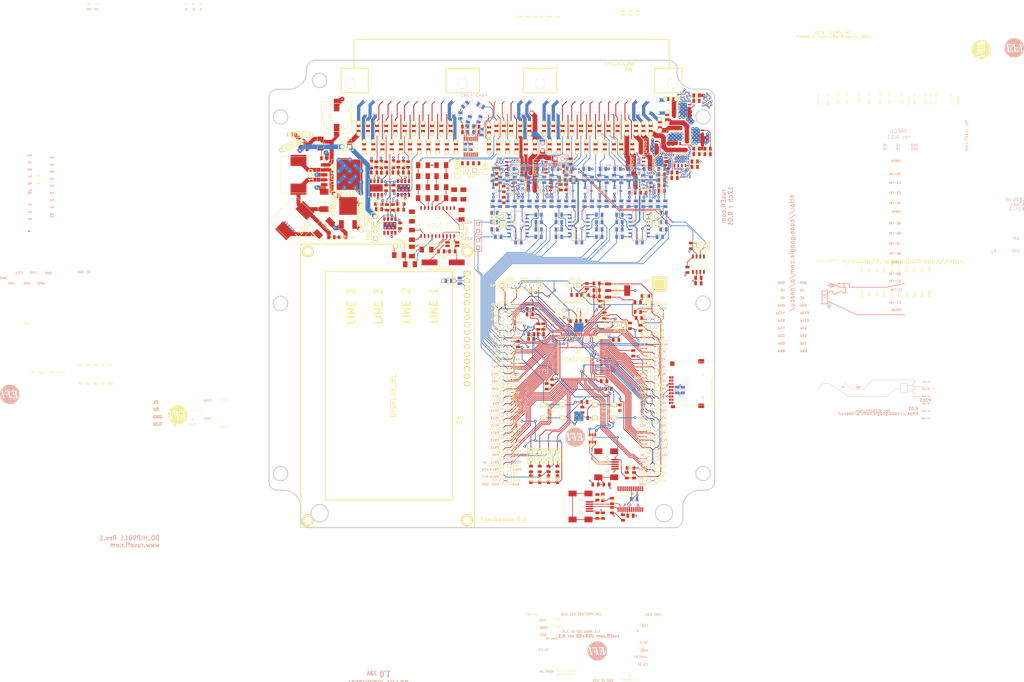
<source format=kicad_pcb>
(kicad_pcb (version 3) (host pcbnew "(2013-07-07 BZR 4022)-stable")
  (layers (15 F.Cu signal) (2 PWR power) (1 GND power) (0 B.Cu signal) (18 B.Paste user) (19 F.Paste user) (20 B.SilkS user hide) (21 F.SilkS user) (22 B.Mask user) (23 F.Mask user) (28 Edge.Cuts user))
  (net 0 "")
  (net 1 /DD_HIP9011/5V)
  (net 2 /DD_HIP9011/INT/HLD)
  (net 3 /DD_HIP9011/INTOUT)
  (net 4 /DD_HIP9011/KNOCK1)
  (net 5 /DD_HIP9011/KNOCK2)
  (net 6 /DD_HIP9011/OUT)
  (net 7 /DD_HIP9011/TEST)
  (net 8 /HD44780_VCC)
  (net 9 /PWR_buck_12V_switcher/FB)
  (net 10 /PWR_buck_12V_switcher/OUT)
  (net 11 /PWR_buck_12V_switcher/VBAT)
  (net 12 /PWR_buck_12V_switcher/Vf)
  (net 13 /adc_amp_divider/INP1)
  (net 14 /adc_amp_divider/INP10)
  (net 15 /adc_amp_divider/INP11)
  (net 16 /adc_amp_divider/INP12)
  (net 17 /adc_amp_divider/INP2)
  (net 18 /adc_amp_divider/INP3)
  (net 19 /adc_amp_divider/INP4)
  (net 20 /adc_amp_divider/INP5)
  (net 21 /adc_amp_divider/INP6)
  (net 22 /adc_amp_divider/INP7)
  (net 23 /adc_amp_divider/INP8)
  (net 24 /adc_amp_divider/INP9)
  (net 25 /adc_amp_divider/OUT1)
  (net 26 /adc_amp_divider/OUT10)
  (net 27 /adc_amp_divider/OUT11)
  (net 28 /adc_amp_divider/OUT12)
  (net 29 /adc_amp_divider/OUT2)
  (net 30 /adc_amp_divider/OUT3)
  (net 31 /adc_amp_divider/OUT4)
  (net 32 /adc_amp_divider/OUT5)
  (net 33 /adc_amp_divider/OUT6)
  (net 34 /adc_amp_divider/OUT7)
  (net 35 /adc_amp_divider/OUT8)
  (net 36 /adc_amp_divider/OUT9)
  (net 37 /can_brd_1/3.3V)
  (net 38 /can_brd_1/CANH)
  (net 39 /can_brd_1/CANL)
  (net 40 /can_brd_1/CAN_RX)
  (net 41 /can_brd_1/CAN_TX)
  (net 42 /cps_vrs_io_1/CAM)
  (net 43 /cps_vrs_io_1/CAM+)
  (net 44 /cps_vrs_io_1/CAM-)
  (net 45 /cps_vrs_io_1/CRANK)
  (net 46 /cps_vrs_io_1/CRK2+)
  (net 47 /cps_vrs_io_1/CRK2-)
  (net 48 /hi-lo/12V)
  (net 49 /hi-lo/HL1)
  (net 50 /hi-lo/HL2)
  (net 51 /hi-lo/HL3)
  (net 52 /hi-lo/HL4)
  (net 53 /hi-lo/HL5)
  (net 54 /hi-lo/HL6)
  (net 55 /hi-lo/H_IN1)
  (net 56 /hi-lo/H_IN2)
  (net 57 /hi-lo/H_IN3)
  (net 58 /hi-lo/H_IN4)
  (net 59 /hi-lo/H_IN5)
  (net 60 /hi-lo/VP)
  (net 61 /inj_12ch/5V)
  (net 62 /inj_12ch/INJ-01)
  (net 63 /inj_12ch/INJ-01_2)
  (net 64 /inj_12ch/INJ-02)
  (net 65 /inj_12ch/INJ-03)
  (net 66 /inj_12ch/INJ-03_5V)
  (net 67 /inj_12ch/INJ-04)
  (net 68 /inj_12ch/INJ-04_5V)
  (net 69 /inj_12ch/INJ-05)
  (net 70 /inj_12ch/INJ-05_5V)
  (net 71 /inj_12ch/INJ-06)
  (net 72 /inj_12ch/INJ-06_5V)
  (net 73 /inj_12ch/INJ-07)
  (net 74 /inj_12ch/INJ-07_5V)
  (net 75 /inj_12ch/INJ-08)
  (net 76 /inj_12ch/INJ-08_5V)
  (net 77 /inj_12ch/INJ-09)
  (net 78 /inj_12ch/INJ-09_5V)
  (net 79 /inj_12ch/INJ-10)
  (net 80 /inj_12ch/INJ-10_5V)
  (net 81 /inj_12ch/INJ-11)
  (net 82 /inj_12ch/INJ-11_5V)
  (net 83 /inj_12ch/INJ-12)
  (net 84 /inj_12ch/INJ-12_5V)
  (net 85 /mmc_usb_1/CS_SD_MODULE)
  (net 86 /mmc_usb_1/D+)
  (net 87 /mmc_usb_1/D-)
  (net 88 /stm32f407_board/5Vi)
  (net 89 /stm32f407_board/BOOT0)
  (net 90 /stm32f407_board/D+)
  (net 91 /stm32f407_board/D-)
  (net 92 /stm32f407_board/NRST)
  (net 93 /stm32f407_board/PA10)
  (net 94 /stm32f407_board/PA11)
  (net 95 /stm32f407_board/PA12)
  (net 96 /stm32f407_board/PA13)
  (net 97 /stm32f407_board/PA14)
  (net 98 /stm32f407_board/PA15)
  (net 99 /stm32f407_board/PA9)
  (net 100 /stm32f407_board/PB0)
  (net 101 /stm32f407_board/PB1)
  (net 102 /stm32f407_board/PB10)
  (net 103 /stm32f407_board/PB11)
  (net 104 /stm32f407_board/PB13)
  (net 105 /stm32f407_board/PB14)
  (net 106 /stm32f407_board/PB15)
  (net 107 /stm32f407_board/PB3)
  (net 108 /stm32f407_board/PB4)
  (net 109 /stm32f407_board/PB5)
  (net 110 /stm32f407_board/PB7)
  (net 111 /stm32f407_board/PC0)
  (net 112 /stm32f407_board/PC10)
  (net 113 /stm32f407_board/PC11)
  (net 114 /stm32f407_board/PC12)
  (net 115 /stm32f407_board/PC5)
  (net 116 /stm32f407_board/PC7)
  (net 117 /stm32f407_board/PC8)
  (net 118 /stm32f407_board/PD0)
  (net 119 /stm32f407_board/PD1)
  (net 120 /stm32f407_board/PD10)
  (net 121 /stm32f407_board/PD11)
  (net 122 /stm32f407_board/PD13)
  (net 123 /stm32f407_board/PD14)
  (net 124 /stm32f407_board/PD15)
  (net 125 /stm32f407_board/PD2)
  (net 126 /stm32f407_board/PD3)
  (net 127 /stm32f407_board/PD5)
  (net 128 /stm32f407_board/PD6)
  (net 129 /stm32f407_board/PD7)
  (net 130 /stm32f407_board/PD8)
  (net 131 /stm32f407_board/PD9)
  (net 132 /stm32f407_board/PE11)
  (net 133 /stm32f407_board/PE12)
  (net 134 /stm32f407_board/PE13)
  (net 135 /stm32f407_board/PE15)
  (net 136 /stm32f407_board/PE7)
  (net 137 /stm32f407_board/PE9)
  (net 138 GND)
  (net 139 N-0000010)
  (net 140 N-0000011)
  (net 141 N-0000012)
  (net 142 N-0000013)
  (net 143 N-0000015)
  (net 144 N-0000017)
  (net 145 N-0000019)
  (net 146 N-000002)
  (net 147 N-0000020)
  (net 148 N-0000021)
  (net 149 N-00000211)
  (net 150 N-00000212)
  (net 151 N-00000214)
  (net 152 N-00000215)
  (net 153 N-00000216)
  (net 154 N-00000217)
  (net 155 N-00000218)
  (net 156 N-00000219)
  (net 157 N-0000022)
  (net 158 N-00000221)
  (net 159 N-00000222)
  (net 160 N-00000223)
  (net 161 N-00000224)
  (net 162 N-00000225)
  (net 163 N-00000226)
  (net 164 N-00000228)
  (net 165 N-0000023)
  (net 166 N-00000234)
  (net 167 N-00000235)
  (net 168 N-00000236)
  (net 169 N-00000239)
  (net 170 N-0000024)
  (net 171 N-00000242)
  (net 172 N-00000245)
  (net 173 N-00000246)
  (net 174 N-00000248)
  (net 175 N-0000025)
  (net 176 N-00000251)
  (net 177 N-00000252)
  (net 178 N-00000253)
  (net 179 N-00000254)
  (net 180 N-00000255)
  (net 181 N-00000256)
  (net 182 N-00000257)
  (net 183 N-00000258)
  (net 184 N-00000259)
  (net 185 N-0000026)
  (net 186 N-00000260)
  (net 187 N-00000261)
  (net 188 N-00000262)
  (net 189 N-00000263)
  (net 190 N-00000264)
  (net 191 N-00000265)
  (net 192 N-00000268)
  (net 193 N-0000027)
  (net 194 N-00000271)
  (net 195 N-00000272)
  (net 196 N-00000273)
  (net 197 N-00000274)
  (net 198 N-00000275)
  (net 199 N-00000276)
  (net 200 N-0000028)
  (net 201 N-00000280)
  (net 202 N-00000281)
  (net 203 N-00000282)
  (net 204 N-00000283)
  (net 205 N-00000284)
  (net 206 N-00000285)
  (net 207 N-00000286)
  (net 208 N-00000287)
  (net 209 N-00000288)
  (net 210 N-0000029)
  (net 211 N-00000290)
  (net 212 N-00000297)
  (net 213 N-000003)
  (net 214 N-0000030)
  (net 215 N-00000313)
  (net 216 N-00000314)
  (net 217 N-00000320)
  (net 218 N-00000321)
  (net 219 N-00000322)
  (net 220 N-00000323)
  (net 221 N-00000324)
  (net 222 N-00000325)
  (net 223 N-00000328)
  (net 224 N-0000033)
  (net 225 N-00000331)
  (net 226 N-00000333)
  (net 227 N-00000334)
  (net 228 N-00000335)
  (net 229 N-00000336)
  (net 230 N-00000337)
  (net 231 N-00000338)
  (net 232 N-00000339)
  (net 233 N-00000340)
  (net 234 N-00000343)
  (net 235 N-00000347)
  (net 236 N-00000348)
  (net 237 N-00000349)
  (net 238 N-0000035)
  (net 239 N-00000351)
  (net 240 N-00000352)
  (net 241 N-00000353)
  (net 242 N-00000356)
  (net 243 N-00000357)
  (net 244 N-00000358)
  (net 245 N-0000036)
  (net 246 N-00000362)
  (net 247 N-00000363)
  (net 248 N-00000364)
  (net 249 N-00000367)
  (net 250 N-0000037)
  (net 251 N-00000372)
  (net 252 N-00000374)
  (net 253 N-00000375)
  (net 254 N-00000376)
  (net 255 N-00000377)
  (net 256 N-00000378)
  (net 257 N-00000379)
  (net 258 N-0000038)
  (net 259 N-00000380)
  (net 260 N-00000381)
  (net 261 N-00000384)
  (net 262 N-00000385)
  (net 263 N-00000386)
  (net 264 N-00000387)
  (net 265 N-00000388)
  (net 266 N-00000389)
  (net 267 N-0000039)
  (net 268 N-00000390)
  (net 269 N-00000391)
  (net 270 N-00000392)
  (net 271 N-000004)
  (net 272 N-0000040)
  (net 273 N-00000402)
  (net 274 N-00000403)
  (net 275 N-00000408)
  (net 276 N-00000409)
  (net 277 N-0000041)
  (net 278 N-00000410)
  (net 279 N-00000411)
  (net 280 N-00000412)
  (net 281 N-00000413)
  (net 282 N-0000042)
  (net 283 N-0000043)
  (net 284 N-0000044)
  (net 285 N-0000045)
  (net 286 N-0000046)
  (net 287 N-0000047)
  (net 288 N-0000048)
  (net 289 N-0000049)
  (net 290 N-000005)
  (net 291 N-0000050)
  (net 292 N-0000051)
  (net 293 N-0000052)
  (net 294 N-0000053)
  (net 295 N-0000054)
  (net 296 N-0000055)
  (net 297 N-0000056)
  (net 298 N-0000057)
  (net 299 N-0000059)
  (net 300 N-000006)
  (net 301 N-0000061)
  (net 302 N-0000064)
  (net 303 N-0000066)
  (net 304 N-0000068)
  (net 305 N-0000070)
  (net 306 N-0000072)
  (net 307 N-0000073)
  (net 308 N-0000074)
  (net 309 N-0000076)
  (net 310 N-0000077)
  (net 311 N-0000078)
  (net 312 N-0000079)
  (net 313 N-000008)
  (module 176122-6_2nd (layer F.Cu) (at 250.825 59.436)
    (fp_text reference P99 (at -18.415 -14.986) (layer F.SilkS) (effects (font (size 0.889 0.889) (thickness 0.22225))))
    (fp_text value 176122-6_2ND (at -21.59 -16.891) (layer F.SilkS) (effects (font (size 0.889 0.889) (thickness 0.22352))))
    (pad 12 thru_hole circle (at -109.54766 -4.50088 180) (size 1.15062 1.15062) (drill 1.09982) (layers *.Cu *.Mask F.SilkS) (net 297 N-0000056))
    (pad 1 thru_hole circle (at -109.54766 0) (size 1.15062 1.15062) (drill 1.09982) (layers *.Cu *.Mask F.SilkS) (net 210 N-0000029))
    (pad 2 thru_hole circle (at -106.05008 0) (size 1.15062 1.15062) (drill 1.09982) (layers *.Cu *.Mask F.SilkS) (net 271 N-000004))
    (pad 13 thru_hole circle (at -106.05008 -4.50088 180) (size 1.15062 1.15062) (drill 1.09982) (layers *.Cu *.Mask F.SilkS) (net 296 N-0000055))
    (pad 17 thru_hole circle (at -93.94952 -4.50088 180) (size 1.15062 1.15062) (drill 1.09982) (layers *.Cu *.Mask F.SilkS) (net 289 N-0000049))
    (pad 6 thru_hole circle (at -93.94952 0) (size 1.15062 1.15062) (drill 1.09982) (layers *.Cu *.Mask F.SilkS) (net 312 N-0000079))
    (pad 5 thru_hole circle (at -96.94926 0) (size 1.15062 1.15062) (drill 1.09982) (layers *.Cu *.Mask F.SilkS) (net 170 N-0000024))
    (pad 16 thru_hole circle (at -96.94926 -4.50088 180) (size 1.15062 1.15062) (drill 1.09982) (layers *.Cu *.Mask F.SilkS) (net 288 N-0000048))
    (pad 14 thru_hole circle (at -102.94874 -4.50088 180) (size 1.15062 1.15062) (drill 1.09982) (layers *.Cu *.Mask F.SilkS) (net 294 N-0000053))
    (pad 3 thru_hole circle (at -102.94874 0) (size 1.15062 1.15062) (drill 1.09982) (layers *.Cu *.Mask F.SilkS) (net 193 N-0000027))
    (pad 4 thru_hole circle (at -99.949 0) (size 1.15062 1.15062) (drill 1.09982) (layers *.Cu *.Mask F.SilkS) (net 140 N-0000011))
    (pad 15 thru_hole circle (at -99.949 -4.50088 180) (size 1.15062 1.15062) (drill 1.09982) (layers *.Cu *.Mask F.SilkS) (net 292 N-0000051))
    (pad 19 thru_hole circle (at -87.95004 -4.50088 180) (size 1.15062 1.15062) (drill 1.09982) (layers *.Cu *.Mask F.SilkS) (net 284 N-0000044))
    (pad 8 thru_hole circle (at -87.95004 0) (size 1.15062 1.15062) (drill 1.09982) (layers *.Cu *.Mask F.SilkS) (net 141 N-0000012))
    (pad 7 thru_hole circle (at -90.94978 0) (size 1.15062 1.15062) (drill 1.09982) (layers *.Cu *.Mask F.SilkS) (net 175 N-0000025))
    (pad 18 thru_hole circle (at -90.94978 -4.50088 180) (size 1.15062 1.15062) (drill 1.09982) (layers *.Cu *.Mask F.SilkS) (net 286 N-0000046))
    (pad 20 thru_hole circle (at -84.9503 -4.50088 180) (size 1.15062 1.15062) (drill 1.09982) (layers *.Cu *.Mask F.SilkS) (net 282 N-0000042))
    (pad 9 thru_hole circle (at -84.9503 0) (size 1.15062 1.15062) (drill 1.09982) (layers *.Cu *.Mask F.SilkS) (net 157 N-0000022))
    (pad 10 thru_hole circle (at -81.95056 0) (size 1.15062 1.15062) (drill 1.09982) (layers *.Cu *.Mask F.SilkS) (net 290 N-000005))
    (pad 21 thru_hole circle (at -81.95056 -4.50088 180) (size 1.15062 1.15062) (drill 1.09982) (layers *.Cu *.Mask F.SilkS) (net 277 N-0000041))
    (pad 34 thru_hole circle (at -63.90132 -4.50088 180) (size 1.15062 1.15062) (drill 1.09982) (layers *.Cu *.Mask F.SilkS) (net 306 N-0000072))
    (pad 26 thru_hole circle (at -63.90132 0) (size 1.15062 1.15062) (drill 1.09982) (layers *.Cu *.Mask F.SilkS) (net 245 N-0000036))
    (pad 25 thru_hole circle (at -66.90106 0) (size 1.15062 1.15062) (drill 1.09982) (layers *.Cu *.Mask F.SilkS) (net 146 N-000002))
    (pad 33 thru_hole circle (at -66.90106 -4.50088 180) (size 1.15062 1.15062) (drill 1.09982) (layers *.Cu *.Mask F.SilkS) (net 308 N-0000074))
    (pad 31 thru_hole circle (at -72.90054 -4.50088 180) (size 1.15062 1.15062) (drill 1.09982) (layers *.Cu *.Mask F.SilkS) (net 46 /cps_vrs_io_1/CRK2+))
    (pad 23 thru_hole circle (at -72.90054 0) (size 1.15062 1.15062) (drill 1.09982) (layers *.Cu *.Mask F.SilkS) (net 47 /cps_vrs_io_1/CRK2-))
    (pad 24 thru_hole circle (at -69.9008 0) (size 1.15062 1.15062) (drill 1.09982) (layers *.Cu *.Mask F.SilkS) (net 44 /cps_vrs_io_1/CAM-))
    (pad 32 thru_hole circle (at -69.9008 -4.50088 180) (size 1.15062 1.15062) (drill 1.09982) (layers *.Cu *.Mask F.SilkS) (net 43 /cps_vrs_io_1/CAM+))
    (pad 36 thru_hole circle (at -57.8993 -4.50088 180) (size 1.15062 1.15062) (drill 1.09982) (layers *.Cu *.Mask F.SilkS) (net 302 N-0000064))
    (pad 28 thru_hole circle (at -57.8993 0) (size 1.15062 1.15062) (drill 1.09982) (layers *.Cu *.Mask F.SilkS) (net 224 N-0000033))
    (pad 27 thru_hole circle (at -60.89904 0) (size 1.15062 1.15062) (drill 1.09982) (layers *.Cu *.Mask F.SilkS) (net 144 N-0000017))
    (pad 35 thru_hole circle (at -60.89904 -4.50088 180) (size 1.15062 1.15062) (drill 1.09982) (layers *.Cu *.Mask F.SilkS) (net 304 N-0000068))
    (pad 37 thru_hole circle (at -54.89956 -4.50088 180) (size 1.15062 1.15062) (drill 1.09982) (layers *.Cu *.Mask F.SilkS) (net 301 N-0000061))
    (pad 29 thru_hole circle (at -54.89956 0) (size 1.15062 1.15062) (drill 1.09982) (layers *.Cu *.Mask F.SilkS) (net 300 N-000006))
    (pad 22 thru_hole circle (at -78.84922 -4.50088 180) (size 1.15062 1.15062) (drill 1.09982) (layers *.Cu *.Mask F.SilkS) (net 267 N-0000039))
    (pad 11 thru_hole circle (at -78.84922 0) (size 1.15062 1.15062) (drill 1.09982) (layers *.Cu *.Mask F.SilkS) (net 147 N-0000020))
    (pad 30 thru_hole circle (at -51.89982 0) (size 1.15062 1.15062) (drill 1.09982) (layers *.Cu *.Mask F.SilkS) (net 214 N-0000030))
    (pad 38 thru_hole circle (at -51.89982 -4.50088 180) (size 1.15062 1.15062) (drill 1.09982) (layers *.Cu *.Mask F.SilkS) (net 298 N-0000057))
    (pad 40 thru_hole circle (at -42.45356 0) (size 1.15062 1.15062) (drill 1.09982) (layers *.Cu *.Mask F.SilkS) (net 185 N-0000026))
    (pad 53 thru_hole circle (at -42.45356 -4.50088 180) (size 1.15062 1.15062) (drill 1.09982) (layers *.Cu *.Mask F.SilkS) (net 291 N-0000050))
    (pad 39 thru_hole circle (at -45.95368 0) (size 1.15062 1.15062) (drill 1.09982) (layers *.Cu *.Mask F.SilkS) (net 142 N-0000013))
    (pad 52 thru_hole circle (at -45.95368 -4.50088 180) (size 1.15062 1.15062) (drill 1.09982) (layers *.Cu *.Mask F.SilkS) (net 295 N-0000054))
    (pad 44 thru_hole circle (at -30.35046 0) (size 1.15062 1.15062) (drill 1.09982) (layers *.Cu *.Mask F.SilkS) (net 145 N-0000019))
    (pad 57 thru_hole circle (at -30.35046 -4.50088 180) (size 1.15062 1.15062) (drill 1.09982) (layers *.Cu *.Mask F.SilkS) (net 250 N-0000037))
    (pad 43 thru_hole circle (at -33.3502 0) (size 1.15062 1.15062) (drill 1.09982) (layers *.Cu *.Mask F.SilkS) (net 139 N-0000010))
    (pad 56 thru_hole circle (at -33.3502 -4.50088 180) (size 1.15062 1.15062) (drill 1.09982) (layers *.Cu *.Mask F.SilkS) (net 272 N-0000040))
    (pad 41 thru_hole circle (at -39.34968 0) (size 1.15062 1.15062) (drill 1.09982) (layers *.Cu *.Mask F.SilkS) (net 311 N-0000078))
    (pad 54 thru_hole circle (at -39.34968 -4.50088 180) (size 1.15062 1.15062) (drill 1.09982) (layers *.Cu *.Mask F.SilkS) (net 287 N-0000047))
    (pad 42 thru_hole circle (at -36.34994 0) (size 1.15062 1.15062) (drill 1.09982) (layers *.Cu *.Mask F.SilkS) (net 165 N-0000023))
    (pad 55 thru_hole circle (at -36.34994 -4.50088 180) (size 1.15062 1.15062) (drill 1.09982) (layers *.Cu *.Mask F.SilkS) (net 283 N-0000043))
    (pad 46 thru_hole circle (at -24.35098 0) (size 1.15062 1.15062) (drill 1.09982) (layers *.Cu *.Mask F.SilkS) (net 238 N-0000035))
    (pad 59 thru_hole circle (at -24.35098 -4.50088 180) (size 1.15062 1.15062) (drill 1.09982) (layers *.Cu *.Mask F.SilkS) (net 303 N-0000066))
    (pad 45 thru_hole circle (at -27.35072 0) (size 1.15062 1.15062) (drill 1.09982) (layers *.Cu *.Mask F.SilkS) (net 213 N-000003))
    (pad 58 thru_hole circle (at -27.35072 -4.50088 180) (size 1.15062 1.15062) (drill 1.09982) (layers *.Cu *.Mask F.SilkS) (net 307 N-0000073))
    (pad 47 thru_hole circle (at -21.35124 0) (size 1.15062 1.15062) (drill 1.09982) (layers *.Cu *.Mask F.SilkS) (net 143 N-0000015))
    (pad 60 thru_hole circle (at -21.35124 -4.50088 180) (size 1.15062 1.15062) (drill 1.09982) (layers *.Cu *.Mask F.SilkS) (net 299 N-0000059))
    (pad 48 thru_hole circle (at -18.3515 0) (size 1.15062 1.15062) (drill 1.09982) (layers *.Cu *.Mask F.SilkS) (net 200 N-0000028))
    (pad 61 thru_hole circle (at -18.3515 -4.50088 180) (size 1.15062 1.15062) (drill 1.09982) (layers *.Cu *.Mask F.SilkS) (net 293 N-0000052))
    (pad 49 thru_hole circle (at -15.25016 0) (size 1.15062 1.15062) (drill 1.09982) (layers *.Cu *.Mask F.SilkS) (net 310 N-0000077))
    (pad 62 thru_hole circle (at -15.25016 -4.50088 180) (size 1.15062 1.15062) (drill 1.09982) (layers *.Cu *.Mask F.SilkS) (net 285 N-0000045))
    (pad 50 thru_hole circle (at -11.75004 0) (size 1.15062 1.15062) (drill 1.09982) (layers *.Cu *.Mask F.SilkS) (net 148 N-0000021))
    (pad 63 thru_hole circle (at -11.75004 -4.50088 180) (size 1.15062 1.15062) (drill 1.09982) (layers *.Cu *.Mask F.SilkS) (net 258 N-0000038))
    (pad "" thru_hole circle (at -114.59972 -10.20064) (size 3.50012 3.50012) (drill 3.50012) (layers *.Cu *.Mask F.SilkS))
    (pad "" thru_hole circle (at -75.75042 -10.20064) (size 3.50012 3.50012) (drill 3.50012) (layers *.Cu *.Mask F.SilkS))
    (pad "" thru_hole circle (at -49.04994 -10.20064) (size 3.50012 3.50012) (drill 3.50012) (layers *.Cu *.Mask F.SilkS))
    (pad 51 thru_hole circle (at -8.24992 0) (size 1.15062 1.15062) (drill 1.09982) (layers *.Cu *.Mask F.SilkS) (net 313 N-000008))
    (pad 64 thru_hole circle (at -8.24992 -4.50088 180) (size 1.15062 1.15062) (drill 1.09982) (layers *.Cu *.Mask F.SilkS) (net 305 N-0000070))
    (pad "" thru_hole circle (at -3.2004 -10.20064) (size 3.50012 3.50012) (drill 3.50012) (layers *.Cu *.Mask F.SilkS))
  )
  (module SM0805_jumper (layer F.Cu) (at 220.98 71.12 90)
    (fp_text reference W49 (at 0.0635 0 180) (layer F.SilkS) (effects (font (size 0.762 0.762) (thickness 0.127))))
    (fp_text value TEST hide)
    (pad 1 smd rect (at -0.9525 0 90) (size 0.889 1.397) (layers F.Cu F.Paste F.Mask) (net 1 /DD_HIP9011/5V))
    (pad 2 smd rect (at 0.9525 0 90) (size 0.889 1.397) (layers F.Cu F.Paste F.Mask) (net 145 N-0000019))
    (pad 2 thru_hole circle (at 1.905 0 90) (size 1.524 1.524) (drill 0.8128) (layers *.Cu *.Mask F.SilkS) (net 145 N-0000019))
    (pad 1 thru_hole circle (at -1.905 0 90) (size 1.524 1.524) (drill 0.8128) (layers *.Cu *.Mask F.SilkS) (net 1 /DD_HIP9011/5V))
  )
  (module SM0805_jumper (layer F.Cu) (at 191.77 64.77 90)
    (fp_text reference W34 (at 0.0635 0 180) (layer F.SilkS) (effects (font (size 0.762 0.762) (thickness 0.127))))
    (fp_text value TEST hide)
    (pad 1 smd rect (at -0.9525 0 90) (size 0.889 1.397) (layers F.Cu F.Paste F.Mask) (net 39 /can_brd_1/CANL))
    (pad 2 smd rect (at 0.9525 0 90) (size 0.889 1.397) (layers F.Cu F.Paste F.Mask) (net 302 N-0000064))
    (pad 2 thru_hole circle (at 1.905 0 90) (size 1.524 1.524) (drill 0.8128) (layers *.Cu *.Mask F.SilkS) (net 302 N-0000064))
    (pad 1 thru_hole circle (at -1.905 0 90) (size 1.524 1.524) (drill 0.8128) (layers *.Cu *.Mask F.SilkS) (net 39 /can_brd_1/CANL))
  )
  (module SM0805_jumper (layer F.Cu) (at 196.85 71.12 90)
    (fp_text reference W35 (at 0.0635 0 180) (layer F.SilkS) (effects (font (size 0.762 0.762) (thickness 0.127))))
    (fp_text value TEST hide)
    (pad 1 smd rect (at -0.9525 0 90) (size 0.889 1.397) (layers F.Cu F.Paste F.Mask) (net 67 /inj_12ch/INJ-04))
    (pad 2 smd rect (at 0.9525 0 90) (size 0.889 1.397) (layers F.Cu F.Paste F.Mask) (net 300 N-000006))
    (pad 2 thru_hole circle (at 1.905 0 90) (size 1.524 1.524) (drill 0.8128) (layers *.Cu *.Mask F.SilkS) (net 300 N-000006))
    (pad 1 thru_hole circle (at -1.905 0 90) (size 1.524 1.524) (drill 0.8128) (layers *.Cu *.Mask F.SilkS) (net 67 /inj_12ch/INJ-04))
  )
  (module SM0805_jumper (layer F.Cu) (at 194.945 64.77 90)
    (fp_text reference W36 (at 0.0635 0 180) (layer F.SilkS) (effects (font (size 0.762 0.762) (thickness 0.127))))
    (fp_text value TEST hide)
    (pad 1 smd rect (at -0.9525 0 90) (size 0.889 1.397) (layers F.Cu F.Paste F.Mask) (net 65 /inj_12ch/INJ-03))
    (pad 2 smd rect (at 0.9525 0 90) (size 0.889 1.397) (layers F.Cu F.Paste F.Mask) (net 301 N-0000061))
    (pad 2 thru_hole circle (at 1.905 0 90) (size 1.524 1.524) (drill 0.8128) (layers *.Cu *.Mask F.SilkS) (net 301 N-0000061))
    (pad 1 thru_hole circle (at -1.905 0 90) (size 1.524 1.524) (drill 0.8128) (layers *.Cu *.Mask F.SilkS) (net 65 /inj_12ch/INJ-03))
  )
  (module SM0805_jumper (layer F.Cu) (at 200.025 71.12 90)
    (fp_text reference W37 (at 0.0635 0 180) (layer F.SilkS) (effects (font (size 0.762 0.762) (thickness 0.127))))
    (fp_text value TEST hide)
    (pad 1 smd rect (at -0.9525 0 90) (size 0.889 1.397) (layers F.Cu F.Paste F.Mask) (net 64 /inj_12ch/INJ-02))
    (pad 2 smd rect (at 0.9525 0 90) (size 0.889 1.397) (layers F.Cu F.Paste F.Mask) (net 214 N-0000030))
    (pad 2 thru_hole circle (at 1.905 0 90) (size 1.524 1.524) (drill 0.8128) (layers *.Cu *.Mask F.SilkS) (net 214 N-0000030))
    (pad 1 thru_hole circle (at -1.905 0 90) (size 1.524 1.524) (drill 0.8128) (layers *.Cu *.Mask F.SilkS) (net 64 /inj_12ch/INJ-02))
  )
  (module SM0805_jumper (layer F.Cu) (at 198.12 64.77 90)
    (fp_text reference W38 (at 0.0635 0 180) (layer F.SilkS) (effects (font (size 0.762 0.762) (thickness 0.127))))
    (fp_text value TEST hide)
    (pad 1 smd rect (at -0.9525 0 90) (size 0.889 1.397) (layers F.Cu F.Paste F.Mask) (net 63 /inj_12ch/INJ-01_2))
    (pad 2 smd rect (at 0.9525 0 90) (size 0.889 1.397) (layers F.Cu F.Paste F.Mask) (net 298 N-0000057))
    (pad 2 thru_hole circle (at 1.905 0 90) (size 1.524 1.524) (drill 0.8128) (layers *.Cu *.Mask F.SilkS) (net 298 N-0000057))
    (pad 1 thru_hole circle (at -1.905 0 90) (size 1.524 1.524) (drill 0.8128) (layers *.Cu *.Mask F.SilkS) (net 63 /inj_12ch/INJ-01_2))
  )
  (module SM0805_jumper (layer F.Cu) (at 205.105 71.12 90)
    (fp_text reference W39 (at 0.0635 0 180) (layer F.SilkS) (effects (font (size 0.762 0.762) (thickness 0.127))))
    (fp_text value TEST hide)
    (pad 1 smd rect (at -0.9525 0 90) (size 0.889 1.397) (layers F.Cu F.Paste F.Mask) (net 138 GND))
    (pad 2 smd rect (at 0.9525 0 90) (size 0.889 1.397) (layers F.Cu F.Paste F.Mask) (net 142 N-0000013))
    (pad 2 thru_hole circle (at 1.905 0 90) (size 1.524 1.524) (drill 0.8128) (layers *.Cu *.Mask F.SilkS) (net 142 N-0000013))
    (pad 1 thru_hole circle (at -1.905 0 90) (size 1.524 1.524) (drill 0.8128) (layers *.Cu *.Mask F.SilkS) (net 138 GND))
  )
  (module SM0805_jumper (layer F.Cu) (at 203.2 64.77 90)
    (fp_text reference W40 (at 0.0635 0 180) (layer F.SilkS) (effects (font (size 0.762 0.762) (thickness 0.127))))
    (fp_text value TEST hide)
    (pad 1 smd rect (at -0.9525 0 90) (size 0.889 1.397) (layers F.Cu F.Paste F.Mask) (net 138 GND))
    (pad 2 smd rect (at 0.9525 0 90) (size 0.889 1.397) (layers F.Cu F.Paste F.Mask) (net 295 N-0000054))
    (pad 2 thru_hole circle (at 1.905 0 90) (size 1.524 1.524) (drill 0.8128) (layers *.Cu *.Mask F.SilkS) (net 295 N-0000054))
    (pad 1 thru_hole circle (at -1.905 0 90) (size 1.524 1.524) (drill 0.8128) (layers *.Cu *.Mask F.SilkS) (net 138 GND))
  )
  (module SM0805_jumper (layer F.Cu) (at 208.28 71.12 90)
    (fp_text reference W41 (at 0.0635 0 180) (layer F.SilkS) (effects (font (size 0.762 0.762) (thickness 0.127))))
    (fp_text value TEST hide)
    (pad 1 smd rect (at -0.9525 0 90) (size 0.889 1.397) (layers F.Cu F.Paste F.Mask) (net 138 GND))
    (pad 2 smd rect (at 0.9525 0 90) (size 0.889 1.397) (layers F.Cu F.Paste F.Mask) (net 185 N-0000026))
    (pad 2 thru_hole circle (at 1.905 0 90) (size 1.524 1.524) (drill 0.8128) (layers *.Cu *.Mask F.SilkS) (net 185 N-0000026))
    (pad 1 thru_hole circle (at -1.905 0 90) (size 1.524 1.524) (drill 0.8128) (layers *.Cu *.Mask F.SilkS) (net 138 GND))
  )
  (module SM0805_jumper (layer F.Cu) (at 206.375 64.77 90)
    (fp_text reference W42 (at 0.0635 0 180) (layer F.SilkS) (effects (font (size 0.762 0.762) (thickness 0.127))))
    (fp_text value TEST hide)
    (pad 1 smd rect (at -0.9525 0 90) (size 0.889 1.397) (layers F.Cu F.Paste F.Mask) (net 138 GND))
    (pad 2 smd rect (at 0.9525 0 90) (size 0.889 1.397) (layers F.Cu F.Paste F.Mask) (net 291 N-0000050))
    (pad 2 thru_hole circle (at 1.905 0 90) (size 1.524 1.524) (drill 0.8128) (layers *.Cu *.Mask F.SilkS) (net 291 N-0000050))
    (pad 1 thru_hole circle (at -1.905 0 90) (size 1.524 1.524) (drill 0.8128) (layers *.Cu *.Mask F.SilkS) (net 138 GND))
  )
  (module SM0805_jumper (layer F.Cu) (at 211.455 71.12 90)
    (fp_text reference W43 (at 0.0635 0 180) (layer F.SilkS) (effects (font (size 0.762 0.762) (thickness 0.127))))
    (fp_text value TEST hide)
    (pad 1 smd rect (at -0.9525 0 90) (size 0.889 1.397) (layers F.Cu F.Paste F.Mask) (net 15 /adc_amp_divider/INP11))
    (pad 2 smd rect (at 0.9525 0 90) (size 0.889 1.397) (layers F.Cu F.Paste F.Mask) (net 311 N-0000078))
    (pad 2 thru_hole circle (at 1.905 0 90) (size 1.524 1.524) (drill 0.8128) (layers *.Cu *.Mask F.SilkS) (net 311 N-0000078))
    (pad 1 thru_hole circle (at -1.905 0 90) (size 1.524 1.524) (drill 0.8128) (layers *.Cu *.Mask F.SilkS) (net 15 /adc_amp_divider/INP11))
  )
  (module SM0805_jumper (layer F.Cu) (at 209.55 64.77 90)
    (fp_text reference W44 (at 0.0635 0 180) (layer F.SilkS) (effects (font (size 0.762 0.762) (thickness 0.127))))
    (fp_text value TEST hide)
    (pad 1 smd rect (at -0.9525 0 90) (size 0.889 1.397) (layers F.Cu F.Paste F.Mask) (net 16 /adc_amp_divider/INP12))
    (pad 2 smd rect (at 0.9525 0 90) (size 0.889 1.397) (layers F.Cu F.Paste F.Mask) (net 287 N-0000047))
    (pad 2 thru_hole circle (at 1.905 0 90) (size 1.524 1.524) (drill 0.8128) (layers *.Cu *.Mask F.SilkS) (net 287 N-0000047))
    (pad 1 thru_hole circle (at -1.905 0 90) (size 1.524 1.524) (drill 0.8128) (layers *.Cu *.Mask F.SilkS) (net 16 /adc_amp_divider/INP12))
  )
  (module SM0805_jumper (layer F.Cu) (at 214.63 71.12 90)
    (fp_text reference W45 (at 0.0635 0 180) (layer F.SilkS) (effects (font (size 0.762 0.762) (thickness 0.127))))
    (fp_text value TEST hide)
    (pad 1 smd rect (at -0.9525 0 90) (size 0.889 1.397) (layers F.Cu F.Paste F.Mask) (net 24 /adc_amp_divider/INP9))
    (pad 2 smd rect (at 0.9525 0 90) (size 0.889 1.397) (layers F.Cu F.Paste F.Mask) (net 165 N-0000023))
    (pad 2 thru_hole circle (at 1.905 0 90) (size 1.524 1.524) (drill 0.8128) (layers *.Cu *.Mask F.SilkS) (net 165 N-0000023))
    (pad 1 thru_hole circle (at -1.905 0 90) (size 1.524 1.524) (drill 0.8128) (layers *.Cu *.Mask F.SilkS) (net 24 /adc_amp_divider/INP9))
  )
  (module SM0805_jumper (layer F.Cu) (at 212.725 64.77 90)
    (fp_text reference W46 (at 0.0635 0 180) (layer F.SilkS) (effects (font (size 0.762 0.762) (thickness 0.127))))
    (fp_text value TEST hide)
    (pad 1 smd rect (at -0.9525 0 90) (size 0.889 1.397) (layers F.Cu F.Paste F.Mask) (net 14 /adc_amp_divider/INP10))
    (pad 2 smd rect (at 0.9525 0 90) (size 0.889 1.397) (layers F.Cu F.Paste F.Mask) (net 283 N-0000043))
    (pad 2 thru_hole circle (at 1.905 0 90) (size 1.524 1.524) (drill 0.8128) (layers *.Cu *.Mask F.SilkS) (net 283 N-0000043))
    (pad 1 thru_hole circle (at -1.905 0 90) (size 1.524 1.524) (drill 0.8128) (layers *.Cu *.Mask F.SilkS) (net 14 /adc_amp_divider/INP10))
  )
  (module SM0805_jumper (layer F.Cu) (at 217.805 71.12 90)
    (fp_text reference W47 (at 0.0635 0 180) (layer F.SilkS) (effects (font (size 0.762 0.762) (thickness 0.127))))
    (fp_text value TEST hide)
    (pad 1 smd rect (at -0.9525 0 90) (size 0.889 1.397) (layers F.Cu F.Paste F.Mask) (net 22 /adc_amp_divider/INP7))
    (pad 2 smd rect (at 0.9525 0 90) (size 0.889 1.397) (layers F.Cu F.Paste F.Mask) (net 139 N-0000010))
    (pad 2 thru_hole circle (at 1.905 0 90) (size 1.524 1.524) (drill 0.8128) (layers *.Cu *.Mask F.SilkS) (net 139 N-0000010))
    (pad 1 thru_hole circle (at -1.905 0 90) (size 1.524 1.524) (drill 0.8128) (layers *.Cu *.Mask F.SilkS) (net 22 /adc_amp_divider/INP7))
  )
  (module SM0805_jumper (layer F.Cu) (at 215.9 64.77 90)
    (fp_text reference W48 (at 0.0635 0 180) (layer F.SilkS) (effects (font (size 0.762 0.762) (thickness 0.127))))
    (fp_text value TEST hide)
    (pad 1 smd rect (at -0.9525 0 90) (size 0.889 1.397) (layers F.Cu F.Paste F.Mask) (net 23 /adc_amp_divider/INP8))
    (pad 2 smd rect (at 0.9525 0 90) (size 0.889 1.397) (layers F.Cu F.Paste F.Mask) (net 272 N-0000040))
    (pad 2 thru_hole circle (at 1.905 0 90) (size 1.524 1.524) (drill 0.8128) (layers *.Cu *.Mask F.SilkS) (net 272 N-0000040))
    (pad 1 thru_hole circle (at -1.905 0 90) (size 1.524 1.524) (drill 0.8128) (layers *.Cu *.Mask F.SilkS) (net 23 /adc_amp_divider/INP8))
  )
  (module SM0805_jumper (layer F.Cu) (at 193.675 71.12 90)
    (fp_text reference W33 (at 0.0635 0 180) (layer F.SilkS) (effects (font (size 0.762 0.762) (thickness 0.127))))
    (fp_text value TEST hide)
    (pad 1 smd rect (at -0.9525 0 90) (size 0.889 1.397) (layers F.Cu F.Paste F.Mask) (net 38 /can_brd_1/CANH))
    (pad 2 smd rect (at 0.9525 0 90) (size 0.889 1.397) (layers F.Cu F.Paste F.Mask) (net 224 N-0000033))
    (pad 2 thru_hole circle (at 1.905 0 90) (size 1.524 1.524) (drill 0.8128) (layers *.Cu *.Mask F.SilkS) (net 224 N-0000033))
    (pad 1 thru_hole circle (at -1.905 0 90) (size 1.524 1.524) (drill 0.8128) (layers *.Cu *.Mask F.SilkS) (net 38 /can_brd_1/CANH))
  )
  (module SM0805_jumper (layer F.Cu) (at 219.075 64.77 90)
    (fp_text reference W50 (at 0.0635 0 180) (layer F.SilkS) (effects (font (size 0.762 0.762) (thickness 0.127))))
    (fp_text value TEST hide)
    (pad 1 smd rect (at -0.9525 0 90) (size 0.889 1.397) (layers F.Cu F.Paste F.Mask) (net 21 /adc_amp_divider/INP6))
    (pad 2 smd rect (at 0.9525 0 90) (size 0.889 1.397) (layers F.Cu F.Paste F.Mask) (net 250 N-0000037))
    (pad 2 thru_hole circle (at 1.905 0 90) (size 1.524 1.524) (drill 0.8128) (layers *.Cu *.Mask F.SilkS) (net 250 N-0000037))
    (pad 1 thru_hole circle (at -1.905 0 90) (size 1.524 1.524) (drill 0.8128) (layers *.Cu *.Mask F.SilkS) (net 21 /adc_amp_divider/INP6))
  )
  (module SM0805_jumper (layer F.Cu) (at 224.155 71.12 90)
    (fp_text reference W51 (at 0.0635 0 180) (layer F.SilkS) (effects (font (size 0.762 0.762) (thickness 0.127))))
    (fp_text value TEST hide)
    (pad 1 smd rect (at -0.9525 0 90) (size 0.889 1.397) (layers F.Cu F.Paste F.Mask) (net 20 /adc_amp_divider/INP5))
    (pad 2 smd rect (at 0.9525 0 90) (size 0.889 1.397) (layers F.Cu F.Paste F.Mask) (net 213 N-000003))
    (pad 2 thru_hole circle (at 1.905 0 90) (size 1.524 1.524) (drill 0.8128) (layers *.Cu *.Mask F.SilkS) (net 213 N-000003))
    (pad 1 thru_hole circle (at -1.905 0 90) (size 1.524 1.524) (drill 0.8128) (layers *.Cu *.Mask F.SilkS) (net 20 /adc_amp_divider/INP5))
  )
  (module SM0805_jumper (layer F.Cu) (at 222.25 64.77 90)
    (fp_text reference W52 (at 0.0635 0 180) (layer F.SilkS) (effects (font (size 0.762 0.762) (thickness 0.127))))
    (fp_text value TEST hide)
    (pad 1 smd rect (at -0.9525 0 90) (size 0.889 1.397) (layers F.Cu F.Paste F.Mask) (net 19 /adc_amp_divider/INP4))
    (pad 2 smd rect (at 0.9525 0 90) (size 0.889 1.397) (layers F.Cu F.Paste F.Mask) (net 307 N-0000073))
    (pad 2 thru_hole circle (at 1.905 0 90) (size 1.524 1.524) (drill 0.8128) (layers *.Cu *.Mask F.SilkS) (net 307 N-0000073))
    (pad 1 thru_hole circle (at -1.905 0 90) (size 1.524 1.524) (drill 0.8128) (layers *.Cu *.Mask F.SilkS) (net 19 /adc_amp_divider/INP4))
  )
  (module SM0805_jumper (layer F.Cu) (at 227.33 71.12 90)
    (fp_text reference W53 (at 0.0635 0 180) (layer F.SilkS) (effects (font (size 0.762 0.762) (thickness 0.127))))
    (fp_text value TEST hide)
    (pad 1 smd rect (at -0.9525 0 90) (size 0.889 1.397) (layers F.Cu F.Paste F.Mask) (net 18 /adc_amp_divider/INP3))
    (pad 2 smd rect (at 0.9525 0 90) (size 0.889 1.397) (layers F.Cu F.Paste F.Mask) (net 238 N-0000035))
    (pad 2 thru_hole circle (at 1.905 0 90) (size 1.524 1.524) (drill 0.8128) (layers *.Cu *.Mask F.SilkS) (net 238 N-0000035))
    (pad 1 thru_hole circle (at -1.905 0 90) (size 1.524 1.524) (drill 0.8128) (layers *.Cu *.Mask F.SilkS) (net 18 /adc_amp_divider/INP3))
  )
  (module SM0805_jumper (layer F.Cu) (at 225.425 64.77 90)
    (fp_text reference W54 (at 0.0635 0 180) (layer F.SilkS) (effects (font (size 0.762 0.762) (thickness 0.127))))
    (fp_text value TEST hide)
    (pad 1 smd rect (at -0.9525 0 90) (size 0.889 1.397) (layers F.Cu F.Paste F.Mask) (net 17 /adc_amp_divider/INP2))
    (pad 2 smd rect (at 0.9525 0 90) (size 0.889 1.397) (layers F.Cu F.Paste F.Mask) (net 303 N-0000066))
    (pad 2 thru_hole circle (at 1.905 0 90) (size 1.524 1.524) (drill 0.8128) (layers *.Cu *.Mask F.SilkS) (net 303 N-0000066))
    (pad 1 thru_hole circle (at -1.905 0 90) (size 1.524 1.524) (drill 0.8128) (layers *.Cu *.Mask F.SilkS) (net 17 /adc_amp_divider/INP2))
  )
  (module SM0805_jumper (layer F.Cu) (at 229.87 71.12 90)
    (fp_text reference W55 (at 0.0635 0 180) (layer F.SilkS) (effects (font (size 0.762 0.762) (thickness 0.127))))
    (fp_text value TEST hide)
    (pad 1 smd rect (at -0.9525 0 90) (size 0.889 1.397) (layers F.Cu F.Paste F.Mask) (net 13 /adc_amp_divider/INP1))
    (pad 2 smd rect (at 0.9525 0 90) (size 0.889 1.397) (layers F.Cu F.Paste F.Mask) (net 143 N-0000015))
    (pad 2 thru_hole circle (at 1.905 0 90) (size 1.524 1.524) (drill 0.8128) (layers *.Cu *.Mask F.SilkS) (net 143 N-0000015))
    (pad 1 thru_hole circle (at -1.905 0 90) (size 1.524 1.524) (drill 0.8128) (layers *.Cu *.Mask F.SilkS) (net 13 /adc_amp_divider/INP1))
  )
  (module SM0805_jumper (layer F.Cu) (at 228.6 64.77 90)
    (fp_text reference W56 (at 0.0635 0 180) (layer F.SilkS) (effects (font (size 0.762 0.762) (thickness 0.127))))
    (fp_text value TEST hide)
    (pad 1 smd rect (at -0.9525 0 90) (size 0.889 1.397) (layers F.Cu F.Paste F.Mask))
    (pad 2 smd rect (at 0.9525 0 90) (size 0.889 1.397) (layers F.Cu F.Paste F.Mask) (net 299 N-0000059))
    (pad 2 thru_hole circle (at 1.905 0 90) (size 1.524 1.524) (drill 0.8128) (layers *.Cu *.Mask F.SilkS) (net 299 N-0000059))
    (pad 1 thru_hole circle (at -1.905 0 90) (size 1.524 1.524) (drill 0.8128) (layers *.Cu *.Mask F.SilkS))
  )
  (module SM0805_jumper (layer F.Cu) (at 233.68 71.12 90)
    (fp_text reference W57 (at 0.0635 0 180) (layer F.SilkS) (effects (font (size 0.762 0.762) (thickness 0.127))))
    (fp_text value TEST hide)
    (pad 1 smd rect (at -0.9525 0 90) (size 0.889 1.397) (layers F.Cu F.Paste F.Mask) (net 69 /inj_12ch/INJ-05))
    (pad 2 smd rect (at 0.9525 0 90) (size 0.889 1.397) (layers F.Cu F.Paste F.Mask) (net 200 N-0000028))
    (pad 2 thru_hole circle (at 1.905 0 90) (size 1.524 1.524) (drill 0.8128) (layers *.Cu *.Mask F.SilkS) (net 200 N-0000028))
    (pad 1 thru_hole circle (at -1.905 0 90) (size 1.524 1.524) (drill 0.8128) (layers *.Cu *.Mask F.SilkS) (net 69 /inj_12ch/INJ-05))
  )
  (module SM0805_jumper (layer F.Cu) (at 231.775 64.77 90)
    (fp_text reference W58 (at 0.0635 0 180) (layer F.SilkS) (effects (font (size 0.762 0.762) (thickness 0.127))))
    (fp_text value TEST hide)
    (pad 1 smd rect (at -0.9525 0 90) (size 0.889 1.397) (layers F.Cu F.Paste F.Mask) (net 71 /inj_12ch/INJ-06))
    (pad 2 smd rect (at 0.9525 0 90) (size 0.889 1.397) (layers F.Cu F.Paste F.Mask) (net 293 N-0000052))
    (pad 2 thru_hole circle (at 1.905 0 90) (size 1.524 1.524) (drill 0.8128) (layers *.Cu *.Mask F.SilkS) (net 293 N-0000052))
    (pad 1 thru_hole circle (at -1.905 0 90) (size 1.524 1.524) (drill 0.8128) (layers *.Cu *.Mask F.SilkS) (net 71 /inj_12ch/INJ-06))
  )
  (module SM0805_jumper (layer F.Cu) (at 237.49 64.77 90)
    (fp_text reference W59 (at 0.0635 0 180) (layer F.SilkS) (effects (font (size 0.762 0.762) (thickness 0.127))))
    (fp_text value TEST hide)
    (pad 1 smd rect (at -0.9525 0 90) (size 0.889 1.397) (layers F.Cu F.Paste F.Mask) (net 73 /inj_12ch/INJ-07))
    (pad 2 smd rect (at 0.9525 0 90) (size 0.889 1.397) (layers F.Cu F.Paste F.Mask) (net 310 N-0000077))
    (pad 2 thru_hole circle (at 1.905 0 90) (size 1.524 1.524) (drill 0.8128) (layers *.Cu *.Mask F.SilkS) (net 310 N-0000077))
    (pad 1 thru_hole circle (at -1.905 0 90) (size 1.524 1.524) (drill 0.8128) (layers *.Cu *.Mask F.SilkS) (net 73 /inj_12ch/INJ-07))
  )
  (module SM0805_jumper (layer F.Cu) (at 234.95 64.77 90)
    (fp_text reference W60 (at 0.0635 0 180) (layer F.SilkS) (effects (font (size 0.762 0.762) (thickness 0.127))))
    (fp_text value TEST hide)
    (pad 1 smd rect (at -0.9525 0 90) (size 0.889 1.397) (layers F.Cu F.Paste F.Mask) (net 75 /inj_12ch/INJ-08))
    (pad 2 smd rect (at 0.9525 0 90) (size 0.889 1.397) (layers F.Cu F.Paste F.Mask) (net 285 N-0000045))
    (pad 2 thru_hole circle (at 1.905 0 90) (size 1.524 1.524) (drill 0.8128) (layers *.Cu *.Mask F.SilkS) (net 285 N-0000045))
    (pad 1 thru_hole circle (at -1.905 0 90) (size 1.524 1.524) (drill 0.8128) (layers *.Cu *.Mask F.SilkS) (net 75 /inj_12ch/INJ-08))
  )
  (module SM0805_jumper (layer F.Cu) (at 243.205 63.5 90)
    (fp_text reference W61 (at 0.0635 0 180) (layer F.SilkS) (effects (font (size 0.762 0.762) (thickness 0.127))))
    (fp_text value TEST hide)
    (pad 1 smd rect (at -0.9525 0 90) (size 0.889 1.397) (layers F.Cu F.Paste F.Mask) (net 77 /inj_12ch/INJ-09))
    (pad 2 smd rect (at 0.9525 0 90) (size 0.889 1.397) (layers F.Cu F.Paste F.Mask) (net 148 N-0000021))
    (pad 2 thru_hole circle (at 1.905 0 90) (size 1.524 1.524) (drill 0.8128) (layers *.Cu *.Mask F.SilkS) (net 148 N-0000021))
    (pad 1 thru_hole circle (at -1.905 0 90) (size 1.524 1.524) (drill 0.8128) (layers *.Cu *.Mask F.SilkS) (net 77 /inj_12ch/INJ-09))
  )
  (module SM0805_jumper (layer F.Cu) (at 240.03 64.77 90)
    (fp_text reference W62 (at 0.0635 0 180) (layer F.SilkS) (effects (font (size 0.762 0.762) (thickness 0.127))))
    (fp_text value TEST hide)
    (pad 1 smd rect (at -0.9525 0 90) (size 0.889 1.397) (layers F.Cu F.Paste F.Mask) (net 79 /inj_12ch/INJ-10))
    (pad 2 smd rect (at 0.9525 0 90) (size 0.889 1.397) (layers F.Cu F.Paste F.Mask) (net 258 N-0000038))
    (pad 2 thru_hole circle (at 1.905 0 90) (size 1.524 1.524) (drill 0.8128) (layers *.Cu *.Mask F.SilkS) (net 258 N-0000038))
    (pad 1 thru_hole circle (at -1.905 0 90) (size 1.524 1.524) (drill 0.8128) (layers *.Cu *.Mask F.SilkS) (net 79 /inj_12ch/INJ-10))
  )
  (module SM0805_jumper (layer F.Cu) (at 245.745 60.96 90)
    (fp_text reference W63 (at 0.0635 0 180) (layer F.SilkS) (effects (font (size 0.762 0.762) (thickness 0.127))))
    (fp_text value TEST hide)
    (pad 1 smd rect (at -0.9525 0 90) (size 0.889 1.397) (layers F.Cu F.Paste F.Mask) (net 81 /inj_12ch/INJ-11))
    (pad 2 smd rect (at 0.9525 0 90) (size 0.889 1.397) (layers F.Cu F.Paste F.Mask) (net 313 N-000008))
    (pad 2 thru_hole circle (at 1.905 0 90) (size 1.524 1.524) (drill 0.8128) (layers *.Cu *.Mask F.SilkS) (net 313 N-000008))
    (pad 1 thru_hole circle (at -1.905 0 90) (size 1.524 1.524) (drill 0.8128) (layers *.Cu *.Mask F.SilkS) (net 81 /inj_12ch/INJ-11))
  )
  (module SM0805_jumper (layer F.Cu) (at 247.015 54.61 180)
    (fp_text reference W64 (at 0.0635 0 270) (layer F.SilkS) (effects (font (size 0.762 0.762) (thickness 0.127))))
    (fp_text value TEST hide)
    (pad 1 smd rect (at -0.9525 0 180) (size 0.889 1.397) (layers F.Cu F.Paste F.Mask) (net 83 /inj_12ch/INJ-12))
    (pad 2 smd rect (at 0.9525 0 180) (size 0.889 1.397) (layers F.Cu F.Paste F.Mask) (net 305 N-0000070))
    (pad 2 thru_hole circle (at 1.905 0 180) (size 1.524 1.524) (drill 0.8128) (layers *.Cu *.Mask F.SilkS) (net 305 N-0000070))
    (pad 1 thru_hole circle (at -1.905 0 180) (size 1.524 1.524) (drill 0.8128) (layers *.Cu *.Mask F.SilkS) (net 83 /inj_12ch/INJ-12))
  )
  (module SM0805_jumper (layer F.Cu) (at 166.37 71.12 90)
    (fp_text reference W17 (at 0.0635 0 180) (layer F.SilkS) (effects (font (size 0.762 0.762) (thickness 0.127))))
    (fp_text value TEST hide)
    (pad 1 smd rect (at -0.9525 0 90) (size 0.889 1.397) (layers F.Cu F.Paste F.Mask))
    (pad 2 smd rect (at 0.9525 0 90) (size 0.889 1.397) (layers F.Cu F.Paste F.Mask) (net 157 N-0000022))
    (pad 2 thru_hole circle (at 1.905 0 90) (size 1.524 1.524) (drill 0.8128) (layers *.Cu *.Mask F.SilkS) (net 157 N-0000022))
    (pad 1 thru_hole circle (at -1.905 0 90) (size 1.524 1.524) (drill 0.8128) (layers *.Cu *.Mask F.SilkS))
  )
  (module SM0805_jumper (layer F.Cu) (at 139.065 64.77 90)
    (fp_text reference W2 (at 0.0635 0 180) (layer F.SilkS) (effects (font (size 0.762 0.762) (thickness 0.127))))
    (fp_text value TEST hide)
    (pad 1 smd rect (at -0.9525 0 90) (size 0.889 1.397) (layers F.Cu F.Paste F.Mask) (net 48 /hi-lo/12V))
    (pad 2 smd rect (at 0.9525 0 90) (size 0.889 1.397) (layers F.Cu F.Paste F.Mask) (net 297 N-0000056))
    (pad 2 thru_hole circle (at 1.905 0 90) (size 1.524 1.524) (drill 0.8128) (layers *.Cu *.Mask F.SilkS) (net 297 N-0000056))
    (pad 1 thru_hole circle (at -1.905 0 90) (size 1.524 1.524) (drill 0.8128) (layers *.Cu *.Mask F.SilkS) (net 48 /hi-lo/12V))
  )
  (module SM0805_jumper (layer F.Cu) (at 144.145 71.12 90)
    (fp_text reference W3 (at 0.0635 0 180) (layer F.SilkS) (effects (font (size 0.762 0.762) (thickness 0.127))))
    (fp_text value TEST hide)
    (pad 1 smd rect (at -0.9525 0 90) (size 0.889 1.397) (layers F.Cu F.Paste F.Mask))
    (pad 2 smd rect (at 0.9525 0 90) (size 0.889 1.397) (layers F.Cu F.Paste F.Mask) (net 271 N-000004))
    (pad 2 thru_hole circle (at 1.905 0 90) (size 1.524 1.524) (drill 0.8128) (layers *.Cu *.Mask F.SilkS) (net 271 N-000004))
    (pad 1 thru_hole circle (at -1.905 0 90) (size 1.524 1.524) (drill 0.8128) (layers *.Cu *.Mask F.SilkS))
  )
  (module SM0805_jumper (layer F.Cu) (at 142.24 64.77 90)
    (fp_text reference W4 (at 0.0635 0 180) (layer F.SilkS) (effects (font (size 0.762 0.762) (thickness 0.127))))
    (fp_text value TEST hide)
    (pad 1 smd rect (at -0.9525 0 90) (size 0.889 1.397) (layers F.Cu F.Paste F.Mask))
    (pad 2 smd rect (at 0.9525 0 90) (size 0.889 1.397) (layers F.Cu F.Paste F.Mask) (net 296 N-0000055))
    (pad 2 thru_hole circle (at 1.905 0 90) (size 1.524 1.524) (drill 0.8128) (layers *.Cu *.Mask F.SilkS) (net 296 N-0000055))
    (pad 1 thru_hole circle (at -1.905 0 90) (size 1.524 1.524) (drill 0.8128) (layers *.Cu *.Mask F.SilkS))
  )
  (module SM0805_jumper (layer F.Cu) (at 147.32 71.12 90)
    (fp_text reference W5 (at 0.0635 0 180) (layer F.SilkS) (effects (font (size 0.762 0.762) (thickness 0.127))))
    (fp_text value TEST hide)
    (pad 1 smd rect (at -0.9525 0 90) (size 0.889 1.397) (layers F.Cu F.Paste F.Mask))
    (pad 2 smd rect (at 0.9525 0 90) (size 0.889 1.397) (layers F.Cu F.Paste F.Mask) (net 193 N-0000027))
    (pad 2 thru_hole circle (at 1.905 0 90) (size 1.524 1.524) (drill 0.8128) (layers *.Cu *.Mask F.SilkS) (net 193 N-0000027))
    (pad 1 thru_hole circle (at -1.905 0 90) (size 1.524 1.524) (drill 0.8128) (layers *.Cu *.Mask F.SilkS))
  )
  (module SM0805_jumper (layer F.Cu) (at 145.415 64.77 90)
    (fp_text reference W6 (at 0.0635 0 180) (layer F.SilkS) (effects (font (size 0.762 0.762) (thickness 0.127))))
    (fp_text value TEST hide)
    (pad 1 smd rect (at -0.9525 0 90) (size 0.889 1.397) (layers F.Cu F.Paste F.Mask) (net 49 /hi-lo/HL1))
    (pad 2 smd rect (at 0.9525 0 90) (size 0.889 1.397) (layers F.Cu F.Paste F.Mask) (net 294 N-0000053))
    (pad 2 thru_hole circle (at 1.905 0 90) (size 1.524 1.524) (drill 0.8128) (layers *.Cu *.Mask F.SilkS) (net 294 N-0000053))
    (pad 1 thru_hole circle (at -1.905 0 90) (size 1.524 1.524) (drill 0.8128) (layers *.Cu *.Mask F.SilkS) (net 49 /hi-lo/HL1))
  )
  (module SM0805_jumper (layer F.Cu) (at 150.495 71.12 90)
    (fp_text reference W7 (at 0.0635 0 180) (layer F.SilkS) (effects (font (size 0.762 0.762) (thickness 0.127))))
    (fp_text value TEST hide)
    (pad 1 smd rect (at -0.9525 0 90) (size 0.889 1.397) (layers F.Cu F.Paste F.Mask) (net 51 /hi-lo/HL3))
    (pad 2 smd rect (at 0.9525 0 90) (size 0.889 1.397) (layers F.Cu F.Paste F.Mask) (net 140 N-0000011))
    (pad 2 thru_hole circle (at 1.905 0 90) (size 1.524 1.524) (drill 0.8128) (layers *.Cu *.Mask F.SilkS) (net 140 N-0000011))
    (pad 1 thru_hole circle (at -1.905 0 90) (size 1.524 1.524) (drill 0.8128) (layers *.Cu *.Mask F.SilkS) (net 51 /hi-lo/HL3))
  )
  (module SM0805_jumper (layer F.Cu) (at 148.59 64.77 90)
    (fp_text reference W8 (at 0.0635 0 180) (layer F.SilkS) (effects (font (size 0.762 0.762) (thickness 0.127))))
    (fp_text value TEST hide)
    (pad 1 smd rect (at -0.9525 0 90) (size 0.889 1.397) (layers F.Cu F.Paste F.Mask) (net 50 /hi-lo/HL2))
    (pad 2 smd rect (at 0.9525 0 90) (size 0.889 1.397) (layers F.Cu F.Paste F.Mask) (net 292 N-0000051))
    (pad 2 thru_hole circle (at 1.905 0 90) (size 1.524 1.524) (drill 0.8128) (layers *.Cu *.Mask F.SilkS) (net 292 N-0000051))
    (pad 1 thru_hole circle (at -1.905 0 90) (size 1.524 1.524) (drill 0.8128) (layers *.Cu *.Mask F.SilkS) (net 50 /hi-lo/HL2))
  )
  (module SM0805_jumper (layer F.Cu) (at 153.67 71.12 90)
    (fp_text reference W9 (at 0.0635 0 180) (layer F.SilkS) (effects (font (size 0.762 0.762) (thickness 0.127))))
    (fp_text value TEST hide)
    (pad 1 smd rect (at -0.9525 0 90) (size 0.889 1.397) (layers F.Cu F.Paste F.Mask) (net 53 /hi-lo/HL5))
    (pad 2 smd rect (at 0.9525 0 90) (size 0.889 1.397) (layers F.Cu F.Paste F.Mask) (net 170 N-0000024))
    (pad 2 thru_hole circle (at 1.905 0 90) (size 1.524 1.524) (drill 0.8128) (layers *.Cu *.Mask F.SilkS) (net 170 N-0000024))
    (pad 1 thru_hole circle (at -1.905 0 90) (size 1.524 1.524) (drill 0.8128) (layers *.Cu *.Mask F.SilkS) (net 53 /hi-lo/HL5))
  )
  (module SM0805_jumper (layer F.Cu) (at 151.765 64.77 90)
    (fp_text reference W10 (at 0.0635 0 180) (layer F.SilkS) (effects (font (size 0.762 0.762) (thickness 0.127))))
    (fp_text value TEST hide)
    (pad 1 smd rect (at -0.9525 0 90) (size 0.889 1.397) (layers F.Cu F.Paste F.Mask))
    (pad 2 smd rect (at 0.9525 0 90) (size 0.889 1.397) (layers F.Cu F.Paste F.Mask) (net 288 N-0000048))
    (pad 2 thru_hole circle (at 1.905 0 90) (size 1.524 1.524) (drill 0.8128) (layers *.Cu *.Mask F.SilkS) (net 288 N-0000048))
    (pad 1 thru_hole circle (at -1.905 0 90) (size 1.524 1.524) (drill 0.8128) (layers *.Cu *.Mask F.SilkS))
  )
  (module SM0805_jumper (layer F.Cu) (at 156.845 71.12 90)
    (fp_text reference W11 (at 0.0635 0 180) (layer F.SilkS) (effects (font (size 0.762 0.762) (thickness 0.127))))
    (fp_text value TEST hide)
    (pad 1 smd rect (at -0.9525 0 90) (size 0.889 1.397) (layers F.Cu F.Paste F.Mask))
    (pad 2 smd rect (at 0.9525 0 90) (size 0.889 1.397) (layers F.Cu F.Paste F.Mask) (net 312 N-0000079))
    (pad 2 thru_hole circle (at 1.905 0 90) (size 1.524 1.524) (drill 0.8128) (layers *.Cu *.Mask F.SilkS) (net 312 N-0000079))
    (pad 1 thru_hole circle (at -1.905 0 90) (size 1.524 1.524) (drill 0.8128) (layers *.Cu *.Mask F.SilkS))
  )
  (module SM0805_jumper (layer F.Cu) (at 154.94 64.77 90)
    (fp_text reference W12 (at 0.0635 0 180) (layer F.SilkS) (effects (font (size 0.762 0.762) (thickness 0.127))))
    (fp_text value TEST hide)
    (pad 1 smd rect (at -0.9525 0 90) (size 0.889 1.397) (layers F.Cu F.Paste F.Mask) (net 54 /hi-lo/HL6))
    (pad 2 smd rect (at 0.9525 0 90) (size 0.889 1.397) (layers F.Cu F.Paste F.Mask) (net 289 N-0000049))
    (pad 2 thru_hole circle (at 1.905 0 90) (size 1.524 1.524) (drill 0.8128) (layers *.Cu *.Mask F.SilkS) (net 289 N-0000049))
    (pad 1 thru_hole circle (at -1.905 0 90) (size 1.524 1.524) (drill 0.8128) (layers *.Cu *.Mask F.SilkS) (net 54 /hi-lo/HL6))
  )
  (module SM0805_jumper (layer F.Cu) (at 160.02 71.12 90)
    (fp_text reference W13 (at 0.0635 0 180) (layer F.SilkS) (effects (font (size 0.762 0.762) (thickness 0.127))))
    (fp_text value TEST hide)
    (pad 1 smd rect (at -0.9525 0 90) (size 0.889 1.397) (layers F.Cu F.Paste F.Mask) (net 52 /hi-lo/HL4))
    (pad 2 smd rect (at 0.9525 0 90) (size 0.889 1.397) (layers F.Cu F.Paste F.Mask) (net 175 N-0000025))
    (pad 2 thru_hole circle (at 1.905 0 90) (size 1.524 1.524) (drill 0.8128) (layers *.Cu *.Mask F.SilkS) (net 175 N-0000025))
    (pad 1 thru_hole circle (at -1.905 0 90) (size 1.524 1.524) (drill 0.8128) (layers *.Cu *.Mask F.SilkS) (net 52 /hi-lo/HL4))
  )
  (module SM0805_jumper (layer F.Cu) (at 158.115 64.77 90)
    (fp_text reference W14 (at 0.0635 0 180) (layer F.SilkS) (effects (font (size 0.762 0.762) (thickness 0.127))))
    (fp_text value TEST hide)
    (pad 1 smd rect (at -0.9525 0 90) (size 0.889 1.397) (layers F.Cu F.Paste F.Mask))
    (pad 2 smd rect (at 0.9525 0 90) (size 0.889 1.397) (layers F.Cu F.Paste F.Mask) (net 286 N-0000046))
    (pad 2 thru_hole circle (at 1.905 0 90) (size 1.524 1.524) (drill 0.8128) (layers *.Cu *.Mask F.SilkS) (net 286 N-0000046))
    (pad 1 thru_hole circle (at -1.905 0 90) (size 1.524 1.524) (drill 0.8128) (layers *.Cu *.Mask F.SilkS))
  )
  (module SM0805_jumper (layer F.Cu) (at 163.195 71.12 90)
    (fp_text reference W15 (at 0.0635 0 180) (layer F.SilkS) (effects (font (size 0.762 0.762) (thickness 0.127))))
    (fp_text value TEST hide)
    (pad 1 smd rect (at -0.9525 0 90) (size 0.889 1.397) (layers F.Cu F.Paste F.Mask))
    (pad 2 smd rect (at 0.9525 0 90) (size 0.889 1.397) (layers F.Cu F.Paste F.Mask) (net 141 N-0000012))
    (pad 2 thru_hole circle (at 1.905 0 90) (size 1.524 1.524) (drill 0.8128) (layers *.Cu *.Mask F.SilkS) (net 141 N-0000012))
    (pad 1 thru_hole circle (at -1.905 0 90) (size 1.524 1.524) (drill 0.8128) (layers *.Cu *.Mask F.SilkS))
  )
  (module SM0805_jumper (layer F.Cu) (at 161.29 64.77 90)
    (fp_text reference W16 (at 0.0635 0 180) (layer F.SilkS) (effects (font (size 0.762 0.762) (thickness 0.127))))
    (fp_text value TEST hide)
    (pad 1 smd rect (at -0.9525 0 90) (size 0.889 1.397) (layers F.Cu F.Paste F.Mask))
    (pad 2 smd rect (at 0.9525 0 90) (size 0.889 1.397) (layers F.Cu F.Paste F.Mask) (net 284 N-0000044))
    (pad 2 thru_hole circle (at 1.905 0 90) (size 1.524 1.524) (drill 0.8128) (layers *.Cu *.Mask F.SilkS) (net 284 N-0000044))
    (pad 1 thru_hole circle (at -1.905 0 90) (size 1.524 1.524) (drill 0.8128) (layers *.Cu *.Mask F.SilkS))
  )
  (module SM0805_jumper (layer F.Cu) (at 140.97 71.12 90)
    (fp_text reference W1 (at 0.0635 0 180) (layer F.SilkS) (effects (font (size 0.762 0.762) (thickness 0.127))))
    (fp_text value TEST hide)
    (pad 1 smd rect (at -0.9525 0 90) (size 0.889 1.397) (layers F.Cu F.Paste F.Mask))
    (pad 2 smd rect (at 0.9525 0 90) (size 0.889 1.397) (layers F.Cu F.Paste F.Mask) (net 210 N-0000029))
    (pad 2 thru_hole circle (at 1.905 0 90) (size 1.524 1.524) (drill 0.8128) (layers *.Cu *.Mask F.SilkS) (net 210 N-0000029))
    (pad 1 thru_hole circle (at -1.905 0 90) (size 1.524 1.524) (drill 0.8128) (layers *.Cu *.Mask F.SilkS))
  )
  (module SM0805_jumper (layer F.Cu) (at 164.465 64.77 90)
    (fp_text reference W18 (at 0.0635 0 180) (layer F.SilkS) (effects (font (size 0.762 0.762) (thickness 0.127))))
    (fp_text value TEST hide)
    (pad 1 smd rect (at -0.9525 0 90) (size 0.889 1.397) (layers F.Cu F.Paste F.Mask))
    (pad 2 smd rect (at 0.9525 0 90) (size 0.889 1.397) (layers F.Cu F.Paste F.Mask) (net 282 N-0000042))
    (pad 2 thru_hole circle (at 1.905 0 90) (size 1.524 1.524) (drill 0.8128) (layers *.Cu *.Mask F.SilkS) (net 282 N-0000042))
    (pad 1 thru_hole circle (at -1.905 0 90) (size 1.524 1.524) (drill 0.8128) (layers *.Cu *.Mask F.SilkS))
  )
  (module SM0805_jumper (layer F.Cu) (at 169.545 71.12 90)
    (fp_text reference W19 (at 0.0635 0 180) (layer F.SilkS) (effects (font (size 0.762 0.762) (thickness 0.127))))
    (fp_text value TEST hide)
    (pad 1 smd rect (at -0.9525 0 90) (size 0.889 1.397) (layers F.Cu F.Paste F.Mask))
    (pad 2 smd rect (at 0.9525 0 90) (size 0.889 1.397) (layers F.Cu F.Paste F.Mask) (net 290 N-000005))
    (pad 2 thru_hole circle (at 1.905 0 90) (size 1.524 1.524) (drill 0.8128) (layers *.Cu *.Mask F.SilkS) (net 290 N-000005))
    (pad 1 thru_hole circle (at -1.905 0 90) (size 1.524 1.524) (drill 0.8128) (layers *.Cu *.Mask F.SilkS))
  )
  (module SM0805_jumper (layer F.Cu) (at 167.64 64.77 90)
    (fp_text reference W20 (at 0.0635 0 180) (layer F.SilkS) (effects (font (size 0.762 0.762) (thickness 0.127))))
    (fp_text value TEST hide)
    (pad 1 smd rect (at -0.9525 0 90) (size 0.889 1.397) (layers F.Cu F.Paste F.Mask))
    (pad 2 smd rect (at 0.9525 0 90) (size 0.889 1.397) (layers F.Cu F.Paste F.Mask) (net 277 N-0000041))
    (pad 2 thru_hole circle (at 1.905 0 90) (size 1.524 1.524) (drill 0.8128) (layers *.Cu *.Mask F.SilkS) (net 277 N-0000041))
    (pad 1 thru_hole circle (at -1.905 0 90) (size 1.524 1.524) (drill 0.8128) (layers *.Cu *.Mask F.SilkS))
  )
  (module SM0805_jumper (layer F.Cu) (at 172.72 71.12 90)
    (fp_text reference W21 (at 0.0635 0 180) (layer F.SilkS) (effects (font (size 0.762 0.762) (thickness 0.127))))
    (fp_text value TEST hide)
    (pad 1 smd rect (at -0.9525 0 90) (size 0.889 1.397) (layers F.Cu F.Paste F.Mask))
    (pad 2 smd rect (at 0.9525 0 90) (size 0.889 1.397) (layers F.Cu F.Paste F.Mask) (net 147 N-0000020))
    (pad 2 thru_hole circle (at 1.905 0 90) (size 1.524 1.524) (drill 0.8128) (layers *.Cu *.Mask F.SilkS) (net 147 N-0000020))
    (pad 1 thru_hole circle (at -1.905 0 90) (size 1.524 1.524) (drill 0.8128) (layers *.Cu *.Mask F.SilkS))
  )
  (module SM0805_jumper (layer F.Cu) (at 170.815 64.77 90)
    (fp_text reference W22 (at 0.0635 0 180) (layer F.SilkS) (effects (font (size 0.762 0.762) (thickness 0.127))))
    (fp_text value TEST hide)
    (pad 1 smd rect (at -0.9525 0 90) (size 0.889 1.397) (layers F.Cu F.Paste F.Mask))
    (pad 2 smd rect (at 0.9525 0 90) (size 0.889 1.397) (layers F.Cu F.Paste F.Mask) (net 267 N-0000039))
    (pad 2 thru_hole circle (at 1.905 0 90) (size 1.524 1.524) (drill 0.8128) (layers *.Cu *.Mask F.SilkS) (net 267 N-0000039))
    (pad 1 thru_hole circle (at -1.905 0 90) (size 1.524 1.524) (drill 0.8128) (layers *.Cu *.Mask F.SilkS))
  )
  (module SM0805_jumper (layer F.Cu) (at 184.15 71.12 90)
    (fp_text reference W27 (at 0.0635 0 180) (layer F.SilkS) (effects (font (size 0.762 0.762) (thickness 0.127))))
    (fp_text value TEST hide)
    (pad 1 smd rect (at -0.9525 0 90) (size 0.889 1.397) (layers F.Cu F.Paste F.Mask))
    (pad 2 smd rect (at 0.9525 0 90) (size 0.889 1.397) (layers F.Cu F.Paste F.Mask) (net 146 N-000002))
    (pad 2 thru_hole circle (at 1.905 0 90) (size 1.524 1.524) (drill 0.8128) (layers *.Cu *.Mask F.SilkS) (net 146 N-000002))
    (pad 1 thru_hole circle (at -1.905 0 90) (size 1.524 1.524) (drill 0.8128) (layers *.Cu *.Mask F.SilkS))
  )
  (module SM0805_jumper (layer F.Cu) (at 184.15 65.278 90)
    (fp_text reference W28 (at 0.0635 0 180) (layer F.SilkS) (effects (font (size 0.762 0.762) (thickness 0.127))))
    (fp_text value TEST hide)
    (pad 1 smd rect (at -0.9525 0 90) (size 0.889 1.397) (layers F.Cu F.Paste F.Mask))
    (pad 2 smd rect (at 0.9525 0 90) (size 0.889 1.397) (layers F.Cu F.Paste F.Mask) (net 308 N-0000074))
    (pad 2 thru_hole circle (at 1.905 0 90) (size 1.524 1.524) (drill 0.8128) (layers *.Cu *.Mask F.SilkS) (net 308 N-0000074))
    (pad 1 thru_hole circle (at -1.905 0 90) (size 1.524 1.524) (drill 0.8128) (layers *.Cu *.Mask F.SilkS))
  )
  (module DISPLAY_4x20_BL (layer F.Cu) (at 176.53 107.315 270)
    (fp_text reference S1 (at 58.42 2.54 270) (layer F.SilkS) (effects (font (size 1.778 1.778) (thickness 0.3048))))
    (fp_text value DISPLAY_BL (at 49.9999 25.49906 270) (layer F.SilkS) (effects (font (size 1.778 1.778) (thickness 0.3048))))
    (fp_text user "LINE 3" (at 18.9992 39.99992 270) (layer F.SilkS) (effects (font (size 2.54 2.54) (thickness 0.508))))
    (fp_text user "LINE 3" (at 18.9992 30.50032 270) (layer F.SilkS) (effects (font (size 2.54 2.54) (thickness 0.508))))
    (fp_text user "LINE 2" (at 18.82394 20.955 270) (layer F.SilkS) (effects (font (size 2.54 2.54) (thickness 0.508))))
    (fp_text user "LINE 1" (at 18.82394 11.43 270) (layer F.SilkS) (effects (font (size 2.54 2.54) (thickness 0.508))))
    (pad A thru_hole oval (at 43.18 0 270) (size 1.651 2.159) (drill 1.016) (layers *.Cu *.Mask F.SilkS) (net 8 /HD44780_VCC))
    (pad K thru_hole oval (at 45.72 0 270) (size 1.651 2.159) (drill 1.016) (layers *.Cu *.Mask F.SilkS) (net 138 GND))
    (pad 1 thru_hole rect (at 7.62 0 270) (size 1.651 2.159) (drill 1.016) (layers *.Cu *.Mask F.SilkS) (net 138 GND))
    (pad 2 thru_hole oval (at 10.16 0 270) (size 1.651 2.159) (drill 1.016) (layers *.Cu *.Mask F.SilkS) (net 8 /HD44780_VCC))
    (pad 3 thru_hole oval (at 12.7 0 270) (size 1.651 2.159) (drill 1.016) (layers *.Cu *.Mask F.SilkS) (net 309 N-0000076))
    (pad 4 thru_hole oval (at 15.24 0 270) (size 1.651 2.159) (drill 1.016) (layers *.Cu *.Mask F.SilkS) (net 114 /stm32f407_board/PC12))
    (pad 5 thru_hole oval (at 17.78 0 270) (size 1.651 2.159) (drill 1.016) (layers *.Cu *.Mask F.SilkS) (net 138 GND))
    (pad 6 thru_hole oval (at 20.32 0 270) (size 1.651 2.159) (drill 1.016) (layers *.Cu *.Mask F.SilkS) (net 134 /stm32f407_board/PE13))
    (pad 7 thru_hole oval (at 22.86 0 270) (size 1.651 2.159) (drill 1.016) (layers *.Cu *.Mask F.SilkS))
    (pad 8 thru_hole oval (at 25.4 0 270) (size 1.651 2.159) (drill 1.016) (layers *.Cu *.Mask F.SilkS))
    (pad 9 thru_hole oval (at 27.94 0 270) (size 1.651 2.159) (drill 1.016) (layers *.Cu *.Mask F.SilkS))
    (pad 10 thru_hole oval (at 30.48 0 270) (size 1.651 2.159) (drill 1.016) (layers *.Cu *.Mask F.SilkS))
    (pad 11 thru_hole oval (at 33.02 0 270) (size 1.651 2.159) (drill 1.016) (layers *.Cu *.Mask F.SilkS))
    (pad 12 thru_hole oval (at 35.56 0 270) (size 1.651 2.159) (drill 1.016) (layers *.Cu *.Mask F.SilkS) (net 133 /stm32f407_board/PE12))
    (pad 13 thru_hole oval (at 38.1 0 270) (size 1.651 2.159) (drill 1.016) (layers *.Cu *.Mask F.SilkS) (net 137 /stm32f407_board/PE9))
    (pad 14 thru_hole oval (at 40.64 0 270) (size 1.651 2.159) (drill 1.016) (layers *.Cu *.Mask F.SilkS) (net 132 /stm32f407_board/PE11))
    (pad "" thru_hole circle (at 0 0 270) (size 4.0005 4.0005) (drill 2.49936) (layers *.Cu *.Mask F.SilkS))
    (pad "" thru_hole circle (at 92.99956 0 270) (size 4.0005 4.0005) (drill 2.49936) (layers *.Cu *.Mask F.SilkS))
    (pad "" thru_hole circle (at 0 55.0037 270) (size 4.0005 4.0005) (drill 2.49936) (layers *.Cu *.Mask F.SilkS))
    (pad "" thru_hole circle (at 92.99956 55.00116 270) (size 4.0005 4.0005) (drill 2.49936) (layers *.Cu *.Mask F.SilkS))
  )
  (module SM0805_jumper (layer B.Cu) (at 170.18 117.475 180)
    (fp_text reference JP01 (at 0.0635 0 450) (layer B.SilkS) (effects (font (size 0.762 0.762) (thickness 0.127)) (justify mirror)))
    (fp_text value TEST hide)
    (pad 1 smd rect (at -0.9525 0 180) (size 0.889 1.397) (layers B.Cu B.Paste B.Mask) (net 8 /HD44780_VCC))
    (pad 2 smd rect (at 0.9525 0 180) (size 0.889 1.397) (layers B.Cu B.Paste B.Mask) (net 1 /DD_HIP9011/5V))
    (pad 2 thru_hole circle (at 1.905 0 180) (size 1.524 1.524) (drill 0.8128) (layers *.Cu *.Mask B.SilkS) (net 1 /DD_HIP9011/5V))
    (pad 1 thru_hole circle (at -1.905 0 180) (size 1.524 1.524) (drill 0.8128) (layers *.Cu *.Mask B.SilkS) (net 8 /HD44780_VCC))
  )
  (module SM0805 (layer B.Cu) (at 173.99 117.475 270)
    (fp_text reference R99 (at 0 0 540) (layer B.SilkS) (effects (font (size 0.50038 0.50038) (thickness 0.10922)) (justify mirror)))
    (fp_text value 2K hide)
    (pad 1 smd rect (at -0.9525 0 270) (size 0.889 1.397) (layers B.Cu B.Paste B.Mask) (net 138 GND))
    (pad 2 smd rect (at 0.9525 0 270) (size 0.889 1.397) (layers B.Cu B.Paste B.Mask) (net 309 N-0000076))
  )
  (module SIL-2 (layer F.Cu) (at 188.595 96.52 90)
    (fp_text reference JP02 (at 0 -2.54 90) (layer F.SilkS) (effects (font (size 1.72974 1.08712) (thickness 0.27178))))
    (fp_text value TEST hide)
    (pad 1 thru_hole rect (at -1.27 0 90) (size 1.397 1.397) (drill 0.8128) (layers *.Cu *.Mask F.SilkS) (net 138 GND))
    (pad 2 thru_hole circle (at 1.27 0 90) (size 1.397 1.397) (drill 0.8128) (layers *.Cu *.Mask F.SilkS) (net 138 GND))
  )
  (module SIL-2 (layer F.Cu) (at 241.935 96.52 90)
    (fp_text reference JP03 (at 0 -2.54 90) (layer F.SilkS) (effects (font (size 1.72974 1.08712) (thickness 0.27178))))
    (fp_text value TEST hide)
    (pad 1 thru_hole rect (at -1.27 0 90) (size 1.397 1.397) (drill 0.8128) (layers *.Cu *.Mask F.SilkS) (net 138 GND))
    (pad 2 thru_hole circle (at 1.27 0 90) (size 1.397 1.397) (drill 0.8128) (layers *.Cu *.Mask F.SilkS) (net 138 GND))
  )
  (module SIL-2 (layer F.Cu) (at 177.8 79.375 180)
    (fp_text reference TEST2 (at 0.157739 -2.247721 180) (layer F.SilkS) (effects (font (size 0.508 0.508) (thickness 0.127))))
    (fp_text value TEST hide)
    (pad 1 thru_hole rect (at -1.27 0 180) (size 1.397 1.397) (drill 0.8128) (layers *.Cu *.Mask F.SilkS) (net 42 /cps_vrs_io_1/CAM))
    (pad 2 thru_hole circle (at 1.27 0 180) (size 1.397 1.397) (drill 0.8128) (layers *.Cu *.Mask F.SilkS) (net 45 /cps_vrs_io_1/CRANK))
  )
  (module BATT_CR2032_MPD (layer B.Cu) (at 215.138 148.93036 90)
    (fp_text reference BT1 (at 0 -12.4 360) (layer B.SilkS) (effects (font (size 1.524 1.524) (thickness 0.3048)) (justify mirror)))
    (fp_text value BATTERY_CR2032 hide)
    (pad 1 smd rect (at 15.485 0 90) (size 3.29 3.29) (layers B.Cu B.Paste B.Mask) (net 259 N-00000380))
    (pad 2 smd rect (at -15.485 0 90) (size 3.29 3.29) (layers B.Cu B.Paste B.Mask) (net 138 GND))
  )
  (module SM0805 (layer F.Cu) (at 229.489 161.43986 90)
    (fp_text reference C1 (at 0 -0.3175 180) (layer F.SilkS) (effects (font (size 0.635 0.635) (thickness 0.10922))))
    (fp_text value 0.02uF (at 0 0.381 90) (layer F.SilkS) (effects (font (size 0.50038 0.50038) (thickness 0.10922))))
    (pad 1 smd rect (at -0.9525 0 90) (size 0.889 1.397) (layers F.Cu F.Paste F.Mask) (net 138 GND))
    (pad 2 smd rect (at 0.9525 0 90) (size 0.889 1.397) (layers F.Cu F.Paste F.Mask) (net 92 /stm32f407_board/NRST))
  )
  (module SM0805 (layer F.Cu) (at 216.789 131.40436)
    (fp_text reference C2 (at 0 -0.3175) (layer F.SilkS) (effects (font (size 0.635 0.635) (thickness 0.10922))))
    (fp_text value 18pF (at 0 0.381) (layer F.SilkS) (effects (font (size 0.50038 0.50038) (thickness 0.10922))))
    (pad 1 smd rect (at -0.9525 0) (size 0.889 1.397) (layers F.Cu F.Paste F.Mask) (net 278 N-00000410))
    (pad 2 smd rect (at 0.9525 0) (size 0.889 1.397) (layers F.Cu F.Paste F.Mask) (net 138 GND))
  )
  (module SM0805 (layer F.Cu) (at 213.36 131.40436 180)
    (fp_text reference C3 (at 0 -0.3175 360) (layer F.SilkS) (effects (font (size 0.635 0.635) (thickness 0.10922))))
    (fp_text value 18pF (at 0 0.381 180) (layer F.SilkS) (effects (font (size 0.50038 0.50038) (thickness 0.10922))))
    (pad 1 smd rect (at -0.9525 0 180) (size 0.889 1.397) (layers F.Cu F.Paste F.Mask) (net 275 N-00000408))
    (pad 2 smd rect (at 0.9525 0 180) (size 0.889 1.397) (layers F.Cu F.Paste F.Mask) (net 138 GND))
  )
  (module SM0805 (layer F.Cu) (at 214.4395 164.10686 90)
    (fp_text reference C4 (at 0 -0.3175 360) (layer F.SilkS) (effects (font (size 0.635 0.635) (thickness 0.10922))))
    (fp_text value 2u2F hide)
    (pad 1 smd rect (at -0.9525 0 90) (size 0.889 1.397) (layers F.Cu F.Paste F.Mask) (net 1 /DD_HIP9011/5V))
    (pad 2 smd rect (at 0.9525 0 90) (size 0.889 1.397) (layers F.Cu F.Paste F.Mask) (net 280 N-00000412))
  )
  (module SM0805 (layer F.Cu) (at 198.755 135.97636)
    (fp_text reference C5 (at 0 -0.3175 90) (layer F.SilkS) (effects (font (size 0.635 0.635) (thickness 0.10922))))
    (fp_text value 0.01uF hide)
    (pad 1 smd rect (at -0.9525 0) (size 0.889 1.397) (layers F.Cu F.Paste F.Mask) (net 138 GND))
    (pad 2 smd rect (at 0.9525 0) (size 0.889 1.397) (layers F.Cu F.Paste F.Mask) (net 261 N-00000384))
  )
  (module SM0805 (layer F.Cu) (at 198.755 137.62736)
    (fp_text reference C6 (at 0 -0.3175 90) (layer F.SilkS) (effects (font (size 0.635 0.635) (thickness 0.10922))))
    (fp_text value 1uF hide)
    (pad 1 smd rect (at -0.9525 0) (size 0.889 1.397) (layers F.Cu F.Paste F.Mask) (net 138 GND))
    (pad 2 smd rect (at 0.9525 0) (size 0.889 1.397) (layers F.Cu F.Paste F.Mask) (net 261 N-00000384))
  )
  (module SM0805 (layer F.Cu) (at 201.168 133.30936 270)
    (fp_text reference C7 (at 0 -0.3175 270) (layer F.SilkS) (effects (font (size 0.635 0.635) (thickness 0.10922))))
    (fp_text value 1uF hide)
    (pad 1 smd rect (at -0.9525 0 270) (size 0.889 1.397) (layers F.Cu F.Paste F.Mask) (net 138 GND))
    (pad 2 smd rect (at 0.9525 0 270) (size 0.889 1.397) (layers F.Cu F.Paste F.Mask) (net 281 N-00000413))
  )
  (module SM0805 (layer F.Cu) (at 202.946 133.30936 270)
    (fp_text reference C8 (at 0 -0.3175 270) (layer F.SilkS) (effects (font (size 0.635 0.635) (thickness 0.10922))))
    (fp_text value 0.01uF hide)
    (pad 1 smd rect (at -0.9525 0 270) (size 0.889 1.397) (layers F.Cu F.Paste F.Mask) (net 138 GND))
    (pad 2 smd rect (at 0.9525 0 270) (size 0.889 1.397) (layers F.Cu F.Paste F.Mask) (net 281 N-00000413))
  )
  (module SM0805 (layer F.Cu) (at 222.631 125.43536 90)
    (fp_text reference C9 (at 0 -0.3175 360) (layer F.SilkS) (effects (font (size 0.635 0.635) (thickness 0.10922))))
    (fp_text value 0.1uF (at 0 0.381 90) (layer F.SilkS) (effects (font (size 0.50038 0.50038) (thickness 0.10922))))
    (pad 1 smd rect (at -0.9525 0 90) (size 0.889 1.397) (layers F.Cu F.Paste F.Mask) (net 138 GND))
    (pad 2 smd rect (at 0.9525 0 90) (size 0.889 1.397) (layers F.Cu F.Paste F.Mask) (net 1 /DD_HIP9011/5V))
  )
  (module SM0805 (layer F.Cu) (at 198.374 127.21336 180)
    (fp_text reference C10 (at 0 0 270) (layer F.SilkS) (effects (font (size 0.635 0.635) (thickness 0.10922))))
    (fp_text value 0.1uF hide)
    (pad 1 smd rect (at -0.9525 0 180) (size 0.889 1.397) (layers F.Cu F.Paste F.Mask) (net 138 GND))
    (pad 2 smd rect (at 0.9525 0 180) (size 0.889 1.397) (layers F.Cu F.Paste F.Mask) (net 1 /DD_HIP9011/5V))
  )
  (module SM0805 (layer F.Cu) (at 213.614 122.38736)
    (fp_text reference C11 (at 0 -0.3175 90) (layer F.SilkS) (effects (font (size 0.635 0.635) (thickness 0.10922))))
    (fp_text value 0.1uF hide)
    (pad 1 smd rect (at -0.9525 0) (size 0.889 1.397) (layers F.Cu F.Paste F.Mask) (net 138 GND))
    (pad 2 smd rect (at 0.9525 0) (size 0.889 1.397) (layers F.Cu F.Paste F.Mask) (net 1 /DD_HIP9011/5V))
  )
  (module SM0805 (layer F.Cu) (at 205.994 152.61336 90)
    (fp_text reference C12 (at 0.0254 -0.0254 360) (layer F.SilkS) (effects (font (size 0.635 0.635) (thickness 0.10922))))
    (fp_text value 0.1uF hide)
    (pad 1 smd rect (at -0.9525 0 90) (size 0.889 1.397) (layers F.Cu F.Paste F.Mask) (net 138 GND))
    (pad 2 smd rect (at 0.9525 0 90) (size 0.889 1.397) (layers F.Cu F.Paste F.Mask) (net 1 /DD_HIP9011/5V))
  )
  (module SM0805 (layer F.Cu) (at 223.901 152.23236 180)
    (fp_text reference C13 (at 0 -0.3175 270) (layer F.SilkS) (effects (font (size 0.635 0.635) (thickness 0.10922))))
    (fp_text value 0.1uF hide)
    (pad 1 smd rect (at -0.9525 0 180) (size 0.889 1.397) (layers F.Cu F.Paste F.Mask) (net 138 GND))
    (pad 2 smd rect (at 0.9525 0 180) (size 0.889 1.397) (layers F.Cu F.Paste F.Mask) (net 1 /DD_HIP9011/5V))
  )
  (module SM0805 (layer F.Cu) (at 228.092 137.88136 180)
    (fp_text reference C14 (at 0 -0.3175 270) (layer F.SilkS) (effects (font (size 0.635 0.635) (thickness 0.10922))))
    (fp_text value 0.1uF hide)
    (pad 1 smd rect (at -0.9525 0 180) (size 0.889 1.397) (layers F.Cu F.Paste F.Mask) (net 138 GND))
    (pad 2 smd rect (at 0.9525 0 180) (size 0.889 1.397) (layers F.Cu F.Paste F.Mask) (net 1 /DD_HIP9011/5V))
  )
  (module SM0805 (layer F.Cu) (at 204.089 154.01036 270)
    (fp_text reference C15 (at 0.0254 0 360) (layer F.SilkS) (effects (font (size 0.635 0.635) (thickness 0.10922))))
    (fp_text value 2u2F hide)
    (pad 1 smd rect (at -0.9525 0 270) (size 0.889 1.397) (layers F.Cu F.Paste F.Mask) (net 279 N-00000411))
    (pad 2 smd rect (at 0.9525 0 270) (size 0.889 1.397) (layers F.Cu F.Paste F.Mask) (net 138 GND))
  )
  (module SM0805 (layer F.Cu) (at 236.474 133.81736 90)
    (fp_text reference C16 (at 0 -0.3175 360) (layer F.SilkS) (effects (font (size 0.635 0.635) (thickness 0.10922))))
    (fp_text value 1uF hide)
    (pad 1 smd rect (at -0.9525 0 90) (size 0.889 1.397) (layers F.Cu F.Paste F.Mask) (net 138 GND))
    (pad 2 smd rect (at 0.9525 0 90) (size 0.889 1.397) (layers F.Cu F.Paste F.Mask) (net 1 /DD_HIP9011/5V))
  )
  (module SM0805 (layer F.Cu) (at 225.4885 154.83586)
    (fp_text reference C17 (at 0 -0.3175 90) (layer F.SilkS) (effects (font (size 0.635 0.635) (thickness 0.10922))))
    (fp_text value 2u2F hide)
    (pad 1 smd rect (at -0.9525 0) (size 0.889 1.397) (layers F.Cu F.Paste F.Mask) (net 276 N-00000409))
    (pad 2 smd rect (at 0.9525 0) (size 0.889 1.397) (layers F.Cu F.Paste F.Mask) (net 138 GND))
  )
  (module SM0805 (layer F.Cu) (at 221.361 122.89536)
    (fp_text reference C18 (at 0 -0.0508 90) (layer F.SilkS) (effects (font (size 0.635 0.635) (thickness 0.10922))))
    (fp_text value 0.1uF hide)
    (pad 1 smd rect (at -0.9525 0) (size 0.889 1.397) (layers F.Cu F.Paste F.Mask) (net 138 GND))
    (pad 2 smd rect (at 0.9525 0) (size 0.889 1.397) (layers F.Cu F.Paste F.Mask) (net 88 /stm32f407_board/5Vi))
  )
  (module SM0805 (layer F.Cu) (at 221.361 120.73636 180)
    (fp_text reference C19 (at 0 0.0762 270) (layer F.SilkS) (effects (font (size 0.635 0.635) (thickness 0.10922))))
    (fp_text value 4.7uF hide)
    (pad 1 smd rect (at -0.9525 0 180) (size 0.889 1.397) (layers F.Cu F.Paste F.Mask) (net 88 /stm32f407_board/5Vi))
    (pad 2 smd rect (at 0.9525 0 180) (size 0.889 1.397) (layers F.Cu F.Paste F.Mask) (net 138 GND))
  )
  (module LED-0805_A (layer F.Cu) (at 217.297 122.38736)
    (fp_text reference D7 (at 0 0 90) (layer F.SilkS) (effects (font (size 0.50038 0.50038) (thickness 0.1143))))
    (fp_text value LED_0805 (at 0 1.27) (layer F.SilkS) (effects (font (size 0.762 0.762) (thickness 0.127))))
    (pad 1 smd rect (at -1.04902 0) (size 1.19888 1.19888) (layers F.Cu F.Paste F.Mask) (net 266 N-00000389))
    (pad 2 smd rect (at 1.04902 0) (size 1.19888 1.19888) (layers F.Cu F.Paste F.Mask) (net 138 GND))
  )
  (module SM0805 (layer F.Cu) (at 198.247 129.11836 180)
    (fp_text reference FB1 (at 0 0 270) (layer F.SilkS) (effects (font (size 0.635 0.635) (thickness 0.10922))))
    (fp_text value FILTER hide)
    (pad 1 smd rect (at -0.9525 0 180) (size 0.889 1.397) (layers F.Cu F.Paste F.Mask) (net 281 N-00000413))
    (pad 2 smd rect (at 0.9525 0 180) (size 0.889 1.397) (layers F.Cu F.Paste F.Mask) (net 1 /DD_HIP9011/5V))
  )
  (module JUMPER-2 (layer F.Cu) (at 198.628 178.01336 270)
    (fp_text reference JP1 (at 0 -0.127 360) (layer F.SilkS) (effects (font (size 0.762 0.762) (thickness 0.0762))))
    (fp_text value JUMPER hide)
    (pad 1 thru_hole rect (at -1.27 0 270) (size 1.397 1.397) (drill 0.8128) (layers *.Cu *.Mask F.SilkS) (net 40 /can_brd_1/CAN_RX))
    (pad 2 thru_hole circle (at 1.27 0 270) (size 1.397 1.397) (drill 0.8128) (layers *.Cu *.Mask F.SilkS) (net 252 N-00000374))
  )
  (module JUMPER-2 (layer F.Cu) (at 201.676 178.01336 270)
    (fp_text reference JP2 (at 0 0 360) (layer F.SilkS) (effects (font (size 0.762 0.762) (thickness 0.0762))))
    (fp_text value JUMPER hide)
    (pad 1 thru_hole rect (at -1.27 0 270) (size 1.397 1.397) (drill 0.8128) (layers *.Cu *.Mask F.SilkS) (net 122 /stm32f407_board/PD13))
    (pad 2 thru_hole circle (at 1.27 0 270) (size 1.397 1.397) (drill 0.8128) (layers *.Cu *.Mask F.SilkS) (net 253 N-00000375))
  )
  (module JUMPER-2 (layer F.Cu) (at 204.724 178.01336 270)
    (fp_text reference JP3 (at 0.127 0 360) (layer F.SilkS) (effects (font (size 0.762 0.762) (thickness 0.0762))))
    (fp_text value JUMPER hide)
    (pad 1 thru_hole rect (at -1.27 0 270) (size 1.397 1.397) (drill 0.8128) (layers *.Cu *.Mask F.SilkS) (net 123 /stm32f407_board/PD14))
    (pad 2 thru_hole circle (at 1.27 0 270) (size 1.397 1.397) (drill 0.8128) (layers *.Cu *.Mask F.SilkS) (net 254 N-00000376))
  )
  (module JUMPER-2 (layer F.Cu) (at 207.772 178.01336 270)
    (fp_text reference JP4 (at 0 0 360) (layer F.SilkS) (effects (font (size 0.762 0.762) (thickness 0.0762))))
    (fp_text value JUMPER hide)
    (pad 1 thru_hole rect (at -1.27 0 270) (size 1.397 1.397) (drill 0.8128) (layers *.Cu *.Mask F.SilkS) (net 124 /stm32f407_board/PD15))
    (pad 2 thru_hole circle (at 1.27 0 270) (size 1.397 1.397) (drill 0.8128) (layers *.Cu *.Mask F.SilkS) (net 255 N-00000377))
  )
  (module SIL-3 (layer F.Cu) (at 227.965 132.80136 180)
    (fp_text reference JP5 (at -0.127 -1.905 180) (layer F.SilkS) (effects (font (size 0.762 0.762) (thickness 0.1524))))
    (fp_text value JUMPER3 hide)
    (pad 1 thru_hole rect (at -2.54 0 180) (size 1.397 1.397) (drill 0.8128) (layers *.Cu *.Mask F.SilkS) (net 1 /DD_HIP9011/5V))
    (pad 2 thru_hole circle (at 0 0 180) (size 1.397 1.397) (drill 0.8128) (layers *.Cu *.Mask F.SilkS) (net 257 N-00000379))
    (pad 3 thru_hole circle (at 2.54 0 180) (size 1.397 1.397) (drill 0.8128) (layers *.Cu *.Mask F.SilkS) (net 259 N-00000380))
  )
  (module PIN_ARRAY_25x2_A (layer F.Cu) (at 189.865 156.16936 270)
    (fp_text reference P1 (at -1.27 -0.254 360) (layer F.SilkS) (effects (font (size 0.762 0.762) (thickness 0.1524))))
    (fp_text value CONN_25X2 hide)
    (pad 1 thru_hole rect (at -30.48 1.27 270) (size 1.524 1.524) (drill 1.016) (layers *.Cu *.Mask F.SilkS) (net 138 GND))
    (pad 2 thru_hole circle (at -30.48 -1.27 270) (size 1.524 1.524) (drill 1.016) (layers *.Cu *.Mask F.SilkS) (net 138 GND))
    (pad 3 thru_hole circle (at -27.94 1.27 270) (size 1.524 1.524) (drill 1.016) (layers *.Cu *.Mask F.SilkS) (net 1 /DD_HIP9011/5V))
    (pad 4 thru_hole circle (at -27.94 -1.27 270) (size 1.524 1.524) (drill 1.016) (layers *.Cu *.Mask F.SilkS) (net 1 /DD_HIP9011/5V))
    (pad 5 thru_hole circle (at -25.4 1.27 270) (size 1.524 1.524) (drill 1.016) (layers *.Cu *.Mask F.SilkS) (net 138 GND))
    (pad 6 thru_hole circle (at -25.4 -1.27 270) (size 1.524 1.524) (drill 1.016) (layers *.Cu *.Mask F.SilkS) (net 92 /stm32f407_board/NRST))
    (pad 7 thru_hole circle (at -22.86 1.27 270) (size 1.524 1.524) (drill 1.016) (layers *.Cu *.Mask F.SilkS) (net 29 /adc_amp_divider/OUT2))
    (pad 8 thru_hole circle (at -22.86 -1.27 270) (size 1.524 1.524) (drill 1.016) (layers *.Cu *.Mask F.SilkS) (net 111 /stm32f407_board/PC0))
    (pad 9 thru_hole circle (at -20.32 1.27 270) (size 1.524 1.524) (drill 1.016) (layers *.Cu *.Mask F.SilkS) (net 31 /adc_amp_divider/OUT4))
    (pad 10 thru_hole circle (at -20.32 -1.27 270) (size 1.524 1.524) (drill 1.016) (layers *.Cu *.Mask F.SilkS) (net 25 /adc_amp_divider/OUT1))
    (pad 11 thru_hole circle (at -17.78 1.27 270) (size 1.524 1.524) (drill 1.016) (layers *.Cu *.Mask F.SilkS) (net 33 /adc_amp_divider/OUT6))
    (pad 12 thru_hole circle (at -17.78 -1.27 270) (size 1.524 1.524) (drill 1.016) (layers *.Cu *.Mask F.SilkS) (net 30 /adc_amp_divider/OUT3))
    (pad 13 thru_hole circle (at -15.24 1.27 270) (size 1.524 1.524) (drill 1.016) (layers *.Cu *.Mask F.SilkS) (net 35 /adc_amp_divider/OUT8))
    (pad 14 thru_hole circle (at -15.24 -1.27 270) (size 1.524 1.524) (drill 1.016) (layers *.Cu *.Mask F.SilkS) (net 32 /adc_amp_divider/OUT5))
    (pad 15 thru_hole circle (at -12.7 1.27 270) (size 1.524 1.524) (drill 1.016) (layers *.Cu *.Mask F.SilkS) (net 26 /adc_amp_divider/OUT10))
    (pad 16 thru_hole circle (at -12.7 -1.27 270) (size 1.524 1.524) (drill 1.016) (layers *.Cu *.Mask F.SilkS) (net 34 /adc_amp_divider/OUT7))
    (pad 17 thru_hole circle (at -10.16 1.27 270) (size 1.524 1.524) (drill 1.016) (layers *.Cu *.Mask F.SilkS) (net 28 /adc_amp_divider/OUT12))
    (pad 18 thru_hole circle (at -10.16 -1.27 270) (size 1.524 1.524) (drill 1.016) (layers *.Cu *.Mask F.SilkS) (net 36 /adc_amp_divider/OUT9))
    (pad 19 thru_hole circle (at -7.62 1.27 270) (size 1.524 1.524) (drill 1.016) (layers *.Cu *.Mask F.SilkS) (net 115 /stm32f407_board/PC5))
    (pad 20 thru_hole circle (at -7.62 -1.27 270) (size 1.524 1.524) (drill 1.016) (layers *.Cu *.Mask F.SilkS) (net 27 /adc_amp_divider/OUT11))
    (pad 21 thru_hole circle (at -5.08 1.27 270) (size 1.524 1.524) (drill 1.016) (layers *.Cu *.Mask F.SilkS) (net 101 /stm32f407_board/PB1))
    (pad 22 thru_hole circle (at -5.08 -1.27 270) (size 1.524 1.524) (drill 1.016) (layers *.Cu *.Mask F.SilkS) (net 100 /stm32f407_board/PB0))
    (pad 23 thru_hole circle (at -2.54 1.27 270) (size 1.524 1.524) (drill 1.016) (layers *.Cu *.Mask F.SilkS) (net 138 GND))
    (pad 24 thru_hole circle (at -2.54 -1.27 270) (size 1.524 1.524) (drill 1.016) (layers *.Cu *.Mask F.SilkS))
    (pad 25 thru_hole circle (at 0 1.27 270) (size 1.524 1.524) (drill 1.016) (layers *.Cu *.Mask F.SilkS) (net 136 /stm32f407_board/PE7))
    (pad 26 thru_hole circle (at 0 -1.27 270) (size 1.524 1.524) (drill 1.016) (layers *.Cu *.Mask F.SilkS) (net 57 /hi-lo/H_IN3))
    (pad 27 thru_hole circle (at 2.54 1.27 270) (size 1.524 1.524) (drill 1.016) (layers *.Cu *.Mask F.SilkS) (net 137 /stm32f407_board/PE9))
    (pad 28 thru_hole circle (at 2.54 -1.27 270) (size 1.524 1.524) (drill 1.016) (layers *.Cu *.Mask F.SilkS) (net 55 /hi-lo/H_IN1))
    (pad 29 thru_hole circle (at 5.08 1.27 270) (size 1.524 1.524) (drill 1.016) (layers *.Cu *.Mask F.SilkS) (net 132 /stm32f407_board/PE11))
    (pad 30 thru_hole circle (at 5.08 -1.27 270) (size 1.524 1.524) (drill 1.016) (layers *.Cu *.Mask F.SilkS) (net 133 /stm32f407_board/PE12))
    (pad 31 thru_hole circle (at 7.62 1.27 270) (size 1.524 1.524) (drill 1.016) (layers *.Cu *.Mask F.SilkS) (net 134 /stm32f407_board/PE13))
    (pad 32 thru_hole circle (at 7.62 -1.27 270) (size 1.524 1.524) (drill 1.016) (layers *.Cu *.Mask F.SilkS) (net 58 /hi-lo/H_IN4))
    (pad 33 thru_hole circle (at 10.16 1.27 270) (size 1.524 1.524) (drill 1.016) (layers *.Cu *.Mask F.SilkS) (net 135 /stm32f407_board/PE15))
    (pad 34 thru_hole circle (at 10.16 -1.27 270) (size 1.524 1.524) (drill 1.016) (layers *.Cu *.Mask F.SilkS) (net 102 /stm32f407_board/PB10))
    (pad 35 thru_hole circle (at 12.7 1.27 270) (size 1.524 1.524) (drill 1.016) (layers *.Cu *.Mask F.SilkS) (net 103 /stm32f407_board/PB11))
    (pad 36 thru_hole circle (at 12.7 -1.27 270) (size 1.524 1.524) (drill 1.016) (layers *.Cu *.Mask F.SilkS) (net 56 /hi-lo/H_IN2))
    (pad 37 thru_hole circle (at 15.24 1.27 270) (size 1.524 1.524) (drill 1.016) (layers *.Cu *.Mask F.SilkS) (net 104 /stm32f407_board/PB13))
    (pad 38 thru_hole circle (at 15.24 -1.27 270) (size 1.524 1.524) (drill 1.016) (layers *.Cu *.Mask F.SilkS) (net 105 /stm32f407_board/PB14))
    (pad 39 thru_hole circle (at 17.78 1.27 270) (size 1.524 1.524) (drill 1.016) (layers *.Cu *.Mask F.SilkS) (net 106 /stm32f407_board/PB15))
    (pad 40 thru_hole circle (at 17.78 -1.27 270) (size 1.524 1.524) (drill 1.016) (layers *.Cu *.Mask F.SilkS) (net 130 /stm32f407_board/PD8))
    (pad 41 thru_hole circle (at 20.32 1.27 270) (size 1.524 1.524) (drill 1.016) (layers *.Cu *.Mask F.SilkS) (net 131 /stm32f407_board/PD9))
    (pad 42 thru_hole circle (at 20.32 -1.27 270) (size 1.524 1.524) (drill 1.016) (layers *.Cu *.Mask F.SilkS) (net 120 /stm32f407_board/PD10))
    (pad 43 thru_hole circle (at 22.86 1.27 270) (size 1.524 1.524) (drill 1.016) (layers *.Cu *.Mask F.SilkS) (net 121 /stm32f407_board/PD11))
    (pad 44 thru_hole circle (at 22.86 -1.27 270) (size 1.524 1.524) (drill 1.016) (layers *.Cu *.Mask F.SilkS) (net 40 /can_brd_1/CAN_RX))
    (pad 45 thru_hole circle (at 25.4 1.27 270) (size 1.524 1.524) (drill 1.016) (layers *.Cu *.Mask F.SilkS) (net 122 /stm32f407_board/PD13))
    (pad 46 thru_hole circle (at 25.4 -1.27 270) (size 1.524 1.524) (drill 1.016) (layers *.Cu *.Mask F.SilkS) (net 123 /stm32f407_board/PD14))
    (pad 47 thru_hole circle (at 27.94 1.27 270) (size 1.524 1.524) (drill 1.016) (layers *.Cu *.Mask F.SilkS) (net 124 /stm32f407_board/PD15))
    (pad 48 thru_hole circle (at 27.94 -1.27 270) (size 1.524 1.524) (drill 1.016) (layers *.Cu *.Mask F.SilkS))
    (pad 49 thru_hole circle (at 30.48 1.27 270) (size 1.524 1.524) (drill 1.016) (layers *.Cu *.Mask F.SilkS) (net 138 GND))
    (pad 50 thru_hole circle (at 30.48 -1.27 270) (size 1.524 1.524) (drill 1.016) (layers *.Cu *.Mask F.SilkS) (net 138 GND))
  )
  (module PIN_ARRAY_25x2_A (layer F.Cu) (at 240.665 156.16936 270)
    (fp_text reference P2 (at -1.27 -0.127 360) (layer F.SilkS) (effects (font (size 1.016 1.016) (thickness 0.2032))))
    (fp_text value CONN_25X2 hide)
    (pad 1 thru_hole rect (at -30.48 1.27 270) (size 1.524 1.524) (drill 1.016) (layers *.Cu *.Mask F.SilkS) (net 138 GND))
    (pad 2 thru_hole circle (at -30.48 -1.27 270) (size 1.524 1.524) (drill 1.016) (layers *.Cu *.Mask F.SilkS) (net 138 GND))
    (pad 3 thru_hole circle (at -27.94 1.27 270) (size 1.524 1.524) (drill 1.016) (layers *.Cu *.Mask F.SilkS) (net 1 /DD_HIP9011/5V))
    (pad 4 thru_hole circle (at -27.94 -1.27 270) (size 1.524 1.524) (drill 1.016) (layers *.Cu *.Mask F.SilkS) (net 1 /DD_HIP9011/5V))
    (pad 5 thru_hole circle (at -25.4 1.27 270) (size 1.524 1.524) (drill 1.016) (layers *.Cu *.Mask F.SilkS) (net 37 /can_brd_1/3.3V))
    (pad 6 thru_hole circle (at -25.4 -1.27 270) (size 1.524 1.524) (drill 1.016) (layers *.Cu *.Mask F.SilkS) (net 37 /can_brd_1/3.3V))
    (pad 7 thru_hole circle (at -22.86 1.27 270) (size 1.524 1.524) (drill 1.016) (layers *.Cu *.Mask F.SilkS))
    (pad 8 thru_hole circle (at -22.86 -1.27 270) (size 1.524 1.524) (drill 1.016) (layers *.Cu *.Mask F.SilkS))
    (pad 9 thru_hole circle (at -20.32 1.27 270) (size 1.524 1.524) (drill 1.016) (layers *.Cu *.Mask F.SilkS))
    (pad 10 thru_hole circle (at -20.32 -1.27 270) (size 1.524 1.524) (drill 1.016) (layers *.Cu *.Mask F.SilkS))
    (pad 11 thru_hole circle (at -17.78 1.27 270) (size 1.524 1.524) (drill 1.016) (layers *.Cu *.Mask F.SilkS) (net 66 /inj_12ch/INJ-03_5V))
    (pad 12 thru_hole circle (at -17.78 -1.27 270) (size 1.524 1.524) (drill 1.016) (layers *.Cu *.Mask F.SilkS) (net 68 /inj_12ch/INJ-04_5V))
    (pad 13 thru_hole circle (at -15.24 1.27 270) (size 1.524 1.524) (drill 1.016) (layers *.Cu *.Mask F.SilkS) (net 70 /inj_12ch/INJ-05_5V))
    (pad 14 thru_hole circle (at -15.24 -1.27 270) (size 1.524 1.524) (drill 1.016) (layers *.Cu *.Mask F.SilkS) (net 72 /inj_12ch/INJ-06_5V))
    (pad 15 thru_hole circle (at -12.7 1.27 270) (size 1.524 1.524) (drill 1.016) (layers *.Cu *.Mask F.SilkS) (net 74 /inj_12ch/INJ-07_5V))
    (pad 16 thru_hole circle (at -12.7 -1.27 270) (size 1.524 1.524) (drill 1.016) (layers *.Cu *.Mask F.SilkS) (net 76 /inj_12ch/INJ-08_5V))
    (pad 17 thru_hole circle (at -10.16 1.27 270) (size 1.524 1.524) (drill 1.016) (layers *.Cu *.Mask F.SilkS) (net 78 /inj_12ch/INJ-09_5V))
    (pad 18 thru_hole circle (at -10.16 -1.27 270) (size 1.524 1.524) (drill 1.016) (layers *.Cu *.Mask F.SilkS) (net 80 /inj_12ch/INJ-10_5V))
    (pad 19 thru_hole circle (at -7.62 1.27 270) (size 1.524 1.524) (drill 1.016) (layers *.Cu *.Mask F.SilkS) (net 82 /inj_12ch/INJ-11_5V))
    (pad 20 thru_hole circle (at -7.62 -1.27 270) (size 1.524 1.524) (drill 1.016) (layers *.Cu *.Mask F.SilkS) (net 84 /inj_12ch/INJ-12_5V))
    (pad 21 thru_hole circle (at -5.08 1.27 270) (size 1.524 1.524) (drill 1.016) (layers *.Cu *.Mask F.SilkS) (net 89 /stm32f407_board/BOOT0))
    (pad 22 thru_hole circle (at -5.08 -1.27 270) (size 1.524 1.524) (drill 1.016) (layers *.Cu *.Mask F.SilkS) (net 1 /DD_HIP9011/5V))
    (pad 23 thru_hole circle (at -2.54 1.27 270) (size 1.524 1.524) (drill 1.016) (layers *.Cu *.Mask F.SilkS) (net 41 /can_brd_1/CAN_TX))
    (pad 24 thru_hole circle (at -2.54 -1.27 270) (size 1.524 1.524) (drill 1.016) (layers *.Cu *.Mask F.SilkS) (net 110 /stm32f407_board/PB7))
    (pad 25 thru_hole circle (at 0 1.27 270) (size 1.524 1.524) (drill 1.016) (layers *.Cu *.Mask F.SilkS) (net 108 /stm32f407_board/PB4))
    (pad 26 thru_hole circle (at 0 -1.27 270) (size 1.524 1.524) (drill 1.016) (layers *.Cu *.Mask F.SilkS) (net 109 /stm32f407_board/PB5))
    (pad 27 thru_hole circle (at 2.54 1.27 270) (size 1.524 1.524) (drill 1.016) (layers *.Cu *.Mask F.SilkS) (net 129 /stm32f407_board/PD7))
    (pad 28 thru_hole circle (at 2.54 -1.27 270) (size 1.524 1.524) (drill 1.016) (layers *.Cu *.Mask F.SilkS) (net 107 /stm32f407_board/PB3))
    (pad 29 thru_hole circle (at 5.08 1.27 270) (size 1.524 1.524) (drill 1.016) (layers *.Cu *.Mask F.SilkS) (net 127 /stm32f407_board/PD5))
    (pad 30 thru_hole circle (at 5.08 -1.27 270) (size 1.524 1.524) (drill 1.016) (layers *.Cu *.Mask F.SilkS) (net 128 /stm32f407_board/PD6))
    (pad 31 thru_hole circle (at 7.62 1.27 270) (size 1.524 1.524) (drill 1.016) (layers *.Cu *.Mask F.SilkS) (net 126 /stm32f407_board/PD3))
    (pad 32 thru_hole circle (at 7.62 -1.27 270) (size 1.524 1.524) (drill 1.016) (layers *.Cu *.Mask F.SilkS) (net 85 /mmc_usb_1/CS_SD_MODULE))
    (pad 33 thru_hole circle (at 10.16 1.27 270) (size 1.524 1.524) (drill 1.016) (layers *.Cu *.Mask F.SilkS) (net 119 /stm32f407_board/PD1))
    (pad 34 thru_hole circle (at 10.16 -1.27 270) (size 1.524 1.524) (drill 1.016) (layers *.Cu *.Mask F.SilkS) (net 125 /stm32f407_board/PD2))
    (pad 35 thru_hole circle (at 12.7 1.27 270) (size 1.524 1.524) (drill 1.016) (layers *.Cu *.Mask F.SilkS) (net 114 /stm32f407_board/PC12))
    (pad 36 thru_hole circle (at 12.7 -1.27 270) (size 1.524 1.524) (drill 1.016) (layers *.Cu *.Mask F.SilkS) (net 118 /stm32f407_board/PD0))
    (pad 37 thru_hole circle (at 15.24 1.27 270) (size 1.524 1.524) (drill 1.016) (layers *.Cu *.Mask F.SilkS) (net 112 /stm32f407_board/PC10))
    (pad 38 thru_hole circle (at 15.24 -1.27 270) (size 1.524 1.524) (drill 1.016) (layers *.Cu *.Mask F.SilkS) (net 113 /stm32f407_board/PC11))
    (pad 39 thru_hole circle (at 17.78 1.27 270) (size 1.524 1.524) (drill 1.016) (layers *.Cu *.Mask F.SilkS) (net 97 /stm32f407_board/PA14))
    (pad 40 thru_hole circle (at 17.78 -1.27 270) (size 1.524 1.524) (drill 1.016) (layers *.Cu *.Mask F.SilkS) (net 98 /stm32f407_board/PA15))
    (pad 41 thru_hole circle (at 20.32 1.27 270) (size 1.524 1.524) (drill 1.016) (layers *.Cu *.Mask F.SilkS))
    (pad 42 thru_hole circle (at 20.32 -1.27 270) (size 1.524 1.524) (drill 1.016) (layers *.Cu *.Mask F.SilkS) (net 96 /stm32f407_board/PA13))
    (pad 43 thru_hole circle (at 22.86 1.27 270) (size 1.524 1.524) (drill 1.016) (layers *.Cu *.Mask F.SilkS) (net 45 /cps_vrs_io_1/CRANK))
    (pad 44 thru_hole circle (at 22.86 -1.27 270) (size 1.524 1.524) (drill 1.016) (layers *.Cu *.Mask F.SilkS))
    (pad 45 thru_hole circle (at 25.4 1.27 270) (size 1.524 1.524) (drill 1.016) (layers *.Cu *.Mask F.SilkS) (net 117 /stm32f407_board/PC8))
    (pad 46 thru_hole circle (at 25.4 -1.27 270) (size 1.524 1.524) (drill 1.016) (layers *.Cu *.Mask F.SilkS) (net 59 /hi-lo/H_IN5))
    (pad 47 thru_hole circle (at 27.94 1.27 270) (size 1.524 1.524) (drill 1.016) (layers *.Cu *.Mask F.SilkS) (net 42 /cps_vrs_io_1/CAM))
    (pad 48 thru_hole circle (at 27.94 -1.27 270) (size 1.524 1.524) (drill 1.016) (layers *.Cu *.Mask F.SilkS) (net 116 /stm32f407_board/PC7))
    (pad 49 thru_hole circle (at 30.48 1.27 270) (size 1.524 1.524) (drill 1.016) (layers *.Cu *.Mask F.SilkS) (net 138 GND))
    (pad 50 thru_hole circle (at 30.48 -1.27 270) (size 1.524 1.524) (drill 1.016) (layers *.Cu *.Mask F.SilkS) (net 138 GND))
  )
  (module PIN_ARRAY_2_A (layer F.Cu) (at 213.995 119.08536 180)
    (fp_text reference P3 (at 3.429 -0.127 360) (layer F.SilkS) (effects (font (size 0.762 0.762) (thickness 0.1524))))
    (fp_text value CONN_2 hide)
    (pad 1 thru_hole rect (at -1.27 0 180) (size 1.524 1.524) (drill 1.016) (layers *.Cu *.Mask F.SilkS) (net 260 N-00000381))
    (pad 2 thru_hole circle (at 1.27 0 180) (size 1.524 1.524) (drill 1.016) (layers *.Cu *.Mask F.SilkS) (net 138 GND))
  )
  (module PIN_ARRAY-6X1 (layer F.Cu) (at 194.945 119.08536)
    (fp_text reference P4 (at 8.763 0) (layer F.SilkS) (effects (font (size 0.762 0.762) (thickness 0.1524))))
    (fp_text value CONN_6 hide)
    (pad 1 thru_hole rect (at -6.35 0) (size 1.524 1.524) (drill 1.016) (layers *.Cu *.Mask F.SilkS) (net 1 /DD_HIP9011/5V))
    (pad 2 thru_hole circle (at -3.81 0) (size 1.524 1.524) (drill 1.016) (layers *.Cu *.Mask F.SilkS) (net 97 /stm32f407_board/PA14))
    (pad 3 thru_hole circle (at -1.27 0) (size 1.524 1.524) (drill 1.016) (layers *.Cu *.Mask F.SilkS) (net 138 GND))
    (pad 4 thru_hole circle (at 1.27 0) (size 1.524 1.524) (drill 1.016) (layers *.Cu *.Mask F.SilkS) (net 96 /stm32f407_board/PA13))
    (pad 5 thru_hole circle (at 3.81 0) (size 1.524 1.524) (drill 1.016) (layers *.Cu *.Mask F.SilkS) (net 92 /stm32f407_board/NRST))
    (pad 6 thru_hole circle (at 6.35 0) (size 1.524 1.524) (drill 1.016) (layers *.Cu *.Mask F.SilkS) (net 107 /stm32f407_board/PB3))
  )
  (module SM0805 (layer F.Cu) (at 217.1065 159.40786)
    (fp_text reference R1 (at 0 -0.3175 90) (layer F.SilkS) (effects (font (size 0.635 0.635) (thickness 0.10922))))
    (fp_text value 10k hide)
    (pad 1 smd rect (at -0.9525 0) (size 0.889 1.397) (layers F.Cu F.Paste F.Mask) (net 262 N-00000385))
    (pad 2 smd rect (at 0.9525 0) (size 0.889 1.397) (layers F.Cu F.Paste F.Mask) (net 138 GND))
  )
  (module SM0805 (layer F.Cu) (at 216.408 162.13836 90)
    (fp_text reference R2 (at 0 -0.3175 360) (layer F.SilkS) (effects (font (size 0.635 0.635) (thickness 0.10922))))
    (fp_text value 100R hide)
    (pad 1 smd rect (at -0.9525 0 90) (size 0.889 1.397) (layers F.Cu F.Paste F.Mask) (net 280 N-00000412))
    (pad 2 smd rect (at 0.9525 0 90) (size 0.889 1.397) (layers F.Cu F.Paste F.Mask) (net 262 N-00000385))
  )
  (module SM0805 (layer F.Cu) (at 217.297 164.93236)
    (fp_text reference R3 (at 0 -0.3175) (layer F.SilkS) (effects (font (size 0.635 0.635) (thickness 0.10922))))
    (fp_text value 10k (at 0 0.381) (layer F.SilkS) (effects (font (size 0.50038 0.50038) (thickness 0.10922))))
    (pad 1 smd rect (at -0.9525 0) (size 0.889 1.397) (layers F.Cu F.Paste F.Mask) (net 1 /DD_HIP9011/5V))
    (pad 2 smd rect (at 0.9525 0) (size 0.889 1.397) (layers F.Cu F.Paste F.Mask) (net 92 /stm32f407_board/NRST))
  )
  (module SM0805 (layer F.Cu) (at 233.9975 142.58036 270)
    (fp_text reference R4 (at 0 -0.3175 360) (layer F.SilkS) (effects (font (size 0.635 0.635) (thickness 0.10922))))
    (fp_text value 10k hide)
    (pad 1 smd rect (at -0.9525 0 270) (size 0.889 1.397) (layers F.Cu F.Paste F.Mask) (net 138 GND))
    (pad 2 smd rect (at 0.9525 0 270) (size 0.889 1.397) (layers F.Cu F.Paste F.Mask) (net 89 /stm32f407_board/BOOT0))
  )
  (module SM0805 (layer F.Cu) (at 194.183 139.40536 270)
    (fp_text reference R5 (at 0 -0.3175 360) (layer F.SilkS) (effects (font (size 0.635 0.635) (thickness 0.10922))))
    (fp_text value 330R hide)
    (pad 1 smd rect (at -0.9525 0 270) (size 0.889 1.397) (layers F.Cu F.Paste F.Mask) (net 30 /adc_amp_divider/OUT3))
    (pad 2 smd rect (at 0.9525 0 270) (size 0.889 1.397) (layers F.Cu F.Paste F.Mask) (net 262 N-00000385))
  )
  (module SM0805 (layer F.Cu) (at 198.628 182.58536 90)
    (fp_text reference R6 (at 0 -0.3175 360) (layer F.SilkS) (effects (font (size 0.635 0.635) (thickness 0.10922))))
    (fp_text value 680R hide)
    (pad 1 smd rect (at -0.9525 0 90) (size 0.889 1.397) (layers F.Cu F.Paste F.Mask) (net 263 N-00000386))
    (pad 2 smd rect (at 0.9525 0 90) (size 0.889 1.397) (layers F.Cu F.Paste F.Mask) (net 252 N-00000374))
  )
  (module SM0805 (layer F.Cu) (at 201.676 182.58536 90)
    (fp_text reference R7 (at 0 -0.3175 360) (layer F.SilkS) (effects (font (size 0.635 0.635) (thickness 0.10922))))
    (fp_text value 680R hide)
    (pad 1 smd rect (at -0.9525 0 90) (size 0.889 1.397) (layers F.Cu F.Paste F.Mask) (net 264 N-00000387))
    (pad 2 smd rect (at 0.9525 0 90) (size 0.889 1.397) (layers F.Cu F.Paste F.Mask) (net 253 N-00000375))
  )
  (module SM0805 (layer F.Cu) (at 204.724 182.58536 90)
    (fp_text reference R8 (at 0 -0.3175 360) (layer F.SilkS) (effects (font (size 0.635 0.635) (thickness 0.10922))))
    (fp_text value 680R hide)
    (pad 1 smd rect (at -0.9525 0 90) (size 0.889 1.397) (layers F.Cu F.Paste F.Mask) (net 265 N-00000388))
    (pad 2 smd rect (at 0.9525 0 90) (size 0.889 1.397) (layers F.Cu F.Paste F.Mask) (net 254 N-00000376))
  )
  (module SM0805 (layer F.Cu) (at 207.772 182.58536 90)
    (fp_text reference R9 (at 0 -0.3175 360) (layer F.SilkS) (effects (font (size 0.635 0.635) (thickness 0.10922))))
    (fp_text value 680R hide)
    (pad 1 smd rect (at -0.9525 0 90) (size 0.889 1.397) (layers F.Cu F.Paste F.Mask) (net 256 N-00000378))
    (pad 2 smd rect (at 0.9525 0 90) (size 0.889 1.397) (layers F.Cu F.Paste F.Mask) (net 255 N-00000377))
  )
  (module SM0805 (layer F.Cu) (at 202.057 135.97636 180)
    (fp_text reference R10 hide)
    (fp_text value 47R (at 0 0.381 270) (layer F.SilkS) (effects (font (size 0.50038 0.50038) (thickness 0.10922))))
    (pad 1 smd rect (at -0.9525 0 180) (size 0.889 1.397) (layers F.Cu F.Paste F.Mask) (net 281 N-00000413))
    (pad 2 smd rect (at 0.9525 0 180) (size 0.889 1.397) (layers F.Cu F.Paste F.Mask) (net 261 N-00000384))
  )
  (module SM0805 (layer F.Cu) (at 217.932 119.33936 90)
    (fp_text reference R11 (at 0 -0.3175 360) (layer F.SilkS) (effects (font (size 0.635 0.635) (thickness 0.10922))))
    (fp_text value 1k hide)
    (pad 1 smd rect (at -0.9525 0 90) (size 0.889 1.397) (layers F.Cu F.Paste F.Mask) (net 266 N-00000389))
    (pad 2 smd rect (at 0.9525 0 90) (size 0.889 1.397) (layers F.Cu F.Paste F.Mask) (net 260 N-00000381))
  )
  (module SM0805 (layer F.Cu) (at 231.775 184.785 270)
    (fp_text reference R12 (at 0 -0.3175 540) (layer F.SilkS) (effects (font (size 0.635 0.635) (thickness 0.10922))))
    (fp_text value 1k hide)
    (pad 1 smd rect (at -0.9525 0 270) (size 0.889 1.397) (layers F.Cu F.Paste F.Mask) (net 268 N-00000390))
    (pad 2 smd rect (at 0.9525 0 270) (size 0.889 1.397) (layers F.Cu F.Paste F.Mask) (net 99 /stm32f407_board/PA9))
  )
  (module SM0805 (layer F.Cu) (at 235.585 124.92736 180)
    (fp_text reference R13 (at 0 -0.3175 270) (layer F.SilkS) (effects (font (size 0.635 0.635) (thickness 0.10922))))
    (fp_text value 1k hide)
    (pad 1 smd rect (at -0.9525 0 180) (size 0.889 1.397) (layers F.Cu F.Paste F.Mask) (net 269 N-00000391))
    (pad 2 smd rect (at 0.9525 0 180) (size 0.889 1.397) (layers F.Cu F.Paste F.Mask) (net 1 /DD_HIP9011/5V))
  )
  (module TQFP_100 (layer F.Cu) (at 215.138 143.85036)
    (fp_text reference U1 (at 0 -1.905) (layer F.SilkS) (effects (font (size 1.524 1.016) (thickness 0.2032))))
    (fp_text value STM32F407VG (at 0.0254 0.9398) (layer F.SilkS) (effects (font (size 1.524 1.016) (thickness 0.2032))))
    (pad 100 smd rect (at 7.747 -5.9944) (size 1.016 0.254) (layers F.Cu F.Paste F.Mask) (net 1 /DD_HIP9011/5V))
    (pad 76 smd rect (at 7.747 5.9944) (size 1.016 0.254) (layers F.Cu F.Paste F.Mask) (net 97 /stm32f407_board/PA14))
    (pad 77 smd rect (at 7.747 5.4864) (size 1.016 0.254) (layers F.Cu F.Paste F.Mask) (net 98 /stm32f407_board/PA15))
    (pad 78 smd rect (at 7.747 5.0038) (size 1.016 0.254) (layers F.Cu F.Paste F.Mask) (net 112 /stm32f407_board/PC10))
    (pad 79 smd rect (at 7.747 4.4958) (size 1.016 0.254) (layers F.Cu F.Paste F.Mask) (net 113 /stm32f407_board/PC11))
    (pad 80 smd rect (at 7.747 3.9878) (size 1.016 0.254) (layers F.Cu F.Paste F.Mask) (net 114 /stm32f407_board/PC12))
    (pad 81 smd rect (at 7.747 3.5052) (size 1.016 0.254) (layers F.Cu F.Paste F.Mask) (net 118 /stm32f407_board/PD0))
    (pad 82 smd rect (at 7.747 2.9972) (size 1.016 0.254) (layers F.Cu F.Paste F.Mask) (net 119 /stm32f407_board/PD1))
    (pad 83 smd rect (at 7.747 2.4892) (size 1.016 0.254) (layers F.Cu F.Paste F.Mask) (net 125 /stm32f407_board/PD2))
    (pad 84 smd rect (at 7.747 2.0066) (size 1.016 0.254) (layers F.Cu F.Paste F.Mask) (net 126 /stm32f407_board/PD3))
    (pad 85 smd rect (at 7.747 1.4986) (size 1.016 0.254) (layers F.Cu F.Paste F.Mask) (net 85 /mmc_usb_1/CS_SD_MODULE))
    (pad 86 smd rect (at 7.747 0.9906) (size 1.016 0.254) (layers F.Cu F.Paste F.Mask) (net 127 /stm32f407_board/PD5))
    (pad 87 smd rect (at 7.747 0.4826) (size 1.016 0.254) (layers F.Cu F.Paste F.Mask) (net 128 /stm32f407_board/PD6))
    (pad 88 smd rect (at 7.747 0) (size 1.016 0.254) (layers F.Cu F.Paste F.Mask) (net 129 /stm32f407_board/PD7))
    (pad 89 smd rect (at 7.747 -0.508) (size 1.016 0.254) (layers F.Cu F.Paste F.Mask) (net 107 /stm32f407_board/PB3))
    (pad 90 smd rect (at 7.747 -1.016) (size 1.016 0.254) (layers F.Cu F.Paste F.Mask) (net 108 /stm32f407_board/PB4))
    (pad 91 smd rect (at 7.747 -1.4986) (size 1.016 0.254) (layers F.Cu F.Paste F.Mask) (net 109 /stm32f407_board/PB5))
    (pad 92 smd rect (at 7.747 -2.0066) (size 1.016 0.254) (layers F.Cu F.Paste F.Mask) (net 41 /can_brd_1/CAN_TX))
    (pad 93 smd rect (at 7.747 -2.5146) (size 1.016 0.254) (layers F.Cu F.Paste F.Mask) (net 110 /stm32f407_board/PB7))
    (pad 94 smd rect (at 7.747 -2.9972) (size 1.016 0.254) (layers F.Cu F.Paste F.Mask) (net 89 /stm32f407_board/BOOT0))
    (pad 95 smd rect (at 7.747 -3.5052) (size 1.016 0.254) (layers F.Cu F.Paste F.Mask) (net 82 /inj_12ch/INJ-11_5V))
    (pad 96 smd rect (at 7.747 -4.0132) (size 1.016 0.254) (layers F.Cu F.Paste F.Mask) (net 84 /inj_12ch/INJ-12_5V))
    (pad 97 smd rect (at 7.747 -4.4958) (size 1.016 0.254) (layers F.Cu F.Paste F.Mask) (net 78 /inj_12ch/INJ-09_5V))
    (pad 98 smd rect (at 7.747 -5.0038) (size 1.016 0.254) (layers F.Cu F.Paste F.Mask) (net 80 /inj_12ch/INJ-10_5V))
    (pad 99 smd rect (at 7.747 -5.5118) (size 1.016 0.254) (layers F.Cu F.Paste F.Mask) (net 138 GND))
    (pad 75 smd rect (at 5.9944 7.747) (size 0.254 1.016) (layers F.Cu F.Paste F.Mask) (net 1 /DD_HIP9011/5V))
    (pad 51 smd rect (at -5.9944 7.747) (size 0.254 1.016) (layers F.Cu F.Paste F.Mask) (net 56 /hi-lo/H_IN2))
    (pad 52 smd rect (at -5.4864 7.747) (size 0.254 1.016) (layers F.Cu F.Paste F.Mask) (net 104 /stm32f407_board/PB13))
    (pad 53 smd rect (at -5.0038 7.747) (size 0.254 1.016) (layers F.Cu F.Paste F.Mask) (net 105 /stm32f407_board/PB14))
    (pad 54 smd rect (at -4.4958 7.747) (size 0.254 1.016) (layers F.Cu F.Paste F.Mask) (net 106 /stm32f407_board/PB15))
    (pad 55 smd rect (at -3.9878 7.747) (size 0.254 1.016) (layers F.Cu F.Paste F.Mask) (net 130 /stm32f407_board/PD8))
    (pad 56 smd rect (at -3.5052 7.747) (size 0.254 1.016) (layers F.Cu F.Paste F.Mask) (net 131 /stm32f407_board/PD9))
    (pad 57 smd rect (at -2.9972 7.747) (size 0.254 1.016) (layers F.Cu F.Paste F.Mask) (net 120 /stm32f407_board/PD10))
    (pad 58 smd rect (at -2.4892 7.747) (size 0.254 1.016) (layers F.Cu F.Paste F.Mask) (net 121 /stm32f407_board/PD11))
    (pad 59 smd rect (at -2.0066 7.747) (size 0.254 1.016) (layers F.Cu F.Paste F.Mask) (net 40 /can_brd_1/CAN_RX))
    (pad 60 smd rect (at -1.4986 7.747) (size 0.254 1.016) (layers F.Cu F.Paste F.Mask) (net 122 /stm32f407_board/PD13))
    (pad 61 smd rect (at -0.9906 7.747) (size 0.254 1.016) (layers F.Cu F.Paste F.Mask) (net 123 /stm32f407_board/PD14))
    (pad 62 smd rect (at -0.4826 7.747) (size 0.254 1.016) (layers F.Cu F.Paste F.Mask) (net 124 /stm32f407_board/PD15))
    (pad 63 smd rect (at 0 7.747) (size 0.254 1.016) (layers F.Cu F.Paste F.Mask) (net 42 /cps_vrs_io_1/CAM))
    (pad 64 smd rect (at 0.508 7.747) (size 0.254 1.016) (layers F.Cu F.Paste F.Mask) (net 116 /stm32f407_board/PC7))
    (pad 65 smd rect (at 1.016 7.747) (size 0.254 1.016) (layers F.Cu F.Paste F.Mask) (net 117 /stm32f407_board/PC8))
    (pad 66 smd rect (at 1.4986 7.747) (size 0.254 1.016) (layers F.Cu F.Paste F.Mask) (net 59 /hi-lo/H_IN5))
    (pad 67 smd rect (at 2.0066 7.747) (size 0.254 1.016) (layers F.Cu F.Paste F.Mask) (net 45 /cps_vrs_io_1/CRANK))
    (pad 68 smd rect (at 2.5146 7.747) (size 0.254 1.016) (layers F.Cu F.Paste F.Mask) (net 99 /stm32f407_board/PA9))
    (pad 69 smd rect (at 2.9972 7.747) (size 0.254 1.016) (layers F.Cu F.Paste F.Mask) (net 93 /stm32f407_board/PA10))
    (pad 70 smd rect (at 3.5052 7.747) (size 0.254 1.016) (layers F.Cu F.Paste F.Mask) (net 94 /stm32f407_board/PA11))
    (pad 71 smd rect (at 4.0132 7.747) (size 0.254 1.016) (layers F.Cu F.Paste F.Mask) (net 95 /stm32f407_board/PA12))
    (pad 72 smd rect (at 4.4958 7.747) (size 0.254 1.016) (layers F.Cu F.Paste F.Mask) (net 96 /stm32f407_board/PA13))
    (pad 73 smd rect (at 5.0038 7.747) (size 0.254 1.016) (layers F.Cu F.Paste F.Mask) (net 276 N-00000409))
    (pad 74 smd rect (at 5.5118 7.747) (size 0.254 1.016) (layers F.Cu F.Paste F.Mask) (net 138 GND))
    (pad 1 smd rect (at 5.9944 -7.747) (size 0.254 1.016) (layers F.Cu F.Paste F.Mask) (net 74 /inj_12ch/INJ-07_5V))
    (pad 2 smd rect (at 5.4864 -7.747) (size 0.254 1.016) (layers F.Cu F.Paste F.Mask) (net 76 /inj_12ch/INJ-08_5V))
    (pad 3 smd rect (at 5.0038 -7.747) (size 0.254 1.016) (layers F.Cu F.Paste F.Mask) (net 70 /inj_12ch/INJ-05_5V))
    (pad 4 smd rect (at 4.4958 -7.747) (size 0.254 1.016) (layers F.Cu F.Paste F.Mask) (net 72 /inj_12ch/INJ-06_5V))
    (pad 5 smd rect (at 3.9878 -7.747) (size 0.254 1.016) (layers F.Cu F.Paste F.Mask) (net 66 /inj_12ch/INJ-03_5V))
    (pad 6 smd rect (at 3.5052 -7.747) (size 0.254 1.016) (layers F.Cu F.Paste F.Mask) (net 257 N-00000379))
    (pad 7 smd rect (at 2.9972 -7.747) (size 0.254 1.016) (layers F.Cu F.Paste F.Mask) (net 68 /inj_12ch/INJ-04_5V))
    (pad 8 smd rect (at 2.4892 -7.747) (size 0.254 1.016) (layers F.Cu F.Paste F.Mask) (net 273 N-00000402))
    (pad 9 smd rect (at 2.0066 -7.747) (size 0.254 1.016) (layers F.Cu F.Paste F.Mask) (net 274 N-00000403))
    (pad 10 smd rect (at 1.4986 -7.747) (size 0.254 1.016) (layers F.Cu F.Paste F.Mask) (net 138 GND))
    (pad 11 smd rect (at 0.9906 -7.747) (size 0.254 1.016) (layers F.Cu F.Paste F.Mask) (net 1 /DD_HIP9011/5V))
    (pad 12 smd rect (at 0.4826 -7.747) (size 0.254 1.016) (layers F.Cu F.Paste F.Mask) (net 278 N-00000410))
    (pad 13 smd rect (at 0 -7.747) (size 0.254 1.016) (layers F.Cu F.Paste F.Mask) (net 275 N-00000408))
    (pad 14 smd rect (at -0.508 -7.747) (size 0.254 1.016) (layers F.Cu F.Paste F.Mask) (net 92 /stm32f407_board/NRST))
    (pad 15 smd rect (at -1.016 -7.747) (size 0.254 1.016) (layers F.Cu F.Paste F.Mask) (net 111 /stm32f407_board/PC0))
    (pad 16 smd rect (at -1.4986 -7.747) (size 0.254 1.016) (layers F.Cu F.Paste F.Mask) (net 29 /adc_amp_divider/OUT2))
    (pad 17 smd rect (at -2.0066 -7.747) (size 0.254 1.016) (layers F.Cu F.Paste F.Mask) (net 25 /adc_amp_divider/OUT1))
    (pad 18 smd rect (at -2.5146 -7.747) (size 0.254 1.016) (layers F.Cu F.Paste F.Mask) (net 31 /adc_amp_divider/OUT4))
    (pad 19 smd rect (at -2.9972 -7.747) (size 0.254 1.016) (layers F.Cu F.Paste F.Mask) (net 1 /DD_HIP9011/5V))
    (pad 20 smd rect (at -3.5052 -7.747) (size 0.254 1.016) (layers F.Cu F.Paste F.Mask) (net 138 GND))
    (pad 21 smd rect (at -4.0132 -7.747) (size 0.254 1.016) (layers F.Cu F.Paste F.Mask) (net 261 N-00000384))
    (pad 22 smd rect (at -4.4958 -7.747) (size 0.254 1.016) (layers F.Cu F.Paste F.Mask) (net 281 N-00000413))
    (pad 23 smd rect (at -5.0038 -7.747) (size 0.254 1.016) (layers F.Cu F.Paste F.Mask) (net 30 /adc_amp_divider/OUT3))
    (pad 24 smd rect (at -5.5118 -7.747) (size 0.254 1.016) (layers F.Cu F.Paste F.Mask) (net 33 /adc_amp_divider/OUT6))
    (pad 25 smd rect (at -5.9944 -7.747) (size 0.254 1.016) (layers F.Cu F.Paste F.Mask) (net 32 /adc_amp_divider/OUT5))
    (pad 26 smd rect (at -7.747 -5.9944) (size 1.016 0.254) (layers F.Cu F.Paste F.Mask) (net 35 /adc_amp_divider/OUT8))
    (pad 27 smd rect (at -7.747 -5.4864) (size 1.016 0.254) (layers F.Cu F.Paste F.Mask) (net 138 GND))
    (pad 28 smd rect (at -7.747 -5.0038) (size 1.016 0.254) (layers F.Cu F.Paste F.Mask) (net 1 /DD_HIP9011/5V))
    (pad 29 smd rect (at -7.747 -4.4958) (size 1.016 0.254) (layers F.Cu F.Paste F.Mask) (net 34 /adc_amp_divider/OUT7))
    (pad 30 smd rect (at -7.747 -3.9878) (size 1.016 0.254) (layers F.Cu F.Paste F.Mask) (net 26 /adc_amp_divider/OUT10))
    (pad 31 smd rect (at -7.747 -3.5052) (size 1.016 0.254) (layers F.Cu F.Paste F.Mask) (net 36 /adc_amp_divider/OUT9))
    (pad 32 smd rect (at -7.747 -2.9972) (size 1.016 0.254) (layers F.Cu F.Paste F.Mask) (net 28 /adc_amp_divider/OUT12))
    (pad 33 smd rect (at -7.747 -2.4892) (size 1.016 0.254) (layers F.Cu F.Paste F.Mask) (net 27 /adc_amp_divider/OUT11))
    (pad 34 smd rect (at -7.747 -2.0066) (size 1.016 0.254) (layers F.Cu F.Paste F.Mask) (net 115 /stm32f407_board/PC5))
    (pad 35 smd rect (at -7.747 -1.4986) (size 1.016 0.254) (layers F.Cu F.Paste F.Mask) (net 100 /stm32f407_board/PB0))
    (pad 36 smd rect (at -7.747 -0.9906) (size 1.016 0.254) (layers F.Cu F.Paste F.Mask) (net 101 /stm32f407_board/PB1))
    (pad 37 smd rect (at -7.747 -0.4826) (size 1.016 0.254) (layers F.Cu F.Paste F.Mask) (net 138 GND))
    (pad 38 smd rect (at -7.747 0) (size 1.016 0.254) (layers F.Cu F.Paste F.Mask) (net 136 /stm32f407_board/PE7))
    (pad 39 smd rect (at -7.747 0.508) (size 1.016 0.254) (layers F.Cu F.Paste F.Mask) (net 57 /hi-lo/H_IN3))
    (pad 40 smd rect (at -7.747 1.016) (size 1.016 0.254) (layers F.Cu F.Paste F.Mask) (net 137 /stm32f407_board/PE9))
    (pad 41 smd rect (at -7.747 1.4986) (size 1.016 0.254) (layers F.Cu F.Paste F.Mask) (net 55 /hi-lo/H_IN1))
    (pad 42 smd rect (at -7.747 2.0066) (size 1.016 0.254) (layers F.Cu F.Paste F.Mask) (net 132 /stm32f407_board/PE11))
    (pad 43 smd rect (at -7.747 2.5146) (size 1.016 0.254) (layers F.Cu F.Paste F.Mask) (net 133 /stm32f407_board/PE12))
    (pad 44 smd rect (at -7.747 2.9972) (size 1.016 0.254) (layers F.Cu F.Paste F.Mask) (net 134 /stm32f407_board/PE13))
    (pad 45 smd rect (at -7.747 3.5052) (size 1.016 0.254) (layers F.Cu F.Paste F.Mask) (net 58 /hi-lo/H_IN4))
    (pad 46 smd rect (at -7.747 4.0132) (size 1.016 0.254) (layers F.Cu F.Paste F.Mask) (net 135 /stm32f407_board/PE15))
    (pad 47 smd rect (at -7.747 4.4958) (size 1.016 0.254) (layers F.Cu F.Paste F.Mask) (net 102 /stm32f407_board/PB10))
    (pad 48 smd rect (at -7.747 5.0038) (size 1.016 0.254) (layers F.Cu F.Paste F.Mask) (net 103 /stm32f407_board/PB11))
    (pad 49 smd rect (at -7.747 5.5118) (size 1.016 0.254) (layers F.Cu F.Paste F.Mask) (net 279 N-00000411))
    (pad 50 smd rect (at -7.747 5.9944) (size 1.016 0.254) (layers F.Cu F.Paste F.Mask) (net 1 /DD_HIP9011/5V))
  )
  (module SOT223 (layer F.Cu) (at 228.6 120.86336 270)
    (fp_text reference U3 (at 0 -0.762 360) (layer F.SilkS) (effects (font (size 1.016 1.016) (thickness 0.2032))))
    (fp_text value LM2937 (at 0 0.762 270) (layer F.SilkS) (effects (font (size 1.016 1.016) (thickness 0.2032))))
    (pad 4 smd rect (at 0 -3.302 270) (size 3.6576 2.032) (layers F.Cu F.Paste F.Mask) (net 138 GND))
    (pad 2 smd rect (at 0 3.302 270) (size 1.016 2.032) (layers F.Cu F.Paste F.Mask) (net 138 GND))
    (pad 3 smd rect (at 2.286 3.302 270) (size 1.016 2.032) (layers F.Cu F.Paste F.Mask) (net 1 /DD_HIP9011/5V))
    (pad 1 smd rect (at -2.286 3.302 270) (size 1.016 2.032) (layers F.Cu F.Paste F.Mask) (net 88 /stm32f407_board/5Vi))
  )
  (module HC-49V (layer F.Cu) (at 212.598 127.59436)
    (fp_text reference X1 (at 0.3302 0.0254) (layer F.SilkS) (effects (font (size 0.762 0.762) (thickness 0.1524))))
    (fp_text value CRYSTAL hide)
    (pad 1 thru_hole circle (at -2.54 0) (size 1.4224 1.4224) (drill 0.762) (layers *.Cu *.Mask F.SilkS) (net 275 N-00000408))
    (pad 2 thru_hole circle (at 2.54 0) (size 1.4224 1.4224) (drill 0.762) (layers *.Cu *.Mask F.SilkS) (net 278 N-00000410))
  )
  (module SM0805 (layer F.Cu) (at 224.79 187.96)
    (fp_text reference C20 (at 0.127 0 90) (layer F.SilkS) (effects (font (size 0.635 0.635) (thickness 0.10922))))
    (fp_text value 0.1uF hide)
    (pad 1 smd rect (at -0.9525 0) (size 0.889 1.397) (layers F.Cu F.Paste F.Mask) (net 270 N-00000392))
    (pad 2 smd rect (at 0.9525 0) (size 0.889 1.397) (layers F.Cu F.Paste F.Mask) (net 138 GND))
  )
  (module SM0805 (layer F.Cu) (at 220.98 187.96 180)
    (fp_text reference R14 (at 0 0 270) (layer F.SilkS) (effects (font (size 0.635 0.635) (thickness 0.10922))))
    (fp_text value 100k hide)
    (pad 1 smd rect (at -0.9525 0 180) (size 0.889 1.397) (layers F.Cu F.Paste F.Mask) (net 270 N-00000392))
    (pad 2 smd rect (at 0.9525 0 180) (size 0.889 1.397) (layers F.Cu F.Paste F.Mask) (net 138 GND))
  )
  (module SM0805 (layer F.Cu) (at 232.918 133.05536 90)
    (fp_text reference C21 (at 0 -0.3175 360) (layer F.SilkS) (effects (font (size 0.635 0.635) (thickness 0.10922))))
    (fp_text value 18pF hide)
    (pad 1 smd rect (at -0.9525 0 90) (size 0.889 1.397) (layers F.Cu F.Paste F.Mask) (net 138 GND))
    (pad 2 smd rect (at 0.9525 0 90) (size 0.889 1.397) (layers F.Cu F.Paste F.Mask) (net 273 N-00000402))
  )
  (module SM0805 (layer F.Cu) (at 224.028 129.49936 90)
    (fp_text reference C22 (at 0 -0.3175 360) (layer F.SilkS) (effects (font (size 0.635 0.635) (thickness 0.10922))))
    (fp_text value 18pF (at 0 0.381 90) (layer F.SilkS) (effects (font (size 0.50038 0.50038) (thickness 0.10922))))
    (pad 1 smd rect (at -0.9525 0 90) (size 0.889 1.397) (layers F.Cu F.Paste F.Mask) (net 138 GND))
    (pad 2 smd rect (at 0.9525 0 90) (size 0.889 1.397) (layers F.Cu F.Paste F.Mask) (net 274 N-00000403))
  )
  (module MINI-USB-5P-3400020P1 (layer F.Cu) (at 223.52 180.975 270)
    (fp_text reference J1 (at 0 -6.604 270) (layer F.SilkS) (effects (font (size 0.635 0.635) (thickness 0.0889))))
    (fp_text value MINI-USB-5P-3400020P1 hide)
    (pad 1 smd rect (at -1.6 -4.191 270) (size 0.508 2.54) (layers F.Cu F.Paste F.Mask) (net 99 /stm32f407_board/PA9))
    (pad 2 smd rect (at -0.8 -4.191 270) (size 0.508 2.54) (layers F.Cu F.Paste F.Mask) (net 91 /stm32f407_board/D-))
    (pad 3 smd rect (at 0 -4.191 270) (size 0.508 2.54) (layers F.Cu F.Paste F.Mask) (net 90 /stm32f407_board/D+))
    (pad 4 smd rect (at 0.8 -4.191 270) (size 0.508 2.54) (layers F.Cu F.Paste F.Mask) (net 93 /stm32f407_board/PA10))
    (pad 5 smd rect (at 1.6 -4.191 270) (size 0.508 2.54) (layers F.Cu F.Paste F.Mask) (net 138 GND))
    (pad 6 smd rect (at -4.5 1.603) (size 2.794 2) (layers F.Cu F.Paste F.Mask) (net 270 N-00000392))
    (pad 6 smd rect (at 4.5 1.603) (size 2.794 2) (layers F.Cu F.Paste F.Mask) (net 270 N-00000392))
    (pad 6 smd rect (at -4.5 -3.897) (size 2.794 2) (layers F.Cu F.Paste F.Mask) (net 270 N-00000392))
    (pad 6 smd rect (at 4.5 -3.897) (size 2.794 2) (layers F.Cu F.Paste F.Mask) (net 270 N-00000392))
    (pad "" thru_hole circle (at -2.159 -1.397) (size 1.016 1.016) (drill 0.762) (layers *.Cu *.Mask F.SilkS))
    (pad "" thru_hole circle (at 2.159 -1.397) (size 1.016 1.016) (drill 0.762) (layers *.Cu *.Mask F.SilkS))
  )
  (module SOT-457 (layer F.Cu) (at 219.9005 172.04436 180)
    (fp_text reference U2 (at 0 0 180) (layer F.SilkS) (effects (font (size 0.635 0.635) (thickness 0.10922))))
    (fp_text value NUF2101MT1G (at 0 -2.3495 180) (layer F.SilkS) (effects (font (size 0.50038 0.50038) (thickness 0.10922))))
    (pad 1 smd rect (at -0.95 1.2 180) (size 0.7 1) (layers F.Cu F.Paste F.Mask) (net 95 /stm32f407_board/PA12))
    (pad 2 smd rect (at 0 1.2 180) (size 0.7 1) (layers F.Cu F.Paste F.Mask) (net 138 GND))
    (pad 3 smd rect (at 0.95 1.2 180) (size 0.7 1) (layers F.Cu F.Paste F.Mask) (net 94 /stm32f407_board/PA11))
    (pad 4 smd rect (at 0.95 -1.2 180) (size 0.7 1) (layers F.Cu F.Paste F.Mask) (net 91 /stm32f407_board/D-))
    (pad 5 smd rect (at 0 -1.2 180) (size 0.7 1) (layers F.Cu F.Paste F.Mask) (net 99 /stm32f407_board/PA9))
    (pad 6 smd rect (at -0.95 -1.2 180) (size 0.7 1) (layers F.Cu F.Paste F.Mask) (net 90 /stm32f407_board/D+))
  )
  (module TL-1105 (layer F.Cu) (at 224.028 162.64636)
    (fp_text reference SW1 (at 0 0) (layer F.SilkS) (effects (font (size 0.762 0.762) (thickness 0.10922))))
    (fp_text value SW_PUSH (at 0 -1.143) (layer F.SilkS) (effects (font (size 0.50038 0.50038) (thickness 0.10922))))
    (pad 1 thru_hole rect (at -3.25 -2.25) (size 2 1.5) (drill 1) (layers *.Cu *.Mask F.SilkS) (net 92 /stm32f407_board/NRST))
    (pad 1 thru_hole rect (at 3.25 -2.25) (size 2 1.5) (drill 1) (layers *.Cu *.Mask F.SilkS) (net 92 /stm32f407_board/NRST))
    (pad 2 thru_hole rect (at 3.35 2.25) (size 2 1.5) (drill 1) (layers *.Cu *.Mask F.SilkS) (net 138 GND))
    (pad 2 thru_hole rect (at -3.25 2.25) (size 2 1.5) (drill 1) (layers *.Cu *.Mask F.SilkS) (net 138 GND))
  )
  (module TL-1105 (layer F.Cu) (at 206.248 162.64636)
    (fp_text reference SW2 (at 0 0) (layer F.SilkS) (effects (font (size 0.762 0.762) (thickness 0.10922))))
    (fp_text value SW_PUSH (at 0 -1.143) (layer F.SilkS) (effects (font (size 0.50038 0.50038) (thickness 0.10922))))
    (pad 1 thru_hole rect (at -3.25 -2.25) (size 2 1.5) (drill 1) (layers *.Cu *.Mask F.SilkS) (net 262 N-00000385))
    (pad 1 thru_hole rect (at 3.25 -2.25) (size 2 1.5) (drill 1) (layers *.Cu *.Mask F.SilkS) (net 262 N-00000385))
    (pad 2 thru_hole rect (at 3.35 2.25) (size 2 1.5) (drill 1) (layers *.Cu *.Mask F.SilkS) (net 1 /DD_HIP9011/5V))
    (pad 2 thru_hole rect (at -3.25 2.25) (size 2 1.5) (drill 1) (layers *.Cu *.Mask F.SilkS) (net 1 /DD_HIP9011/5V))
  )
  (module LOGO_F (layer B.Cu) (at 213.9315 171.59986)
    (fp_text reference G1 hide)
    (fp_text value LOGO hide)
  )
  (module 1PIN_SMD (layer F.Cu) (at 243.1034 118.62816)
    (fp_text reference P5 hide)
    (fp_text value CONN_1 hide)
    (pad 1 smd rect (at 0 0) (size 4.064 4.064) (layers F.Cu F.Paste F.SilkS F.Mask) (net 138 GND))
  )
  (module LED-0805_A (layer F.Cu) (at 204.6986 186.14136 270)
    (fp_text reference D3 (at 0 0 360) (layer F.SilkS) (effects (font (size 0.635 0.635) (thickness 0.10922))))
    (fp_text value LED_0805 hide)
    (pad 1 smd rect (at -1.04902 0 270) (size 1.19888 1.19888) (layers F.Cu F.Paste F.Mask) (net 265 N-00000388))
    (pad 2 smd rect (at 1.04902 0 270) (size 1.19888 1.19888) (layers F.Cu F.Paste F.Mask) (net 138 GND))
  )
  (module LED-0805_A (layer F.Cu) (at 198.6026 186.14136 270)
    (fp_text reference D1 (at 0 0 360) (layer F.SilkS) (effects (font (size 0.635 0.635) (thickness 0.10922))))
    (fp_text value LED_0805 hide)
    (pad 1 smd rect (at -1.04902 0 270) (size 1.19888 1.19888) (layers F.Cu F.Paste F.Mask) (net 263 N-00000386))
    (pad 2 smd rect (at 1.04902 0 270) (size 1.19888 1.19888) (layers F.Cu F.Paste F.Mask) (net 138 GND))
  )
  (module LED-0805_A (layer F.Cu) (at 201.6506 186.14136 270)
    (fp_text reference D2 (at 0 0 360) (layer F.SilkS) (effects (font (size 0.635 0.635) (thickness 0.10922))))
    (fp_text value LED_0805 hide)
    (pad 1 smd rect (at -1.04902 0 270) (size 1.19888 1.19888) (layers F.Cu F.Paste F.Mask) (net 264 N-00000387))
    (pad 2 smd rect (at 1.04902 0 270) (size 1.19888 1.19888) (layers F.Cu F.Paste F.Mask) (net 138 GND))
  )
  (module LED-0805_A (layer F.Cu) (at 207.7974 186.14136 270)
    (fp_text reference D4 (at 0 0 360) (layer F.SilkS) (effects (font (size 0.635 0.635) (thickness 0.10922))))
    (fp_text value LED_0805 hide)
    (pad 1 smd rect (at -1.04902 0 270) (size 1.19888 1.19888) (layers F.Cu F.Paste F.Mask) (net 256 N-00000378))
    (pad 2 smd rect (at 1.04902 0 270) (size 1.19888 1.19888) (layers F.Cu F.Paste F.Mask) (net 138 GND))
  )
  (module LED-0805_A (layer F.Cu) (at 233.045 182.245)
    (fp_text reference D8 (at 0 0 90) (layer F.SilkS) (effects (font (size 0.635 0.635) (thickness 0.10922))))
    (fp_text value LED_0805 hide)
    (pad 1 smd rect (at -1.04902 0) (size 1.19888 1.19888) (layers F.Cu F.Paste F.Mask) (net 268 N-00000390))
    (pad 2 smd rect (at 1.04902 0) (size 1.19888 1.19888) (layers F.Cu F.Paste F.Mask) (net 138 GND))
  )
  (module LED-0805_A (layer F.Cu) (at 238.2266 122.74296)
    (fp_text reference D11 (at 0 0) (layer F.SilkS) (effects (font (size 0.50038 0.50038) (thickness 0.10922))))
    (fp_text value LED_0805 hide)
    (pad 1 smd rect (at -1.04902 0) (size 1.19888 1.19888) (layers F.Cu F.Paste F.Mask) (net 269 N-00000391))
    (pad 2 smd rect (at 1.04902 0) (size 1.19888 1.19888) (layers F.Cu F.Paste F.Mask) (net 138 GND))
  )
  (module SM0805-diode (layer F.Cu) (at 234.315 184.785 90)
    (fp_text reference D6 (at 0 0 180) (layer F.SilkS) (effects (font (size 0.635 0.635) (thickness 0.10922))))
    (fp_text value DIODESCH hide)
    (pad 1 smd rect (at -0.9525 0 90) (size 0.889 1.397) (layers F.Cu F.Paste F.Mask) (net 99 /stm32f407_board/PA9))
    (pad 2 smd rect (at 0.9525 0 90) (size 0.889 1.397) (layers F.Cu F.Paste F.Mask) (net 88 /stm32f407_board/5Vi))
  )
  (module SM0805-diode (layer F.Cu) (at 221.361 118.42496)
    (fp_text reference D5 (at 0 -0.3175) (layer F.SilkS) (effects (font (size 0.635 0.635) (thickness 0.10922))))
    (fp_text value DIODESCH hide)
    (pad 1 smd rect (at -0.9525 0) (size 0.889 1.397) (layers F.Cu F.Paste F.Mask) (net 260 N-00000381))
    (pad 2 smd rect (at 0.9525 0) (size 0.889 1.397) (layers F.Cu F.Paste F.Mask) (net 88 /stm32f407_board/5Vi))
  )
  (module SM0805-diode (layer F.Cu) (at 235.9406 130.36296)
    (fp_text reference D9 (at 0 -0.3175 90) (layer F.SilkS) (effects (font (size 0.635 0.635) (thickness 0.10922))))
    (fp_text value DIODESCH hide)
    (pad 1 smd rect (at -0.9525 0) (size 0.889 1.397) (layers F.Cu F.Paste F.Mask) (net 1 /DD_HIP9011/5V))
    (pad 2 smd rect (at 0.9525 0) (size 0.889 1.397) (layers F.Cu F.Paste F.Mask) (net 37 /can_brd_1/3.3V))
  )
  (module SM0805-diode (layer F.Cu) (at 235.585 128.28016)
    (fp_text reference D10 (at 0 -0.3175 90) (layer F.SilkS) (effects (font (size 0.635 0.635) (thickness 0.10922))))
    (fp_text value DIODESCH hide)
    (pad 1 smd rect (at -0.9525 0) (size 0.889 1.397) (layers F.Cu F.Paste F.Mask) (net 88 /stm32f407_board/5Vi))
    (pad 2 smd rect (at 0.9525 0) (size 0.889 1.397) (layers F.Cu F.Paste F.Mask) (net 1 /DD_HIP9011/5V))
  )
  (module SM0805 (layer F.Cu) (at 175.895 66.04 180)
    (fp_text reference C101 (at 0 0 270) (layer F.SilkS) (effects (font (size 0.50038 0.50038) (thickness 0.10922))))
    (fp_text value 1000pF hide)
    (pad 1 smd rect (at -0.9525 0 180) (size 0.889 1.397) (layers F.Cu F.Paste F.Mask) (net 223 N-00000328))
    (pad 2 smd rect (at 0.9525 0 180) (size 0.889 1.397) (layers F.Cu F.Paste F.Mask) (net 221 N-00000324))
  )
  (module SM0805 (layer F.Cu) (at 179.705 66.04 180)
    (fp_text reference C102 (at 0 0 270) (layer F.SilkS) (effects (font (size 0.50038 0.50038) (thickness 0.10922))))
    (fp_text value 1000pF hide)
    (pad 1 smd rect (at -0.9525 0 180) (size 0.889 1.397) (layers F.Cu F.Paste F.Mask) (net 222 N-00000325))
    (pad 2 smd rect (at 0.9525 0 180) (size 0.889 1.397) (layers F.Cu F.Paste F.Mask) (net 225 N-00000331))
  )
  (module SM0805 (layer B.Cu) (at 175.895 71.12 270)
    (fp_text reference C104 (at 0 0 540) (layer B.SilkS) (effects (font (size 0.50038 0.50038) (thickness 0.10922)) (justify mirror)))
    (fp_text value 0.1uF hide)
    (pad 1 smd rect (at -0.9525 0 270) (size 0.889 1.397) (layers B.Cu B.Paste B.Mask) (net 1 /DD_HIP9011/5V))
    (pad 2 smd rect (at 0.9525 0 270) (size 0.889 1.397) (layers B.Cu B.Paste B.Mask) (net 138 GND))
  )
  (module SM0805 (layer B.Cu) (at 177.165 61.595 250)
    (fp_text reference R103 (at 0 0 340) (layer B.SilkS) (effects (font (size 0.50038 0.50038) (thickness 0.10922)) (justify mirror)))
    (fp_text value 5k hide)
    (pad 1 smd rect (at -0.9525 0 250) (size 0.889 1.397) (layers B.Cu B.Paste B.Mask) (net 47 /cps_vrs_io_1/CRK2-))
    (pad 2 smd rect (at 0.9525 0 250) (size 0.889 1.397) (layers B.Cu B.Paste B.Mask) (net 219 N-00000322))
  )
  (module SM0805 (layer B.Cu) (at 175.895 56.515 225)
    (fp_text reference R102 (at 0 0 315) (layer B.SilkS) (effects (font (size 0.50038 0.50038) (thickness 0.10922)) (justify mirror)))
    (fp_text value 5k hide)
    (pad 1 smd rect (at -0.9525 0 225) (size 0.889 1.397) (layers B.Cu B.Paste B.Mask) (net 46 /cps_vrs_io_1/CRK2+))
    (pad 2 smd rect (at 0.9525 0 225) (size 0.889 1.397) (layers B.Cu B.Paste B.Mask) (net 218 N-00000321))
  )
  (module SM0805 (layer B.Cu) (at 181.229 56.896 330)
    (fp_text reference R106 (at 0 0 420) (layer B.SilkS) (effects (font (size 0.50038 0.50038) (thickness 0.10922)) (justify mirror)))
    (fp_text value 5k hide)
    (pad 1 smd rect (at -0.9525 0 330) (size 0.889 1.397) (layers B.Cu B.Paste B.Mask) (net 43 /cps_vrs_io_1/CAM+))
    (pad 2 smd rect (at 0.9525 0 330) (size 0.889 1.397) (layers B.Cu B.Paste B.Mask) (net 220 N-00000323))
  )
  (module SM0805 (layer B.Cu) (at 180.848 61.595 250)
    (fp_text reference R104 (at 0 0 340) (layer B.SilkS) (effects (font (size 0.50038 0.50038) (thickness 0.10922)) (justify mirror)))
    (fp_text value 5k hide)
    (pad 1 smd rect (at -0.9525 0 250) (size 0.889 1.397) (layers B.Cu B.Paste B.Mask) (net 44 /cps_vrs_io_1/CAM-))
    (pad 2 smd rect (at 0.9525 0 250) (size 0.889 1.397) (layers B.Cu B.Paste B.Mask) (net 217 N-00000320))
  )
  (module SM0805 (layer B.Cu) (at 176.53 64.77 270)
    (fp_text reference R108 (at 0 0 360) (layer B.SilkS) (effects (font (size 0.50038 0.50038) (thickness 0.10922)) (justify mirror)))
    (fp_text value 5k hide)
    (pad 1 smd rect (at -0.9525 0 270) (size 0.889 1.397) (layers B.Cu B.Paste B.Mask) (net 219 N-00000322))
    (pad 2 smd rect (at 0.9525 0 270) (size 0.889 1.397) (layers B.Cu B.Paste B.Mask) (net 223 N-00000328))
  )
  (module SM0805 (layer B.Cu) (at 174.244 60.325 270)
    (fp_text reference R107 (at 0 0 360) (layer B.SilkS) (effects (font (size 0.50038 0.50038) (thickness 0.10922)) (justify mirror)))
    (fp_text value 5k hide)
    (pad 1 smd rect (at -0.9525 0 270) (size 0.889 1.397) (layers B.Cu B.Paste B.Mask) (net 218 N-00000321))
    (pad 2 smd rect (at 0.9525 0 270) (size 0.889 1.397) (layers B.Cu B.Paste B.Mask) (net 221 N-00000324))
  )
  (module SM0805 (layer B.Cu) (at 181.61 66.04 270)
    (fp_text reference R110 (at 0 0 360) (layer B.SilkS) (effects (font (size 0.50038 0.50038) (thickness 0.10922)) (justify mirror)))
    (fp_text value 5k hide)
    (pad 1 smd rect (at -0.9525 0 270) (size 0.889 1.397) (layers B.Cu B.Paste B.Mask) (net 220 N-00000323))
    (pad 2 smd rect (at 0.9525 0 270) (size 0.889 1.397) (layers B.Cu B.Paste B.Mask) (net 222 N-00000325))
  )
  (module SM0805 (layer B.Cu) (at 179.07 64.77 270)
    (fp_text reference R109 (at 0 0 360) (layer B.SilkS) (effects (font (size 0.50038 0.50038) (thickness 0.10922)) (justify mirror)))
    (fp_text value 5k hide)
    (pad 1 smd rect (at -0.9525 0 270) (size 0.889 1.397) (layers B.Cu B.Paste B.Mask) (net 217 N-00000320))
    (pad 2 smd rect (at 0.9525 0 270) (size 0.889 1.397) (layers B.Cu B.Paste B.Mask) (net 225 N-00000331))
  )
  (module SM0805 (layer F.Cu) (at 175.895 64.135 180)
    (fp_text reference R111 (at 0 0 270) (layer F.SilkS) (effects (font (size 0.50038 0.50038) (thickness 0.10922))))
    (fp_text value 5k hide)
    (pad 1 smd rect (at -0.9525 0 180) (size 0.889 1.397) (layers F.Cu F.Paste F.Mask) (net 223 N-00000328))
    (pad 2 smd rect (at 0.9525 0 180) (size 0.889 1.397) (layers F.Cu F.Paste F.Mask) (net 221 N-00000324))
  )
  (module SM0805 (layer F.Cu) (at 179.705 64.135 180)
    (fp_text reference R112 (at 0 0 270) (layer F.SilkS) (effects (font (size 0.50038 0.50038) (thickness 0.10922))))
    (fp_text value 5k hide)
    (pad 1 smd rect (at -0.9525 0 180) (size 0.889 1.397) (layers F.Cu F.Paste F.Mask) (net 222 N-00000325))
    (pad 2 smd rect (at 0.9525 0 180) (size 0.889 1.397) (layers F.Cu F.Paste F.Mask) (net 225 N-00000331))
  )
  (module SM0805 (layer F.Cu) (at 175.895 76.835)
    (fp_text reference R113 (at 0 0 90) (layer F.SilkS) (effects (font (size 0.50038 0.50038) (thickness 0.10922))))
    (fp_text value 10k hide)
    (pad 1 smd rect (at -0.9525 0) (size 0.889 1.397) (layers F.Cu F.Paste F.Mask) (net 1 /DD_HIP9011/5V))
    (pad 2 smd rect (at 0.9525 0) (size 0.889 1.397) (layers F.Cu F.Paste F.Mask) (net 45 /cps_vrs_io_1/CRANK))
  )
  (module SM0805 (layer F.Cu) (at 179.705 76.835)
    (fp_text reference R114 (at 0 0 90) (layer F.SilkS) (effects (font (size 0.50038 0.50038) (thickness 0.10922))))
    (fp_text value 10k hide)
    (pad 1 smd rect (at -0.9525 0) (size 0.889 1.397) (layers F.Cu F.Paste F.Mask) (net 42 /cps_vrs_io_1/CAM))
    (pad 2 smd rect (at 0.9525 0) (size 0.889 1.397) (layers F.Cu F.Paste F.Mask) (net 1 /DD_HIP9011/5V))
  )
  (module maxim-10-QSOP16 (layer F.Cu) (at 177.8 71.12)
    (fp_text reference U101 (at 0.254 0.381) (layer F.SilkS) (effects (font (size 1.27 1.27) (thickness 0.0889))))
    (fp_text value MAX9926/9927 hide)
    (pad 1 smd rect (at -2.2225 2.68986) (size 0.44958 1.4986) (layers F.Cu F.Paste F.Mask) (net 138 GND))
    (pad 2 smd rect (at -1.5875 2.68986) (size 0.44958 1.4986) (layers F.Cu F.Paste F.Mask))
    (pad 3 smd rect (at -0.9525 2.68986) (size 0.44958 1.4986) (layers F.Cu F.Paste F.Mask) (net 138 GND))
    (pad 4 smd rect (at -0.3175 2.68986) (size 0.44958 1.4986) (layers F.Cu F.Paste F.Mask) (net 45 /cps_vrs_io_1/CRANK))
    (pad 5 smd rect (at 0.3175 2.68986) (size 0.44958 1.4986) (layers F.Cu F.Paste F.Mask) (net 42 /cps_vrs_io_1/CAM))
    (pad 6 smd rect (at 0.9525 2.68986) (size 0.44958 1.4986) (layers F.Cu F.Paste F.Mask) (net 138 GND))
    (pad 7 smd rect (at 1.5875 2.68986) (size 0.44958 1.4986) (layers F.Cu F.Paste F.Mask))
    (pad 8 smd rect (at 2.2225 2.68986) (size 0.44958 1.4986) (layers F.Cu F.Paste F.Mask) (net 138 GND))
    (pad 9 smd rect (at 2.2225 -2.68986) (size 0.44958 1.4986) (layers F.Cu F.Paste F.Mask) (net 222 N-00000325))
    (pad 10 smd rect (at 1.5875 -2.68986) (size 0.44958 1.4986) (layers F.Cu F.Paste F.Mask) (net 225 N-00000331))
    (pad 11 smd rect (at 0.9525 -2.68986) (size 0.44958 1.4986) (layers F.Cu F.Paste F.Mask) (net 138 GND))
    (pad 12 smd rect (at 0.3175 -2.68986) (size 0.44958 1.4986) (layers F.Cu F.Paste F.Mask) (net 138 GND))
    (pad 13 smd rect (at -0.3175 -2.68986) (size 0.44958 1.4986) (layers F.Cu F.Paste F.Mask) (net 138 GND))
    (pad 14 smd rect (at -0.9525 -2.68986) (size 0.44958 1.4986) (layers F.Cu F.Paste F.Mask) (net 1 /DD_HIP9011/5V))
    (pad 15 smd rect (at -1.5875 -2.68986) (size 0.44958 1.4986) (layers F.Cu F.Paste F.Mask) (net 223 N-00000328))
    (pad 16 smd rect (at -2.2225 -2.68986) (size 0.44958 1.4986) (layers F.Cu F.Paste F.Mask) (net 221 N-00000324))
  )
  (module SM0805 (layer B.Cu) (at 177.8 71.12 90)
    (fp_text reference C103 (at 0 0 360) (layer B.SilkS) (effects (font (size 0.50038 0.50038) (thickness 0.10922)) (justify mirror)))
    (fp_text value 10uF hide)
    (pad 1 smd rect (at -0.9525 0 90) (size 0.889 1.397) (layers B.Cu B.Paste B.Mask) (net 138 GND))
    (pad 2 smd rect (at 0.9525 0 90) (size 0.889 1.397) (layers B.Cu B.Paste B.Mask) (net 1 /DD_HIP9011/5V))
  )
  (module LOGO_F (layer B.Cu) (at 365.76 36.83 180)
    (fp_text reference G101 hide)
    (fp_text value LOGO hide)
  )
  (module SM2512 (layer F.Cu) (at 127.1425 89.6875 90)
    (fp_text reference C1002 (at -0.8001 0 180) (layer F.SilkS) (effects (font (size 0.889 0.762) (thickness 0.127))))
    (fp_text value "220uF 16V" hide)
    (fp_text user + (at -4.953 -1.524 90) (layer F.SilkS) (effects (font (size 0.7 0.7))))
    (pad 1 smd rect (at -2.99974 0 90) (size 1.99898 2.99974) (layers F.Cu F.Paste F.Mask) (net 9 /PWR_buck_12V_switcher/FB))
    (pad 2 smd rect (at 2.99974 0 90) (size 1.99898 2.99974) (layers F.Cu F.Paste F.Mask) (net 138 GND))
  )
  (module SM2512 (layer F.Cu) (at 127.1425 99.2125 45)
    (fp_text reference C1003 (at 0.635 0 135) (layer F.SilkS) (effects (font (size 0.889 0.762) (thickness 0.127))))
    (fp_text value "220uF 16V" hide)
    (fp_text user + (at -4.939141 -1.347038 45) (layer F.SilkS) (effects (font (size 0.7 0.7))))
    (pad 1 smd rect (at -2.99974 0 45) (size 1.99898 2.99974) (layers F.Cu F.Paste F.Mask) (net 1 /DD_HIP9011/5V))
    (pad 2 smd rect (at 2.99974 0 45) (size 1.99898 2.99974) (layers F.Cu F.Paste F.Mask) (net 138 GND))
  )
  (module SM100uH (layer F.Cu) (at 118.2525 80.7975 270)
    (fp_text reference L1001 (at 0 -4.2926 270) (layer F.SilkS) (effects (font (size 1.524 1.524) (thickness 0.3048))))
    (fp_text value 38uH hide)
    (pad 1 smd rect (at -4.97586 0 270) (size 3.85064 5.4991) (layers F.Cu F.Paste F.Mask) (net 10 /PWR_buck_12V_switcher/OUT))
    (pad 2 smd rect (at 4.97586 0 270) (size 3.85064 5.4991) (layers F.Cu F.Paste F.Mask) (net 9 /PWR_buck_12V_switcher/FB))
  )
  (module SM100uH (layer F.Cu) (at 116.9825 96.6725 225)
    (fp_text reference L1002 (at 0 -4.2926 225) (layer F.SilkS) (effects (font (size 1.524 1.524) (thickness 0.3048))))
    (fp_text value 38uH hide)
    (pad 1 smd rect (at -4.97586 0 225) (size 3.85064 5.4991) (layers F.Cu F.Paste F.Mask) (net 9 /PWR_buck_12V_switcher/FB))
    (pad 2 smd rect (at 4.97586 0 225) (size 3.85064 5.4991) (layers F.Cu F.Paste F.Mask) (net 1 /DD_HIP9011/5V))
  )
  (module SM0805 (layer F.Cu) (at 129.6825 102.3875)
    (fp_text reference R1002 (at 0 0 90) (layer F.SilkS) (effects (font (size 0.508 0.508) (thickness 0.127))))
    (fp_text value 1k hide)
    (pad 1 smd rect (at -0.9525 0) (size 0.889 1.397) (layers F.Cu F.Paste F.Mask) (net 9 /PWR_buck_12V_switcher/FB))
    (pad 2 smd rect (at 0.9525 0) (size 0.889 1.397) (layers F.Cu F.Paste F.Mask) (net 251 N-00000372))
  )
  (module LED-0805 (layer F.Cu) (at 133.4925 102.3875)
    (fp_text reference D1005 (at 2.54 0) (layer F.SilkS) (effects (font (size 0.762 0.762) (thickness 0.127))))
    (fp_text value GREEN hide)
    (pad 1 smd rect (at -1.04902 0) (size 1.19888 1.19888) (layers F.Cu F.Paste F.Mask) (net 251 N-00000372))
    (pad 2 smd rect (at 1.04902 0) (size 1.19888 1.19888) (layers F.Cu F.Paste F.Mask) (net 138 GND))
  )
  (module DPAK5 (layer F.Cu) (at 127.1425 80.7975 270)
    (fp_text reference U1001 (at 6.35 -10.16 360) (layer F.SilkS) (effects (font (size 1.27 1.27) (thickness 0.1524))))
    (fp_text value LM2596 (at 0 -3.302 270) (layer F.SilkS) (effects (font (size 1.27 1.27) (thickness 0.1524))))
    (pad 1 smd rect (at -3.4036 0 270) (size 1.0668 2.286) (layers F.Cu F.Paste F.Mask) (net 11 /PWR_buck_12V_switcher/VBAT))
    (pad 3 smd rect (at 0 -8.763 270) (size 10.668 8.89) (layers F.Cu F.Paste F.Mask) (net 138 GND))
    (pad 3 smd rect (at 0 0 270) (size 1.0668 2.286) (layers F.Cu F.Paste F.Mask) (net 138 GND))
    (pad 2 smd rect (at -1.7018 0 270) (size 1.0668 2.286) (layers F.Cu F.Paste F.Mask) (net 10 /PWR_buck_12V_switcher/OUT))
    (pad 4 smd rect (at 1.7018 0 270) (size 1.0668 2.286) (layers F.Cu F.Paste F.Mask) (net 9 /PWR_buck_12V_switcher/FB))
    (pad 5 smd rect (at 3.4036 0 270) (size 1.0668 2.286) (layers F.Cu F.Paste F.Mask) (net 138 GND))
  )
  (module DPAK2 (layer F.Cu) (at 135.3975 97.9425)
    (fp_text reference D1004 (at -1.27 -10.16) (layer F.SilkS) (effects (font (size 1.27 1.016) (thickness 0.127))))
    (fp_text value SCHDPAK hide)
    (pad 1 smd rect (at -2.286 0) (size 1.651 3.048) (layers F.Cu F.Paste F.Mask) (net 138 GND))
    (pad 2 smd rect (at 0 -6.35) (size 6.096 6.096) (layers F.Cu F.Paste F.Mask) (net 10 /PWR_buck_12V_switcher/OUT))
    (pad 3 smd rect (at 2.286 0) (size 1.651 3.048) (layers F.Cu F.Paste F.Mask) (net 138 GND))
  )
  (module SMDSVP10 (layer F.Cu) (at 131.445 60.96 90)
    (fp_text reference C1001 (at 0 -2.159 90) (layer F.SilkS) (effects (font (size 1.016 1.00076) (thickness 0.15748))))
    (fp_text value "470uF 25V" hide)
    (fp_text user + (at -3.683 1.905 90) (layer F.SilkS) (effects (font (size 1.524 1.524) (thickness 0.3048))))
    (pad 1 smd rect (at -4.39928 0 90) (size 4.39928 1.89992) (layers F.Cu F.Paste F.Mask) (net 11 /PWR_buck_12V_switcher/VBAT))
    (pad 2 smd rect (at 4.30022 0 90) (size 4.39928 1.89992) (layers F.Cu F.Paste F.Mask) (net 138 GND))
  )
  (module SM0805 (layer F.Cu) (at 127.1425 75.0825)
    (fp_text reference R1001 (at 0 0 90) (layer F.SilkS) (effects (font (size 0.508 0.508) (thickness 0.127))))
    (fp_text value 1k hide)
    (pad 1 smd rect (at -0.9525 0) (size 0.889 1.397) (layers F.Cu F.Paste F.Mask) (net 249 N-00000367))
    (pad 2 smd rect (at 0.9525 0) (size 0.889 1.397) (layers F.Cu F.Paste F.Mask) (net 138 GND))
  )
  (module SIL-1 (layer F.Cu) (at 130.9525 87.7825)
    (fp_text reference P1002 (at -0.46 4.61 90) (layer F.SilkS) (effects (font (size 1.72974 1.08712) (thickness 0.27178))))
    (fp_text value CONN_1 hide)
    (pad 1 thru_hole rect (at 0 0) (size 1.397 1.397) (drill 0.8128) (layers *.Cu *.Mask F.SilkS) (net 10 /PWR_buck_12V_switcher/OUT))
  )
  (module SM1206 (layer F.Cu) (at 125.8725 70.0025 90)
    (fp_text reference D1001 (at 0 0 180) (layer F.SilkS) (effects (font (size 0.762 0.762) (thickness 0.127))))
    (fp_text value ZENERSMALL hide)
    (pad 1 smd rect (at -1.651 0 90) (size 1.524 2.032) (layers F.Cu F.Paste F.Mask) (net 249 N-00000367))
    (pad 2 smd rect (at 1.651 0 90) (size 1.524 2.032) (layers F.Cu F.Paste F.Mask) (net 11 /PWR_buck_12V_switcher/VBAT))
  )
  (module SOT23 (layer F.Cu) (at 120.1575 71.2725 90)
    (fp_text reference Q1001 (at 1.99898 -0.09906 180) (layer F.SilkS) (effects (font (size 0.762 0.762) (thickness 0.11938))))
    (fp_text value MOS_PRO hide)
    (pad 3 smd rect (at 0 -1.09982 90) (size 0.8001 1.00076) (layers F.Cu F.Paste F.Mask) (net 12 /PWR_buck_12V_switcher/Vf))
    (pad 2 smd rect (at 0.9525 1.09982 90) (size 0.8001 1.00076) (layers F.Cu F.Paste F.Mask) (net 11 /PWR_buck_12V_switcher/VBAT))
    (pad 1 smd rect (at -0.9525 1.09982 90) (size 0.8001 1.00076) (layers F.Cu F.Paste F.Mask) (net 249 N-00000367))
  )
  (module D4 (layer F.Cu) (at 139.8425 94.7675 90)
    (fp_text reference D1006 (at 0 0 90) (layer F.SilkS) (effects (font (size 1.27 1.016) (thickness 0.2032))))
    (fp_text value DIODESCH hide)
    (pad 1 thru_hole circle (at -5.08 0 90) (size 1.778 1.778) (drill 1.016) (layers *.Cu *.Mask F.SilkS) (net 138 GND))
    (pad 2 thru_hole rect (at 5.08 0 90) (size 1.778 1.778) (drill 1.016) (layers *.Cu *.Mask F.SilkS) (net 10 /PWR_buck_12V_switcher/OUT))
  )
  (module D3 (layer F.Cu) (at 115.7125 70.6375 25)
    (fp_text reference D1003 (at 0 0 25) (layer F.SilkS) (effects (font (size 1.016 1.016) (thickness 0.2032))))
    (fp_text value TVS hide)
    (pad 2 thru_hole rect (at 3.81 0 25) (size 1.397 1.397) (drill 0.8128) (layers *.Cu *.Mask F.SilkS) (net 11 /PWR_buck_12V_switcher/VBAT))
    (pad 1 thru_hole circle (at -3.81 0 25) (size 1.397 1.397) (drill 0.8128) (layers *.Cu *.Mask F.SilkS) (net 138 GND))
  )
  (module D3 (layer F.Cu) (at 118.8875 66.8275 180)
    (fp_text reference D1002 (at 0 0 180) (layer F.SilkS) (effects (font (size 1.016 1.016) (thickness 0.2032))))
    (fp_text value TVS hide)
    (pad 2 thru_hole rect (at 3.81 0 180) (size 1.397 1.397) (drill 0.8128) (layers *.Cu *.Mask F.SilkS) (net 11 /PWR_buck_12V_switcher/VBAT))
    (pad 1 thru_hole circle (at -3.81 0 180) (size 1.397 1.397) (drill 0.8128) (layers *.Cu *.Mask F.SilkS) (net 138 GND))
  )
  (module SIL-2 (layer F.Cu) (at 134.62 71.12 180)
    (fp_text reference F1001 (at 0 2.54 180) (layer F.SilkS) (effects (font (size 1.016 1.016) (thickness 0.127))))
    (fp_text value 3.5A hide)
    (pad 1 thru_hole rect (at -1.27 0 180) (size 1.397 1.397) (drill 0.8128) (layers *.Cu *.Mask F.SilkS) (net 48 /hi-lo/12V))
    (pad 2 thru_hole circle (at 1.27 0 180) (size 1.397 1.397) (drill 0.8128) (layers *.Cu *.Mask F.SilkS) (net 12 /PWR_buck_12V_switcher/Vf))
  )
  (module SM1206 (layer F.Cu) (at 174.625 94.615 90)
    (fp_text reference R174 (at 0 0 180) (layer F.SilkS) (effects (font (size 0.762 0.762) (thickness 0.127))))
    (fp_text value 1K hide)
    (pad 1 smd rect (at -1.651 0 90) (size 1.524 2.032) (layers F.Cu F.Paste F.Mask) (net 1 /DD_HIP9011/5V))
    (pad 2 smd rect (at 1.651 0 90) (size 1.524 2.032) (layers F.Cu F.Paste F.Mask) (net 106 /stm32f407_board/PB15))
  )
  (module SM1206 (layer F.Cu) (at 172.085 87.63 270)
    (fp_text reference R172 (at 0 0 360) (layer F.SilkS) (effects (font (size 0.762 0.762) (thickness 0.125))))
    (fp_text value 1K hide)
    (pad 1 smd rect (at -1.651 0 270) (size 1.524 2.032) (layers F.Cu F.Paste F.Mask) (net 1 /DD_HIP9011/5V))
    (pad 2 smd rect (at 1.651 0 270) (size 1.524 2.032) (layers F.Cu F.Paste F.Mask) (net 7 /DD_HIP9011/TEST))
  )
  (module SM1206 (layer F.Cu) (at 162.56 106.68 180)
    (fp_text reference R171 (at 0 0 270) (layer F.SilkS) (effects (font (size 0.762 0.762) (thickness 0.125))))
    (fp_text value 1K hide)
    (pad 1 smd rect (at -1.651 0 180) (size 1.524 2.032) (layers F.Cu F.Paste F.Mask) (net 1 /DD_HIP9011/5V))
    (pad 2 smd rect (at 1.651 0 180) (size 1.524 2.032) (layers F.Cu F.Paste F.Mask) (net 1 /DD_HIP9011/5V))
  )
  (module SM1206 (layer F.Cu) (at 157.48 107.315 90)
    (fp_text reference R170 (at 0 0 180) (layer F.SilkS) (effects (font (size 0.762 0.762) (thickness 0.125))))
    (fp_text value 1K hide)
    (pad 1 smd rect (at -1.651 0 90) (size 1.524 2.032) (layers F.Cu F.Paste F.Mask) (net 1 /DD_HIP9011/5V))
    (pad 2 smd rect (at 1.651 0 90) (size 1.524 2.032) (layers F.Cu F.Paste F.Mask) (net 2 /DD_HIP9011/INT/HLD))
  )
  (module SM1206 (layer F.Cu) (at 175.26 87.63 270)
    (fp_text reference R173 (at 0 0 360) (layer F.SilkS) (effects (font (size 0.762 0.762) (thickness 0.127))))
    (fp_text value 1K hide)
    (pad 1 smd rect (at -1.651 0 270) (size 1.524 2.032) (layers F.Cu F.Paste F.Mask) (net 1 /DD_HIP9011/5V))
    (pad 2 smd rect (at 1.651 0 270) (size 1.524 2.032) (layers F.Cu F.Paste F.Mask) (net 104 /stm32f407_board/PB13))
  )
  (module SM1206 (layer F.Cu) (at 157.48 95.25 90)
    (fp_text reference C168 (at 0 0 180) (layer F.SilkS) (effects (font (size 0.762 0.762) (thickness 0.127))))
    (fp_text value 22n hide)
    (pad 1 smd rect (at -1.651 0 90) (size 1.524 2.032) (layers F.Cu F.Paste F.Mask) (net 248 N-00000364))
    (pad 2 smd rect (at 1.651 0 90) (size 1.524 2.032) (layers F.Cu F.Paste F.Mask) (net 138 GND))
  )
  (module SM1206 (layer F.Cu) (at 171.45 104.775 180)
    (fp_text reference R166 (at 0 0 270) (layer F.SilkS) (effects (font (size 0.762 0.762) (thickness 0.127))))
    (fp_text value 1M hide)
    (pad 1 smd rect (at -1.651 0 180) (size 1.524 2.032) (layers F.Cu F.Paste F.Mask) (net 246 N-00000362))
    (pad 2 smd rect (at 1.651 0 180) (size 1.524 2.032) (layers F.Cu F.Paste F.Mask) (net 247 N-00000363))
  )
  (module SM1206 (layer F.Cu) (at 157.48 101.6 90)
    (fp_text reference C165 (at 0 0 180) (layer F.SilkS) (effects (font (size 0.762 0.762) (thickness 0.127))))
    (fp_text value 100n hide)
    (pad 1 smd rect (at -1.651 0 90) (size 1.524 2.032) (layers F.Cu F.Paste F.Mask) (net 1 /DD_HIP9011/5V))
    (pad 2 smd rect (at 1.651 0 90) (size 1.524 2.032) (layers F.Cu F.Paste F.Mask) (net 138 GND))
  )
  (module SM1206 (layer F.Cu) (at 167.64 88.9)
    (fp_text reference R168 (at 0 0 90) (layer F.SilkS) (effects (font (size 0.7 0.7) (thickness 0.127))))
    (fp_text value 68k hide)
    (pad 1 smd rect (at -1.651 0) (size 1.524 2.032) (layers F.Cu F.Paste F.Mask) (net 244 N-00000358))
    (pad 2 smd rect (at 1.651 0) (size 1.524 2.032) (layers F.Cu F.Paste F.Mask) (net 242 N-00000356))
  )
  (module SM1206 (layer F.Cu) (at 161.29 88.9 180)
    (fp_text reference R167 (at 0 0 270) (layer F.SilkS) (effects (font (size 0.7 0.7) (thickness 0.127))))
    (fp_text value 68k hide)
    (pad 1 smd rect (at -1.651 0 180) (size 1.524 2.032) (layers F.Cu F.Paste F.Mask) (net 241 N-00000353))
    (pad 2 smd rect (at 1.651 0 180) (size 1.524 2.032) (layers F.Cu F.Paste F.Mask) (net 243 N-00000357))
  )
  (module SM1206 (layer F.Cu) (at 167.64 85.09)
    (fp_text reference R163 (at 0 0 90) (layer F.SilkS) (effects (font (size 0.762 0.762) (thickness 0.127))))
    (fp_text value 10k hide)
    (pad 1 smd rect (at -1.651 0) (size 1.524 2.032) (layers F.Cu F.Paste F.Mask) (net 240 N-00000352))
    (pad 2 smd rect (at 1.651 0) (size 1.524 2.032) (layers F.Cu F.Paste F.Mask) (net 242 N-00000356))
  )
  (module SM1206 (layer F.Cu) (at 161.29 81.28)
    (fp_text reference C163 (at 0 0 90) (layer F.SilkS) (effects (font (size 0.762 0.762) (thickness 0.127))))
    (fp_text value 47n hide)
    (pad 1 smd rect (at -1.651 0) (size 1.524 2.032) (layers F.Cu F.Paste F.Mask) (net 5 /DD_HIP9011/KNOCK2))
    (pad 2 smd rect (at 1.651 0) (size 1.524 2.032) (layers F.Cu F.Paste F.Mask) (net 239 N-00000351))
  )
  (module SM1206 (layer F.Cu) (at 161.29 77.47)
    (fp_text reference R162 (at 0 0 90) (layer F.SilkS) (effects (font (size 0.762 0.762) (thickness 0.127))))
    (fp_text value 1M hide)
    (pad 1 smd rect (at -1.651 0) (size 1.524 2.032) (layers F.Cu F.Paste F.Mask) (net 5 /DD_HIP9011/KNOCK2))
    (pad 2 smd rect (at 1.651 0) (size 1.524 2.032) (layers F.Cu F.Paste F.Mask) (net 138 GND))
  )
  (module SM1206 (layer F.Cu) (at 167.64 77.47 180)
    (fp_text reference R161 (at 0 0 270) (layer F.SilkS) (effects (font (size 0.762 0.762) (thickness 0.127))))
    (fp_text value 1M hide)
    (pad 1 smd rect (at -1.651 0 180) (size 1.524 2.032) (layers F.Cu F.Paste F.Mask) (net 4 /DD_HIP9011/KNOCK1))
    (pad 2 smd rect (at 1.651 0 180) (size 1.524 2.032) (layers F.Cu F.Paste F.Mask) (net 138 GND))
  )
  (module SM1206 (layer F.Cu) (at 167.64 81.28 180)
    (fp_text reference C162 (at 0 0 270) (layer F.SilkS) (effects (font (size 0.762 0.762) (thickness 0.127))))
    (fp_text value 47n hide)
    (pad 1 smd rect (at -1.651 0 180) (size 1.524 2.032) (layers F.Cu F.Paste F.Mask) (net 4 /DD_HIP9011/KNOCK1))
    (pad 2 smd rect (at 1.651 0 180) (size 1.524 2.032) (layers F.Cu F.Paste F.Mask) (net 240 N-00000352))
  )
  (module SM0805 (layer F.Cu) (at 171.45 107.315 180)
    (fp_text reference C166 (at 0 0 270) (layer F.SilkS) (effects (font (size 0.50038 0.50038) (thickness 0.10922))))
    (fp_text value 20pF hide)
    (pad 1 smd rect (at -0.9525 0 180) (size 0.889 1.397) (layers F.Cu F.Paste F.Mask) (net 246 N-00000362))
    (pad 2 smd rect (at 0.9525 0 180) (size 0.889 1.397) (layers F.Cu F.Paste F.Mask) (net 138 GND))
  )
  (module SM0805 (layer F.Cu) (at 167.64 107.315)
    (fp_text reference C167 (at 0 0 90) (layer F.SilkS) (effects (font (size 0.50038 0.50038) (thickness 0.10922))))
    (fp_text value 20pF hide)
    (pad 1 smd rect (at -0.9525 0) (size 0.889 1.397) (layers F.Cu F.Paste F.Mask) (net 247 N-00000363))
    (pad 2 smd rect (at 0.9525 0) (size 0.889 1.397) (layers F.Cu F.Paste F.Mask) (net 138 GND))
  )
  (module Q_49U3HMS (layer F.Cu) (at 168.275 111.125)
    (fp_text reference X161 (at -0.1 -1.6) (layer F.SilkS) (effects (font (size 0.8 0.8))))
    (fp_text value CRYSTAL (at 0 1.7) (layer F.SilkS) (effects (font (size 0.8 0.8))))
    (pad 1 smd rect (at -4.699 0) (size 5.4991 1.99898) (layers F.Cu F.Paste F.Mask) (net 247 N-00000363))
    (pad 2 smd rect (at 4.699 0) (size 5.4991 1.99898) (layers F.Cu F.Paste F.Mask) (net 246 N-00000362))
  )
  (module SM1206 (layer F.Cu) (at 156.845 111.76 180)
    (fp_text reference R175 (at 0 0 270) (layer F.SilkS) (effects (font (size 0.762 0.762) (thickness 0.127))))
    (fp_text value 10k hide)
    (pad 1 smd rect (at -1.651 0 180) (size 1.524 2.032) (layers F.Cu F.Paste F.Mask) (net 3 /DD_HIP9011/INTOUT))
    (pad 2 smd rect (at 1.651 0 180) (size 1.524 2.032) (layers F.Cu F.Paste F.Mask) (net 6 /DD_HIP9011/OUT))
  )
  (module SM1206 (layer F.Cu) (at 153.035 108.585 180)
    (fp_text reference R176 (at 0 0 270) (layer F.SilkS) (effects (font (size 0.762 0.762) (thickness 0.127))))
    (fp_text value 10k hide)
    (pad 1 smd rect (at -1.651 0 180) (size 1.524 2.032) (layers F.Cu F.Paste F.Mask) (net 6 /DD_HIP9011/OUT))
    (pad 2 smd rect (at 1.651 0 180) (size 1.524 2.032) (layers F.Cu F.Paste F.Mask) (net 138 GND))
  )
  (module SO20L (layer F.Cu) (at 166.37 97.155)
    (fp_text reference D161 (at 2.54 -1.905) (layer F.SilkS) (effects (font (size 1.524 1.524) (thickness 0.127))))
    (fp_text value HIP9011 (at 0 1.27) (layer F.SilkS) (effects (font (size 1.524 1.27) (thickness 0.127))))
    (pad 11 smd rect (at 5.715 -4.826) (size 0.508 1.27) (layers F.Cu F.Paste F.Mask) (net 105 /stm32f407_board/PB14))
    (pad 12 smd rect (at 4.445 -4.826) (size 0.508 1.27) (layers F.Cu F.Paste F.Mask) (net 106 /stm32f407_board/PB15))
    (pad 13 smd rect (at 3.175 -4.826) (size 0.508 1.27) (layers F.Cu F.Paste F.Mask) (net 104 /stm32f407_board/PB13))
    (pad 14 smd rect (at 1.905 -4.826) (size 0.508 1.27) (layers F.Cu F.Paste F.Mask) (net 7 /DD_HIP9011/TEST))
    (pad 15 smd rect (at 0.635 -4.826) (size 0.508 1.27) (layers F.Cu F.Paste F.Mask) (net 248 N-00000364))
    (pad 16 smd rect (at -0.635 -4.826) (size 0.508 1.27) (layers F.Cu F.Paste F.Mask) (net 242 N-00000356))
    (pad 17 smd rect (at -1.905 -4.826) (size 0.508 1.27) (layers F.Cu F.Paste F.Mask) (net 244 N-00000358))
    (pad 18 smd rect (at -3.175 -4.826) (size 0.508 1.27) (layers F.Cu F.Paste F.Mask) (net 241 N-00000353))
    (pad 19 smd rect (at -4.445 -4.826) (size 0.508 1.27) (layers F.Cu F.Paste F.Mask) (net 243 N-00000357))
    (pad 20 smd rect (at -5.715 -4.826) (size 0.508 1.27) (layers F.Cu F.Paste F.Mask) (net 248 N-00000364))
    (pad 1 smd rect (at -5.715 4.826) (size 0.508 1.27) (layers F.Cu F.Paste F.Mask) (net 1 /DD_HIP9011/5V))
    (pad 2 smd rect (at -4.445 4.826) (size 0.508 1.27) (layers F.Cu F.Paste F.Mask) (net 138 GND))
    (pad 3 smd rect (at -3.175 4.826) (size 0.508 1.27) (layers F.Cu F.Paste F.Mask) (net 248 N-00000364))
    (pad 4 smd rect (at -1.905 4.826) (size 0.508 1.27) (layers F.Cu F.Paste F.Mask) (net 3 /DD_HIP9011/INTOUT))
    (pad 5 smd rect (at -0.635 4.826) (size 0.508 1.27) (layers F.Cu F.Paste F.Mask))
    (pad 6 smd rect (at 0.635 4.826) (size 0.508 1.27) (layers F.Cu F.Paste F.Mask))
    (pad 7 smd rect (at 1.905 4.826) (size 0.508 1.27) (layers F.Cu F.Paste F.Mask) (net 2 /DD_HIP9011/INT/HLD))
    (pad 8 smd rect (at 3.175 4.826) (size 0.508 1.27) (layers F.Cu F.Paste F.Mask) (net 1 /DD_HIP9011/5V))
    (pad 9 smd rect (at 4.445 4.826) (size 0.508 1.27) (layers F.Cu F.Paste F.Mask) (net 247 N-00000363))
    (pad 10 smd rect (at 5.715 4.826) (size 0.508 1.27) (layers F.Cu F.Paste F.Mask) (net 246 N-00000362))
  )
  (module PIN_ARRAY_2X1 (layer F.Cu) (at 153.035 105.41)
    (fp_text reference P166 (at 0 -1.905) (layer F.SilkS) (effects (font (size 0.762 0.762) (thickness 0.1524))))
    (fp_text value CONN_2 hide)
    (pad 1 thru_hole rect (at -1.27 0) (size 1.524 1.524) (drill 1.016) (layers *.Cu *.Mask F.SilkS) (net 138 GND))
    (pad 2 thru_hole circle (at 1.27 0) (size 1.524 1.524) (drill 1.016) (layers *.Cu *.Mask F.SilkS) (net 6 /DD_HIP9011/OUT))
  )
  (module LOGO_F (layer B.Cu) (at 18.415 156.845)
    (fp_text reference G161 hide)
    (fp_text value LOGO hide)
  )
  (module sot23 (layer B.Cu) (at 233.68 86.38 90)
    (fp_text reference D230 (at 0 0 90) (layer B.SilkS) (effects (font (size 0.50038 0.50038) (thickness 0.09906)) (justify mirror)))
    (fp_text value DOUBLE_SCHOTTKY hide)
    (pad 1 smd rect (at -0.9525 -1.05664 90) (size 0.59944 1.00076) (layers B.Cu B.Paste B.Mask) (net 138 GND))
    (pad 2 smd rect (at 0 1.05664 90) (size 0.59944 1.00076) (layers B.Cu B.Paste B.Mask) (net 203 N-00000282))
    (pad 3 smd rect (at 0.9525 -1.05664 90) (size 0.59944 1.00076) (layers B.Cu B.Paste B.Mask) (net 1 /DD_HIP9011/5V))
  )
  (module sot23 (layer B.Cu) (at 196.85 86.38 90)
    (fp_text reference D300 (at 0 0 90) (layer B.SilkS) (effects (font (size 0.50038 0.50038) (thickness 0.09906)) (justify mirror)))
    (fp_text value DOUBLE_SCHOTTKY hide)
    (pad 1 smd rect (at -0.9525 -1.05664 90) (size 0.59944 1.00076) (layers B.Cu B.Paste B.Mask) (net 138 GND))
    (pad 2 smd rect (at 0 1.05664 90) (size 0.59944 1.00076) (layers B.Cu B.Paste B.Mask) (net 186 N-00000260))
    (pad 3 smd rect (at 0.9525 -1.05664 90) (size 0.59944 1.00076) (layers B.Cu B.Paste B.Mask) (net 1 /DD_HIP9011/5V))
  )
  (module sot23 (layer B.Cu) (at 201.93 86.38 90)
    (fp_text reference D290 (at 0 0 90) (layer B.SilkS) (effects (font (size 0.50038 0.50038) (thickness 0.09906)) (justify mirror)))
    (fp_text value DOUBLE_SCHOTTKY hide)
    (pad 1 smd rect (at -0.9525 -1.05664 90) (size 0.59944 1.00076) (layers B.Cu B.Paste B.Mask) (net 138 GND))
    (pad 2 smd rect (at 0 1.05664 90) (size 0.59944 1.00076) (layers B.Cu B.Paste B.Mask) (net 184 N-00000259))
    (pad 3 smd rect (at 0.9525 -1.05664 90) (size 0.59944 1.00076) (layers B.Cu B.Paste B.Mask) (net 1 /DD_HIP9011/5V))
  )
  (module sot23 (layer B.Cu) (at 238.76 86.38 90)
    (fp_text reference D220 (at 0 0 90) (layer B.SilkS) (effects (font (size 0.50038 0.50038) (thickness 0.09906)) (justify mirror)))
    (fp_text value DOUBLE_SCHOTTKY hide)
    (pad 1 smd rect (at -0.9525 -1.05664 90) (size 0.59944 1.00076) (layers B.Cu B.Paste B.Mask) (net 138 GND))
    (pad 2 smd rect (at 0 1.05664 90) (size 0.59944 1.00076) (layers B.Cu B.Paste B.Mask) (net 180 N-00000255))
    (pad 3 smd rect (at 0.9525 -1.05664 90) (size 0.59944 1.00076) (layers B.Cu B.Paste B.Mask) (net 1 /DD_HIP9011/5V))
  )
  (module sot23 (layer B.Cu) (at 228.6 86.38 90)
    (fp_text reference D240 (at 0 0 90) (layer B.SilkS) (effects (font (size 0.50038 0.50038) (thickness 0.09906)) (justify mirror)))
    (fp_text value DOUBLE_SCHOTTKY hide)
    (pad 1 smd rect (at -0.9525 -1.05664 90) (size 0.59944 1.00076) (layers B.Cu B.Paste B.Mask) (net 138 GND))
    (pad 2 smd rect (at 0 1.05664 90) (size 0.59944 1.00076) (layers B.Cu B.Paste B.Mask) (net 204 N-00000283))
    (pad 3 smd rect (at 0.9525 -1.05664 90) (size 0.59944 1.00076) (layers B.Cu B.Paste B.Mask) (net 1 /DD_HIP9011/5V))
  )
  (module sot23 (layer B.Cu) (at 243.84 86.38 90)
    (fp_text reference D210 (at 0 0 90) (layer B.SilkS) (effects (font (size 0.50038 0.50038) (thickness 0.09906)) (justify mirror)))
    (fp_text value DOUBLE_SCHOTTKY hide)
    (pad 1 smd rect (at -0.9525 -1.05664 90) (size 0.59944 1.00076) (layers B.Cu B.Paste B.Mask) (net 138 GND))
    (pad 2 smd rect (at 0 1.05664 90) (size 0.59944 1.00076) (layers B.Cu B.Paste B.Mask) (net 181 N-00000256))
    (pad 3 smd rect (at 0.9525 -1.05664 90) (size 0.59944 1.00076) (layers B.Cu B.Paste B.Mask) (net 1 /DD_HIP9011/5V))
  )
  (module sot23 (layer B.Cu) (at 218.44 86.38 90)
    (fp_text reference D260 (at 0 0 90) (layer B.SilkS) (effects (font (size 0.50038 0.50038) (thickness 0.09906)) (justify mirror)))
    (fp_text value DOUBLE_SCHOTTKY hide)
    (pad 1 smd rect (at -0.9525 -1.05664 90) (size 0.59944 1.00076) (layers B.Cu B.Paste B.Mask) (net 138 GND))
    (pad 2 smd rect (at 0 1.05664 90) (size 0.59944 1.00076) (layers B.Cu B.Paste B.Mask) (net 179 N-00000254))
    (pad 3 smd rect (at 0.9525 -1.05664 90) (size 0.59944 1.00076) (layers B.Cu B.Paste B.Mask) (net 1 /DD_HIP9011/5V))
  )
  (module sot23 (layer B.Cu) (at 223.52 86.38 90)
    (fp_text reference D250 (at 0 0 90) (layer B.SilkS) (effects (font (size 0.50038 0.50038) (thickness 0.09906)) (justify mirror)))
    (fp_text value DOUBLE_SCHOTTKY hide)
    (pad 1 smd rect (at -0.9525 -1.05664 90) (size 0.59944 1.00076) (layers B.Cu B.Paste B.Mask) (net 138 GND))
    (pad 2 smd rect (at 0 1.05664 90) (size 0.59944 1.00076) (layers B.Cu B.Paste B.Mask) (net 178 N-00000253))
    (pad 3 smd rect (at 0.9525 -1.05664 90) (size 0.59944 1.00076) (layers B.Cu B.Paste B.Mask) (net 1 /DD_HIP9011/5V))
  )
  (module sot23 (layer B.Cu) (at 207.01 86.38 90)
    (fp_text reference D280 (at 0 0 90) (layer B.SilkS) (effects (font (size 0.50038 0.50038) (thickness 0.09906)) (justify mirror)))
    (fp_text value DOUBLE_SCHOTTKY hide)
    (pad 1 smd rect (at -0.9525 -1.05664 90) (size 0.59944 1.00076) (layers B.Cu B.Paste B.Mask) (net 138 GND))
    (pad 2 smd rect (at 0 1.05664 90) (size 0.59944 1.00076) (layers B.Cu B.Paste B.Mask) (net 182 N-00000257))
    (pad 3 smd rect (at 0.9525 -1.05664 90) (size 0.59944 1.00076) (layers B.Cu B.Paste B.Mask) (net 1 /DD_HIP9011/5V))
  )
  (module sot23 (layer B.Cu) (at 212.09 86.38 90)
    (fp_text reference D270 (at 0 0 90) (layer B.SilkS) (effects (font (size 0.50038 0.50038) (thickness 0.09906)) (justify mirror)))
    (fp_text value DOUBLE_SCHOTTKY hide)
    (pad 1 smd rect (at -0.9525 -1.05664 90) (size 0.59944 1.00076) (layers B.Cu B.Paste B.Mask) (net 138 GND))
    (pad 2 smd rect (at 0 1.05664 90) (size 0.59944 1.00076) (layers B.Cu B.Paste B.Mask) (net 183 N-00000258))
    (pad 3 smd rect (at 0.9525 -1.05664 90) (size 0.59944 1.00076) (layers B.Cu B.Paste B.Mask) (net 1 /DD_HIP9011/5V))
  )
  (module sot23 (layer B.Cu) (at 191.77 86.38 90)
    (fp_text reference D310 (at 0 0 90) (layer B.SilkS) (effects (font (size 0.50038 0.50038) (thickness 0.09906)) (justify mirror)))
    (fp_text value DOUBLE_SCHOTTKY hide)
    (pad 1 smd rect (at -0.9525 -1.05664 90) (size 0.59944 1.00076) (layers B.Cu B.Paste B.Mask) (net 138 GND))
    (pad 2 smd rect (at 0 1.05664 90) (size 0.59944 1.00076) (layers B.Cu B.Paste B.Mask) (net 189 N-00000263))
    (pad 3 smd rect (at 0.9525 -1.05664 90) (size 0.59944 1.00076) (layers B.Cu B.Paste B.Mask) (net 1 /DD_HIP9011/5V))
  )
  (module sot23 (layer B.Cu) (at 186.69 86.38 90)
    (fp_text reference D320 (at 0 0 90) (layer B.SilkS) (effects (font (size 0.50038 0.50038) (thickness 0.09906)) (justify mirror)))
    (fp_text value DOUBLE_SCHOTTKY hide)
    (pad 1 smd rect (at -0.9525 -1.05664 90) (size 0.59944 1.00076) (layers B.Cu B.Paste B.Mask) (net 138 GND))
    (pad 2 smd rect (at 0 1.05664 90) (size 0.59944 1.00076) (layers B.Cu B.Paste B.Mask) (net 190 N-00000264))
    (pad 3 smd rect (at 0.9525 -1.05664 90) (size 0.59944 1.00076) (layers B.Cu B.Paste B.Mask) (net 1 /DD_HIP9011/5V))
  )
  (module SIL-2 (layer B.Cu) (at 180.34 104.775 90)
    (fp_text reference W212 (at 1.905 -3.81 180) (layer B.SilkS) (effects (font (size 1.016 1.016) (thickness 0.1524)) (justify mirror)))
    (fp_text value TEST hide)
    (pad 1 thru_hole rect (at -1.27 0 90) (size 1.397 1.397) (drill 0.8128) (layers *.Cu *.Mask B.SilkS) (net 28 /adc_amp_divider/OUT12))
    (pad 2 thru_hole circle (at 1.27 0 90) (size 1.397 1.397) (drill 0.8128) (layers *.Cu *.Mask B.SilkS) (net 187 N-00000261))
  )
  (module SIL-2 (layer B.Cu) (at 180.34 99.06 90)
    (fp_text reference W211 (at 1.905 -3.81 360) (layer B.SilkS) (effects (font (size 1.016 1.016) (thickness 0.1524)) (justify mirror)))
    (fp_text value TEST hide)
    (pad 1 thru_hole rect (at -1.27 0 90) (size 1.397 1.397) (drill 0.8128) (layers *.Cu *.Mask B.SilkS) (net 27 /adc_amp_divider/OUT11))
    (pad 2 thru_hole circle (at 1.27 0 90) (size 1.397 1.397) (drill 0.8128) (layers *.Cu *.Mask B.SilkS) (net 173 N-00000246))
  )
  (module LOGO_F (layer F.Cu) (at 354.33 37.465 90)
    (fp_text reference G201 hide)
    (fp_text value LOGO hide)
  )
  (module SM0805 (layer B.Cu) (at 236.22 104.16)
    (fp_text reference C211 (at 0 0 270) (layer B.SilkS) (effects (font (size 0.50038 0.50038) (thickness 0.10922)) (justify mirror)))
    (fp_text value 0.1uF hide)
    (pad 1 smd rect (at -0.9525 0) (size 0.889 1.397) (layers B.Cu B.Paste B.Mask) (net 1 /DD_HIP9011/5V))
    (pad 2 smd rect (at 0.9525 0) (size 0.889 1.397) (layers B.Cu B.Paste B.Mask) (net 138 GND))
  )
  (module SM0805 (layer B.Cu) (at 194.31 104.16 180)
    (fp_text reference C291 (at 0 0 450) (layer B.SilkS) (effects (font (size 0.50038 0.50038) (thickness 0.10922)) (justify mirror)))
    (fp_text value 0.1uF hide)
    (pad 1 smd rect (at -0.9525 0 180) (size 0.889 1.397) (layers B.Cu B.Paste B.Mask) (net 138 GND))
    (pad 2 smd rect (at 0.9525 0 180) (size 0.889 1.397) (layers B.Cu B.Paste B.Mask) (net 1 /DD_HIP9011/5V))
  )
  (module SM0805 (layer B.Cu) (at 215.265 104.16)
    (fp_text reference C251 (at 0 0 270) (layer B.SilkS) (effects (font (size 0.50038 0.50038) (thickness 0.10922)) (justify mirror)))
    (fp_text value 0.1uF hide)
    (pad 1 smd rect (at -0.9525 0) (size 0.889 1.397) (layers B.Cu B.Paste B.Mask) (net 1 /DD_HIP9011/5V))
    (pad 2 smd rect (at 0.9525 0) (size 0.889 1.397) (layers B.Cu B.Paste B.Mask) (net 138 GND))
  )
  (module SM0805 (layer B.Cu) (at 244.475 99.695 180)
    (fp_text reference R215 (at 0 0 450) (layer B.SilkS) (effects (font (size 0.50038 0.50038) (thickness 0.10922)) (justify mirror)))
    (fp_text value 1500 hide)
    (pad 1 smd rect (at -0.9525 0 180) (size 0.889 1.397) (layers B.Cu B.Paste B.Mask) (net 25 /adc_amp_divider/OUT1))
    (pad 2 smd rect (at 0.9525 0 180) (size 0.889 1.397) (layers B.Cu B.Paste B.Mask) (net 138 GND))
  )
  (module SM0805 (layer B.Cu) (at 243.205 102.255)
    (fp_text reference R214 (at 0 0 270) (layer B.SilkS) (effects (font (size 0.50038 0.50038) (thickness 0.10922)) (justify mirror)))
    (fp_text value 1500 hide)
    (pad 1 smd rect (at -0.9525 0) (size 0.889 1.397) (layers B.Cu B.Paste B.Mask) (net 167 N-00000235))
    (pad 2 smd rect (at 0.9525 0) (size 0.889 1.397) (layers B.Cu B.Paste B.Mask) (net 25 /adc_amp_divider/OUT1))
  )
  (module SM0805 (layer B.Cu) (at 243.84 78.76)
    (fp_text reference R211 (at 0 0 270) (layer B.SilkS) (effects (font (size 0.50038 0.50038) (thickness 0.10922)) (justify mirror)))
    (fp_text value 500K hide)
    (pad 1 smd rect (at -0.9525 0) (size 0.889 1.397) (layers B.Cu B.Paste B.Mask) (net 13 /adc_amp_divider/INP1))
    (pad 2 smd rect (at 0.9525 0) (size 0.889 1.397) (layers B.Cu B.Paste B.Mask) (net 138 GND))
  )
  (module SM0805 (layer B.Cu) (at 244.475 97.155 180)
    (fp_text reference R225 (at 0 0 450) (layer B.SilkS) (effects (font (size 0.50038 0.50038) (thickness 0.10922)) (justify mirror)))
    (fp_text value 1500 hide)
    (pad 1 smd rect (at -0.9525 0 180) (size 0.889 1.397) (layers B.Cu B.Paste B.Mask) (net 29 /adc_amp_divider/OUT2))
    (pad 2 smd rect (at 0.9525 0 180) (size 0.889 1.397) (layers B.Cu B.Paste B.Mask) (net 138 GND))
  )
  (module SM0805 (layer B.Cu) (at 244.475 93.98)
    (fp_text reference R224 (at 0 0 270) (layer B.SilkS) (effects (font (size 0.50038 0.50038) (thickness 0.10922)) (justify mirror)))
    (fp_text value 1500 hide)
    (pad 1 smd rect (at -0.9525 0) (size 0.889 1.397) (layers B.Cu B.Paste B.Mask) (net 171 N-00000242))
    (pad 2 smd rect (at 0.9525 0) (size 0.889 1.397) (layers B.Cu B.Paste B.Mask) (net 29 /adc_amp_divider/OUT2))
  )
  (module SM0805 (layer B.Cu) (at 238.76 78.76)
    (fp_text reference R221 (at 0 0 270) (layer B.SilkS) (effects (font (size 0.50038 0.50038) (thickness 0.10922)) (justify mirror)))
    (fp_text value 500K hide)
    (pad 1 smd rect (at -0.9525 0) (size 0.889 1.397) (layers B.Cu B.Paste B.Mask) (net 17 /adc_amp_divider/INP2))
    (pad 2 smd rect (at 0.9525 0) (size 0.889 1.397) (layers B.Cu B.Paste B.Mask) (net 138 GND))
  )
  (module SM0805 (layer B.Cu) (at 229.235 97.175)
    (fp_text reference R235 (at 0 0 270) (layer B.SilkS) (effects (font (size 0.50038 0.50038) (thickness 0.10922)) (justify mirror)))
    (fp_text value 1500 hide)
    (pad 1 smd rect (at -0.9525 0) (size 0.889 1.397) (layers B.Cu B.Paste B.Mask) (net 30 /adc_amp_divider/OUT3))
    (pad 2 smd rect (at 0.9525 0) (size 0.889 1.397) (layers B.Cu B.Paste B.Mask) (net 138 GND))
  )
  (module SM0805 (layer B.Cu) (at 229.235 94.635 180)
    (fp_text reference R234 (at 0 0 450) (layer B.SilkS) (effects (font (size 0.50038 0.50038) (thickness 0.10922)) (justify mirror)))
    (fp_text value 1500 hide)
    (pad 1 smd rect (at -0.9525 0 180) (size 0.889 1.397) (layers B.Cu B.Paste B.Mask) (net 169 N-00000239))
    (pad 2 smd rect (at 0.9525 0 180) (size 0.889 1.397) (layers B.Cu B.Paste B.Mask) (net 30 /adc_amp_divider/OUT3))
  )
  (module SM0805 (layer B.Cu) (at 233.68 78.76)
    (fp_text reference R231 (at 0 0 270) (layer B.SilkS) (effects (font (size 0.50038 0.50038) (thickness 0.10922)) (justify mirror)))
    (fp_text value 500K hide)
    (pad 1 smd rect (at -0.9525 0) (size 0.889 1.397) (layers B.Cu B.Paste B.Mask) (net 18 /adc_amp_divider/INP3))
    (pad 2 smd rect (at 0.9525 0) (size 0.889 1.397) (layers B.Cu B.Paste B.Mask) (net 138 GND))
  )
  (module SM0805 (layer B.Cu) (at 228.6 78.76)
    (fp_text reference R241 (at 0 0 270) (layer B.SilkS) (effects (font (size 0.50038 0.50038) (thickness 0.10922)) (justify mirror)))
    (fp_text value 500K hide)
    (pad 1 smd rect (at -0.9525 0) (size 0.889 1.397) (layers B.Cu B.Paste B.Mask) (net 19 /adc_amp_divider/INP4))
    (pad 2 smd rect (at 0.9525 0) (size 0.889 1.397) (layers B.Cu B.Paste B.Mask) (net 138 GND))
  )
  (module SM0805 (layer B.Cu) (at 229.235 102.255 180)
    (fp_text reference R244 (at 0 0 450) (layer B.SilkS) (effects (font (size 0.50038 0.50038) (thickness 0.10922)) (justify mirror)))
    (fp_text value 1500 hide)
    (pad 1 smd rect (at -0.9525 0 180) (size 0.889 1.397) (layers B.Cu B.Paste B.Mask) (net 168 N-00000236))
    (pad 2 smd rect (at 0.9525 0 180) (size 0.889 1.397) (layers B.Cu B.Paste B.Mask) (net 31 /adc_amp_divider/OUT4))
  )
  (module SM0805 (layer B.Cu) (at 229.235 99.715)
    (fp_text reference R245 (at 0 0 270) (layer B.SilkS) (effects (font (size 0.50038 0.50038) (thickness 0.10922)) (justify mirror)))
    (fp_text value 1500 hide)
    (pad 1 smd rect (at -0.9525 0) (size 0.889 1.397) (layers B.Cu B.Paste B.Mask) (net 31 /adc_amp_divider/OUT4))
    (pad 2 smd rect (at 0.9525 0) (size 0.889 1.397) (layers B.Cu B.Paste B.Mask) (net 138 GND))
  )
  (module SM0805 (layer B.Cu) (at 245.11 90.825 270)
    (fp_text reference R213 (at 0 0 540) (layer B.SilkS) (effects (font (size 0.50038 0.50038) (thickness 0.10922)) (justify mirror)))
    (fp_text value 100 hide)
    (pad 1 smd rect (at -0.9525 0 270) (size 0.889 1.397) (layers B.Cu B.Paste B.Mask) (net 181 N-00000256))
    (pad 2 smd rect (at 0.9525 0 270) (size 0.889 1.397) (layers B.Cu B.Paste B.Mask) (net 198 N-00000275))
  )
  (module SM0805 (layer B.Cu) (at 242.57 81.935 270)
    (fp_text reference R210 (at 0 0 540) (layer B.SilkS) (effects (font (size 0.50038 0.50038) (thickness 0.10922)) (justify mirror)))
    (fp_text value 2700 hide)
    (pad 1 smd rect (at -0.9525 0 270) (size 0.889 1.397) (layers B.Cu B.Paste B.Mask) (net 13 /adc_amp_divider/INP1))
    (pad 2 smd rect (at 0.9525 0 270) (size 0.889 1.397) (layers B.Cu B.Paste B.Mask) (net 1 /DD_HIP9011/5V))
  )
  (module SM0805 (layer B.Cu) (at 237.49 90.825 270)
    (fp_text reference C220 (at 0 0 540) (layer B.SilkS) (effects (font (size 0.50038 0.50038) (thickness 0.10922)) (justify mirror)))
    (fp_text value 0.01uF hide)
    (pad 1 smd rect (at -0.9525 0 270) (size 0.889 1.397) (layers B.Cu B.Paste B.Mask) (net 138 GND))
    (pad 2 smd rect (at 0.9525 0 270) (size 0.889 1.397) (layers B.Cu B.Paste B.Mask) (net 199 N-00000276))
  )
  (module SM0805 (layer B.Cu) (at 242.57 90.825 270)
    (fp_text reference C210 (at 0 0 540) (layer B.SilkS) (effects (font (size 0.50038 0.50038) (thickness 0.10922)) (justify mirror)))
    (fp_text value 0.01uF hide)
    (pad 1 smd rect (at -0.9525 0 270) (size 0.889 1.397) (layers B.Cu B.Paste B.Mask) (net 138 GND))
    (pad 2 smd rect (at 0.9525 0 270) (size 0.889 1.397) (layers B.Cu B.Paste B.Mask) (net 198 N-00000275))
  )
  (module SM0805 (layer B.Cu) (at 240.03 90.825 270)
    (fp_text reference R223 (at 0 0 540) (layer B.SilkS) (effects (font (size 0.50038 0.50038) (thickness 0.10922)) (justify mirror)))
    (fp_text value 100 hide)
    (pad 1 smd rect (at -0.9525 0 270) (size 0.889 1.397) (layers B.Cu B.Paste B.Mask) (net 180 N-00000255))
    (pad 2 smd rect (at 0.9525 0 270) (size 0.889 1.397) (layers B.Cu B.Paste B.Mask) (net 199 N-00000276))
  )
  (module SM0805 (layer B.Cu) (at 237.49 81.935 270)
    (fp_text reference R220 (at 0 0 540) (layer B.SilkS) (effects (font (size 0.50038 0.50038) (thickness 0.10922)) (justify mirror)))
    (fp_text value 2700 hide)
    (pad 1 smd rect (at -0.9525 0 270) (size 0.889 1.397) (layers B.Cu B.Paste B.Mask) (net 17 /adc_amp_divider/INP2))
    (pad 2 smd rect (at 0.9525 0 270) (size 0.889 1.397) (layers B.Cu B.Paste B.Mask) (net 1 /DD_HIP9011/5V))
  )
  (module SM0805 (layer B.Cu) (at 234.95 90.825 270)
    (fp_text reference R233 (at 0 0 540) (layer B.SilkS) (effects (font (size 0.50038 0.50038) (thickness 0.10922)) (justify mirror)))
    (fp_text value 100 hide)
    (pad 1 smd rect (at -0.9525 0 270) (size 0.889 1.397) (layers B.Cu B.Paste B.Mask) (net 203 N-00000282))
    (pad 2 smd rect (at 0.9525 0 270) (size 0.889 1.397) (layers B.Cu B.Paste B.Mask) (net 201 N-00000280))
  )
  (module SM0805 (layer B.Cu) (at 232.41 81.935 270)
    (fp_text reference R230 (at 0 0 540) (layer B.SilkS) (effects (font (size 0.50038 0.50038) (thickness 0.10922)) (justify mirror)))
    (fp_text value 2700 hide)
    (pad 1 smd rect (at -0.9525 0 270) (size 0.889 1.397) (layers B.Cu B.Paste B.Mask) (net 18 /adc_amp_divider/INP3))
    (pad 2 smd rect (at 0.9525 0 270) (size 0.889 1.397) (layers B.Cu B.Paste B.Mask) (net 1 /DD_HIP9011/5V))
  )
  (module SM0805 (layer B.Cu) (at 229.87 90.825 270)
    (fp_text reference R243 (at 0 0 540) (layer B.SilkS) (effects (font (size 0.50038 0.50038) (thickness 0.10922)) (justify mirror)))
    (fp_text value 100 hide)
    (pad 1 smd rect (at -0.9525 0 270) (size 0.889 1.397) (layers B.Cu B.Paste B.Mask) (net 204 N-00000283))
    (pad 2 smd rect (at 0.9525 0 270) (size 0.889 1.397) (layers B.Cu B.Paste B.Mask) (net 202 N-00000281))
  )
  (module SM0805 (layer B.Cu) (at 222.25 99.715 180)
    (fp_text reference R255 (at 0 0 450) (layer B.SilkS) (effects (font (size 0.50038 0.50038) (thickness 0.10922)) (justify mirror)))
    (fp_text value 1500 hide)
    (pad 1 smd rect (at -0.9525 0 180) (size 0.889 1.397) (layers B.Cu B.Paste B.Mask) (net 32 /adc_amp_divider/OUT5))
    (pad 2 smd rect (at 0.9525 0 180) (size 0.889 1.397) (layers B.Cu B.Paste B.Mask) (net 138 GND))
  )
  (module SM0805 (layer B.Cu) (at 219.71 90.825 270)
    (fp_text reference R263 (at 0 0 540) (layer B.SilkS) (effects (font (size 0.50038 0.50038) (thickness 0.10922)) (justify mirror)))
    (fp_text value 100 hide)
    (pad 1 smd rect (at -0.9525 0 270) (size 0.889 1.397) (layers B.Cu B.Paste B.Mask) (net 179 N-00000254))
    (pad 2 smd rect (at 0.9525 0 270) (size 0.889 1.397) (layers B.Cu B.Paste B.Mask) (net 196 N-00000273))
  )
  (module SM0805 (layer B.Cu) (at 224.79 90.825 270)
    (fp_text reference R253 (at 0 0 540) (layer B.SilkS) (effects (font (size 0.50038 0.50038) (thickness 0.10922)) (justify mirror)))
    (fp_text value 100 hide)
    (pad 1 smd rect (at -0.9525 0 270) (size 0.889 1.397) (layers B.Cu B.Paste B.Mask) (net 178 N-00000253))
    (pad 2 smd rect (at 0.9525 0 270) (size 0.889 1.397) (layers B.Cu B.Paste B.Mask) (net 197 N-00000274))
  )
  (module SM0805 (layer B.Cu) (at 240.03 82.57 270)
    (fp_text reference R222 (at 0 0 540) (layer B.SilkS) (effects (font (size 0.50038 0.50038) (thickness 0.10922)) (justify mirror)))
    (fp_text value 10k hide)
    (pad 1 smd rect (at -0.9525 0 270) (size 0.889 1.397) (layers B.Cu B.Paste B.Mask) (net 17 /adc_amp_divider/INP2))
    (pad 2 smd rect (at 0.9525 0 270) (size 0.889 1.397) (layers B.Cu B.Paste B.Mask) (net 180 N-00000255))
  )
  (module SM0805 (layer B.Cu) (at 245.11 82.57 270)
    (fp_text reference R212 (at 0 0 540) (layer B.SilkS) (effects (font (size 0.50038 0.50038) (thickness 0.10922)) (justify mirror)))
    (fp_text value 10k hide)
    (pad 1 smd rect (at -0.9525 0 270) (size 0.889 1.397) (layers B.Cu B.Paste B.Mask) (net 13 /adc_amp_divider/INP1))
    (pad 2 smd rect (at 0.9525 0 270) (size 0.889 1.397) (layers B.Cu B.Paste B.Mask) (net 181 N-00000256))
  )
  (module SM0805 (layer B.Cu) (at 223.52 78.76)
    (fp_text reference R251 (at 0 0 270) (layer B.SilkS) (effects (font (size 0.50038 0.50038) (thickness 0.10922)) (justify mirror)))
    (fp_text value 500K hide)
    (pad 1 smd rect (at -0.9525 0) (size 0.889 1.397) (layers B.Cu B.Paste B.Mask) (net 20 /adc_amp_divider/INP5))
    (pad 2 smd rect (at 0.9525 0) (size 0.889 1.397) (layers B.Cu B.Paste B.Mask) (net 138 GND))
  )
  (module SM0805 (layer B.Cu) (at 222.25 102.255)
    (fp_text reference R254 (at 0 0 270) (layer B.SilkS) (effects (font (size 0.50038 0.50038) (thickness 0.10922)) (justify mirror)))
    (fp_text value 1500 hide)
    (pad 1 smd rect (at -0.9525 0) (size 0.889 1.397) (layers B.Cu B.Paste B.Mask) (net 164 N-00000228))
    (pad 2 smd rect (at 0.9525 0) (size 0.889 1.397) (layers B.Cu B.Paste B.Mask) (net 32 /adc_amp_divider/OUT5))
  )
  (module SM0805 (layer B.Cu) (at 201.295 99.715 180)
    (fp_text reference R295 (at 0 0 450) (layer B.SilkS) (effects (font (size 0.50038 0.50038) (thickness 0.10922)) (justify mirror)))
    (fp_text value 1500 hide)
    (pad 1 smd rect (at -0.9525 0 180) (size 0.889 1.397) (layers B.Cu B.Paste B.Mask) (net 36 /adc_amp_divider/OUT9))
    (pad 2 smd rect (at 0.9525 0 180) (size 0.889 1.397) (layers B.Cu B.Paste B.Mask) (net 138 GND))
  )
  (module SM0805 (layer B.Cu) (at 201.295 102.255)
    (fp_text reference R294 (at 0 0 270) (layer B.SilkS) (effects (font (size 0.50038 0.50038) (thickness 0.10922)) (justify mirror)))
    (fp_text value 1500 hide)
    (pad 1 smd rect (at -0.9525 0) (size 0.889 1.397) (layers B.Cu B.Paste B.Mask) (net 205 N-00000284))
    (pad 2 smd rect (at 0.9525 0) (size 0.889 1.397) (layers B.Cu B.Paste B.Mask) (net 36 /adc_amp_divider/OUT9))
  )
  (module SM0805 (layer B.Cu) (at 201.93 78.76)
    (fp_text reference R291 (at 0 0 270) (layer B.SilkS) (effects (font (size 0.50038 0.50038) (thickness 0.10922)) (justify mirror)))
    (fp_text value 500K hide)
    (pad 1 smd rect (at -0.9525 0) (size 0.889 1.397) (layers B.Cu B.Paste B.Mask) (net 24 /adc_amp_divider/INP9))
    (pad 2 smd rect (at 0.9525 0) (size 0.889 1.397) (layers B.Cu B.Paste B.Mask) (net 138 GND))
  )
  (module SM0805 (layer B.Cu) (at 196.85 78.76)
    (fp_text reference R301 (at 0 0 270) (layer B.SilkS) (effects (font (size 0.50038 0.50038) (thickness 0.10922)) (justify mirror)))
    (fp_text value 500K hide)
    (pad 1 smd rect (at -0.9525 0) (size 0.889 1.397) (layers B.Cu B.Paste B.Mask) (net 14 /adc_amp_divider/INP10))
    (pad 2 smd rect (at 0.9525 0) (size 0.889 1.397) (layers B.Cu B.Paste B.Mask) (net 138 GND))
  )
  (module SM0805 (layer B.Cu) (at 201.295 94.635)
    (fp_text reference R304 (at 0 0 270) (layer B.SilkS) (effects (font (size 0.50038 0.50038) (thickness 0.10922)) (justify mirror)))
    (fp_text value 1500 hide)
    (pad 1 smd rect (at -0.9525 0) (size 0.889 1.397) (layers B.Cu B.Paste B.Mask) (net 174 N-00000248))
    (pad 2 smd rect (at 0.9525 0) (size 0.889 1.397) (layers B.Cu B.Paste B.Mask) (net 26 /adc_amp_divider/OUT10))
  )
  (module SM0805 (layer B.Cu) (at 201.295 97.175 180)
    (fp_text reference R305 (at 0 0 450) (layer B.SilkS) (effects (font (size 0.50038 0.50038) (thickness 0.10922)) (justify mirror)))
    (fp_text value 1500 hide)
    (pad 1 smd rect (at -0.9525 0 180) (size 0.889 1.397) (layers B.Cu B.Paste B.Mask) (net 26 /adc_amp_divider/OUT10))
    (pad 2 smd rect (at 0.9525 0 180) (size 0.889 1.397) (layers B.Cu B.Paste B.Mask) (net 138 GND))
  )
  (module SM0805 (layer B.Cu) (at 203.2 90.825 270)
    (fp_text reference R293 (at 0 0 540) (layer B.SilkS) (effects (font (size 0.50038 0.50038) (thickness 0.10922)) (justify mirror)))
    (fp_text value 100 hide)
    (pad 1 smd rect (at -0.9525 0 270) (size 0.889 1.397) (layers B.Cu B.Paste B.Mask) (net 184 N-00000259))
    (pad 2 smd rect (at 0.9525 0 270) (size 0.889 1.397) (layers B.Cu B.Paste B.Mask) (net 176 N-00000251))
  )
  (module SM0805 (layer B.Cu) (at 200.66 90.825 270)
    (fp_text reference C290 (at 0 0 540) (layer B.SilkS) (effects (font (size 0.50038 0.50038) (thickness 0.10922)) (justify mirror)))
    (fp_text value 0.01uF hide)
    (pad 1 smd rect (at -0.9525 0 270) (size 0.889 1.397) (layers B.Cu B.Paste B.Mask) (net 138 GND))
    (pad 2 smd rect (at 0.9525 0 270) (size 0.889 1.397) (layers B.Cu B.Paste B.Mask) (net 176 N-00000251))
  )
  (module SM0805 (layer B.Cu) (at 200.66 81.935 270)
    (fp_text reference R290 (at 0 0 540) (layer B.SilkS) (effects (font (size 0.50038 0.50038) (thickness 0.10922)) (justify mirror)))
    (fp_text value 2700 hide)
    (pad 1 smd rect (at -0.9525 0 270) (size 0.889 1.397) (layers B.Cu B.Paste B.Mask) (net 24 /adc_amp_divider/INP9))
    (pad 2 smd rect (at 0.9525 0 270) (size 0.889 1.397) (layers B.Cu B.Paste B.Mask) (net 1 /DD_HIP9011/5V))
  )
  (module SM0805 (layer B.Cu) (at 198.12 90.825 270)
    (fp_text reference R303 (at 0 0 540) (layer B.SilkS) (effects (font (size 0.50038 0.50038) (thickness 0.10922)) (justify mirror)))
    (fp_text value 100 hide)
    (pad 1 smd rect (at -0.9525 0 270) (size 0.889 1.397) (layers B.Cu B.Paste B.Mask) (net 186 N-00000260))
    (pad 2 smd rect (at 0.9525 0 270) (size 0.889 1.397) (layers B.Cu B.Paste B.Mask) (net 206 N-00000285))
  )
  (module SM0805 (layer B.Cu) (at 195.58 90.825 270)
    (fp_text reference C300 (at 0 0 540) (layer B.SilkS) (effects (font (size 0.50038 0.50038) (thickness 0.10922)) (justify mirror)))
    (fp_text value 0.01uF hide)
    (pad 1 smd rect (at -0.9525 0 270) (size 0.889 1.397) (layers B.Cu B.Paste B.Mask) (net 138 GND))
    (pad 2 smd rect (at 0.9525 0 270) (size 0.889 1.397) (layers B.Cu B.Paste B.Mask) (net 206 N-00000285))
  )
  (module SM0805 (layer B.Cu) (at 195.58 81.935 270)
    (fp_text reference R300 (at 0 0 540) (layer B.SilkS) (effects (font (size 0.50038 0.50038) (thickness 0.10922)) (justify mirror)))
    (fp_text value 2700 hide)
    (pad 1 smd rect (at -0.9525 0 270) (size 0.889 1.397) (layers B.Cu B.Paste B.Mask) (net 14 /adc_amp_divider/INP10))
    (pad 2 smd rect (at 0.9525 0 270) (size 0.889 1.397) (layers B.Cu B.Paste B.Mask) (net 1 /DD_HIP9011/5V))
  )
  (module SM0805 (layer B.Cu) (at 232.41 90.825 270)
    (fp_text reference C230 (at 0 0 540) (layer B.SilkS) (effects (font (size 0.50038 0.50038) (thickness 0.10922)) (justify mirror)))
    (fp_text value 0.01uF hide)
    (pad 1 smd rect (at -0.9525 0 270) (size 0.889 1.397) (layers B.Cu B.Paste B.Mask) (net 138 GND))
    (pad 2 smd rect (at 0.9525 0 270) (size 0.889 1.397) (layers B.Cu B.Paste B.Mask) (net 201 N-00000280))
  )
  (module SM0805 (layer B.Cu) (at 227.33 90.825 270)
    (fp_text reference C240 (at 0 0 540) (layer B.SilkS) (effects (font (size 0.50038 0.50038) (thickness 0.10922)) (justify mirror)))
    (fp_text value 0.01uF hide)
    (pad 1 smd rect (at -0.9525 0 270) (size 0.889 1.397) (layers B.Cu B.Paste B.Mask) (net 138 GND))
    (pad 2 smd rect (at 0.9525 0 270) (size 0.889 1.397) (layers B.Cu B.Paste B.Mask) (net 202 N-00000281))
  )
  (module SM0805 (layer B.Cu) (at 222.25 90.825 270)
    (fp_text reference C250 (at 0 0 540) (layer B.SilkS) (effects (font (size 0.50038 0.50038) (thickness 0.10922)) (justify mirror)))
    (fp_text value 0.01uF hide)
    (pad 1 smd rect (at -0.9525 0 270) (size 0.889 1.397) (layers B.Cu B.Paste B.Mask) (net 138 GND))
    (pad 2 smd rect (at 0.9525 0 270) (size 0.889 1.397) (layers B.Cu B.Paste B.Mask) (net 197 N-00000274))
  )
  (module SM0805 (layer B.Cu) (at 217.17 90.825 270)
    (fp_text reference C260 (at 0 0 540) (layer B.SilkS) (effects (font (size 0.50038 0.50038) (thickness 0.10922)) (justify mirror)))
    (fp_text value 0.01uF hide)
    (pad 1 smd rect (at -0.9525 0 270) (size 0.889 1.397) (layers B.Cu B.Paste B.Mask) (net 138 GND))
    (pad 2 smd rect (at 0.9525 0 270) (size 0.889 1.397) (layers B.Cu B.Paste B.Mask) (net 196 N-00000273))
  )
  (module SM0805 (layer B.Cu) (at 217.805 78.76)
    (fp_text reference R261 (at 0 0 270) (layer B.SilkS) (effects (font (size 0.50038 0.50038) (thickness 0.10922)) (justify mirror)))
    (fp_text value 500K hide)
    (pad 1 smd rect (at -0.9525 0) (size 0.889 1.397) (layers B.Cu B.Paste B.Mask) (net 21 /adc_amp_divider/INP6))
    (pad 2 smd rect (at 0.9525 0) (size 0.889 1.397) (layers B.Cu B.Paste B.Mask) (net 138 GND))
  )
  (module SM0805 (layer B.Cu) (at 205.74 90.825 270)
    (fp_text reference C280 (at 0 0 540) (layer B.SilkS) (effects (font (size 0.50038 0.50038) (thickness 0.10922)) (justify mirror)))
    (fp_text value 0.01uF hide)
    (pad 1 smd rect (at -0.9525 0 270) (size 0.889 1.397) (layers B.Cu B.Paste B.Mask) (net 138 GND))
    (pad 2 smd rect (at 0.9525 0 270) (size 0.889 1.397) (layers B.Cu B.Paste B.Mask) (net 194 N-00000271))
  )
  (module SM0805 (layer B.Cu) (at 210.82 90.825 270)
    (fp_text reference C270 (at 0 0 540) (layer B.SilkS) (effects (font (size 0.50038 0.50038) (thickness 0.10922)) (justify mirror)))
    (fp_text value 0.01uF hide)
    (pad 1 smd rect (at -0.9525 0 270) (size 0.889 1.397) (layers B.Cu B.Paste B.Mask) (net 138 GND))
    (pad 2 smd rect (at 0.9525 0 270) (size 0.889 1.397) (layers B.Cu B.Paste B.Mask) (net 195 N-00000272))
  )
  (module SM0805 (layer B.Cu) (at 208.28 94.635 180)
    (fp_text reference R274 (at 0 0 450) (layer B.SilkS) (effects (font (size 0.50038 0.50038) (thickness 0.10922)) (justify mirror)))
    (fp_text value 1500 hide)
    (pad 1 smd rect (at -0.9525 0 180) (size 0.889 1.397) (layers B.Cu B.Paste B.Mask) (net 166 N-00000234))
    (pad 2 smd rect (at 0.9525 0 180) (size 0.889 1.397) (layers B.Cu B.Paste B.Mask) (net 34 /adc_amp_divider/OUT7))
  )
  (module SM0805 (layer B.Cu) (at 208.28 97.175)
    (fp_text reference R275 (at 0 0 270) (layer B.SilkS) (effects (font (size 0.50038 0.50038) (thickness 0.10922)) (justify mirror)))
    (fp_text value 1500 hide)
    (pad 1 smd rect (at -0.9525 0) (size 0.889 1.397) (layers B.Cu B.Paste B.Mask) (net 34 /adc_amp_divider/OUT7))
    (pad 2 smd rect (at 0.9525 0) (size 0.889 1.397) (layers B.Cu B.Paste B.Mask) (net 138 GND))
  )
  (module SM0805 (layer B.Cu) (at 205.74 81.935 270)
    (fp_text reference R280 (at 0 0 540) (layer B.SilkS) (effects (font (size 0.50038 0.50038) (thickness 0.10922)) (justify mirror)))
    (fp_text value 2700 hide)
    (pad 1 smd rect (at -0.9525 0 270) (size 0.889 1.397) (layers B.Cu B.Paste B.Mask) (net 23 /adc_amp_divider/INP8))
    (pad 2 smd rect (at 0.9525 0 270) (size 0.889 1.397) (layers B.Cu B.Paste B.Mask) (net 1 /DD_HIP9011/5V))
  )
  (module SM0805 (layer B.Cu) (at 208.28 90.825 270)
    (fp_text reference R283 (at 0 0 540) (layer B.SilkS) (effects (font (size 0.50038 0.50038) (thickness 0.10922)) (justify mirror)))
    (fp_text value 100 hide)
    (pad 1 smd rect (at -0.9525 0 270) (size 0.889 1.397) (layers B.Cu B.Paste B.Mask) (net 182 N-00000257))
    (pad 2 smd rect (at 0.9525 0 270) (size 0.889 1.397) (layers B.Cu B.Paste B.Mask) (net 194 N-00000271))
  )
  (module SM0805 (layer B.Cu) (at 210.82 81.935 270)
    (fp_text reference R270 (at 0 0 540) (layer B.SilkS) (effects (font (size 0.50038 0.50038) (thickness 0.10922)) (justify mirror)))
    (fp_text value 2700 hide)
    (pad 1 smd rect (at -0.9525 0 270) (size 0.889 1.397) (layers B.Cu B.Paste B.Mask) (net 22 /adc_amp_divider/INP7))
    (pad 2 smd rect (at 0.9525 0 270) (size 0.889 1.397) (layers B.Cu B.Paste B.Mask) (net 1 /DD_HIP9011/5V))
  )
  (module SM0805 (layer B.Cu) (at 213.36 90.825 270)
    (fp_text reference R273 (at 0 0 540) (layer B.SilkS) (effects (font (size 0.50038 0.50038) (thickness 0.10922)) (justify mirror)))
    (fp_text value 100 hide)
    (pad 1 smd rect (at -0.9525 0 270) (size 0.889 1.397) (layers B.Cu B.Paste B.Mask) (net 183 N-00000258))
    (pad 2 smd rect (at 0.9525 0 270) (size 0.889 1.397) (layers B.Cu B.Paste B.Mask) (net 195 N-00000272))
  )
  (module SM0805 (layer B.Cu) (at 208.28 99.715)
    (fp_text reference R285 (at 0 0 270) (layer B.SilkS) (effects (font (size 0.50038 0.50038) (thickness 0.10922)) (justify mirror)))
    (fp_text value 1500 hide)
    (pad 1 smd rect (at -0.9525 0) (size 0.889 1.397) (layers B.Cu B.Paste B.Mask) (net 35 /adc_amp_divider/OUT8))
    (pad 2 smd rect (at 0.9525 0) (size 0.889 1.397) (layers B.Cu B.Paste B.Mask) (net 138 GND))
  )
  (module SM0805 (layer B.Cu) (at 208.28 102.255 180)
    (fp_text reference R284 (at 0 0 450) (layer B.SilkS) (effects (font (size 0.50038 0.50038) (thickness 0.10922)) (justify mirror)))
    (fp_text value 1500 hide)
    (pad 1 smd rect (at -0.9525 0 180) (size 0.889 1.397) (layers B.Cu B.Paste B.Mask) (net 207 N-00000286))
    (pad 2 smd rect (at 0.9525 0 180) (size 0.889 1.397) (layers B.Cu B.Paste B.Mask) (net 35 /adc_amp_divider/OUT8))
  )
  (module SM0805 (layer B.Cu) (at 207.01 78.76)
    (fp_text reference R281 (at 0 0 270) (layer B.SilkS) (effects (font (size 0.50038 0.50038) (thickness 0.10922)) (justify mirror)))
    (fp_text value 500K hide)
    (pad 1 smd rect (at -0.9525 0) (size 0.889 1.397) (layers B.Cu B.Paste B.Mask) (net 23 /adc_amp_divider/INP8))
    (pad 2 smd rect (at 0.9525 0) (size 0.889 1.397) (layers B.Cu B.Paste B.Mask) (net 138 GND))
  )
  (module SM0805 (layer B.Cu) (at 212.09 78.76)
    (fp_text reference R271 (at 0 0 270) (layer B.SilkS) (effects (font (size 0.50038 0.50038) (thickness 0.10922)) (justify mirror)))
    (fp_text value 500K hide)
    (pad 1 smd rect (at -0.9525 0) (size 0.889 1.397) (layers B.Cu B.Paste B.Mask) (net 22 /adc_amp_divider/INP7))
    (pad 2 smd rect (at 0.9525 0) (size 0.889 1.397) (layers B.Cu B.Paste B.Mask) (net 138 GND))
  )
  (module SM0805 (layer B.Cu) (at 234.95 82.57 270)
    (fp_text reference R232 (at 0 0 540) (layer B.SilkS) (effects (font (size 0.50038 0.50038) (thickness 0.10922)) (justify mirror)))
    (fp_text value 10k hide)
    (pad 1 smd rect (at -0.9525 0 270) (size 0.889 1.397) (layers B.Cu B.Paste B.Mask) (net 18 /adc_amp_divider/INP3))
    (pad 2 smd rect (at 0.9525 0 270) (size 0.889 1.397) (layers B.Cu B.Paste B.Mask) (net 203 N-00000282))
  )
  (module SM0805 (layer B.Cu) (at 229.87 82.57 270)
    (fp_text reference R242 (at 0 0 540) (layer B.SilkS) (effects (font (size 0.50038 0.50038) (thickness 0.10922)) (justify mirror)))
    (fp_text value 10k hide)
    (pad 1 smd rect (at -0.9525 0 270) (size 0.889 1.397) (layers B.Cu B.Paste B.Mask) (net 19 /adc_amp_divider/INP4))
    (pad 2 smd rect (at 0.9525 0 270) (size 0.889 1.397) (layers B.Cu B.Paste B.Mask) (net 204 N-00000283))
  )
  (module SM0805 (layer B.Cu) (at 198.12 82.57 270)
    (fp_text reference R302 (at 0 0 540) (layer B.SilkS) (effects (font (size 0.50038 0.50038) (thickness 0.10922)) (justify mirror)))
    (fp_text value 10k hide)
    (pad 1 smd rect (at -0.9525 0 270) (size 0.889 1.397) (layers B.Cu B.Paste B.Mask) (net 14 /adc_amp_divider/INP10))
    (pad 2 smd rect (at 0.9525 0 270) (size 0.889 1.397) (layers B.Cu B.Paste B.Mask) (net 186 N-00000260))
  )
  (module SM0805 (layer B.Cu) (at 203.2 82.57 270)
    (fp_text reference R292 (at 0 0 540) (layer B.SilkS) (effects (font (size 0.50038 0.50038) (thickness 0.10922)) (justify mirror)))
    (fp_text value 10k hide)
    (pad 1 smd rect (at -0.9525 0 270) (size 0.889 1.397) (layers B.Cu B.Paste B.Mask) (net 24 /adc_amp_divider/INP9))
    (pad 2 smd rect (at 0.9525 0 270) (size 0.889 1.397) (layers B.Cu B.Paste B.Mask) (net 184 N-00000259))
  )
  (module SM0805 (layer B.Cu) (at 208.28 82.57 270)
    (fp_text reference R282 (at 0 0 540) (layer B.SilkS) (effects (font (size 0.50038 0.50038) (thickness 0.10922)) (justify mirror)))
    (fp_text value 10k hide)
    (pad 1 smd rect (at -0.9525 0 270) (size 0.889 1.397) (layers B.Cu B.Paste B.Mask) (net 23 /adc_amp_divider/INP8))
    (pad 2 smd rect (at 0.9525 0 270) (size 0.889 1.397) (layers B.Cu B.Paste B.Mask) (net 182 N-00000257))
  )
  (module SM0805 (layer B.Cu) (at 222.25 94.635)
    (fp_text reference R264 (at 0 0 270) (layer B.SilkS) (effects (font (size 0.50038 0.50038) (thickness 0.10922)) (justify mirror)))
    (fp_text value 1500 hide)
    (pad 1 smd rect (at -0.9525 0) (size 0.889 1.397) (layers B.Cu B.Paste B.Mask) (net 177 N-00000252))
    (pad 2 smd rect (at 0.9525 0) (size 0.889 1.397) (layers B.Cu B.Paste B.Mask) (net 33 /adc_amp_divider/OUT6))
  )
  (module SM0805 (layer B.Cu) (at 222.25 97.175 180)
    (fp_text reference R265 (at 0 0 450) (layer B.SilkS) (effects (font (size 0.50038 0.50038) (thickness 0.10922)) (justify mirror)))
    (fp_text value 1500 hide)
    (pad 1 smd rect (at -0.9525 0 180) (size 0.889 1.397) (layers B.Cu B.Paste B.Mask) (net 33 /adc_amp_divider/OUT6))
    (pad 2 smd rect (at 0.9525 0 180) (size 0.889 1.397) (layers B.Cu B.Paste B.Mask) (net 138 GND))
  )
  (module SM0805 (layer B.Cu) (at 186.055 97.155)
    (fp_text reference R315 (at 0 0 270) (layer B.SilkS) (effects (font (size 0.50038 0.50038) (thickness 0.10922)) (justify mirror)))
    (fp_text value 1500 hide)
    (pad 1 smd rect (at -0.9525 0) (size 0.889 1.397) (layers B.Cu B.Paste B.Mask) (net 173 N-00000246))
    (pad 2 smd rect (at 0.9525 0) (size 0.889 1.397) (layers B.Cu B.Paste B.Mask) (net 138 GND))
  )
  (module SM0805 (layer B.Cu) (at 186.055 93.98 180)
    (fp_text reference R314 (at 0 0 450) (layer B.SilkS) (effects (font (size 0.50038 0.50038) (thickness 0.10922)) (justify mirror)))
    (fp_text value 1500 hide)
    (pad 1 smd rect (at -0.9525 0 180) (size 0.889 1.397) (layers B.Cu B.Paste B.Mask) (net 172 N-00000245))
    (pad 2 smd rect (at 0.9525 0 180) (size 0.889 1.397) (layers B.Cu B.Paste B.Mask) (net 173 N-00000246))
  )
  (module SM0805 (layer B.Cu) (at 191.77 78.76)
    (fp_text reference R311 (at 0 0 270) (layer B.SilkS) (effects (font (size 0.50038 0.50038) (thickness 0.10922)) (justify mirror)))
    (fp_text value 500K hide)
    (pad 1 smd rect (at -0.9525 0) (size 0.889 1.397) (layers B.Cu B.Paste B.Mask) (net 15 /adc_amp_divider/INP11))
    (pad 2 smd rect (at 0.9525 0) (size 0.889 1.397) (layers B.Cu B.Paste B.Mask) (net 138 GND))
  )
  (module SM0805 (layer B.Cu) (at 186.69 78.76)
    (fp_text reference R321 (at 0 0 270) (layer B.SilkS) (effects (font (size 0.50038 0.50038) (thickness 0.10922)) (justify mirror)))
    (fp_text value 500K hide)
    (pad 1 smd rect (at -0.9525 0) (size 0.889 1.397) (layers B.Cu B.Paste B.Mask) (net 16 /adc_amp_divider/INP12))
    (pad 2 smd rect (at 0.9525 0) (size 0.889 1.397) (layers B.Cu B.Paste B.Mask) (net 138 GND))
  )
  (module SM0805 (layer B.Cu) (at 187.325 102.255 180)
    (fp_text reference R324 (at 0 0 450) (layer B.SilkS) (effects (font (size 0.50038 0.50038) (thickness 0.10922)) (justify mirror)))
    (fp_text value 1500 hide)
    (pad 1 smd rect (at -0.9525 0 180) (size 0.889 1.397) (layers B.Cu B.Paste B.Mask) (net 191 N-00000265))
    (pad 2 smd rect (at 0.9525 0 180) (size 0.889 1.397) (layers B.Cu B.Paste B.Mask) (net 187 N-00000261))
  )
  (module SM0805 (layer B.Cu) (at 186.055 99.695)
    (fp_text reference R325 (at 0 0 270) (layer B.SilkS) (effects (font (size 0.50038 0.50038) (thickness 0.10922)) (justify mirror)))
    (fp_text value 1500 hide)
    (pad 1 smd rect (at -0.9525 0) (size 0.889 1.397) (layers B.Cu B.Paste B.Mask) (net 187 N-00000261))
    (pad 2 smd rect (at 0.9525 0) (size 0.889 1.397) (layers B.Cu B.Paste B.Mask) (net 138 GND))
  )
  (module SM0805 (layer B.Cu) (at 193.04 90.825 270)
    (fp_text reference R313 (at 0 0 540) (layer B.SilkS) (effects (font (size 0.50038 0.50038) (thickness 0.10922)) (justify mirror)))
    (fp_text value 100 hide)
    (pad 1 smd rect (at -0.9525 0 270) (size 0.889 1.397) (layers B.Cu B.Paste B.Mask) (net 189 N-00000263))
    (pad 2 smd rect (at 0.9525 0 270) (size 0.889 1.397) (layers B.Cu B.Paste B.Mask) (net 192 N-00000268))
  )
  (module SM0805 (layer B.Cu) (at 190.5 90.825 270)
    (fp_text reference C310 (at 0 0 540) (layer B.SilkS) (effects (font (size 0.50038 0.50038) (thickness 0.10922)) (justify mirror)))
    (fp_text value 0.01uF hide)
    (pad 1 smd rect (at -0.9525 0 270) (size 0.889 1.397) (layers B.Cu B.Paste B.Mask) (net 138 GND))
    (pad 2 smd rect (at 0.9525 0 270) (size 0.889 1.397) (layers B.Cu B.Paste B.Mask) (net 192 N-00000268))
  )
  (module SM0805 (layer B.Cu) (at 190.5 81.935 270)
    (fp_text reference R310 (at 0 0 540) (layer B.SilkS) (effects (font (size 0.50038 0.50038) (thickness 0.10922)) (justify mirror)))
    (fp_text value 2700 hide)
    (pad 1 smd rect (at -0.9525 0 270) (size 0.889 1.397) (layers B.Cu B.Paste B.Mask) (net 15 /adc_amp_divider/INP11))
    (pad 2 smd rect (at 0.9525 0 270) (size 0.889 1.397) (layers B.Cu B.Paste B.Mask) (net 1 /DD_HIP9011/5V))
  )
  (module SM0805 (layer B.Cu) (at 187.96 90.825 270)
    (fp_text reference R323 (at 0 0 540) (layer B.SilkS) (effects (font (size 0.50038 0.50038) (thickness 0.10922)) (justify mirror)))
    (fp_text value 100 hide)
    (pad 1 smd rect (at -0.9525 0 270) (size 0.889 1.397) (layers B.Cu B.Paste B.Mask) (net 190 N-00000264))
    (pad 2 smd rect (at 0.9525 0 270) (size 0.889 1.397) (layers B.Cu B.Paste B.Mask) (net 188 N-00000262))
  )
  (module SM0805 (layer B.Cu) (at 185.42 90.825 270)
    (fp_text reference C320 (at 0 0 540) (layer B.SilkS) (effects (font (size 0.50038 0.50038) (thickness 0.10922)) (justify mirror)))
    (fp_text value 0.01uF hide)
    (pad 1 smd rect (at -0.9525 0 270) (size 0.889 1.397) (layers B.Cu B.Paste B.Mask) (net 138 GND))
    (pad 2 smd rect (at 0.9525 0 270) (size 0.889 1.397) (layers B.Cu B.Paste B.Mask) (net 188 N-00000262))
  )
  (module SM0805 (layer B.Cu) (at 185.42 81.935 270)
    (fp_text reference R320 (at 0 0 540) (layer B.SilkS) (effects (font (size 0.50038 0.50038) (thickness 0.10922)) (justify mirror)))
    (fp_text value 2700 hide)
    (pad 1 smd rect (at -0.9525 0 270) (size 0.889 1.397) (layers B.Cu B.Paste B.Mask) (net 16 /adc_amp_divider/INP12))
    (pad 2 smd rect (at 0.9525 0 270) (size 0.889 1.397) (layers B.Cu B.Paste B.Mask) (net 1 /DD_HIP9011/5V))
  )
  (module SM0805 (layer B.Cu) (at 187.96 82.57 270)
    (fp_text reference R322 (at 0 0 540) (layer B.SilkS) (effects (font (size 0.50038 0.50038) (thickness 0.10922)) (justify mirror)))
    (fp_text value 10k hide)
    (pad 1 smd rect (at -0.9525 0 270) (size 0.889 1.397) (layers B.Cu B.Paste B.Mask) (net 16 /adc_amp_divider/INP12))
    (pad 2 smd rect (at 0.9525 0 270) (size 0.889 1.397) (layers B.Cu B.Paste B.Mask) (net 190 N-00000264))
  )
  (module SM0805 (layer B.Cu) (at 193.04 82.57 270)
    (fp_text reference R312 (at 0 0 540) (layer B.SilkS) (effects (font (size 0.50038 0.50038) (thickness 0.10922)) (justify mirror)))
    (fp_text value 10k hide)
    (pad 1 smd rect (at -0.9525 0 270) (size 0.889 1.397) (layers B.Cu B.Paste B.Mask) (net 15 /adc_amp_divider/INP11))
    (pad 2 smd rect (at 0.9525 0 270) (size 0.889 1.397) (layers B.Cu B.Paste B.Mask) (net 189 N-00000263))
  )
  (module SO14N (layer B.Cu) (at 236.22 98.445 90)
    (fp_text reference U201 (at 0 1.27 90) (layer B.SilkS) (effects (font (size 1.016 1.143) (thickness 0.127)) (justify mirror)))
    (fp_text value LMV324IDR (at 0 -1.27 90) (layer B.SilkS) (effects (font (size 1.016 1.016) (thickness 0.127)) (justify mirror)))
    (pad 1 smd rect (at -3.81 -3.302 90) (size 0.508 1.143) (layers B.Cu B.Paste B.Mask) (net 168 N-00000236))
    (pad 2 smd rect (at -2.54 -3.302 90) (size 0.508 1.143) (layers B.Cu B.Paste B.Mask) (net 168 N-00000236))
    (pad 3 smd rect (at -1.27 -3.302 90) (size 0.508 1.143) (layers B.Cu B.Paste B.Mask) (net 202 N-00000281))
    (pad 4 smd rect (at 0 -3.302 90) (size 0.508 1.143) (layers B.Cu B.Paste B.Mask) (net 1 /DD_HIP9011/5V))
    (pad 5 smd rect (at 1.27 -3.302 90) (size 0.508 1.143) (layers B.Cu B.Paste B.Mask) (net 201 N-00000280))
    (pad 6 smd rect (at 2.54 -3.302 90) (size 0.508 1.143) (layers B.Cu B.Paste B.Mask) (net 169 N-00000239))
    (pad 7 smd rect (at 3.81 -3.302 90) (size 0.508 1.143) (layers B.Cu B.Paste B.Mask) (net 169 N-00000239))
    (pad 8 smd rect (at 3.81 3.048 90) (size 0.508 1.143) (layers B.Cu B.Paste B.Mask) (net 171 N-00000242))
    (pad 9 smd rect (at 2.54 3.048 90) (size 0.508 1.143) (layers B.Cu B.Paste B.Mask) (net 171 N-00000242))
    (pad 11 smd rect (at 0 3.048 90) (size 0.508 1.143) (layers B.Cu B.Paste B.Mask) (net 138 GND))
    (pad 12 smd rect (at -1.27 3.048 90) (size 0.508 1.143) (layers B.Cu B.Paste B.Mask) (net 198 N-00000275))
    (pad 13 smd rect (at -2.54 3.048 90) (size 0.508 1.143) (layers B.Cu B.Paste B.Mask) (net 167 N-00000235))
    (pad 14 smd rect (at -3.81 3.048 90) (size 0.508 1.143) (layers B.Cu B.Paste B.Mask) (net 167 N-00000235))
    (pad 10 smd rect (at 1.27 3.048 90) (size 0.508 1.143) (layers B.Cu B.Paste B.Mask) (net 199 N-00000276))
  )
  (module SO14N (layer B.Cu) (at 215.265 98.445 90)
    (fp_text reference U202 (at 0 1.27 90) (layer B.SilkS) (effects (font (size 1.016 1.143) (thickness 0.127)) (justify mirror)))
    (fp_text value LMV324IDR (at 0 -1.27 90) (layer B.SilkS) (effects (font (size 1.016 1.016) (thickness 0.127)) (justify mirror)))
    (pad 1 smd rect (at -3.81 -3.302 90) (size 0.508 1.143) (layers B.Cu B.Paste B.Mask) (net 207 N-00000286))
    (pad 2 smd rect (at -2.54 -3.302 90) (size 0.508 1.143) (layers B.Cu B.Paste B.Mask) (net 207 N-00000286))
    (pad 3 smd rect (at -1.27 -3.302 90) (size 0.508 1.143) (layers B.Cu B.Paste B.Mask) (net 194 N-00000271))
    (pad 4 smd rect (at 0 -3.302 90) (size 0.508 1.143) (layers B.Cu B.Paste B.Mask) (net 1 /DD_HIP9011/5V))
    (pad 5 smd rect (at 1.27 -3.302 90) (size 0.508 1.143) (layers B.Cu B.Paste B.Mask) (net 195 N-00000272))
    (pad 6 smd rect (at 2.54 -3.302 90) (size 0.508 1.143) (layers B.Cu B.Paste B.Mask) (net 166 N-00000234))
    (pad 7 smd rect (at 3.81 -3.302 90) (size 0.508 1.143) (layers B.Cu B.Paste B.Mask) (net 166 N-00000234))
    (pad 8 smd rect (at 3.81 3.048 90) (size 0.508 1.143) (layers B.Cu B.Paste B.Mask) (net 177 N-00000252))
    (pad 9 smd rect (at 2.54 3.048 90) (size 0.508 1.143) (layers B.Cu B.Paste B.Mask) (net 177 N-00000252))
    (pad 11 smd rect (at 0 3.048 90) (size 0.508 1.143) (layers B.Cu B.Paste B.Mask) (net 138 GND))
    (pad 12 smd rect (at -1.27 3.048 90) (size 0.508 1.143) (layers B.Cu B.Paste B.Mask) (net 197 N-00000274))
    (pad 13 smd rect (at -2.54 3.048 90) (size 0.508 1.143) (layers B.Cu B.Paste B.Mask) (net 164 N-00000228))
    (pad 14 smd rect (at -3.81 3.048 90) (size 0.508 1.143) (layers B.Cu B.Paste B.Mask) (net 164 N-00000228))
    (pad 10 smd rect (at 1.27 3.048 90) (size 0.508 1.143) (layers B.Cu B.Paste B.Mask) (net 196 N-00000273))
  )
  (module SO14N (layer B.Cu) (at 194.31 98.445 90)
    (fp_text reference U203 (at 0 1.27 90) (layer B.SilkS) (effects (font (size 1.016 1.143) (thickness 0.127)) (justify mirror)))
    (fp_text value LMV324IDR (at 0 -1.27 90) (layer B.SilkS) (effects (font (size 1.016 1.016) (thickness 0.127)) (justify mirror)))
    (pad 1 smd rect (at -3.81 -3.302 90) (size 0.508 1.143) (layers B.Cu B.Paste B.Mask) (net 191 N-00000265))
    (pad 2 smd rect (at -2.54 -3.302 90) (size 0.508 1.143) (layers B.Cu B.Paste B.Mask) (net 191 N-00000265))
    (pad 3 smd rect (at -1.27 -3.302 90) (size 0.508 1.143) (layers B.Cu B.Paste B.Mask) (net 188 N-00000262))
    (pad 4 smd rect (at 0 -3.302 90) (size 0.508 1.143) (layers B.Cu B.Paste B.Mask) (net 1 /DD_HIP9011/5V))
    (pad 5 smd rect (at 1.27 -3.302 90) (size 0.508 1.143) (layers B.Cu B.Paste B.Mask) (net 192 N-00000268))
    (pad 6 smd rect (at 2.54 -3.302 90) (size 0.508 1.143) (layers B.Cu B.Paste B.Mask) (net 172 N-00000245))
    (pad 7 smd rect (at 3.81 -3.302 90) (size 0.508 1.143) (layers B.Cu B.Paste B.Mask) (net 172 N-00000245))
    (pad 8 smd rect (at 3.81 3.048 90) (size 0.508 1.143) (layers B.Cu B.Paste B.Mask) (net 174 N-00000248))
    (pad 9 smd rect (at 2.54 3.048 90) (size 0.508 1.143) (layers B.Cu B.Paste B.Mask) (net 174 N-00000248))
    (pad 11 smd rect (at 0 3.048 90) (size 0.508 1.143) (layers B.Cu B.Paste B.Mask) (net 138 GND))
    (pad 12 smd rect (at -1.27 3.048 90) (size 0.508 1.143) (layers B.Cu B.Paste B.Mask) (net 176 N-00000251))
    (pad 13 smd rect (at -2.54 3.048 90) (size 0.508 1.143) (layers B.Cu B.Paste B.Mask) (net 205 N-00000284))
    (pad 14 smd rect (at -3.81 3.048 90) (size 0.508 1.143) (layers B.Cu B.Paste B.Mask) (net 205 N-00000284))
    (pad 10 smd rect (at 1.27 3.048 90) (size 0.508 1.143) (layers B.Cu B.Paste B.Mask) (net 206 N-00000285))
  )
  (module SM0805 (layer F.Cu) (at 223.52 198.755 270)
    (fp_text reference C351 (at 0 0 360) (layer F.SilkS) (effects (font (size 0.508 0.508) (thickness 0.1016))))
    (fp_text value 4700pF hide)
    (pad 1 smd rect (at -0.9525 0 270) (size 0.889 1.397) (layers F.Cu F.Paste F.Mask) (net 138 GND))
    (pad 2 smd rect (at 0.9525 0 270) (size 0.889 1.397) (layers F.Cu F.Paste F.Mask) (net 208 N-00000287))
  )
  (module SM0805 (layer F.Cu) (at 226.695 193.675 270)
    (fp_text reference C352 (at 0 0 360) (layer F.SilkS) (effects (font (size 0.508 0.508) (thickness 0.1016))))
    (fp_text value 47pF hide)
    (pad 1 smd rect (at -0.9525 0 270) (size 0.889 1.397) (layers F.Cu F.Paste F.Mask) (net 138 GND))
    (pad 2 smd rect (at 0.9525 0 270) (size 0.889 1.397) (layers F.Cu F.Paste F.Mask) (net 87 /mmc_usb_1/D-))
  )
  (module SM0805 (layer F.Cu) (at 226.695 196.85 90)
    (fp_text reference C353 (at 0 0 180) (layer F.SilkS) (effects (font (size 0.508 0.508) (thickness 0.1016))))
    (fp_text value 47pF hide)
    (pad 1 smd rect (at -0.9525 0 90) (size 0.889 1.397) (layers F.Cu F.Paste F.Mask) (net 138 GND))
    (pad 2 smd rect (at 0.9525 0 90) (size 0.889 1.397) (layers F.Cu F.Paste F.Mask) (net 86 /mmc_usb_1/D+))
  )
  (module SM0805 (layer B.Cu) (at 234.315 193.04 180)
    (fp_text reference C354 (at 0 0 450) (layer B.SilkS) (effects (font (size 0.508 0.508) (thickness 0.1016)) (justify mirror)))
    (fp_text value 4.7uF hide)
    (pad 1 smd rect (at -0.9525 0 180) (size 0.889 1.397) (layers B.Cu B.Paste B.Mask) (net 1 /DD_HIP9011/5V))
    (pad 2 smd rect (at 0.9525 0 180) (size 0.889 1.397) (layers B.Cu B.Paste B.Mask) (net 138 GND))
  )
  (module SM0805 (layer F.Cu) (at 233.045 198.755 180)
    (fp_text reference C355 (at 0 0 270) (layer F.SilkS) (effects (font (size 0.508 0.508) (thickness 0.1016))))
    (fp_text value .1uF hide)
    (pad 1 smd rect (at -0.9525 0 180) (size 0.889 1.397) (layers F.Cu F.Paste F.Mask) (net 138 GND))
    (pad 2 smd rect (at 0.9525 0 180) (size 0.889 1.397) (layers F.Cu F.Paste F.Mask) (net 1 /DD_HIP9011/5V))
  )
  (module SM0805 (layer F.Cu) (at 230.505 199.39 90)
    (fp_text reference C356 (at 0 0 180) (layer F.SilkS) (effects (font (size 0.508 0.508) (thickness 0.1016))))
    (fp_text value .1uF hide)
    (pad 1 smd rect (at -0.9525 0 90) (size 0.889 1.397) (layers F.Cu F.Paste F.Mask) (net 138 GND))
    (pad 2 smd rect (at 0.9525 0 90) (size 0.889 1.397) (layers F.Cu F.Paste F.Mask) (net 212 N-00000297))
  )
  (module SM0805 (layer F.Cu) (at 221.615 198.755 90)
    (fp_text reference R351 (at 0 0 180) (layer F.SilkS) (effects (font (size 0.508 0.508) (thickness 0.1016))))
    (fp_text value 1M hide)
    (pad 1 smd rect (at -0.9525 0 90) (size 0.889 1.397) (layers F.Cu F.Paste F.Mask) (net 208 N-00000287))
    (pad 2 smd rect (at 0.9525 0 90) (size 0.889 1.397) (layers F.Cu F.Paste F.Mask) (net 138 GND))
  )
  (module SM0805 (layer F.Cu) (at 221.615 192.405 90)
    (fp_text reference R352 (at 0 0 180) (layer F.SilkS) (effects (font (size 0.508 0.508) (thickness 0.1016))))
    (fp_text value 1k hide)
    (pad 1 smd rect (at -0.9525 0 90) (size 0.889 1.397) (layers F.Cu F.Paste F.Mask) (net 211 N-00000290))
    (pad 2 smd rect (at 0.9525 0 90) (size 0.889 1.397) (layers F.Cu F.Paste F.Mask) (net 209 N-00000288))
  )
  (module ssop-28 (layer F.Cu) (at 233.045 193.04 180)
    (fp_text reference U351 (at 4.445 0.635 270) (layer F.SilkS) (effects (font (size 0.762 0.762) (thickness 0.1016))))
    (fp_text value FT232RL (at 1.905 1.27 180) (layer F.SilkS) (effects (font (size 0.50038 0.50038) (thickness 0.09906))))
    (pad 7 smd rect (at -0.32512 3.59918 180) (size 0.4064 1.651) (layers F.Cu F.Paste F.Mask) (net 138 GND))
    (pad 8 smd rect (at 0.32512 3.59918 180) (size 0.4064 1.651) (layers F.Cu F.Paste F.Mask))
    (pad 9 smd rect (at 0.97536 3.59918 180) (size 0.4064 1.651) (layers F.Cu F.Paste F.Mask))
    (pad 10 smd rect (at 1.6256 3.59918 180) (size 0.4064 1.651) (layers F.Cu F.Paste F.Mask))
    (pad 25 smd rect (at -2.27584 -3.59918 180) (size 0.4064 1.651) (layers F.Cu F.Paste F.Mask) (net 138 GND))
    (pad 4 smd rect (at -2.27584 3.59918 180) (size 0.4064 1.651) (layers F.Cu F.Paste F.Mask) (net 1 /DD_HIP9011/5V))
    (pad 5 smd rect (at -1.6256 3.59918 180) (size 0.4064 1.651) (layers F.Cu F.Paste F.Mask) (net 113 /stm32f407_board/PC11))
    (pad 6 smd rect (at -0.97536 3.59918 180) (size 0.4064 1.651) (layers F.Cu F.Paste F.Mask))
    (pad 18 smd rect (at 2.27584 -3.59918 180) (size 0.4064 1.651) (layers F.Cu F.Paste F.Mask) (net 138 GND))
    (pad 19 smd rect (at 1.6256 -3.59918 180) (size 0.4064 1.651) (layers F.Cu F.Paste F.Mask))
    (pad 20 smd rect (at 0.97536 -3.59918 180) (size 0.4064 1.651) (layers F.Cu F.Paste F.Mask) (net 1 /DD_HIP9011/5V))
    (pad 21 smd rect (at 0.32512 -3.59918 180) (size 0.4064 1.651) (layers F.Cu F.Paste F.Mask) (net 138 GND))
    (pad 22 smd rect (at -0.32512 -3.59918 180) (size 0.4064 1.651) (layers F.Cu F.Paste F.Mask))
    (pad 23 smd rect (at -0.97536 -3.59918 180) (size 0.4064 1.651) (layers F.Cu F.Paste F.Mask))
    (pad 11 smd rect (at 2.27584 3.59918 180) (size 0.4064 1.651) (layers F.Cu F.Paste F.Mask))
    (pad 24 smd rect (at -1.6256 -3.59918 180) (size 0.4064 1.651) (layers F.Cu F.Paste F.Mask))
    (pad 26 smd rect (at -2.92608 -3.59918 180) (size 0.4064 1.651) (layers F.Cu F.Paste F.Mask) (net 138 GND))
    (pad 27 smd rect (at -3.57378 -3.59918 180) (size 0.4064 1.651) (layers F.Cu F.Paste F.Mask))
    (pad 28 smd rect (at -4.22402 -3.59918 180) (size 0.4064 1.651) (layers F.Cu F.Paste F.Mask))
    (pad 1 smd rect (at -4.22402 3.59918 180) (size 0.4064 1.651) (layers F.Cu F.Paste F.Mask) (net 112 /stm32f407_board/PC10))
    (pad 2 smd rect (at -3.57378 3.59918 180) (size 0.4064 1.651) (layers F.Cu F.Paste F.Mask))
    (pad 3 smd rect (at -2.92608 3.59918 180) (size 0.4064 1.651) (layers F.Cu F.Paste F.Mask))
    (pad 12 smd rect (at 2.92608 3.59918 180) (size 0.4064 1.651) (layers F.Cu F.Paste F.Mask))
    (pad 13 smd rect (at 3.57378 3.59918 180) (size 0.4064 1.651) (layers F.Cu F.Paste F.Mask))
    (pad 14 smd rect (at 4.22402 3.59918 180) (size 0.4064 1.651) (layers F.Cu F.Paste F.Mask))
    (pad 15 smd rect (at 4.22402 -3.59918 180) (size 0.4064 1.651) (layers F.Cu F.Paste F.Mask) (net 86 /mmc_usb_1/D+))
    (pad 16 smd rect (at 3.57378 -3.59918 180) (size 0.4064 1.651) (layers F.Cu F.Paste F.Mask) (net 87 /mmc_usb_1/D-))
    (pad 17 smd rect (at 2.92608 -3.59918 180) (size 0.4064 1.651) (layers F.Cu F.Paste F.Mask) (net 212 N-00000297))
  )
  (module LOGO_F (layer B.Cu) (at 221.549 245.608)
    (fp_text reference G305 hide)
    (fp_text value LOGO hide)
  )
  (module SM0805 (layer B.Cu) (at 251.1425 155.2575 90)
    (fp_text reference C357 (at 0 0 180) (layer B.SilkS) (effects (font (size 0.508 0.508) (thickness 0.10922)) (justify mirror)))
    (fp_text value .1uF hide)
    (pad 1 smd rect (at -0.9525 0 90) (size 0.889 1.397) (layers B.Cu B.Paste B.Mask) (net 138 GND))
    (pad 2 smd rect (at 0.9525 0 90) (size 0.889 1.397) (layers B.Cu B.Paste B.Mask) (net 37 /can_brd_1/3.3V))
  )
  (module SM0805 (layer B.Cu) (at 249.2375 155.2575 270)
    (fp_text reference C358 (at 0 0 360) (layer B.SilkS) (effects (font (size 0.508 0.508) (thickness 0.10922)) (justify mirror)))
    (fp_text value 4.7uF hide)
    (pad 1 smd rect (at -0.9525 0 270) (size 0.889 1.397) (layers B.Cu B.Paste B.Mask) (net 37 /can_brd_1/3.3V))
    (pad 2 smd rect (at 0.9525 0 270) (size 0.889 1.397) (layers B.Cu B.Paste B.Mask) (net 138 GND))
  )
  (module LED-0805_A (layer F.Cu) (at 223.52 192.405 270)
    (fp_text reference D351 (at 0.0508 0.0254 360) (layer F.SilkS) (effects (font (size 0.508 0.508) (thickness 0.10922))))
    (fp_text value GREEN hide)
    (pad 1 smd rect (at -1.04902 0 270) (size 1.19888 1.19888) (layers F.Cu F.Paste F.Mask) (net 209 N-00000288))
    (pad 2 smd rect (at 1.04902 0 270) (size 1.19888 1.19888) (layers F.Cu F.Paste F.Mask) (net 138 GND))
  )
  (module MINI-USB-5P-3400020P1 (layer F.Cu) (at 214.63 195.58 270)
    (fp_text reference J351 (at 0.0508 -1.4732 270) (layer F.SilkS) (effects (font (size 0.635 0.635) (thickness 0.0889))))
    (fp_text value MINI-USB-5P-3400020P1 hide)
    (pad 1 smd rect (at -1.6 -4.191 270) (size 0.508 2.54) (layers F.Cu F.Paste F.Mask) (net 211 N-00000290))
    (pad 2 smd rect (at -0.8 -4.191 270) (size 0.508 2.54) (layers F.Cu F.Paste F.Mask) (net 87 /mmc_usb_1/D-))
    (pad 3 smd rect (at 0 -4.191 270) (size 0.508 2.54) (layers F.Cu F.Paste F.Mask) (net 86 /mmc_usb_1/D+))
    (pad 4 smd rect (at 0.8 -4.191 270) (size 0.508 2.54) (layers F.Cu F.Paste F.Mask))
    (pad 5 smd rect (at 1.6 -4.191 270) (size 0.508 2.54) (layers F.Cu F.Paste F.Mask) (net 138 GND))
    (pad 6 smd rect (at -4.5 1.603) (size 2.794 2) (layers F.Cu F.Paste F.Mask) (net 208 N-00000287))
    (pad 6 smd rect (at 4.5 1.603) (size 2.794 2) (layers F.Cu F.Paste F.Mask) (net 208 N-00000287))
    (pad 6 smd rect (at -4.5 -3.897) (size 2.794 2) (layers F.Cu F.Paste F.Mask) (net 208 N-00000287))
    (pad 6 smd rect (at 4.5 -3.897) (size 2.794 2) (layers F.Cu F.Paste F.Mask) (net 208 N-00000287))
    (pad "" thru_hole circle (at -2.159 -1.397) (size 1.016 1.016) (drill 0.762) (layers *.Cu *.Mask F.SilkS))
    (pad "" thru_hole circle (at 2.159 -1.397) (size 1.016 1.016) (drill 0.762) (layers *.Cu *.Mask F.SilkS))
  )
  (module MICRO-SDCARD-CONNECTOR-3300060P1 (layer F.Cu) (at 254.635 153.035)
    (fp_text reference P352 (at -1.778 0.254 90) (layer F.SilkS) (effects (font (size 0.635 0.635) (thickness 0.1016))))
    (fp_text value MICRO-SDCARD-CONNECTOR-3300060P1 hide)
    (pad 1 smd rect (at -7.493 -2.114) (size 1.524 0.762) (layers F.Cu F.Paste F.Mask))
    (pad 2 smd rect (at -7.493 -1.014) (size 1.524 0.762) (layers F.Cu F.Paste F.Mask) (net 85 /mmc_usb_1/CS_SD_MODULE))
    (pad 3 smd rect (at -7.493 0.086) (size 1.524 0.762) (layers F.Cu F.Paste F.Mask) (net 109 /stm32f407_board/PB5))
    (pad 4 smd rect (at -7.493 1.186) (size 1.524 0.762) (layers F.Cu F.Paste F.Mask) (net 37 /can_brd_1/3.3V))
    (pad 5 smd rect (at -7.493 2.286) (size 1.524 0.762) (layers F.Cu F.Paste F.Mask) (net 107 /stm32f407_board/PB3))
    (pad 6 smd rect (at -7.493 3.386) (size 1.524 0.762) (layers F.Cu F.Paste F.Mask) (net 138 GND))
    (pad 7 smd rect (at -7.493 4.486) (size 1.524 0.762) (layers F.Cu F.Paste F.Mask) (net 108 /stm32f407_board/PB4))
    (pad 8 smd rect (at -7.493 5.586) (size 1.524 0.762) (layers F.Cu F.Paste F.Mask))
    (pad 9 smd rect (at -7.493 6.686) (size 1.524 0.762) (layers F.Cu F.Paste F.Mask))
    (pad G1 smd rect (at -6.893 8.032) (size 1.524 1.016) (layers F.Cu F.Paste F.Mask) (net 138 GND))
    (pad G2 smd rect (at 2.88 7.686) (size 2.032 1.524) (layers F.Cu F.Paste F.Mask) (net 138 GND))
    (pad G3 smd rect (at 2.88 -7.714) (size 2.032 1.524) (layers F.Cu F.Paste F.Mask) (net 138 GND))
    (pad G4 smd rect (at -7.101 -6.895) (size 1.524 1.524) (layers F.Cu F.Paste F.Mask) (net 138 GND))
    (pad "" thru_hole circle (at 3.407 4.886) (size 0.889 0.889) (drill 0.762) (layers *.Cu *.Mask F.SilkS))
    (pad "" thru_hole circle (at 3.407 -3.114) (size 0.889 0.889) (drill 0.762) (layers *.Cu *.Mask F.SilkS))
  )
  (module SM0805 (layer F.Cu) (at 210.82 85.09 270)
    (fp_text reference R403 (at 0 0 360) (layer F.SilkS) (effects (font (size 0.50038 0.50038) (thickness 0.10922))))
    (fp_text value 20R hide)
    (pad 1 smd rect (at -0.9525 0 270) (size 0.889 1.397) (layers F.Cu F.Paste F.Mask) (net 163 N-00000226))
    (pad 2 smd rect (at 0.9525 0 270) (size 0.889 1.397) (layers F.Cu F.Paste F.Mask))
  )
  (module SM0805 (layer F.Cu) (at 213.36 82.55)
    (fp_text reference R406 (at 0 0 90) (layer F.SilkS) (effects (font (size 0.50038 0.50038) (thickness 0.10922))))
    (fp_text value 20R hide)
    (pad 1 smd rect (at -0.9525 0) (size 0.889 1.397) (layers F.Cu F.Paste F.Mask) (net 155 N-00000218))
    (pad 2 smd rect (at 0.9525 0) (size 0.889 1.397) (layers F.Cu F.Paste F.Mask))
  )
  (module SM0805 (layer F.Cu) (at 186.69 83.185 270)
    (fp_text reference R407 (at 0 0 360) (layer F.SilkS) (effects (font (size 0.50038 0.50038) (thickness 0.10922))))
    (fp_text value 20R hide)
    (pad 1 smd rect (at -0.9525 0 270) (size 0.889 1.397) (layers F.Cu F.Paste F.Mask) (net 162 N-00000225))
    (pad 2 smd rect (at 0.9525 0 270) (size 0.889 1.397) (layers F.Cu F.Paste F.Mask) (net 66 /inj_12ch/INJ-03_5V))
  )
  (module SM0805 (layer F.Cu) (at 189.23 89.535 270)
    (fp_text reference R410 (at 0 0 360) (layer F.SilkS) (effects (font (size 0.50038 0.50038) (thickness 0.10922))))
    (fp_text value 20R hide)
    (pad 1 smd rect (at -0.9525 0 270) (size 0.889 1.397) (layers F.Cu F.Paste F.Mask) (net 156 N-00000219))
    (pad 2 smd rect (at 0.9525 0 270) (size 0.889 1.397) (layers F.Cu F.Paste F.Mask) (net 68 /inj_12ch/INJ-04_5V))
  )
  (module SM0805 (layer F.Cu) (at 243.84 86.36)
    (fp_text reference R411 (at 0.061 0.0815 90) (layer F.SilkS) (effects (font (size 0.50038 0.50038) (thickness 0.10922))))
    (fp_text value 20R hide)
    (pad 1 smd rect (at -0.9525 0) (size 0.889 1.397) (layers F.Cu F.Paste F.Mask) (net 161 N-00000224))
    (pad 2 smd rect (at 0.9525 0) (size 0.889 1.397) (layers F.Cu F.Paste F.Mask) (net 70 /inj_12ch/INJ-05_5V))
  )
  (module SM0805 (layer F.Cu) (at 233.68 86.995 180)
    (fp_text reference R414 (at 0 0 270) (layer F.SilkS) (effects (font (size 0.50038 0.50038) (thickness 0.10922))))
    (fp_text value 20R hide)
    (pad 1 smd rect (at -0.9525 0 180) (size 0.889 1.397) (layers F.Cu F.Paste F.Mask) (net 149 N-00000211))
    (pad 2 smd rect (at 0.9525 0 180) (size 0.889 1.397) (layers F.Cu F.Paste F.Mask) (net 72 /inj_12ch/INJ-06_5V))
  )
  (module SM0805 (layer F.Cu) (at 243.84 84.455 180)
    (fp_text reference R412 (at 0 0 270) (layer F.SilkS) (effects (font (size 0.508 0.508) (thickness 0.127))))
    (fp_text value 1K hide)
    (pad 1 smd rect (at -0.9525 0 180) (size 0.889 1.397) (layers F.Cu F.Paste F.Mask) (net 138 GND))
    (pad 2 smd rect (at 0.9525 0 180) (size 0.889 1.397) (layers F.Cu F.Paste F.Mask) (net 161 N-00000224))
  )
  (module SM0805 (layer F.Cu) (at 237.49 86.995 180)
    (fp_text reference R413 (at 0 0 270) (layer F.SilkS) (effects (font (size 0.508 0.508) (thickness 0.127))))
    (fp_text value 1K hide)
    (pad 1 smd rect (at -0.9525 0 180) (size 0.889 1.397) (layers F.Cu F.Paste F.Mask) (net 138 GND))
    (pad 2 smd rect (at 0.9525 0 180) (size 0.889 1.397) (layers F.Cu F.Paste F.Mask) (net 149 N-00000211))
  )
  (module SM0805 (layer F.Cu) (at 186.69 79.375 270)
    (fp_text reference R408 (at 0 0 360) (layer F.SilkS) (effects (font (size 0.508 0.508) (thickness 0.127))))
    (fp_text value 1K hide)
    (pad 1 smd rect (at -0.9525 0 270) (size 0.889 1.397) (layers F.Cu F.Paste F.Mask) (net 138 GND))
    (pad 2 smd rect (at 0.9525 0 270) (size 0.889 1.397) (layers F.Cu F.Paste F.Mask) (net 162 N-00000225))
  )
  (module SM0805 (layer F.Cu) (at 189.23 85.725 270)
    (fp_text reference R409 (at 0 0 360) (layer F.SilkS) (effects (font (size 0.508 0.508) (thickness 0.127))))
    (fp_text value 1K hide)
    (pad 1 smd rect (at -0.9525 0 270) (size 0.889 1.397) (layers F.Cu F.Paste F.Mask) (net 138 GND))
    (pad 2 smd rect (at 0.9525 0 270) (size 0.889 1.397) (layers F.Cu F.Paste F.Mask) (net 156 N-00000219))
  )
  (module SM0805 (layer F.Cu) (at 209.55 82.55)
    (fp_text reference R405 (at 0 0 90) (layer F.SilkS) (effects (font (size 0.508 0.508) (thickness 0.127))))
    (fp_text value 1K hide)
    (pad 1 smd rect (at -0.9525 0) (size 0.889 1.397) (layers F.Cu F.Paste F.Mask) (net 138 GND))
    (pad 2 smd rect (at 0.9525 0) (size 0.889 1.397) (layers F.Cu F.Paste F.Mask) (net 155 N-00000218))
  )
  (module SM0805 (layer F.Cu) (at 208.915 85.09 90)
    (fp_text reference R404 (at 0 0 180) (layer F.SilkS) (effects (font (size 0.508 0.508) (thickness 0.127))))
    (fp_text value 1K hide)
    (pad 1 smd rect (at -0.9525 0 90) (size 0.889 1.397) (layers F.Cu F.Paste F.Mask) (net 138 GND))
    (pad 2 smd rect (at 0.9525 0 90) (size 0.889 1.397) (layers F.Cu F.Paste F.Mask) (net 163 N-00000226))
  )
  (module SO8E_ST (layer F.Cu) (at 237.49 83.185 90)
    (fp_text reference Q405 (at 0 -1.27 90) (layer F.SilkS) (effects (font (size 1.143 1.143) (thickness 0.1524))))
    (fp_text value OVP_DRIVER hide)
    (pad 2 smd rect (at -1.905 -2.667 90) (size 0.508 1.143) (layers F.Cu F.Paste F.Mask) (net 69 /inj_12ch/INJ-05))
    (pad 3 smd rect (at -1.905 2.667 90) (size 0.508 1.143) (layers F.Cu F.Paste F.Mask) (net 138 GND))
    (pad 2 smd rect (at -0.635 -2.667 90) (size 0.508 1.143) (layers F.Cu F.Paste F.Mask) (net 69 /inj_12ch/INJ-05))
    (pad 2 smd rect (at 0.635 -2.667 90) (size 0.508 1.143) (layers F.Cu F.Paste F.Mask) (net 69 /inj_12ch/INJ-05))
    (pad 2 smd rect (at 1.905 -2.667 90) (size 0.508 1.143) (layers F.Cu F.Paste F.Mask) (net 69 /inj_12ch/INJ-05))
    (pad 3 smd rect (at -0.635 2.667 90) (size 0.508 1.143) (layers F.Cu F.Paste F.Mask) (net 138 GND))
    (pad 3 smd rect (at 0.635 2.667 90) (size 0.508 1.143) (layers F.Cu F.Paste F.Mask) (net 138 GND))
    (pad 1 smd rect (at 1.905 2.667 90) (size 0.508 1.143) (layers F.Cu F.Paste F.Mask) (net 161 N-00000224))
  )
  (module SO8E_ST (layer F.Cu) (at 234.95 76.835 90)
    (fp_text reference Q406 (at 0 -1.27 90) (layer F.SilkS) (effects (font (size 1.143 1.143) (thickness 0.1524))))
    (fp_text value OVP_DRIVER hide)
    (pad 2 smd rect (at -1.905 -2.667 90) (size 0.508 1.143) (layers F.Cu F.Paste F.Mask) (net 71 /inj_12ch/INJ-06))
    (pad 3 smd rect (at -1.905 2.667 90) (size 0.508 1.143) (layers F.Cu F.Paste F.Mask) (net 138 GND))
    (pad 2 smd rect (at -0.635 -2.667 90) (size 0.508 1.143) (layers F.Cu F.Paste F.Mask) (net 71 /inj_12ch/INJ-06))
    (pad 2 smd rect (at 0.635 -2.667 90) (size 0.508 1.143) (layers F.Cu F.Paste F.Mask) (net 71 /inj_12ch/INJ-06))
    (pad 2 smd rect (at 1.905 -2.667 90) (size 0.508 1.143) (layers F.Cu F.Paste F.Mask) (net 71 /inj_12ch/INJ-06))
    (pad 3 smd rect (at -0.635 2.667 90) (size 0.508 1.143) (layers F.Cu F.Paste F.Mask) (net 138 GND))
    (pad 3 smd rect (at 0.635 2.667 90) (size 0.508 1.143) (layers F.Cu F.Paste F.Mask) (net 138 GND))
    (pad 1 smd rect (at 1.905 2.667 90) (size 0.508 1.143) (layers F.Cu F.Paste F.Mask) (net 149 N-00000211))
  )
  (module SO8E_ST (layer F.Cu) (at 192.913 78.232 270)
    (fp_text reference Q403 (at 0 -1.27 270) (layer F.SilkS) (effects (font (size 1.143 1.143) (thickness 0.1524))))
    (fp_text value OVP_DRIVER hide)
    (pad 2 smd rect (at -1.905 -2.667 270) (size 0.508 1.143) (layers F.Cu F.Paste F.Mask) (net 65 /inj_12ch/INJ-03))
    (pad 3 smd rect (at -1.905 2.667 270) (size 0.508 1.143) (layers F.Cu F.Paste F.Mask) (net 138 GND))
    (pad 2 smd rect (at -0.635 -2.667 270) (size 0.508 1.143) (layers F.Cu F.Paste F.Mask) (net 65 /inj_12ch/INJ-03))
    (pad 2 smd rect (at 0.635 -2.667 270) (size 0.508 1.143) (layers F.Cu F.Paste F.Mask) (net 65 /inj_12ch/INJ-03))
    (pad 2 smd rect (at 1.905 -2.667 270) (size 0.508 1.143) (layers F.Cu F.Paste F.Mask) (net 65 /inj_12ch/INJ-03))
    (pad 3 smd rect (at -0.635 2.667 270) (size 0.508 1.143) (layers F.Cu F.Paste F.Mask) (net 138 GND))
    (pad 3 smd rect (at 0.635 2.667 270) (size 0.508 1.143) (layers F.Cu F.Paste F.Mask) (net 138 GND))
    (pad 1 smd rect (at 1.905 2.667 270) (size 0.508 1.143) (layers F.Cu F.Paste F.Mask) (net 162 N-00000225))
  )
  (module SO8E_ST (layer F.Cu) (at 201.168 78.232 90)
    (fp_text reference Q402 (at 0 -1.27 90) (layer F.SilkS) (effects (font (size 1.143 1.143) (thickness 0.1524))))
    (fp_text value OVP_DRIVER hide)
    (pad 2 smd rect (at -1.905 -2.667 90) (size 0.508 1.143) (layers F.Cu F.Paste F.Mask) (net 64 /inj_12ch/INJ-02))
    (pad 3 smd rect (at -1.905 2.667 90) (size 0.508 1.143) (layers F.Cu F.Paste F.Mask) (net 138 GND))
    (pad 2 smd rect (at -0.635 -2.667 90) (size 0.508 1.143) (layers F.Cu F.Paste F.Mask) (net 64 /inj_12ch/INJ-02))
    (pad 2 smd rect (at 0.635 -2.667 90) (size 0.508 1.143) (layers F.Cu F.Paste F.Mask) (net 64 /inj_12ch/INJ-02))
    (pad 2 smd rect (at 1.905 -2.667 90) (size 0.508 1.143) (layers F.Cu F.Paste F.Mask) (net 64 /inj_12ch/INJ-02))
    (pad 3 smd rect (at -0.635 2.667 90) (size 0.508 1.143) (layers F.Cu F.Paste F.Mask) (net 138 GND))
    (pad 3 smd rect (at 0.635 2.667 90) (size 0.508 1.143) (layers F.Cu F.Paste F.Mask) (net 138 GND))
    (pad 1 smd rect (at 1.905 2.667 90) (size 0.508 1.143) (layers F.Cu F.Paste F.Mask) (net 155 N-00000218))
  )
  (module SO8E_ST (layer F.Cu) (at 202.692 84.328 90)
    (fp_text reference Q401 (at 0 -1.27 90) (layer F.SilkS) (effects (font (size 1.143 1.143) (thickness 0.1524))))
    (fp_text value OVP_DRIVER hide)
    (pad 2 smd rect (at -1.905 -2.667 90) (size 0.508 1.143) (layers F.Cu F.Paste F.Mask) (net 62 /inj_12ch/INJ-01))
    (pad 3 smd rect (at -1.905 2.667 90) (size 0.508 1.143) (layers F.Cu F.Paste F.Mask) (net 138 GND))
    (pad 2 smd rect (at -0.635 -2.667 90) (size 0.508 1.143) (layers F.Cu F.Paste F.Mask) (net 62 /inj_12ch/INJ-01))
    (pad 2 smd rect (at 0.635 -2.667 90) (size 0.508 1.143) (layers F.Cu F.Paste F.Mask) (net 62 /inj_12ch/INJ-01))
    (pad 2 smd rect (at 1.905 -2.667 90) (size 0.508 1.143) (layers F.Cu F.Paste F.Mask) (net 62 /inj_12ch/INJ-01))
    (pad 3 smd rect (at -0.635 2.667 90) (size 0.508 1.143) (layers F.Cu F.Paste F.Mask) (net 138 GND))
    (pad 3 smd rect (at 0.635 2.667 90) (size 0.508 1.143) (layers F.Cu F.Paste F.Mask) (net 138 GND))
    (pad 1 smd rect (at 1.905 2.667 90) (size 0.508 1.143) (layers F.Cu F.Paste F.Mask) (net 163 N-00000226))
  )
  (module SO8E_ST (layer F.Cu) (at 195.072 84.328 270)
    (fp_text reference Q404 (at 0 -1.27 270) (layer F.SilkS) (effects (font (size 1.143 1.143) (thickness 0.1524))))
    (fp_text value OVP_DRIVER hide)
    (pad 2 smd rect (at -1.905 -2.667 270) (size 0.508 1.143) (layers F.Cu F.Paste F.Mask) (net 67 /inj_12ch/INJ-04))
    (pad 3 smd rect (at -1.905 2.667 270) (size 0.508 1.143) (layers F.Cu F.Paste F.Mask) (net 138 GND))
    (pad 2 smd rect (at -0.635 -2.667 270) (size 0.508 1.143) (layers F.Cu F.Paste F.Mask) (net 67 /inj_12ch/INJ-04))
    (pad 2 smd rect (at 0.635 -2.667 270) (size 0.508 1.143) (layers F.Cu F.Paste F.Mask) (net 67 /inj_12ch/INJ-04))
    (pad 2 smd rect (at 1.905 -2.667 270) (size 0.508 1.143) (layers F.Cu F.Paste F.Mask) (net 67 /inj_12ch/INJ-04))
    (pad 3 smd rect (at -0.635 2.667 270) (size 0.508 1.143) (layers F.Cu F.Paste F.Mask) (net 138 GND))
    (pad 3 smd rect (at 0.635 2.667 270) (size 0.508 1.143) (layers F.Cu F.Paste F.Mask) (net 138 GND))
    (pad 1 smd rect (at 1.905 2.667 270) (size 0.508 1.143) (layers F.Cu F.Paste F.Mask) (net 156 N-00000219))
  )
  (module SO8E_ST (layer F.Cu) (at 248.285 67.31)
    (fp_text reference Q409 (at 0 -1.27) (layer F.SilkS) (effects (font (size 1.143 1.143) (thickness 0.1524))))
    (fp_text value OVP_DRIVER hide)
    (pad 2 smd rect (at -1.905 -2.667) (size 0.508 1.143) (layers F.Cu F.Paste F.Mask) (net 77 /inj_12ch/INJ-09))
    (pad 3 smd rect (at -1.905 2.667) (size 0.508 1.143) (layers F.Cu F.Paste F.Mask) (net 138 GND))
    (pad 2 smd rect (at -0.635 -2.667) (size 0.508 1.143) (layers F.Cu F.Paste F.Mask) (net 77 /inj_12ch/INJ-09))
    (pad 2 smd rect (at 0.635 -2.667) (size 0.508 1.143) (layers F.Cu F.Paste F.Mask) (net 77 /inj_12ch/INJ-09))
    (pad 2 smd rect (at 1.905 -2.667) (size 0.508 1.143) (layers F.Cu F.Paste F.Mask) (net 77 /inj_12ch/INJ-09))
    (pad 3 smd rect (at -0.635 2.667) (size 0.508 1.143) (layers F.Cu F.Paste F.Mask) (net 138 GND))
    (pad 3 smd rect (at 0.635 2.667) (size 0.508 1.143) (layers F.Cu F.Paste F.Mask) (net 138 GND))
    (pad 1 smd rect (at 1.905 2.667) (size 0.508 1.143) (layers F.Cu F.Paste F.Mask) (net 159 N-00000222))
  )
  (module SO8E_ST (layer F.Cu) (at 250.825 58.42 90)
    (fp_text reference Q412 (at 0 -1.27 90) (layer F.SilkS) (effects (font (size 1.143 1.143) (thickness 0.1524))))
    (fp_text value OVP_DRIVER hide)
    (pad 2 smd rect (at -1.905 -2.667 90) (size 0.508 1.143) (layers F.Cu F.Paste F.Mask) (net 83 /inj_12ch/INJ-12))
    (pad 3 smd rect (at -1.905 2.667 90) (size 0.508 1.143) (layers F.Cu F.Paste F.Mask) (net 138 GND))
    (pad 2 smd rect (at -0.635 -2.667 90) (size 0.508 1.143) (layers F.Cu F.Paste F.Mask) (net 83 /inj_12ch/INJ-12))
    (pad 2 smd rect (at 0.635 -2.667 90) (size 0.508 1.143) (layers F.Cu F.Paste F.Mask) (net 83 /inj_12ch/INJ-12))
    (pad 2 smd rect (at 1.905 -2.667 90) (size 0.508 1.143) (layers F.Cu F.Paste F.Mask) (net 83 /inj_12ch/INJ-12))
    (pad 3 smd rect (at -0.635 2.667 90) (size 0.508 1.143) (layers F.Cu F.Paste F.Mask) (net 138 GND))
    (pad 3 smd rect (at 0.635 2.667 90) (size 0.508 1.143) (layers F.Cu F.Paste F.Mask) (net 138 GND))
    (pad 1 smd rect (at 1.905 2.667 90) (size 0.508 1.143) (layers F.Cu F.Paste F.Mask) (net 150 N-00000212))
  )
  (module SO8E_ST (layer F.Cu) (at 255.27 67.31 90)
    (fp_text reference Q411 (at 0 -1.27 90) (layer F.SilkS) (effects (font (size 1.143 1.143) (thickness 0.1524))))
    (fp_text value OVP_DRIVER hide)
    (pad 2 smd rect (at -1.905 -2.667 90) (size 0.508 1.143) (layers F.Cu F.Paste F.Mask) (net 81 /inj_12ch/INJ-11))
    (pad 3 smd rect (at -1.905 2.667 90) (size 0.508 1.143) (layers F.Cu F.Paste F.Mask) (net 138 GND))
    (pad 2 smd rect (at -0.635 -2.667 90) (size 0.508 1.143) (layers F.Cu F.Paste F.Mask) (net 81 /inj_12ch/INJ-11))
    (pad 2 smd rect (at 0.635 -2.667 90) (size 0.508 1.143) (layers F.Cu F.Paste F.Mask) (net 81 /inj_12ch/INJ-11))
    (pad 2 smd rect (at 1.905 -2.667 90) (size 0.508 1.143) (layers F.Cu F.Paste F.Mask) (net 81 /inj_12ch/INJ-11))
    (pad 3 smd rect (at -0.635 2.667 90) (size 0.508 1.143) (layers F.Cu F.Paste F.Mask) (net 138 GND))
    (pad 3 smd rect (at 0.635 2.667 90) (size 0.508 1.143) (layers F.Cu F.Paste F.Mask) (net 138 GND))
    (pad 1 smd rect (at 1.905 2.667 90) (size 0.508 1.143) (layers F.Cu F.Paste F.Mask) (net 160 N-00000223))
  )
  (module SO8E_ST (layer F.Cu) (at 250.19 74.93)
    (fp_text reference Q410 (at 0 -1.27) (layer F.SilkS) (effects (font (size 1.143 1.143) (thickness 0.1524))))
    (fp_text value OVP_DRIVER hide)
    (pad 2 smd rect (at -1.905 -2.667) (size 0.508 1.143) (layers F.Cu F.Paste F.Mask) (net 79 /inj_12ch/INJ-10))
    (pad 3 smd rect (at -1.905 2.667) (size 0.508 1.143) (layers F.Cu F.Paste F.Mask) (net 138 GND))
    (pad 2 smd rect (at -0.635 -2.667) (size 0.508 1.143) (layers F.Cu F.Paste F.Mask) (net 79 /inj_12ch/INJ-10))
    (pad 2 smd rect (at 0.635 -2.667) (size 0.508 1.143) (layers F.Cu F.Paste F.Mask) (net 79 /inj_12ch/INJ-10))
    (pad 2 smd rect (at 1.905 -2.667) (size 0.508 1.143) (layers F.Cu F.Paste F.Mask) (net 79 /inj_12ch/INJ-10))
    (pad 3 smd rect (at -0.635 2.667) (size 0.508 1.143) (layers F.Cu F.Paste F.Mask) (net 138 GND))
    (pad 3 smd rect (at 0.635 2.667) (size 0.508 1.143) (layers F.Cu F.Paste F.Mask) (net 138 GND))
    (pad 1 smd rect (at 1.905 2.667) (size 0.508 1.143) (layers F.Cu F.Paste F.Mask) (net 151 N-00000214))
  )
  (module SO8E_ST (layer F.Cu) (at 242.57 76.835 90)
    (fp_text reference Q407 (at 0 -1.27 90) (layer F.SilkS) (effects (font (size 1.143 1.143) (thickness 0.1524))))
    (fp_text value OVP_DRIVER hide)
    (pad 2 smd rect (at -1.905 -2.667 90) (size 0.508 1.143) (layers F.Cu F.Paste F.Mask) (net 73 /inj_12ch/INJ-07))
    (pad 3 smd rect (at -1.905 2.667 90) (size 0.508 1.143) (layers F.Cu F.Paste F.Mask) (net 138 GND))
    (pad 2 smd rect (at -0.635 -2.667 90) (size 0.508 1.143) (layers F.Cu F.Paste F.Mask) (net 73 /inj_12ch/INJ-07))
    (pad 2 smd rect (at 0.635 -2.667 90) (size 0.508 1.143) (layers F.Cu F.Paste F.Mask) (net 73 /inj_12ch/INJ-07))
    (pad 2 smd rect (at 1.905 -2.667 90) (size 0.508 1.143) (layers F.Cu F.Paste F.Mask) (net 73 /inj_12ch/INJ-07))
    (pad 3 smd rect (at -0.635 2.667 90) (size 0.508 1.143) (layers F.Cu F.Paste F.Mask) (net 138 GND))
    (pad 3 smd rect (at 0.635 2.667 90) (size 0.508 1.143) (layers F.Cu F.Paste F.Mask) (net 138 GND))
    (pad 1 smd rect (at 1.905 2.667 90) (size 0.508 1.143) (layers F.Cu F.Paste F.Mask) (net 158 N-00000221))
  )
  (module SO8E_ST (layer F.Cu) (at 239.395 71.12 90)
    (fp_text reference Q408 (at 0 -1.27 90) (layer F.SilkS) (effects (font (size 1.143 1.143) (thickness 0.1524))))
    (fp_text value OVP_DRIVER hide)
    (pad 2 smd rect (at -1.905 -2.667 90) (size 0.508 1.143) (layers F.Cu F.Paste F.Mask) (net 75 /inj_12ch/INJ-08))
    (pad 3 smd rect (at -1.905 2.667 90) (size 0.508 1.143) (layers F.Cu F.Paste F.Mask) (net 138 GND))
    (pad 2 smd rect (at -0.635 -2.667 90) (size 0.508 1.143) (layers F.Cu F.Paste F.Mask) (net 75 /inj_12ch/INJ-08))
    (pad 2 smd rect (at 0.635 -2.667 90) (size 0.508 1.143) (layers F.Cu F.Paste F.Mask) (net 75 /inj_12ch/INJ-08))
    (pad 2 smd rect (at 1.905 -2.667 90) (size 0.508 1.143) (layers F.Cu F.Paste F.Mask) (net 75 /inj_12ch/INJ-08))
    (pad 3 smd rect (at -0.635 2.667 90) (size 0.508 1.143) (layers F.Cu F.Paste F.Mask) (net 138 GND))
    (pad 3 smd rect (at 0.635 2.667 90) (size 0.508 1.143) (layers F.Cu F.Paste F.Mask) (net 138 GND))
    (pad 1 smd rect (at 1.905 2.667 90) (size 0.508 1.143) (layers F.Cu F.Paste F.Mask) (net 152 N-00000215))
  )
  (module SM0805 (layer F.Cu) (at 255.905 53.34 180)
    (fp_text reference R425 (at 0 0 270) (layer F.SilkS) (effects (font (size 0.508 0.508) (thickness 0.127))))
    (fp_text value 1K hide)
    (pad 1 smd rect (at -0.9525 0 180) (size 0.889 1.397) (layers F.Cu F.Paste F.Mask) (net 138 GND))
    (pad 2 smd rect (at 0.9525 0 180) (size 0.889 1.397) (layers F.Cu F.Paste F.Mask) (net 150 N-00000212))
  )
  (module SM0805 (layer F.Cu) (at 259.715 71.755)
    (fp_text reference R424 (at 0 0 90) (layer F.SilkS) (effects (font (size 0.508 0.508) (thickness 0.127))))
    (fp_text value 1K hide)
    (pad 1 smd rect (at -0.9525 0) (size 0.889 1.397) (layers F.Cu F.Paste F.Mask) (net 138 GND))
    (pad 2 smd rect (at 0.9525 0) (size 0.889 1.397) (layers F.Cu F.Paste F.Mask) (net 160 N-00000223))
  )
  (module SM0805 (layer F.Cu) (at 255.905 71.755 180)
    (fp_text reference R420 (at 0 0 270) (layer F.SilkS) (effects (font (size 0.508 0.508) (thickness 0.127))))
    (fp_text value 1K hide)
    (pad 1 smd rect (at -0.9525 0 180) (size 0.889 1.397) (layers F.Cu F.Paste F.Mask) (net 138 GND))
    (pad 2 smd rect (at 0.9525 0 180) (size 0.889 1.397) (layers F.Cu F.Paste F.Mask) (net 159 N-00000222))
  )
  (module SM0805 (layer F.Cu) (at 255.27 76.2 180)
    (fp_text reference R421 (at 0 0 270) (layer F.SilkS) (effects (font (size 0.508 0.508) (thickness 0.127))))
    (fp_text value 1K hide)
    (pad 1 smd rect (at -0.9525 0 180) (size 0.889 1.397) (layers F.Cu F.Paste F.Mask) (net 138 GND))
    (pad 2 smd rect (at 0.9525 0 180) (size 0.889 1.397) (layers F.Cu F.Paste F.Mask) (net 151 N-00000214))
  )
  (module SM0805 (layer F.Cu) (at 248.285 80.01 180)
    (fp_text reference R416 (at 0 0 270) (layer F.SilkS) (effects (font (size 0.508 0.508) (thickness 0.127))))
    (fp_text value 1K hide)
    (pad 1 smd rect (at -0.9525 0 180) (size 0.889 1.397) (layers F.Cu F.Paste F.Mask) (net 138 GND))
    (pad 2 smd rect (at 0.9525 0 180) (size 0.889 1.397) (layers F.Cu F.Paste F.Mask) (net 158 N-00000221))
  )
  (module SM0805 (layer F.Cu) (at 243.84 80.645 180)
    (fp_text reference R417 (at 0 0 270) (layer F.SilkS) (effects (font (size 0.508 0.508) (thickness 0.127))))
    (fp_text value 1K hide)
    (pad 1 smd rect (at -0.9525 0 180) (size 0.889 1.397) (layers F.Cu F.Paste F.Mask) (net 138 GND))
    (pad 2 smd rect (at 0.9525 0 180) (size 0.889 1.397) (layers F.Cu F.Paste F.Mask) (net 152 N-00000215))
  )
  (module SOD-123 (layer F.Cu) (at 208.28 77.724 180)
    (fp_text reference D413 (at -0.0508 -0.4064 180) (layer F.SilkS) (effects (font (size 0.508 0.508) (thickness 0.127))))
    (fp_text value DIODE hide)
    (pad 1 smd rect (at -1.6256 -0.0254 180) (size 0.9652 1.27) (layers F.Cu F.Paste F.Mask) (net 153 N-00000216))
    (pad 2 smd rect (at 1.651 -0.0254 180) (size 0.9652 1.27) (layers F.Cu F.Paste F.Mask) (net 62 /inj_12ch/INJ-01))
  )
  (module SM0805 (layer F.Cu) (at 212.344 76.2 270)
    (fp_text reference R427 (at 0 0.0635 360) (layer F.SilkS) (effects (font (size 0.508 0.508) (thickness 0.127))))
    (fp_text value 1K hide)
    (pad 1 smd rect (at -0.9525 0 270) (size 0.889 1.397) (layers F.Cu F.Paste F.Mask) (net 61 /inj_12ch/5V))
    (pad 2 smd rect (at 0.9525 0 270) (size 0.889 1.397) (layers F.Cu F.Paste F.Mask) (net 154 N-00000217))
  )
  (module SIL-2 (layer B.Cu) (at 208.28 75.184)
    (fp_text reference R401 (at -0.635 -1.905) (layer B.SilkS) (effects (font (size 0.762 0.762) (thickness 0.127)) (justify mirror)))
    (fp_text value OPT hide)
    (pad 1 thru_hole rect (at -1.27 0.0635) (size 1.397 1.397) (drill 0.8128) (layers *.Cu *.Mask B.SilkS) (net 62 /inj_12ch/INJ-01))
    (pad 2 thru_hole circle (at 1.27 0) (size 1.397 1.397) (drill 0.8128) (layers *.Cu *.Mask B.SilkS) (net 61 /inj_12ch/5V))
  )
  (module SIL-2 (layer B.Cu) (at 202.692 71.12 270)
    (fp_text reference R402 (at -3.81 0 270) (layer B.SilkS) (effects (font (size 0.762 0.762) (thickness 0.127)) (justify mirror)))
    (fp_text value 0R hide)
    (pad 1 thru_hole rect (at -1.27 0 270) (size 1.397 1.397) (drill 0.8128) (layers *.Cu *.Mask B.SilkS) (net 63 /inj_12ch/INJ-01_2))
    (pad 2 thru_hole circle (at 1.27 0 270) (size 1.397 1.397) (drill 0.8128) (layers *.Cu *.Mask B.SilkS) (net 62 /inj_12ch/INJ-01))
  )
  (module SM0805 (layer F.Cu) (at 248.285 81.915)
    (fp_text reference R415 (at 0.061 0.0815 90) (layer F.SilkS) (effects (font (size 0.50038 0.50038) (thickness 0.10922))))
    (fp_text value 20R hide)
    (pad 1 smd rect (at -0.9525 0) (size 0.889 1.397) (layers F.Cu F.Paste F.Mask) (net 158 N-00000221))
    (pad 2 smd rect (at 0.9525 0) (size 0.889 1.397) (layers F.Cu F.Paste F.Mask) (net 74 /inj_12ch/INJ-07_5V))
  )
  (module SM0805 (layer F.Cu) (at 243.84 82.55)
    (fp_text reference R418 (at 0 0 90) (layer F.SilkS) (effects (font (size 0.50038 0.50038) (thickness 0.10922))))
    (fp_text value 20R hide)
    (pad 1 smd rect (at -0.9525 0) (size 0.889 1.397) (layers F.Cu F.Paste F.Mask) (net 152 N-00000215))
    (pad 2 smd rect (at 0.9525 0) (size 0.889 1.397) (layers F.Cu F.Paste F.Mask) (net 76 /inj_12ch/INJ-08_5V))
  )
  (module SM0805 (layer F.Cu) (at 255.905 73.66)
    (fp_text reference R419 (at 0.061 0.0815 90) (layer F.SilkS) (effects (font (size 0.50038 0.50038) (thickness 0.10922))))
    (fp_text value 20R hide)
    (pad 1 smd rect (at -0.9525 0) (size 0.889 1.397) (layers F.Cu F.Paste F.Mask) (net 159 N-00000222))
    (pad 2 smd rect (at 0.9525 0) (size 0.889 1.397) (layers F.Cu F.Paste F.Mask) (net 78 /inj_12ch/INJ-09_5V))
  )
  (module SM0805 (layer F.Cu) (at 255.27 78.105)
    (fp_text reference R422 (at 0 -0.3175 90) (layer F.SilkS) (effects (font (size 0.50038 0.50038) (thickness 0.10922))))
    (fp_text value 20R hide)
    (pad 1 smd rect (at -0.9525 0) (size 0.889 1.397) (layers F.Cu F.Paste F.Mask) (net 151 N-00000214))
    (pad 2 smd rect (at 0.9525 0) (size 0.889 1.397) (layers F.Cu F.Paste F.Mask) (net 80 /inj_12ch/INJ-10_5V))
  )
  (module SM0805 (layer F.Cu) (at 259.715 73.66 180)
    (fp_text reference R423 (at 0.061 0.0815 270) (layer F.SilkS) (effects (font (size 0.50038 0.50038) (thickness 0.10922))))
    (fp_text value 20R hide)
    (pad 1 smd rect (at -0.9525 0 180) (size 0.889 1.397) (layers F.Cu F.Paste F.Mask) (net 160 N-00000223))
    (pad 2 smd rect (at 0.9525 0 180) (size 0.889 1.397) (layers F.Cu F.Paste F.Mask) (net 82 /inj_12ch/INJ-11_5V))
  )
  (module SM0805 (layer F.Cu) (at 255.905 55.245)
    (fp_text reference R426 (at 0 0 90) (layer F.SilkS) (effects (font (size 0.50038 0.50038) (thickness 0.10922))))
    (fp_text value 20R hide)
    (pad 1 smd rect (at -0.9525 0) (size 0.889 1.397) (layers F.Cu F.Paste F.Mask) (net 150 N-00000212))
    (pad 2 smd rect (at 0.9525 0) (size 0.889 1.397) (layers F.Cu F.Paste F.Mask) (net 84 /inj_12ch/INJ-12_5V))
  )
  (module LED-0805_A (layer F.Cu) (at 211.328 79.756 180)
    (fp_text reference D414 (at 0 0 180) (layer F.SilkS) (effects (font (size 0.635 0.635) (thickness 0.10922))))
    (fp_text value LED_0805 hide)
    (pad 1 smd rect (at -1.04902 0 180) (size 1.19888 1.19888) (layers F.Cu F.Paste F.Mask) (net 154 N-00000217))
    (pad 2 smd rect (at 1.04902 0 180) (size 1.19888 1.19888) (layers F.Cu F.Paste F.Mask) (net 153 N-00000216))
  )
  (module SM0805 (layer F.Cu) (at 256.54 118.364)
    (fp_text reference C471 (at 0 0 270) (layer F.SilkS) (effects (font (size 0.508 0.508) (thickness 0.1016))))
    (fp_text value .1uF hide)
    (pad 1 smd rect (at -0.9525 0) (size 0.889 1.397) (layers F.Cu F.Paste F.Mask) (net 138 GND))
    (pad 2 smd rect (at 0.9525 0) (size 0.889 1.397) (layers F.Cu F.Paste F.Mask) (net 37 /can_brd_1/3.3V))
  )
  (module SM0805 (layer F.Cu) (at 256.54 116.459 180)
    (fp_text reference C472 (at 0 0.1524 450) (layer F.SilkS) (effects (font (size 0.508 0.508) (thickness 0.1016))))
    (fp_text value 4.7uF hide)
    (pad 1 smd rect (at -0.9525 0 180) (size 0.889 1.397) (layers F.Cu F.Paste F.Mask) (net 37 /can_brd_1/3.3V))
    (pad 2 smd rect (at 0.9525 0 180) (size 0.889 1.397) (layers F.Cu F.Paste F.Mask) (net 138 GND))
  )
  (module SM0805 (layer F.Cu) (at 252.73 113.665 270)
    (fp_text reference R472 (at 0 0 540) (layer F.SilkS) (effects (font (size 0.508 0.508) (thickness 0.1016))))
    (fp_text value 10k hide)
    (pad 1 smd rect (at -0.9525 0 270) (size 0.889 1.397) (layers F.Cu F.Paste F.Mask) (net 215 N-00000313))
    (pad 2 smd rect (at 0.9525 0 270) (size 0.889 1.397) (layers F.Cu F.Paste F.Mask) (net 138 GND))
  )
  (module LOGO_F (layer F.Cu) (at 76.4564 163.8656)
    (fp_text reference G471 hide)
    (fp_text value LOGO hide)
  )
  (module SO8E (layer F.Cu) (at 256.54 111.76)
    (fp_text reference U471 (at 0.5588 -0.254 90) (layer F.SilkS) (effects (font (size 0.635 0.635) (thickness 0.1016))))
    (fp_text value SN65HVD230 hide)
    (pad 8 smd rect (at -1.905 -2.667) (size 0.59944 1.39954) (layers F.Cu F.Paste F.Mask) (net 215 N-00000313))
    (pad 1 smd rect (at -1.905 2.667) (size 0.59944 1.39954) (layers F.Cu F.Paste F.Mask) (net 41 /can_brd_1/CAN_TX))
    (pad 7 smd rect (at -0.635 -2.667) (size 0.59944 1.39954) (layers F.Cu F.Paste F.Mask) (net 38 /can_brd_1/CANH))
    (pad 6 smd rect (at 0.635 -2.667) (size 0.59944 1.39954) (layers F.Cu F.Paste F.Mask) (net 39 /can_brd_1/CANL))
    (pad 5 smd rect (at 1.905 -2.667) (size 0.59944 1.39954) (layers F.Cu F.Paste F.Mask))
    (pad 2 smd rect (at -0.635 2.667) (size 0.59944 1.39954) (layers F.Cu F.Paste F.Mask) (net 138 GND))
    (pad 3 smd rect (at 0.635 2.667) (size 0.59944 1.39954) (layers F.Cu F.Paste F.Mask) (net 37 /can_brd_1/3.3V))
    (pad 4 smd rect (at 1.905 2.667) (size 0.59944 1.39954) (layers F.Cu F.Paste F.Mask) (net 40 /can_brd_1/CAN_RX))
  )
  (module SM0805 (layer F.Cu) (at 254 105.41 270)
    (fp_text reference R473 (at 0 -0.0508 540) (layer F.SilkS) (effects (font (size 0.508 0.508) (thickness 0.10922))))
    (fp_text value 120 hide)
    (pad 1 smd rect (at -0.9525 0 270) (size 0.889 1.397) (layers F.Cu F.Paste F.Mask) (net 216 N-00000314))
    (pad 2 smd rect (at 0.9525 0 270) (size 0.889 1.397) (layers F.Cu F.Paste F.Mask) (net 38 /can_brd_1/CANH))
  )
  (module JUMPER-2 (layer F.Cu) (at 257.81 105.41)
    (fp_text reference JP471 (at 0 1.905) (layer F.SilkS) (effects (font (size 0.762 0.762) (thickness 0.0762))))
    (fp_text value JUMPER hide)
    (pad 1 thru_hole rect (at -1.27 0) (size 1.397 1.397) (drill 0.8128) (layers *.Cu *.Mask F.SilkS) (net 216 N-00000314))
    (pad 2 thru_hole circle (at 1.27 0) (size 1.397 1.397) (drill 0.8128) (layers *.Cu *.Mask F.SilkS) (net 39 /can_brd_1/CANL))
  )
  (module SOIC8-DFN (layer F.Cu) (at 149.86 98.44 180)
    (fp_text reference U602 hide)
    (fp_text value TC4427 (at -3.302 4.191 180) (layer F.SilkS) (effects (font (size 0.762 0.762) (thickness 0.127))))
    (pad 9 smd rect (at 0 0 180) (size 4.445 2.54) (layers F.Cu F.Paste F.Mask) (net 138 GND))
    (pad 5 smd rect (at -1.905 2.4765 180) (size 0.762 1.524) (layers F.Cu F.Paste F.Mask) (net 234 N-00000343))
    (pad 6 smd rect (at -0.635 2.4765 180) (size 0.762 1.524) (layers F.Cu F.Paste F.Mask) (net 60 /hi-lo/VP))
    (pad 7 smd rect (at 0.635 2.4765 180) (size 0.762 1.524) (layers F.Cu F.Paste F.Mask) (net 228 N-00000335))
    (pad 8 smd rect (at 1.905 2.4765 180) (size 0.762 1.524) (layers F.Cu F.Paste F.Mask))
    (pad 4 smd rect (at -1.905 -2.4765 180) (size 0.762 1.524) (layers F.Cu F.Paste F.Mask) (net 58 /hi-lo/H_IN4))
    (pad 3 smd rect (at -0.635 -2.4765 180) (size 0.762 1.524) (layers F.Cu F.Paste F.Mask) (net 138 GND))
    (pad 2 smd rect (at 0.635 -2.4765 180) (size 0.762 1.524) (layers F.Cu F.Paste F.Mask) (net 56 /hi-lo/H_IN2))
    (pad 1 smd rect (at 1.905 -2.4765 180) (size 0.762 1.524) (layers F.Cu F.Paste F.Mask))
  )
  (module SOIC8-DFN (layer F.Cu) (at 154.559 85.359 180)
    (fp_text reference U603 hide)
    (fp_text value TC4427 (at 0.508 3.937 180) (layer F.SilkS) (effects (font (size 0.762 0.762) (thickness 0.127))))
    (pad 9 smd rect (at 0 0 180) (size 4.445 2.54) (layers F.Cu F.Paste F.Mask) (net 138 GND))
    (pad 5 smd rect (at -1.905 2.4765 180) (size 0.762 1.524) (layers F.Cu F.Paste F.Mask) (net 232 N-00000339))
    (pad 6 smd rect (at -0.635 2.4765 180) (size 0.762 1.524) (layers F.Cu F.Paste F.Mask) (net 60 /hi-lo/VP))
    (pad 7 smd rect (at 0.635 2.4765 180) (size 0.762 1.524) (layers F.Cu F.Paste F.Mask) (net 231 N-00000338))
    (pad 8 smd rect (at 1.905 2.4765 180) (size 0.762 1.524) (layers F.Cu F.Paste F.Mask))
    (pad 4 smd rect (at -1.905 -2.4765 180) (size 0.762 1.524) (layers F.Cu F.Paste F.Mask) (net 59 /hi-lo/H_IN5))
    (pad 3 smd rect (at -0.635 -2.4765 180) (size 0.762 1.524) (layers F.Cu F.Paste F.Mask) (net 138 GND))
    (pad 2 smd rect (at 0.635 -2.4765 180) (size 0.762 1.524) (layers F.Cu F.Paste F.Mask))
    (pad 1 smd rect (at 1.905 -2.4765 180) (size 0.762 1.524) (layers F.Cu F.Paste F.Mask))
  )
  (module SOIC8-DFN (layer F.Cu) (at 145.161 85.359 180)
    (fp_text reference U601 hide)
    (fp_text value TC4427 (at 0.381 4.064 180) (layer F.SilkS) (effects (font (size 0.762 0.762) (thickness 0.127))))
    (pad 9 smd rect (at 0 0 180) (size 4.445 2.54) (layers F.Cu F.Paste F.Mask) (net 138 GND))
    (pad 5 smd rect (at -1.905 2.4765 180) (size 0.762 1.524) (layers F.Cu F.Paste F.Mask) (net 227 N-00000334))
    (pad 6 smd rect (at -0.635 2.4765 180) (size 0.762 1.524) (layers F.Cu F.Paste F.Mask) (net 60 /hi-lo/VP))
    (pad 7 smd rect (at 0.635 2.4765 180) (size 0.762 1.524) (layers F.Cu F.Paste F.Mask) (net 226 N-00000333))
    (pad 8 smd rect (at 1.905 2.4765 180) (size 0.762 1.524) (layers F.Cu F.Paste F.Mask))
    (pad 4 smd rect (at -1.905 -2.4765 180) (size 0.762 1.524) (layers F.Cu F.Paste F.Mask) (net 55 /hi-lo/H_IN1))
    (pad 3 smd rect (at -0.635 -2.4765 180) (size 0.762 1.524) (layers F.Cu F.Paste F.Mask) (net 138 GND))
    (pad 2 smd rect (at 0.635 -2.4765 180) (size 0.762 1.524) (layers F.Cu F.Paste F.Mask) (net 57 /hi-lo/H_IN3))
    (pad 1 smd rect (at 1.905 -2.4765 180) (size 0.762 1.524) (layers F.Cu F.Paste F.Mask))
  )
  (module SM0805 (layer F.Cu) (at 153.67 92.852 180)
    (fp_text reference R607 (at 0 0 270) (layer F.SilkS) (effects (font (size 0.50038 0.50038) (thickness 0.10922))))
    (fp_text value 2700 hide)
    (pad 1 smd rect (at -0.9525 0 180) (size 0.889 1.397) (layers F.Cu F.Paste F.Mask) (net 236 N-00000348))
    (pad 2 smd rect (at 0.9525 0 180) (size 0.889 1.397) (layers F.Cu F.Paste F.Mask) (net 234 N-00000343))
  )
  (module SM0805 (layer F.Cu) (at 150.876 92.09 270)
    (fp_text reference R608 (at 0 0 360) (layer F.SilkS) (effects (font (size 0.50038 0.50038) (thickness 0.10922))))
    (fp_text value 100 hide)
    (pad 1 smd rect (at -0.9525 0 270) (size 0.889 1.397) (layers F.Cu F.Paste F.Mask) (net 52 /hi-lo/HL4))
    (pad 2 smd rect (at 0.9525 0 270) (size 0.889 1.397) (layers F.Cu F.Paste F.Mask) (net 234 N-00000343))
  )
  (module SM0805 (layer F.Cu) (at 151.8285 80.025)
    (fp_text reference R610 (at 0 0 90) (layer F.SilkS) (effects (font (size 0.50038 0.50038) (thickness 0.10922))))
    (fp_text value 2700 hide)
    (pad 1 smd rect (at -0.9525 0) (size 0.889 1.397) (layers F.Cu F.Paste F.Mask) (net 230 N-00000337))
    (pad 2 smd rect (at 0.9525 0) (size 0.889 1.397) (layers F.Cu F.Paste F.Mask) (net 231 N-00000338))
  )
  (module SM0805 (layer F.Cu) (at 147.8915 80.0885)
    (fp_text reference R603 (at 0 0 90) (layer F.SilkS) (effects (font (size 0.50038 0.50038) (thickness 0.10922))))
    (fp_text value 2700 hide)
    (pad 1 smd rect (at -0.9525 0) (size 0.889 1.397) (layers F.Cu F.Paste F.Mask) (net 235 N-00000347))
    (pad 2 smd rect (at 0.9525 0) (size 0.889 1.397) (layers F.Cu F.Paste F.Mask) (net 227 N-00000334))
  )
  (module SM0805 (layer F.Cu) (at 148.59 77.2945 270)
    (fp_text reference R604 (at 0 0 360) (layer F.SilkS) (effects (font (size 0.50038 0.50038) (thickness 0.10922))))
    (fp_text value 100 hide)
    (pad 1 smd rect (at -0.9525 0 270) (size 0.889 1.397) (layers F.Cu F.Paste F.Mask) (net 50 /hi-lo/HL2))
    (pad 2 smd rect (at 0.9525 0 270) (size 0.889 1.397) (layers F.Cu F.Paste F.Mask) (net 227 N-00000334))
  )
  (module SM0805 (layer F.Cu) (at 151.13 85.359 90)
    (fp_text reference C602 (at 0 -0.127 180) (layer F.SilkS) (effects (font (size 0.50038 0.50038) (thickness 0.10922))))
    (fp_text value 0.1uF hide)
    (pad 1 smd rect (at -0.9525 0 90) (size 0.889 1.397) (layers F.Cu F.Paste F.Mask) (net 138 GND))
    (pad 2 smd rect (at 0.9525 0 90) (size 0.889 1.397) (layers F.Cu F.Paste F.Mask) (net 60 /hi-lo/VP))
  )
  (module SM0805 (layer F.Cu) (at 145.161 77.231 270)
    (fp_text reference R601 (at 0 0 360) (layer F.SilkS) (effects (font (size 0.50038 0.50038) (thickness 0.10922))))
    (fp_text value 100 hide)
    (pad 1 smd rect (at -0.9525 0 270) (size 0.889 1.397) (layers F.Cu F.Paste F.Mask) (net 49 /hi-lo/HL1))
    (pad 2 smd rect (at 0.9525 0 270) (size 0.889 1.397) (layers F.Cu F.Paste F.Mask) (net 226 N-00000333))
  )
  (module SM0805 (layer F.Cu) (at 144.399 80.025)
    (fp_text reference R602 (at 0 0 90) (layer F.SilkS) (effects (font (size 0.50038 0.50038) (thickness 0.10922))))
    (fp_text value 2700 hide)
    (pad 1 smd rect (at -0.9525 0) (size 0.889 1.397) (layers F.Cu F.Paste F.Mask) (net 237 N-00000349))
    (pad 2 smd rect (at 0.9525 0) (size 0.889 1.397) (layers F.Cu F.Paste F.Mask) (net 226 N-00000333))
  )
  (module SM0805 (layer F.Cu) (at 148.844 92.09 270)
    (fp_text reference R605 (at 0 0 360) (layer F.SilkS) (effects (font (size 0.50038 0.50038) (thickness 0.10922))))
    (fp_text value 100 hide)
    (pad 1 smd rect (at -0.9525 0 270) (size 0.889 1.397) (layers F.Cu F.Paste F.Mask) (net 51 /hi-lo/HL3))
    (pad 2 smd rect (at 0.9525 0 270) (size 0.889 1.397) (layers F.Cu F.Paste F.Mask) (net 228 N-00000335))
  )
  (module SM0805 (layer F.Cu) (at 146.05 92.725)
    (fp_text reference R606 (at 0 0 90) (layer F.SilkS) (effects (font (size 0.50038 0.50038) (thickness 0.10922))))
    (fp_text value 2700 hide)
    (pad 1 smd rect (at -0.9525 0) (size 0.889 1.397) (layers F.Cu F.Paste F.Mask) (net 229 N-00000336))
    (pad 2 smd rect (at 0.9525 0) (size 0.889 1.397) (layers F.Cu F.Paste F.Mask) (net 228 N-00000335))
  )
  (module SM0805 (layer F.Cu) (at 148.59 85.359 90)
    (fp_text reference C601 (at 0 0.254 180) (layer F.SilkS) (effects (font (size 0.50038 0.50038) (thickness 0.10922))))
    (fp_text value 0.1uF hide)
    (pad 1 smd rect (at -0.9525 0 90) (size 0.889 1.397) (layers F.Cu F.Paste F.Mask) (net 138 GND))
    (pad 2 smd rect (at 0.9525 0 90) (size 0.889 1.397) (layers F.Cu F.Paste F.Mask) (net 60 /hi-lo/VP))
  )
  (module SM0805 (layer F.Cu) (at 152.781 77.231 270)
    (fp_text reference R609 (at 0 0 360) (layer F.SilkS) (effects (font (size 0.50038 0.50038) (thickness 0.10922))))
    (fp_text value 100 hide)
    (pad 1 smd rect (at -0.9525 0 270) (size 0.889 1.397) (layers F.Cu F.Paste F.Mask) (net 53 /hi-lo/HL5))
    (pad 2 smd rect (at 0.9525 0 270) (size 0.889 1.397) (layers F.Cu F.Paste F.Mask) (net 231 N-00000338))
  )
  (module SM0805 (layer F.Cu) (at 153.416 98.44 90)
    (fp_text reference C603 (at 0 0 180) (layer F.SilkS) (effects (font (size 0.50038 0.50038) (thickness 0.10922))))
    (fp_text value 0.1uF hide)
    (pad 1 smd rect (at -0.9525 0 90) (size 0.889 1.397) (layers F.Cu F.Paste F.Mask) (net 138 GND))
    (pad 2 smd rect (at 0.9525 0 90) (size 0.889 1.397) (layers F.Cu F.Paste F.Mask) (net 60 /hi-lo/VP))
  )
  (module SM0805 (layer F.Cu) (at 156.21 77.231 270)
    (fp_text reference R612 (at 0 0 360) (layer F.SilkS) (effects (font (size 0.50038 0.50038) (thickness 0.10922))))
    (fp_text value 100 hide)
    (pad 1 smd rect (at -0.9525 0 270) (size 0.889 1.397) (layers F.Cu F.Paste F.Mask) (net 54 /hi-lo/HL6))
    (pad 2 smd rect (at 0.9525 0 270) (size 0.889 1.397) (layers F.Cu F.Paste F.Mask) (net 232 N-00000339))
  )
  (module SM0805 (layer F.Cu) (at 155.448 80.025)
    (fp_text reference R611 (at 0 0 90) (layer F.SilkS) (effects (font (size 0.50038 0.50038) (thickness 0.10922))))
    (fp_text value 2700 hide)
    (pad 1 smd rect (at -0.9525 0) (size 0.889 1.397) (layers F.Cu F.Paste F.Mask) (net 233 N-00000340))
    (pad 2 smd rect (at 0.9525 0) (size 0.889 1.397) (layers F.Cu F.Paste F.Mask) (net 232 N-00000339))
  )
  (module LED-0805 (layer F.Cu) (at 153.67 90.947 180)
    (fp_text reference LD604 (at -0.889 1.397 180) (layer F.SilkS) (effects (font (size 0.762 0.762) (thickness 0.127))))
    (fp_text value LED hide)
    (pad 1 smd rect (at -1.04902 0 180) (size 1.19888 1.19888) (layers F.Cu F.Paste F.Mask) (net 236 N-00000348))
    (pad 2 smd rect (at 1.04902 0 180) (size 1.19888 1.19888) (layers F.Cu F.Paste F.Mask) (net 138 GND))
  )
  (module LED-0805 (layer F.Cu) (at 151.0665 77.104 90)
    (fp_text reference LD605 hide)
    (fp_text value LED hide)
    (pad 1 smd rect (at -1.04902 0 90) (size 1.19888 1.19888) (layers F.Cu F.Paste F.Mask) (net 230 N-00000337))
    (pad 2 smd rect (at 1.04902 0 90) (size 1.19888 1.19888) (layers F.Cu F.Paste F.Mask) (net 138 GND))
  )
  (module LED-0805 (layer F.Cu) (at 146.8755 77.231 90)
    (fp_text reference LD602 hide)
    (fp_text value LED hide)
    (pad 1 smd rect (at -1.04902 0 90) (size 1.19888 1.19888) (layers F.Cu F.Paste F.Mask) (net 235 N-00000347))
    (pad 2 smd rect (at 1.04902 0 90) (size 1.19888 1.19888) (layers F.Cu F.Paste F.Mask) (net 138 GND))
  )
  (module LED-0805 (layer F.Cu) (at 143.51 77.231 90)
    (fp_text reference LD601 hide)
    (fp_text value LED hide)
    (pad 1 smd rect (at -1.04902 0 90) (size 1.19888 1.19888) (layers F.Cu F.Paste F.Mask) (net 237 N-00000349))
    (pad 2 smd rect (at 1.04902 0 90) (size 1.19888 1.19888) (layers F.Cu F.Paste F.Mask) (net 138 GND))
  )
  (module LED-0805 (layer F.Cu) (at 154.559 77.231 90)
    (fp_text reference LD606 hide)
    (fp_text value LED hide)
    (pad 1 smd rect (at -1.04902 0 90) (size 1.19888 1.19888) (layers F.Cu F.Paste F.Mask) (net 233 N-00000340))
    (pad 2 smd rect (at 1.04902 0 90) (size 1.19888 1.19888) (layers F.Cu F.Paste F.Mask) (net 138 GND))
  )
  (module LED-0805 (layer F.Cu) (at 146.05 90.947)
    (fp_text reference LD603 (at -1.016 -1.27) (layer F.SilkS) (effects (font (size 0.762 0.762) (thickness 0.127))))
    (fp_text value LED hide)
    (pad 1 smd rect (at -1.04902 0) (size 1.19888 1.19888) (layers F.Cu F.Paste F.Mask) (net 229 N-00000336))
    (pad 2 smd rect (at 1.04902 0) (size 1.19888 1.19888) (layers F.Cu F.Paste F.Mask) (net 138 GND))
  )
  (module SIL-2 (layer F.Cu) (at 144.78 96.52 90)
    (fp_text reference P604 (at 0 -2.54 90) (layer F.SilkS) (effects (font (size 1.016 1.016) (thickness 0.2032))))
    (fp_text value CONN_2 hide)
    (pad 1 thru_hole rect (at -1.27 0 90) (size 1.397 1.397) (drill 0.8128) (layers *.Cu *.Mask F.SilkS) (net 60 /hi-lo/VP))
    (pad 2 thru_hole circle (at 1.27 0 90) (size 1.397 1.397) (drill 0.8128) (layers *.Cu *.Mask F.SilkS) (net 48 /hi-lo/12V))
  )
  (module SM1206 (layer F.Cu) (at 161.29 85.09 180)
    (fp_text reference R164 (at 0 0 270) (layer F.SilkS) (effects (font (size 0.762 0.762) (thickness 0.127))))
    (fp_text value 10k hide)
    (pad 1 smd rect (at -1.651 0 180) (size 1.524 2.032) (layers F.Cu F.Paste F.Mask) (net 239 N-00000351))
    (pad 2 smd rect (at 1.651 0 180) (size 1.524 2.032) (layers F.Cu F.Paste F.Mask) (net 243 N-00000357))
  )
  (module SIL-2 (layer F.Cu) (at 144.78 101.6 90)
    (fp_text reference P602 (at 0 -2.54 90) (layer F.SilkS) (effects (font (size 1.016 1.016) (thickness 0.2032))))
    (fp_text value CONN_2 hide)
    (pad 1 thru_hole rect (at -1.27 0 90) (size 1.397 1.397) (drill 0.8128) (layers *.Cu *.Mask F.SilkS) (net 138 GND))
    (pad 2 thru_hole circle (at 1.27 0 90) (size 1.397 1.397) (drill 0.8128) (layers *.Cu *.Mask F.SilkS) (net 1 /DD_HIP9011/5V))
  )
  (module PIN_ARRAY_2X1 (layer F.Cu) (at 174.625 100.33 270)
    (fp_text reference P165 (at 0 -1.905 270) (layer F.SilkS) (effects (font (size 0.762 0.762) (thickness 0.1524))))
    (fp_text value CONN_2 hide)
    (pad 1 thru_hole rect (at -1.27 0 270) (size 1.524 1.524) (drill 1.016) (layers *.Cu *.Mask F.SilkS) (net 7 /DD_HIP9011/TEST))
    (pad 2 thru_hole circle (at 1.27 0 270) (size 1.524 1.524) (drill 1.016) (layers *.Cu *.Mask F.SilkS) (net 2 /DD_HIP9011/INT/HLD))
  )
  (module SM0805_jumper (layer F.Cu) (at 189.23 64.77 90)
    (fp_text reference W32 (at 0.0635 0 180) (layer F.SilkS) (effects (font (size 0.762 0.762) (thickness 0.127))))
    (fp_text value TEST hide)
    (pad 1 smd rect (at -0.9525 0 90) (size 0.889 1.397) (layers F.Cu F.Paste F.Mask))
    (pad 2 smd rect (at 0.9525 0 90) (size 0.889 1.397) (layers F.Cu F.Paste F.Mask) (net 304 N-0000068))
    (pad 2 thru_hole circle (at 1.905 0 90) (size 1.524 1.524) (drill 0.8128) (layers *.Cu *.Mask F.SilkS) (net 304 N-0000068))
    (pad 1 thru_hole circle (at -1.905 0 90) (size 1.524 1.524) (drill 0.8128) (layers *.Cu *.Mask F.SilkS))
  )
  (module SM0805_jumper (layer F.Cu) (at 190.5 71.12 90)
    (fp_text reference W31 (at 0.0635 0 180) (layer F.SilkS) (effects (font (size 0.762 0.762) (thickness 0.127))))
    (fp_text value TEST hide)
    (pad 1 smd rect (at -0.9525 0 90) (size 0.889 1.397) (layers F.Cu F.Paste F.Mask))
    (pad 2 smd rect (at 0.9525 0 90) (size 0.889 1.397) (layers F.Cu F.Paste F.Mask) (net 144 N-0000017))
    (pad 2 thru_hole circle (at 1.905 0 90) (size 1.524 1.524) (drill 0.8128) (layers *.Cu *.Mask F.SilkS) (net 144 N-0000017))
    (pad 1 thru_hole circle (at -1.905 0 90) (size 1.524 1.524) (drill 0.8128) (layers *.Cu *.Mask F.SilkS))
  )
  (module SM0805_jumper (layer F.Cu) (at 186.69 64.77 90)
    (fp_text reference W30 (at 0.0635 0 180) (layer F.SilkS) (effects (font (size 0.762 0.762) (thickness 0.127))))
    (fp_text value TEST hide)
    (pad 1 smd rect (at -0.9525 0 90) (size 0.889 1.397) (layers F.Cu F.Paste F.Mask) (net 5 /DD_HIP9011/KNOCK2))
    (pad 2 smd rect (at 0.9525 0 90) (size 0.889 1.397) (layers F.Cu F.Paste F.Mask) (net 306 N-0000072))
    (pad 2 thru_hole circle (at 1.905 0 90) (size 1.524 1.524) (drill 0.8128) (layers *.Cu *.Mask F.SilkS) (net 306 N-0000072))
    (pad 1 thru_hole circle (at -1.905 0 90) (size 1.524 1.524) (drill 0.8128) (layers *.Cu *.Mask F.SilkS) (net 5 /DD_HIP9011/KNOCK2))
  )
  (module SM0805_jumper (layer F.Cu) (at 187.325 71.12 90)
    (fp_text reference W29 (at 0.0635 0 180) (layer F.SilkS) (effects (font (size 0.762 0.762) (thickness 0.127))))
    (fp_text value TEST hide)
    (pad 1 smd rect (at -0.9525 0 90) (size 0.889 1.397) (layers F.Cu F.Paste F.Mask) (net 4 /DD_HIP9011/KNOCK1))
    (pad 2 smd rect (at 0.9525 0 90) (size 0.889 1.397) (layers F.Cu F.Paste F.Mask) (net 245 N-0000036))
    (pad 2 thru_hole circle (at 1.905 0 90) (size 1.524 1.524) (drill 0.8128) (layers *.Cu *.Mask F.SilkS) (net 245 N-0000036))
    (pad 1 thru_hole circle (at -1.905 0 90) (size 1.524 1.524) (drill 0.8128) (layers *.Cu *.Mask F.SilkS) (net 4 /DD_HIP9011/KNOCK1))
  )
  (module SM0805 (layer B.Cu) (at 227.33 81.915 270)
    (fp_text reference R240 (at 0 0 360) (layer B.SilkS) (effects (font (size 0.50038 0.50038) (thickness 0.10922)) (justify mirror)))
    (fp_text value 2700 hide)
    (pad 1 smd rect (at -0.9525 0 270) (size 0.889 1.397) (layers B.Cu B.Paste B.Mask) (net 19 /adc_amp_divider/INP4))
    (pad 2 smd rect (at 0.9525 0 270) (size 0.889 1.397) (layers B.Cu B.Paste B.Mask) (net 1 /DD_HIP9011/5V))
  )
  (module SM0805 (layer B.Cu) (at 222.25 81.915 270)
    (fp_text reference R250 (at 0 0 360) (layer B.SilkS) (effects (font (size 0.50038 0.50038) (thickness 0.10922)) (justify mirror)))
    (fp_text value 2700 hide)
    (pad 1 smd rect (at -0.9525 0 270) (size 0.889 1.397) (layers B.Cu B.Paste B.Mask) (net 20 /adc_amp_divider/INP5))
    (pad 2 smd rect (at 0.9525 0 270) (size 0.889 1.397) (layers B.Cu B.Paste B.Mask) (net 1 /DD_HIP9011/5V))
  )
  (module SM0805 (layer B.Cu) (at 217.17 81.915 270)
    (fp_text reference R260 (at 0 0 360) (layer B.SilkS) (effects (font (size 0.50038 0.50038) (thickness 0.10922)) (justify mirror)))
    (fp_text value 2700 hide)
    (pad 1 smd rect (at -0.9525 0 270) (size 0.889 1.397) (layers B.Cu B.Paste B.Mask) (net 21 /adc_amp_divider/INP6))
    (pad 2 smd rect (at 0.9525 0 270) (size 0.889 1.397) (layers B.Cu B.Paste B.Mask) (net 1 /DD_HIP9011/5V))
  )
  (module SM0805 (layer B.Cu) (at 224.79 82.55 270)
    (fp_text reference R252 (at 0 0 360) (layer B.SilkS) (effects (font (size 0.50038 0.50038) (thickness 0.10922)) (justify mirror)))
    (fp_text value 10k hide)
    (pad 1 smd rect (at -0.9525 0 270) (size 0.889 1.397) (layers B.Cu B.Paste B.Mask) (net 20 /adc_amp_divider/INP5))
    (pad 2 smd rect (at 0.9525 0 270) (size 0.889 1.397) (layers B.Cu B.Paste B.Mask) (net 178 N-00000253))
  )
  (module SM0805 (layer B.Cu) (at 219.71 82.55 270)
    (fp_text reference R262 (at 0 0 360) (layer B.SilkS) (effects (font (size 0.50038 0.50038) (thickness 0.10922)) (justify mirror)))
    (fp_text value 10k hide)
    (pad 1 smd rect (at -0.9525 0 270) (size 0.889 1.397) (layers B.Cu B.Paste B.Mask) (net 21 /adc_amp_divider/INP6))
    (pad 2 smd rect (at 0.9525 0 270) (size 0.889 1.397) (layers B.Cu B.Paste B.Mask) (net 179 N-00000254))
  )
  (module SM0805 (layer B.Cu) (at 213.36 82.55 270)
    (fp_text reference R272 (at 0 0 360) (layer B.SilkS) (effects (font (size 0.50038 0.50038) (thickness 0.10922)) (justify mirror)))
    (fp_text value 10k hide)
    (pad 1 smd rect (at -0.9525 0 270) (size 0.889 1.397) (layers B.Cu B.Paste B.Mask) (net 22 /adc_amp_divider/INP7))
    (pad 2 smd rect (at 0.9525 0 270) (size 0.889 1.397) (layers B.Cu B.Paste B.Mask) (net 183 N-00000258))
  )
  (gr_text CRANK (at 173.355 78.74 90) (layer F.SilkS) (effects (font (size 2.032 1.524) (thickness 0.3048))))
  (gr_text CAM+ (at 181.61 53.34 180) (layer B.SilkS) (effects (font (size 1.016 1.016) (thickness 0.127)) (justify mirror)))
  (gr_text CAM (at 182.88 78.74 90) (layer F.SilkS) (effects (font (size 2.032 1.524) (thickness 0.3048))))
  (gr_text "Frankenso 0.1" (at 189.23 200.025) (layer F.SilkS) (effects (font (size 1.5 1.5) (thickness 0.3))))
  (gr_circle (center 258.15772 60.80978) (end 258.15772 63.31168) (layer Edge.Cuts) (width 0.381))
  (gr_circle (center 112.04676 60.80978) (end 112.04676 63.31168) (layer Edge.Cuts) (width 0.381))
  (gr_arc (start 246.1486 44.18472) (end 249.15088 44.18472) (angle -90) (layer Edge.Cuts) (width 0.381))
  (gr_circle (center 244.64746 197.90272) (end 244.64746 200.90272) (layer Edge.Cuts) (width 0.381))
  (gr_arc (start 124.05588 44.18472) (end 124.05588 41.18244) (angle -90) (layer Edge.Cuts) (width 0.381))
  (gr_circle (center 125.55702 197.90272) (end 125.55702 200.90272) (layer Edge.Cuts) (width 0.381))
  (gr_line (start 248.1486 202.90272) (end 122.05588 202.90272) (angle 90) (layer Edge.Cuts) (width 0.381))
  (gr_circle (center 125.55702 48.15728) (end 125.55702 50.65918) (layer Edge.Cuts) (width 0.381))
  (gr_circle (center 258.15772 125.24628) (end 258.15772 127.74818) (layer Edge.Cuts) (width 0.381))
  (gr_circle (center 258.15772 184.13904) (end 258.15772 186.64094) (layer Edge.Cuts) (width 0.381))
  (gr_circle (center 112.04676 125.30978) (end 112.04676 127.81168) (layer Edge.Cuts) (width 0.381))
  (gr_circle (center 112.04676 184.20254) (end 112.04676 186.70444) (layer Edge.Cuts) (width 0.381))
  (gr_line (start 121.0536 44.18472) (end 121.0536 45.18548) (angle 90) (layer Edge.Cuts) (width 0.381))
  (gr_line (start 115.04904 51.19004) (end 111.046 51.19004) (angle 90) (layer Edge.Cuts) (width 0.381))
  (gr_arc (start 115.04904 45.18548) (end 115.04904 51.19004) (angle -90) (layer Edge.Cuts) (width 0.381))
  (gr_line (start 124.05588 41.18244) (end 246.1486 41.18244) (angle 90) (layer Edge.Cuts) (width 0.381))
  (gr_line (start 249.15088 44.18472) (end 249.15088 45.18548) (angle 90) (layer Edge.Cuts) (width 0.381))
  (gr_line (start 255.15544 51.19004) (end 259.15848 51.19004) (angle 90) (layer Edge.Cuts) (width 0.381))
  (gr_arc (start 255.15544 45.18548) (end 249.15088 45.18548) (angle -90) (layer Edge.Cuts) (width 0.381))
  (gr_arc (start 246.1486 44.18472) (end 249.15088 44.18472) (angle -90) (layer Edge.Cuts) (width 0.381))
  (gr_arc (start 124.05588 44.18472) (end 124.05588 41.18244) (angle -90) (layer Edge.Cuts) (width 0.381))
  (gr_line (start 251.15088 199.90044) (end 251.15088 195.89232) (angle 90) (layer Edge.Cuts) (width 0.381))
  (gr_line (start 257.15544 189.88776) (end 259.15848 189.88776) (angle 90) (layer Edge.Cuts) (width 0.381))
  (gr_line (start 113.04904 189.95634) (end 111.046 189.95634) (angle 90) (layer Edge.Cuts) (width 0.381))
  (gr_arc (start 257.15544 195.89232) (end 257.15544 189.88776) (angle -90) (layer Edge.Cuts) (width 0.381))
  (gr_arc (start 113.04904 195.9609) (end 119.0536 195.9609) (angle -90) (layer Edge.Cuts) (width 0.381))
  (gr_line (start 119.0536 195.9609) (end 119.0536 199.90044) (angle 90) (layer Edge.Cuts) (width 0.381))
  (gr_line (start 108.04372 54.19232) (end 108.04372 186.95406) (angle 90) (layer Edge.Cuts) (width 0.381))
  (gr_line (start 262.16076 54.19232) (end 262.16076 186.88548) (angle 90) (layer Edge.Cuts) (width 0.381))
  (gr_arc (start 259.15848 54.19232) (end 262.16076 54.19232) (angle -89.9) (layer Edge.Cuts) (width 0.381))
  (gr_arc (start 259.15848 186.88548) (end 259.15848 189.88776) (angle -90) (layer Edge.Cuts) (width 0.381))
  (gr_arc (start 248.1486 199.90044) (end 248.1486 202.90272) (angle -90) (layer Edge.Cuts) (width 0.381))
  (gr_arc (start 122.05588 199.90044) (end 119.0536 199.90044) (angle -90) (layer Edge.Cuts) (width 0.381))
  (gr_arc (start 111.046 186.95406) (end 108.04372 186.95406) (angle -89.9) (layer Edge.Cuts) (width 0.381))
  (gr_arc (start 111.046 54.19232) (end 111.046 51.19004) (angle -90) (layer Edge.Cuts) (width 0.381))
  (gr_text GND (at 238.9886 117.25656) (layer F.SilkS) (effects (font (size 0.762 0.762) (thickness 0.1524))))
  (gr_text "rusEfi.com STM32F4 board ver 0.2.1" (at 197.0278 162.97656 90) (layer B.SilkS) (effects (font (size 1.016 1.016) (thickness 0.127)) (justify mirror)))
  (gr_text "MINI-USB-5P\n-3400020P1" (at 222.885 180.34) (layer F.SilkS) (effects (font (size 0.635 0.635) (thickness 0.127))))
  (gr_text GND (at 24.3205 118.38686) (layer B.SilkS) (effects (font (size 0.762 0.762) (thickness 0.1524)) (justify mirror)))
  (gr_text VDD (at 19.05 118.32336) (layer B.SilkS) (effects (font (size 0.762 0.762) (thickness 0.1524)) (justify mirror)))
  (gr_text NRST (at 29.21 118.38686) (layer B.SilkS) (effects (font (size 0.762 0.762) (thickness 0.1524)) (justify mirror)))
  (gr_text SWD (at 16.256 116.54536) (layer B.SilkS) (effects (font (size 0.762 0.762) (thickness 0.1524)) (justify mirror)))
  (gr_text JTMS (at 26.7335 114.70386) (layer B.SilkS) (effects (font (size 0.762 0.762) (thickness 0.1524)) (justify mirror)))
  (gr_text SWO (at 31.75 114.83086) (layer B.SilkS) (effects (font (size 0.762 0.762) (thickness 0.1524)) (justify mirror)))
  (gr_text JTCK (at 21.6535 114.76736) (layer B.SilkS) (effects (font (size 0.762 0.762) (thickness 0.1524)) (justify mirror)))
  (gr_text GND (at 43.053 114.44986) (layer B.SilkS) (effects (font (size 0.762 0.762) (thickness 0.1524)) (justify mirror)))
  (gr_text 5V (at 45.72 114.44986) (layer B.SilkS) (effects (font (size 0.762 0.762) (thickness 0.1524)) (justify mirror)))
  (gr_text BAT (at 225.2345 136.23036) (layer B.SilkS) (effects (font (size 0.762 0.762) (thickness 0.1524)) (justify mirror)))
  (gr_text VDD (at 230.505 136.35736) (layer B.SilkS) (effects (font (size 0.762 0.762) (thickness 0.1524)) (justify mirror)))
  (gr_text GND (at 193.3575 187.91936) (layer B.SilkS) (effects (font (size 0.762 0.762) (thickness 0.1524)) (justify mirror)))
  (gr_text NC (at 193.04 185.37936) (layer B.SilkS) (effects (font (size 0.762 0.762) (thickness 0.1524)) (justify mirror)))
  (gr_text PD14 (at 193.802 182.83936) (layer B.SilkS) (effects (font (size 0.762 0.762) (thickness 0.1524)) (justify mirror)))
  (gr_text PD12 (at 193.802 180.29936) (layer B.SilkS) (effects (font (size 0.762 0.762) (thickness 0.1524)) (justify mirror)))
  (gr_text PD10 (at 193.802 177.75936) (layer B.SilkS) (effects (font (size 0.762 0.762) (thickness 0.1524)) (justify mirror)))
  (gr_text PD8 (at 193.4845 175.21936) (layer B.SilkS) (effects (font (size 0.762 0.762) (thickness 0.1524)) (justify mirror)))
  (gr_text PB14 (at 193.802 172.67936) (layer B.SilkS) (effects (font (size 0.762 0.762) (thickness 0.1524)) (justify mirror)))
  (gr_text PB12 (at 193.7385 170.20286) (layer B.SilkS) (effects (font (size 0.762 0.762) (thickness 0.1524)) (justify mirror)))
  (gr_text PB10 (at 193.7385 167.59936) (layer B.SilkS) (effects (font (size 0.762 0.762) (thickness 0.1524)) (justify mirror)))
  (gr_text PE14 (at 193.7385 165.05936) (layer B.SilkS) (effects (font (size 0.762 0.762) (thickness 0.1524)) (justify mirror)))
  (gr_text PE12 (at 193.7385 162.51936) (layer B.SilkS) (effects (font (size 0.762 0.762) (thickness 0.1524)) (justify mirror)))
  (gr_text PE10 (at 193.675 159.97936) (layer B.SilkS) (effects (font (size 0.762 0.762) (thickness 0.1524)) (justify mirror)))
  (gr_text PE8 (at 193.4845 157.43936) (layer B.SilkS) (effects (font (size 0.762 0.762) (thickness 0.1524)) (justify mirror)))
  (gr_text GND (at 186.182 154.89936) (layer B.SilkS) (effects (font (size 0.762 0.762) (thickness 0.1524)) (justify mirror)))
  (gr_text PD15 (at 185.9915 185.37936) (layer B.SilkS) (effects (font (size 0.762 0.762) (thickness 0.1524)) (justify mirror)))
  (gr_text PD13 (at 186.055 182.77586) (layer B.SilkS) (effects (font (size 0.762 0.762) (thickness 0.1524)) (justify mirror)))
  (gr_text PD11 (at 186.1185 180.29936) (layer B.SilkS) (effects (font (size 0.762 0.762) (thickness 0.1524)) (justify mirror)))
  (gr_text PD9 (at 186.436 177.75936) (layer B.SilkS) (effects (font (size 0.762 0.762) (thickness 0.1524)) (justify mirror)))
  (gr_text PB15 (at 186.1185 175.21936) (layer B.SilkS) (effects (font (size 0.762 0.762) (thickness 0.1524)) (justify mirror)))
  (gr_text PB13 (at 186.1185 172.67936) (layer B.SilkS) (effects (font (size 0.762 0.762) (thickness 0.1524)) (justify mirror)))
  (gr_text PB11 (at 186.1185 170.13936) (layer B.SilkS) (effects (font (size 0.762 0.762) (thickness 0.1524)) (justify mirror)))
  (gr_text PE15 (at 186.182 167.59936) (layer B.SilkS) (effects (font (size 0.762 0.762) (thickness 0.1524)) (justify mirror)))
  (gr_text PE13 (at 186.1185 165.05936) (layer B.SilkS) (effects (font (size 0.762 0.762) (thickness 0.1524)) (justify mirror)))
  (gr_text PE11 (at 186.1185 162.51936) (layer B.SilkS) (effects (font (size 0.762 0.762) (thickness 0.1524)) (justify mirror)))
  (gr_text PE9 (at 186.436 159.97936) (layer B.SilkS) (effects (font (size 0.762 0.762) (thickness 0.1524)) (justify mirror)))
  (gr_text PE7 (at 186.436 157.50286) (layer B.SilkS) (effects (font (size 0.762 0.762) (thickness 0.1524)) (justify mirror)))
  (gr_text GND (at 186.3725 187.91936) (layer B.SilkS) (effects (font (size 0.762 0.762) (thickness 0.1524)) (justify mirror)))
  (gr_text NC (at 243.9035 137.18286) (layer B.SilkS) (effects (font (size 0.762 0.762) (thickness 0.1524)) (justify mirror)))
  (gr_text NC (at 237.4265 137.11936) (layer B.SilkS) (effects (font (size 0.762 0.762) (thickness 0.1524)) (justify mirror)))
  (gr_text NC (at 237.49 134.57936) (layer B.SilkS) (effects (font (size 0.762 0.762) (thickness 0.1524)) (justify mirror)))
  (gr_text 3V (at 237.4265 132.10286) (layer B.SilkS) (effects (font (size 0.762 0.762) (thickness 0.1524)) (justify mirror)))
  (gr_text 5V (at 237.617 129.62636) (layer B.SilkS) (effects (font (size 0.762 0.762) (thickness 0.1524)) (justify mirror)))
  (gr_text GND (at 237.1725 126.95936) (layer B.SilkS) (effects (font (size 0.762 0.762) (thickness 0.1524)) (justify mirror)))
  (gr_text GND (at 244.2845 126.95936) (layer B.SilkS) (effects (font (size 0.762 0.762) (thickness 0.1524)) (justify mirror)))
  (gr_text PE6 (at 237.236 139.65936) (layer B.SilkS) (effects (font (size 0.762 0.762) (thickness 0.1524)) (justify mirror)))
  (gr_text PE4 (at 237.2995 142.19936) (layer B.SilkS) (effects (font (size 0.762 0.762) (thickness 0.1524)) (justify mirror)))
  (gr_text PE2 (at 237.2995 144.67586) (layer B.SilkS) (effects (font (size 0.762 0.762) (thickness 0.1524)) (justify mirror)))
  (gr_text PE0 (at 237.236 147.34286) (layer B.SilkS) (effects (font (size 0.762 0.762) (thickness 0.1524)) (justify mirror)))
  (gr_text PB8 (at 237.236 149.75586) (layer B.SilkS) (effects (font (size 0.762 0.762) (thickness 0.1524)) (justify mirror)))
  (gr_text BOOT0 (at 236.601 152.35936) (layer B.SilkS) (effects (font (size 0.762 0.762) (thickness 0.1524)) (justify mirror)))
  (gr_text PB6 (at 237.236 154.96286) (layer B.SilkS) (effects (font (size 0.762 0.762) (thickness 0.1524)) (justify mirror)))
  (gr_text PB4 (at 237.2995 157.43936) (layer B.SilkS) (effects (font (size 0.762 0.762) (thickness 0.1524)) (justify mirror)))
  (gr_text PD7 (at 237.236 159.97936) (layer B.SilkS) (effects (font (size 0.762 0.762) (thickness 0.1524)) (justify mirror)))
  (gr_text PD5 (at 237.236 162.58286) (layer B.SilkS) (effects (font (size 0.762 0.762) (thickness 0.1524)) (justify mirror)))
  (gr_text PD3 (at 237.236 165.05936) (layer B.SilkS) (effects (font (size 0.762 0.762) (thickness 0.1524)) (justify mirror)))
  (gr_text PD1 (at 237.236 167.59936) (layer B.SilkS) (effects (font (size 0.762 0.762) (thickness 0.1524)) (justify mirror)))
  (gr_text PC12 (at 236.855 170.13936) (layer B.SilkS) (effects (font (size 0.762 0.762) (thickness 0.1524)) (justify mirror)))
  (gr_text PC10 (at 236.9185 172.67936) (layer B.SilkS) (effects (font (size 0.762 0.762) (thickness 0.1524)) (justify mirror)))
  (gr_text PA14 (at 236.982 175.21936) (layer B.SilkS) (effects (font (size 0.762 0.762) (thickness 0.1524)) (justify mirror)))
  (gr_text NC (at 236.982 177.75936) (layer B.SilkS) (effects (font (size 0.762 0.762) (thickness 0.1524)) (justify mirror)))
  (gr_text PA8 (at 237.1725 180.23586) (layer B.SilkS) (effects (font (size 0.762 0.762) (thickness 0.1524)) (justify mirror)))
  (gr_text PC8 (at 237.0455 182.83936) (layer B.SilkS) (effects (font (size 0.762 0.762) (thickness 0.1524)) (justify mirror)))
  (gr_text PC6 (at 237.1725 185.37936) (layer B.SilkS) (effects (font (size 0.762 0.762) (thickness 0.1524)) (justify mirror)))
  (gr_text GND (at 237.1725 187.98286) (layer B.SilkS) (effects (font (size 0.762 0.762) (thickness 0.1524)) (justify mirror)))
  (gr_text GND (at 182.88 187.85586) (layer B.SilkS) (effects (font (size 0.762 0.762) (thickness 0.1524)) (justify mirror)))
  (gr_text 5V (at 243.967 129.62636) (layer B.SilkS) (effects (font (size 0.762 0.762) (thickness 0.1524)) (justify mirror)))
  (gr_text 3V (at 243.9035 132.10286) (layer B.SilkS) (effects (font (size 0.762 0.762) (thickness 0.1524)) (justify mirror)))
  (gr_text NC (at 243.9035 134.64286) (layer B.SilkS) (effects (font (size 0.762 0.762) (thickness 0.1524)) (justify mirror)))
  (gr_text PC13 (at 244.4115 139.65936) (layer B.SilkS) (effects (font (size 0.762 0.762) (thickness 0.1524)) (justify mirror)))
  (gr_text PE5 (at 244.221 142.19936) (layer B.SilkS) (effects (font (size 0.762 0.762) (thickness 0.1524)) (justify mirror)))
  (gr_text PE3 (at 244.0305 144.73936) (layer B.SilkS) (effects (font (size 0.762 0.762) (thickness 0.1524)) (justify mirror)))
  (gr_text PE1 (at 243.967 147.27936) (layer B.SilkS) (effects (font (size 0.762 0.762) (thickness 0.1524)) (justify mirror)))
  (gr_text PB9 (at 244.221 149.81936) (layer B.SilkS) (effects (font (size 0.762 0.762) (thickness 0.1524)) (justify mirror)))
  (gr_text VDD (at 244.221 152.29586) (layer B.SilkS) (effects (font (size 0.762 0.762) (thickness 0.1524)) (justify mirror)))
  (gr_text PB7 (at 244.2845 154.89936) (layer B.SilkS) (effects (font (size 0.762 0.762) (thickness 0.1524)) (justify mirror)))
  (gr_text PB5 (at 244.348 157.43936) (layer B.SilkS) (effects (font (size 0.762 0.762) (thickness 0.1524)) (justify mirror)))
  (gr_text PB3 (at 244.348 159.91586) (layer B.SilkS) (effects (font (size 0.762 0.762) (thickness 0.1524)) (justify mirror)))
  (gr_text PD6 (at 244.348 162.45586) (layer B.SilkS) (effects (font (size 0.762 0.762) (thickness 0.1524)) (justify mirror)))
  (gr_text PD4 (at 244.221 165.05936) (layer B.SilkS) (effects (font (size 0.762 0.762) (thickness 0.1524)) (justify mirror)))
  (gr_text PD2 (at 244.221 167.66286) (layer B.SilkS) (effects (font (size 0.762 0.762) (thickness 0.1524)) (justify mirror)))
  (gr_text PD0 (at 244.1575 170.13936) (layer B.SilkS) (effects (font (size 0.762 0.762) (thickness 0.1524)) (justify mirror)))
  (gr_text PC11 (at 244.348 172.67936) (layer B.SilkS) (effects (font (size 0.762 0.762) (thickness 0.1524)) (justify mirror)))
  (gr_text PA15 (at 244.4115 175.21936) (layer B.SilkS) (effects (font (size 0.762 0.762) (thickness 0.1524)) (justify mirror)))
  (gr_text PA13 (at 244.4115 177.82286) (layer B.SilkS) (effects (font (size 0.762 0.762) (thickness 0.1524)) (justify mirror)))
  (gr_text NC (at 182.626 180.36286) (layer B.SilkS) (effects (font (size 0.762 0.762) (thickness 0.1524)) (justify mirror)))
  (gr_text PC9 (at 182.8165 182.90286) (layer B.SilkS) (effects (font (size 0.762 0.762) (thickness 0.1524)) (justify mirror)))
  (gr_text PC7 (at 182.8165 185.37936) (layer B.SilkS) (effects (font (size 0.762 0.762) (thickness 0.1524)) (justify mirror)))
  (gr_text NRST (at 194.0814 132.03936) (layer B.SilkS) (effects (font (size 0.762 0.762) (thickness 0.1524)) (justify mirror)))
  (gr_text PC0 (at 193.8274 133.30936) (layer F.SilkS) (effects (font (size 0.762 0.762) (thickness 0.1524))))
  (gr_text PC2 (at 193.8274 135.84936) (layer F.SilkS) (effects (font (size 0.762 0.762) (thickness 0.1524))))
  (gr_text PA0 (at 193.548 139.65936) (layer B.SilkS) (effects (font (size 0.762 0.762) (thickness 0.1524)) (justify mirror)))
  (gr_text PA2 (at 193.675 141.69136) (layer F.SilkS) (effects (font (size 0.762 0.762) (thickness 0.1524))))
  (gr_text NC (at 193.675 153.62936) (layer F.SilkS) (effects (font (size 0.762 0.762) (thickness 0.1524))))
  (gr_text PB1 (at 186.055 151.08936) (layer F.SilkS) (effects (font (size 0.762 0.762) (thickness 0.1524))))
  (gr_text PB0 (at 193.675 152.35936) (layer B.SilkS) (effects (font (size 0.762 0.762) (thickness 0.1524)) (justify mirror)))
  (gr_text PC4 (at 193.675 149.81936) (layer B.SilkS) (effects (font (size 0.762 0.762) (thickness 0.1524)) (justify mirror)))
  (gr_text PA6 (at 193.675 147.27936) (layer B.SilkS) (effects (font (size 0.762 0.762) (thickness 0.1524)) (justify mirror)))
  (gr_text PA4 (at 193.675 144.73936) (layer B.SilkS) (effects (font (size 0.762 0.762) (thickness 0.1524)) (justify mirror)))
  (gr_text PC5 (at 186.055 149.81936) (layer B.SilkS) (effects (font (size 0.762 0.762) (thickness 0.1524)) (justify mirror)))
  (gr_text PA7 (at 186.055 147.27936) (layer B.SilkS) (effects (font (size 0.762 0.762) (thickness 0.1524)) (justify mirror)))
  (gr_text PA5 (at 186.055 144.73936) (layer B.SilkS) (effects (font (size 0.762 0.762) (thickness 0.1524)) (justify mirror)))
  (gr_text PA3 (at 186.055 142.19936) (layer B.SilkS) (effects (font (size 0.762 0.762) (thickness 0.1524)) (justify mirror)))
  (gr_text PA1 (at 186.055 139.65936) (layer B.SilkS) (effects (font (size 0.762 0.762) (thickness 0.1524)) (justify mirror)))
  (gr_text PC3 (at 185.9534 137.11936) (layer B.SilkS) (effects (font (size 0.762 0.762) (thickness 0.1524)) (justify mirror)))
  (gr_text PC1 (at 186.055 134.57936) (layer B.SilkS) (effects (font (size 0.762 0.762) (thickness 0.1524)) (justify mirror)))
  (gr_text GND (at 185.9534 132.03936) (layer B.SilkS) (effects (font (size 0.762 0.762) (thickness 0.1524)) (justify mirror)))
  (gr_text VDD (at 193.8274 129.49936) (layer B.SilkS) (effects (font (size 0.762 0.762) (thickness 0.1524)) (justify mirror)))
  (gr_text GND (at 193.8274 126.95936) (layer B.SilkS) (effects (font (size 0.762 0.762) (thickness 0.1524)) (justify mirror)))
  (gr_text VDD (at 186.055 129.49936) (layer B.SilkS) (effects (font (size 0.762 0.762) (thickness 0.1524)) (justify mirror)))
  (gr_text GND (at 185.9026 126.95936) (layer B.SilkS) (effects (font (size 0.762 0.762) (thickness 0.1524)) (justify mirror)))
  (gr_text JTMS (at 196.215 116.79936) (layer F.SilkS) (effects (font (size 0.762 0.762) (thickness 0.1524))))
  (gr_text JTCK (at 191.135 116.95176) (layer F.SilkS) (effects (font (size 0.762 0.762) (thickness 0.1524))))
  (gr_text VDD (at 188.595 121.37136) (layer F.SilkS) (effects (font (size 0.762 0.762) (thickness 0.1524))))
  (gr_text SWD (at 185.801 119.08536) (layer F.SilkS) (effects (font (size 0.762 0.762) (thickness 0.1524))))
  (gr_text VDD (at 230.505 135.08736) (layer F.SilkS) (effects (font (size 0.762 0.762) (thickness 0.1524))))
  (gr_text BAT (at 222.885 132.80136) (layer F.SilkS) (effects (font (size 0.762 0.762) (thickness 0.1524))))
  (gr_text SWO (at 201.295 116.79936) (layer F.SilkS) (effects (font (size 0.762 0.762) (thickness 0.1524))))
  (gr_text NRST (at 198.755 121.11736) (layer F.SilkS) (effects (font (size 0.762 0.762) (thickness 0.1524))))
  (gr_text JTMS (at 196.215 116.79936) (layer F.SilkS) (effects (font (size 0.762 0.762) (thickness 0.1524))))
  (gr_text JTCK (at 191.135 116.92636) (layer F.SilkS) (effects (font (size 0.762 0.762) (thickness 0.1524))))
  (gr_text VDD (at 188.595 121.37136) (layer F.SilkS) (effects (font (size 0.762 0.762) (thickness 0.1524))))
  (gr_text SWD (at 185.801 119.08536) (layer F.SilkS) (effects (font (size 0.762 0.762) (thickness 0.1524))))
  (gr_text GND (at 193.675 121.37136) (layer F.SilkS) (effects (font (size 0.762 0.762) (thickness 0.1524))))
  (gr_text Blue (at 206.375 186.14136 90) (layer F.SilkS) (effects (font (size 0.50038 0.50038) (thickness 0.0762))))
  (gr_text Red (at 203.327 186.14136 90) (layer F.SilkS) (effects (font (size 0.50038 0.50038) (thickness 0.0762))))
  (gr_text Orange (at 200.279 186.14136 90) (layer F.SilkS) (effects (font (size 0.50038 0.50038) (thickness 0.0762))))
  (gr_text Green (at 197.231 186.14136 90) (layer F.SilkS) (effects (font (size 0.50038 0.50038) (thickness 0.0762))))
  (gr_text PC3 (at 185.928 135.84936) (layer F.SilkS) (effects (font (size 0.762 0.762) (thickness 0.1524))))
  (gr_text GND (at 185.928 125.68936) (layer F.SilkS) (effects (font (size 0.762 0.762) (thickness 0.1524))))
  (gr_text PC1 (at 186.055 133.30936) (layer F.SilkS) (effects (font (size 0.762 0.762) (thickness 0.1524))))
  (gr_text PA1 (at 186.055 138.38936) (layer F.SilkS) (effects (font (size 0.762 0.762) (thickness 0.1524))))
  (gr_text PA3 (at 186.055 140.92936) (layer F.SilkS) (effects (font (size 0.762 0.762) (thickness 0.1524))))
  (gr_text PA5 (at 186.055 143.46936) (layer F.SilkS) (effects (font (size 0.762 0.762) (thickness 0.1524))))
  (gr_text PA7 (at 186.055 146.00936) (layer F.SilkS) (effects (font (size 0.762 0.762) (thickness 0.1524))))
  (gr_text PC5 (at 186.055 148.54936) (layer F.SilkS) (effects (font (size 0.762 0.762) (thickness 0.1524))))
  (gr_text PB1 (at 186.055 152.35936) (layer B.SilkS) (effects (font (size 0.762 0.762) (thickness 0.1524)) (justify mirror)))
  (gr_text GND (at 186.055 153.62936) (layer F.SilkS) (effects (font (size 0.762 0.762) (thickness 0.1524))))
  (gr_text PE7 (at 186.055 156.16936) (layer F.SilkS) (effects (font (size 0.762 0.762) (thickness 0.1524))))
  (gr_text PE9 (at 186.055 158.70936) (layer F.SilkS) (effects (font (size 0.762 0.762) (thickness 0.1524))))
  (gr_text PE11 (at 185.801 161.24936) (layer F.SilkS) (effects (font (size 0.762 0.762) (thickness 0.1524))))
  (gr_text PE13 (at 185.674 163.78936) (layer F.SilkS) (effects (font (size 0.762 0.762) (thickness 0.1524))))
  (gr_text PE15 (at 185.674 166.32936) (layer F.SilkS) (effects (font (size 0.762 0.762) (thickness 0.1524))))
  (gr_text PB11 (at 185.674 168.86936) (layer F.SilkS) (effects (font (size 0.762 0.762) (thickness 0.1524))))
  (gr_text PB13 (at 185.674 171.40936) (layer F.SilkS) (effects (font (size 0.762 0.762) (thickness 0.1524))))
  (gr_text PB15 (at 185.674 173.94936) (layer F.SilkS) (effects (font (size 0.762 0.762) (thickness 0.1524))))
  (gr_text PD9 (at 186.055 176.48936) (layer F.SilkS) (effects (font (size 0.762 0.762) (thickness 0.1524))))
  (gr_text PD11 (at 185.674 179.02936) (layer F.SilkS) (effects (font (size 0.762 0.762) (thickness 0.1524))))
  (gr_text PD13 (at 185.674 181.56936) (layer F.SilkS) (effects (font (size 0.762 0.762) (thickness 0.1524))))
  (gr_text PD15 (at 185.674 184.10936) (layer F.SilkS) (effects (font (size 0.762 0.762) (thickness 0.1524))))
  (gr_text GND (at 185.801 186.64936) (layer F.SilkS) (effects (font (size 0.762 0.762) (thickness 0.1524))))
  (gr_text VDD (at 186.055 128.22936) (layer F.SilkS) (effects (font (size 0.762 0.762) (thickness 0.1524))))
  (gr_text GND (at 185.928 130.76936) (layer F.SilkS) (effects (font (size 0.762 0.762) (thickness 0.1524))))
  (gr_text GND (at 193.802 125.68936) (layer F.SilkS) (effects (font (size 0.762 0.762) (thickness 0.1524))))
  (gr_text VDD (at 193.802 128.22936) (layer F.SilkS) (effects (font (size 0.762 0.762) (thickness 0.1524))))
  (gr_text NRST (at 194.056 130.76936) (layer F.SilkS) (effects (font (size 0.762 0.762) (thickness 0.1524))))
  (gr_text PC0 (at 193.802 134.57936) (layer B.SilkS) (effects (font (size 0.762 0.762) (thickness 0.1524)) (justify mirror)))
  (gr_text PC2 (at 193.802 137.11936) (layer B.SilkS) (effects (font (size 0.762 0.762) (thickness 0.1524)) (justify mirror)))
  (gr_text PA0 (at 193.675 137.24636) (layer F.SilkS) (effects (font (size 0.762 0.762) (thickness 0.1524))))
  (gr_text PA2 (at 193.675 142.19936) (layer B.SilkS) (effects (font (size 0.762 0.762) (thickness 0.1524)) (justify mirror)))
  (gr_text PA4 (at 193.675 143.46936) (layer F.SilkS) (effects (font (size 0.762 0.762) (thickness 0.1524))))
  (gr_text PA6 (at 193.675 146.00936) (layer F.SilkS) (effects (font (size 0.762 0.762) (thickness 0.1524))))
  (gr_text PC4 (at 193.675 148.54936) (layer F.SilkS) (effects (font (size 0.762 0.762) (thickness 0.1524))))
  (gr_text PB0 (at 193.675 151.08936) (layer F.SilkS) (effects (font (size 0.762 0.762) (thickness 0.1524))))
  (gr_text NC (at 193.675 154.89936) (layer B.SilkS) (effects (font (size 0.762 0.762) (thickness 0.1524)) (justify mirror)))
  (gr_text PE8 (at 193.675 156.16936) (layer F.SilkS) (effects (font (size 0.762 0.762) (thickness 0.1524))))
  (gr_text PE10 (at 194.056 158.70936) (layer F.SilkS) (effects (font (size 0.762 0.762) (thickness 0.1524))))
  (gr_text PE12 (at 194.056 161.24936) (layer F.SilkS) (effects (font (size 0.762 0.762) (thickness 0.1524))))
  (gr_text PE14 (at 194.056 163.78936) (layer F.SilkS) (effects (font (size 0.762 0.762) (thickness 0.1524))))
  (gr_text PB10 (at 194.056 166.32936) (layer F.SilkS) (effects (font (size 0.762 0.762) (thickness 0.1524))))
  (gr_text PB12 (at 194.056 168.86936) (layer F.SilkS) (effects (font (size 0.762 0.762) (thickness 0.1524))))
  (gr_text PB14 (at 194.056 171.40936) (layer F.SilkS) (effects (font (size 0.762 0.762) (thickness 0.1524))))
  (gr_text PD8 (at 193.675 173.94936) (layer F.SilkS) (effects (font (size 0.762 0.762) (thickness 0.1524))))
  (gr_text PD10 (at 193.929 176.48936) (layer F.SilkS) (effects (font (size 0.762 0.762) (thickness 0.1524))))
  (gr_text PD12 (at 193.802 179.02936) (layer F.SilkS) (effects (font (size 0.762 0.762) (thickness 0.1524))))
  (gr_text PD14 (at 193.929 181.56936) (layer F.SilkS) (effects (font (size 0.762 0.762) (thickness 0.1524))))
  (gr_text NC (at 193.294 184.10936) (layer F.SilkS) (effects (font (size 0.762 0.762) (thickness 0.1524))))
  (gr_text GND (at 193.802 186.64936) (layer F.SilkS) (effects (font (size 0.762 0.762) (thickness 0.1524))))
  (gr_text 3V (at 237.236 131.65836) (layer F.SilkS) (effects (font (size 0.762 0.762) (thickness 0.1524))))
  (gr_text 5V (at 237.236 126.83236) (layer F.SilkS) (effects (font (size 0.762 0.762) (thickness 0.1524))))
  (gr_text GND (at 244.475 186.64936) (layer F.SilkS) (effects (font (size 0.762 0.762) (thickness 0.1524))))
  (gr_text GND (at 236.728 186.64936) (layer F.SilkS) (effects (font (size 0.762 0.762) (thickness 0.1524))))
  (gr_text PC7 (at 244.475 184.23636) (layer F.SilkS) (effects (font (size 0.762 0.762) (thickness 0.1524))))
  (gr_text PC6 (at 236.855 184.10936) (layer F.SilkS) (effects (font (size 0.762 0.762) (thickness 0.1524))))
  (gr_text PC8 (at 236.728 181.56936) (layer F.SilkS) (effects (font (size 0.762 0.762) (thickness 0.1524))))
  (gr_text PC9 (at 244.475 181.56936) (layer F.SilkS) (effects (font (size 0.762 0.762) (thickness 0.1524))))
  (gr_text NC (at 244.475 179.15636) (layer F.SilkS) (effects (font (size 0.762 0.762) (thickness 0.1524))))
  (gr_text PA8 (at 236.855 179.02936) (layer F.SilkS) (effects (font (size 0.762 0.762) (thickness 0.1524))))
  (gr_text PA13 (at 244.856 176.48936) (layer F.SilkS) (effects (font (size 0.762 0.762) (thickness 0.1524))))
  (gr_text NC (at 236.474 176.48936) (layer F.SilkS) (effects (font (size 0.762 0.762) (thickness 0.1524))))
  (gr_text PA15 (at 244.856 174.07636) (layer F.SilkS) (effects (font (size 0.762 0.762) (thickness 0.1524))))
  (gr_text PA14 (at 236.474 173.94936) (layer F.SilkS) (effects (font (size 0.762 0.762) (thickness 0.1524))))
  (gr_text PC11 (at 244.856 171.40936) (layer F.SilkS) (effects (font (size 0.762 0.762) (thickness 0.1524))))
  (gr_text PC10 (at 236.474 171.40936) (layer F.SilkS) (effects (font (size 0.762 0.762) (thickness 0.1524))))
  (gr_text PC12 (at 236.474 168.86936) (layer F.SilkS) (effects (font (size 0.762 0.762) (thickness 0.1524))))
  (gr_text PD1 (at 236.855 166.32936) (layer F.SilkS) (effects (font (size 0.762 0.762) (thickness 0.1524))))
  (gr_text PD3 (at 236.855 163.78936) (layer F.SilkS) (effects (font (size 0.762 0.762) (thickness 0.1524))))
  (gr_text PD0 (at 244.475 168.99636) (layer F.SilkS) (effects (font (size 0.762 0.762) (thickness 0.1524))))
  (gr_text PD2 (at 244.475 166.45636) (layer F.SilkS) (effects (font (size 0.762 0.762) (thickness 0.1524))))
  (gr_text PD4 (at 244.475 163.78936) (layer F.SilkS) (effects (font (size 0.762 0.762) (thickness 0.1524))))
  (gr_text PD6 (at 244.475 161.24936) (layer F.SilkS) (effects (font (size 0.762 0.762) (thickness 0.1524))))
  (gr_text PB3 (at 244.475 158.70936) (layer F.SilkS) (effects (font (size 0.762 0.762) (thickness 0.1524))))
  (gr_text PD5 (at 236.855 161.24936) (layer F.SilkS) (effects (font (size 0.762 0.762) (thickness 0.1524))))
  (gr_text PD7 (at 236.855 158.70936) (layer F.SilkS) (effects (font (size 0.762 0.762) (thickness 0.1524))))
  (gr_text PB4 (at 236.855 156.16936) (layer F.SilkS) (effects (font (size 0.762 0.762) (thickness 0.1524))))
  (gr_text PB5 (at 244.475 156.16936) (layer F.SilkS) (effects (font (size 0.762 0.762) (thickness 0.1524))))
  (gr_text PB6 (at 236.855 153.62936) (layer F.SilkS) (effects (font (size 0.762 0.762) (thickness 0.1524))))
  (gr_text PB7 (at 244.475 153.62936) (layer F.SilkS) (effects (font (size 0.762 0.762) (thickness 0.1524))))
  (gr_text BOOT0 (at 236.093 151.08936) (layer F.SilkS) (effects (font (size 0.762 0.762) (thickness 0.1524))))
  (gr_text VDD (at 244.602 151.08936) (layer F.SilkS) (effects (font (size 0.762 0.762) (thickness 0.1524))))
  (gr_text PB8 (at 236.855 148.54936) (layer F.SilkS) (effects (font (size 0.762 0.762) (thickness 0.1524))))
  (gr_text PB9 (at 244.602 148.54936) (layer F.SilkS) (effects (font (size 0.762 0.762) (thickness 0.1524))))
  (gr_text PE0 (at 236.855 146.00936) (layer F.SilkS) (effects (font (size 0.762 0.762) (thickness 0.1524))))
  (gr_text PE1 (at 244.602 146.13636) (layer F.SilkS) (effects (font (size 0.762 0.762) (thickness 0.1524))))
  (gr_text PE3 (at 244.602 143.46936) (layer F.SilkS) (effects (font (size 0.762 0.762) (thickness 0.1524))))
  (gr_text PE5 (at 244.602 140.92936) (layer F.SilkS) (effects (font (size 0.762 0.762) (thickness 0.1524))))
  (gr_text PE2 (at 236.855 143.46936) (layer F.SilkS) (effects (font (size 0.762 0.762) (thickness 0.1524))))
  (gr_text PE4 (at 236.855 140.92936) (layer F.SilkS) (effects (font (size 0.762 0.762) (thickness 0.1524))))
  (gr_text PE6 (at 236.855 138.38936) (layer F.SilkS) (effects (font (size 0.762 0.762) (thickness 0.1524))))
  (gr_text PC13 (at 244.7925 138.38936) (layer F.SilkS) (effects (font (size 0.762 0.762) (thickness 0.1524))))
  (gr_text NC (at 237.998 133.43636) (layer F.SilkS) (effects (font (size 0.762 0.762) (thickness 0.1524))))
  (gr_text GND (at 239.395 123.91136) (layer F.SilkS) (effects (font (size 0.762 0.762) (thickness 0.1524))))
  (gr_text NC (at 237.109 136.10336) (layer F.SilkS) (effects (font (size 0.762 0.762) (thickness 0.1524))))
  (gr_text NC (at 244.221 135.84936) (layer F.SilkS) (effects (font (size 0.762 0.762) (thickness 0.1524))))
  (gr_text NC (at 244.221 133.30936) (layer F.SilkS) (effects (font (size 0.762 0.762) (thickness 0.1524))))
  (gr_text 5V (at 215.265 116.92636) (layer F.SilkS) (effects (font (size 0.762 0.762) (thickness 0.1524))))
  (gr_text GND (at 212.725 116.92636) (layer F.SilkS) (effects (font (size 0.762 0.762) (thickness 0.1524))))
  (gr_text 3V (at 244.094 130.76936) (layer F.SilkS) (effects (font (size 0.762 0.762) (thickness 0.1524))))
  (gr_text 5V (at 244.094 128.22936) (layer F.SilkS) (effects (font (size 0.762 0.762) (thickness 0.1524))))
  (gr_text GND (at 244.475 125.68936) (layer F.SilkS) (effects (font (size 0.762 0.762) (thickness 0.1524))))
  (gr_text CAM- (at 182.88 62.865 90) (layer B.SilkS) (effects (font (size 1.016 1.016) (thickness 0.127)) (justify mirror)))
  (gr_text CRK+ (at 176.53 53.34 180) (layer B.SilkS) (effects (font (size 1.016 1.016) (thickness 0.127)) (justify mirror)))
  (gr_text "rusEfi.com VR+DD\nver 0.1" (at 145.96525 255.10625 180) (layer B.SilkS) (effects (font (size 2.032 1.524) (thickness 0.381)) (justify mirror)))
  (gr_line (start 125.7455 103.6575) (end 125.8725 103.6575) (angle 90) (layer F.SilkS) (width 0.254))
  (gr_line (start 122.4435 100.3555) (end 125.7455 103.6575) (angle 90) (layer F.SilkS) (width 0.254))
  (gr_line (start 129.5555 93.8785) (end 124.7295 93.8785) (angle 90) (layer F.SilkS) (width 0.254))
  (gr_text "5V\n\n        GND\n" (at 385.915 107.49) (layer B.SilkS) (effects (font (size 0.889 0.889) (thickness 0.127)) (justify mirror)))
  (gr_text "BAT\n\n\nGND" (at 366.23 104.95) (layer B.SilkS) (effects (font (size 0.889 0.889) (thickness 0.127)) (justify mirror)))
  (gr_text "Switching buck regulator aprox 80% eff\nInput 7V to 18V continious 3.5A max\npeak 100V for 40mS per ISO 7637-2\n\nOutput 4.XXV to 5.XXV \nat 3A with XX Vripple " (at 393.535 93.52) (layer B.SilkS) (effects (font (size 1.016 1.016) (thickness 0.127)) (justify left mirror)))
  (gr_text "for rusEFI\nhttp://code.google.com/p/daecu/\n" (at 393.535 89.075) (layer B.SilkS) (effects (font (size 1.016 1.016) (thickness 0.127)) (justify left mirror)))
  (gr_text R0.3 (at 370.84 80.645) (layer B.SilkS) (effects (font (size 1.016 1.016) (thickness 0.127)) (justify mirror)))
  (gr_text P3 (at 378.93 106.22) (layer B.SilkS) (effects (font (size 1.016 1.016) (thickness 0.127)) (justify mirror)))
  (gr_text "P2\n\n\nTEST POINT" (at 378.295 80.82) (layer B.SilkS) (effects (font (size 1.016 1.016) (thickness 0.127)) (justify mirror)))
  (gr_text P1 (at 358.61 107.49) (layer B.SilkS) (effects (font (size 1.016 1.016) (thickness 0.127)) (justify mirror)))
  (gr_text "NC\n" (at 42.992 153.071) (layer F.SilkS) (effects (font (size 0.7 0.7) (thickness 0.175))))
  (gr_text "NC\n" (at 45.532 153.071) (layer F.SilkS) (effects (font (size 0.7 0.7) (thickness 0.175))))
  (gr_text "NC\n" (at 48.072 153.071) (layer F.SilkS) (effects (font (size 0.7 0.7) (thickness 0.175))))
  (gr_text "NC\n" (at 53.152 146.594) (layer F.SilkS) (effects (font (size 0.7 0.7) (thickness 0.175))))
  (gr_text "NC\n" (at 48.072 146.594) (layer F.SilkS) (effects (font (size 0.7 0.7) (thickness 0.175))))
  (gr_text GND (at 24.196 132.243) (layer F.SilkS) (effects (font (size 0.7 0.7) (thickness 0.125))))
  (gr_text "OUT\n" (at 26.863 149.261) (layer F.SilkS) (effects (font (size 0.7 0.7) (thickness 0.125))))
  (gr_text "HOLD\n" (at 36.134 149.261) (layer F.SilkS) (effects (font (size 0.7 0.7) (thickness 0.125))))
  (gr_text "TEST\n" (at 32.959 149.261) (layer F.SilkS) (effects (font (size 0.7 0.7) (thickness 0.125))))
  (gr_text GND (at 29.403 149.261) (layer F.SilkS) (effects (font (size 0.7 0.7) (thickness 0.125))))
  (gr_text SCK (at 53.279 153.071) (layer F.SilkS) (effects (font (size 0.7 0.7) (thickness 0.175))))
  (gr_text SO (at 50.612 153.071) (layer F.SilkS) (effects (font (size 0.7 0.7) (thickness 0.175))))
  (gr_text "SI\n" (at 50.612 146.594) (layer F.SilkS) (effects (font (size 0.7 0.7) (thickness 0.175))))
  (gr_text CS (at 45.532 146.594) (layer F.SilkS) (effects (font (size 0.7 0.7) (thickness 0.175))))
  (gr_text GND (at 42.992 146.594) (layer F.SilkS) (effects (font (size 0.7 0.7) (thickness 0.125))))
  (gr_text "DD_HIP9011 Rev.1\nwww.rusefi.com\n" (at 70.424 207.681) (layer B.SilkS) (effects (font (size 1.5 1.5) (thickness 0.3)) (justify left mirror)))
  (gr_text "http://code.google.com/p/daecu/\nfor rusEFI  R.01" (at 302.895 32.385 180) (layer F.SilkS) (effects (font (size 1.016 1.016) (thickness 0.2032))))
  (gr_text GND (at 48.26 23.515) (layer B.SilkS) (effects (font (size 0.508 0.508) (thickness 0.127)) (justify mirror)))
  (gr_text GND (at 45.72 23.515) (layer B.SilkS) (effects (font (size 0.508 0.508) (thickness 0.127)) (justify mirror)))
  (gr_text INP7 (at 207.645 26.055 180) (layer F.SilkS) (effects (font (size 0.508 0.508) (thickness 0.127))))
  (gr_text INP8 (at 205.105 26.055 180) (layer F.SilkS) (effects (font (size 0.508 0.508) (thickness 0.127))))
  (gr_text INP9 (at 202.565 26.055 180) (layer F.SilkS) (effects (font (size 0.508 0.508) (thickness 0.127))))
  (gr_text INP10 (at 200.025 26.055 180) (layer F.SilkS) (effects (font (size 0.508 0.508) (thickness 0.127))))
  (gr_text INP11 (at 197.485 26.055 180) (layer F.SilkS) (effects (font (size 0.508 0.508) (thickness 0.127))))
  (gr_text INP12 (at 194.945 26.055 180) (layer F.SilkS) (effects (font (size 0.508 0.508) (thickness 0.127))))
  (gr_text INP6 (at 230.505 24.15 180) (layer F.SilkS) (effects (font (size 0.508 0.508) (thickness 0.127))))
  (gr_text INP2 (at 233.045 25.4 180) (layer F.SilkS) (effects (font (size 0.508 0.508) (thickness 0.127))))
  (gr_text INP1 (at 235.585 25.4 180) (layer F.SilkS) (effects (font (size 0.508 0.508) (thickness 0.127))))
  (gr_text INP3 (at 230.505 25.4 180) (layer F.SilkS) (effects (font (size 0.508 0.508) (thickness 0.127))))
  (gr_text INP4 (at 235.585 24.15 180) (layer F.SilkS) (effects (font (size 0.508 0.508) (thickness 0.127))))
  (gr_text INP5 (at 233.045 24.15 180) (layer F.SilkS) (effects (font (size 0.508 0.508) (thickness 0.127))))
  (gr_text INP12 (at 193.675 77.49 180) (layer B.SilkS) (effects (font (size 0.508 0.508) (thickness 0.127)) (justify mirror)))
  (gr_text INP11 (at 196.215 77.49 180) (layer B.SilkS) (effects (font (size 0.508 0.508) (thickness 0.127)) (justify mirror)))
  (gr_text INP10 (at 198.755 77.49 180) (layer B.SilkS) (effects (font (size 0.508 0.508) (thickness 0.127)) (justify mirror)))
  (gr_text INP9 (at 201.295 77.49 180) (layer B.SilkS) (effects (font (size 0.508 0.508) (thickness 0.127)) (justify mirror)))
  (gr_text INP8 (at 203.835 77.49 180) (layer B.SilkS) (effects (font (size 0.508 0.508) (thickness 0.127)) (justify mirror)))
  (gr_text INP7 (at 206.375 77.49 180) (layer B.SilkS) (effects (font (size 0.508 0.508) (thickness 0.127)) (justify mirror)))
  (gr_text INP5 (at 227.965 77.49 180) (layer B.SilkS) (effects (font (size 0.508 0.508) (thickness 0.127)) (justify mirror)))
  (gr_text INP4 (at 230.505 77.49 180) (layer B.SilkS) (effects (font (size 0.508 0.508) (thickness 0.127)) (justify mirror)))
  (gr_text INP3 (at 233.045 77.49 180) (layer B.SilkS) (effects (font (size 0.508 0.508) (thickness 0.127)) (justify mirror)))
  (gr_text 5v (at 84.455 23.515) (layer B.SilkS) (effects (font (size 0.508 0.508) (thickness 0.127)) (justify mirror)))
  (gr_text 5v (at 81.915 23.515) (layer B.SilkS) (effects (font (size 0.508 0.508) (thickness 0.127)) (justify mirror)))
  (gr_text 5v (at 79.375 23.515) (layer B.SilkS) (effects (font (size 0.508 0.508) (thickness 0.127)) (justify mirror)))
  (gr_text "GND\n\n\nVDD\n\n\nGND\n\n\nPC1\n\n\nPC3\n\n\nPA1\nPA5\n\n\n\n\nPA7\n\n\nPC5\n\n\nPB1" (at 25.4 85.11) (layer B.SilkS) (effects (font (size 0.508 0.508) (thickness 0.127)) (justify mirror)))
  (gr_text "GND\n\n\nVDD\n\n\nNRST\n\n\nPC0\n\n\nPC2\n\n\nPA0\n\n\nPA2\n\n\nPA4\n\n\nPA6\nPC4" (at 33.02 85.11) (layer B.SilkS) (effects (font (size 0.508 0.508) (thickness 0.127)) (justify mirror)))
  (gr_text INP1 (at 238.125 77.49 180) (layer B.SilkS) (effects (font (size 0.508 0.508) (thickness 0.127)) (justify mirror)))
  (gr_text INP2 (at 235.585 77.49 180) (layer B.SilkS) (effects (font (size 0.508 0.508) (thickness 0.127)) (justify mirror)))
  (gr_text INP6 (at 225.425 77.49 180) (layer B.SilkS) (effects (font (size 0.508 0.508) (thickness 0.127)) (justify mirror)))
  (gr_text 5v (at 79.375 21.61) (layer F.SilkS) (effects (font (size 0.508 0.508) (thickness 0.127))))
  (gr_text 5v (at 81.915 21.61) (layer F.SilkS) (effects (font (size 0.508 0.508) (thickness 0.127))))
  (gr_text 5v (at 84.455 21.61) (layer F.SilkS) (effects (font (size 0.508 0.508) (thickness 0.127))))
  (gr_text PA5 (at 28.321 83.84) (layer F.SilkS) (effects (font (size 0.508 0.508) (thickness 0.127))))
  (gr_text PC0 (at 28.321 81.3) (layer F.SilkS) (effects (font (size 0.508 0.508) (thickness 0.127))))
  (gr_text GND (at 48.26 21.61) (layer F.SilkS) (effects (font (size 0.508 0.508) (thickness 0.127))))
  (gr_text GND (at 45.72 21.61) (layer F.SilkS) (effects (font (size 0.508 0.508) (thickness 0.127))))
  (gr_text "rusEfi.com\n12ch r 0.01" (at 266.446 91.694 90) (layer B.SilkS) (effects (font (size 1.5 1.5) (thickness 0.3)) (justify mirror)))
  (gr_line (start 214.945 240.782) (end 215.072 240.782) (angle 90) (layer F.SilkS) (width 0.2))
  (gr_line (start 214.564 241.163) (end 214.564 240.274) (angle 90) (layer F.SilkS) (width 0.2))
  (gr_line (start 214.056 240.782) (end 214.945 240.782) (angle 90) (layer F.SilkS) (width 0.2))
  (gr_line (start 216.215 240.782) (end 216.977 240.782) (angle 90) (layer F.SilkS) (width 0.2))
  (gr_line (start 219.263 245.735) (end 219.263 246.751) (angle 90) (layer F.SilkS) (width 0.2))
  (gr_line (start 218.882 246.243) (end 219.644 246.243) (angle 90) (layer F.SilkS) (width 0.2))
  (gr_line (start 220.152 242.814) (end 220.787 242.814) (angle 90) (layer F.SilkS) (width 0.2))
  (gr_line (start 236.789 249.418) (end 236.281 249.418) (angle 90) (layer F.SilkS) (width 0.2))
  (gr_line (start 237.551 245.735) (end 237.551 244.973) (angle 90) (layer F.SilkS) (width 0.2))
  (gr_line (start 237.17 245.354) (end 237.932 245.354) (angle 90) (layer F.SilkS) (width 0.2))
  (gr_text CS2 (at 202.626 234.94) (layer F.SilkS) (effects (font (size 0.762 0.762) (thickness 0.127))))
  (gr_text "CAN TX" (at 205.7756 241.4424) (layer F.SilkS) (effects (font (size 0.762 0.762) (thickness 0.125095))))
  (gr_text SCK (at 202.9308 240.0708) (layer B.SilkS) (effects (font (size 0.762 0.762) (thickness 0.125095)) (justify mirror)))
  (gr_text PWR (at 218.882 245.481 90) (layer F.SilkS) (effects (font (size 0.635 0.635) (thickness 0.125095))))
  (gr_text PWR (at 215.707 240.274) (layer F.SilkS) (effects (font (size 0.635 0.635) (thickness 0.125095))))
  (gr_text USB (at 236.789 244.719) (layer F.SilkS) (effects (font (size 0.635 0.635) (thickness 0.125095))))
  (gr_text CKL (at 220.914 238.877) (layer F.SilkS) (effects (font (size 0.762 0.762) (thickness 0.125095))))
  (gr_text MISO (at 218.247 238.877) (layer F.SilkS) (effects (font (size 0.762 0.762) (thickness 0.125095))))
  (gr_text MOSI (at 218.247 232.527) (layer F.SilkS) (effects (font (size 0.762 0.762) (thickness 0.125095))))
  (gr_text PB12 (at 237.0176 236.5656) (layer F.SilkS) (effects (font (size 0.762 0.762) (thickness 0.125095))))
  (gr_text PE13 (at 239.71 233.0096) (layer F.SilkS) (effects (font (size 0.762 0.762) (thickness 0.125095))))
  (gr_text 6 (at 235.519 238.623) (layer B.SilkS) (effects (font (size 0.762 0.762) (thickness 0.127)) (justify mirror)))
  (gr_text "CAN TX" (at 205.8264 241.29) (layer B.SilkS) (effects (font (size 0.762 0.762) (thickness 0.127)) (justify mirror)))
  (gr_text "CLK MISO CS2 5V 3.3V" (at 215.961 238.877) (layer B.SilkS) (effects (font (size 0.762 0.762) (thickness 0.127)) (justify mirror)))
  (gr_text "CS4 MOSI CS3 CS1 GND" (at 216.088 232.908) (layer B.SilkS) (effects (font (size 0.762 0.762) (thickness 0.127)) (justify mirror)))
  (gr_text "GND 5V 3.3V" (at 223.581 255.768) (layer B.SilkS) (effects (font (size 0.762 0.762) (thickness 0.127)) (justify mirror)))
  (gr_text MOSI (at 202.88 237.48) (layer B.SilkS) (effects (font (size 0.762 0.762) (thickness 0.127)) (justify mirror)))
  (gr_text UART_RX (at 203.896 252.72) (layer B.SilkS) (effects (font (size 0.762 0.762) (thickness 0.127)) (justify mirror)))
  (gr_text CS_SD (at 203.134 245.1) (layer B.SilkS) (effects (font (size 0.762 0.762) (thickness 0.127)) (justify mirror)))
  (gr_text SCK (at 202.88 239.893) (layer F.SilkS) (effects (font (size 0.762 0.762) (thickness 0.127))))
  (gr_text GND (at 237.805 257.673) (layer B.SilkS) (effects (font (size 0.762 0.762) (thickness 0.127)) (justify mirror)))
  (gr_text CS_SD (at 237.297 250.18) (layer B.SilkS) (effects (font (size 0.762 0.762) (thickness 0.127)) (justify mirror)))
  (gr_text UART_RX (at 236.535 247.64) (layer B.SilkS) (effects (font (size 0.762 0.762) (thickness 0.127)) (justify mirror)))
  (gr_text CS2 (at 202.626 234.94) (layer B.SilkS) (effects (font (size 0.762 0.762) (thickness 0.127)) (justify mirror)))
  (gr_text MOSI (at 237.805 245.481) (layer B.SilkS) (effects (font (size 0.762 0.762) (thickness 0.127)) (justify mirror)))
  (gr_text SCLK (at 237.551 242.687) (layer B.SilkS) (effects (font (size 0.762 0.762) (thickness 0.127)) (justify mirror)))
  (gr_text CS3 (at 238.059 236.845) (layer B.SilkS) (effects (font (size 0.762 0.762) (thickness 0.127)) (justify mirror)))
  (gr_text "CS1 CS2" (at 240.853 233.035) (layer B.SilkS) (effects (font (size 0.762 0.762) (thickness 0.127)) (justify mirror)))
  (gr_text MOSI (at 202.9816 237.6832) (layer F.SilkS) (effects (font (size 0.762 0.762) (thickness 0.125095))))
  (gr_text CS2 (at 215.707 238.877) (layer F.SilkS) (effects (font (size 0.762 0.762) (thickness 0.125095))))
  (gr_text CS4 (at 220.787 232.527) (layer F.SilkS) (effects (font (size 0.762 0.762) (thickness 0.125095))))
  (gr_text CS3 (at 215.58 232.527) (layer F.SilkS) (effects (font (size 0.762 0.762) (thickness 0.125095))))
  (gr_text CS1 (at 213.04 232.527) (layer F.SilkS) (effects (font (size 0.762 0.762) (thickness 0.125095))))
  (gr_text 5v (at 213.167 238.877) (layer F.SilkS) (effects (font (size 0.762 0.762) (thickness 0.125095))))
  (gr_text 3.3v (at 208.0108 237.226) (layer F.SilkS) (effects (font (size 0.762 0.762) (thickness 0.125095))))
  (gr_text PB7 (at 200.34 233.035) (layer F.SilkS) (effects (font (size 0.762 0.762) (thickness 0.125095))))
  (gr_text PB6 (at 197.7365 232.9715) (layer F.SilkS) (effects (font (size 0.762 0.762) (thickness 0.125095))))
  (gr_text GND (at 207.96 234.4828) (layer F.SilkS) (effects (font (size 0.635 0.635) (thickness 0.125095))))
  (gr_text PE14 (at 242.6056 233.0096) (layer F.SilkS) (effects (font (size 0.762 0.762) (thickness 0.125095))))
  (gr_text "3.3v  5v  GND" (at 223.3905 255.7045) (layer F.SilkS) (effects (font (size 0.635 0.635) (thickness 0.1016))))
  (gr_text "rusEfi.com USB+SD ver 0.3" (at 218.628 240.401) (layer B.SilkS) (effects (font (size 1 1) (thickness 0.25)) (justify mirror)))
  (gr_text "5P\n-3400020P1" (at 232.852 254.8536) (layer F.SilkS) (effects (font (size 0.762 0.762) (thickness 0.1016))))
  (gr_text "MICRO-SDCARD-\n-3300060P1" (at 210.246 253.101) (layer F.SilkS) (effects (font (size 0.762 0.762) (thickness 0.1016))))
  (gr_arc (start 303.675 121.605) (end 304.31 121.605) (angle 90) (layer B.SilkS) (width 0.254))
  (gr_arc (start 303.675 121.605) (end 303.675 122.24) (angle 90) (layer B.SilkS) (width 0.254))
  (gr_arc (start 302.405 121.605) (end 302.405 120.97) (angle 90) (layer B.SilkS) (width 0.254))
  (gr_arc (start 302.405 121.605) (end 301.77 121.605) (angle 90) (layer B.SilkS) (width 0.254))
  (gr_arc (start 303.675 121.605) (end 304.31 121.605) (angle 90) (layer B.SilkS) (width 0.254))
  (gr_arc (start 303.675 121.605) (end 303.675 122.24) (angle 90) (layer B.SilkS) (width 0.254))
  (gr_arc (start 302.405 121.605) (end 302.405 120.97) (angle 90) (layer B.SilkS) (width 0.254))
  (gr_arc (start 302.405 121.605) (end 301.77 121.605) (angle 90) (layer B.SilkS) (width 0.254))
  (gr_line (start 311.295 129.225) (end 301.77 124.78) (angle 90) (layer B.SilkS) (width 0.254))
  (gr_line (start 318.915 129.225) (end 311.295 129.225) (angle 90) (layer B.SilkS) (width 0.254))
  (gr_line (start 327.805 129.225) (end 318.915 129.225) (angle 90) (layer B.SilkS) (width 0.254))
  (gr_line (start 301.643 127.066) (end 301.897 127.066) (angle 90) (layer B.SilkS) (width 0.254))
  (gr_line (start 301.389 126.558) (end 302.151 126.558) (angle 90) (layer B.SilkS) (width 0.254))
  (gr_line (start 301.135 126.05) (end 302.405 126.05) (angle 90) (layer B.SilkS) (width 0.254))
  (gr_line (start 301.77 124.78) (end 301.77 126.05) (angle 90) (layer B.SilkS) (width 0.254))
  (gr_line (start 301.135 124.78) (end 301.77 124.78) (angle 90) (layer B.SilkS) (width 0.254))
  (gr_line (start 301.77 121.605) (end 301.135 121.605) (angle 90) (layer B.SilkS) (width 0.254))
  (gr_line (start 299.23 120.97) (end 301.135 120.97) (angle 90) (layer B.SilkS) (width 0.254))
  (gr_line (start 299.23 125.415) (end 299.23 120.97) (angle 90) (layer B.SilkS) (width 0.254))
  (gr_line (start 301.135 125.415) (end 299.23 125.415) (angle 90) (layer B.SilkS) (width 0.254))
  (gr_line (start 301.135 120.97) (end 301.135 125.415) (angle 90) (layer B.SilkS) (width 0.254))
  (gr_line (start 321.455 119.7) (end 327.805 118.43) (angle 90) (layer B.SilkS) (width 0.254))
  (gr_line (start 308.755 119.7) (end 321.455 119.7) (angle 90) (layer B.SilkS) (width 0.254))
  (gr_line (start 308.755 118.43) (end 308.755 119.7) (angle 90) (layer B.SilkS) (width 0.254))
  (gr_line (start 306.85 118.43) (end 308.755 118.43) (angle 90) (layer B.SilkS) (width 0.254))
  (gr_line (start 307.485 119.7) (end 307.485 120.97) (angle 90) (layer B.SilkS) (width 0.254))
  (gr_line (start 306.85 119.7) (end 307.485 119.7) (angle 90) (layer B.SilkS) (width 0.254))
  (gr_line (start 304.31 119.065) (end 301.135 119.065) (angle 90) (layer B.SilkS) (width 0.254))
  (gr_line (start 304.31 119.065) (end 301.77 119.7) (angle 90) (layer B.SilkS) (width 0.254))
  (gr_line (start 304.31 119.065) (end 301.77 118.43) (angle 90) (layer B.SilkS) (width 0.254))
  (gr_line (start 304.31 119.065) (end 302.405 118.43) (angle 90) (layer B.SilkS) (width 0.254))
  (gr_line (start 304.31 119.065) (end 302.405 119.7) (angle 90) (layer B.SilkS) (width 0.254))
  (gr_line (start 304.945 119.7) (end 306.85 119.7) (angle 90) (layer B.SilkS) (width 0.254))
  (gr_line (start 304.31 119.065) (end 304.945 119.7) (angle 90) (layer B.SilkS) (width 0.254))
  (gr_line (start 304.945 118.43) (end 304.31 119.065) (angle 90) (layer B.SilkS) (width 0.254))
  (gr_line (start 306.85 118.43) (end 304.945 118.43) (angle 90) (layer B.SilkS) (width 0.254))
  (gr_line (start 306.85 119.7) (end 306.85 118.43) (angle 90) (layer B.SilkS) (width 0.254))
  (gr_line (start 307.485 121.605) (end 307.485 120.97) (angle 90) (layer B.SilkS) (width 0.254))
  (gr_line (start 306.215 121.605) (end 307.485 121.605) (angle 90) (layer B.SilkS) (width 0.254))
  (gr_line (start 304.945 121.605) (end 306.215 120.97) (angle 90) (layer B.SilkS) (width 0.254))
  (gr_line (start 304.31 121.605) (end 304.945 121.605) (angle 90) (layer B.SilkS) (width 0.254))
  (gr_line (start 311.295 129.225) (end 301.77 124.78) (angle 90) (layer B.SilkS) (width 0.254))
  (gr_line (start 318.915 129.225) (end 311.295 129.225) (angle 90) (layer B.SilkS) (width 0.254))
  (gr_line (start 327.805 129.225) (end 318.915 129.225) (angle 90) (layer B.SilkS) (width 0.254))
  (gr_line (start 301.643 127.066) (end 301.897 127.066) (angle 90) (layer B.SilkS) (width 0.254))
  (gr_line (start 301.389 126.558) (end 302.151 126.558) (angle 90) (layer B.SilkS) (width 0.254))
  (gr_line (start 301.135 126.05) (end 302.405 126.05) (angle 90) (layer B.SilkS) (width 0.254))
  (gr_line (start 301.77 124.78) (end 301.77 126.05) (angle 90) (layer B.SilkS) (width 0.254))
  (gr_line (start 301.135 124.78) (end 301.77 124.78) (angle 90) (layer B.SilkS) (width 0.254))
  (gr_line (start 301.77 121.605) (end 301.135 121.605) (angle 90) (layer B.SilkS) (width 0.254))
  (gr_line (start 299.23 120.97) (end 301.135 120.97) (angle 90) (layer B.SilkS) (width 0.254))
  (gr_line (start 299.23 125.415) (end 299.23 120.97) (angle 90) (layer B.SilkS) (width 0.254))
  (gr_line (start 301.135 125.415) (end 299.23 125.415) (angle 90) (layer B.SilkS) (width 0.254))
  (gr_line (start 301.135 120.97) (end 301.135 125.415) (angle 90) (layer B.SilkS) (width 0.254))
  (gr_line (start 321.455 119.7) (end 327.805 118.43) (angle 90) (layer B.SilkS) (width 0.254))
  (gr_line (start 308.755 119.7) (end 321.455 119.7) (angle 90) (layer B.SilkS) (width 0.254))
  (gr_line (start 308.755 118.43) (end 308.755 119.7) (angle 90) (layer B.SilkS) (width 0.254))
  (gr_line (start 306.85 118.43) (end 308.755 118.43) (angle 90) (layer B.SilkS) (width 0.254))
  (gr_line (start 307.485 119.7) (end 307.485 120.97) (angle 90) (layer B.SilkS) (width 0.254))
  (gr_line (start 306.85 119.7) (end 307.485 119.7) (angle 90) (layer B.SilkS) (width 0.254))
  (gr_line (start 304.31 119.065) (end 301.135 119.065) (angle 90) (layer B.SilkS) (width 0.254))
  (gr_line (start 304.31 119.065) (end 301.77 119.7) (angle 90) (layer B.SilkS) (width 0.254))
  (gr_line (start 304.31 119.065) (end 301.77 118.43) (angle 90) (layer B.SilkS) (width 0.254))
  (gr_line (start 304.31 119.065) (end 302.405 118.43) (angle 90) (layer B.SilkS) (width 0.254))
  (gr_line (start 304.31 119.065) (end 302.405 119.7) (angle 90) (layer B.SilkS) (width 0.254))
  (gr_line (start 304.945 119.7) (end 306.85 119.7) (angle 90) (layer B.SilkS) (width 0.254))
  (gr_line (start 304.31 119.065) (end 304.945 119.7) (angle 90) (layer B.SilkS) (width 0.254))
  (gr_line (start 304.945 118.43) (end 304.31 119.065) (angle 90) (layer B.SilkS) (width 0.254))
  (gr_line (start 306.85 118.43) (end 304.945 118.43) (angle 90) (layer B.SilkS) (width 0.254))
  (gr_line (start 306.85 119.7) (end 306.85 118.43) (angle 90) (layer B.SilkS) (width 0.254))
  (gr_line (start 307.485 121.605) (end 307.485 120.97) (angle 90) (layer B.SilkS) (width 0.254))
  (gr_line (start 306.215 121.605) (end 307.485 121.605) (angle 90) (layer B.SilkS) (width 0.254))
  (gr_line (start 304.945 121.605) (end 306.215 120.97) (angle 90) (layer B.SilkS) (width 0.254))
  (gr_line (start 304.31 121.605) (end 304.945 121.605) (angle 90) (layer B.SilkS) (width 0.254))
  (gr_text "for rusefi.com" (at 302.453 110.599 180) (layer F.SilkS) (effects (font (size 1.016 1.016) (thickness 0.127))))
  (gr_text http://code.google.com/p/daecu/ (at 327.98 110.98 180) (layer F.SilkS) (effects (font (size 1.524 1.524) (thickness 0.254))))
  (gr_text BAT (at 300.246 123.129 90) (layer B.SilkS) (effects (font (size 1.016 1.016) (thickness 0.127)) (justify mirror)))
  (gr_text INJ-08 (at 326.94 54.19 270) (layer F.SilkS) (effects (font (size 0.762 0.762) (thickness 0.1143))))
  (gr_text INJ-08 (at 324.5 108 180) (layer B.SilkS) (effects (font (size 0.762 0.762) (thickness 0.1143)) (justify mirror)))
  (gr_text iGND1 (at 325 76 180) (layer B.SilkS) (effects (font (size 0.762 0.762) (thickness 0.1143)) (justify mirror)))
  (gr_text INJ-01 (at 324.5 80.5 180) (layer B.SilkS) (effects (font (size 0.762 0.762) (thickness 0.1143)) (justify mirror)))
  (gr_text INJ-02 (at 324.5 83.5 180) (layer B.SilkS) (effects (font (size 0.762 0.762) (thickness 0.1143)) (justify mirror)))
  (gr_text INJ-03 (at 324.5 87 180) (layer B.SilkS) (effects (font (size 0.762 0.762) (thickness 0.1143)) (justify mirror)))
  (gr_text iGND1 (at 325 93.5 180) (layer B.SilkS) (effects (font (size 0.762 0.762) (thickness 0.1143)) (justify mirror)))
  (gr_text INJ-04 (at 324.5 90.5 180) (layer B.SilkS) (effects (font (size 0.762 0.762) (thickness 0.1143)) (justify mirror)))
  (gr_text INJ-05 (at 324.5 97.5 180) (layer B.SilkS) (effects (font (size 0.762 0.762) (thickness 0.1143)) (justify mirror)))
  (gr_text INJ-06 (at 324.5 101 180) (layer B.SilkS) (effects (font (size 0.762 0.762) (thickness 0.1143)) (justify mirror)))
  (gr_text INJ-07 (at 324.5 104.5 180) (layer B.SilkS) (effects (font (size 0.762 0.762) (thickness 0.1143)) (justify mirror)))
  (gr_text iGND1 (at 325 111 180) (layer B.SilkS) (effects (font (size 0.762 0.762) (thickness 0.1143)) (justify mirror)))
  (gr_text INJ-10 (at 324.5 117.5 180) (layer B.SilkS) (effects (font (size 0.762 0.762) (thickness 0.1143)) (justify mirror)))
  (gr_text INJ-09 (at 324.5 115 180) (layer B.SilkS) (effects (font (size 0.762 0.762) (thickness 0.1143)) (justify mirror)))
  (gr_text INJ-12 (at 324.5 125 180) (layer B.SilkS) (effects (font (size 0.762 0.762) (thickness 0.1143)) (justify mirror)))
  (gr_text INJ-11 (at 325 120.5 180) (layer B.SilkS) (effects (font (size 0.762 0.762) (thickness 0.1143)) (justify mirror)))
  (gr_text iGND1 (at 325 127.5 180) (layer B.SilkS) (effects (font (size 0.762 0.762) (thickness 0.1143)) (justify mirror)))
  (gr_text iGND1 (at 329.25 55.1 270) (layer F.SilkS) (effects (font (size 0.762 0.762) (thickness 0.1143))))
  (gr_text http://code.google.com/p/daecu/ (at 288.925 107.95 90) (layer B.SilkS) (effects (font (size 1.524 1.524) (thickness 0.254)) (justify mirror)))
  (gr_text iGND1 (at 346.395 55.1 270) (layer F.SilkS) (effects (font (size 0.762 0.762) (thickness 0.1143))))
  (gr_text INJ-09 (at 334.965 54.465 270) (layer F.SilkS) (effects (font (size 0.762 0.762) (thickness 0.1143))))
  (gr_text INJ-08 (at 331.155 54.465 270) (layer F.SilkS) (effects (font (size 0.762 0.762) (thickness 0.1143))))
  (gr_text INJ-07 (at 322.44 54.19 270) (layer F.SilkS) (effects (font (size 0.762 0.762) (thickness 0.1143))))
  (gr_text INJ-10 (at 336.87 54.465 270) (layer F.SilkS) (effects (font (size 0.762 0.762) (thickness 0.1143))))
  (gr_text INJ-11 (at 338.775 54.465 270) (layer F.SilkS) (effects (font (size 0.762 0.762) (thickness 0.1143))))
  (gr_text INJ-12 (at 343.855 54.465 270) (layer F.SilkS) (effects (font (size 0.762 0.762) (thickness 0.1143))))
  (gr_text "5V     3V      GND" (at 326.39 70.485 180) (layer B.SilkS) (effects (font (size 0.8128 0.8128) (thickness 0.127)) (justify mirror)))
  (gr_text "PB8\n\nPE0\n\nPE2\n\nPE4\n\nPE6\n\nPC14\n\nPH0\n\n3V\n\n5V\n\nGND" (at 286.53 129.86 180) (layer B.SilkS) (effects (font (size 0.8128 0.8128) (thickness 0.127)) (justify right mirror)))
  (gr_text "PB9\n\nPE1\n\nPE3\n\nPE5\n\nPE13\n\nPC15\n\nPH1\n\n3V\n\n5V\n\nGND" (at 291.61 129.86 180) (layer B.SilkS) (effects (font (size 0.8128 0.8128) (thickness 0.127)) (justify left mirror)))
  (gr_text "GND\n\n5V\n\n3V\n\nPH1\n\nPC15\n\nPE13\n\nPE5\n\nPE3\n\nPE1\n\nPB9" (at 324.805 114.79 90) (layer F.SilkS) (effects (font (size 0.8128 0.8128) (thickness 0.127)) (justify left)))
  (gr_text "GND\n\n5V\n\n3V\n\nPH0\n\nPC14\n\nPE6\n\nPE4\n\nPE2\n\nPE0\n\nPB8" (at 324.805 122.029 90) (layer F.SilkS) (effects (font (size 0.8128 0.8128) (thickness 0.127))))
  (gr_text "DAECU\nrev A.01" (at 325.755 66.675) (layer B.SilkS) (effects (font (size 1.27 1.27) (thickness 0.127)) (justify mirror)))
  (gr_text INJ-01 (at 297.94 54.69 270) (layer F.SilkS) (effects (font (size 0.762 0.762) (thickness 0.1143))))
  (gr_text INJ-02 (at 301.44 54.69 270) (layer F.SilkS) (effects (font (size 0.762 0.762) (thickness 0.1143))))
  (gr_text INJ-03 (at 304.94 54.19 270) (layer F.SilkS) (effects (font (size 0.762 0.762) (thickness 0.1143))))
  (gr_text INJ-06 (at 319.44 54.19 270) (layer F.SilkS) (effects (font (size 0.762 0.762) (thickness 0.1143))))
  (gr_text INJ-05 (at 315.44 54.19 270) (layer F.SilkS) (effects (font (size 0.762 0.762) (thickness 0.1143))))
  (gr_text INJ-04 (at 307.94 54.19 270) (layer F.SilkS) (effects (font (size 0.762 0.762) (thickness 0.1143))))
  (gr_text iGND1 (at 312.105 54.465 270) (layer F.SilkS) (effects (font (size 0.762 0.762) (thickness 0.1143))))
  (gr_text INJ-08 (at 324.5 108 180) (layer B.SilkS) (effects (font (size 0.762 0.762) (thickness 0.1143)) (justify mirror)))
  (gr_text iGND1 (at 325 76 180) (layer B.SilkS) (effects (font (size 0.762 0.762) (thickness 0.1143)) (justify mirror)))
  (gr_text INJ-01 (at 324.5 80.5 180) (layer B.SilkS) (effects (font (size 0.762 0.762) (thickness 0.1143)) (justify mirror)))
  (gr_text INJ-02 (at 324.5 83.5 180) (layer B.SilkS) (effects (font (size 0.762 0.762) (thickness 0.1143)) (justify mirror)))
  (gr_text INJ-03 (at 324.5 87 180) (layer B.SilkS) (effects (font (size 0.762 0.762) (thickness 0.1143)) (justify mirror)))
  (gr_text iGND1 (at 325 93.5 180) (layer B.SilkS) (effects (font (size 0.762 0.762) (thickness 0.1143)) (justify mirror)))
  (gr_text INJ-04 (at 324.5 90.5 180) (layer B.SilkS) (effects (font (size 0.762 0.762) (thickness 0.1143)) (justify mirror)))
  (gr_text INJ-05 (at 324.5 97.5 180) (layer B.SilkS) (effects (font (size 0.762 0.762) (thickness 0.1143)) (justify mirror)))
  (gr_text INJ-06 (at 324.5 101 180) (layer B.SilkS) (effects (font (size 0.762 0.762) (thickness 0.1143)) (justify mirror)))
  (gr_text INJ-07 (at 324.5 104.5 180) (layer B.SilkS) (effects (font (size 0.762 0.762) (thickness 0.1143)) (justify mirror)))
  (gr_text iGND1 (at 325 111 180) (layer B.SilkS) (effects (font (size 0.762 0.762) (thickness 0.1143)) (justify mirror)))
  (gr_text INJ-10 (at 324.5 117.5 180) (layer B.SilkS) (effects (font (size 0.762 0.762) (thickness 0.1143)) (justify mirror)))
  (gr_text INJ-09 (at 324.5 115 180) (layer B.SilkS) (effects (font (size 0.762 0.762) (thickness 0.1143)) (justify mirror)))
  (gr_text INJ-12 (at 324.5 125 180) (layer B.SilkS) (effects (font (size 0.762 0.762) (thickness 0.1143)) (justify mirror)))
  (gr_text INJ-11 (at 325 120.5 180) (layer B.SilkS) (effects (font (size 0.762 0.762) (thickness 0.1143)) (justify mirror)))
  (gr_text iGND1 (at 325 127.5 180) (layer B.SilkS) (effects (font (size 0.762 0.762) (thickness 0.1143)) (justify mirror)))
  (gr_text "3V     5V      GND" (at 326.39 71.755 180) (layer B.SilkS) (effects (font (size 0.8128 0.8128) (thickness 0.127)) (justify mirror)))
  (gr_text "PB8\n\nPE0\n\nPE2\n\nPE4\n\nPE6\n\nPC14\n\nPH0\n\n3V\n\n5V\n\nGND" (at 286.53 129.86 180) (layer B.SilkS) (effects (font (size 0.8128 0.8128) (thickness 0.127)) (justify right mirror)))
  (gr_text "PB9\n\nPE1\n\nPE3\n\nPE5\n\nPE13\n\nPC15\n\nPH1\n\n3V\n\n5V\n\nGND" (at 291.61 129.86 180) (layer B.SilkS) (effects (font (size 0.8128 0.8128) (thickness 0.127)) (justify left mirror)))
  (gr_text "for rusefi.com" (at 349.25 67.31 90) (layer B.SilkS) (effects (font (size 1.016 1.016) (thickness 0.127)) (justify mirror)))
  (gr_text JP471 (at 81.3332 167.1168) (layer F.SilkS) (effects (font (size 0.635 0.635) (thickness 0.1016))))
  (gr_text CANH (at 92.4076 158.7856) (layer F.SilkS) (effects (font (size 0.762 0.762) (thickness 0.1016))))
  (gr_text CANL (at 92.4584 167.9296) (layer F.SilkS) (effects (font (size 0.762 0.762) (thickness 0.1016))))
  (gr_text rusefi.com (at 82.654 162.3924) (layer F.SilkS) (effects (font (size 0.762 0.762) (thickness 0.075))))
  (gr_text CANL (at 86.8196 165.1864) (layer F.SilkS) (effects (font (size 0.762 0.762) (thickness 0.1016))))
  (gr_text CANH (at 86.7688 158.7856) (layer F.SilkS) (effects (font (size 0.762 0.762) (thickness 0.1016))))
  (gr_text TX (at 68.9888 159.5476) (layer F.SilkS) (effects (font (size 1.016 1.016) (thickness 0.254))))
  (gr_text RX (at 69.1412 162.0368) (layer F.SilkS) (effects (font (size 1.016 1.016) (thickness 0.254))))
  (gr_text GND (at 69.5476 164.526) (layer F.SilkS) (effects (font (size 1.016 1.016) (thickness 0.254))))
  (gr_text 3.3v (at 69.3444 167.1168) (layer F.SilkS) (effects (font (size 1.016 1.016) (thickness 0.254))))
  (gr_text 3.3v (at 69.5095 167.066) (layer B.SilkS) (effects (font (size 1.016 1.016) (thickness 0.254)) (justify mirror)))
  (gr_text GND (at 69.573 164.5895) (layer B.SilkS) (effects (font (size 1.016 1.016) (thickness 0.254)) (justify mirror)))
  (gr_text RX (at 68.938 161.986) (layer B.SilkS) (effects (font (size 1.016 1.016) (thickness 0.254)) (justify mirror)))
  (gr_text TX (at 69.0015 159.573) (layer B.SilkS) (effects (font (size 1.016 1.016) (thickness 0.254)) (justify mirror)))
  (gr_text "CAN 0.2" (at 74.3736 159.5984) (layer F.SilkS) (effects (font (size 0.762 0.762) (thickness 0.075))))
  (gr_text CANL (at 86.7688 165.1864) (layer B.SilkS) (effects (font (size 0.762 0.762) (thickness 0.1016)) (justify mirror)))
  (gr_text CANH (at 86.8196 158.8872) (layer B.SilkS) (effects (font (size 0.762 0.762) (thickness 0.1016)) (justify mirror)))
  (gr_line (start 336.535 154.305) (end 331.455 154.305) (angle 90) (layer B.SilkS) (width 0.1))
  (gr_line (start 321.93 157.48) (end 318.755 157.48) (angle 90) (layer B.SilkS) (width 0.1))
  (gr_line (start 320.025 151.765) (end 316.85 151.765) (angle 90) (layer B.SilkS) (width 0.1))
  (gr_line (start 320.025 151.765) (end 331.455 151.765) (angle 90) (layer B.SilkS) (width 0.1))
  (gr_line (start 313.675 154.94) (end 316.85 151.765) (angle 90) (layer B.SilkS) (width 0.1))
  (gr_line (start 309.23 154.94) (end 313.675 154.94) (angle 90) (layer B.SilkS) (width 0.1))
  (gr_line (start 306.69 152.4) (end 309.23 154.94) (angle 90) (layer B.SilkS) (width 0.1))
  (gr_line (start 301.61 153.035) (end 299.705 153.035) (angle 90) (layer B.SilkS) (width 0.1))
  (gr_line (start 308.595 157.48) (end 301.61 153.035) (angle 90) (layer B.SilkS) (width 0.1))
  (gr_line (start 336.535 154.305) (end 338.44 154.94) (angle 90) (layer B.SilkS) (width 0.1))
  (gr_line (start 324.47 154.94) (end 326.375 154.94) (angle 90) (layer B.SilkS) (width 0.1))
  (gr_line (start 321.93 157.48) (end 324.47 154.94) (angle 90) (layer B.SilkS) (width 0.1))
  (gr_line (start 308.595 157.48) (end 318.755 157.48) (angle 90) (layer B.SilkS) (width 0.1))
  (gr_line (start 297.8 154.94) (end 299.705 153.035) (angle 90) (layer B.SilkS) (width 0.1))
  (gr_line (start 331.201 158.75) (end 331.709 158.75) (angle 90) (layer B.SilkS) (width 0.1))
  (gr_line (start 331.455 152.654) (end 331.455 151.765) (angle 90) (layer B.SilkS) (width 0.1))
  (gr_line (start 331.455 154.305) (end 331.455 154.051) (angle 90) (layer B.SilkS) (width 0.1))
  (gr_line (start 330.82 152.654) (end 331.455 152.654) (angle 90) (layer B.SilkS) (width 0.1))
  (gr_line (start 330.82 154.051) (end 331.455 154.051) (angle 90) (layer B.SilkS) (width 0.1))
  (gr_line (start 330.185 155.575) (end 330.566 155.575) (angle 90) (layer B.SilkS) (width 0.1))
  (gr_line (start 330.566 156.21) (end 330.566 155.575) (angle 90) (layer B.SilkS) (width 0.1))
  (gr_line (start 330.566 153.67) (end 330.185 153.67) (angle 90) (layer B.SilkS) (width 0.1))
  (gr_line (start 330.566 153.035) (end 330.566 153.67) (angle 90) (layer B.SilkS) (width 0.1))
  (gr_line (start 331.455 155.067) (end 330.82 155.067) (angle 90) (layer B.SilkS) (width 0.1))
  (gr_line (start 331.455 154.305) (end 331.455 155.067) (angle 90) (layer B.SilkS) (width 0.1))
  (gr_line (start 330.82 156.464) (end 330.82 154.813) (angle 90) (layer B.SilkS) (width 0.1))
  (gr_line (start 330.82 156.21) (end 331.455 156.21) (angle 90) (layer B.SilkS) (width 0.1))
  (gr_line (start 326.375 153.035) (end 328.915 153.035) (angle 90) (layer B.SilkS) (width 0.1))
  (gr_line (start 326.375 156.21) (end 326.375 153.035) (angle 90) (layer B.SilkS) (width 0.1))
  (gr_line (start 328.915 156.21) (end 326.375 156.21) (angle 90) (layer B.SilkS) (width 0.1))
  (gr_line (start 328.915 153.035) (end 328.915 156.21) (angle 90) (layer B.SilkS) (width 0.1))
  (gr_line (start 330.185 155.575) (end 328.915 155.575) (angle 90) (layer B.SilkS) (width 0.1))
  (gr_line (start 330.82 158.115) (end 332.09 158.115) (angle 90) (layer B.SilkS) (width 0.1))
  (gr_line (start 330.185 157.48) (end 332.725 157.48) (angle 90) (layer B.SilkS) (width 0.1))
  (gr_line (start 331.455 156.21) (end 331.455 157.48) (angle 90) (layer B.SilkS) (width 0.1))
  (gr_line (start 330.185 153.67) (end 328.915 153.67) (angle 90) (layer B.SilkS) (width 0.1))
  (gr_line (start 330.82 154.305) (end 330.82 152.4) (angle 90) (layer B.SilkS) (width 0.1))
  (gr_line (start 330.82 153.67) (end 330.82 154.305) (angle 90) (layer B.SilkS) (width 0.1))
  (gr_text P203 (at 335.138 158.877) (layer B.SilkS) (effects (font (size 1.016 1.016) (thickness 0.2032)) (justify mirror)))
  (gr_text "for RUSEFI.com" (at 316.85 162.56) (layer B.SilkS) (effects (font (size 1.016 1.016) (thickness 0.2032)) (justify mirror)))
  (gr_text "R.02\nhttps://code.google.com/p/daecu/" (at 332.725 162.56) (layer B.SilkS) (effects (font (size 1.016 1.016) (thickness 0.2032)) (justify left mirror)))
  (gr_text HI-LO2 (at 335.265 154.94) (layer B.SilkS) (effects (font (size 0.508 0.508) (thickness 0.127)) (justify mirror)))
  (gr_text HI-LO1 (at 335.265 152.4) (layer B.SilkS) (effects (font (size 0.508 0.508) (thickness 0.127)) (justify mirror)))
  (gr_text HI-LO3 (at 335.265 157.48) (layer B.SilkS) (effects (font (size 0.508 0.508) (thickness 0.127)) (justify mirror)))
  (gr_text HI-LO4 (at 335.265 160.02) (layer B.SilkS) (effects (font (size 0.508 0.508) (thickness 0.127)) (justify mirror)))
  (gr_text GND (at 311.77 154.305) (layer B.SilkS) (effects (font (size 0.508 0.508) (thickness 0.127)) (justify mirror)))
  (gr_text VP (at 306.69 154.305) (layer B.SilkS) (effects (font (size 0.508 0.508) (thickness 0.127)) (justify mirror)))
  (gr_text HI-LO6 (at 335.265 165.1) (layer B.SilkS) (effects (font (size 0.508 0.508) (thickness 0.127)) (justify mirror)))
  (gr_text HI-LO5 (at 335.265 162.56) (layer B.SilkS) (effects (font (size 0.508 0.508) (thickness 0.127)) (justify mirror)))
  (segment (start 24.765 100.35) (end 25.4 100.35) (width 0.254) (layer F.Cu) (net 0))
  (segment (start 75.4785 167.447) (end 75.4785 167.5105) (width 0.254) (layer B.Cu) (net 0))
  (segment (start 75.4785 167.5105) (end 75.4785 167.447) (width 0.254) (layer B.Cu) (net 0))
  (segment (start 81.5745 165.415) (end 81.511 165.415) (width 0.254) (layer B.Cu) (net 0))
  (via (at 192.278 80.264) (size 0.6858) (layers F.Cu B.Cu) (net 0))
  (segment (start 193.167 80.264) (end 192.278 80.264) (width 0.2159) (layer B.Cu) (net 0))
  (via (at 193.167 80.264) (size 0.6858) (layers F.Cu B.Cu) (net 0))
  (segment (start 194.056 80.264) (end 193.167 80.264) (width 0.2159) (layer F.Cu) (net 0))
  (segment (start 194.183 80.391) (end 194.056 80.264) (width 0.2159) (layer F.Cu) (net 0))
  (via (at 194.183 80.391) (size 0.6858) (layers F.Cu B.Cu) (net 0))
  (segment (start 194.183 79.883) (end 194.183 80.391) (width 0.2159) (layer B.Cu) (net 0))
  (segment (start 194.564 79.502) (end 194.183 79.883) (width 0.2159) (layer B.Cu) (net 0))
  (segment (start 192.7606 144.99336) (end 192.7606 149.15896) (width 0.254) (layer B.Cu) (net 0))
  (segment (start 192.7606 149.15896) (end 193.4718 149.87016) (width 0.254) (layer B.Cu) (net 0))
  (segment (start 192.7606 144.99336) (end 193.7385 140.42136) (width 0.254) (layer B.Cu) (net 0))
  (segment (start 196.4055 139.15136) (end 197.612 140.35786) (width 0.254) (layer B.Cu) (net 0))
  (segment (start 195.0085 139.15136) (end 196.4055 139.15136) (width 0.254) (layer B.Cu) (net 0))
  (segment (start 193.7385 140.42136) (end 195.0085 139.15136) (width 0.254) (layer B.Cu) (net 0))
  (via (at 193.4718 149.87016) (size 0.889) (layers F.Cu B.Cu) (net 0))
  (via (at 197.612 140.35786) (size 0.889) (layers F.Cu B.Cu) (net 0))
  (segment (start 235.32084 189.44082) (end 235.32084 191.50584) (width 0.2159) (layer F.Cu) (net 1))
  (segment (start 235.2675 192.0875) (end 235.2675 193.04) (width 0.2159) (layer B.Cu) (net 1))
  (segment (start 235.585 191.77) (end 235.2675 192.0875) (width 0.2159) (layer B.Cu) (net 1))
  (via (at 235.585 191.77) (size 0.6858) (layers F.Cu B.Cu) (net 1))
  (segment (start 235.32084 191.50584) (end 235.585 191.77) (width 0.2159) (layer F.Cu) (net 1))
  (segment (start 232.06964 196.63918) (end 232.06964 194.65036) (width 0.2159) (layer F.Cu) (net 1))
  (segment (start 235.32084 191.39916) (end 235.32084 189.44082) (width 0.2159) (layer F.Cu) (net 1))
  (segment (start 232.06964 194.65036) (end 235.32084 191.39916) (width 0.2159) (layer F.Cu) (net 1))
  (segment (start 232.06964 196.63918) (end 232.06964 198.73214) (width 0.2159) (layer F.Cu) (net 1))
  (segment (start 232.06964 198.73214) (end 232.0925 198.755) (width 0.2159) (layer F.Cu) (net 1))
  (segment (start 174.625 96.266) (end 173.101 96.266) (width 0.2159) (layer F.Cu) (net 1))
  (via (at 172.974 96.139) (size 0.6858) (layers F.Cu B.Cu) (net 1))
  (segment (start 173.101 96.266) (end 172.974 96.139) (width 0.2159) (layer F.Cu) (net 1))
  (segment (start 160.655 101.981) (end 160.528 101.981) (width 0.2159) (layer F.Cu) (net 1))
  (segment (start 159.258 103.251) (end 159.512 102.997) (width 0.2159) (layer F.Cu) (net 1))
  (via (at 159.512 102.997) (size 0.6858) (layers F.Cu B.Cu) (net 1))
  (segment (start 159.258 103.251) (end 157.48 103.251) (width 0.2159) (layer F.Cu) (net 1))
  (segment (start 160.528 101.981) (end 159.512 102.997) (width 0.2159) (layer F.Cu) (net 1))
  (segment (start 160.909 106.68) (end 159.639 106.68) (width 0.2159) (layer F.Cu) (net 1))
  (segment (start 157.48 108.839) (end 159.385 106.934) (width 0.2159) (layer F.Cu) (net 1))
  (via (at 159.385 106.934) (size 0.6858) (layers F.Cu B.Cu) (net 1))
  (segment (start 157.48 108.839) (end 157.48 108.966) (width 0.2159) (layer F.Cu) (net 1))
  (segment (start 159.639 106.68) (end 159.385 106.934) (width 0.2159) (layer F.Cu) (net 1))
  (segment (start 169.545 101.981) (end 169.545 102.87) (width 0.2159) (layer F.Cu) (net 1))
  (segment (start 165.354 106.68) (end 164.211 106.68) (width 0.2159) (layer F.Cu) (net 1))
  (segment (start 168.783 103.251) (end 165.354 106.68) (width 0.2159) (layer F.Cu) (net 1))
  (segment (start 169.164 103.251) (end 168.783 103.251) (width 0.2159) (layer F.Cu) (net 1))
  (segment (start 169.545 102.87) (end 169.164 103.251) (width 0.2159) (layer F.Cu) (net 1))
  (segment (start 195.79336 85.4275) (end 195.79336 85.89264) (width 0.2159) (layer B.Cu) (net 1))
  (via (at 195.453 86.233) (size 0.6858) (layers F.Cu B.Cu) (net 1))
  (segment (start 195.79336 85.89264) (end 195.453 86.233) (width 0.2159) (layer B.Cu) (net 1))
  (segment (start 195.79336 85.4275) (end 195.79336 85.68436) (width 0.2159) (layer B.Cu) (net 1))
  (via (at 196.342 86.233) (size 0.6858) (layers F.Cu B.Cu) (net 1))
  (segment (start 195.79336 85.68436) (end 196.342 86.233) (width 0.2159) (layer B.Cu) (net 1))
  (segment (start 190.71336 85.4275) (end 190.71336 86.19236) (width 0.2159) (layer B.Cu) (net 1))
  (via (at 190.754 86.233) (size 0.6858) (layers F.Cu B.Cu) (net 1))
  (segment (start 190.71336 86.19236) (end 190.754 86.233) (width 0.2159) (layer B.Cu) (net 1))
  (segment (start 190.5 82.8875) (end 190.2025 82.8875) (width 0.2159) (layer B.Cu) (net 1))
  (via (at 189.484 82.169) (size 0.6858) (layers F.Cu B.Cu) (net 1))
  (segment (start 190.2025 82.8875) (end 189.484 82.169) (width 0.2159) (layer B.Cu) (net 1))
  (segment (start 237.70336 85.4275) (end 236.22 85.4275) (width 0.2159) (layer B.Cu) (net 1))
  (segment (start 236.22 85.4275) (end 236.22 85.471) (width 0.2159) (layer F.Cu) (net 1))
  (via (at 236.22 85.4275) (size 0.6858) (layers F.Cu B.Cu) (net 1))
  (segment (start 113.464036 100.190964) (end 113.464036 99.895964) (width 0.2159) (layer F.Cu) (net 1))
  (via (at 114.935 98.425) (size 0.6858) (layers F.Cu B.Cu) (net 1))
  (segment (start 113.464036 99.895964) (end 114.935 98.425) (width 0.2159) (layer F.Cu) (net 1))
  (via (at 115.57 99.06) (size 0.6858) (layers F.Cu B.Cu) (net 1))
  (segment (start 115.57 99.06) (end 114.439036 100.190964) (width 0.2159) (layer F.Cu) (net 1))
  (segment (start 114.439036 100.190964) (end 113.464036 100.190964) (width 0.2159) (layer F.Cu) (net 1))
  (segment (start 113.464036 100.190964) (end 115.709036 100.190964) (width 0.2159) (layer F.Cu) (net 1))
  (via (at 116.205 99.695) (size 0.6858) (layers F.Cu B.Cu) (net 1))
  (segment (start 115.709036 100.190964) (end 116.205 99.695) (width 0.2159) (layer F.Cu) (net 1))
  (segment (start 113.464036 100.190964) (end 116.700964 100.190964) (width 0.2159) (layer F.Cu) (net 1))
  (via (at 116.84 100.33) (size 0.6858) (layers F.Cu B.Cu) (net 1))
  (segment (start 116.700964 100.190964) (end 116.84 100.33) (width 0.2159) (layer F.Cu) (net 1))
  (segment (start 113.464036 100.190964) (end 113.464036 98.625964) (width 0.2159) (layer F.Cu) (net 1))
  (via (at 114.3 97.79) (size 0.6858) (layers F.Cu B.Cu) (net 1))
  (segment (start 113.464036 98.625964) (end 114.3 97.79) (width 0.2159) (layer F.Cu) (net 1))
  (segment (start 113.464036 100.190964) (end 113.464036 97.355964) (width 0.2159) (layer F.Cu) (net 1))
  (via (at 113.665 97.155) (size 0.6858) (layers F.Cu B.Cu) (net 1))
  (segment (start 113.464036 97.355964) (end 113.665 97.155) (width 0.2159) (layer F.Cu) (net 1))
  (segment (start 220.98 73.025) (end 220.98 81.5975) (width 0.2159) (layer B.Cu) (net 1))
  (segment (start 220.98 81.5975) (end 222.25 82.8675) (width 0.2159) (layer B.Cu) (net 1))
  (segment (start 177.8 70.1675) (end 177.2285 70.1675) (width 0.2159) (layer B.Cu) (net 1))
  (segment (start 177.2285 70.1675) (end 176.784 69.723) (width 0.2159) (layer B.Cu) (net 1))
  (segment (start 176.8475 68.43014) (end 176.8475 69.6595) (width 0.2159) (layer F.Cu) (net 1))
  (segment (start 176.3395 70.1675) (end 175.895 70.1675) (width 0.2159) (layer B.Cu) (net 1))
  (segment (start 176.784 69.723) (end 176.3395 70.1675) (width 0.2159) (layer B.Cu) (net 1))
  (via (at 176.784 69.723) (size 0.6858) (layers F.Cu B.Cu) (net 1))
  (segment (start 176.8475 69.6595) (end 176.784 69.723) (width 0.2159) (layer F.Cu) (net 1))
  (segment (start 241.935 128.22936) (end 239.395 128.22936) (width 0.254) (layer B.Cu) (net 1))
  (segment (start 239.395 128.22936) (end 236.6645 128.22936) (width 0.254) (layer F.Cu) (net 1))
  (segment (start 185.63336 85.4275) (end 185.63336 83.10086) (width 0.508) (layer B.Cu) (net 1))
  (segment (start 185.63336 83.10086) (end 185.42 82.8875) (width 0.508) (layer B.Cu) (net 1))
  (segment (start 190.5 82.8875) (end 190.0555 82.8875) (width 0.508) (layer B.Cu) (net 1))
  (segment (start 190.0555 82.8875) (end 189.738 82.57) (width 0.508) (layer B.Cu) (net 1))
  (segment (start 189.738 82.57) (end 185.7375 82.57) (width 0.508) (layer B.Cu) (net 1))
  (segment (start 185.7375 82.57) (end 185.42 82.8875) (width 0.508) (layer B.Cu) (net 1))
  (segment (start 236.22 82.57) (end 236.22 96.54) (width 0.508) (layer B.Cu) (net 1))
  (segment (start 236.22 96.54) (end 234.315 98.445) (width 0.508) (layer B.Cu) (net 1))
  (segment (start 234.315 98.445) (end 233.426 98.445) (width 0.508) (layer B.Cu) (net 1))
  (segment (start 235.2675 104.16) (end 235.2675 99.3975) (width 0.508) (layer B.Cu) (net 1))
  (segment (start 235.2675 99.3975) (end 234.315 98.445) (width 0.508) (layer B.Cu) (net 1))
  (segment (start 234.315 98.445) (end 233.426 98.445) (width 0.508) (layer B.Cu) (net 1))
  (segment (start 192.405 98.445) (end 191.516 98.445) (width 0.508) (layer B.Cu) (net 1))
  (segment (start 193.3575 104.16) (end 193.3575 99.3975) (width 0.508) (layer B.Cu) (net 1))
  (segment (start 193.3575 99.3975) (end 192.405 98.445) (width 0.508) (layer B.Cu) (net 1))
  (segment (start 192.405 98.445) (end 191.516 98.445) (width 0.508) (layer B.Cu) (net 1))
  (segment (start 200.87336 85.4275) (end 200.87336 83.10086) (width 0.508) (layer B.Cu) (net 1))
  (segment (start 200.87336 83.10086) (end 200.66 82.8875) (width 0.254) (layer B.Cu) (net 1))
  (segment (start 205.95336 85.4275) (end 205.95336 83.10086) (width 0.508) (layer B.Cu) (net 1))
  (segment (start 205.95336 83.10086) (end 205.74 82.8875) (width 0.254) (layer B.Cu) (net 1))
  (segment (start 211.03336 85.4275) (end 211.03336 83.10086) (width 0.508) (layer B.Cu) (net 1))
  (segment (start 211.03336 83.10086) (end 210.82 82.8875) (width 0.254) (layer B.Cu) (net 1))
  (segment (start 217.38336 85.4275) (end 217.38336 83.10086) (width 0.508) (layer B.Cu) (net 1))
  (segment (start 217.38336 83.10086) (end 217.17 82.8875) (width 0.254) (layer B.Cu) (net 1))
  (segment (start 222.46336 85.4275) (end 222.46336 83.10086) (width 0.508) (layer B.Cu) (net 1))
  (segment (start 222.46336 83.10086) (end 222.25 82.8875) (width 0.254) (layer B.Cu) (net 1))
  (segment (start 227.54336 85.4275) (end 227.54336 83.10086) (width 0.508) (layer B.Cu) (net 1))
  (segment (start 227.54336 83.10086) (end 227.33 82.8875) (width 0.254) (layer B.Cu) (net 1))
  (segment (start 232.62336 85.4275) (end 232.62336 83.10086) (width 0.508) (layer B.Cu) (net 1))
  (segment (start 232.62336 83.10086) (end 232.41 82.8875) (width 0.254) (layer B.Cu) (net 1))
  (segment (start 237.70336 83.10086) (end 237.49 82.8875) (width 0.254) (layer B.Cu) (net 1))
  (segment (start 242.78336 85.4275) (end 242.78336 83.10086) (width 0.508) (layer B.Cu) (net 1))
  (segment (start 242.78336 83.10086) (end 242.57 82.8875) (width 0.254) (layer B.Cu) (net 1))
  (segment (start 237.49 82.8875) (end 237.8075 82.8875) (width 0.254) (layer B.Cu) (net 1))
  (segment (start 242.2525 82.57) (end 242.57 82.8875) (width 0.254) (layer B.Cu) (net 1))
  (segment (start 238.125 82.57) (end 242.2525 82.57) (width 0.508) (layer B.Cu) (net 1))
  (segment (start 237.8075 82.8875) (end 238.125 82.57) (width 0.254) (layer B.Cu) (net 1))
  (segment (start 232.41 82.8875) (end 232.7275 82.8875) (width 0.254) (layer B.Cu) (net 1))
  (segment (start 237.1725 82.57) (end 237.49 82.8875) (width 0.254) (layer B.Cu) (net 1))
  (segment (start 233.045 82.57) (end 236.22 82.57) (width 0.508) (layer B.Cu) (net 1))
  (segment (start 236.22 82.57) (end 237.1725 82.57) (width 0.508) (layer B.Cu) (net 1))
  (segment (start 232.7275 82.8875) (end 233.045 82.57) (width 0.254) (layer B.Cu) (net 1))
  (segment (start 227.33 82.8875) (end 227.6475 82.8875) (width 0.254) (layer B.Cu) (net 1))
  (segment (start 232.0925 82.57) (end 232.41 82.8875) (width 0.254) (layer B.Cu) (net 1))
  (segment (start 227.965 82.57) (end 232.0925 82.57) (width 0.508) (layer B.Cu) (net 1))
  (segment (start 227.6475 82.8875) (end 227.965 82.57) (width 0.254) (layer B.Cu) (net 1))
  (segment (start 222.25 82.8875) (end 222.5675 82.8875) (width 0.254) (layer B.Cu) (net 1))
  (segment (start 227.0125 82.57) (end 227.33 82.8875) (width 0.254) (layer B.Cu) (net 1))
  (segment (start 222.885 82.57) (end 227.0125 82.57) (width 0.508) (layer B.Cu) (net 1))
  (segment (start 222.5675 82.8875) (end 222.885 82.57) (width 0.254) (layer B.Cu) (net 1))
  (segment (start 217.17 82.8875) (end 217.4875 82.8875) (width 0.254) (layer B.Cu) (net 1))
  (segment (start 221.9325 82.57) (end 222.25 82.8875) (width 0.254) (layer B.Cu) (net 1))
  (segment (start 217.805 82.57) (end 221.9325 82.57) (width 0.508) (layer B.Cu) (net 1))
  (segment (start 217.4875 82.8875) (end 217.805 82.57) (width 0.254) (layer B.Cu) (net 1))
  (segment (start 214.3125 104.16) (end 214.3125 99.3975) (width 0.508) (layer B.Cu) (net 1))
  (segment (start 214.3125 99.3975) (end 213.36 98.445) (width 0.508) (layer B.Cu) (net 1))
  (segment (start 213.36 98.445) (end 212.471 98.445) (width 0.508) (layer B.Cu) (net 1))
  (segment (start 214.9475 82.57) (end 214.9475 96.8575) (width 0.508) (layer B.Cu) (net 1))
  (segment (start 213.36 98.445) (end 212.471 98.445) (width 0.508) (layer B.Cu) (net 1))
  (segment (start 214.9475 96.8575) (end 213.36 98.445) (width 0.508) (layer B.Cu) (net 1))
  (segment (start 214.9475 82.57) (end 214.63 82.57) (width 0.254) (layer B.Cu) (net 1))
  (segment (start 210.82 82.8875) (end 211.1375 82.8875) (width 0.254) (layer B.Cu) (net 1))
  (segment (start 211.1375 82.8875) (end 211.455 82.57) (width 0.254) (layer B.Cu) (net 1))
  (segment (start 211.455 82.57) (end 214.63 82.57) (width 0.508) (layer B.Cu) (net 1))
  (segment (start 216.8525 82.57) (end 217.17 82.8875) (width 0.508) (layer B.Cu) (net 1))
  (segment (start 214.63 82.57) (end 215.265 82.57) (width 0.508) (layer B.Cu) (net 1))
  (segment (start 215.265 82.57) (end 216.8525 82.57) (width 0.508) (layer B.Cu) (net 1))
  (segment (start 205.74 82.8875) (end 206.0575 82.8875) (width 0.254) (layer B.Cu) (net 1))
  (segment (start 210.5025 82.57) (end 210.82 82.8875) (width 0.254) (layer B.Cu) (net 1))
  (segment (start 206.375 82.57) (end 210.5025 82.57) (width 0.508) (layer B.Cu) (net 1))
  (segment (start 206.0575 82.8875) (end 206.375 82.57) (width 0.254) (layer B.Cu) (net 1))
  (segment (start 200.66 82.8875) (end 200.9775 82.8875) (width 0.254) (layer B.Cu) (net 1))
  (segment (start 205.4225 82.57) (end 205.74 82.8875) (width 0.254) (layer B.Cu) (net 1))
  (segment (start 201.295 82.57) (end 205.4225 82.57) (width 0.508) (layer B.Cu) (net 1))
  (segment (start 200.9775 82.8875) (end 201.295 82.57) (width 0.254) (layer B.Cu) (net 1))
  (segment (start 195.58 82.8875) (end 195.8975 82.8875) (width 0.254) (layer B.Cu) (net 1))
  (segment (start 200.3425 82.57) (end 200.66 82.8875) (width 0.254) (layer B.Cu) (net 1))
  (segment (start 196.215 82.57) (end 200.3425 82.57) (width 0.508) (layer B.Cu) (net 1))
  (segment (start 195.8975 82.8875) (end 196.215 82.57) (width 0.254) (layer B.Cu) (net 1))
  (segment (start 190.5 82.8875) (end 190.8175 82.8875) (width 0.254) (layer B.Cu) (net 1))
  (segment (start 195.2625 82.57) (end 195.58 82.8875) (width 0.254) (layer B.Cu) (net 1))
  (segment (start 191.135 82.57) (end 194.31 82.57) (width 0.508) (layer B.Cu) (net 1))
  (segment (start 194.31 82.57) (end 195.2625 82.57) (width 0.508) (layer B.Cu) (net 1))
  (segment (start 190.8175 82.8875) (end 191.135 82.57) (width 0.254) (layer B.Cu) (net 1))
  (segment (start 125.021364 101.333636) (end 114.606708 101.333636) (width 1.38176) (layer F.Cu) (net 1))
  (segment (start 114.606708 101.333636) (end 113.464036 100.190964) (width 1.38176) (layer F.Cu) (net 1))
  (segment (start 196.0245 128.16586) (end 199.898 128.16586) (width 0.254) (layer B.Cu) (net 1))
  (segment (start 206.2106 134.47846) (end 206.2106 138.13786) (width 0.254) (layer B.Cu) (net 1))
  (segment (start 199.898 128.16586) (end 206.2106 134.47846) (width 0.254) (layer B.Cu) (net 1))
  (segment (start 196.0245 128.16586) (end 191.1985 128.16586) (width 0.254) (layer B.Cu) (net 1))
  (segment (start 196.977 127.21336) (end 196.0245 128.16586) (width 0.254) (layer F.Cu) (net 1))
  (segment (start 197.4215 127.21336) (end 196.977 127.21336) (width 0.254) (layer F.Cu) (net 1))
  (segment (start 191.1985 128.16586) (end 191.135 128.22936) (width 0.254) (layer B.Cu) (net 1))
  (segment (start 205.994 151.66086) (end 207.137 151.66086) (width 0.254) (layer F.Cu) (net 1))
  (segment (start 213.868 157.62986) (end 217.7415 157.62986) (width 0.254) (layer B.Cu) (net 1))
  (segment (start 207.518 151.27986) (end 213.868 157.62986) (width 0.254) (layer B.Cu) (net 1))
  (segment (start 207.137 151.66086) (end 207.518 151.27986) (width 0.254) (layer F.Cu) (net 1))
  (segment (start 222.9485 152.23236) (end 222.9485 152.29586) (width 0.254) (layer F.Cu) (net 1))
  (segment (start 222.9485 152.29586) (end 224.282 153.62936) (width 0.254) (layer F.Cu) (net 1))
  (segment (start 224.282 153.62936) (end 225.171 153.62936) (width 0.254) (layer F.Cu) (net 1))
  (segment (start 225.171 153.62936) (end 225.552 154.01036) (width 0.254) (layer F.Cu) (net 1))
  (segment (start 225.552 154.01036) (end 225.552 155.97886) (width 0.254) (layer F.Cu) (net 1))
  (segment (start 225.552 155.97886) (end 225.9965 156.42336) (width 0.254) (layer F.Cu) (net 1))
  (segment (start 225.9965 156.42336) (end 225.9965 156.48686) (width 0.254) (layer F.Cu) (net 1))
  (segment (start 225.9965 156.48686) (end 224.8535 157.62986) (width 0.254) (layer B.Cu) (net 1))
  (segment (start 224.8535 157.62986) (end 217.7415 157.62986) (width 0.254) (layer B.Cu) (net 1))
  (segment (start 217.7415 157.62986) (end 211.0105 164.36086) (width 0.254) (layer B.Cu) (net 1))
  (segment (start 207.391 149.84476) (end 206.8576 149.84476) (width 0.254) (layer F.Cu) (net 1))
  (segment (start 205.994 150.70836) (end 205.994 151.66086) (width 0.254) (layer F.Cu) (net 1))
  (segment (start 206.8576 149.84476) (end 205.994 150.70836) (width 0.254) (layer F.Cu) (net 1))
  (segment (start 225.679 136.99236) (end 226.2505 136.99236) (width 0.254) (layer F.Cu) (net 1))
  (segment (start 230.505 132.80136) (end 230.505 135.27786) (width 0.254) (layer B.Cu) (net 1))
  (segment (start 228.7905 136.99236) (end 230.505 135.27786) (width 0.254) (layer B.Cu) (net 1))
  (segment (start 225.679 136.99236) (end 228.7905 136.99236) (width 0.254) (layer B.Cu) (net 1))
  (segment (start 226.2505 136.99236) (end 227.1395 137.88136) (width 0.254) (layer F.Cu) (net 1))
  (segment (start 222.885 137.85596) (end 227.1141 137.85596) (width 0.254) (layer F.Cu) (net 1))
  (segment (start 227.1141 137.85596) (end 227.1395 137.88136) (width 0.254) (layer F.Cu) (net 1))
  (segment (start 222.9485 152.23236) (end 221.7674 152.23236) (width 0.254) (layer F.Cu) (net 1))
  (segment (start 221.7674 152.23236) (end 221.1324 151.59736) (width 0.254) (layer F.Cu) (net 1))
  (segment (start 214.4395 165.05936) (end 214.4395 166.39286) (width 0.254) (layer F.Cu) (net 1))
  (segment (start 213.741 167.09136) (end 211.0105 164.36086) (width 0.254) (layer B.Cu) (net 1))
  (segment (start 214.4395 166.39286) (end 213.741 167.09136) (width 0.254) (layer F.Cu) (net 1))
  (segment (start 211.0105 164.36086) (end 210.947 164.36086) (width 0.254) (layer B.Cu) (net 1))
  (segment (start 210.947 164.36086) (end 210.4115 164.89636) (width 0.254) (layer B.Cu) (net 1))
  (segment (start 210.4115 164.89636) (end 209.598 164.89636) (width 0.254) (layer B.Cu) (net 1))
  (segment (start 216.3445 164.93236) (end 214.5665 164.93236) (width 0.254) (layer F.Cu) (net 1))
  (segment (start 214.5665 164.93236) (end 214.4395 165.05936) (width 0.254) (layer F.Cu) (net 1))
  (segment (start 209.598 164.89636) (end 202.998 164.89636) (width 0.254) (layer B.Cu) (net 1))
  (segment (start 225.298 123.14936) (end 229.362 123.14936) (width 0.254) (layer F.Cu) (net 1))
  (segment (start 233.7435 124.03836) (end 234.6325 124.92736) (width 0.254) (layer F.Cu) (net 1))
  (segment (start 230.251 124.03836) (end 233.7435 124.03836) (width 0.254) (layer F.Cu) (net 1))
  (segment (start 229.362 123.14936) (end 230.251 124.03836) (width 0.254) (layer F.Cu) (net 1))
  (segment (start 234.6325 124.92736) (end 234.315 124.92736) (width 0.254) (layer F.Cu) (net 1))
  (segment (start 234.315 124.92736) (end 233.68 125.56236) (width 0.254) (layer F.Cu) (net 1))
  (segment (start 233.68 125.56236) (end 233.68 129.18186) (width 0.254) (layer F.Cu) (net 1))
  (segment (start 233.68 129.18186) (end 234.7595 130.26136) (width 0.254) (layer F.Cu) (net 1))
  (segment (start 239.0775 134.57936) (end 238.887 134.57936) (width 0.254) (layer F.Cu) (net 1))
  (segment (start 243.0384 139.49866) (end 243.0384 137.94546) (width 0.254) (layer F.Cu) (net 1))
  (segment (start 243.0384 137.94546) (end 242.0349 136.94196) (width 0.254) (layer F.Cu) (net 1))
  (segment (start 242.0349 136.94196) (end 241.4236 136.94196) (width 0.254) (layer F.Cu) (net 1))
  (segment (start 241.4236 136.94196) (end 240.4876 136.00596) (width 0.254) (layer F.Cu) (net 1))
  (segment (start 240.4876 136.00596) (end 240.4876 135.33796) (width 0.254) (layer F.Cu) (net 1))
  (segment (start 240.4876 135.33796) (end 239.729 134.57936) (width 0.254) (layer F.Cu) (net 1))
  (segment (start 239.729 134.57936) (end 239.0775 134.57936) (width 0.254) (layer F.Cu) (net 1))
  (segment (start 237.1725 132.86486) (end 236.474 132.86486) (width 0.254) (layer F.Cu) (net 1))
  (segment (start 238.887 134.57936) (end 237.1725 132.86486) (width 0.254) (layer F.Cu) (net 1))
  (segment (start 234.7595 130.26136) (end 234.7595 130.32486) (width 0.254) (layer F.Cu) (net 1))
  (segment (start 234.7595 130.32486) (end 235.712 131.27736) (width 0.254) (layer F.Cu) (net 1))
  (segment (start 235.712 131.27736) (end 235.712 132.10286) (width 0.254) (layer F.Cu) (net 1))
  (segment (start 235.712 132.10286) (end 236.474 132.86486) (width 0.254) (layer F.Cu) (net 1))
  (segment (start 238.8631 139.49866) (end 235.840046 139.49866) (width 0.254) (layer F.Cu) (net 1))
  (segment (start 235.840046 139.49866) (end 230.505 134.163614) (width 0.254) (layer F.Cu) (net 1))
  (segment (start 230.505 134.163614) (end 230.505 132.80136) (width 0.254) (layer F.Cu) (net 1))
  (segment (start 243.0384 139.49866) (end 238.8631 139.49866) (width 0.254) (layer F.Cu) (net 1))
  (segment (start 221.7537 123.96966) (end 222.1178 123.96966) (width 0.254) (layer F.Cu) (net 1))
  (segment (start 221.361 123.57696) (end 221.7537 123.96966) (width 0.254) (layer F.Cu) (net 1))
  (segment (start 221.361 120.06926) (end 221.361 123.57696) (width 0.254) (layer F.Cu) (net 1))
  (segment (start 220.8085 119.51676) (end 221.361 120.06926) (width 0.254) (layer F.Cu) (net 1))
  (segment (start 217.0467 119.51676) (end 220.8085 119.51676) (width 0.254) (layer F.Cu) (net 1))
  (segment (start 214.97455 121.58891) (end 217.0467 119.51676) (width 0.254) (layer F.Cu) (net 1))
  (segment (start 222.1178 123.96966) (end 222.631 124.48286) (width 0.254) (layer F.Cu) (net 1))
  (segment (start 222.631 124.48286) (end 223.9515 124.48286) (width 0.254) (layer F.Cu) (net 1))
  (segment (start 223.9515 124.48286) (end 223.901 124.43236) (width 0.254) (layer F.Cu) (net 1))
  (segment (start 223.901 124.43236) (end 223.901 124.41936) (width 0.254) (layer F.Cu) (net 1))
  (segment (start 223.901 124.41936) (end 223.9515 124.41936) (width 0.254) (layer F.Cu) (net 1))
  (segment (start 214.97455 121.58891) (end 214.97455 121.97931) (width 0.254) (layer F.Cu) (net 1))
  (segment (start 214.97455 121.97931) (end 214.5665 122.38736) (width 0.254) (layer F.Cu) (net 1))
  (segment (start 206.5525 138.84656) (end 206.2106 138.50466) (width 0.254) (layer F.Cu) (net 1))
  (segment (start 206.2106 138.50466) (end 206.2106 138.13786) (width 0.254) (layer F.Cu) (net 1))
  (segment (start 207.391 138.84656) (end 206.5525 138.84656) (width 0.254) (layer F.Cu) (net 1))
  (segment (start 212.1484 138.23566) (end 212.0506 138.13786) (width 0.254) (layer B.Cu) (net 1))
  (segment (start 212.0506 138.13786) (end 206.2106 138.13786) (width 0.254) (layer B.Cu) (net 1))
  (segment (start 212.3731 138.01096) (end 212.1484 138.23566) (width 0.254) (layer F.Cu) (net 1))
  (segment (start 216.345 164.93236) (end 216.3445 164.93236) (width 0.254) (layer F.Cu) (net 1))
  (segment (start 225.298 123.14936) (end 223.9515 123.14936) (width 0.254) (layer F.Cu) (net 1))
  (segment (start 212.1408 136.10336) (end 212.1408 136.82746) (width 0.254) (layer F.Cu) (net 1))
  (segment (start 207.391 149.84476) (end 208.2295 149.84476) (width 0.254) (layer F.Cu) (net 1))
  (segment (start 208.2295 139.05616) (end 208.2295 149.84476) (width 0.254) (layer F.Cu) (net 1))
  (segment (start 208.0199 138.84656) (end 208.2295 139.05616) (width 0.254) (layer F.Cu) (net 1))
  (segment (start 207.391 138.84656) (end 208.0199 138.84656) (width 0.254) (layer F.Cu) (net 1))
  (segment (start 188.595 128.22936) (end 191.135 128.22936) (width 0.254) (layer B.Cu) (net 1))
  (segment (start 197.4215 127.96236) (end 197.4215 127.21336) (width 0.254) (layer F.Cu) (net 1))
  (segment (start 197.2945 128.08936) (end 197.4215 127.96236) (width 0.254) (layer F.Cu) (net 1))
  (segment (start 197.2945 129.11836) (end 197.2945 128.08936) (width 0.254) (layer F.Cu) (net 1))
  (segment (start 243.0384 149.98596) (end 243.0384 139.49866) (width 0.254) (layer F.Cu) (net 1))
  (segment (start 241.935 151.08936) (end 243.0384 149.98596) (width 0.254) (layer F.Cu) (net 1))
  (segment (start 216.1286 134.72956) (end 216.1286 136.10336) (width 0.254) (layer F.Cu) (net 1))
  (segment (start 216.1286 136.10336) (end 216.1286 136.94186) (width 0.254) (layer F.Cu) (net 1))
  (segment (start 212.2447 137.88266) (end 212.3731 138.01096) (width 0.254) (layer F.Cu) (net 1))
  (segment (start 212.2447 136.93136) (end 212.2447 137.88266) (width 0.254) (layer F.Cu) (net 1))
  (segment (start 212.1408 136.82746) (end 212.2447 136.93136) (width 0.254) (layer F.Cu) (net 1))
  (segment (start 214.9249 138.14556) (end 216.1286 136.94186) (width 0.254) (layer F.Cu) (net 1))
  (segment (start 213.5319 138.14556) (end 214.9249 138.14556) (width 0.254) (layer F.Cu) (net 1))
  (segment (start 213.3408 138.33666) (end 213.5319 138.14556) (width 0.254) (layer F.Cu) (net 1))
  (segment (start 212.6987 138.33666) (end 213.3408 138.33666) (width 0.254) (layer F.Cu) (net 1))
  (segment (start 212.3731 138.01096) (end 212.6987 138.33666) (width 0.254) (layer F.Cu) (net 1))
  (segment (start 189.6875 121.27036) (end 188.595 120.17786) (width 0.254) (layer F.Cu) (net 1))
  (segment (start 188.595 119.08536) (end 188.595 120.17786) (width 0.254) (layer F.Cu) (net 1))
  (segment (start 191.135 128.22936) (end 189.6875 126.78186) (width 0.254) (layer F.Cu) (net 1))
  (segment (start 189.6875 126.78186) (end 189.6875 121.27036) (width 0.254) (layer F.Cu) (net 1))
  (segment (start 223.9515 123.14936) (end 223.9515 123.96966) (width 0.254) (layer F.Cu) (net 1))
  (segment (start 214.9675 121.59596) (end 214.97455 121.58891) (width 0.254) (layer F.Cu) (net 1))
  (segment (start 223.9515 126.90666) (end 216.1286 134.72956) (width 0.254) (layer F.Cu) (net 1))
  (segment (start 223.9515 125.81636) (end 223.9515 126.90666) (width 0.254) (layer F.Cu) (net 1))
  (segment (start 223.9515 123.96966) (end 223.9515 124.41936) (width 0.254) (layer F.Cu) (net 1))
  (segment (start 223.9515 124.41936) (end 223.9515 125.81636) (width 0.254) (layer F.Cu) (net 1))
  (via (at 196.0245 128.16586) (size 0.889) (layers F.Cu B.Cu) (net 1))
  (via (at 207.518 151.27986) (size 0.889) (layers F.Cu B.Cu) (net 1))
  (via (at 225.9965 156.48686) (size 0.889) (layers F.Cu B.Cu) (net 1))
  (via (at 225.679 136.99236) (size 0.889) (layers F.Cu B.Cu) (net 1))
  (via (at 213.741 167.09136) (size 0.889) (layers F.Cu B.Cu) (net 1))
  (via (at 206.2106 138.13786) (size 0.889) (layers F.Cu B.Cu) (net 1))
  (via (at 212.1484 138.23566) (size 0.889) (layers F.Cu B.Cu) (net 1))
  (segment (start 168.275 101.981) (end 168.275 101.092) (width 0.2159) (layer F.Cu) (net 2))
  (segment (start 173.736 100.711) (end 174.625 101.6) (width 0.2159) (layer F.Cu) (net 2))
  (segment (start 168.656 100.711) (end 173.736 100.711) (width 0.2159) (layer F.Cu) (net 2))
  (segment (start 168.275 101.092) (end 168.656 100.711) (width 0.2159) (layer F.Cu) (net 2))
  (segment (start 157.48 105.664) (end 159.004 105.664) (width 0.2159) (layer F.Cu) (net 2))
  (segment (start 168.275 103.14834) (end 168.275 101.981) (width 0.2159) (layer F.Cu) (net 2))
  (segment (start 166.64834 104.775) (end 168.275 103.14834) (width 0.2159) (layer F.Cu) (net 2))
  (segment (start 159.893 104.775) (end 166.64834 104.775) (width 0.2159) (layer F.Cu) (net 2))
  (segment (start 159.004 105.664) (end 159.893 104.775) (width 0.2159) (layer F.Cu) (net 2))
  (segment (start 164.465 101.981) (end 164.465 103.124) (width 0.2159) (layer F.Cu) (net 3))
  (segment (start 158.496 111.252) (end 158.496 111.76) (width 0.2159) (layer F.Cu) (net 3))
  (segment (start 159.385 110.363) (end 158.496 111.252) (width 0.2159) (layer F.Cu) (net 3))
  (via (at 159.385 110.363) (size 0.6858) (layers F.Cu B.Cu) (net 3))
  (segment (start 159.385 108.204) (end 159.385 110.363) (width 0.2159) (layer B.Cu) (net 3))
  (segment (start 164.465 103.124) (end 159.385 108.204) (width 0.2159) (layer B.Cu) (net 3))
  (via (at 164.465 103.124) (size 0.6858) (layers F.Cu B.Cu) (net 3))
  (segment (start 169.291 77.47) (end 169.291 77.216) (width 0.2159) (layer F.Cu) (net 4))
  (segment (start 184.988198 75.361802) (end 187.325 73.025) (width 0.2159) (layer B.Cu) (net 4))
  (segment (start 171.145198 75.361802) (end 184.988198 75.361802) (width 0.2159) (layer B.Cu) (net 4))
  (segment (start 170.688 75.819) (end 171.145198 75.361802) (width 0.2159) (layer B.Cu) (net 4))
  (via (at 170.688 75.819) (size 0.6858) (layers F.Cu B.Cu) (net 4))
  (segment (start 169.291 77.216) (end 170.688 75.819) (width 0.2159) (layer F.Cu) (net 4))
  (segment (start 169.291 81.28) (end 169.291 77.47) (width 0.2159) (layer F.Cu) (net 4))
  (segment (start 159.639 77.47) (end 159.639 76.581) (width 0.2159) (layer F.Cu) (net 5))
  (segment (start 185.801 67.564) (end 186.69 66.675) (width 0.2159) (layer B.Cu) (net 5))
  (segment (start 185.801 73.66) (end 185.801 67.564) (width 0.2159) (layer B.Cu) (net 5))
  (segment (start 184.531 74.93) (end 185.801 73.66) (width 0.2159) (layer B.Cu) (net 5))
  (segment (start 161.29 74.93) (end 184.531 74.93) (width 0.2159) (layer B.Cu) (net 5))
  (segment (start 160.655 75.565) (end 161.29 74.93) (width 0.2159) (layer B.Cu) (net 5))
  (via (at 160.655 75.565) (size 0.6858) (layers F.Cu B.Cu) (net 5))
  (segment (start 159.639 76.581) (end 160.655 75.565) (width 0.2159) (layer F.Cu) (net 5))
  (segment (start 159.639 77.47) (end 159.639 81.28) (width 0.2159) (layer F.Cu) (net 5))
  (segment (start 155.194 111.76) (end 155.194 109.093) (width 0.2159) (layer F.Cu) (net 6))
  (segment (start 155.194 109.093) (end 154.686 108.585) (width 0.2159) (layer F.Cu) (net 6))
  (segment (start 168.275 92.329) (end 168.275 92.71) (width 0.2159) (layer F.Cu) (net 7))
  (segment (start 168.275 92.71) (end 174.625 99.06) (width 0.2159) (layer F.Cu) (net 7))
  (segment (start 172.085 117.475) (end 176.53 117.475) (width 0.2159) (layer B.Cu) (net 8))
  (segment (start 120.500964 93.154036) (end 121.084036 93.154036) (width 1.38176) (layer F.Cu) (net 9))
  (segment (start 128.73 100.8) (end 128.73 102.3875) (width 1.38176) (layer F.Cu) (net 9))
  (segment (start 121.084036 93.154036) (end 128.73 100.8) (width 1.38176) (layer F.Cu) (net 9))
  (segment (start 127.1425 92.68724) (end 120.96776 92.68724) (width 1.38176) (layer F.Cu) (net 9))
  (segment (start 120.96776 92.68724) (end 120.500964 93.154036) (width 1.38176) (layer F.Cu) (net 9))
  (segment (start 118.2525 85.77336) (end 118.2525 90.905572) (width 1.38176) (layer F.Cu) (net 9))
  (segment (start 118.2525 90.905572) (end 120.500964 93.154036) (width 1.38176) (layer F.Cu) (net 9))
  (segment (start 118.2525 85.77336) (end 121.52656 82.4993) (width 1.38176) (layer F.Cu) (net 9))
  (segment (start 121.52656 82.4993) (end 127.1425 82.4993) (width 1.38176) (layer F.Cu) (net 9))
  (segment (start 135.3975 91.5925) (end 131.5875 87.7825) (width 1.38176) (layer F.Cu) (net 10))
  (segment (start 131.5875 87.7825) (end 130.9525 87.7825) (width 1.38176) (layer F.Cu) (net 10))
  (segment (start 130.9525 87.7825) (end 129.6825 86.5125) (width 1.38176) (layer F.Cu) (net 10))
  (segment (start 129.6825 86.5125) (end 129.6825 79.7815) (width 1.38176) (layer F.Cu) (net 10))
  (segment (start 129.6825 79.7815) (end 128.9205 79.0195) (width 1.38176) (layer F.Cu) (net 10))
  (segment (start 128.9205 79.0195) (end 127.2187 79.0195) (width 1.38176) (layer F.Cu) (net 10))
  (segment (start 127.2187 79.0195) (end 127.1425 79.0957) (width 1.38176) (layer F.Cu) (net 10))
  (segment (start 118.2525 75.82164) (end 121.52656 79.0957) (width 1.38176) (layer F.Cu) (net 10))
  (segment (start 121.52656 79.0957) (end 127.1425 79.0957) (width 1.38176) (layer F.Cu) (net 10))
  (segment (start 139.8425 89.6875) (end 137.9375 91.5925) (width 1.38176) (layer F.Cu) (net 10))
  (segment (start 137.9375 91.5925) (end 135.3975 91.5925) (width 1.38176) (layer F.Cu) (net 10))
  (segment (start 131.445 65.35928) (end 131.445 67.65072) (width 1.0668) (layer F.Cu) (net 11))
  (segment (start 131.445 67.65072) (end 129.72822 69.3675) (width 1.0668) (layer F.Cu) (net 11))
  (segment (start 121.25732 70.32) (end 121.745 70.32) (width 1.38176) (layer F.Cu) (net 11))
  (segment (start 123.7135 68.3515) (end 125.8725 68.3515) (width 1.38176) (layer F.Cu) (net 11))
  (segment (start 121.745 70.32) (end 123.7135 68.3515) (width 1.38176) (layer F.Cu) (net 11))
  (segment (start 119.165533 69.027324) (end 119.964644 69.027324) (width 1.38176) (layer F.Cu) (net 11))
  (segment (start 119.964644 69.027324) (end 121.25732 70.32) (width 1.38176) (layer F.Cu) (net 11))
  (segment (start 115.0775 66.8275) (end 116.965709 66.8275) (width 1.38176) (layer F.Cu) (net 11))
  (segment (start 116.965709 66.8275) (end 119.165533 69.027324) (width 1.38176) (layer F.Cu) (net 11))
  (segment (start 127.1425 77.3939) (end 128.6411 77.3939) (width 1.38176) (layer F.Cu) (net 11))
  (segment (start 129.72822 76.30678) (end 129.72822 69.3675) (width 1.38176) (layer F.Cu) (net 11))
  (segment (start 128.6411 77.3939) (end 129.72822 76.30678) (width 1.38176) (layer F.Cu) (net 11))
  (segment (start 129.72822 69.3675) (end 126.8885 69.3675) (width 1.38176) (layer F.Cu) (net 11))
  (segment (start 126.8885 69.3675) (end 125.8725 68.3515) (width 1.38176) (layer F.Cu) (net 11))
  (segment (start 133.35 71.12) (end 120.015 71.12) (width 1.651) (layer B.Cu) (net 12))
  (segment (start 119.05768 72.07732) (end 119.05768 71.2725) (width 1.651) (layer F.Cu) (net 12))
  (segment (start 118.745 72.39) (end 119.05768 72.07732) (width 1.651) (layer F.Cu) (net 12))
  (via (at 118.745 72.39) (size 1.0922) (layers F.Cu B.Cu) (net 12))
  (segment (start 120.015 71.12) (end 118.745 72.39) (width 1.651) (layer B.Cu) (net 12))
  (segment (start 229.87 73.025) (end 230.124 73.025) (width 0.2159) (layer B.Cu) (net 13))
  (segment (start 241.0895 76.962) (end 242.8875 78.76) (width 0.2159) (layer B.Cu) (net 13))
  (segment (start 240.538 76.962) (end 241.0895 76.962) (width 0.2159) (layer B.Cu) (net 13))
  (segment (start 237.744 74.168) (end 240.538 76.962) (width 0.2159) (layer B.Cu) (net 13))
  (segment (start 231.267 74.168) (end 237.744 74.168) (width 0.2159) (layer B.Cu) (net 13))
  (segment (start 230.124 73.025) (end 231.267 74.168) (width 0.2159) (layer B.Cu) (net 13))
  (segment (start 242.57 80.9825) (end 244.475 80.9825) (width 0.254) (layer B.Cu) (net 13))
  (segment (start 244.475 80.9825) (end 245.11 81.6175) (width 0.254) (layer B.Cu) (net 13))
  (segment (start 242.8875 78.76) (end 242.8875 80.665) (width 0.254) (layer B.Cu) (net 13))
  (segment (start 242.8875 80.665) (end 242.57 80.9825) (width 0.254) (layer B.Cu) (net 13))
  (segment (start 195.8975 78.76) (end 195.8975 78.5495) (width 0.2159) (layer B.Cu) (net 14))
  (segment (start 212.725 75.34052) (end 212.725 66.675) (width 0.2159) (layer B.Cu) (net 14))
  (segment (start 211.205124 76.860396) (end 212.725 75.34052) (width 0.2159) (layer B.Cu) (net 14))
  (segment (start 206.525284 76.860396) (end 211.205124 76.860396) (width 0.2159) (layer B.Cu) (net 14))
  (segment (start 206.093482 77.292198) (end 206.525284 76.860396) (width 0.2159) (layer B.Cu) (net 14))
  (segment (start 201.878142 77.292198) (end 206.093482 77.292198) (width 0.2159) (layer B.Cu) (net 14))
  (segment (start 201.44634 77.724) (end 201.878142 77.292198) (width 0.2159) (layer B.Cu) (net 14))
  (segment (start 196.723 77.724) (end 201.44634 77.724) (width 0.2159) (layer B.Cu) (net 14))
  (segment (start 195.8975 78.5495) (end 196.723 77.724) (width 0.2159) (layer B.Cu) (net 14))
  (segment (start 195.58 80.9825) (end 197.485 80.9825) (width 0.254) (layer B.Cu) (net 14))
  (segment (start 197.485 80.9825) (end 198.12 81.6175) (width 0.254) (layer B.Cu) (net 14))
  (segment (start 195.8975 78.76) (end 195.8975 80.665) (width 0.254) (layer B.Cu) (net 14))
  (segment (start 195.8975 80.665) (end 195.58 80.9825) (width 0.254) (layer B.Cu) (net 14))
  (segment (start 211.455 73.025) (end 211.455 75.412594) (width 0.2159) (layer B.Cu) (net 15))
  (segment (start 192.285302 77.292198) (end 190.8175 78.76) (width 0.2159) (layer B.Cu) (net 15))
  (segment (start 201.267482 77.292198) (end 192.285302 77.292198) (width 0.2159) (layer B.Cu) (net 15))
  (segment (start 201.699284 76.860396) (end 201.267482 77.292198) (width 0.2159) (layer B.Cu) (net 15))
  (segment (start 205.914624 76.860396) (end 201.699284 76.860396) (width 0.2159) (layer B.Cu) (net 15))
  (segment (start 206.346426 76.428594) (end 205.914624 76.860396) (width 0.2159) (layer B.Cu) (net 15))
  (segment (start 210.439 76.428594) (end 206.346426 76.428594) (width 0.2159) (layer B.Cu) (net 15))
  (segment (start 211.455 75.412594) (end 210.439 76.428594) (width 0.2159) (layer B.Cu) (net 15))
  (segment (start 190.5 80.9825) (end 192.405 80.9825) (width 0.254) (layer B.Cu) (net 15))
  (segment (start 192.405 80.9825) (end 193.04 81.6175) (width 0.254) (layer B.Cu) (net 15))
  (segment (start 190.8175 78.76) (end 190.8175 80.665) (width 0.254) (layer B.Cu) (net 15))
  (segment (start 190.8175 80.665) (end 190.5 80.9825) (width 0.254) (layer B.Cu) (net 15))
  (segment (start 190.8175 78.1885) (end 190.8175 78.76) (width 0.254) (layer B.Cu) (net 15))
  (segment (start 209.55 66.675) (end 209.55 73.406) (width 0.2159) (layer B.Cu) (net 16))
  (segment (start 186.7735 77.724) (end 185.7375 78.76) (width 0.2159) (layer B.Cu) (net 16))
  (segment (start 191.24284 77.724) (end 186.7735 77.724) (width 0.2159) (layer B.Cu) (net 16))
  (segment (start 192.360444 76.606396) (end 191.24284 77.724) (width 0.2159) (layer B.Cu) (net 16))
  (segment (start 200.912944 76.606396) (end 192.360444 76.606396) (width 0.2159) (layer B.Cu) (net 16))
  (segment (start 203.35134 74.168) (end 200.912944 76.606396) (width 0.2159) (layer B.Cu) (net 16))
  (segment (start 208.788 74.168) (end 203.35134 74.168) (width 0.2159) (layer B.Cu) (net 16))
  (segment (start 209.55 73.406) (end 208.788 74.168) (width 0.2159) (layer B.Cu) (net 16))
  (segment (start 185.42 80.9825) (end 187.325 80.9825) (width 0.254) (layer B.Cu) (net 16))
  (segment (start 187.325 80.9825) (end 187.96 81.6175) (width 0.254) (layer B.Cu) (net 16))
  (segment (start 185.7375 78.76) (end 185.7375 80.665) (width 0.254) (layer B.Cu) (net 16))
  (segment (start 185.7375 80.665) (end 185.42 80.9825) (width 0.254) (layer B.Cu) (net 16))
  (segment (start 185.7375 78.3155) (end 185.7375 78.76) (width 0.254) (layer B.Cu) (net 16))
  (segment (start 237.8075 78.76) (end 237.8075 78.5495) (width 0.2159) (layer B.Cu) (net 17))
  (segment (start 226.568 67.818) (end 225.425 66.675) (width 0.2159) (layer B.Cu) (net 17))
  (segment (start 227.838 67.818) (end 226.568 67.818) (width 0.2159) (layer B.Cu) (net 17))
  (segment (start 228.6 68.58) (end 227.838 67.818) (width 0.2159) (layer B.Cu) (net 17))
  (segment (start 228.6 73.68434) (end 228.6 68.58) (width 0.2159) (layer B.Cu) (net 17))
  (segment (start 232.63966 77.724) (end 228.6 73.68434) (width 0.2159) (layer B.Cu) (net 17))
  (segment (start 236.982 77.724) (end 232.63966 77.724) (width 0.2159) (layer B.Cu) (net 17))
  (segment (start 237.8075 78.5495) (end 236.982 77.724) (width 0.2159) (layer B.Cu) (net 17))
  (segment (start 237.8075 78.0615) (end 237.8075 78.76) (width 0.254) (layer B.Cu) (net 17))
  (segment (start 237.49 80.9825) (end 239.395 80.9825) (width 0.254) (layer B.Cu) (net 17))
  (segment (start 239.395 80.9825) (end 240.03 81.6175) (width 0.254) (layer B.Cu) (net 17))
  (segment (start 237.8075 78.76) (end 237.8075 80.665) (width 0.254) (layer B.Cu) (net 17))
  (segment (start 237.8075 80.665) (end 237.49 80.9825) (width 0.254) (layer B.Cu) (net 17))
  (segment (start 227.33 73.025) (end 227.33 74.041) (width 0.2159) (layer B.Cu) (net 18))
  (segment (start 232.0725 78.105) (end 232.7275 78.76) (width 0.2159) (layer B.Cu) (net 18))
  (segment (start 231.394 78.105) (end 232.0725 78.105) (width 0.2159) (layer B.Cu) (net 18))
  (segment (start 227.33 74.041) (end 231.394 78.105) (width 0.2159) (layer B.Cu) (net 18))
  (segment (start 232.41 80.9825) (end 234.315 80.9825) (width 0.254) (layer B.Cu) (net 18))
  (segment (start 234.315 80.9825) (end 234.95 81.6175) (width 0.254) (layer B.Cu) (net 18))
  (segment (start 232.7275 78.76) (end 232.7275 80.665) (width 0.254) (layer B.Cu) (net 18))
  (segment (start 232.7275 80.665) (end 232.41 80.9825) (width 0.254) (layer B.Cu) (net 18))
  (segment (start 227.6475 78.76) (end 227.6475 75.8825) (width 0.2159) (layer B.Cu) (net 19))
  (segment (start 223.52 66.675) (end 222.25 66.675) (width 0.2159) (layer B.Cu) (net 19))
  (segment (start 225.679 68.834) (end 223.52 66.675) (width 0.2159) (layer B.Cu) (net 19))
  (segment (start 225.679 73.914) (end 225.679 68.834) (width 0.2159) (layer B.Cu) (net 19))
  (segment (start 227.6475 75.8825) (end 225.679 73.914) (width 0.2159) (layer B.Cu) (net 19))
  (segment (start 227.33 80.9825) (end 229.235 80.9825) (width 0.254) (layer B.Cu) (net 19))
  (segment (start 229.235 80.9825) (end 229.87 81.6175) (width 0.254) (layer B.Cu) (net 19))
  (segment (start 227.6475 78.76) (end 227.6475 80.665) (width 0.254) (layer B.Cu) (net 19))
  (segment (start 227.6475 80.665) (end 227.33 80.9825) (width 0.254) (layer B.Cu) (net 19))
  (segment (start 227.6475 78.0615) (end 227.6475 78.76) (width 0.254) (layer B.Cu) (net 19))
  (segment (start 222.5675 78.76) (end 222.5675 76.5175) (width 0.2159) (layer B.Cu) (net 20))
  (segment (start 224.155 74.93) (end 224.155 73.025) (width 0.2159) (layer B.Cu) (net 20))
  (segment (start 222.5675 76.5175) (end 224.155 74.93) (width 0.2159) (layer B.Cu) (net 20))
  (segment (start 222.25 80.9825) (end 224.155 80.9825) (width 0.254) (layer B.Cu) (net 20))
  (segment (start 224.155 80.9825) (end 224.79 81.6175) (width 0.254) (layer B.Cu) (net 20))
  (segment (start 222.5675 78.76) (end 222.5675 80.665) (width 0.254) (layer B.Cu) (net 20))
  (segment (start 222.5675 80.665) (end 222.25 80.9825) (width 0.254) (layer B.Cu) (net 20))
  (segment (start 216.8525 78.76) (end 216.8525 77.1525) (width 0.2159) (layer B.Cu) (net 21))
  (segment (start 219.075 74.93) (end 219.075 66.675) (width 0.2159) (layer B.Cu) (net 21))
  (segment (start 216.8525 77.1525) (end 219.075 74.93) (width 0.2159) (layer B.Cu) (net 21))
  (segment (start 217.17 80.9825) (end 219.075 80.9825) (width 0.254) (layer B.Cu) (net 21))
  (segment (start 219.075 80.9825) (end 219.71 81.6175) (width 0.254) (layer B.Cu) (net 21))
  (segment (start 216.8525 78.76) (end 216.8525 80.665) (width 0.254) (layer B.Cu) (net 21))
  (segment (start 216.8525 80.665) (end 217.17 80.9825) (width 0.254) (layer B.Cu) (net 21))
  (segment (start 216.8525 78.1885) (end 216.8525 78.76) (width 0.254) (layer B.Cu) (net 21))
  (segment (start 217.805 73.025) (end 217.805 74.549) (width 0.2159) (layer B.Cu) (net 22))
  (segment (start 212.1735 77.724) (end 211.1375 78.76) (width 0.2159) (layer B.Cu) (net 22))
  (segment (start 214.63 77.724) (end 212.1735 77.724) (width 0.2159) (layer B.Cu) (net 22))
  (segment (start 217.805 74.549) (end 214.63 77.724) (width 0.2159) (layer B.Cu) (net 22))
  (segment (start 210.82 80.9825) (end 212.725 80.9825) (width 0.254) (layer B.Cu) (net 22))
  (segment (start 212.725 80.9825) (end 213.36 81.6175) (width 0.254) (layer B.Cu) (net 22))
  (segment (start 211.1375 78.76) (end 211.1375 80.665) (width 0.254) (layer B.Cu) (net 22))
  (segment (start 211.1375 80.665) (end 210.82 80.9825) (width 0.254) (layer B.Cu) (net 22))
  (segment (start 206.0575 78.76) (end 206.0575 78.5495) (width 0.2159) (layer B.Cu) (net 23))
  (segment (start 215.9 74.549) (end 215.9 66.675) (width 0.2159) (layer B.Cu) (net 23))
  (segment (start 213.156802 77.292198) (end 215.9 74.549) (width 0.2159) (layer B.Cu) (net 23))
  (segment (start 211.994642 77.292198) (end 213.156802 77.292198) (width 0.2159) (layer B.Cu) (net 23))
  (segment (start 211.56284 77.724) (end 211.994642 77.292198) (width 0.2159) (layer B.Cu) (net 23))
  (segment (start 206.883 77.724) (end 211.56284 77.724) (width 0.2159) (layer B.Cu) (net 23))
  (segment (start 206.0575 78.5495) (end 206.883 77.724) (width 0.2159) (layer B.Cu) (net 23))
  (segment (start 205.74 80.9825) (end 207.645 80.9825) (width 0.254) (layer B.Cu) (net 23))
  (segment (start 207.645 80.9825) (end 208.28 81.6175) (width 0.254) (layer B.Cu) (net 23))
  (segment (start 206.0575 78.76) (end 206.0575 80.665) (width 0.254) (layer B.Cu) (net 23))
  (segment (start 206.0575 80.665) (end 205.74 80.9825) (width 0.254) (layer B.Cu) (net 23))
  (segment (start 200.9775 78.76) (end 201.021 78.76) (width 0.2159) (layer B.Cu) (net 24))
  (segment (start 214.63 74.422) (end 214.63 73.025) (width 0.2159) (layer B.Cu) (net 24))
  (segment (start 212.191604 76.860396) (end 214.63 74.422) (width 0.2159) (layer B.Cu) (net 24))
  (segment (start 211.815784 76.860396) (end 212.191604 76.860396) (width 0.2159) (layer B.Cu) (net 24))
  (segment (start 211.383982 77.292198) (end 211.815784 76.860396) (width 0.2159) (layer B.Cu) (net 24))
  (segment (start 206.704142 77.292198) (end 211.383982 77.292198) (width 0.2159) (layer B.Cu) (net 24))
  (segment (start 206.27234 77.724) (end 206.704142 77.292198) (width 0.2159) (layer B.Cu) (net 24))
  (segment (start 202.057 77.724) (end 206.27234 77.724) (width 0.2159) (layer B.Cu) (net 24))
  (segment (start 201.021 78.76) (end 202.057 77.724) (width 0.2159) (layer B.Cu) (net 24))
  (segment (start 200.66 80.9825) (end 202.565 80.9825) (width 0.254) (layer B.Cu) (net 24))
  (segment (start 202.565 80.9825) (end 203.2 81.6175) (width 0.254) (layer B.Cu) (net 24))
  (segment (start 200.9775 78.76) (end 200.9775 80.665) (width 0.254) (layer B.Cu) (net 24))
  (segment (start 200.9775 80.665) (end 200.66 80.9825) (width 0.254) (layer B.Cu) (net 24))
  (segment (start 244.1575 102.255) (end 244.1575 102.5525) (width 0.2159) (layer B.Cu) (net 25))
  (segment (start 189.90564 134.62) (end 191.135 135.84936) (width 0.2159) (layer B.Cu) (net 25))
  (segment (start 187.579 134.62) (end 189.90564 134.62) (width 0.2159) (layer B.Cu) (net 25))
  (segment (start 185.699416 132.740416) (end 187.579 134.62) (width 0.2159) (layer B.Cu) (net 25))
  (segment (start 185.699416 117.346924) (end 185.699416 132.740416) (width 0.2159) (layer B.Cu) (net 25))
  (segment (start 191.92134 111.125) (end 185.699416 117.346924) (width 0.2159) (layer B.Cu) (net 25))
  (segment (start 235.585 111.125) (end 191.92134 111.125) (width 0.2159) (layer B.Cu) (net 25))
  (segment (start 244.1575 102.5525) (end 235.585 111.125) (width 0.2159) (layer B.Cu) (net 25))
  (segment (start 245.4275 99.695) (end 245.4275 100.985) (width 0.2159) (layer B.Cu) (net 25))
  (segment (start 245.4275 100.985) (end 244.1575 102.255) (width 0.2159) (layer B.Cu) (net 25))
  (segment (start 196.8376 125.49356) (end 196.837282 125.49356) (width 0.254) (layer F.Cu) (net 25))
  (segment (start 196.837282 125.49356) (end 192.786 129.544842) (width 0.254) (layer F.Cu) (net 25))
  (segment (start 192.786 129.544842) (end 192.786 133.62686) (width 0.254) (layer F.Cu) (net 25))
  (segment (start 192.786 133.62686) (end 191.135 135.27786) (width 0.254) (layer F.Cu) (net 25))
  (segment (start 191.135 135.27786) (end 191.135 135.84936) (width 0.254) (layer F.Cu) (net 25))
  (segment (start 213.1314 136.10336) (end 213.1314 135.26486) (width 0.254) (layer F.Cu) (net 25))
  (segment (start 200.9531 125.49356) (end 196.8376 125.49356) (width 0.254) (layer F.Cu) (net 25))
  (segment (start 208.8944 133.43486) (end 200.9531 125.49356) (width 0.254) (layer F.Cu) (net 25))
  (segment (start 211.3014 133.43486) (end 208.8944 133.43486) (width 0.254) (layer F.Cu) (net 25))
  (segment (start 213.1314 135.26486) (end 211.3014 133.43486) (width 0.254) (layer F.Cu) (net 25))
  (segment (start 202.2475 97.175) (end 202.458 97.175) (width 0.2159) (layer B.Cu) (net 26))
  (segment (start 182.676802 137.551162) (end 188.595 143.46936) (width 0.2159) (layer B.Cu) (net 26))
  (segment (start 182.676802 116.094918) (end 182.676802 137.551162) (width 0.2159) (layer B.Cu) (net 26))
  (segment (start 190.669334 108.102386) (end 182.676802 116.094918) (width 0.2159) (layer B.Cu) (net 26))
  (segment (start 199.110614 108.102386) (end 190.669334 108.102386) (width 0.2159) (layer B.Cu) (net 26))
  (segment (start 203.962 103.251) (end 199.110614 108.102386) (width 0.2159) (layer B.Cu) (net 26))
  (segment (start 203.962 98.679) (end 203.962 103.251) (width 0.2159) (layer B.Cu) (net 26))
  (segment (start 202.458 97.175) (end 203.962 98.679) (width 0.2159) (layer B.Cu) (net 26))
  (segment (start 202.311 139.93816) (end 202.2845 139.93816) (width 0.254) (layer F.Cu) (net 26))
  (segment (start 207.391 139.86256) (end 204.9081 139.86256) (width 0.254) (layer F.Cu) (net 26))
  (segment (start 204.9081 139.86256) (end 204.8325 139.93816) (width 0.254) (layer F.Cu) (net 26))
  (segment (start 204.8325 139.93816) (end 202.311 139.93816) (width 0.254) (layer F.Cu) (net 26))
  (segment (start 199.7693 142.45336) (end 193.294 142.45336) (width 0.254) (layer F.Cu) (net 26))
  (segment (start 193.294 142.45336) (end 192.405 143.34236) (width 0.254) (layer F.Cu) (net 26))
  (segment (start 192.405 143.34236) (end 192.405 143.97736) (width 0.254) (layer F.Cu) (net 26))
  (segment (start 192.405 143.97736) (end 191.80556 144.5768) (width 0.254) (layer F.Cu) (net 26))
  (segment (start 191.80556 144.5768) (end 189.70244 144.5768) (width 0.254) (layer F.Cu) (net 26))
  (segment (start 189.70244 144.5768) (end 188.595 143.46936) (width 0.254) (layer F.Cu) (net 26))
  (segment (start 202.2845 139.93816) (end 199.7693 142.45336) (width 0.254) (layer F.Cu) (net 26))
  (segment (start 202.2475 94.635) (end 202.2475 97.175) (width 0.254) (layer B.Cu) (net 26))
  (segment (start 191.135 148.54936) (end 191.135 148.463) (width 0.2159) (layer B.Cu) (net 27))
  (segment (start 179.197 101.473) (end 180.34 100.33) (width 0.2159) (layer B.Cu) (net 27))
  (segment (start 179.197 113.38666) (end 179.197 101.473) (width 0.2159) (layer B.Cu) (net 27))
  (segment (start 181.381396 115.571056) (end 179.197 113.38666) (width 0.2159) (layer B.Cu) (net 27))
  (segment (start 181.381396 140.487396) (end 181.381396 115.571056) (width 0.2159) (layer B.Cu) (net 27))
  (segment (start 188.087 147.193) (end 181.381396 140.487396) (width 0.2159) (layer B.Cu) (net 27))
  (segment (start 189.865 147.193) (end 188.087 147.193) (width 0.2159) (layer B.Cu) (net 27))
  (segment (start 191.135 148.463) (end 189.865 147.193) (width 0.2159) (layer B.Cu) (net 27))
  (segment (start 192.2526 147.58416) (end 192.1002 147.58416) (width 0.254) (layer F.Cu) (net 27))
  (segment (start 192.3034 147.58416) (end 196.6139 147.58416) (width 0.254) (layer F.Cu) (net 27))
  (segment (start 192.2526 147.58416) (end 192.3034 147.58416) (width 0.254) (layer F.Cu) (net 27))
  (segment (start 196.6139 147.58416) (end 202.8369 141.36116) (width 0.254) (layer F.Cu) (net 27))
  (segment (start 202.8369 141.36116) (end 206.5525 141.36116) (width 0.254) (layer F.Cu) (net 27))
  (segment (start 207.391 141.36116) (end 206.5525 141.36116) (width 0.254) (layer F.Cu) (net 27))
  (segment (start 192.1002 147.58416) (end 191.135 148.54936) (width 0.254) (layer F.Cu) (net 27))
  (segment (start 180.34 106.045) (end 180.34 113.919) (width 0.2159) (layer B.Cu) (net 28))
  (segment (start 181.813198 139.227558) (end 188.595 146.00936) (width 0.2159) (layer B.Cu) (net 28))
  (segment (start 181.813198 115.392198) (end 181.813198 139.227558) (width 0.2159) (layer B.Cu) (net 28))
  (segment (start 180.34 113.919) (end 181.813198 115.392198) (width 0.2159) (layer B.Cu) (net 28))
  (segment (start 189.7062 147.12056) (end 188.595 146.00936) (width 0.254) (layer F.Cu) (net 28))
  (segment (start 196.4177 147.12056) (end 189.7062 147.12056) (width 0.254) (layer F.Cu) (net 28))
  (segment (start 202.685 140.85326) (end 196.4177 147.12056) (width 0.254) (layer F.Cu) (net 28))
  (segment (start 206.5525 140.85326) (end 202.685 140.85326) (width 0.254) (layer F.Cu) (net 28))
  (segment (start 206.5525 140.85316) (end 206.5525 140.85326) (width 0.254) (layer F.Cu) (net 28))
  (segment (start 207.391 140.85316) (end 206.5525 140.85316) (width 0.254) (layer F.Cu) (net 28))
  (segment (start 188.1405 127.12986) (end 187.404078 127.12986) (width 0.2159) (layer B.Cu) (net 29))
  (segment (start 245.4275 97.8535) (end 245.4275 97.155) (width 0.2159) (layer B.Cu) (net 29))
  (segment (start 246.253 98.679) (end 245.4275 97.8535) (width 0.2159) (layer B.Cu) (net 29))
  (segment (start 246.253 102.743) (end 246.253 98.679) (width 0.2159) (layer B.Cu) (net 29))
  (segment (start 237.439198 111.556802) (end 246.253 102.743) (width 0.2159) (layer B.Cu) (net 29))
  (segment (start 192.100198 111.556802) (end 237.439198 111.556802) (width 0.2159) (layer B.Cu) (net 29))
  (segment (start 186.131218 117.525782) (end 192.100198 111.556802) (width 0.2159) (layer B.Cu) (net 29))
  (segment (start 186.131218 125.857) (end 186.131218 117.525782) (width 0.2159) (layer B.Cu) (net 29))
  (segment (start 187.404078 127.12986) (end 186.131218 125.857) (width 0.2159) (layer B.Cu) (net 29))
  (segment (start 245.4275 97.155) (end 245.4275 93.98) (width 0.2159) (layer B.Cu) (net 29))
  (segment (start 213.6394 136.94196) (end 213.0197 137.56166) (width 0.254) (layer F.Cu) (net 29))
  (segment (start 213.6394 136.10336) (end 213.6394 136.94196) (width 0.254) (layer F.Cu) (net 29))
  (segment (start 202.9591 127.50106) (end 213.0197 137.56166) (width 0.254) (layer B.Cu) (net 29))
  (segment (start 200.1215 127.50106) (end 202.9591 127.50106) (width 0.254) (layer B.Cu) (net 29))
  (segment (start 199.7503 127.12986) (end 200.1215 127.50106) (width 0.254) (layer B.Cu) (net 29))
  (segment (start 188.1405 127.12986) (end 199.7503 127.12986) (width 0.254) (layer B.Cu) (net 29))
  (segment (start 187.4579 127.81246) (end 188.1405 127.12986) (width 0.254) (layer B.Cu) (net 29))
  (segment (start 187.4579 132.17226) (end 187.4579 127.81246) (width 0.254) (layer B.Cu) (net 29))
  (segment (start 188.595 133.30936) (end 187.4579 132.17226) (width 0.254) (layer B.Cu) (net 29))
  (via (at 213.0197 137.56166) (size 0.889) (layers F.Cu B.Cu) (net 29))
  (segment (start 191.135 138.38936) (end 190.45936 138.38936) (width 0.2159) (layer B.Cu) (net 30))
  (segment (start 225.806 99.6515) (end 228.2825 97.175) (width 0.2159) (layer B.Cu) (net 30))
  (segment (start 225.806 103.378) (end 225.806 99.6515) (width 0.2159) (layer B.Cu) (net 30))
  (segment (start 218.922604 110.261396) (end 225.806 103.378) (width 0.2159) (layer B.Cu) (net 30))
  (segment (start 191.563624 110.261396) (end 218.922604 110.261396) (width 0.2159) (layer B.Cu) (net 30))
  (segment (start 184.835812 116.989208) (end 191.563624 110.261396) (width 0.2159) (layer B.Cu) (net 30))
  (segment (start 184.835812 134.162812) (end 184.835812 116.989208) (width 0.2159) (layer B.Cu) (net 30))
  (segment (start 187.833 137.16) (end 184.835812 134.162812) (width 0.2159) (layer B.Cu) (net 30))
  (segment (start 189.23 137.16) (end 187.833 137.16) (width 0.2159) (layer B.Cu) (net 30))
  (segment (start 190.45936 138.38936) (end 189.23 137.16) (width 0.2159) (layer B.Cu) (net 30))
  (segment (start 228.2825 97.175) (end 227.965 97.175) (width 0.254) (layer B.Cu) (net 30))
  (segment (start 228.2825 97.175) (end 228.2825 94.635) (width 0.254) (layer B.Cu) (net 30))
  (segment (start 193.0905 138.38936) (end 193.154 138.45286) (width 0.254) (layer F.Cu) (net 30))
  (segment (start 191.135 138.38936) (end 193.0905 138.38936) (width 0.254) (layer F.Cu) (net 30))
  (segment (start 193.6685 138.45286) (end 193.154 138.45286) (width 0.254) (layer F.Cu) (net 30))
  (segment (start 193.6685 138.45286) (end 194.183 138.45286) (width 0.254) (layer F.Cu) (net 30))
  (segment (start 194.183 138.45286) (end 195.212 138.45286) (width 0.254) (layer F.Cu) (net 30))
  (segment (start 195.873 139.11386) (end 195.212 138.45286) (width 0.254) (layer F.Cu) (net 30))
  (segment (start 201.1678 139.11386) (end 195.873 139.11386) (width 0.254) (layer F.Cu) (net 30))
  (segment (start 201.716 138.56566) (end 201.1678 139.11386) (width 0.254) (layer F.Cu) (net 30))
  (segment (start 203.954 138.56566) (end 201.716 138.56566) (width 0.254) (layer F.Cu) (net 30))
  (segment (start 205.6368 136.88286) (end 203.954 138.56566) (width 0.254) (layer F.Cu) (net 30))
  (segment (start 207.8192 136.88286) (end 205.6368 136.88286) (width 0.254) (layer F.Cu) (net 30))
  (segment (start 208.3384 137.40206) (end 207.8192 136.88286) (width 0.254) (layer F.Cu) (net 30))
  (segment (start 209.8697 137.40206) (end 208.3384 137.40206) (width 0.254) (layer F.Cu) (net 30))
  (segment (start 210.1342 137.13756) (end 209.8697 137.40206) (width 0.254) (layer F.Cu) (net 30))
  (segment (start 210.1342 136.10336) (end 210.1342 137.13756) (width 0.254) (layer F.Cu) (net 30))
  (segment (start 228.2825 102.255) (end 228.2825 104.279698) (width 0.2159) (layer B.Cu) (net 31))
  (segment (start 188.1977 135.84936) (end 188.595 135.84936) (width 0.2159) (layer B.Cu) (net 31))
  (segment (start 185.267614 132.919274) (end 188.1977 135.84936) (width 0.2159) (layer B.Cu) (net 31))
  (segment (start 185.267614 117.168066) (end 185.267614 132.919274) (width 0.2159) (layer B.Cu) (net 31))
  (segment (start 191.742482 110.693198) (end 185.267614 117.168066) (width 0.2159) (layer B.Cu) (net 31))
  (segment (start 221.869 110.693198) (end 191.742482 110.693198) (width 0.2159) (layer B.Cu) (net 31))
  (segment (start 228.2825 104.279698) (end 221.869 110.693198) (width 0.2159) (layer B.Cu) (net 31))
  (segment (start 192.9765 134.57936) (end 192.9765 136.0805) (width 0.2159) (layer B.Cu) (net 31))
  (segment (start 192.9765 136.0805) (end 191.897 137.16) (width 0.2159) (layer B.Cu) (net 31))
  (segment (start 191.897 137.16) (end 189.90564 137.16) (width 0.2159) (layer B.Cu) (net 31))
  (segment (start 189.90564 137.16) (end 188.595 135.84936) (width 0.2159) (layer B.Cu) (net 31))
  (segment (start 197.026364 125.95106) (end 193.294 129.683424) (width 0.254) (layer F.Cu) (net 31))
  (segment (start 193.294 129.683424) (end 193.294 134.32536) (width 0.254) (layer F.Cu) (net 31))
  (segment (start 193.294 134.32536) (end 192.9765 134.57936) (width 0.254) (layer F.Cu) (net 31))
  (segment (start 200.7636 125.95106) (end 197.0271 125.95106) (width 0.254) (layer F.Cu) (net 31))
  (segment (start 208.7049 133.89236) (end 200.7636 125.95106) (width 0.254) (layer F.Cu) (net 31))
  (segment (start 211.0448 133.89236) (end 208.7049 133.89236) (width 0.254) (layer F.Cu) (net 31))
  (segment (start 212.6234 135.47096) (end 211.0448 133.89236) (width 0.254) (layer F.Cu) (net 31))
  (segment (start 212.6234 136.10336) (end 212.6234 135.47096) (width 0.254) (layer F.Cu) (net 31))
  (segment (start 197.0271 125.95106) (end 197.026364 125.95106) (width 0.254) (layer F.Cu) (net 31))
  (via (at 192.9765 134.57936) (size 0.889) (layers F.Cu B.Cu) (net 31))
  (segment (start 228.2825 102.5725) (end 228.2825 102.255) (width 0.254) (layer B.Cu) (net 31))
  (segment (start 228.2825 102.255) (end 228.2825 99.715) (width 0.254) (layer B.Cu) (net 31))
  (segment (start 191.135 140.92936) (end 190.96736 140.92936) (width 0.2159) (layer B.Cu) (net 32))
  (segment (start 216.059708 109.397792) (end 223.2025 102.255) (width 0.2159) (layer B.Cu) (net 32))
  (segment (start 191.205908 109.397792) (end 216.059708 109.397792) (width 0.2159) (layer B.Cu) (net 32))
  (segment (start 183.972208 116.631492) (end 191.205908 109.397792) (width 0.2159) (layer B.Cu) (net 32))
  (segment (start 183.972208 136.347208) (end 183.972208 116.631492) (width 0.2159) (layer B.Cu) (net 32))
  (segment (start 187.325 139.7) (end 183.972208 136.347208) (width 0.2159) (layer B.Cu) (net 32))
  (segment (start 189.738 139.7) (end 187.325 139.7) (width 0.2159) (layer B.Cu) (net 32))
  (segment (start 190.96736 140.92936) (end 189.738 139.7) (width 0.2159) (layer B.Cu) (net 32))
  (segment (start 223.2025 102.255) (end 223.52 102.255) (width 0.254) (layer B.Cu) (net 32))
  (segment (start 223.2025 99.715) (end 223.2025 102.255) (width 0.254) (layer B.Cu) (net 32))
  (segment (start 197.739 133.51256) (end 199.5668 133.51256) (width 0.254) (layer B.Cu) (net 32))
  (segment (start 196.1776 135.07396) (end 197.739 133.51256) (width 0.254) (layer F.Cu) (net 32))
  (segment (start 191.135 140.92936) (end 191.212 140.92936) (width 0.254) (layer B.Cu) (net 32))
  (segment (start 196.1776 135.96376) (end 191.212 140.92936) (width 0.254) (layer B.Cu) (net 32))
  (segment (start 209.1436 135.26486) (end 209.1436 136.10336) (width 0.254) (layer F.Cu) (net 32))
  (segment (start 205.4555 135.26486) (end 203.3873 137.33306) (width 0.254) (layer F.Cu) (net 32))
  (segment (start 209.1436 135.26486) (end 205.4555 135.26486) (width 0.254) (layer F.Cu) (net 32))
  (segment (start 196.1776 135.96376) (end 196.1776 135.07396) (width 0.254) (layer F.Cu) (net 32))
  (segment (start 199.5668 133.51256) (end 203.3873 137.33306) (width 0.254) (layer B.Cu) (net 32))
  (via (at 203.3873 137.33306) (size 0.889) (layers F.Cu B.Cu) (net 32))
  (via (at 197.739 133.51256) (size 0.889) (layers F.Cu B.Cu) (net 32))
  (via (at 196.1776 135.96376) (size 0.889) (layers F.Cu B.Cu) (net 32))
  (segment (start 223.2025 97.175) (end 223.2025 97.3455) (width 0.2159) (layer B.Cu) (net 33))
  (segment (start 187.91936 138.38936) (end 188.595 138.38936) (width 0.2159) (layer B.Cu) (net 33))
  (segment (start 184.40401 134.87401) (end 187.91936 138.38936) (width 0.2159) (layer B.Cu) (net 33))
  (segment (start 184.40401 116.81035) (end 184.40401 134.87401) (width 0.2159) (layer B.Cu) (net 33))
  (segment (start 191.384766 109.829594) (end 184.40401 116.81035) (width 0.2159) (layer B.Cu) (net 33))
  (segment (start 218.084406 109.829594) (end 191.384766 109.829594) (width 0.2159) (layer B.Cu) (net 33))
  (segment (start 224.917 102.997) (end 218.084406 109.829594) (width 0.2159) (layer B.Cu) (net 33))
  (segment (start 224.917 99.06) (end 224.917 102.997) (width 0.2159) (layer B.Cu) (net 33))
  (segment (start 223.2025 97.3455) (end 224.917 99.06) (width 0.2159) (layer B.Cu) (net 33))
  (segment (start 209.6262 136.10336) (end 209.6262 136.94186) (width 0.254) (layer F.Cu) (net 33))
  (segment (start 209.6262 136.94186) (end 208.8798 136.94186) (width 0.254) (layer F.Cu) (net 33))
  (segment (start 208.8798 136.94186) (end 208.3633 136.42536) (width 0.254) (layer F.Cu) (net 33))
  (segment (start 208.3633 136.42536) (end 205.4473 136.42536) (width 0.254) (layer F.Cu) (net 33))
  (segment (start 205.4473 136.42536) (end 203.7645 138.10816) (width 0.254) (layer F.Cu) (net 33))
  (segment (start 203.7645 138.10816) (end 201.5265 138.10816) (width 0.254) (layer F.Cu) (net 33))
  (segment (start 201.5265 138.10816) (end 200.9783 138.65636) (width 0.254) (layer F.Cu) (net 33))
  (segment (start 200.9783 138.65636) (end 196.3331 138.65636) (width 0.254) (layer F.Cu) (net 33))
  (segment (start 196.3331 138.65636) (end 194.9509 137.27416) (width 0.254) (layer F.Cu) (net 33))
  (segment (start 194.9509 137.27416) (end 189.7102 137.27416) (width 0.254) (layer F.Cu) (net 33))
  (segment (start 189.7102 137.27416) (end 188.595 138.38936) (width 0.254) (layer F.Cu) (net 33))
  (segment (start 223.2025 97.175) (end 223.52 97.175) (width 0.254) (layer B.Cu) (net 33))
  (segment (start 223.2025 94.635) (end 223.2025 97.175) (width 0.254) (layer B.Cu) (net 33))
  (segment (start 191.135 143.46936) (end 190.84036 143.46936) (width 0.2159) (layer B.Cu) (net 34))
  (segment (start 205.232 99.2705) (end 207.3275 97.175) (width 0.2159) (layer B.Cu) (net 34))
  (segment (start 205.232 103.378) (end 205.232 99.2705) (width 0.2159) (layer B.Cu) (net 34))
  (segment (start 200.075812 108.534188) (end 205.232 103.378) (width 0.2159) (layer B.Cu) (net 34))
  (segment (start 190.848192 108.534188) (end 200.075812 108.534188) (width 0.2159) (layer B.Cu) (net 34))
  (segment (start 183.108604 116.273776) (end 190.848192 108.534188) (width 0.2159) (layer B.Cu) (net 34))
  (segment (start 183.108604 137.134604) (end 183.108604 116.273776) (width 0.2159) (layer B.Cu) (net 34))
  (segment (start 188.214 142.24) (end 183.108604 137.134604) (width 0.2159) (layer B.Cu) (net 34))
  (segment (start 189.611 142.24) (end 188.214 142.24) (width 0.2159) (layer B.Cu) (net 34))
  (segment (start 190.84036 143.46936) (end 189.611 142.24) (width 0.2159) (layer B.Cu) (net 34))
  (segment (start 202.095 139.48066) (end 202.095 139.481078) (width 0.254) (layer F.Cu) (net 34))
  (segment (start 207.391 139.35456) (end 204.6106 139.35456) (width 0.254) (layer F.Cu) (net 34))
  (segment (start 204.6106 139.35456) (end 204.4845 139.48066) (width 0.254) (layer F.Cu) (net 34))
  (segment (start 204.4845 139.48066) (end 202.095 139.48066) (width 0.254) (layer F.Cu) (net 34))
  (segment (start 192.659 141.94536) (end 191.135 143.46936) (width 0.254) (layer F.Cu) (net 34))
  (segment (start 199.630718 141.94536) (end 192.659 141.94536) (width 0.254) (layer F.Cu) (net 34))
  (segment (start 202.095 139.481078) (end 199.630718 141.94536) (width 0.254) (layer F.Cu) (net 34))
  (segment (start 207.3275 97.175) (end 207.01 97.175) (width 0.254) (layer B.Cu) (net 34))
  (segment (start 207.3275 97.175) (end 207.3275 94.635) (width 0.254) (layer B.Cu) (net 34))
  (segment (start 207.3275 102.255) (end 207.3275 104.07649) (width 0.2159) (layer B.Cu) (net 35))
  (segment (start 187.9437 140.92936) (end 188.595 140.92936) (width 0.2159) (layer B.Cu) (net 35))
  (segment (start 183.540406 136.526066) (end 187.9437 140.92936) (width 0.2159) (layer B.Cu) (net 35))
  (segment (start 183.540406 116.452634) (end 183.540406 136.526066) (width 0.2159) (layer B.Cu) (net 35))
  (segment (start 191.02705 108.96599) (end 183.540406 116.452634) (width 0.2159) (layer B.Cu) (net 35))
  (segment (start 202.438 108.96599) (end 191.02705 108.96599) (width 0.2159) (layer B.Cu) (net 35))
  (segment (start 207.3275 104.07649) (end 202.438 108.96599) (width 0.2159) (layer B.Cu) (net 35))
  (segment (start 197.612 141.41196) (end 199.5167 141.41196) (width 0.254) (layer F.Cu) (net 35))
  (segment (start 206.8772 137.34216) (end 207.391 137.85596) (width 0.254) (layer F.Cu) (net 35))
  (segment (start 206.8772 137.34216) (end 205.8542 137.34216) (width 0.254) (layer F.Cu) (net 35))
  (segment (start 205.8542 137.34216) (end 204.1732 139.02316) (width 0.254) (layer F.Cu) (net 35))
  (segment (start 204.1732 139.02316) (end 201.9055 139.02316) (width 0.254) (layer F.Cu) (net 35))
  (segment (start 201.9055 139.02316) (end 200.205 140.72366) (width 0.254) (layer F.Cu) (net 35))
  (segment (start 199.5167 141.41196) (end 200.205 140.72366) (width 0.254) (layer F.Cu) (net 35))
  (segment (start 189.7063 139.81806) (end 188.595 140.92936) (width 0.254) (layer F.Cu) (net 35))
  (segment (start 197.612 141.41196) (end 193.2288 141.41196) (width 0.254) (layer F.Cu) (net 35))
  (segment (start 193.2288 141.41196) (end 191.6349 139.81806) (width 0.254) (layer F.Cu) (net 35))
  (segment (start 191.6349 139.81806) (end 189.7063 139.81806) (width 0.254) (layer F.Cu) (net 35))
  (segment (start 197.6764 141.41196) (end 197.612 141.41196) (width 0.254) (layer F.Cu) (net 35))
  (segment (start 207.3275 102.255) (end 207.3275 99.715) (width 0.254) (layer B.Cu) (net 35))
  (segment (start 191.135 146.00936) (end 191.135 145.923) (width 0.2159) (layer B.Cu) (net 36))
  (segment (start 196.831916 107.670584) (end 202.2475 102.255) (width 0.2159) (layer B.Cu) (net 36))
  (segment (start 190.490476 107.670584) (end 196.831916 107.670584) (width 0.2159) (layer B.Cu) (net 36))
  (segment (start 182.245 115.91606) (end 190.490476 107.670584) (width 0.2159) (layer B.Cu) (net 36))
  (segment (start 182.245 138.684) (end 182.245 115.91606) (width 0.2159) (layer B.Cu) (net 36))
  (segment (start 188.214 144.653) (end 182.245 138.684) (width 0.2159) (layer B.Cu) (net 36))
  (segment (start 189.865 144.653) (end 188.214 144.653) (width 0.2159) (layer B.Cu) (net 36))
  (segment (start 191.135 145.923) (end 189.865 144.653) (width 0.2159) (layer B.Cu) (net 36))
  (segment (start 207.391 140.34516) (end 206.5525 140.34516) (width 0.254) (layer F.Cu) (net 36))
  (segment (start 196.8661 146.00936) (end 191.135 146.00936) (width 0.254) (layer F.Cu) (net 36))
  (segment (start 202.4798 140.39566) (end 196.8661 146.00936) (width 0.254) (layer F.Cu) (net 36))
  (segment (start 206.502 140.39566) (end 202.4798 140.39566) (width 0.254) (layer F.Cu) (net 36))
  (segment (start 206.5525 140.34516) (end 206.502 140.39566) (width 0.254) (layer F.Cu) (net 36))
  (segment (start 202.2475 99.715) (end 202.2475 102.255) (width 0.254) (layer B.Cu) (net 36))
  (segment (start 247.142 154.221) (end 249.639 154.221) (width 0.2159) (layer F.Cu) (net 37))
  (segment (start 249.555 154.305) (end 249.2375 154.305) (width 0.2159) (layer B.Cu) (net 37))
  (segment (start 250.19 153.67) (end 249.555 154.305) (width 0.2159) (layer B.Cu) (net 37))
  (via (at 250.19 153.67) (size 0.6858) (layers F.Cu B.Cu) (net 37))
  (segment (start 249.639 154.221) (end 250.19 153.67) (width 0.2159) (layer F.Cu) (net 37))
  (segment (start 251.1425 154.305) (end 249.2375 154.305) (width 0.2159) (layer B.Cu) (net 37))
  (segment (start 257.4925 116.459) (end 257.4925 118.364) (width 0.2159) (layer F.Cu) (net 37))
  (segment (start 257.175 114.427) (end 257.175 116.1415) (width 0.2159) (layer F.Cu) (net 37))
  (segment (start 257.175 116.1415) (end 257.4925 116.459) (width 0.2159) (layer F.Cu) (net 37))
  (segment (start 237.9475 130.76936) (end 237.497 130.76936) (width 0.254) (layer F.Cu) (net 37))
  (segment (start 239.395 130.76936) (end 237.9475 130.76936) (width 0.254) (layer F.Cu) (net 37))
  (segment (start 237.497 130.76936) (end 237.116 130.38836) (width 0.254) (layer F.Cu) (net 37))
  (segment (start 241.935 130.76936) (end 239.395 130.76936) (width 0.254) (layer B.Cu) (net 37))
  (segment (start 254 106.3625) (end 254 106.68) (width 0.2159) (layer F.Cu) (net 38))
  (via (at 215.265 80.01) (size 0.6858) (layers F.Cu B.Cu) (net 38))
  (segment (start 215.9 80.01) (end 215.265 80.01) (width 0.2159) (layer F.Cu) (net 38))
  (segment (start 229.031802 93.141802) (end 215.9 80.01) (width 0.2159) (layer F.Cu) (net 38))
  (segment (start 241.731802 93.141802) (end 229.031802 93.141802) (width 0.2159) (layer F.Cu) (net 38))
  (segment (start 247.015 98.425) (end 241.731802 93.141802) (width 0.2159) (layer F.Cu) (net 38))
  (via (at 247.015 98.425) (size 0.6858) (layers F.Cu B.Cu) (net 38))
  (segment (start 252.75434 98.425) (end 247.015 98.425) (width 0.2159) (layer B.Cu) (net 38))
  (segment (start 254.635 100.30566) (end 252.75434 98.425) (width 0.2159) (layer B.Cu) (net 38))
  (segment (start 254.635 106.045) (end 254.635 100.30566) (width 0.2159) (layer B.Cu) (net 38))
  (segment (start 253.365 107.315) (end 254.635 106.045) (width 0.2159) (layer B.Cu) (net 38))
  (via (at 253.365 107.315) (size 0.6858) (layers F.Cu B.Cu) (net 38))
  (segment (start 254 106.68) (end 253.365 107.315) (width 0.2159) (layer F.Cu) (net 38))
  (segment (start 255.905 109.093) (end 255.905 108.2675) (width 0.2159) (layer F.Cu) (net 38))
  (segment (start 255.905 108.2675) (end 254 106.3625) (width 0.2159) (layer F.Cu) (net 38))
  (segment (start 259.08 105.41) (end 259.08 104.14) (width 0.2159) (layer B.Cu) (net 39))
  (via (at 215.265 78.74) (size 0.6858) (layers F.Cu B.Cu) (net 39))
  (segment (start 229.235 92.71) (end 215.265 78.74) (width 0.2159) (layer F.Cu) (net 39))
  (segment (start 243.205 92.71) (end 229.235 92.71) (width 0.2159) (layer F.Cu) (net 39))
  (segment (start 247.65 97.155) (end 243.205 92.71) (width 0.2159) (layer F.Cu) (net 39))
  (via (at 247.65 97.155) (size 0.6858) (layers F.Cu B.Cu) (net 39))
  (segment (start 252.095 97.155) (end 247.65 97.155) (width 0.2159) (layer B.Cu) (net 39))
  (segment (start 259.08 104.14) (end 252.095 97.155) (width 0.2159) (layer B.Cu) (net 39))
  (segment (start 257.175 109.093) (end 257.175 107.315) (width 0.2159) (layer F.Cu) (net 39))
  (segment (start 257.175 107.315) (end 259.08 105.41) (width 0.2159) (layer F.Cu) (net 39))
  (segment (start 213.1314 151.59736) (end 213.1314 154.11196) (width 0.254) (layer F.Cu) (net 40))
  (segment (start 198.628 171.09186) (end 198.628 176.74336) (width 0.254) (layer F.Cu) (net 40))
  (segment (start 202.5015 167.21836) (end 198.628 171.09186) (width 0.254) (layer F.Cu) (net 40))
  (segment (start 204.851 167.21836) (end 202.5015 167.21836) (width 0.254) (layer F.Cu) (net 40))
  (segment (start 205.511404 166.557956) (end 204.851 167.21836) (width 0.254) (layer F.Cu) (net 40))
  (segment (start 205.511404 161.731956) (end 205.511404 166.557956) (width 0.254) (layer F.Cu) (net 40))
  (segment (start 213.1314 154.11196) (end 205.511404 161.731956) (width 0.254) (layer F.Cu) (net 40))
  (segment (start 191.135 179.02936) (end 191.262 179.02936) (width 0.254) (layer F.Cu) (net 40))
  (segment (start 197.866 177.50536) (end 198.628 176.74336) (width 0.254) (layer F.Cu) (net 40))
  (segment (start 192.786 177.50536) (end 197.866 177.50536) (width 0.254) (layer F.Cu) (net 40))
  (segment (start 191.262 179.02936) (end 192.786 177.50536) (width 0.254) (layer F.Cu) (net 40))
  (segment (start 224.6415 141.84376) (end 222.885 141.84376) (width 0.254) (layer F.Cu) (net 41))
  (segment (start 228.171 145.37326) (end 224.6415 141.84376) (width 0.254) (layer F.Cu) (net 41))
  (segment (start 230.0674 145.37326) (end 228.171 145.37326) (width 0.254) (layer F.Cu) (net 41))
  (segment (start 238.3235 153.62936) (end 230.0674 145.37326) (width 0.254) (layer F.Cu) (net 41))
  (segment (start 239.395 153.62936) (end 238.3235 153.62936) (width 0.254) (layer F.Cu) (net 41))
  (segment (start 215.138 151.59736) (end 215.138 152.74036) (width 0.254) (layer F.Cu) (net 42))
  (segment (start 233.934 178.64836) (end 239.395 184.10936) (width 0.254) (layer F.Cu) (net 42))
  (segment (start 232.8545 178.64836) (end 233.934 178.64836) (width 0.254) (layer F.Cu) (net 42))
  (segment (start 222.758 168.55186) (end 232.8545 178.64836) (width 0.254) (layer F.Cu) (net 42))
  (segment (start 222.758 159.59836) (end 222.758 168.55186) (width 0.254) (layer F.Cu) (net 42))
  (segment (start 221.742 158.58236) (end 222.758 159.59836) (width 0.254) (layer F.Cu) (net 42))
  (segment (start 220.98 158.58236) (end 221.742 158.58236) (width 0.254) (layer F.Cu) (net 42))
  (segment (start 215.138 152.74036) (end 220.98 158.58236) (width 0.254) (layer F.Cu) (net 42))
  (segment (start 180.404111 55.455209) (end 180.9242 54.93512) (width 0.2159) (layer B.Cu) (net 43))
  (segment (start 180.404111 56.41975) (end 180.404111 55.455209) (width 0.2159) (layer B.Cu) (net 43))
  (segment (start 181.173774 60.699943) (end 181.173774 59.685574) (width 0.2159) (layer B.Cu) (net 44))
  (segment (start 181.173774 59.685574) (end 180.9242 59.436) (width 0.2159) (layer B.Cu) (net 44))
  (segment (start 233.172 177.56886) (end 234.1753 177.56886) (width 0.254) (layer F.Cu) (net 45))
  (segment (start 217.1446 153.28646) (end 221.2975 157.43936) (width 0.254) (layer F.Cu) (net 45))
  (segment (start 221.2975 157.43936) (end 222.123 157.43936) (width 0.254) (layer F.Cu) (net 45))
  (segment (start 222.123 157.43936) (end 223.774 159.09036) (width 0.254) (layer F.Cu) (net 45))
  (segment (start 223.774 159.09036) (end 223.774 168.17086) (width 0.254) (layer F.Cu) (net 45))
  (segment (start 223.774 168.17086) (end 233.172 177.56886) (width 0.254) (layer F.Cu) (net 45))
  (segment (start 217.1446 151.59736) (end 217.1446 153.28646) (width 0.254) (layer F.Cu) (net 45))
  (segment (start 235.6358 179.02936) (end 239.395 179.02936) (width 0.254) (layer F.Cu) (net 45))
  (segment (start 234.1753 177.56886) (end 235.6358 179.02936) (width 0.254) (layer F.Cu) (net 45))
  (segment (start 176.568519 55.841481) (end 177.018099 55.841481) (width 0.2159) (layer B.Cu) (net 46))
  (segment (start 177.018099 55.841481) (end 177.92446 54.93512) (width 0.2159) (layer B.Cu) (net 46))
  (segment (start 177.92446 59.436) (end 177.92446 60.266257) (width 0.2159) (layer B.Cu) (net 47))
  (segment (start 177.92446 60.266257) (end 177.490774 60.699943) (width 0.2159) (layer B.Cu) (net 47))
  (segment (start 135.89 71.12) (end 141.605 76.835) (width 1.651) (layer B.Cu) (net 48))
  (segment (start 142.24 92.71) (end 144.78 95.25) (width 1.651) (layer B.Cu) (net 48))
  (segment (start 142.24 77.47) (end 142.24 92.71) (width 1.651) (layer B.Cu) (net 48))
  (segment (start 141.605 76.835) (end 142.24 77.47) (width 1.651) (layer B.Cu) (net 48))
  (segment (start 135.89 71.12) (end 135.89 69.85) (width 1.651) (layer F.Cu) (net 48))
  (segment (start 135.89 69.85) (end 139.065 66.675) (width 1.651) (layer F.Cu) (net 48))
  (segment (start 145.415 66.675) (end 145.415 76.0245) (width 0.2159) (layer F.Cu) (net 49))
  (segment (start 145.415 76.0245) (end 145.161 76.2785) (width 0.2159) (layer F.Cu) (net 49))
  (segment (start 148.59 66.675) (end 148.59 76.342) (width 0.2159) (layer F.Cu) (net 50))
  (segment (start 148.844 91.1375) (end 148.844 89.281) (width 0.2159) (layer F.Cu) (net 51))
  (segment (start 149.86 73.66) (end 150.495 73.025) (width 0.2159) (layer F.Cu) (net 51))
  (segment (start 149.86 88.265) (end 149.86 73.66) (width 0.2159) (layer F.Cu) (net 51))
  (segment (start 148.844 89.281) (end 149.86 88.265) (width 0.2159) (layer F.Cu) (net 51))
  (segment (start 150.876 91.1375) (end 150.876 89.154) (width 0.2159) (layer F.Cu) (net 52))
  (segment (start 157.48 75.565) (end 160.02 73.025) (width 0.2159) (layer B.Cu) (net 52))
  (segment (start 157.48 85.725) (end 157.48 75.565) (width 0.2159) (layer B.Cu) (net 52))
  (segment (start 155.575 87.63) (end 157.48 85.725) (width 0.2159) (layer B.Cu) (net 52))
  (segment (start 152.4 87.63) (end 155.575 87.63) (width 0.2159) (layer B.Cu) (net 52))
  (segment (start 151.13 88.9) (end 152.4 87.63) (width 0.2159) (layer B.Cu) (net 52))
  (via (at 151.13 88.9) (size 0.6858) (layers F.Cu B.Cu) (net 52))
  (segment (start 150.876 89.154) (end 151.13 88.9) (width 0.2159) (layer F.Cu) (net 52))
  (segment (start 152.781 76.2785) (end 152.781 73.914) (width 0.2159) (layer F.Cu) (net 53))
  (segment (start 152.781 73.914) (end 153.67 73.025) (width 0.2159) (layer F.Cu) (net 53))
  (segment (start 154.94 66.675) (end 154.94 73.025) (width 0.2159) (layer F.Cu) (net 54))
  (segment (start 156.21 74.295) (end 156.21 76.2785) (width 0.2159) (layer F.Cu) (net 54))
  (segment (start 154.94 73.025) (end 156.21 74.295) (width 0.2159) (layer F.Cu) (net 54))
  (segment (start 205.1294 145.34896) (end 207.391 145.34896) (width 0.254) (layer F.Cu) (net 55))
  (segment (start 191.769 158.70936) (end 205.1294 145.34896) (width 0.254) (layer F.Cu) (net 55))
  (segment (start 191.135 158.70936) (end 191.769 158.70936) (width 0.254) (layer F.Cu) (net 55))
  (segment (start 147.066 87.8355) (end 147.066 88.5975) (width 0.254) (layer F.Cu) (net 55))
  (segment (start 209.1436 151.59736) (end 209.1436 152.25776) (width 0.254) (layer F.Cu) (net 56))
  (segment (start 192.024 168.86936) (end 191.135 168.86936) (width 0.254) (layer F.Cu) (net 56))
  (segment (start 193.167 167.72636) (end 192.024 168.86936) (width 0.254) (layer F.Cu) (net 56))
  (segment (start 193.167 165.69436) (end 193.167 167.72636) (width 0.254) (layer F.Cu) (net 56))
  (segment (start 195.902704 162.958656) (end 193.167 165.69436) (width 0.254) (layer F.Cu) (net 56))
  (segment (start 195.902704 159.82412) (end 195.902704 162.958656) (width 0.254) (layer F.Cu) (net 56))
  (segment (start 199.473732 156.253092) (end 195.902704 159.82412) (width 0.254) (layer F.Cu) (net 56))
  (segment (start 205.148268 156.253092) (end 199.473732 156.253092) (width 0.254) (layer F.Cu) (net 56))
  (segment (start 209.1436 152.25776) (end 205.148268 156.253092) (width 0.254) (layer F.Cu) (net 56))
  (segment (start 204.8259 144.35836) (end 207.391 144.35836) (width 0.254) (layer F.Cu) (net 57))
  (segment (start 193.0149 156.16936) (end 204.8259 144.35836) (width 0.254) (layer F.Cu) (net 57))
  (segment (start 191.135 156.16936) (end 193.0149 156.16936) (width 0.254) (layer F.Cu) (net 57))
  (segment (start 205.7108 147.35556) (end 207.391 147.35556) (width 0.254) (layer F.Cu) (net 58))
  (segment (start 194.0731 158.99326) (end 205.7108 147.35556) (width 0.254) (layer F.Cu) (net 58))
  (segment (start 194.0731 160.85126) (end 194.0731 158.99326) (width 0.254) (layer F.Cu) (net 58))
  (segment (start 191.135 163.78936) (end 194.0731 160.85126) (width 0.254) (layer F.Cu) (net 58))
  (segment (start 240.7987 180.43306) (end 240.7987 176.04536) (width 0.254) (layer B.Cu) (net 59))
  (segment (start 241.935 181.56936) (end 240.7987 180.43306) (width 0.254) (layer B.Cu) (net 59))
  (segment (start 217.196 146.58636) (end 216.9163 146.86606) (width 0.254) (layer B.Cu) (net 59))
  (segment (start 225.996 146.58636) (end 217.196 146.58636) (width 0.254) (layer B.Cu) (net 59))
  (segment (start 237.8721 158.46246) (end 225.996 146.58636) (width 0.254) (layer B.Cu) (net 59))
  (segment (start 237.8721 161.28656) (end 237.8721 158.46246) (width 0.254) (layer B.Cu) (net 59))
  (segment (start 239.1049 162.51936) (end 237.8721 161.28656) (width 0.254) (layer B.Cu) (net 59))
  (segment (start 239.729 162.51936) (end 239.1049 162.51936) (width 0.254) (layer B.Cu) (net 59))
  (segment (start 240.4876 163.27796) (end 239.729 162.51936) (width 0.254) (layer B.Cu) (net 59))
  (segment (start 240.4876 163.94596) (end 240.4876 163.27796) (width 0.254) (layer B.Cu) (net 59))
  (segment (start 241.4236 164.88196) (end 240.4876 163.94596) (width 0.254) (layer B.Cu) (net 59))
  (segment (start 242.0452 164.88196) (end 241.4236 164.88196) (width 0.254) (layer B.Cu) (net 59))
  (segment (start 243.0389 165.87566) (end 242.0452 164.88196) (width 0.254) (layer B.Cu) (net 59))
  (segment (start 243.0389 174.39526) (end 243.0389 165.87566) (width 0.254) (layer B.Cu) (net 59))
  (segment (start 242.2148 175.21936) (end 243.0389 174.39526) (width 0.254) (layer B.Cu) (net 59))
  (segment (start 241.6247 175.21936) (end 242.2148 175.21936) (width 0.254) (layer B.Cu) (net 59))
  (segment (start 240.7987 176.04536) (end 241.6247 175.21936) (width 0.254) (layer B.Cu) (net 59))
  (segment (start 216.9163 149.11596) (end 216.9163 146.86606) (width 0.254) (layer F.Cu) (net 59))
  (segment (start 216.6366 149.39566) (end 216.9163 149.11596) (width 0.254) (layer F.Cu) (net 59))
  (segment (start 216.6366 151.59736) (end 216.6366 149.39566) (width 0.254) (layer F.Cu) (net 59))
  (via (at 216.9163 146.86606) (size 0.889) (layers F.Cu B.Cu) (net 59))
  (segment (start 150.495 94.757) (end 147.813 94.757) (width 0.2159) (layer B.Cu) (net 60))
  (segment (start 147.813 94.757) (end 144.78 97.79) (width 0.2159) (layer B.Cu) (net 60))
  (segment (start 151.511 83.2) (end 151.511 83.2635) (width 0.254) (layer B.Cu) (net 60))
  (segment (start 149.987 84.7875) (end 149.86 84.7875) (width 0.254) (layer B.Cu) (net 60))
  (segment (start 151.511 83.2635) (end 149.987 84.7875) (width 0.254) (layer B.Cu) (net 60))
  (segment (start 148.336 83.2) (end 148.336 83.2635) (width 0.254) (layer B.Cu) (net 60))
  (segment (start 148.336 83.2635) (end 149.86 84.7875) (width 0.254) (layer B.Cu) (net 60))
  (segment (start 149.86 84.7875) (end 149.987 84.9145) (width 0.254) (layer B.Cu) (net 60))
  (segment (start 150.495 94.757) (end 150.495 94.63) (width 0.254) (layer B.Cu) (net 60))
  (segment (start 149.987 83.327) (end 149.86 83.2) (width 0.254) (layer B.Cu) (net 60))
  (segment (start 149.987 84.9145) (end 149.987 83.327) (width 0.254) (layer B.Cu) (net 60))
  (segment (start 149.987 94.122) (end 149.987 94.0585) (width 0.254) (layer B.Cu) (net 60))
  (segment (start 149.987 94.0585) (end 149.987 84.9145) (width 0.254) (layer B.Cu) (net 60))
  (segment (start 150.495 94.63) (end 149.987 94.122) (width 0.254) (layer B.Cu) (net 60))
  (segment (start 148.336 83.2) (end 149.86 83.2) (width 0.254) (layer B.Cu) (net 60))
  (segment (start 149.86 83.2) (end 151.511 83.2) (width 0.254) (layer B.Cu) (net 60))
  (segment (start 147.447 83.2) (end 148.336 83.2) (width 0.254) (layer B.Cu) (net 60))
  (segment (start 145.796 81.549) (end 147.447 83.2) (width 0.254) (layer B.Cu) (net 60))
  (segment (start 155.194 81.676) (end 153.67 83.2) (width 0.254) (layer B.Cu) (net 60))
  (segment (start 153.67 83.2) (end 151.511 83.2) (width 0.254) (layer B.Cu) (net 60))
  (segment (start 152.273 96.535) (end 153.035 96.535) (width 0.254) (layer B.Cu) (net 60))
  (segment (start 150.495 94.757) (end 152.273 96.535) (width 0.254) (layer B.Cu) (net 60))
  (segment (start 145.796 82.8825) (end 145.796 81.549) (width 0.254) (layer F.Cu) (net 60))
  (segment (start 148.59 83.454) (end 148.59 84.4065) (width 0.254) (layer F.Cu) (net 60))
  (segment (start 148.336 83.2) (end 148.59 83.454) (width 0.254) (layer F.Cu) (net 60))
  (segment (start 155.194 82.8825) (end 155.194 81.676) (width 0.254) (layer F.Cu) (net 60))
  (segment (start 151.13 83.581) (end 151.13 84.4065) (width 0.254) (layer F.Cu) (net 60))
  (segment (start 151.511 83.2) (end 151.13 83.581) (width 0.254) (layer F.Cu) (net 60))
  (segment (start 150.495 95.9635) (end 150.495 94.757) (width 0.254) (layer F.Cu) (net 60))
  (segment (start 153.416 96.916) (end 153.416 97.4875) (width 0.254) (layer F.Cu) (net 60))
  (segment (start 153.035 96.535) (end 153.416 96.916) (width 0.254) (layer F.Cu) (net 60))
  (via (at 148.336 83.2) (size 0.889) (layers F.Cu B.Cu) (net 60))
  (via (at 145.796 81.549) (size 0.889) (layers F.Cu B.Cu) (net 60))
  (via (at 155.194 81.676) (size 0.889) (layers F.Cu B.Cu) (net 60))
  (via (at 151.511 83.2) (size 0.889) (layers F.Cu B.Cu) (net 60))
  (via (at 153.035 96.535) (size 0.889) (layers F.Cu B.Cu) (net 60))
  (via (at 150.495 94.757) (size 0.889) (layers F.Cu B.Cu) (net 60))
  (segment (start 212.344 75.2475) (end 209.6135 75.2475) (width 0.2159) (layer F.Cu) (net 61))
  (segment (start 209.6135 75.2475) (end 209.55 75.184) (width 0.2159) (layer F.Cu) (net 61))
  (segment (start 200.025 82.423) (end 200.025 81.2546) (width 1.651) (layer F.Cu) (net 62))
  (segment (start 202.057 74.422) (end 203.581 74.422) (width 1.651) (layer F.Cu) (net 62))
  (segment (start 200.367902 76.111098) (end 202.057 74.422) (width 1.651) (layer F.Cu) (net 62))
  (segment (start 200.367902 80.911698) (end 200.367902 76.111098) (width 1.651) (layer F.Cu) (net 62))
  (segment (start 200.025 81.2546) (end 200.367902 80.911698) (width 1.651) (layer F.Cu) (net 62))
  (segment (start 207.01 75.2475) (end 207.01 77.3684) (width 1.651) (layer F.Cu) (net 62))
  (segment (start 207.01 77.3684) (end 206.629 77.7494) (width 1.651) (layer F.Cu) (net 62))
  (segment (start 207.01 75.2475) (end 205.9305 75.2475) (width 1.651) (layer F.Cu) (net 62))
  (segment (start 205.9305 75.2475) (end 205.613 74.93) (width 1.651) (layer F.Cu) (net 62))
  (segment (start 205.613 74.93) (end 204.089 74.93) (width 1.651) (layer F.Cu) (net 62))
  (segment (start 204.089 74.93) (end 203.581 74.422) (width 1.651) (layer F.Cu) (net 62))
  (segment (start 203.581 74.422) (end 202.692 73.533) (width 1.651) (layer F.Cu) (net 62))
  (segment (start 202.692 73.533) (end 202.692 72.39) (width 1.651) (layer F.Cu) (net 62))
  (segment (start 200.025 86.233) (end 200.025 84.963) (width 1.651) (layer F.Cu) (net 62))
  (segment (start 200.025 84.963) (end 200.025 83.693) (width 1.651) (layer F.Cu) (net 62))
  (segment (start 200.025 83.693) (end 200.025 82.423) (width 1.651) (layer F.Cu) (net 62))
  (segment (start 198.12 66.675) (end 200.279 66.675) (width 1.651) (layer B.Cu) (net 63))
  (segment (start 202.692 69.088) (end 202.692 69.85) (width 1.651) (layer B.Cu) (net 63))
  (segment (start 200.279 66.675) (end 202.692 69.088) (width 1.651) (layer B.Cu) (net 63))
  (segment (start 198.501 76.327) (end 198.501 75.337802) (width 1.651) (layer F.Cu) (net 64))
  (segment (start 200.025 73.813802) (end 200.025 73.025) (width 1.651) (layer F.Cu) (net 64))
  (segment (start 198.501 75.337802) (end 200.025 73.813802) (width 1.651) (layer F.Cu) (net 64))
  (segment (start 198.501 76.327) (end 198.501 77.597) (width 1.651) (layer F.Cu) (net 64))
  (segment (start 198.501 77.597) (end 198.501 78.867) (width 1.651) (layer F.Cu) (net 64))
  (segment (start 198.501 78.867) (end 198.501 80.137) (width 1.651) (layer F.Cu) (net 64))
  (segment (start 194.945 66.675) (end 194.945 67.818) (width 1.0668) (layer F.Cu) (net 65))
  (segment (start 195.58 74.93) (end 195.58 76.327) (width 1.0668) (layer F.Cu) (net 65))
  (segment (start 195.199 74.549) (end 195.58 74.93) (width 1.0668) (layer F.Cu) (net 65))
  (segment (start 195.199 68.072) (end 195.199 74.549) (width 1.0668) (layer F.Cu) (net 65))
  (segment (start 194.945 67.818) (end 195.199 68.072) (width 1.0668) (layer F.Cu) (net 65))
  (segment (start 195.58 76.327) (end 195.58 77.597) (width 1.0668) (layer F.Cu) (net 65))
  (segment (start 195.58 77.597) (end 195.58 78.867) (width 1.0668) (layer F.Cu) (net 65))
  (segment (start 195.58 78.867) (end 195.58 80.137) (width 1.0668) (layer F.Cu) (net 65))
  (segment (start 219.1258 136.10336) (end 219.1258 138.65606) (width 0.254) (layer F.Cu) (net 66))
  (segment (start 238.5695 139.21486) (end 239.395 138.38936) (width 0.254) (layer B.Cu) (net 66))
  (segment (start 221.0435 139.21486) (end 238.5695 139.21486) (width 0.254) (layer B.Cu) (net 66))
  (segment (start 220.726 138.89736) (end 221.0435 139.21486) (width 0.254) (layer B.Cu) (net 66))
  (segment (start 219.1385 138.89736) (end 220.726 138.89736) (width 0.254) (layer B.Cu) (net 66))
  (segment (start 219.0115 138.77036) (end 219.1385 138.89736) (width 0.254) (layer B.Cu) (net 66))
  (segment (start 219.1258 138.65606) (end 219.0115 138.77036) (width 0.254) (layer F.Cu) (net 66))
  (via (at 219.0115 138.77036) (size 0.889) (layers F.Cu B.Cu) (net 66))
  (segment (start 196.85 73.025) (end 196.85 74.295) (width 1.0668) (layer F.Cu) (net 67))
  (segment (start 196.926198 81.610198) (end 197.739 82.423) (width 1.0668) (layer F.Cu) (net 67))
  (segment (start 196.926198 74.371198) (end 196.926198 81.610198) (width 1.0668) (layer F.Cu) (net 67))
  (segment (start 196.85 74.295) (end 196.926198 74.371198) (width 1.0668) (layer F.Cu) (net 67))
  (segment (start 197.739 86.233) (end 197.739 84.963) (width 1.0668) (layer F.Cu) (net 67))
  (segment (start 197.739 84.963) (end 197.739 83.693) (width 1.0668) (layer F.Cu) (net 67))
  (segment (start 197.739 83.693) (end 197.739 82.423) (width 1.0668) (layer F.Cu) (net 67))
  (segment (start 218.1352 136.10336) (end 218.1352 135.06146) (width 0.254) (layer F.Cu) (net 68))
  (segment (start 240.665 137.11936) (end 241.935 138.38936) (width 0.254) (layer F.Cu) (net 68))
  (segment (start 234.188 137.11936) (end 240.665 137.11936) (width 0.254) (layer F.Cu) (net 68))
  (segment (start 231.648 134.57936) (end 234.188 137.11936) (width 0.254) (layer F.Cu) (net 68))
  (segment (start 231.648 131.65836) (end 231.648 134.57936) (width 0.254) (layer F.Cu) (net 68))
  (segment (start 218.1352 135.06146) (end 221.4751 131.72156) (width 0.254) (layer F.Cu) (net 68))
  (segment (start 221.4751 131.72156) (end 231.648 131.65836) (width 0.254) (layer F.Cu) (net 68))
  (segment (start 233.68 73.025) (end 233.68 73.66) (width 1.651) (layer F.Cu) (net 69))
  (segment (start 234.149902 80.606902) (end 234.823 81.28) (width 1.651) (layer F.Cu) (net 69))
  (segment (start 234.149902 74.129902) (end 234.149902 80.606902) (width 1.651) (layer F.Cu) (net 69))
  (segment (start 233.68 73.66) (end 234.149902 74.129902) (width 1.651) (layer F.Cu) (net 69))
  (segment (start 234.823 85.09) (end 234.823 83.82) (width 1.651) (layer F.Cu) (net 69))
  (segment (start 234.823 83.82) (end 234.823 82.55) (width 1.651) (layer F.Cu) (net 69))
  (segment (start 234.823 82.55) (end 234.823 81.28) (width 1.651) (layer F.Cu) (net 69))
  (segment (start 220.1418 136.10336) (end 220.1418 135.187762) (width 0.254) (layer F.Cu) (net 70))
  (segment (start 236.624164 140.92936) (end 239.395 140.92936) (width 0.254) (layer F.Cu) (net 70))
  (segment (start 230.147164 134.45236) (end 236.624164 140.92936) (width 0.254) (layer F.Cu) (net 70))
  (segment (start 220.877202 134.45236) (end 230.147164 134.45236) (width 0.254) (layer F.Cu) (net 70))
  (segment (start 220.1418 135.187762) (end 220.877202 134.45236) (width 0.254) (layer F.Cu) (net 70))
  (segment (start 231.775 66.675) (end 231.775 74.422) (width 1.651) (layer F.Cu) (net 71))
  (segment (start 231.775 74.422) (end 232.283 74.93) (width 1.651) (layer F.Cu) (net 71))
  (segment (start 232.283 78.74) (end 232.283 77.47) (width 1.651) (layer F.Cu) (net 71))
  (segment (start 232.283 77.47) (end 232.283 76.2) (width 1.651) (layer F.Cu) (net 71))
  (segment (start 232.283 76.2) (end 232.283 74.93) (width 1.651) (layer F.Cu) (net 71))
  (segment (start 219.6338 136.10336) (end 219.6338 136.94186) (width 0.254) (layer F.Cu) (net 72))
  (segment (start 240.8023 139.79666) (end 219.9042 139.79666) (width 0.254) (layer B.Cu) (net 72))
  (segment (start 241.935 140.92936) (end 240.8023 139.79666) (width 0.254) (layer B.Cu) (net 72))
  (segment (start 219.9042 137.21226) (end 219.9042 139.79666) (width 0.254) (layer F.Cu) (net 72))
  (segment (start 219.6338 136.94186) (end 219.9042 137.21226) (width 0.254) (layer F.Cu) (net 72))
  (via (at 219.9042 139.79666) (size 0.889) (layers F.Cu B.Cu) (net 72))
  (segment (start 237.49 66.675) (end 237.49 67.336802) (width 1.651) (layer F.Cu) (net 73))
  (segment (start 239.903 74.803) (end 239.903 74.93) (width 1.651) (layer F.Cu) (net 73))
  (segment (start 238.594902 73.494902) (end 239.903 74.803) (width 1.651) (layer F.Cu) (net 73))
  (segment (start 238.594902 68.441704) (end 238.594902 73.494902) (width 1.651) (layer F.Cu) (net 73))
  (segment (start 237.49 67.336802) (end 238.594902 68.441704) (width 1.651) (layer F.Cu) (net 73))
  (segment (start 239.903 78.74) (end 239.903 77.47) (width 1.651) (layer F.Cu) (net 73))
  (segment (start 239.903 77.47) (end 239.903 76.2) (width 1.651) (layer F.Cu) (net 73))
  (segment (start 239.903 76.2) (end 239.903 74.93) (width 1.651) (layer F.Cu) (net 73))
  (segment (start 239.395 143.46936) (end 237.8075 143.46936) (width 0.254) (layer F.Cu) (net 74))
  (segment (start 221.868996 135.366764) (end 221.1324 136.10336) (width 0.254) (layer F.Cu) (net 74))
  (segment (start 229.704904 135.366764) (end 221.868996 135.366764) (width 0.254) (layer F.Cu) (net 74))
  (segment (start 237.8075 143.46936) (end 229.704904 135.366764) (width 0.254) (layer F.Cu) (net 74))
  (segment (start 239.141 143.21536) (end 239.395 143.46936) (width 0.254) (layer F.Cu) (net 74))
  (segment (start 236.728 73.025) (end 236.728 71.755) (width 1.651) (layer F.Cu) (net 75))
  (segment (start 236.728 71.755) (end 236.728 70.485) (width 1.651) (layer F.Cu) (net 75))
  (segment (start 236.728 70.485) (end 236.728 69.215) (width 1.651) (layer F.Cu) (net 75))
  (segment (start 236.728 69.215) (end 234.95 67.437) (width 1.651) (layer F.Cu) (net 75))
  (segment (start 234.95 67.437) (end 234.95 66.675) (width 1.651) (layer F.Cu) (net 75))
  (segment (start 220.6244 136.10336) (end 220.6244 135.392162) (width 0.254) (layer F.Cu) (net 76))
  (segment (start 240.665 142.19936) (end 241.935 143.46936) (width 0.254) (layer F.Cu) (net 76))
  (segment (start 237.247582 142.19936) (end 240.665 142.19936) (width 0.254) (layer F.Cu) (net 76))
  (segment (start 229.957784 134.909562) (end 237.247582 142.19936) (width 0.254) (layer F.Cu) (net 76))
  (segment (start 221.107 134.909562) (end 229.957784 134.909562) (width 0.254) (layer F.Cu) (net 76))
  (segment (start 220.6244 135.392162) (end 221.107 134.909562) (width 0.254) (layer F.Cu) (net 76))
  (segment (start 243.205 65.405) (end 245.618 65.405) (width 1.651) (layer F.Cu) (net 77))
  (segment (start 245.618 65.405) (end 246.38 64.643) (width 1.651) (layer F.Cu) (net 77))
  (segment (start 250.19 64.643) (end 248.92 64.643) (width 1.651) (layer F.Cu) (net 77))
  (segment (start 248.92 64.643) (end 247.65 64.643) (width 1.651) (layer F.Cu) (net 77))
  (segment (start 247.65 64.643) (end 246.38 64.643) (width 1.651) (layer F.Cu) (net 77))
  (segment (start 225.536 139.35456) (end 222.885 139.35456) (width 0.254) (layer F.Cu) (net 78))
  (segment (start 229.1056 142.92416) (end 225.536 139.35456) (width 0.254) (layer F.Cu) (net 78))
  (segment (start 230.8533 142.92416) (end 229.1056 142.92416) (width 0.254) (layer F.Cu) (net 78))
  (segment (start 233.9385 146.00936) (end 230.8533 142.92416) (width 0.254) (layer F.Cu) (net 78))
  (segment (start 239.395 146.00936) (end 233.9385 146.00936) (width 0.254) (layer F.Cu) (net 78))
  (segment (start 240.03 66.675) (end 241.3 66.675) (width 1.651) (layer F.Cu) (net 79))
  (segment (start 245.618 72.263) (end 248.285 72.263) (width 1.651) (layer F.Cu) (net 79))
  (segment (start 244.475 71.12) (end 245.618 72.263) (width 1.651) (layer F.Cu) (net 79))
  (segment (start 244.475 67.945) (end 244.475 71.12) (width 1.651) (layer F.Cu) (net 79))
  (segment (start 243.801902 67.271902) (end 244.475 67.945) (width 1.651) (layer F.Cu) (net 79))
  (segment (start 241.896902 67.271902) (end 243.801902 67.271902) (width 1.651) (layer F.Cu) (net 79))
  (segment (start 241.3 66.675) (end 241.896902 67.271902) (width 1.651) (layer F.Cu) (net 79))
  (segment (start 252.095 72.263) (end 250.825 72.263) (width 1.651) (layer F.Cu) (net 79))
  (segment (start 250.825 72.263) (end 249.555 72.263) (width 1.651) (layer F.Cu) (net 79))
  (segment (start 249.555 72.263) (end 248.285 72.263) (width 1.651) (layer F.Cu) (net 79))
  (segment (start 222.885 138.84656) (end 223.7235 138.84656) (width 0.254) (layer F.Cu) (net 80))
  (segment (start 225.675 138.84656) (end 223.7235 138.84656) (width 0.254) (layer F.Cu) (net 80))
  (segment (start 229.2951 142.46666) (end 225.675 138.84656) (width 0.254) (layer F.Cu) (net 80))
  (segment (start 231.0428 142.46666) (end 229.2951 142.46666) (width 0.254) (layer F.Cu) (net 80))
  (segment (start 233.3155 144.73936) (end 231.0428 142.46666) (width 0.254) (layer F.Cu) (net 80))
  (segment (start 240.665 144.73936) (end 233.3155 144.73936) (width 0.254) (layer F.Cu) (net 80))
  (segment (start 241.935 146.00936) (end 240.665 144.73936) (width 0.254) (layer F.Cu) (net 80))
  (segment (start 245.745 61.9125) (end 246.151402 61.9125) (width 1.651) (layer F.Cu) (net 81))
  (segment (start 252.603 64.008) (end 252.603 66.675) (width 1.651) (layer F.Cu) (net 81))
  (segment (start 251.371098 62.776098) (end 252.603 64.008) (width 1.651) (layer F.Cu) (net 81))
  (segment (start 247.015 62.776098) (end 251.371098 62.776098) (width 1.651) (layer F.Cu) (net 81))
  (segment (start 246.151402 61.9125) (end 247.015 62.776098) (width 1.651) (layer F.Cu) (net 81))
  (segment (start 252.603 66.675) (end 252.603 67.945) (width 1.651) (layer F.Cu) (net 81))
  (segment (start 252.603 67.945) (end 252.603 69.215) (width 1.651) (layer F.Cu) (net 81))
  (segment (start 222.885 140.34516) (end 223.7235 140.34516) (width 0.254) (layer F.Cu) (net 82))
  (segment (start 225.2326 140.34516) (end 223.7235 140.34516) (width 0.254) (layer F.Cu) (net 82))
  (segment (start 228.7266 143.83916) (end 225.2326 140.34516) (width 0.254) (layer F.Cu) (net 82))
  (segment (start 230.4743 143.83916) (end 228.7266 143.83916) (width 0.254) (layer F.Cu) (net 82))
  (segment (start 235.1845 148.54936) (end 230.4743 143.83916) (width 0.254) (layer F.Cu) (net 82))
  (segment (start 239.395 148.54936) (end 235.1845 148.54936) (width 0.254) (layer F.Cu) (net 82))
  (segment (start 248.158 56.515) (end 248.158 55.372) (width 1.651) (layer F.Cu) (net 83))
  (segment (start 248.158 55.372) (end 248.92 54.61) (width 1.651) (layer F.Cu) (net 83))
  (segment (start 248.158 60.325) (end 248.158 59.055) (width 1.651) (layer F.Cu) (net 83))
  (segment (start 248.158 59.055) (end 248.158 57.785) (width 1.651) (layer F.Cu) (net 83))
  (segment (start 248.158 57.785) (end 248.158 56.515) (width 1.651) (layer F.Cu) (net 83))
  (segment (start 225.3716 139.83716) (end 222.885 139.83716) (width 0.254) (layer F.Cu) (net 84))
  (segment (start 228.9161 143.38166) (end 225.3716 139.83716) (width 0.254) (layer F.Cu) (net 84))
  (segment (start 230.6638 143.38166) (end 228.9161 143.38166) (width 0.254) (layer F.Cu) (net 84))
  (segment (start 234.5615 147.27936) (end 230.6638 143.38166) (width 0.254) (layer F.Cu) (net 84))
  (segment (start 240.665 147.27936) (end 234.5615 147.27936) (width 0.254) (layer F.Cu) (net 84))
  (segment (start 241.935 148.54936) (end 240.665 147.27936) (width 0.254) (layer F.Cu) (net 84))
  (segment (start 224.2647 145.34896) (end 222.885 145.34896) (width 0.254) (layer F.Cu) (net 85))
  (segment (start 227.0342 148.11846) (end 224.2647 145.34896) (width 0.254) (layer F.Cu) (net 85))
  (segment (start 228.2253 148.11846) (end 227.0342 148.11846) (width 0.254) (layer F.Cu) (net 85))
  (segment (start 234.6395 154.53266) (end 228.2253 148.11846) (width 0.254) (layer F.Cu) (net 85))
  (segment (start 234.6395 155.15676) (end 234.6395 154.53266) (width 0.254) (layer F.Cu) (net 85))
  (segment (start 237.8186 158.33586) (end 234.6395 155.15676) (width 0.254) (layer F.Cu) (net 85))
  (segment (start 237.8186 161.21806) (end 237.8186 158.33586) (width 0.254) (layer F.Cu) (net 85))
  (segment (start 239.1199 162.51936) (end 237.8186 161.21806) (width 0.254) (layer F.Cu) (net 85))
  (segment (start 240.665 162.51936) (end 239.1199 162.51936) (width 0.254) (layer F.Cu) (net 85))
  (segment (start 241.935 163.78936) (end 240.665 162.51936) (width 0.254) (layer F.Cu) (net 85))
  (segment (start 226.695 195.8975) (end 228.0793 195.8975) (width 0.2159) (layer F.Cu) (net 86))
  (segment (start 228.0793 195.8975) (end 228.82098 196.63918) (width 0.2159) (layer F.Cu) (net 86))
  (segment (start 218.821 195.58) (end 226.3775 195.58) (width 0.2159) (layer F.Cu) (net 86))
  (segment (start 226.3775 195.58) (end 226.695 195.8975) (width 0.2159) (layer F.Cu) (net 86))
  (segment (start 229.47122 196.63918) (end 229.47122 195.18122) (width 0.2159) (layer F.Cu) (net 87))
  (segment (start 228.9175 194.6275) (end 226.695 194.6275) (width 0.2159) (layer F.Cu) (net 87))
  (segment (start 229.47122 195.18122) (end 228.9175 194.6275) (width 0.2159) (layer F.Cu) (net 87))
  (segment (start 218.821 194.78) (end 226.5425 194.78) (width 0.2159) (layer F.Cu) (net 87))
  (segment (start 226.5425 194.78) (end 226.695 194.6275) (width 0.2159) (layer F.Cu) (net 87))
  (segment (start 240.03 185.25286) (end 235.73536 185.25286) (width 0.2159) (layer F.Cu) (net 88))
  (segment (start 235.73536 185.25286) (end 234.315 183.8325) (width 0.2159) (layer F.Cu) (net 88))
  (segment (start 239.776 185.25286) (end 240.03 185.25286) (width 0.254) (layer F.Cu) (net 88))
  (segment (start 240.03 185.25286) (end 242.506 185.25286) (width 0.254) (layer F.Cu) (net 88))
  (segment (start 240.4876 128.38596) (end 240.4876 127.12686) (width 0.254) (layer F.Cu) (net 88))
  (segment (start 240.4876 128.38596) (end 241.601 129.49936) (width 0.254) (layer F.Cu) (net 88))
  (segment (start 241.601 129.49936) (end 242.2252 129.49936) (width 0.254) (layer F.Cu) (net 88))
  (segment (start 242.2252 129.49936) (end 243.5207 130.79486) (width 0.254) (layer F.Cu) (net 88))
  (segment (start 243.5207 130.79486) (end 243.5207 178.98936) (width 0.254) (layer F.Cu) (net 88))
  (segment (start 243.5207 184.23816) (end 243.5207 178.98936) (width 0.254) (layer F.Cu) (net 88))
  (segment (start 242.506 185.25286) (end 243.5207 184.23816) (width 0.254) (layer F.Cu) (net 88))
  (segment (start 236.1526 127.12686) (end 235.6645 127.12686) (width 0.254) (layer F.Cu) (net 88))
  (segment (start 235.6645 127.12686) (end 234.562 128.22936) (width 0.254) (layer F.Cu) (net 88))
  (segment (start 240.4876 127.12686) (end 236.1526 127.12686) (width 0.254) (layer F.Cu) (net 88))
  (segment (start 222.3135 118.45036) (end 222.701 118.45036) (width 0.254) (layer F.Cu) (net 88))
  (segment (start 222.701 118.45036) (end 223.0885 118.45036) (width 0.254) (layer F.Cu) (net 88))
  (segment (start 222.3135 118.83786) (end 222.3135 120.73636) (width 0.254) (layer F.Cu) (net 88))
  (segment (start 222.701 118.45036) (end 222.3135 118.83786) (width 0.254) (layer F.Cu) (net 88))
  (segment (start 222.3135 120.73636) (end 222.3135 122.89536) (width 0.254) (layer F.Cu) (net 88))
  (segment (start 223.2155 118.57736) (end 225.298 118.57736) (width 0.254) (layer F.Cu) (net 88))
  (segment (start 223.0885 118.45036) (end 223.2155 118.57736) (width 0.254) (layer F.Cu) (net 88))
  (segment (start 240.4876 122.26216) (end 240.4876 127.12686) (width 0.254) (layer F.Cu) (net 88))
  (segment (start 225.298 118.57736) (end 236.8028 118.57736) (width 0.254) (layer F.Cu) (net 88))
  (segment (start 236.8028 118.57736) (end 240.4876 122.26216) (width 0.254) (layer F.Cu) (net 88))
  (segment (start 239.8312 185.25286) (end 239.776 185.25286) (width 0.254) (layer F.Cu) (net 88))
  (segment (start 233.9975 143.53286) (end 235.585 143.53286) (width 0.254) (layer F.Cu) (net 89))
  (segment (start 237.236 148.93036) (end 239.395 151.08936) (width 0.254) (layer B.Cu) (net 89))
  (segment (start 237.236 145.18386) (end 237.236 148.93036) (width 0.254) (layer B.Cu) (net 89))
  (segment (start 235.7755 143.72336) (end 237.236 145.18386) (width 0.254) (layer B.Cu) (net 89))
  (segment (start 235.585 143.53286) (end 235.7755 143.72336) (width 0.254) (layer F.Cu) (net 89))
  (segment (start 225.0936 140.85316) (end 222.885 140.85316) (width 0.254) (layer F.Cu) (net 89))
  (segment (start 228.5371 144.29666) (end 225.0936 140.85316) (width 0.254) (layer F.Cu) (net 89))
  (segment (start 230.2848 144.29666) (end 228.5371 144.29666) (width 0.254) (layer F.Cu) (net 89))
  (segment (start 237.0775 151.08936) (end 230.2848 144.29666) (width 0.254) (layer F.Cu) (net 89))
  (segment (start 239.395 151.08936) (end 237.0775 151.08936) (width 0.254) (layer F.Cu) (net 89))
  (via (at 235.7755 143.72336) (size 0.889) (layers F.Cu B.Cu) (net 89))
  (segment (start 227.711 180.975) (end 221.615 180.975) (width 0.2159) (layer F.Cu) (net 90))
  (segment (start 220.98 173.37386) (end 220.8505 173.24436) (width 0.2159) (layer F.Cu) (net 90))
  (segment (start 220.98 173.99) (end 220.98 173.37386) (width 0.2159) (layer F.Cu) (net 90))
  (segment (start 219.71 175.26) (end 220.98 173.99) (width 0.2159) (layer F.Cu) (net 90))
  (segment (start 219.71 175.895) (end 219.71 175.26) (width 0.2159) (layer F.Cu) (net 90))
  (via (at 219.71 175.895) (size 0.6858) (layers F.Cu B.Cu) (net 90))
  (segment (start 219.71 179.07) (end 219.71 175.895) (width 0.2159) (layer B.Cu) (net 90))
  (via (at 219.71 179.07) (size 0.6858) (layers F.Cu B.Cu) (net 90))
  (segment (start 221.615 180.975) (end 219.71 179.07) (width 0.2159) (layer F.Cu) (net 90))
  (segment (start 227.711 180.175) (end 222.085 180.175) (width 0.2159) (layer F.Cu) (net 91))
  (segment (start 218.9505 177.0405) (end 218.9505 173.24436) (width 0.2159) (layer F.Cu) (net 91))
  (segment (start 222.085 180.175) (end 218.9505 177.0405) (width 0.2159) (layer F.Cu) (net 91))
  (segment (start 216.7255 155.08986) (end 212.7631 155.08986) (width 0.254) (layer B.Cu) (net 92))
  (segment (start 227.278 155.86336) (end 226.5045 155.08986) (width 0.254) (layer B.Cu) (net 92))
  (segment (start 226.5045 155.08986) (end 216.7255 155.08986) (width 0.254) (layer B.Cu) (net 92))
  (segment (start 191.135 130.76936) (end 192.405 130.76936) (width 0.254) (layer B.Cu) (net 92))
  (segment (start 227.278 155.86336) (end 227.278 160.39636) (width 0.254) (layer B.Cu) (net 92))
  (segment (start 192.9638 131.32816) (end 192.405 130.76936) (width 0.254) (layer B.Cu) (net 92))
  (segment (start 192.9638 132.80136) (end 192.9638 131.32816) (width 0.254) (layer B.Cu) (net 92))
  (segment (start 194.945 134.78256) (end 192.9638 132.80136) (width 0.254) (layer B.Cu) (net 92))
  (segment (start 196.8246 134.78256) (end 194.945 134.78256) (width 0.254) (layer B.Cu) (net 92))
  (segment (start 199.1614 137.11936) (end 196.8246 134.78256) (width 0.254) (layer B.Cu) (net 92))
  (segment (start 199.1614 144.07896) (end 199.1614 137.11936) (width 0.254) (layer B.Cu) (net 92))
  (segment (start 201.9046 146.82216) (end 199.1614 144.07896) (width 0.254) (layer B.Cu) (net 92))
  (segment (start 204.4954 146.82216) (end 201.9046 146.82216) (width 0.254) (layer B.Cu) (net 92))
  (segment (start 212.7631 155.08986) (end 204.4954 146.82216) (width 0.254) (layer B.Cu) (net 92))
  (segment (start 227.278 160.39636) (end 229.398 160.39636) (width 0.254) (layer F.Cu) (net 92))
  (segment (start 229.398 160.39636) (end 229.489 160.48736) (width 0.254) (layer F.Cu) (net 92))
  (segment (start 218.2495 164.93236) (end 218.2495 161.82086) (width 0.254) (layer F.Cu) (net 92))
  (segment (start 219.674 160.39636) (end 220.778 160.39636) (width 0.254) (layer F.Cu) (net 92))
  (segment (start 218.2495 161.82086) (end 219.674 160.39636) (width 0.254) (layer F.Cu) (net 92))
  (segment (start 220.778 160.39636) (end 227.278 160.39636) (width 0.254) (layer B.Cu) (net 92))
  (segment (start 214.63 136.10336) (end 214.63 135.26486) (width 0.254) (layer F.Cu) (net 92))
  (segment (start 198.755 119.08536) (end 198.755 122.92626) (width 0.254) (layer F.Cu) (net 92))
  (segment (start 191.135 129.90216) (end 191.135 130.76936) (width 0.254) (layer F.Cu) (net 92))
  (segment (start 198.755 122.92626) (end 198.1109 122.92626) (width 0.254) (layer F.Cu) (net 92))
  (segment (start 198.1109 122.92626) (end 191.135 129.90216) (width 0.254) (layer F.Cu) (net 92))
  (segment (start 201.2435 122.92626) (end 198.755 122.92626) (width 0.254) (layer F.Cu) (net 92))
  (segment (start 210.837 132.51976) (end 201.2435 122.92626) (width 0.254) (layer F.Cu) (net 92))
  (segment (start 211.8849 132.51976) (end 210.837 132.51976) (width 0.254) (layer F.Cu) (net 92))
  (segment (start 214.63 135.26486) (end 211.8849 132.51976) (width 0.254) (layer F.Cu) (net 92))
  (segment (start 225.2345 166.32936) (end 225.2345 166.96436) (width 0.254) (layer F.Cu) (net 94))
  (segment (start 218.6432 152.574142) (end 222.021959 155.952901) (width 0.254) (layer F.Cu) (net 94))
  (segment (start 222.021959 155.952901) (end 222.668541 155.952901) (width 0.254) (layer F.Cu) (net 94))
  (segment (start 222.668541 155.952901) (end 224.0915 157.37586) (width 0.254) (layer F.Cu) (net 94))
  (segment (start 224.0915 157.37586) (end 224.904298 157.37586) (width 0.254) (layer F.Cu) (net 94))
  (segment (start 224.904298 157.37586) (end 225.2345 157.706062) (width 0.254) (layer F.Cu) (net 94))
  (segment (start 225.2345 157.706062) (end 225.2345 166.32936) (width 0.254) (layer F.Cu) (net 94))
  (segment (start 218.6432 151.59736) (end 218.6432 152.574142) (width 0.254) (layer F.Cu) (net 94))
  (segment (start 218.9505 168.74486) (end 218.9505 170.97136) (width 0.254) (layer F.Cu) (net 94))
  (segment (start 218.948 168.74236) (end 218.9505 168.74486) (width 0.254) (layer F.Cu) (net 94))
  (segment (start 220.5355 168.74236) (end 218.948 168.74236) (width 0.254) (layer B.Cu) (net 94))
  (segment (start 221.742 167.53586) (end 220.5355 168.74236) (width 0.254) (layer B.Cu) (net 94))
  (segment (start 225.806 167.53586) (end 221.742 167.53586) (width 0.254) (layer B.Cu) (net 94))
  (segment (start 225.2345 166.96436) (end 225.806 167.53586) (width 0.254) (layer F.Cu) (net 94))
  (via (at 218.948 168.74236) (size 0.889) (layers F.Cu B.Cu) (net 94))
  (via (at 225.806 167.53586) (size 0.889) (layers F.Cu B.Cu) (net 94))
  (segment (start 220.8505 170.97136) (end 220.8505 169.69736) (width 0.254) (layer F.Cu) (net 95))
  (segment (start 219.1512 152.43556) (end 222.1865 155.47086) (width 0.254) (layer F.Cu) (net 95))
  (segment (start 222.1865 155.47086) (end 222.885 155.47086) (width 0.254) (layer F.Cu) (net 95))
  (segment (start 222.885 155.47086) (end 224.282 156.86786) (width 0.254) (layer F.Cu) (net 95))
  (segment (start 224.282 156.86786) (end 225.044 156.86786) (width 0.254) (layer F.Cu) (net 95))
  (segment (start 225.044 156.86786) (end 225.806 157.62986) (width 0.254) (layer F.Cu) (net 95))
  (segment (start 225.806 157.62986) (end 225.806 166.13886) (width 0.254) (layer F.Cu) (net 95))
  (segment (start 225.806 166.13886) (end 226.314 166.64686) (width 0.254) (layer F.Cu) (net 95))
  (segment (start 226.314 166.64686) (end 227.076 166.64686) (width 0.254) (layer F.Cu) (net 95))
  (segment (start 219.1512 152.43556) (end 219.1512 151.59736) (width 0.254) (layer F.Cu) (net 95))
  (segment (start 227.076 167.78986) (end 227.076 166.64686) (width 0.254) (layer B.Cu) (net 95))
  (segment (start 226.3775 168.48836) (end 227.076 167.78986) (width 0.254) (layer B.Cu) (net 95))
  (segment (start 225.3615 168.48836) (end 226.3775 168.48836) (width 0.254) (layer B.Cu) (net 95))
  (segment (start 225.044 168.17086) (end 225.3615 168.48836) (width 0.254) (layer B.Cu) (net 95))
  (segment (start 222.377 168.17086) (end 225.044 168.17086) (width 0.254) (layer B.Cu) (net 95))
  (segment (start 221.2975 169.25036) (end 222.377 168.17086) (width 0.254) (layer B.Cu) (net 95))
  (segment (start 220.8505 169.69736) (end 221.2975 169.25036) (width 0.254) (layer F.Cu) (net 95))
  (via (at 227.076 166.64686) (size 0.889) (layers F.Cu B.Cu) (net 95))
  (via (at 221.2975 169.25036) (size 0.889) (layers F.Cu B.Cu) (net 95))
  (segment (start 219.3324 149.29626) (end 219.3324 142.85606) (width 0.254) (layer F.Cu) (net 96))
  (segment (start 219.6338 149.59766) (end 219.3324 149.29626) (width 0.254) (layer F.Cu) (net 96))
  (segment (start 219.6338 151.59736) (end 219.6338 149.59766) (width 0.254) (layer F.Cu) (net 96))
  (segment (start 220.8075 144.33116) (end 219.3324 142.85606) (width 0.254) (layer B.Cu) (net 96))
  (segment (start 226.5637 144.33116) (end 220.8075 144.33116) (width 0.254) (layer B.Cu) (net 96))
  (segment (start 237.3093 155.07676) (end 226.5637 144.33116) (width 0.254) (layer B.Cu) (net 96))
  (segment (start 239.9064 155.07676) (end 237.3093 155.07676) (width 0.254) (layer B.Cu) (net 96))
  (segment (start 240.8424 156.01276) (end 239.9064 155.07676) (width 0.254) (layer B.Cu) (net 96))
  (segment (start 240.8424 156.68076) (end 240.8424 156.01276) (width 0.254) (layer B.Cu) (net 96))
  (segment (start 241.601 157.43936) (end 240.8424 156.68076) (width 0.254) (layer B.Cu) (net 96))
  (segment (start 242.2252 157.43936) (end 241.601 157.43936) (width 0.254) (layer B.Cu) (net 96))
  (segment (start 243.4964 158.71056) (end 242.2252 157.43936) (width 0.254) (layer B.Cu) (net 96))
  (segment (start 243.4964 174.92796) (end 243.4964 158.71056) (width 0.254) (layer B.Cu) (net 96))
  (segment (start 241.935 176.48936) (end 243.4964 174.92796) (width 0.254) (layer B.Cu) (net 96))
  (segment (start 219.3324 142.77816) (end 219.3324 142.85606) (width 0.254) (layer B.Cu) (net 96))
  (segment (start 196.215 119.66076) (end 219.3324 142.77816) (width 0.254) (layer B.Cu) (net 96))
  (segment (start 196.215 119.08536) (end 196.215 119.66076) (width 0.254) (layer B.Cu) (net 96))
  (via (at 219.3324 142.85606) (size 0.889) (layers F.Cu B.Cu) (net 96))
  (segment (start 239.395 173.94936) (end 236.7915 173.94936) (width 0.254) (layer F.Cu) (net 97))
  (segment (start 224.232336 149.84476) (end 222.885 149.84476) (width 0.254) (layer F.Cu) (net 97))
  (segment (start 231.394 157.006424) (end 224.232336 149.84476) (width 0.254) (layer F.Cu) (net 97))
  (segment (start 231.394 168.55186) (end 231.394 157.006424) (width 0.254) (layer F.Cu) (net 97))
  (segment (start 236.7915 173.94936) (end 231.394 168.55186) (width 0.254) (layer F.Cu) (net 97))
  (segment (start 218.1988 139.27196) (end 220.9017 141.97486) (width 0.254) (layer B.Cu) (net 97))
  (segment (start 217.1202 139.27196) (end 218.1988 139.27196) (width 0.254) (layer B.Cu) (net 97))
  (segment (start 211.7622 133.91396) (end 217.1202 139.27196) (width 0.254) (layer B.Cu) (net 97))
  (segment (start 211.7622 127.36116) (end 211.7622 133.91396) (width 0.254) (layer B.Cu) (net 97))
  (segment (start 202.3904 117.98936) (end 211.7622 127.36116) (width 0.254) (layer B.Cu) (net 97))
  (segment (start 195.7319 117.98936) (end 202.3904 117.98936) (width 0.254) (layer B.Cu) (net 97))
  (segment (start 194.945 118.77626) (end 195.7319 117.98936) (width 0.254) (layer B.Cu) (net 97))
  (segment (start 194.945 119.36436) (end 194.945 118.77626) (width 0.254) (layer B.Cu) (net 97))
  (segment (start 194.1314 120.17796) (end 194.945 119.36436) (width 0.254) (layer B.Cu) (net 97))
  (segment (start 192.2276 120.17796) (end 194.1314 120.17796) (width 0.254) (layer B.Cu) (net 97))
  (segment (start 191.135 119.08536) (end 192.2276 120.17796) (width 0.254) (layer B.Cu) (net 97))
  (segment (start 221.4038 149.84476) (end 222.885 149.84476) (width 0.254) (layer F.Cu) (net 97))
  (segment (start 220.3426 148.78356) (end 221.4038 149.84476) (width 0.254) (layer F.Cu) (net 97))
  (segment (start 220.3426 143.76156) (end 220.3426 148.78356) (width 0.254) (layer F.Cu) (net 97))
  (segment (start 220.9017 143.20246) (end 220.3426 143.76156) (width 0.254) (layer F.Cu) (net 97))
  (segment (start 220.9017 141.97486) (end 220.9017 143.20246) (width 0.254) (layer F.Cu) (net 97))
  (via (at 220.9017 141.97486) (size 0.889) (layers F.Cu B.Cu) (net 97))
  (segment (start 222.885 149.33676) (end 224.370918 149.33676) (width 0.254) (layer F.Cu) (net 98))
  (segment (start 240.6015 172.61586) (end 241.935 173.94936) (width 0.254) (layer F.Cu) (net 98))
  (segment (start 236.22 172.61586) (end 240.6015 172.61586) (width 0.254) (layer F.Cu) (net 98))
  (segment (start 231.851202 168.247062) (end 236.22 172.61586) (width 0.254) (layer F.Cu) (net 98))
  (segment (start 231.851202 156.817044) (end 231.851202 168.247062) (width 0.254) (layer F.Cu) (net 98))
  (segment (start 224.370918 149.33676) (end 231.851202 156.817044) (width 0.254) (layer F.Cu) (net 98))
  (segment (start 227.711 179.375) (end 229.54 179.375) (width 0.2159) (layer F.Cu) (net 99))
  (segment (start 229.87 183.8325) (end 231.775 185.7375) (width 0.2159) (layer F.Cu) (net 99))
  (segment (start 229.87 179.705) (end 229.87 183.8325) (width 0.2159) (layer F.Cu) (net 99))
  (segment (start 229.54 179.375) (end 229.87 179.705) (width 0.2159) (layer F.Cu) (net 99))
  (segment (start 234.315 185.7375) (end 231.775 185.7375) (width 0.2159) (layer F.Cu) (net 99))
  (segment (start 227.711 179.375) (end 227.711 178.689) (width 0.2159) (layer F.Cu) (net 99))
  (segment (start 228.5746 177.8254) (end 228.5746 171.66336) (width 0.2159) (layer B.Cu) (net 99))
  (segment (start 227.965 178.435) (end 228.5746 177.8254) (width 0.2159) (layer B.Cu) (net 99))
  (via (at 227.965 178.435) (size 0.6858) (layers F.Cu B.Cu) (net 99))
  (segment (start 227.711 178.689) (end 227.965 178.435) (width 0.2159) (layer F.Cu) (net 99))
  (segment (start 219.9005 173.24436) (end 219.9005 172.2755) (width 0.2159) (layer F.Cu) (net 99))
  (via (at 228.5746 171.66336) (size 0.889) (layers F.Cu B.Cu) (net 99))
  (segment (start 217.677998 151.59736) (end 217.6526 151.59736) (width 0.254) (layer F.Cu) (net 99))
  (segment (start 217.677998 153.121358) (end 217.677998 151.59736) (width 0.254) (layer F.Cu) (net 99))
  (segment (start 221.488 156.93136) (end 217.677998 153.121358) (width 0.254) (layer F.Cu) (net 99))
  (segment (start 222.301918 156.93136) (end 221.488 156.93136) (width 0.254) (layer F.Cu) (net 99))
  (segment (start 224.269298 158.89874) (end 222.301918 156.93136) (width 0.254) (layer F.Cu) (net 99))
  (segment (start 224.269298 167.967658) (end 224.269298 158.89874) (width 0.254) (layer F.Cu) (net 99))
  (segment (start 227.965 171.66336) (end 224.269298 167.967658) (width 0.254) (layer F.Cu) (net 99))
  (segment (start 227.965 171.66336) (end 228.5746 171.66336) (width 0.254) (layer F.Cu) (net 99))
  (segment (start 220.13164 171.66336) (end 228.5746 171.66336) (width 0.2159) (layer B.Cu) (net 99))
  (segment (start 219.71 172.085) (end 220.13164 171.66336) (width 0.2159) (layer B.Cu) (net 99))
  (via (at 219.71 172.085) (size 0.6858) (layers F.Cu B.Cu) (net 99))
  (segment (start 219.9005 172.2755) (end 219.71 172.085) (width 0.2159) (layer F.Cu) (net 99))
  (segment (start 194.4849 151.08936) (end 194.4849 151.089878) (width 0.254) (layer F.Cu) (net 100))
  (segment (start 194.4849 151.08936) (end 203.2225 142.35176) (width 0.254) (layer F.Cu) (net 100))
  (segment (start 207.391 142.35176) (end 203.2225 142.35176) (width 0.254) (layer F.Cu) (net 100))
  (segment (start 191.788998 151.743358) (end 191.135 151.08936) (width 0.254) (layer F.Cu) (net 100))
  (segment (start 193.83142 151.743358) (end 191.788998 151.743358) (width 0.254) (layer F.Cu) (net 100))
  (segment (start 194.4849 151.089878) (end 193.83142 151.743358) (width 0.254) (layer F.Cu) (net 100))
  (segment (start 203.3616 142.85976) (end 207.391 142.85976) (width 0.254) (layer F.Cu) (net 101))
  (segment (start 194.0208 152.20056) (end 203.3616 142.85976) (width 0.254) (layer F.Cu) (net 101))
  (segment (start 189.7062 152.20056) (end 194.0208 152.20056) (width 0.254) (layer F.Cu) (net 101))
  (segment (start 188.595 151.08936) (end 189.7062 152.20056) (width 0.254) (layer F.Cu) (net 101))
  (segment (start 206.0875 148.34616) (end 206.5525 148.34616) (width 0.254) (layer F.Cu) (net 102))
  (segment (start 194.9883 159.44536) (end 206.0875 148.34616) (width 0.254) (layer F.Cu) (net 102))
  (segment (start 194.9883 162.47606) (end 194.9883 159.44536) (width 0.254) (layer F.Cu) (net 102))
  (segment (start 191.135 166.32936) (end 194.9883 162.47606) (width 0.254) (layer F.Cu) (net 102))
  (segment (start 207.391 148.34616) (end 206.5525 148.34616) (width 0.254) (layer F.Cu) (net 102))
  (segment (start 207.391 148.85416) (end 206.226082 148.85416) (width 0.254) (layer F.Cu) (net 103))
  (segment (start 189.865 167.59936) (end 188.595 168.86936) (width 0.254) (layer F.Cu) (net 103))
  (segment (start 191.77 167.59936) (end 189.865 167.59936) (width 0.254) (layer F.Cu) (net 103))
  (segment (start 192.532 166.83736) (end 191.77 167.59936) (width 0.254) (layer F.Cu) (net 103))
  (segment (start 192.532 165.578942) (end 192.532 166.83736) (width 0.254) (layer F.Cu) (net 103))
  (segment (start 195.445502 162.66544) (end 192.532 165.578942) (width 0.254) (layer F.Cu) (net 103))
  (segment (start 195.445502 159.63474) (end 195.445502 162.66544) (width 0.254) (layer F.Cu) (net 103))
  (segment (start 206.226082 148.85416) (end 195.445502 159.63474) (width 0.254) (layer F.Cu) (net 103))
  (segment (start 209.6516 151.59736) (end 209.6516 152.51176) (width 0.254) (layer F.Cu) (net 104))
  (segment (start 189.865 170.13936) (end 188.595 171.40936) (width 0.254) (layer F.Cu) (net 104))
  (segment (start 191.516 170.13936) (end 189.865 170.13936) (width 0.254) (layer F.Cu) (net 104))
  (segment (start 193.675 167.98036) (end 191.516 170.13936) (width 0.254) (layer F.Cu) (net 104))
  (segment (start 193.675 166.07536) (end 193.675 167.98036) (width 0.254) (layer F.Cu) (net 104))
  (segment (start 196.469 163.28136) (end 193.675 166.07536) (width 0.254) (layer F.Cu) (net 104))
  (segment (start 196.469 159.97936) (end 196.469 163.28136) (width 0.254) (layer F.Cu) (net 104))
  (segment (start 199.681477 156.766883) (end 196.469 159.97936) (width 0.254) (layer F.Cu) (net 104))
  (segment (start 205.396477 156.766883) (end 199.681477 156.766883) (width 0.254) (layer F.Cu) (net 104))
  (segment (start 209.6516 152.51176) (end 205.396477 156.766883) (width 0.254) (layer F.Cu) (net 104))
  (segment (start 210.1342 151.59736) (end 210.1342 152.79116) (width 0.254) (layer F.Cu) (net 105))
  (segment (start 192.151 171.40936) (end 191.135 171.40936) (width 0.254) (layer F.Cu) (net 105))
  (segment (start 196.977 166.58336) (end 192.151 171.40936) (width 0.254) (layer F.Cu) (net 105))
  (segment (start 196.977 160.23336) (end 196.977 166.58336) (width 0.254) (layer F.Cu) (net 105))
  (segment (start 199.898 157.31236) (end 196.977 160.23336) (width 0.254) (layer F.Cu) (net 105))
  (segment (start 205.613 157.31236) (end 199.898 157.31236) (width 0.254) (layer F.Cu) (net 105))
  (segment (start 210.1342 152.79116) (end 205.613 157.31236) (width 0.254) (layer F.Cu) (net 105))
  (segment (start 210.6422 151.59736) (end 210.6422 153.04516) (width 0.254) (layer F.Cu) (net 106))
  (segment (start 189.738 172.80636) (end 188.595 173.94936) (width 0.254) (layer F.Cu) (net 106))
  (segment (start 191.643 172.80636) (end 189.738 172.80636) (width 0.254) (layer F.Cu) (net 106))
  (segment (start 192.532 171.91736) (end 191.643 172.80636) (width 0.254) (layer F.Cu) (net 106))
  (segment (start 192.532 171.79036) (end 192.532 171.91736) (width 0.254) (layer F.Cu) (net 106))
  (segment (start 197.485 166.83736) (end 192.532 171.79036) (width 0.254) (layer F.Cu) (net 106))
  (segment (start 197.485 160.436562) (end 197.485 166.83736) (width 0.254) (layer F.Cu) (net 106))
  (segment (start 200.101202 157.82036) (end 197.485 160.436562) (width 0.254) (layer F.Cu) (net 106))
  (segment (start 205.867 157.82036) (end 200.101202 157.82036) (width 0.254) (layer F.Cu) (net 106))
  (segment (start 210.6422 153.04516) (end 205.867 157.82036) (width 0.254) (layer F.Cu) (net 106))
  (segment (start 247.142 155.321) (end 245.999 155.321) (width 0.2159) (layer F.Cu) (net 107))
  (via (at 244.475 158.75) (size 0.6858) (layers F.Cu B.Cu) (net 107))
  (segment (start 244.475 156.845) (end 244.475 158.75) (width 0.2159) (layer F.Cu) (net 107))
  (segment (start 245.999 155.321) (end 244.475 156.845) (width 0.2159) (layer F.Cu) (net 107))
  (segment (start 222.885 143.34236) (end 223.7235 143.34236) (width 0.254) (layer F.Cu) (net 107))
  (segment (start 222.0465 143.22746) (end 221.7023 142.88326) (width 0.254) (layer F.Cu) (net 107))
  (segment (start 222.0465 143.34236) (end 222.0465 143.22746) (width 0.254) (layer F.Cu) (net 107))
  (segment (start 222.885 143.34236) (end 222.0465 143.34236) (width 0.254) (layer F.Cu) (net 107))
  (segment (start 224.1991 143.34236) (end 223.7235 143.34236) (width 0.254) (layer F.Cu) (net 107))
  (segment (start 227.6027 146.74596) (end 224.1991 143.34236) (width 0.254) (layer F.Cu) (net 107))
  (segment (start 228.8975 146.74596) (end 227.6027 146.74596) (width 0.254) (layer F.Cu) (net 107))
  (segment (start 236.4695 154.31796) (end 228.8975 146.74596) (width 0.254) (layer F.Cu) (net 107))
  (segment (start 236.4695 154.80316) (end 236.4695 154.31796) (width 0.254) (layer F.Cu) (net 107))
  (segment (start 238.9742 157.30786) (end 236.4695 154.80316) (width 0.254) (layer F.Cu) (net 107))
  (segment (start 240.5335 157.30786) (end 238.9742 157.30786) (width 0.254) (layer F.Cu) (net 107))
  (segment (start 241.935 158.70936) (end 240.5335 157.30786) (width 0.254) (layer F.Cu) (net 107))
  (segment (start 220.7141 142.88326) (end 221.7023 142.88326) (width 0.254) (layer B.Cu) (net 107))
  (segment (start 217.7222 139.89136) (end 220.7141 142.88326) (width 0.254) (layer B.Cu) (net 107))
  (segment (start 217.0926 139.89136) (end 217.7222 139.89136) (width 0.254) (layer B.Cu) (net 107))
  (segment (start 201.295 124.09376) (end 217.0926 139.89136) (width 0.254) (layer B.Cu) (net 107))
  (segment (start 201.295 119.08536) (end 201.295 124.09376) (width 0.254) (layer B.Cu) (net 107))
  (via (at 221.7023 142.88326) (size 0.889) (layers F.Cu B.Cu) (net 107))
  (segment (start 247.142 157.521) (end 245.786 157.521) (width 0.2159) (layer F.Cu) (net 108))
  (via (at 245.745 157.48) (size 0.6858) (layers F.Cu B.Cu) (net 108))
  (segment (start 245.786 157.521) (end 245.745 157.48) (width 0.2159) (layer F.Cu) (net 108))
  (segment (start 224.3381 142.83436) (end 222.885 142.83436) (width 0.254) (layer F.Cu) (net 108))
  (segment (start 227.7922 146.28846) (end 224.3381 142.83436) (width 0.254) (layer F.Cu) (net 108))
  (segment (start 229.5141 146.28846) (end 227.7922 146.28846) (width 0.254) (layer F.Cu) (net 108))
  (segment (start 239.395 156.16936) (end 229.5141 146.28846) (width 0.254) (layer F.Cu) (net 108))
  (segment (start 247.142 153.121) (end 246.294 153.121) (width 0.2159) (layer F.Cu) (net 109))
  (via (at 245.745 153.67) (size 0.6858) (layers F.Cu B.Cu) (net 109))
  (segment (start 246.294 153.121) (end 245.745 153.67) (width 0.2159) (layer F.Cu) (net 109))
  (segment (start 224.5025 142.35176) (end 222.885 142.35176) (width 0.254) (layer F.Cu) (net 109))
  (segment (start 227.9817 145.83096) (end 224.5025 142.35176) (width 0.254) (layer F.Cu) (net 109))
  (segment (start 229.7618 145.83096) (end 227.9817 145.83096) (width 0.254) (layer F.Cu) (net 109))
  (segment (start 238.8302 154.89936) (end 229.7618 145.83096) (width 0.254) (layer F.Cu) (net 109))
  (segment (start 240.665 154.89936) (end 238.8302 154.89936) (width 0.254) (layer F.Cu) (net 109))
  (segment (start 241.935 156.16936) (end 240.665 154.89936) (width 0.254) (layer F.Cu) (net 109))
  (segment (start 222.885 141.33576) (end 223.7235 141.33576) (width 0.254) (layer F.Cu) (net 110))
  (segment (start 224.7805 141.33576) (end 223.7235 141.33576) (width 0.254) (layer F.Cu) (net 110))
  (segment (start 228.199 144.75426) (end 224.7805 141.33576) (width 0.254) (layer F.Cu) (net 110))
  (segment (start 230.0954 144.75426) (end 228.199 144.75426) (width 0.254) (layer F.Cu) (net 110))
  (segment (start 237.7005 152.35936) (end 230.0954 144.75426) (width 0.254) (layer F.Cu) (net 110))
  (segment (start 240.665 152.35936) (end 237.7005 152.35936) (width 0.254) (layer F.Cu) (net 110))
  (segment (start 241.935 153.62936) (end 240.665 152.35936) (width 0.254) (layer F.Cu) (net 110))
  (segment (start 192.323 132.12136) (end 191.135 133.30936) (width 0.254) (layer F.Cu) (net 111))
  (segment (start 192.323 129.36126) (end 192.323 132.12136) (width 0.254) (layer F.Cu) (net 111))
  (segment (start 196.6482 125.03606) (end 192.323 129.36126) (width 0.254) (layer F.Cu) (net 111))
  (segment (start 201.1426 125.03606) (end 196.6482 125.03606) (width 0.254) (layer F.Cu) (net 111))
  (segment (start 209.0838 132.97726) (end 201.1426 125.03606) (width 0.254) (layer F.Cu) (net 111))
  (segment (start 211.6248 132.97726) (end 209.0838 132.97726) (width 0.254) (layer F.Cu) (net 111))
  (segment (start 214.122 135.47446) (end 211.6248 132.97726) (width 0.254) (layer F.Cu) (net 111))
  (segment (start 214.122 136.10336) (end 214.122 135.47446) (width 0.254) (layer F.Cu) (net 111))
  (segment (start 222.885 148.85416) (end 224.5349 148.85416) (width 0.254) (layer F.Cu) (net 112))
  (segment (start 235.660082 171.40936) (end 239.395 171.40936) (width 0.254) (layer F.Cu) (net 112))
  (segment (start 232.308404 168.057682) (end 235.660082 171.40936) (width 0.254) (layer F.Cu) (net 112))
  (segment (start 232.308404 156.627664) (end 232.308404 168.057682) (width 0.254) (layer F.Cu) (net 112))
  (segment (start 224.5349 148.85416) (end 232.308404 156.627664) (width 0.254) (layer F.Cu) (net 112))
  (segment (start 222.885 148.34616) (end 224.673482 148.34616) (width 0.254) (layer F.Cu) (net 113))
  (segment (start 241.8715 171.40936) (end 241.935 171.40936) (width 0.254) (layer F.Cu) (net 113))
  (segment (start 240.6015 170.13936) (end 241.8715 171.40936) (width 0.254) (layer F.Cu) (net 113))
  (segment (start 235.036664 170.13936) (end 240.6015 170.13936) (width 0.254) (layer F.Cu) (net 113))
  (segment (start 232.765606 167.868302) (end 235.036664 170.13936) (width 0.254) (layer F.Cu) (net 113))
  (segment (start 232.765606 156.438284) (end 232.765606 167.868302) (width 0.254) (layer F.Cu) (net 113))
  (segment (start 224.673482 148.34616) (end 232.765606 156.438284) (width 0.254) (layer F.Cu) (net 113))
  (segment (start 235.1786 169.63136) (end 238.633 169.63136) (width 0.254) (layer F.Cu) (net 114))
  (segment (start 224.812064 147.83816) (end 233.222808 156.248904) (width 0.254) (layer F.Cu) (net 114))
  (segment (start 233.222808 156.248904) (end 233.222808 167.662868) (width 0.254) (layer F.Cu) (net 114))
  (segment (start 233.222808 167.662868) (end 235.1786 169.63136) (width 0.254) (layer F.Cu) (net 114))
  (segment (start 222.885 147.83816) (end 224.812064 147.83816) (width 0.254) (layer F.Cu) (net 114))
  (segment (start 238.633 169.63136) (end 239.395 168.86936) (width 0.254) (layer F.Cu) (net 114))
  (segment (start 189.7062 149.66056) (end 191.649402 149.66056) (width 0.254) (layer F.Cu) (net 115))
  (segment (start 188.595 148.54936) (end 189.7062 149.66056) (width 0.254) (layer F.Cu) (net 115))
  (segment (start 197.179875 147.736235) (end 203.0648 141.84376) (width 0.254) (layer F.Cu) (net 115))
  (segment (start 203.0648 141.84376) (end 207.391 141.84376) (width 0.254) (layer F.Cu) (net 115))
  (segment (start 196.82395 148.09216) (end 197.179875 147.736235) (width 0.254) (layer F.Cu) (net 115))
  (segment (start 193.217802 148.09216) (end 196.82395 148.09216) (width 0.254) (layer F.Cu) (net 115))
  (segment (start 191.649402 149.66056) (end 193.217802 148.09216) (width 0.254) (layer F.Cu) (net 115))
  (segment (start 232.9815 178.07686) (end 234.0229 178.07686) (width 0.254) (layer F.Cu) (net 116))
  (segment (start 215.646 152.54986) (end 221.0435 157.94736) (width 0.254) (layer F.Cu) (net 116))
  (segment (start 221.0435 157.94736) (end 221.919798 157.94736) (width 0.254) (layer F.Cu) (net 116))
  (segment (start 221.919798 157.94736) (end 223.266 159.293562) (width 0.254) (layer F.Cu) (net 116))
  (segment (start 223.266 159.293562) (end 223.266 168.36136) (width 0.254) (layer F.Cu) (net 116))
  (segment (start 223.266 168.36136) (end 232.9815 178.07686) (width 0.254) (layer F.Cu) (net 116))
  (segment (start 215.646 151.59736) (end 215.646 152.54986) (width 0.254) (layer F.Cu) (net 116))
  (segment (start 240.665 182.83936) (end 241.935 184.10936) (width 0.254) (layer F.Cu) (net 116))
  (segment (start 238.7854 182.83936) (end 240.665 182.83936) (width 0.254) (layer F.Cu) (net 116))
  (segment (start 234.0229 178.07686) (end 238.7854 182.83936) (width 0.254) (layer F.Cu) (net 116))
  (segment (start 230.728702 168.71696) (end 230.759 168.71696) (width 0.254) (layer F.Cu) (net 117))
  (segment (start 240.665 180.29936) (end 239.395 181.56936) (width 0.254) (layer F.Cu) (net 117))
  (segment (start 240.665 175.93056) (end 240.665 180.29936) (width 0.254) (layer F.Cu) (net 117))
  (segment (start 239.9538 175.21936) (end 240.665 175.93056) (width 0.254) (layer F.Cu) (net 117))
  (segment (start 237.2614 175.21936) (end 239.9538 175.21936) (width 0.254) (layer F.Cu) (net 117))
  (segment (start 230.759 168.71696) (end 237.2614 175.21936) (width 0.254) (layer F.Cu) (net 117))
  (segment (start 226.66 154.35636) (end 229.489 157.18536) (width 0.254) (layer B.Cu) (net 117))
  (segment (start 229.489 157.18536) (end 229.489 158.32836) (width 0.254) (layer B.Cu) (net 117))
  (segment (start 230.728702 168.724762) (end 230.728702 168.71696) (width 0.254) (layer F.Cu) (net 117))
  (segment (start 230.728702 168.71696) (end 230.728702 166.616562) (width 0.254) (layer F.Cu) (net 117))
  (segment (start 229.489 158.32836) (end 229.489 159.15386) (width 0.254) (layer F.Cu) (net 117))
  (segment (start 216.1413 148.79486) (end 221.7028 154.35636) (width 0.254) (layer B.Cu) (net 117))
  (segment (start 216.154 151.59736) (end 216.154 150.75886) (width 0.254) (layer F.Cu) (net 117))
  (segment (start 216.154 150.75886) (end 216.1413 150.74616) (width 0.254) (layer F.Cu) (net 117))
  (segment (start 216.1413 150.74616) (end 216.1413 148.79486) (width 0.254) (layer F.Cu) (net 117))
  (segment (start 230.758735 159.407859) (end 230.728702 166.616562) (width 0.254) (layer F.Cu) (net 117))
  (segment (start 229.489 159.15386) (end 230.758735 159.407859) (width 0.254) (layer F.Cu) (net 117))
  (segment (start 221.7028 154.35636) (end 226.66 154.35636) (width 0.254) (layer B.Cu) (net 117))
  (via (at 229.489 158.32836) (size 0.889) (layers F.Cu B.Cu) (net 117))
  (via (at 216.1413 148.79486) (size 0.889) (layers F.Cu B.Cu) (net 117))
  (segment (start 221.7303 147.35556) (end 221.7163 147.36956) (width 0.254) (layer F.Cu) (net 118))
  (segment (start 222.885 147.35556) (end 221.7303 147.35556) (width 0.254) (layer F.Cu) (net 118))
  (segment (start 226.1322 147.36956) (end 221.7163 147.36956) (width 0.254) (layer B.Cu) (net 118))
  (segment (start 237.3003 158.53766) (end 226.1322 147.36956) (width 0.254) (layer B.Cu) (net 118))
  (segment (start 237.3003 163.25476) (end 237.3003 158.53766) (width 0.254) (layer B.Cu) (net 118))
  (segment (start 239.1049 165.05936) (end 237.3003 163.25476) (width 0.254) (layer B.Cu) (net 118))
  (segment (start 239.729 165.05936) (end 239.1049 165.05936) (width 0.254) (layer B.Cu) (net 118))
  (segment (start 240.4876 165.81796) (end 239.729 165.05936) (width 0.254) (layer B.Cu) (net 118))
  (segment (start 240.4876 167.42196) (end 240.4876 165.81796) (width 0.254) (layer B.Cu) (net 118))
  (segment (start 241.935 168.86936) (end 240.4876 167.42196) (width 0.254) (layer B.Cu) (net 118))
  (via (at 221.7163 147.36956) (size 0.889) (layers F.Cu B.Cu) (net 118))
  (segment (start 220.9341 148.27066) (end 221.1295 148.46606) (width 0.254) (layer F.Cu) (net 119))
  (segment (start 220.9341 147.04586) (end 220.9341 148.27066) (width 0.254) (layer F.Cu) (net 119))
  (segment (start 221.4118 146.56816) (end 220.9341 147.04586) (width 0.254) (layer F.Cu) (net 119))
  (segment (start 222.0113 146.56816) (end 221.4118 146.56816) (width 0.254) (layer F.Cu) (net 119))
  (segment (start 222.2907 146.84756) (end 222.0113 146.56816) (width 0.254) (layer F.Cu) (net 119))
  (segment (start 222.885 146.84756) (end 222.2907 146.84756) (width 0.254) (layer F.Cu) (net 119))
  (segment (start 226.5817 148.46606) (end 221.1295 148.46606) (width 0.254) (layer B.Cu) (net 119))
  (segment (start 236.8428 158.72716) (end 226.5817 148.46606) (width 0.254) (layer B.Cu) (net 119))
  (segment (start 236.8428 163.77716) (end 236.8428 158.72716) (width 0.254) (layer B.Cu) (net 119))
  (segment (start 239.395 166.32936) (end 236.8428 163.77716) (width 0.254) (layer B.Cu) (net 119))
  (via (at 221.1295 148.46606) (size 0.889) (layers F.Cu B.Cu) (net 119))
  (segment (start 191.135 176.48936) (end 191.77 176.48936) (width 0.254) (layer F.Cu) (net 120))
  (segment (start 212.1408 153.70556) (end 212.1408 151.59736) (width 0.254) (layer F.Cu) (net 120))
  (segment (start 204.597 161.24936) (end 212.1408 153.70556) (width 0.254) (layer F.Cu) (net 120))
  (segment (start 204.597 165.94836) (end 204.597 161.24936) (width 0.254) (layer F.Cu) (net 120))
  (segment (start 204.343 166.20236) (end 204.597 165.94836) (width 0.254) (layer F.Cu) (net 120))
  (segment (start 202.057 166.20236) (end 204.343 166.20236) (width 0.254) (layer F.Cu) (net 120))
  (segment (start 191.77 176.48936) (end 202.057 166.20236) (width 0.254) (layer F.Cu) (net 120))
  (segment (start 212.6488 151.59736) (end 212.6488 153.89606) (width 0.254) (layer F.Cu) (net 121))
  (segment (start 189.9285 177.69586) (end 188.595 179.02936) (width 0.254) (layer F.Cu) (net 121))
  (segment (start 191.7065 177.69586) (end 189.9285 177.69586) (width 0.254) (layer F.Cu) (net 121))
  (segment (start 192.4685 176.93386) (end 191.7065 177.69586) (width 0.254) (layer F.Cu) (net 121))
  (segment (start 192.4685 176.55286) (end 192.4685 176.93386) (width 0.254) (layer F.Cu) (net 121))
  (segment (start 202.311 166.71036) (end 192.4685 176.55286) (width 0.254) (layer F.Cu) (net 121))
  (segment (start 204.597 166.71036) (end 202.311 166.71036) (width 0.254) (layer F.Cu) (net 121))
  (segment (start 205.054202 166.253158) (end 204.597 166.71036) (width 0.254) (layer F.Cu) (net 121))
  (segment (start 205.054202 161.490658) (end 205.054202 166.253158) (width 0.254) (layer F.Cu) (net 121))
  (segment (start 212.6488 153.89606) (end 205.054202 161.490658) (width 0.254) (layer F.Cu) (net 121))
  (segment (start 213.6394 151.59736) (end 213.6394 154.36596) (width 0.254) (layer F.Cu) (net 122))
  (segment (start 201.676 171.15536) (end 201.676 176.74336) (width 0.254) (layer F.Cu) (net 122))
  (segment (start 203.708 169.12336) (end 201.676 171.15536) (width 0.254) (layer F.Cu) (net 122))
  (segment (start 208.2165 169.12336) (end 203.708 169.12336) (width 0.254) (layer F.Cu) (net 122))
  (segment (start 211.201 166.13886) (end 208.2165 169.12336) (width 0.254) (layer F.Cu) (net 122))
  (segment (start 211.201 156.80436) (end 211.201 166.13886) (width 0.254) (layer F.Cu) (net 122))
  (segment (start 213.6394 154.36596) (end 211.201 156.80436) (width 0.254) (layer F.Cu) (net 122))
  (segment (start 201.676 176.74336) (end 201.295 176.74336) (width 0.254) (layer F.Cu) (net 122))
  (segment (start 189.865 180.29936) (end 188.595 181.56936) (width 0.254) (layer F.Cu) (net 122))
  (segment (start 191.77 180.29936) (end 189.865 180.29936) (width 0.254) (layer F.Cu) (net 122))
  (segment (start 192.405 179.66436) (end 191.77 180.29936) (width 0.254) (layer F.Cu) (net 122))
  (segment (start 192.405 178.64836) (end 192.405 179.66436) (width 0.254) (layer F.Cu) (net 122))
  (segment (start 193.04 178.01336) (end 192.405 178.64836) (width 0.254) (layer F.Cu) (net 122))
  (segment (start 200.025 178.01336) (end 193.04 178.01336) (width 0.254) (layer F.Cu) (net 122))
  (segment (start 201.295 176.74336) (end 200.025 178.01336) (width 0.254) (layer F.Cu) (net 122))
  (segment (start 214.1474 151.59736) (end 214.1474 154.569162) (width 0.254) (layer F.Cu) (net 123))
  (segment (start 204.724 170.90136) (end 204.724 176.74336) (width 0.254) (layer F.Cu) (net 123))
  (segment (start 205.994 169.63136) (end 204.724 170.90136) (width 0.254) (layer F.Cu) (net 123))
  (segment (start 208.5975 169.63136) (end 205.994 169.63136) (width 0.254) (layer F.Cu) (net 123))
  (segment (start 211.709 166.51986) (end 208.5975 169.63136) (width 0.254) (layer F.Cu) (net 123))
  (segment (start 211.709 157.007562) (end 211.709 166.51986) (width 0.254) (layer F.Cu) (net 123))
  (segment (start 214.1474 154.569162) (end 211.709 157.007562) (width 0.254) (layer F.Cu) (net 123))
  (segment (start 201.295 178.01336) (end 203.454 178.01336) (width 0.254) (layer B.Cu) (net 123))
  (segment (start 201.295 178.01336) (end 194.691 178.01336) (width 0.254) (layer B.Cu) (net 123))
  (segment (start 191.135 181.56936) (end 194.691 178.01336) (width 0.254) (layer B.Cu) (net 123))
  (segment (start 203.454 178.01336) (end 204.724 176.74336) (width 0.254) (layer B.Cu) (net 123))
  (segment (start 214.6554 151.59736) (end 214.6554 154.81046) (width 0.254) (layer F.Cu) (net 124))
  (segment (start 207.772 171.21886) (end 207.772 176.74336) (width 0.254) (layer F.Cu) (net 124))
  (segment (start 212.166202 166.824658) (end 207.772 171.21886) (width 0.254) (layer F.Cu) (net 124))
  (segment (start 212.166202 157.299658) (end 212.166202 166.824658) (width 0.254) (layer F.Cu) (net 124))
  (segment (start 214.6554 154.81046) (end 212.166202 157.299658) (width 0.254) (layer F.Cu) (net 124))
  (segment (start 188.595 184.10936) (end 188.722 184.10936) (width 0.254) (layer B.Cu) (net 124))
  (segment (start 206.375 178.14036) (end 207.772 176.74336) (width 0.254) (layer B.Cu) (net 124))
  (segment (start 206.375 181.06136) (end 206.375 178.14036) (width 0.254) (layer B.Cu) (net 124))
  (segment (start 202.057 185.37936) (end 206.375 181.06136) (width 0.254) (layer B.Cu) (net 124))
  (segment (start 189.992 185.37936) (end 202.057 185.37936) (width 0.254) (layer B.Cu) (net 124))
  (segment (start 188.722 184.10936) (end 189.992 185.37936) (width 0.254) (layer B.Cu) (net 124))
  (segment (start 223.9613 146.33956) (end 222.885 146.33956) (width 0.254) (layer F.Cu) (net 125))
  (segment (start 226.6552 149.03346) (end 223.9613 146.33956) (width 0.254) (layer F.Cu) (net 125))
  (segment (start 227.8463 149.03346) (end 226.6552 149.03346) (width 0.254) (layer F.Cu) (net 125))
  (segment (start 233.7245 154.91166) (end 227.8463 149.03346) (width 0.254) (layer F.Cu) (net 125))
  (segment (start 233.7245 155.53576) (end 233.7245 154.91166) (width 0.254) (layer F.Cu) (net 125))
  (segment (start 236.7815 158.59276) (end 233.7245 155.53576) (width 0.254) (layer F.Cu) (net 125))
  (segment (start 236.7815 162.73906) (end 236.7815 158.59276) (width 0.254) (layer F.Cu) (net 125))
  (segment (start 239.1018 165.05936) (end 236.7815 162.73906) (width 0.254) (layer F.Cu) (net 125))
  (segment (start 240.665 165.05936) (end 239.1018 165.05936) (width 0.254) (layer F.Cu) (net 125))
  (segment (start 241.935 166.32936) (end 240.665 165.05936) (width 0.254) (layer F.Cu) (net 125))
  (segment (start 222.885 145.85696) (end 223.7235 145.85696) (width 0.254) (layer F.Cu) (net 126))
  (segment (start 224.1257 145.85696) (end 223.7235 145.85696) (width 0.254) (layer F.Cu) (net 126))
  (segment (start 226.8447 148.57596) (end 224.1257 145.85696) (width 0.254) (layer F.Cu) (net 126))
  (segment (start 228.0358 148.57596) (end 226.8447 148.57596) (width 0.254) (layer F.Cu) (net 126))
  (segment (start 234.182 154.72216) (end 228.0358 148.57596) (width 0.254) (layer F.Cu) (net 126))
  (segment (start 234.182 155.34626) (end 234.182 154.72216) (width 0.254) (layer F.Cu) (net 126))
  (segment (start 237.239 158.40326) (end 234.182 155.34626) (width 0.254) (layer F.Cu) (net 126))
  (segment (start 237.239 161.63336) (end 237.239 158.40326) (width 0.254) (layer F.Cu) (net 126))
  (segment (start 239.395 163.78936) (end 237.239 161.63336) (width 0.254) (layer F.Cu) (net 126))
  (segment (start 240.5702 160.07416) (end 239.395 161.24936) (width 0.254) (layer B.Cu) (net 127))
  (segment (start 240.5702 158.28056) (end 240.5702 160.07416) (width 0.254) (layer B.Cu) (net 127))
  (segment (start 239.9064 157.61676) (end 240.5702 158.28056) (width 0.254) (layer B.Cu) (net 127))
  (segment (start 239.115 157.61676) (end 239.9064 157.61676) (width 0.254) (layer B.Cu) (net 127))
  (segment (start 226.6419 145.14366) (end 239.115 157.61676) (width 0.254) (layer B.Cu) (net 127))
  (segment (start 221.7147 145.14366) (end 226.6419 145.14366) (width 0.254) (layer B.Cu) (net 127))
  (segment (start 222.0174 144.84096) (end 221.7147 145.14366) (width 0.254) (layer F.Cu) (net 127))
  (segment (start 222.885 144.84096) (end 222.0174 144.84096) (width 0.254) (layer F.Cu) (net 127))
  (via (at 221.7147 145.14366) (size 0.889) (layers F.Cu B.Cu) (net 127))
  (segment (start 223.8957 144.33296) (end 222.885 144.33296) (width 0.254) (layer F.Cu) (net 128))
  (segment (start 227.2237 147.66096) (end 223.8957 144.33296) (width 0.254) (layer F.Cu) (net 128))
  (segment (start 228.4148 147.66096) (end 227.2237 147.66096) (width 0.254) (layer F.Cu) (net 128))
  (segment (start 235.5545 154.80066) (end 228.4148 147.66096) (width 0.254) (layer F.Cu) (net 128))
  (segment (start 235.5545 155.42476) (end 235.5545 154.80066) (width 0.254) (layer F.Cu) (net 128))
  (segment (start 238.2761 158.14636) (end 235.5545 155.42476) (width 0.254) (layer F.Cu) (net 128))
  (segment (start 238.2761 159.15936) (end 238.2761 158.14636) (width 0.254) (layer F.Cu) (net 128))
  (segment (start 239.0961 159.97936) (end 238.2761 159.15936) (width 0.254) (layer F.Cu) (net 128))
  (segment (start 240.665 159.97936) (end 239.0961 159.97936) (width 0.254) (layer F.Cu) (net 128))
  (segment (start 241.935 161.24936) (end 240.665 159.97936) (width 0.254) (layer F.Cu) (net 128))
  (segment (start 224.0601 143.85036) (end 222.885 143.85036) (width 0.254) (layer F.Cu) (net 129))
  (segment (start 227.4132 147.20346) (end 224.0601 143.85036) (width 0.254) (layer F.Cu) (net 129))
  (segment (start 228.6043 147.20346) (end 227.4132 147.20346) (width 0.254) (layer F.Cu) (net 129))
  (segment (start 236.012 154.61116) (end 228.6043 147.20346) (width 0.254) (layer F.Cu) (net 129))
  (segment (start 236.012 155.23526) (end 236.012 154.61116) (width 0.254) (layer F.Cu) (net 129))
  (segment (start 239.395 158.61826) (end 236.012 155.23526) (width 0.254) (layer F.Cu) (net 129))
  (segment (start 239.395 158.70936) (end 239.395 158.61826) (width 0.254) (layer F.Cu) (net 129))
  (segment (start 211.1502 151.59736) (end 211.1502 153.183742) (width 0.254) (layer F.Cu) (net 130))
  (segment (start 191.3636 173.94936) (end 191.135 173.94936) (width 0.254) (layer F.Cu) (net 130))
  (segment (start 193.167 172.14596) (end 191.3636 173.94936) (width 0.254) (layer F.Cu) (net 130))
  (segment (start 193.167 171.91736) (end 193.167 172.14596) (width 0.254) (layer F.Cu) (net 130))
  (segment (start 197.993 167.09136) (end 193.167 171.91736) (width 0.254) (layer F.Cu) (net 130))
  (segment (start 197.993 160.61436) (end 197.993 167.09136) (width 0.254) (layer F.Cu) (net 130))
  (segment (start 200.279 158.32836) (end 197.993 160.61436) (width 0.254) (layer F.Cu) (net 130))
  (segment (start 206.005582 158.32836) (end 200.279 158.32836) (width 0.254) (layer F.Cu) (net 130))
  (segment (start 211.1502 153.183742) (end 206.005582 158.32836) (width 0.254) (layer F.Cu) (net 130))
  (segment (start 211.6328 151.59736) (end 211.6328 153.45156) (width 0.254) (layer F.Cu) (net 131))
  (segment (start 189.865 175.21936) (end 188.595 176.48936) (width 0.254) (layer F.Cu) (net 131))
  (segment (start 191.516 175.21936) (end 189.865 175.21936) (width 0.254) (layer F.Cu) (net 131))
  (segment (start 193.675 173.06036) (end 191.516 175.21936) (width 0.254) (layer F.Cu) (net 131))
  (segment (start 193.675 172.29836) (end 193.675 173.06036) (width 0.254) (layer F.Cu) (net 131))
  (segment (start 198.501 167.47236) (end 193.675 172.29836) (width 0.254) (layer F.Cu) (net 131))
  (segment (start 198.501 160.817562) (end 198.501 167.47236) (width 0.254) (layer F.Cu) (net 131))
  (segment (start 200.482202 158.83636) (end 198.501 160.817562) (width 0.254) (layer F.Cu) (net 131))
  (segment (start 206.248 158.83636) (end 200.482202 158.83636) (width 0.254) (layer F.Cu) (net 131))
  (segment (start 211.6328 153.45156) (end 206.248 158.83636) (width 0.254) (layer F.Cu) (net 131))
  (segment (start 207.391 145.85696) (end 206.5525 145.85696) (width 0.254) (layer F.Cu) (net 132))
  (segment (start 205.2684 145.85696) (end 206.5525 145.85696) (width 0.254) (layer F.Cu) (net 132))
  (segment (start 192.4534 158.67196) (end 205.2684 145.85696) (width 0.254) (layer F.Cu) (net 132))
  (segment (start 192.4534 158.98736) (end 192.4534 158.67196) (width 0.254) (layer F.Cu) (net 132))
  (segment (start 191.4614 159.97936) (end 192.4534 158.98736) (width 0.254) (layer F.Cu) (net 132))
  (segment (start 189.865 159.97936) (end 191.4614 159.97936) (width 0.254) (layer F.Cu) (net 132))
  (segment (start 188.595 161.24936) (end 189.865 159.97936) (width 0.254) (layer F.Cu) (net 132))
  (segment (start 205.4074 146.36496) (end 207.391 146.36496) (width 0.254) (layer F.Cu) (net 133))
  (segment (start 192.9468 158.82556) (end 205.4074 146.36496) (width 0.254) (layer F.Cu) (net 133))
  (segment (start 192.9468 159.43756) (end 192.9468 158.82556) (width 0.254) (layer F.Cu) (net 133))
  (segment (start 191.135 161.24936) (end 192.9468 159.43756) (width 0.254) (layer F.Cu) (net 133))
  (segment (start 207.391 146.84756) (end 206.5525 146.84756) (width 0.254) (layer F.Cu) (net 134))
  (segment (start 205.5718 146.84756) (end 206.5525 146.84756) (width 0.254) (layer F.Cu) (net 134))
  (segment (start 193.4157 159.00366) (end 205.5718 146.84756) (width 0.254) (layer F.Cu) (net 134))
  (segment (start 193.4157 160.52906) (end 193.4157 159.00366) (width 0.254) (layer F.Cu) (net 134))
  (segment (start 191.3144 162.63036) (end 193.4157 160.52906) (width 0.254) (layer F.Cu) (net 134))
  (segment (start 189.754 162.63036) (end 191.3144 162.63036) (width 0.254) (layer F.Cu) (net 134))
  (segment (start 188.595 163.78936) (end 189.754 162.63036) (width 0.254) (layer F.Cu) (net 134))
  (segment (start 205.8949 147.86356) (end 207.391 147.86356) (width 0.254) (layer F.Cu) (net 135))
  (segment (start 194.5307 159.22776) (end 205.8949 147.86356) (width 0.254) (layer F.Cu) (net 135))
  (segment (start 194.5307 161.95696) (end 194.5307 159.22776) (width 0.254) (layer F.Cu) (net 135))
  (segment (start 191.4283 165.05936) (end 194.5307 161.95696) (width 0.254) (layer F.Cu) (net 135))
  (segment (start 189.865 165.05936) (end 191.4283 165.05936) (width 0.254) (layer F.Cu) (net 135))
  (segment (start 188.595 166.32936) (end 189.865 165.05936) (width 0.254) (layer F.Cu) (net 135))
  (segment (start 207.391 143.85036) (end 206.5525 143.85036) (width 0.254) (layer F.Cu) (net 136))
  (segment (start 204.6869 143.85036) (end 206.5525 143.85036) (width 0.254) (layer F.Cu) (net 136))
  (segment (start 193.6379 154.89936) (end 204.6869 143.85036) (width 0.254) (layer F.Cu) (net 136))
  (segment (start 189.865 154.89936) (end 193.6379 154.89936) (width 0.254) (layer F.Cu) (net 136))
  (segment (start 188.595 156.16936) (end 189.865 154.89936) (width 0.254) (layer F.Cu) (net 136))
  (segment (start 204.965 144.86636) (end 207.391 144.86636) (width 0.254) (layer F.Cu) (net 137))
  (segment (start 192.392 157.43936) (end 204.965 144.86636) (width 0.254) (layer F.Cu) (net 137))
  (segment (start 189.865 157.43936) (end 192.392 157.43936) (width 0.254) (layer F.Cu) (net 137))
  (segment (start 188.595 158.70936) (end 189.865 157.43936) (width 0.254) (layer F.Cu) (net 137))
  (segment (start 173.99 116.5225) (end 174.9425 116.5225) (width 0.2159) (layer B.Cu) (net 138))
  (segment (start 174.9425 116.5225) (end 176.53 114.935) (width 0.2159) (layer B.Cu) (net 138))
  (segment (start 232.71988 196.63918) (end 232.71988 195.27012) (width 0.2159) (layer F.Cu) (net 138))
  (via (at 233.045 194.945) (size 0.6858) (layers F.Cu B.Cu) (net 138))
  (segment (start 232.71988 195.27012) (end 233.045 194.945) (width 0.2159) (layer F.Cu) (net 138))
  (segment (start 221.615 197.8025) (end 221.9325 197.8025) (width 0.2159) (layer F.Cu) (net 138))
  (via (at 222.885 196.85) (size 0.6858) (layers F.Cu B.Cu) (net 138))
  (segment (start 221.9325 197.8025) (end 222.885 196.85) (width 0.2159) (layer F.Cu) (net 138))
  (segment (start 221.615 197.8025) (end 223.52 197.8025) (width 0.2159) (layer F.Cu) (net 138))
  (segment (start 218.821 197.18) (end 220.9925 197.18) (width 0.2159) (layer F.Cu) (net 138))
  (segment (start 220.9925 197.18) (end 221.615 197.8025) (width 0.2159) (layer F.Cu) (net 138))
  (segment (start 226.695 197.8025) (end 226.695 198.12) (width 0.2159) (layer F.Cu) (net 138))
  (via (at 227.33 198.755) (size 0.6858) (layers F.Cu B.Cu) (net 138))
  (segment (start 226.695 198.12) (end 227.33 198.755) (width 0.2159) (layer F.Cu) (net 138))
  (segment (start 226.695 197.8025) (end 227.6475 197.8025) (width 0.2159) (layer F.Cu) (net 138))
  (segment (start 227.6475 197.8025) (end 229.235 199.39) (width 0.2159) (layer F.Cu) (net 138))
  (segment (start 230.505 200.3425) (end 230.1875 200.3425) (width 0.2159) (layer F.Cu) (net 138))
  (segment (start 230.1875 200.3425) (end 229.235 199.39) (width 0.2159) (layer F.Cu) (net 138))
  (segment (start 223.52 193.45402) (end 225.01098 193.45402) (width 0.2159) (layer F.Cu) (net 138))
  (segment (start 225.7425 192.7225) (end 225.425 193.04) (width 0.2159) (layer F.Cu) (net 138))
  (via (at 225.425 193.04) (size 0.6858) (layers F.Cu B.Cu) (net 138))
  (segment (start 225.7425 192.7225) (end 226.695 192.7225) (width 0.2159) (layer F.Cu) (net 138))
  (segment (start 225.01098 193.45402) (end 225.425 193.04) (width 0.2159) (layer F.Cu) (net 138))
  (segment (start 233.9975 198.755) (end 234.95 198.755) (width 0.2159) (layer F.Cu) (net 138))
  (via (at 234.95 198.755) (size 0.6858) (layers F.Cu B.Cu) (net 138))
  (segment (start 235.97108 196.63918) (end 235.97108 195.33108) (width 0.2159) (layer F.Cu) (net 138))
  (segment (start 235.32084 195.20916) (end 235.585 194.945) (width 0.2159) (layer F.Cu) (net 138))
  (via (at 235.585 194.945) (size 0.6858) (layers F.Cu B.Cu) (net 138))
  (segment (start 235.32084 195.20916) (end 235.32084 196.63918) (width 0.2159) (layer F.Cu) (net 138))
  (segment (start 235.97108 195.33108) (end 235.585 194.945) (width 0.2159) (layer F.Cu) (net 138))
  (segment (start 230.76916 196.63918) (end 230.76916 195.31584) (width 0.2159) (layer F.Cu) (net 138))
  (via (at 231.14 194.945) (size 0.6858) (layers F.Cu B.Cu) (net 138))
  (segment (start 230.76916 195.31584) (end 231.14 194.945) (width 0.2159) (layer F.Cu) (net 138))
  (segment (start 233.37012 189.44082) (end 233.37012 190.82512) (width 0.2159) (layer F.Cu) (net 138))
  (segment (start 233.3625 191.4525) (end 233.3625 193.04) (width 0.2159) (layer B.Cu) (net 138))
  (segment (start 233.68 191.135) (end 233.3625 191.4525) (width 0.2159) (layer B.Cu) (net 138))
  (via (at 233.68 191.135) (size 0.6858) (layers F.Cu B.Cu) (net 138))
  (segment (start 233.37012 190.82512) (end 233.68 191.135) (width 0.2159) (layer F.Cu) (net 138))
  (segment (start 198.6026 187.19038) (end 201.6506 187.19038) (width 0.2159) (layer F.Cu) (net 138))
  (segment (start 201.6506 187.19038) (end 204.6986 187.19038) (width 0.2159) (layer F.Cu) (net 138))
  (segment (start 204.6986 187.19038) (end 207.7974 187.19038) (width 0.2159) (layer F.Cu) (net 138))
  (segment (start 220.0275 187.96) (end 220.0275 187.6425) (width 0.2159) (layer F.Cu) (net 138))
  (via (at 219.075 186.69) (size 0.6858) (layers F.Cu B.Cu) (net 138))
  (segment (start 220.0275 187.6425) (end 219.075 186.69) (width 0.2159) (layer F.Cu) (net 138))
  (segment (start 225.7425 187.96) (end 225.7425 188.9125) (width 0.2159) (layer F.Cu) (net 138))
  (via (at 226.06 189.23) (size 0.6858) (layers F.Cu B.Cu) (net 138))
  (segment (start 225.7425 188.9125) (end 226.06 189.23) (width 0.2159) (layer F.Cu) (net 138))
  (segment (start 227.711 182.575) (end 227.711 183.134) (width 0.2159) (layer F.Cu) (net 138))
  (via (at 227.33 183.515) (size 0.6858) (layers F.Cu B.Cu) (net 138))
  (segment (start 227.711 183.134) (end 227.33 183.515) (width 0.2159) (layer F.Cu) (net 138))
  (segment (start 234.09402 182.245) (end 235.585 182.245) (width 0.2159) (layer F.Cu) (net 138))
  (via (at 235.585 182.245) (size 0.6858) (layers F.Cu B.Cu) (net 138))
  (segment (start 247.142 156.421) (end 249.766 156.421) (width 0.2159) (layer F.Cu) (net 138))
  (segment (start 249.555 156.21) (end 249.2375 156.21) (width 0.2159) (layer B.Cu) (net 138))
  (segment (start 250.19 156.845) (end 249.555 156.21) (width 0.2159) (layer B.Cu) (net 138))
  (via (at 250.19 156.845) (size 0.6858) (layers F.Cu B.Cu) (net 138))
  (segment (start 249.766 156.421) (end 250.19 156.845) (width 0.2159) (layer F.Cu) (net 138))
  (segment (start 249.2375 156.21) (end 251.1425 156.21) (width 0.2159) (layer B.Cu) (net 138))
  (segment (start 252.73 114.6175) (end 252.73 114.808) (width 0.2159) (layer F.Cu) (net 138))
  (via (at 251.968 115.57) (size 0.6858) (layers F.Cu B.Cu) (net 138))
  (segment (start 252.73 114.808) (end 251.968 115.57) (width 0.2159) (layer F.Cu) (net 138))
  (segment (start 255.5875 118.364) (end 255.524 118.364) (width 0.2159) (layer F.Cu) (net 138))
  (via (at 254.635 117.475) (size 0.6858) (layers F.Cu B.Cu) (net 138))
  (segment (start 255.524 118.364) (end 254.635 117.475) (width 0.2159) (layer F.Cu) (net 138))
  (segment (start 255.5875 116.459) (end 255.5875 118.364) (width 0.2159) (layer F.Cu) (net 138))
  (segment (start 255.905 114.427) (end 255.905 116.1415) (width 0.2159) (layer F.Cu) (net 138))
  (segment (start 255.905 116.1415) (end 255.5875 116.459) (width 0.2159) (layer F.Cu) (net 138))
  (segment (start 186.69 78.4225) (end 186.69 77.597) (width 0.2159) (layer F.Cu) (net 138))
  (segment (start 186.69 77.597) (end 186.309 77.216) (width 0.2159) (layer F.Cu) (net 138))
  (via (at 186.309 77.216) (size 0.6858) (layers F.Cu B.Cu) (net 138))
  (segment (start 186.309 76.962) (end 186.309 77.216) (width 0.2159) (layer F.Cu) (net 138))
  (segment (start 186.944 76.327) (end 186.309 76.962) (width 0.2159) (layer F.Cu) (net 138))
  (via (at 186.944 76.327) (size 0.6858) (layers F.Cu B.Cu) (net 138))
  (segment (start 186.944 75.311) (end 186.944 76.327) (width 0.2159) (layer B.Cu) (net 138))
  (segment (start 187.198 75.057) (end 186.944 75.311) (width 0.2159) (layer B.Cu) (net 138))
  (via (at 187.198 75.057) (size 0.6858) (layers F.Cu B.Cu) (net 138))
  (segment (start 188.341 75.057) (end 187.198 75.057) (width 0.2159) (layer F.Cu) (net 138))
  (via (at 188.341 75.057) (size 0.6858) (layers F.Cu B.Cu) (net 138))
  (segment (start 188.341 75.311) (end 188.341 75.057) (width 0.2159) (layer B.Cu) (net 138))
  (segment (start 187.833 75.819) (end 188.341 75.311) (width 0.2159) (layer B.Cu) (net 138))
  (via (at 187.833 75.819) (size 0.6858) (layers F.Cu B.Cu) (net 138))
  (segment (start 187.833 76.835) (end 187.833 75.819) (width 0.2159) (layer F.Cu) (net 138))
  (via (at 187.833 76.835) (size 0.6858) (layers F.Cu B.Cu) (net 138))
  (segment (start 188.849 76.835) (end 187.833 76.835) (width 0.2159) (layer B.Cu) (net 138))
  (via (at 188.849 76.835) (size 0.6858) (layers F.Cu B.Cu) (net 138))
  (segment (start 188.849 75.819) (end 188.849 76.835) (width 0.2159) (layer F.Cu) (net 138))
  (via (at 188.849 75.819) (size 0.6858) (layers F.Cu B.Cu) (net 138))
  (segment (start 188.849 75.692) (end 188.849 75.819) (width 0.2159) (layer B.Cu) (net 138))
  (segment (start 189.484 75.057) (end 188.849 75.692) (width 0.2159) (layer B.Cu) (net 138))
  (via (at 189.484 75.057) (size 0.6858) (layers F.Cu B.Cu) (net 138))
  (segment (start 190.373 75.057) (end 189.484 75.057) (width 0.2159) (layer F.Cu) (net 138))
  (via (at 190.373 75.057) (size 0.6858) (layers F.Cu B.Cu) (net 138))
  (segment (start 191.262 75.057) (end 190.373 75.057) (width 0.2159) (layer B.Cu) (net 138))
  (via (at 191.262 75.057) (size 0.6858) (layers F.Cu B.Cu) (net 138))
  (segment (start 192.151 75.057) (end 191.262 75.057) (width 0.2159) (layer F.Cu) (net 138))
  (via (at 192.151 75.057) (size 0.6858) (layers F.Cu B.Cu) (net 138))
  (segment (start 193.167 75.057) (end 192.151 75.057) (width 0.2159) (layer B.Cu) (net 138))
  (via (at 193.167 75.057) (size 0.6858) (layers F.Cu B.Cu) (net 138))
  (segment (start 193.929 75.057) (end 193.167 75.057) (width 0.2159) (layer F.Cu) (net 138))
  (via (at 193.929 75.057) (size 0.6858) (layers F.Cu B.Cu) (net 138))
  (segment (start 195.072 75.057) (end 193.929 75.057) (width 0.2159) (layer B.Cu) (net 138))
  (segment (start 191.643 76.327) (end 190.373 76.327) (width 0.2159) (layer F.Cu) (net 138))
  (via (at 194.437 75.819) (size 0.6858) (layers F.Cu B.Cu) (net 138))
  (segment (start 193.548 75.819) (end 194.437 75.819) (width 0.2159) (layer B.Cu) (net 138))
  (via (at 193.548 75.819) (size 0.6858) (layers F.Cu B.Cu) (net 138))
  (segment (start 192.659 75.819) (end 193.548 75.819) (width 0.2159) (layer F.Cu) (net 138))
  (via (at 192.659 75.819) (size 0.6858) (layers F.Cu B.Cu) (net 138))
  (segment (start 192.151 75.819) (end 192.659 75.819) (width 0.2159) (layer B.Cu) (net 138))
  (segment (start 191.643 76.327) (end 192.151 75.819) (width 0.2159) (layer B.Cu) (net 138))
  (via (at 191.643 76.327) (size 0.6858) (layers F.Cu B.Cu) (net 138))
  (segment (start 165.989 77.47) (end 164.465 77.47) (width 0.2159) (layer F.Cu) (net 138))
  (via (at 164.465 77.47) (size 0.6858) (layers F.Cu B.Cu) (net 138))
  (segment (start 164.465 77.47) (end 162.941 77.47) (width 0.2159) (layer F.Cu) (net 138))
  (segment (start 170.4975 107.315) (end 169.545 107.315) (width 0.2159) (layer F.Cu) (net 138))
  (via (at 169.545 107.315) (size 0.6858) (layers F.Cu B.Cu) (net 138))
  (segment (start 169.545 107.315) (end 168.5925 107.315) (width 0.2159) (layer F.Cu) (net 138))
  (segment (start 161.925 101.981) (end 161.925 101.473) (width 0.2159) (layer F.Cu) (net 138))
  (segment (start 160.147 99.949) (end 160.274 99.822) (width 0.2159) (layer F.Cu) (net 138))
  (via (at 160.274 99.822) (size 0.6858) (layers F.Cu B.Cu) (net 138))
  (segment (start 160.147 99.949) (end 157.48 99.949) (width 0.2159) (layer F.Cu) (net 138))
  (segment (start 161.925 101.473) (end 160.274 99.822) (width 0.2159) (layer F.Cu) (net 138))
  (segment (start 151.384 108.585) (end 151.384 105.791) (width 0.2159) (layer F.Cu) (net 138))
  (segment (start 151.384 105.791) (end 151.765 105.41) (width 0.2159) (layer F.Cu) (net 138))
  (segment (start 203.835 77.597) (end 203.2 77.597) (width 0.2159) (layer F.Cu) (net 138))
  (via (at 202.565 76.073) (size 0.6858) (layers F.Cu B.Cu) (net 138))
  (segment (start 202.565 76.962) (end 202.565 76.073) (width 0.2159) (layer F.Cu) (net 138))
  (segment (start 203.2 77.597) (end 202.565 76.962) (width 0.2159) (layer F.Cu) (net 138))
  (segment (start 207.264 84.963) (end 207.264 83.8835) (width 0.2159) (layer F.Cu) (net 138))
  (via (at 207.264 84.963) (size 0.6858) (layers F.Cu B.Cu) (net 138))
  (segment (start 207.264 83.8835) (end 208.5975 82.55) (width 0.2159) (layer F.Cu) (net 138))
  (segment (start 205.359 83.693) (end 205.359 84.963) (width 0.2159) (layer F.Cu) (net 138))
  (segment (start 205.359 84.963) (end 205.359 86.233) (width 0.2159) (layer F.Cu) (net 138))
  (segment (start 192.405 82.423) (end 192.405 83.693) (width 0.2159) (layer F.Cu) (net 138))
  (segment (start 192.405 83.693) (end 192.405 84.963) (width 0.2159) (layer F.Cu) (net 138))
  (segment (start 190.373 78.867) (end 190.373 77.597) (width 0.2159) (layer F.Cu) (net 138))
  (segment (start 190.373 77.597) (end 190.373 76.327) (width 0.2159) (layer F.Cu) (net 138))
  (segment (start 203.835 80.137) (end 203.835 78.867) (width 0.2159) (layer F.Cu) (net 138))
  (segment (start 203.835 78.867) (end 203.835 77.597) (width 0.2159) (layer F.Cu) (net 138))
  (segment (start 207.264 84.963) (end 207.8355 84.963) (width 0.2159) (layer F.Cu) (net 138))
  (segment (start 205.359 88.138) (end 204.978 88.519) (width 0.2159) (layer F.Cu) (net 138))
  (via (at 204.978 88.519) (size 0.6858) (layers F.Cu B.Cu) (net 138))
  (segment (start 204.978 88.519) (end 204.089 88.519) (width 0.2159) (layer B.Cu) (net 138))
  (via (at 204.089 88.519) (size 0.6858) (layers F.Cu B.Cu) (net 138))
  (segment (start 204.089 88.519) (end 203.708 88.138) (width 0.2159) (layer F.Cu) (net 138))
  (segment (start 203.708 88.138) (end 203.708 87.63) (width 0.2159) (layer F.Cu) (net 138))
  (via (at 203.708 87.63) (size 0.6858) (layers F.Cu B.Cu) (net 138))
  (segment (start 203.708 87.63) (end 204.597 87.63) (width 0.2159) (layer B.Cu) (net 138))
  (via (at 204.597 87.63) (size 0.6858) (layers F.Cu B.Cu) (net 138))
  (segment (start 204.597 87.63) (end 204.216 87.249) (width 0.2159) (layer F.Cu) (net 138))
  (segment (start 204.216 87.249) (end 204.216 86.741) (width 0.2159) (layer F.Cu) (net 138))
  (via (at 204.216 86.741) (size 0.6858) (layers F.Cu B.Cu) (net 138))
  (segment (start 204.216 86.741) (end 204.216 85.852) (width 0.2159) (layer B.Cu) (net 138))
  (via (at 204.216 85.852) (size 0.6858) (layers F.Cu B.Cu) (net 138))
  (segment (start 204.216 85.852) (end 203.708 85.344) (width 0.2159) (layer F.Cu) (net 138))
  (segment (start 203.708 85.344) (end 203.708 85.217) (width 0.2159) (layer F.Cu) (net 138))
  (via (at 203.708 85.217) (size 0.6858) (layers F.Cu B.Cu) (net 138))
  (segment (start 203.708 85.217) (end 204.216 84.709) (width 0.2159) (layer B.Cu) (net 138))
  (via (at 204.216 84.709) (size 0.6858) (layers F.Cu B.Cu) (net 138))
  (segment (start 204.216 84.709) (end 204.47 84.963) (width 0.2159) (layer F.Cu) (net 138))
  (segment (start 204.47 84.963) (end 207.264 84.963) (width 0.2159) (layer F.Cu) (net 138))
  (segment (start 205.359 86.233) (end 205.359 88.138) (width 0.2159) (layer F.Cu) (net 138))
  (segment (start 207.8355 84.963) (end 208.915 86.0425) (width 0.2159) (layer F.Cu) (net 138))
  (segment (start 190.373 78.867) (end 189.865 78.867) (width 0.2159) (layer F.Cu) (net 138))
  (via (at 188.214 80.391) (size 0.6858) (layers F.Cu B.Cu) (net 138))
  (segment (start 188.341 80.391) (end 188.214 80.391) (width 0.2159) (layer B.Cu) (net 138))
  (segment (start 189.103 79.629) (end 188.341 80.391) (width 0.2159) (layer B.Cu) (net 138))
  (via (at 189.103 79.629) (size 0.6858) (layers F.Cu B.Cu) (net 138))
  (segment (start 189.865 78.867) (end 189.103 79.629) (width 0.2159) (layer F.Cu) (net 138))
  (segment (start 193.675 78.76) (end 193.822 78.76) (width 0.2159) (layer F.Cu) (net 138))
  (via (at 193.675 78.76) (size 0.889) (layers F.Cu B.Cu) (net 138))
  (segment (start 192.7225 78.76) (end 193.675 78.76) (width 0.254) (layer B.Cu) (net 138))
  (segment (start 193.822 78.76) (end 194.564 79.502) (width 0.2159) (layer F.Cu) (net 138))
  (segment (start 203.835 80.137) (end 204.47 80.137) (width 0.2159) (layer F.Cu) (net 138))
  (via (at 204.851 78.486) (size 0.6858) (layers F.Cu B.Cu) (net 138))
  (segment (start 204.851 79.756) (end 204.851 78.486) (width 0.2159) (layer B.Cu) (net 138))
  (via (at 204.851 79.756) (size 0.6858) (layers F.Cu B.Cu) (net 138))
  (segment (start 204.47 80.137) (end 204.851 79.756) (width 0.2159) (layer F.Cu) (net 138))
  (segment (start 194.437 84.074) (end 194.437 84.709) (width 0.2159) (layer F.Cu) (net 138))
  (via (at 194.31 88.9) (size 0.6858) (layers F.Cu B.Cu) (net 138))
  (segment (start 194.31 88.519) (end 194.31 88.9) (width 0.2159) (layer F.Cu) (net 138))
  (segment (start 194.056 88.265) (end 194.31 88.519) (width 0.2159) (layer F.Cu) (net 138))
  (via (at 194.056 88.265) (size 0.6858) (layers F.Cu B.Cu) (net 138))
  (segment (start 194.945 88.265) (end 194.056 88.265) (width 0.2159) (layer B.Cu) (net 138))
  (via (at 194.945 88.265) (size 0.6858) (layers F.Cu B.Cu) (net 138))
  (segment (start 194.437 88.265) (end 194.945 88.265) (width 0.2159) (layer F.Cu) (net 138))
  (segment (start 193.548 87.376) (end 194.437 88.265) (width 0.2159) (layer F.Cu) (net 138))
  (via (at 193.548 87.376) (size 0.6858) (layers F.Cu B.Cu) (net 138))
  (segment (start 194.564 87.376) (end 193.548 87.376) (width 0.2159) (layer B.Cu) (net 138))
  (via (at 194.564 87.376) (size 0.6858) (layers F.Cu B.Cu) (net 138))
  (segment (start 194.564 87.122) (end 194.564 87.376) (width 0.2159) (layer F.Cu) (net 138))
  (segment (start 194.056 86.614) (end 194.564 87.122) (width 0.2159) (layer F.Cu) (net 138))
  (via (at 194.056 86.614) (size 0.6858) (layers F.Cu B.Cu) (net 138))
  (segment (start 194.056 85.852) (end 194.056 86.614) (width 0.2159) (layer B.Cu) (net 138))
  (segment (start 193.802 85.598) (end 194.056 85.852) (width 0.2159) (layer B.Cu) (net 138))
  (via (at 193.802 85.598) (size 0.6858) (layers F.Cu B.Cu) (net 138))
  (segment (start 194.437 85.598) (end 193.802 85.598) (width 0.2159) (layer F.Cu) (net 138))
  (segment (start 194.564 85.725) (end 194.437 85.598) (width 0.2159) (layer F.Cu) (net 138))
  (via (at 194.564 85.725) (size 0.6858) (layers F.Cu B.Cu) (net 138))
  (segment (start 194.564 84.836) (end 194.564 85.725) (width 0.2159) (layer B.Cu) (net 138))
  (via (at 194.564 84.836) (size 0.6858) (layers F.Cu B.Cu) (net 138))
  (segment (start 194.437 84.709) (end 194.564 84.836) (width 0.2159) (layer F.Cu) (net 138))
  (segment (start 192.405 84.963) (end 193.548 84.963) (width 0.2159) (layer F.Cu) (net 138))
  (via (at 196.215 84.074) (size 0.6858) (layers F.Cu B.Cu) (net 138))
  (segment (start 195.326 84.074) (end 196.215 84.074) (width 0.2159) (layer B.Cu) (net 138))
  (via (at 195.326 84.074) (size 0.6858) (layers F.Cu B.Cu) (net 138))
  (segment (start 194.437 84.074) (end 195.326 84.074) (width 0.2159) (layer F.Cu) (net 138))
  (via (at 194.437 84.074) (size 0.6858) (layers F.Cu B.Cu) (net 138))
  (segment (start 193.675 84.836) (end 194.437 84.074) (width 0.2159) (layer B.Cu) (net 138))
  (via (at 193.675 84.836) (size 0.6858) (layers F.Cu B.Cu) (net 138))
  (segment (start 193.548 84.963) (end 193.675 84.836) (width 0.2159) (layer F.Cu) (net 138))
  (segment (start 192.405 84.963) (end 191.77 84.963) (width 0.2159) (layer F.Cu) (net 138))
  (via (at 189.357 83.947) (size 0.6858) (layers F.Cu B.Cu) (net 138))
  (segment (start 190.373 83.947) (end 189.357 83.947) (width 0.2159) (layer F.Cu) (net 138))
  (segment (start 190.5 84.074) (end 190.373 83.947) (width 0.2159) (layer F.Cu) (net 138))
  (via (at 190.5 84.074) (size 0.6858) (layers F.Cu B.Cu) (net 138))
  (segment (start 190.881 84.074) (end 190.5 84.074) (width 0.2159) (layer B.Cu) (net 138))
  (segment (start 191.389 84.582) (end 190.881 84.074) (width 0.2159) (layer B.Cu) (net 138))
  (via (at 191.389 84.582) (size 0.6858) (layers F.Cu B.Cu) (net 138))
  (segment (start 191.77 84.963) (end 191.389 84.582) (width 0.2159) (layer F.Cu) (net 138))
  (segment (start 253.492 57.785) (end 254 57.785) (width 0.2159) (layer F.Cu) (net 138))
  (via (at 255.016 56.769) (size 0.6858) (layers F.Cu B.Cu) (net 138))
  (segment (start 254 57.785) (end 255.016 56.769) (width 0.2159) (layer F.Cu) (net 138))
  (segment (start 258.445 53.34) (end 258.445 54.483) (width 0.2159) (layer B.Cu) (net 138))
  (via (at 258.445 53.34) (size 0.6858) (drill 0.3302) (layers F.Cu B.Cu) (net 138))
  (segment (start 256.8575 53.34) (end 258.445 53.34) (width 1.0668) (layer F.Cu) (net 138))
  (via (at 257.937 56.896) (size 0.6858) (layers F.Cu B.Cu) (net 138))
  (segment (start 259.588 56.896) (end 257.937 56.896) (width 0.2159) (layer F.Cu) (net 138))
  (segment (start 260.223 57.531) (end 259.588 56.896) (width 0.2159) (layer F.Cu) (net 138))
  (via (at 260.223 57.531) (size 0.6858) (layers F.Cu B.Cu) (net 138))
  (segment (start 260.223 57.404) (end 260.223 57.531) (width 0.2159) (layer B.Cu) (net 138))
  (segment (start 260.985 56.642) (end 260.223 57.404) (width 0.2159) (layer B.Cu) (net 138))
  (via (at 260.985 56.642) (size 0.6858) (layers F.Cu B.Cu) (net 138))
  (segment (start 260.985 55.499) (end 260.985 56.642) (width 0.2159) (layer F.Cu) (net 138))
  (segment (start 261.112 55.372) (end 260.985 55.499) (width 0.2159) (layer F.Cu) (net 138))
  (via (at 261.112 55.372) (size 0.6858) (layers F.Cu B.Cu) (net 138))
  (segment (start 260.731 55.372) (end 261.112 55.372) (width 0.2159) (layer B.Cu) (net 138))
  (segment (start 260.35 55.753) (end 260.731 55.372) (width 0.2159) (layer B.Cu) (net 138))
  (via (at 260.35 55.753) (size 0.6858) (layers F.Cu B.Cu) (net 138))
  (segment (start 260.223 55.753) (end 260.35 55.753) (width 0.2159) (layer F.Cu) (net 138))
  (segment (start 259.461 56.515) (end 260.223 55.753) (width 0.2159) (layer F.Cu) (net 138))
  (via (at 259.461 56.515) (size 0.6858) (layers F.Cu B.Cu) (net 138))
  (segment (start 258.699 56.515) (end 259.461 56.515) (width 0.2159) (layer B.Cu) (net 138))
  (segment (start 258.064 55.88) (end 258.699 56.515) (width 0.2159) (layer B.Cu) (net 138))
  (via (at 258.064 55.88) (size 0.6858) (layers F.Cu B.Cu) (net 138))
  (segment (start 258.572 55.88) (end 258.064 55.88) (width 0.2159) (layer F.Cu) (net 138))
  (segment (start 259.08 55.372) (end 258.572 55.88) (width 0.2159) (layer F.Cu) (net 138))
  (via (at 259.08 55.372) (size 0.6858) (layers F.Cu B.Cu) (net 138))
  (segment (start 259.334 55.372) (end 259.08 55.372) (width 0.2159) (layer B.Cu) (net 138))
  (segment (start 259.969 54.737) (end 259.334 55.372) (width 0.2159) (layer B.Cu) (net 138))
  (via (at 259.969 54.737) (size 0.6858) (layers F.Cu B.Cu) (net 138))
  (segment (start 260.223 54.737) (end 259.969 54.737) (width 0.2159) (layer F.Cu) (net 138))
  (segment (start 260.731 54.229) (end 260.223 54.737) (width 0.2159) (layer F.Cu) (net 138))
  (via (at 260.731 54.229) (size 0.6858) (layers F.Cu B.Cu) (net 138))
  (segment (start 260.731 53.848) (end 260.731 54.229) (width 0.2159) (layer B.Cu) (net 138))
  (segment (start 260.223 53.34) (end 260.731 53.848) (width 0.2159) (layer B.Cu) (net 138))
  (via (at 260.223 53.34) (size 0.6858) (layers F.Cu B.Cu) (net 138))
  (segment (start 260.096 53.34) (end 260.223 53.34) (width 0.2159) (layer F.Cu) (net 138))
  (segment (start 259.461 52.705) (end 260.096 53.34) (width 0.2159) (layer F.Cu) (net 138))
  (via (at 259.461 52.705) (size 0.6858) (layers F.Cu B.Cu) (net 138))
  (segment (start 259.461 53.721) (end 259.461 52.705) (width 0.2159) (layer B.Cu) (net 138))
  (segment (start 259.207 53.975) (end 259.461 53.721) (width 0.2159) (layer B.Cu) (net 138))
  (via (at 259.207 53.975) (size 0.6858) (layers F.Cu B.Cu) (net 138))
  (segment (start 258.953 53.975) (end 259.207 53.975) (width 0.2159) (layer F.Cu) (net 138))
  (segment (start 258.445 54.483) (end 258.953 53.975) (width 0.2159) (layer F.Cu) (net 138))
  (via (at 258.445 54.483) (size 0.6858) (layers F.Cu B.Cu) (net 138))
  (segment (start 251.46 55.88) (end 251.46 55.626) (width 0.2159) (layer B.Cu) (net 138))
  (via (at 251.714 51.308) (size 0.6858) (layers F.Cu B.Cu) (net 138))
  (segment (start 251.714 51.562) (end 251.714 51.308) (width 0.2159) (layer F.Cu) (net 138))
  (segment (start 251.206 52.07) (end 251.714 51.562) (width 0.2159) (layer F.Cu) (net 138))
  (via (at 251.206 52.07) (size 0.6858) (layers F.Cu B.Cu) (net 138))
  (segment (start 250.444 52.07) (end 251.206 52.07) (width 0.2159) (layer B.Cu) (net 138))
  (segment (start 249.428 53.086) (end 250.444 52.07) (width 0.2159) (layer B.Cu) (net 138))
  (via (at 249.428 53.086) (size 0.6858) (layers F.Cu B.Cu) (net 138))
  (segment (start 250.571 53.086) (end 249.428 53.086) (width 0.2159) (layer F.Cu) (net 138))
  (segment (start 250.698 52.959) (end 250.571 53.086) (width 0.2159) (layer F.Cu) (net 138))
  (via (at 250.698 52.959) (size 0.6858) (layers F.Cu B.Cu) (net 138))
  (segment (start 251.587 52.959) (end 250.698 52.959) (width 0.2159) (layer B.Cu) (net 138))
  (segment (start 251.714 52.832) (end 251.587 52.959) (width 0.2159) (layer B.Cu) (net 138))
  (via (at 251.714 52.832) (size 0.6858) (layers F.Cu B.Cu) (net 138))
  (segment (start 252.349 52.197) (end 251.714 52.832) (width 0.2159) (layer F.Cu) (net 138))
  (via (at 252.349 52.197) (size 0.6858) (layers F.Cu B.Cu) (net 138))
  (segment (start 252.984 52.197) (end 252.349 52.197) (width 0.2159) (layer B.Cu) (net 138))
  (segment (start 253.238 52.451) (end 252.984 52.197) (width 0.2159) (layer B.Cu) (net 138))
  (via (at 253.238 52.451) (size 0.6858) (layers F.Cu B.Cu) (net 138))
  (segment (start 253.238 53.086) (end 253.238 52.451) (width 0.2159) (layer F.Cu) (net 138))
  (segment (start 253.746 53.594) (end 253.238 53.086) (width 0.2159) (layer F.Cu) (net 138))
  (via (at 253.746 53.594) (size 0.6858) (layers F.Cu B.Cu) (net 138))
  (segment (start 252.603 53.594) (end 253.746 53.594) (width 0.2159) (layer B.Cu) (net 138))
  (via (at 252.603 53.594) (size 0.6858) (layers F.Cu B.Cu) (net 138))
  (segment (start 252.603 54.102) (end 252.603 53.594) (width 0.2159) (layer F.Cu) (net 138))
  (segment (start 253.111 54.61) (end 252.603 54.102) (width 0.2159) (layer F.Cu) (net 138))
  (via (at 253.111 54.61) (size 0.6858) (layers F.Cu B.Cu) (net 138))
  (segment (start 253.111 54.864) (end 253.111 54.61) (width 0.2159) (layer B.Cu) (net 138))
  (segment (start 253.619 55.372) (end 253.111 54.864) (width 0.2159) (layer B.Cu) (net 138))
  (via (at 253.619 55.372) (size 0.6858) (layers F.Cu B.Cu) (net 138))
  (segment (start 252.603 55.372) (end 253.619 55.372) (width 0.2159) (layer F.Cu) (net 138))
  (via (at 252.603 55.372) (size 0.6858) (layers F.Cu B.Cu) (net 138))
  (segment (start 252.222 55.372) (end 252.603 55.372) (width 0.2159) (layer B.Cu) (net 138))
  (segment (start 251.841 54.991) (end 252.222 55.372) (width 0.2159) (layer B.Cu) (net 138))
  (via (at 251.841 54.991) (size 0.6858) (layers F.Cu B.Cu) (net 138))
  (segment (start 251.841 54.229) (end 251.841 54.991) (width 0.2159) (layer F.Cu) (net 138))
  (segment (start 251.587 53.975) (end 251.841 54.229) (width 0.2159) (layer F.Cu) (net 138))
  (via (at 251.587 53.975) (size 0.6858) (layers F.Cu B.Cu) (net 138))
  (segment (start 250.444 53.975) (end 251.587 53.975) (width 0.2159) (layer B.Cu) (net 138))
  (via (at 250.444 53.975) (size 0.6858) (layers F.Cu B.Cu) (net 138))
  (segment (start 250.444 54.61) (end 250.444 53.975) (width 0.2159) (layer F.Cu) (net 138))
  (segment (start 250.825 54.991) (end 250.444 54.61) (width 0.2159) (layer F.Cu) (net 138))
  (via (at 250.825 54.991) (size 0.6858) (layers F.Cu B.Cu) (net 138))
  (segment (start 251.46 55.626) (end 250.825 54.991) (width 0.2159) (layer B.Cu) (net 138))
  (segment (start 236.093 74.93) (end 236.093 74.803) (width 0.2159) (layer F.Cu) (net 138))
  (segment (start 236.982 77.47) (end 236.474 76.962) (width 0.2159) (layer F.Cu) (net 138))
  (via (at 236.474 76.962) (size 0.6858) (layers F.Cu B.Cu) (net 138))
  (segment (start 236.474 76.962) (end 235.585 76.962) (width 0.2159) (layer B.Cu) (net 138))
  (via (at 235.585 76.962) (size 0.6858) (layers F.Cu B.Cu) (net 138))
  (segment (start 235.585 76.962) (end 235.966 76.581) (width 0.2159) (layer F.Cu) (net 138))
  (segment (start 235.966 76.581) (end 235.966 76.327) (width 0.2159) (layer F.Cu) (net 138))
  (via (at 235.966 76.327) (size 0.6858) (layers F.Cu B.Cu) (net 138))
  (segment (start 235.966 76.327) (end 236.601 75.692) (width 0.2159) (layer B.Cu) (net 138))
  (via (at 236.601 75.692) (size 0.6858) (layers F.Cu B.Cu) (net 138))
  (segment (start 236.601 75.692) (end 236.474 75.565) (width 0.2159) (layer F.Cu) (net 138))
  (segment (start 236.474 75.565) (end 235.585 75.565) (width 0.2159) (layer F.Cu) (net 138))
  (via (at 235.585 75.565) (size 0.6858) (layers F.Cu B.Cu) (net 138))
  (segment (start 235.585 75.565) (end 236.093 75.057) (width 0.2159) (layer B.Cu) (net 138))
  (segment (start 236.093 75.057) (end 236.093 74.93) (width 0.2159) (layer B.Cu) (net 138))
  (via (at 236.093 74.93) (size 0.6858) (layers F.Cu B.Cu) (net 138))
  (segment (start 237.617 77.47) (end 236.982 77.47) (width 0.2159) (layer F.Cu) (net 138))
  (via (at 235.331 73.279) (size 0.6858) (layers F.Cu B.Cu) (net 138))
  (segment (start 235.331 74.041) (end 235.331 73.279) (width 0.2159) (layer F.Cu) (net 138))
  (segment (start 236.093 74.803) (end 235.331 74.041) (width 0.2159) (layer F.Cu) (net 138))
  (segment (start 244.7925 84.455) (end 245.491 84.455) (width 0.2159) (layer F.Cu) (net 138))
  (via (at 245.872 84.836) (size 0.6858) (layers F.Cu B.Cu) (net 138))
  (segment (start 245.491 84.455) (end 245.872 84.836) (width 0.2159) (layer F.Cu) (net 138))
  (via (at 237.744 88.539) (size 0.889) (layers F.Cu B.Cu) (net 138))
  (segment (start 237.70336 88.49836) (end 237.744 88.539) (width 0.254) (layer B.Cu) (net 138))
  (segment (start 237.70336 87.3325) (end 237.70336 88.49836) (width 0.254) (layer B.Cu) (net 138))
  (segment (start 235.712 78.76) (end 236.113 78.76) (width 0.2159) (layer B.Cu) (net 138))
  (via (at 235.712 78.76) (size 0.889) (layers F.Cu B.Cu) (net 138))
  (segment (start 234.6325 78.76) (end 235.712 78.76) (width 0.254) (layer B.Cu) (net 138))
  (via (at 236.093 80.518) (size 0.6858) (layers F.Cu B.Cu) (net 138))
  (segment (start 236.093 79.756) (end 236.093 80.518) (width 0.2159) (layer B.Cu) (net 138))
  (via (at 236.093 79.756) (size 0.6858) (layers F.Cu B.Cu) (net 138))
  (segment (start 236.601 79.248) (end 236.093 79.756) (width 0.2159) (layer F.Cu) (net 138))
  (via (at 236.601 79.248) (size 0.6858) (layers F.Cu B.Cu) (net 138))
  (segment (start 236.113 78.76) (end 236.601 79.248) (width 0.2159) (layer B.Cu) (net 138))
  (segment (start 240.157 82.55) (end 239.776 82.55) (width 0.2159) (layer F.Cu) (net 138))
  (via (at 238.76 83.566) (size 0.6858) (layers F.Cu B.Cu) (net 138))
  (segment (start 239.776 82.55) (end 238.76 83.566) (width 0.2159) (layer F.Cu) (net 138))
  (segment (start 240.665 80.01) (end 240.284 80.01) (width 0.2159) (layer B.Cu) (net 138))
  (via (at 239.014 80.137) (size 0.6858) (layers F.Cu B.Cu) (net 138))
  (segment (start 239.649 80.137) (end 239.014 80.137) (width 0.2159) (layer F.Cu) (net 138))
  (segment (start 239.903 80.391) (end 239.649 80.137) (width 0.2159) (layer F.Cu) (net 138))
  (via (at 239.903 80.391) (size 0.6858) (layers F.Cu B.Cu) (net 138))
  (segment (start 240.284 80.01) (end 239.903 80.391) (width 0.2159) (layer B.Cu) (net 138))
  (segment (start 241.173 80.518) (end 240.665 80.01) (width 0.2159) (layer F.Cu) (net 138))
  (segment (start 239.7125 79.0575) (end 240.665 80.01) (width 0.2159) (layer B.Cu) (net 138))
  (via (at 240.665 80.01) (size 0.6858) (layers F.Cu B.Cu) (net 138))
  (segment (start 239.7125 79.0575) (end 239.7125 78.76) (width 0.2159) (layer B.Cu) (net 138))
  (via (at 241.173 80.518) (size 0.6858) (layers F.Cu B.Cu) (net 138))
  (segment (start 238.76 84.455) (end 237.871 84.455) (width 0.2159) (layer F.Cu) (net 138))
  (via (at 238.76 84.455) (size 0.6858) (layers F.Cu B.Cu) (net 138))
  (via (at 237.109 84.074) (size 0.6858) (layers F.Cu B.Cu) (net 138))
  (segment (start 237.49 84.074) (end 237.109 84.074) (width 0.2159) (layer B.Cu) (net 138))
  (segment (start 237.871 84.455) (end 237.49 84.074) (width 0.2159) (layer B.Cu) (net 138))
  (via (at 237.871 84.455) (size 0.6858) (layers F.Cu B.Cu) (net 138))
  (segment (start 238.76 84.455) (end 238.76 85.344) (width 0.2159) (layer F.Cu) (net 138))
  (segment (start 239.395 85.09) (end 238.76 84.455) (width 0.2159) (layer F.Cu) (net 138))
  (segment (start 240.157 85.09) (end 239.395 85.09) (width 0.2159) (layer F.Cu) (net 138))
  (via (at 238.887 85.471) (size 0.6858) (layers F.Cu B.Cu) (net 138))
  (segment (start 238.76 85.344) (end 238.887 85.471) (width 0.2159) (layer F.Cu) (net 138))
  (segment (start 240.157 85.09) (end 241.427 85.09) (width 0.2159) (layer F.Cu) (net 138))
  (via (at 240.665 88.519) (size 0.6858) (layers F.Cu B.Cu) (net 138))
  (segment (start 241.173 88.519) (end 240.665 88.519) (width 0.2159) (layer B.Cu) (net 138))
  (segment (start 241.427 88.773) (end 241.173 88.519) (width 0.2159) (layer B.Cu) (net 138))
  (via (at 241.427 88.773) (size 0.6858) (layers F.Cu B.Cu) (net 138))
  (segment (start 241.427 88.392) (end 241.427 88.773) (width 0.2159) (layer F.Cu) (net 138))
  (segment (start 241.808 88.011) (end 241.427 88.392) (width 0.2159) (layer F.Cu) (net 138))
  (via (at 241.808 88.011) (size 0.6858) (layers F.Cu B.Cu) (net 138))
  (segment (start 241.173 88.011) (end 241.808 88.011) (width 0.2159) (layer B.Cu) (net 138))
  (segment (start 240.665 87.503) (end 241.173 88.011) (width 0.2159) (layer B.Cu) (net 138))
  (via (at 240.665 87.503) (size 0.6858) (layers F.Cu B.Cu) (net 138))
  (segment (start 241.173 87.503) (end 240.665 87.503) (width 0.2159) (layer F.Cu) (net 138))
  (segment (start 241.554 87.122) (end 241.173 87.503) (width 0.2159) (layer F.Cu) (net 138))
  (via (at 241.554 87.122) (size 0.6858) (layers F.Cu B.Cu) (net 138))
  (segment (start 241.3 87.122) (end 241.554 87.122) (width 0.2159) (layer B.Cu) (net 138))
  (segment (start 240.919 86.741) (end 241.3 87.122) (width 0.2159) (layer B.Cu) (net 138))
  (via (at 240.919 86.741) (size 0.6858) (layers F.Cu B.Cu) (net 138))
  (segment (start 241.046 86.741) (end 240.919 86.741) (width 0.2159) (layer F.Cu) (net 138))
  (segment (start 241.681 86.106) (end 241.046 86.741) (width 0.2159) (layer F.Cu) (net 138))
  (via (at 241.681 86.106) (size 0.6858) (layers F.Cu B.Cu) (net 138))
  (segment (start 241.046 86.106) (end 241.681 86.106) (width 0.2159) (layer B.Cu) (net 138))
  (segment (start 240.919 85.979) (end 241.046 86.106) (width 0.2159) (layer B.Cu) (net 138))
  (via (at 240.919 85.979) (size 0.6858) (layers F.Cu B.Cu) (net 138))
  (segment (start 240.919 84.582) (end 240.919 85.979) (width 0.2159) (layer F.Cu) (net 138))
  (segment (start 241.3 84.201) (end 240.919 84.582) (width 0.2159) (layer F.Cu) (net 138))
  (via (at 241.3 84.201) (size 0.6858) (layers F.Cu B.Cu) (net 138))
  (segment (start 241.3 85.09) (end 241.3 84.201) (width 0.2159) (layer B.Cu) (net 138))
  (via (at 241.3 85.09) (size 0.6858) (layers F.Cu B.Cu) (net 138))
  (segment (start 241.427 85.09) (end 241.3 85.09) (width 0.2159) (layer F.Cu) (net 138))
  (segment (start 249.2375 80.01) (end 250.317 80.01) (width 0.2159) (layer F.Cu) (net 138))
  (segment (start 250.317 80.01) (end 250.698 79.629) (width 0.2159) (layer F.Cu) (net 138))
  (segment (start 256.2225 76.2) (end 257.302 76.2) (width 0.2159) (layer F.Cu) (net 138))
  (via (at 257.302 76.2) (size 0.6858) (layers F.Cu B.Cu) (net 138))
  (segment (start 248.285 77.597) (end 248.285 78.613) (width 0.2159) (layer F.Cu) (net 138))
  (via (at 253.619 81.661) (size 0.6858) (layers F.Cu B.Cu) (net 138))
  (segment (start 253.619 79.883) (end 253.619 81.661) (width 0.2159) (layer F.Cu) (net 138))
  (segment (start 253.746 79.756) (end 253.619 79.883) (width 0.2159) (layer F.Cu) (net 138))
  (via (at 253.746 79.756) (size 0.6858) (layers F.Cu B.Cu) (net 138))
  (segment (start 253.746 80.01) (end 253.746 79.756) (width 0.2159) (layer B.Cu) (net 138))
  (segment (start 253.111 80.645) (end 253.746 80.01) (width 0.2159) (layer B.Cu) (net 138))
  (via (at 253.111 80.645) (size 0.6858) (layers F.Cu B.Cu) (net 138))
  (segment (start 253.111 80.899) (end 253.111 80.645) (width 0.2159) (layer F.Cu) (net 138))
  (segment (start 252.603 81.407) (end 253.111 80.899) (width 0.2159) (layer F.Cu) (net 138))
  (via (at 252.603 81.407) (size 0.6858) (layers F.Cu B.Cu) (net 138))
  (segment (start 251.714 81.407) (end 252.603 81.407) (width 0.2159) (layer B.Cu) (net 138))
  (segment (start 251.587 81.534) (end 251.714 81.407) (width 0.2159) (layer B.Cu) (net 138))
  (via (at 251.587 81.534) (size 0.6858) (layers F.Cu B.Cu) (net 138))
  (segment (start 250.571 81.534) (end 251.587 81.534) (width 0.2159) (layer F.Cu) (net 138))
  (via (at 250.571 81.534) (size 0.6858) (layers F.Cu B.Cu) (net 138))
  (segment (start 250.571 81.28) (end 250.571 81.534) (width 0.2159) (layer B.Cu) (net 138))
  (segment (start 251.206 80.645) (end 250.571 81.28) (width 0.2159) (layer B.Cu) (net 138))
  (via (at 251.206 80.645) (size 0.6858) (layers F.Cu B.Cu) (net 138))
  (segment (start 251.968 80.645) (end 251.206 80.645) (width 0.2159) (layer F.Cu) (net 138))
  (segment (start 252.095 80.518) (end 251.968 80.645) (width 0.2159) (layer F.Cu) (net 138))
  (via (at 252.095 80.518) (size 0.6858) (layers F.Cu B.Cu) (net 138))
  (segment (start 252.095 79.375) (end 252.095 80.518) (width 0.2159) (layer B.Cu) (net 138))
  (segment (start 253.111 78.359) (end 252.095 79.375) (width 0.2159) (layer B.Cu) (net 138))
  (via (at 253.111 78.359) (size 0.6858) (layers F.Cu B.Cu) (net 138))
  (segment (start 253.111 79.121) (end 253.111 78.359) (width 0.2159) (layer F.Cu) (net 138))
  (segment (start 252.603 79.629) (end 253.111 79.121) (width 0.2159) (layer F.Cu) (net 138))
  (via (at 252.603 79.629) (size 0.6858) (layers F.Cu B.Cu) (net 138))
  (segment (start 252.603 79.248) (end 252.603 79.629) (width 0.2159) (layer B.Cu) (net 138))
  (segment (start 252.222 78.867) (end 252.603 79.248) (width 0.2159) (layer B.Cu) (net 138))
  (via (at 252.222 78.867) (size 0.6858) (layers F.Cu B.Cu) (net 138))
  (segment (start 252.222 78.994) (end 252.222 78.867) (width 0.2159) (layer F.Cu) (net 138))
  (segment (start 251.587 79.629) (end 252.222 78.994) (width 0.2159) (layer F.Cu) (net 138))
  (via (at 251.587 79.629) (size 0.6858) (layers F.Cu B.Cu) (net 138))
  (segment (start 250.698 79.629) (end 251.587 79.629) (width 0.2159) (layer B.Cu) (net 138))
  (via (at 250.698 79.629) (size 0.6858) (layers F.Cu B.Cu) (net 138))
  (segment (start 250.698 79.121) (end 250.698 79.629) (width 0.2159) (layer F.Cu) (net 138))
  (segment (start 251.079 78.74) (end 250.698 79.121) (width 0.2159) (layer F.Cu) (net 138))
  (via (at 251.079 78.74) (size 0.6858) (layers F.Cu B.Cu) (net 138))
  (segment (start 250.19 78.74) (end 251.079 78.74) (width 0.2159) (layer B.Cu) (net 138))
  (via (at 250.19 78.74) (size 0.6858) (layers F.Cu B.Cu) (net 138))
  (segment (start 249.301 78.74) (end 250.19 78.74) (width 0.2159) (layer F.Cu) (net 138))
  (via (at 249.301 78.74) (size 0.6858) (layers F.Cu B.Cu) (net 138))
  (segment (start 248.412 78.74) (end 249.301 78.74) (width 0.2159) (layer B.Cu) (net 138))
  (via (at 248.412 78.74) (size 0.6858) (layers F.Cu B.Cu) (net 138))
  (segment (start 248.285 78.613) (end 248.412 78.74) (width 0.2159) (layer F.Cu) (net 138))
  (segment (start 248.285 77.597) (end 248.285 76.581) (width 0.2159) (layer F.Cu) (net 138))
  (via (at 253.238 71.247) (size 0.6858) (drill 0.3302) (layers F.Cu B.Cu) (net 138))
  (segment (start 253.365 71.247) (end 253.238 71.247) (width 0.2159) (layer B.Cu) (net 138))
  (segment (start 253.746 71.628) (end 253.365 71.247) (width 0.2159) (layer B.Cu) (net 138))
  (via (at 253.746 71.628) (size 0.6858) (drill 0.3302) (layers F.Cu B.Cu) (net 138))
  (segment (start 253.746 72.136) (end 253.746 71.628) (width 0.2159) (layer F.Cu) (net 138))
  (segment (start 253.492 72.39) (end 253.746 72.136) (width 0.2159) (layer F.Cu) (net 138))
  (via (at 253.492 72.39) (size 0.6858) (drill 0.3302) (layers F.Cu B.Cu) (net 138))
  (segment (start 253.492 72.898) (end 253.492 72.39) (width 0.2159) (layer B.Cu) (net 138))
  (segment (start 253.746 73.152) (end 253.492 72.898) (width 0.2159) (layer B.Cu) (net 138))
  (via (at 253.746 73.152) (size 0.6858) (drill 0.3302) (layers F.Cu B.Cu) (net 138))
  (segment (start 253.365 73.152) (end 253.746 73.152) (width 0.2159) (layer F.Cu) (net 138))
  (segment (start 253.111 73.406) (end 253.365 73.152) (width 0.2159) (layer F.Cu) (net 138))
  (via (at 253.111 73.406) (size 0.6858) (drill 0.3302) (layers F.Cu B.Cu) (net 138))
  (segment (start 253.111 76.835) (end 253.111 73.406) (width 0.2159) (layer B.Cu) (net 138))
  (via (at 253.111 76.835) (size 0.6858) (drill 0.3302) (layers F.Cu B.Cu) (net 138))
  (segment (start 252.73 76.454) (end 253.111 76.835) (width 0.2159) (layer F.Cu) (net 138))
  (via (at 252.73 76.454) (size 0.6858) (drill 0.3302) (layers F.Cu B.Cu) (net 138))
  (segment (start 252.73 76.2) (end 252.73 76.454) (width 0.2159) (layer B.Cu) (net 138))
  (segment (start 253.111 75.819) (end 252.73 76.2) (width 0.2159) (layer B.Cu) (net 138))
  (via (at 253.111 75.819) (size 0.6858) (drill 0.3302) (layers F.Cu B.Cu) (net 138))
  (segment (start 253.111 74.549) (end 253.111 75.819) (width 0.2159) (layer F.Cu) (net 138))
  (segment (start 253.492 74.168) (end 253.111 74.549) (width 0.2159) (layer F.Cu) (net 138))
  (via (at 253.492 74.168) (size 0.6858) (drill 0.3302) (layers F.Cu B.Cu) (net 138))
  (segment (start 252.349 74.168) (end 253.492 74.168) (width 0.2159) (layer B.Cu) (net 138))
  (via (at 252.349 74.168) (size 0.6858) (drill 0.3302) (layers F.Cu B.Cu) (net 138))
  (segment (start 251.587 74.168) (end 252.349 74.168) (width 0.2159) (layer F.Cu) (net 138))
  (via (at 251.587 74.168) (size 0.6858) (drill 0.3302) (layers F.Cu B.Cu) (net 138))
  (segment (start 250.825 74.168) (end 251.587 74.168) (width 0.2159) (layer B.Cu) (net 138))
  (via (at 250.825 74.168) (size 0.6858) (drill 0.3302) (layers F.Cu B.Cu) (net 138))
  (segment (start 250.063 74.168) (end 250.825 74.168) (width 0.2159) (layer F.Cu) (net 138))
  (via (at 250.063 74.168) (size 0.6858) (drill 0.3302) (layers F.Cu B.Cu) (net 138))
  (segment (start 249.301 74.168) (end 250.063 74.168) (width 0.2159) (layer B.Cu) (net 138))
  (via (at 249.301 74.168) (size 0.6858) (drill 0.3302) (layers F.Cu B.Cu) (net 138))
  (segment (start 249.301 74.295) (end 249.301 74.168) (width 0.2159) (layer F.Cu) (net 138))
  (segment (start 248.793 74.803) (end 249.301 74.295) (width 0.2159) (layer F.Cu) (net 138))
  (via (at 248.793 74.803) (size 0.6858) (drill 0.3302) (layers F.Cu B.Cu) (net 138))
  (segment (start 249.682 74.803) (end 248.793 74.803) (width 0.2159) (layer B.Cu) (net 138))
  (via (at 249.682 74.803) (size 0.6858) (drill 0.3302) (layers F.Cu B.Cu) (net 138))
  (segment (start 250.444 74.803) (end 249.682 74.803) (width 0.2159) (layer F.Cu) (net 138))
  (via (at 250.444 74.803) (size 0.6858) (drill 0.3302) (layers F.Cu B.Cu) (net 138))
  (segment (start 251.206 74.803) (end 250.444 74.803) (width 0.2159) (layer B.Cu) (net 138))
  (via (at 251.206 74.803) (size 0.6858) (drill 0.3302) (layers F.Cu B.Cu) (net 138))
  (segment (start 251.968 74.803) (end 251.206 74.803) (width 0.2159) (layer F.Cu) (net 138))
  (via (at 251.968 74.803) (size 0.6858) (drill 0.3302) (layers F.Cu B.Cu) (net 138))
  (segment (start 252.984 74.803) (end 251.968 74.803) (width 0.2159) (layer B.Cu) (net 138))
  (via (at 252.984 74.803) (size 0.6858) (drill 0.3302) (layers F.Cu B.Cu) (net 138))
  (segment (start 252.476 75.311) (end 252.984 74.803) (width 0.2159) (layer F.Cu) (net 138))
  (via (at 252.476 75.311) (size 0.6858) (drill 0.3302) (layers F.Cu B.Cu) (net 138))
  (segment (start 251.587 75.311) (end 252.476 75.311) (width 0.2159) (layer B.Cu) (net 138))
  (via (at 251.587 75.311) (size 0.6858) (drill 0.3302) (layers F.Cu B.Cu) (net 138))
  (segment (start 250.825 75.311) (end 251.587 75.311) (width 0.2159) (layer F.Cu) (net 138))
  (via (at 250.825 75.311) (size 0.6858) (drill 0.3302) (layers F.Cu B.Cu) (net 138))
  (segment (start 250.063 75.311) (end 250.825 75.311) (width 0.2159) (layer B.Cu) (net 138))
  (via (at 250.063 75.311) (size 0.6858) (drill 0.3302) (layers F.Cu B.Cu) (net 138))
  (segment (start 249.174 75.311) (end 250.063 75.311) (width 0.2159) (layer F.Cu) (net 138))
  (via (at 249.174 75.311) (size 0.6858) (drill 0.3302) (layers F.Cu B.Cu) (net 138))
  (segment (start 248.285 75.311) (end 249.174 75.311) (width 0.2159) (layer B.Cu) (net 138))
  (via (at 248.285 75.311) (size 0.6858) (drill 0.3302) (layers F.Cu B.Cu) (net 138))
  (segment (start 248.285 75.438) (end 248.285 75.311) (width 0.2159) (layer F.Cu) (net 138))
  (segment (start 248.793 75.946) (end 248.285 75.438) (width 0.2159) (layer F.Cu) (net 138))
  (via (at 248.793 75.946) (size 0.6858) (drill 0.3302) (layers F.Cu B.Cu) (net 138))
  (segment (start 249.682 75.946) (end 248.793 75.946) (width 0.2159) (layer B.Cu) (net 138))
  (via (at 249.682 75.946) (size 0.6858) (drill 0.3302) (layers F.Cu B.Cu) (net 138))
  (segment (start 250.444 75.946) (end 249.682 75.946) (width 0.2159) (layer F.Cu) (net 138))
  (via (at 250.444 75.946) (size 0.6858) (drill 0.3302) (layers F.Cu B.Cu) (net 138))
  (segment (start 251.206 75.946) (end 250.444 75.946) (width 0.2159) (layer B.Cu) (net 138))
  (via (at 251.206 75.946) (size 0.6858) (drill 0.3302) (layers F.Cu B.Cu) (net 138))
  (segment (start 252.095 75.946) (end 251.206 75.946) (width 0.2159) (layer F.Cu) (net 138))
  (via (at 252.095 75.946) (size 0.6858) (drill 0.3302) (layers F.Cu B.Cu) (net 138))
  (segment (start 251.968 75.946) (end 252.095 75.946) (width 0.2159) (layer B.Cu) (net 138))
  (segment (start 251.46 76.454) (end 251.968 75.946) (width 0.2159) (layer B.Cu) (net 138))
  (via (at 251.46 76.454) (size 0.6858) (drill 0.3302) (layers F.Cu B.Cu) (net 138))
  (segment (start 250.825 76.454) (end 251.46 76.454) (width 0.2159) (layer F.Cu) (net 138))
  (via (at 250.825 76.454) (size 0.6858) (drill 0.3302) (layers F.Cu B.Cu) (net 138))
  (segment (start 250.063 76.454) (end 250.825 76.454) (width 0.2159) (layer B.Cu) (net 138))
  (via (at 250.063 76.454) (size 0.6858) (drill 0.3302) (layers F.Cu B.Cu) (net 138))
  (segment (start 249.301 76.454) (end 250.063 76.454) (width 0.2159) (layer F.Cu) (net 138))
  (via (at 249.301 76.454) (size 0.6858) (drill 0.3302) (layers F.Cu B.Cu) (net 138))
  (segment (start 248.412 76.454) (end 249.301 76.454) (width 0.2159) (layer B.Cu) (net 138))
  (via (at 248.412 76.454) (size 0.6858) (drill 0.3302) (layers F.Cu B.Cu) (net 138))
  (segment (start 248.285 76.581) (end 248.412 76.454) (width 0.2159) (layer F.Cu) (net 138))
  (segment (start 243.84 74.93) (end 243.84 74.041) (width 0.2159) (layer F.Cu) (net 138))
  (segment (start 248.158 73.787) (end 248.285 73.787) (width 0.2159) (layer B.Cu) (net 138))
  (via (at 248.158 73.787) (size 0.6858) (drill 0.3302) (layers F.Cu B.Cu) (net 138))
  (segment (start 247.523 74.422) (end 248.158 73.787) (width 0.2159) (layer F.Cu) (net 138))
  (via (at 247.523 74.422) (size 0.6858) (drill 0.3302) (layers F.Cu B.Cu) (net 138))
  (segment (start 247.523 73.787) (end 247.523 74.422) (width 0.2159) (layer B.Cu) (net 138))
  (segment (start 247.396 73.66) (end 247.523 73.787) (width 0.2159) (layer B.Cu) (net 138))
  (via (at 247.396 73.66) (size 0.6858) (drill 0.3302) (layers F.Cu B.Cu) (net 138))
  (segment (start 247.269 73.66) (end 247.396 73.66) (width 0.2159) (layer F.Cu) (net 138))
  (segment (start 246.761 74.168) (end 247.269 73.66) (width 0.2159) (layer F.Cu) (net 138))
  (via (at 246.761 74.168) (size 0.6858) (drill 0.3302) (layers F.Cu B.Cu) (net 138))
  (segment (start 246.761 74.041) (end 246.761 74.168) (width 0.2159) (layer B.Cu) (net 138))
  (segment (start 246.38 73.66) (end 246.761 74.041) (width 0.2159) (layer B.Cu) (net 138))
  (via (at 246.38 73.66) (size 0.6858) (drill 0.3302) (layers F.Cu B.Cu) (net 138))
  (segment (start 246.253 73.66) (end 246.38 73.66) (width 0.2159) (layer F.Cu) (net 138))
  (segment (start 245.872 74.041) (end 246.253 73.66) (width 0.2159) (layer F.Cu) (net 138))
  (via (at 245.872 74.041) (size 0.6858) (drill 0.3302) (layers F.Cu B.Cu) (net 138))
  (segment (start 245.491 73.66) (end 245.872 74.041) (width 0.2159) (layer B.Cu) (net 138))
  (via (at 245.491 73.66) (size 0.6858) (drill 0.3302) (layers F.Cu B.Cu) (net 138))
  (segment (start 245.364 73.66) (end 245.491 73.66) (width 0.2159) (layer F.Cu) (net 138))
  (segment (start 244.983 74.041) (end 245.364 73.66) (width 0.2159) (layer F.Cu) (net 138))
  (via (at 244.983 74.041) (size 0.6858) (drill 0.3302) (layers F.Cu B.Cu) (net 138))
  (segment (start 244.983 73.787) (end 244.983 74.041) (width 0.2159) (layer B.Cu) (net 138))
  (segment (start 244.602 73.406) (end 244.983 73.787) (width 0.2159) (layer B.Cu) (net 138))
  (via (at 244.602 73.406) (size 0.6858) (drill 0.3302) (layers F.Cu B.Cu) (net 138))
  (segment (start 244.602 73.279) (end 244.602 73.406) (width 0.2159) (layer F.Cu) (net 138))
  (segment (start 244.094 72.771) (end 244.602 73.279) (width 0.2159) (layer F.Cu) (net 138))
  (via (at 244.094 72.771) (size 0.6858) (drill 0.3302) (layers F.Cu B.Cu) (net 138))
  (segment (start 244.094 73.787) (end 244.094 72.771) (width 0.2159) (layer B.Cu) (net 138))
  (segment (start 243.967 73.914) (end 244.094 73.787) (width 0.2159) (layer B.Cu) (net 138))
  (via (at 243.967 73.914) (size 0.6858) (drill 0.3302) (layers F.Cu B.Cu) (net 138))
  (segment (start 243.84 74.041) (end 243.967 73.914) (width 0.2159) (layer F.Cu) (net 138))
  (segment (start 244.7925 80.645) (end 245.618 80.645) (width 0.2159) (layer F.Cu) (net 138))
  (segment (start 245.999 80.264) (end 245.999 79.375) (width 1.0668) (layer B.Cu) (net 138))
  (via (at 245.999 80.264) (size 0.6858) (drill 0.3302) (layers F.Cu B.Cu) (net 138))
  (segment (start 245.618 80.645) (end 245.999 80.264) (width 0.2159) (layer F.Cu) (net 138))
  (segment (start 245.237 78.74) (end 245.364 78.74) (width 0.2159) (layer F.Cu) (net 138))
  (segment (start 245.364 78.74) (end 245.999 79.375) (width 0.2159) (layer F.Cu) (net 138))
  (segment (start 244.7925 78.76) (end 245.384 78.76) (width 0.2159) (layer B.Cu) (net 138))
  (segment (start 245.384 78.76) (end 245.999 79.375) (width 0.2159) (layer B.Cu) (net 138))
  (segment (start 245.237 76.2) (end 246.221252 76.2) (width 1.0668) (layer F.Cu) (net 138))
  (via (at 245.999 79.375) (size 0.6858) (drill 0.3302) (layers F.Cu B.Cu) (net 138))
  (segment (start 245.999 78.74) (end 245.999 79.375) (width 1.0668) (layer F.Cu) (net 138))
  (segment (start 246.634 78.105) (end 245.999 78.74) (width 1.0668) (layer F.Cu) (net 138))
  (via (at 246.634 78.105) (size 0.6858) (drill 0.3302) (layers F.Cu B.Cu) (net 138))
  (segment (start 246.634 77.343) (end 246.634 78.105) (width 1.0668) (layer B.Cu) (net 138))
  (via (at 246.634 77.343) (size 0.6858) (drill 0.3302) (layers F.Cu B.Cu) (net 138))
  (segment (start 246.634 76.581) (end 246.634 77.343) (width 1.0668) (layer F.Cu) (net 138))
  (via (at 246.634 76.581) (size 0.6858) (drill 0.3302) (layers F.Cu B.Cu) (net 138))
  (segment (start 246.634 75.787252) (end 246.634 76.581) (width 1.0668) (layer B.Cu) (net 138))
  (via (at 246.634 75.787252) (size 0.6858) (drill 0.3302) (layers F.Cu B.Cu) (net 138))
  (segment (start 246.221252 76.2) (end 246.634 75.787252) (width 1.0668) (layer F.Cu) (net 138))
  (segment (start 242.824 77.216) (end 243.84 77.216) (width 1.0668) (layer F.Cu) (net 138))
  (via (at 244.094 77.47) (size 0.6858) (drill 0.3302) (layers F.Cu B.Cu) (net 138))
  (segment (start 244.094 77.47) (end 244.094 76.2) (width 1.0668) (layer B.Cu) (net 138))
  (via (at 244.094 76.2) (size 0.6858) (drill 0.3302) (layers F.Cu B.Cu) (net 138))
  (segment (start 244.094 76.2) (end 243.459 76.835) (width 1.0668) (layer F.Cu) (net 138))
  (via (at 243.459 76.835) (size 0.6858) (drill 0.3302) (layers F.Cu B.Cu) (net 138))
  (segment (start 243.459 76.835) (end 242.824 76.2) (width 1.0668) (layer B.Cu) (net 138))
  (via (at 242.824 76.2) (size 0.6858) (drill 0.3302) (layers F.Cu B.Cu) (net 138))
  (segment (start 242.824 76.2) (end 243.459 75.565) (width 1.0668) (layer F.Cu) (net 138))
  (via (at 243.459 75.565) (size 0.6858) (drill 0.3302) (layers F.Cu B.Cu) (net 138))
  (segment (start 243.459 75.565) (end 243.84 75.184) (width 1.0668) (layer B.Cu) (net 138))
  (segment (start 243.84 75.184) (end 243.84 74.93) (width 1.0668) (layer B.Cu) (net 138))
  (via (at 243.84 74.93) (size 0.6858) (drill 0.3302) (layers F.Cu B.Cu) (net 138))
  (segment (start 243.84 74.93) (end 243.747669 74.837669) (width 1.0668) (layer F.Cu) (net 138))
  (segment (start 243.747669 74.837669) (end 243.112669 74.837669) (width 1.0668) (layer F.Cu) (net 138))
  (via (at 243.112669 74.837669) (size 0.6858) (drill 0.3302) (layers F.Cu B.Cu) (net 138))
  (segment (start 243.112669 74.837669) (end 242.57 75.380338) (width 1.0668) (layer B.Cu) (net 138))
  (segment (start 242.57 75.380338) (end 242.57 75.438) (width 1.0668) (layer B.Cu) (net 138))
  (via (at 242.57 75.438) (size 0.6858) (drill 0.3302) (layers F.Cu B.Cu) (net 138))
  (segment (start 242.57 75.438) (end 241.935 76.073) (width 1.0668) (layer F.Cu) (net 138))
  (segment (start 241.935 76.073) (end 241.909604 76.073) (width 1.0668) (layer F.Cu) (net 138))
  (via (at 241.909604 76.073) (size 0.6858) (drill 0.3302) (layers F.Cu B.Cu) (net 138))
  (segment (start 241.909604 76.073) (end 242.181919 76.345315) (width 1.0668) (layer B.Cu) (net 138))
  (segment (start 242.181919 76.345315) (end 242.181919 76.842081) (width 1.0668) (layer B.Cu) (net 138))
  (via (at 242.181919 76.842081) (size 0.6858) (drill 0.3302) (layers F.Cu B.Cu) (net 138))
  (segment (start 242.181919 76.842081) (end 242.555838 77.216) (width 1.0668) (layer F.Cu) (net 138))
  (segment (start 242.555838 77.216) (end 242.824 77.216) (width 1.0668) (layer F.Cu) (net 138))
  (via (at 242.824 77.216) (size 0.6858) (drill 0.3302) (layers F.Cu B.Cu) (net 138))
  (segment (start 245.237 77.47) (end 244.094 77.47) (width 1.0668) (layer F.Cu) (net 138))
  (segment (start 243.84 77.216) (end 244.094 77.47) (width 1.0668) (layer F.Cu) (net 138))
  (segment (start 242.062 73.025) (end 242.062 71.374) (width 1.651) (layer F.Cu) (net 138))
  (segment (start 242.062 71.374) (end 241.808 71.12) (width 1.651) (layer F.Cu) (net 138))
  (segment (start 242.062 73.025) (end 242.062 73.152) (width 1.0668) (layer F.Cu) (net 138))
  (via (at 241.3 73.914) (size 0.6858) (drill 0.3302) (layers F.Cu B.Cu) (net 138))
  (segment (start 242.062 73.152) (end 241.3 73.914) (width 1.0668) (layer F.Cu) (net 138))
  (segment (start 242.062 70.485) (end 241.3 70.485) (width 1.0668) (layer F.Cu) (net 138))
  (via (at 240.665 68.58) (size 0.6858) (drill 0.3302) (layers F.Cu B.Cu) (net 138))
  (segment (start 240.665 69.85) (end 240.665 68.58) (width 1.0668) (layer B.Cu) (net 138))
  (via (at 240.665 69.85) (size 0.6858) (drill 0.3302) (layers F.Cu B.Cu) (net 138))
  (segment (start 241.3 70.485) (end 240.665 69.85) (width 1.0668) (layer F.Cu) (net 138))
  (segment (start 242.062 73.025) (end 241.046 73.025) (width 1.0668) (layer F.Cu) (net 138))
  (via (at 240.411 72.39) (size 0.6858) (drill 0.3302) (layers F.Cu B.Cu) (net 138))
  (segment (start 240.411 71.12) (end 240.411 72.39) (width 1.0668) (layer F.Cu) (net 138))
  (via (at 240.411 71.12) (size 0.6858) (drill 0.3302) (layers F.Cu B.Cu) (net 138))
  (segment (start 241.046 70.485) (end 240.411 71.12) (width 1.0668) (layer B.Cu) (net 138))
  (via (at 241.046 70.485) (size 0.6858) (drill 0.3302) (layers F.Cu B.Cu) (net 138))
  (segment (start 241.046 71.755) (end 241.046 70.485) (width 1.0668) (layer F.Cu) (net 138))
  (via (at 241.046 71.755) (size 0.6858) (drill 0.3302) (layers F.Cu B.Cu) (net 138))
  (segment (start 241.046 73.025) (end 241.046 71.755) (width 1.0668) (layer B.Cu) (net 138))
  (via (at 241.046 73.025) (size 0.6858) (drill 0.3302) (layers F.Cu B.Cu) (net 138))
  (segment (start 257.937 67.945) (end 259.715 67.945) (width 1.0668) (layer F.Cu) (net 138))
  (via (at 259.08 69.85) (size 0.6858) (drill 0.3302) (layers F.Cu B.Cu) (net 138))
  (segment (start 259.715 69.215) (end 259.08 69.85) (width 1.0668) (layer B.Cu) (net 138))
  (via (at 259.715 69.215) (size 0.6858) (drill 0.3302) (layers F.Cu B.Cu) (net 138))
  (segment (start 259.715 66.675) (end 259.715 69.215) (width 1.0668) (layer F.Cu) (net 138))
  (via (at 259.715 66.675) (size 0.6858) (drill 0.3302) (layers F.Cu B.Cu) (net 138))
  (segment (start 259.715 67.945) (end 259.715 66.675) (width 1.0668) (layer B.Cu) (net 138))
  (via (at 259.715 67.945) (size 0.6858) (drill 0.3302) (layers F.Cu B.Cu) (net 138))
  (segment (start 248.92 69.977) (end 247.65 69.977) (width 1.0668) (layer F.Cu) (net 138))
  (segment (start 257.937 66.675) (end 257.937 67.945) (width 1.0668) (layer F.Cu) (net 138))
  (segment (start 257.937 69.215) (end 257.937 68.072) (width 1.651) (layer F.Cu) (net 138))
  (segment (start 257.937 68.072) (end 257.175 67.31) (width 1.651) (layer F.Cu) (net 138))
  (segment (start 257.937 69.215) (end 256.54 69.215) (width 1.0668) (layer F.Cu) (net 138))
  (via (at 256.54 69.215) (size 0.6858) (drill 0.3302) (layers F.Cu B.Cu) (net 138))
  (segment (start 256.54 69.215) (end 256.54 67.945) (width 1.0668) (layer B.Cu) (net 138))
  (via (at 256.54 67.945) (size 0.6858) (drill 0.3302) (layers F.Cu B.Cu) (net 138))
  (segment (start 256.54 67.945) (end 256.54 66.675) (width 1.0668) (layer F.Cu) (net 138))
  (via (at 254.635 69.85) (size 0.6858) (drill 0.3302) (layers F.Cu B.Cu) (net 138))
  (via (at 256.54 66.675) (size 0.6858) (drill 0.3302) (layers F.Cu B.Cu) (net 138))
  (segment (start 256.54 66.675) (end 256.54 65.405) (width 1.0668) (layer B.Cu) (net 138))
  (via (at 256.54 65.405) (size 0.6858) (drill 0.3302) (layers F.Cu B.Cu) (net 138))
  (segment (start 256.54 65.405) (end 255.905 64.77) (width 1.0668) (layer F.Cu) (net 138))
  (via (at 255.905 64.77) (size 0.6858) (drill 0.3302) (layers F.Cu B.Cu) (net 138))
  (segment (start 255.905 64.77) (end 255.905 66.04) (width 1.0668) (layer B.Cu) (net 138))
  (via (at 255.905 66.04) (size 0.6858) (drill 0.3302) (layers F.Cu B.Cu) (net 138))
  (segment (start 255.905 66.04) (end 255.905 67.31) (width 1.0668) (layer F.Cu) (net 138))
  (via (at 255.905 67.31) (size 0.6858) (drill 0.3302) (layers F.Cu B.Cu) (net 138))
  (segment (start 255.905 67.31) (end 255.905 68.58) (width 1.0668) (layer B.Cu) (net 138))
  (via (at 255.905 68.58) (size 0.6858) (drill 0.3302) (layers F.Cu B.Cu) (net 138))
  (segment (start 255.905 68.58) (end 255.905 69.85) (width 1.0668) (layer F.Cu) (net 138))
  (via (at 255.905 69.85) (size 0.6858) (drill 0.3302) (layers F.Cu B.Cu) (net 138))
  (segment (start 255.905 69.85) (end 255.27 69.215) (width 1.0668) (layer B.Cu) (net 138))
  (via (at 255.27 69.215) (size 0.6858) (drill 0.3302) (layers F.Cu B.Cu) (net 138))
  (segment (start 255.27 69.215) (end 255.27 67.945) (width 1.0668) (layer F.Cu) (net 138))
  (via (at 255.27 67.945) (size 0.6858) (drill 0.3302) (layers F.Cu B.Cu) (net 138))
  (segment (start 255.27 67.945) (end 255.27 66.675) (width 1.0668) (layer B.Cu) (net 138))
  (via (at 255.27 66.675) (size 0.6858) (drill 0.3302) (layers F.Cu B.Cu) (net 138))
  (segment (start 255.27 66.675) (end 255.27 65.405) (width 1.0668) (layer F.Cu) (net 138))
  (via (at 255.27 65.405) (size 0.6858) (drill 0.3302) (layers F.Cu B.Cu) (net 138))
  (segment (start 255.27 65.405) (end 254.635 64.77) (width 1.0668) (layer B.Cu) (net 138))
  (via (at 254.635 64.77) (size 0.6858) (drill 0.3302) (layers F.Cu B.Cu) (net 138))
  (segment (start 254.635 64.77) (end 254.635 66.04) (width 1.0668) (layer F.Cu) (net 138))
  (via (at 254.635 66.04) (size 0.6858) (drill 0.3302) (layers F.Cu B.Cu) (net 138))
  (segment (start 254.635 66.04) (end 254.635 67.31) (width 1.0668) (layer B.Cu) (net 138))
  (via (at 254.635 67.31) (size 0.6858) (drill 0.3302) (layers F.Cu B.Cu) (net 138))
  (segment (start 254.635 67.31) (end 254.635 68.58) (width 1.0668) (layer F.Cu) (net 138))
  (via (at 254.635 68.58) (size 0.6858) (drill 0.3302) (layers F.Cu B.Cu) (net 138))
  (segment (start 254.635 68.58) (end 254.635 69.85) (width 1.0668) (layer B.Cu) (net 138))
  (segment (start 257.937 69.215) (end 257.937 71.755) (width 1.0668) (layer F.Cu) (net 138))
  (segment (start 257.937 71.755) (end 257.81 71.755) (width 1.0668) (layer F.Cu) (net 138))
  (segment (start 256.8575 71.755) (end 257.81 71.755) (width 1.0668) (layer F.Cu) (net 138))
  (segment (start 257.81 71.755) (end 258.7625 71.755) (width 1.0668) (layer F.Cu) (net 138))
  (segment (start 247.65 69.977) (end 247.65 69.85) (width 1.651) (layer F.Cu) (net 138))
  (segment (start 247.65 69.85) (end 248.285 69.215) (width 1.651) (layer F.Cu) (net 138))
  (segment (start 246.38 69.977) (end 246.38 69.85) (width 1.651) (layer F.Cu) (net 138))
  (segment (start 246.38 69.85) (end 247.015 69.215) (width 1.651) (layer F.Cu) (net 138))
  (segment (start 253.492 59.055) (end 253.365 59.055) (width 1.651) (layer F.Cu) (net 138))
  (segment (start 253.365 59.055) (end 252.73 58.42) (width 1.651) (layer F.Cu) (net 138))
  (segment (start 253.492 60.325) (end 253.365 60.325) (width 1.651) (layer F.Cu) (net 138))
  (segment (start 253.365 60.325) (end 252.73 59.69) (width 1.651) (layer F.Cu) (net 138))
  (segment (start 253.492 59.055) (end 252.095 59.055) (width 1.0668) (layer F.Cu) (net 138))
  (segment (start 253.492 57.785) (end 252.095 57.785) (width 1.0668) (layer F.Cu) (net 138))
  (segment (start 253.492 60.325) (end 253.492 60.833) (width 1.0668) (layer F.Cu) (net 138))
  (via (at 254.635 62.23) (size 0.6858) (drill 0.3302) (layers F.Cu B.Cu) (net 138))
  (segment (start 254 62.865) (end 254.635 62.23) (width 1.0668) (layer F.Cu) (net 138))
  (via (at 254 62.865) (size 0.6858) (drill 0.3302) (layers F.Cu B.Cu) (net 138))
  (segment (start 253.365 62.23) (end 254 62.865) (width 1.0668) (layer B.Cu) (net 138))
  (via (at 253.365 62.23) (size 0.6858) (drill 0.3302) (layers F.Cu B.Cu) (net 138))
  (segment (start 254 61.595) (end 253.365 62.23) (width 1.0668) (layer F.Cu) (net 138))
  (via (at 254 61.595) (size 0.6858) (drill 0.3302) (layers F.Cu B.Cu) (net 138))
  (segment (start 252.73 61.595) (end 254 61.595) (width 1.0668) (layer B.Cu) (net 138))
  (via (at 252.73 61.595) (size 0.6858) (drill 0.3302) (layers F.Cu B.Cu) (net 138))
  (segment (start 253.492 60.833) (end 252.73 61.595) (width 1.0668) (layer F.Cu) (net 138))
  (segment (start 253.492 60.325) (end 252.095 60.325) (width 1.0668) (layer F.Cu) (net 138))
  (via (at 250.19 60.96) (size 0.6858) (drill 0.3302) (layers F.Cu B.Cu) (net 138))
  (segment (start 250.19 59.69) (end 250.19 60.96) (width 1.0668) (layer B.Cu) (net 138))
  (via (at 250.19 59.69) (size 0.6858) (drill 0.3302) (layers F.Cu B.Cu) (net 138))
  (segment (start 250.19 58.42) (end 250.19 59.69) (width 1.0668) (layer F.Cu) (net 138))
  (via (at 250.19 58.42) (size 0.6858) (drill 0.3302) (layers F.Cu B.Cu) (net 138))
  (segment (start 250.19 57.15) (end 250.19 58.42) (width 1.0668) (layer B.Cu) (net 138))
  (via (at 250.19 57.15) (size 0.6858) (drill 0.3302) (layers F.Cu B.Cu) (net 138))
  (segment (start 250.19 55.88) (end 250.19 57.15) (width 1.0668) (layer F.Cu) (net 138))
  (via (at 250.19 55.88) (size 0.6858) (drill 0.3302) (layers F.Cu B.Cu) (net 138))
  (segment (start 250.825 56.515) (end 250.19 55.88) (width 1.0668) (layer B.Cu) (net 138))
  (via (at 250.825 56.515) (size 0.6858) (drill 0.3302) (layers F.Cu B.Cu) (net 138))
  (segment (start 250.825 57.785) (end 250.825 56.515) (width 1.0668) (layer F.Cu) (net 138))
  (via (at 250.825 57.785) (size 0.6858) (drill 0.3302) (layers F.Cu B.Cu) (net 138))
  (segment (start 250.825 59.055) (end 250.825 57.785) (width 1.0668) (layer B.Cu) (net 138))
  (via (at 250.825 59.055) (size 0.6858) (drill 0.3302) (layers F.Cu B.Cu) (net 138))
  (segment (start 250.825 60.325) (end 250.825 59.055) (width 1.0668) (layer F.Cu) (net 138))
  (via (at 250.825 60.325) (size 0.6858) (drill 0.3302) (layers F.Cu B.Cu) (net 138))
  (segment (start 251.46 60.96) (end 250.825 60.325) (width 1.0668) (layer B.Cu) (net 138))
  (via (at 251.46 60.96) (size 0.6858) (drill 0.3302) (layers F.Cu B.Cu) (net 138))
  (segment (start 251.46 59.69) (end 251.46 60.96) (width 1.0668) (layer F.Cu) (net 138))
  (via (at 251.46 59.69) (size 0.6858) (drill 0.3302) (layers F.Cu B.Cu) (net 138))
  (segment (start 251.46 58.42) (end 251.46 59.69) (width 1.0668) (layer B.Cu) (net 138))
  (via (at 251.46 58.42) (size 0.6858) (drill 0.3302) (layers F.Cu B.Cu) (net 138))
  (segment (start 251.46 57.15) (end 251.46 58.42) (width 1.0668) (layer F.Cu) (net 138))
  (via (at 251.46 57.15) (size 0.6858) (drill 0.3302) (layers F.Cu B.Cu) (net 138))
  (segment (start 251.46 55.88) (end 251.46 57.15) (width 1.0668) (layer B.Cu) (net 138))
  (via (at 251.46 55.88) (size 0.6858) (drill 0.3302) (layers F.Cu B.Cu) (net 138))
  (segment (start 252.095 56.515) (end 251.46 55.88) (width 1.0668) (layer F.Cu) (net 138))
  (via (at 252.095 56.515) (size 0.6858) (drill 0.3302) (layers F.Cu B.Cu) (net 138))
  (segment (start 252.095 57.785) (end 252.095 56.515) (width 1.0668) (layer B.Cu) (net 138))
  (via (at 252.095 57.785) (size 0.6858) (drill 0.3302) (layers F.Cu B.Cu) (net 138))
  (segment (start 252.095 59.055) (end 252.095 57.785) (width 1.0668) (layer F.Cu) (net 138))
  (via (at 252.095 59.055) (size 0.6858) (drill 0.3302) (layers F.Cu B.Cu) (net 138))
  (segment (start 252.095 60.325) (end 252.095 59.055) (width 1.0668) (layer B.Cu) (net 138))
  (via (at 252.095 60.325) (size 0.6858) (drill 0.3302) (layers F.Cu B.Cu) (net 138))
  (segment (start 248.92 69.977) (end 248.92 68.58) (width 1.0668) (layer F.Cu) (net 138))
  (segment (start 246.38 69.977) (end 247.65 69.977) (width 1.0668) (layer F.Cu) (net 138))
  (segment (start 247.65 69.977) (end 247.65 68.58) (width 1.0668) (layer F.Cu) (net 138))
  (segment (start 246.38 69.977) (end 246.38 68.58) (width 1.0668) (layer F.Cu) (net 138))
  (via (at 250.825 66.675) (size 0.6858) (drill 0.3302) (layers F.Cu B.Cu) (net 138))
  (segment (start 249.555 66.675) (end 250.825 66.675) (width 1.0668) (layer B.Cu) (net 138))
  (via (at 249.555 66.675) (size 0.6858) (drill 0.3302) (layers F.Cu B.Cu) (net 138))
  (segment (start 248.285 66.675) (end 249.555 66.675) (width 1.0668) (layer F.Cu) (net 138))
  (via (at 248.285 66.675) (size 0.6858) (drill 0.3302) (layers F.Cu B.Cu) (net 138))
  (segment (start 247.015 66.675) (end 248.285 66.675) (width 1.0668) (layer B.Cu) (net 138))
  (via (at 247.015 66.675) (size 0.6858) (drill 0.3302) (layers F.Cu B.Cu) (net 138))
  (segment (start 246.38 67.31) (end 247.015 66.675) (width 1.0668) (layer F.Cu) (net 138))
  (via (at 246.38 67.31) (size 0.6858) (drill 0.3302) (layers F.Cu B.Cu) (net 138))
  (segment (start 247.65 67.31) (end 246.38 67.31) (width 1.0668) (layer B.Cu) (net 138))
  (via (at 247.65 67.31) (size 0.6858) (drill 0.3302) (layers F.Cu B.Cu) (net 138))
  (segment (start 248.92 67.31) (end 247.65 67.31) (width 1.0668) (layer F.Cu) (net 138))
  (via (at 248.92 67.31) (size 0.6858) (drill 0.3302) (layers F.Cu B.Cu) (net 138))
  (segment (start 250.19 67.31) (end 248.92 67.31) (width 1.0668) (layer B.Cu) (net 138))
  (via (at 250.19 67.31) (size 0.6858) (drill 0.3302) (layers F.Cu B.Cu) (net 138))
  (segment (start 250.825 67.945) (end 250.19 67.31) (width 1.0668) (layer F.Cu) (net 138))
  (via (at 250.825 67.945) (size 0.6858) (drill 0.3302) (layers F.Cu B.Cu) (net 138))
  (segment (start 250.19 68.58) (end 250.825 67.945) (width 1.0668) (layer B.Cu) (net 138))
  (via (at 250.19 68.58) (size 0.6858) (drill 0.3302) (layers F.Cu B.Cu) (net 138))
  (segment (start 249.555 67.945) (end 250.19 68.58) (width 1.0668) (layer F.Cu) (net 138))
  (via (at 249.555 67.945) (size 0.6858) (drill 0.3302) (layers F.Cu B.Cu) (net 138))
  (segment (start 248.92 68.58) (end 249.555 67.945) (width 1.0668) (layer B.Cu) (net 138))
  (via (at 248.92 68.58) (size 0.6858) (drill 0.3302) (layers F.Cu B.Cu) (net 138))
  (segment (start 248.285 67.945) (end 248.92 68.58) (width 1.0668) (layer F.Cu) (net 138))
  (via (at 248.285 67.945) (size 0.6858) (drill 0.3302) (layers F.Cu B.Cu) (net 138))
  (segment (start 247.65 68.58) (end 248.285 67.945) (width 1.0668) (layer B.Cu) (net 138))
  (via (at 247.65 68.58) (size 0.6858) (drill 0.3302) (layers F.Cu B.Cu) (net 138))
  (segment (start 247.015 67.945) (end 247.65 68.58) (width 1.0668) (layer F.Cu) (net 138))
  (via (at 247.015 67.945) (size 0.6858) (drill 0.3302) (layers F.Cu B.Cu) (net 138))
  (segment (start 246.38 68.58) (end 247.015 67.945) (width 1.0668) (layer B.Cu) (net 138))
  (via (at 246.38 68.58) (size 0.6858) (drill 0.3302) (layers F.Cu B.Cu) (net 138))
  (segment (start 202.8825 78.76) (end 202.8825 79.6925) (width 0.2159) (layer B.Cu) (net 138))
  (segment (start 202.692 80.137) (end 203.835 80.137) (width 0.2159) (layer F.Cu) (net 138))
  (segment (start 202.565 80.01) (end 202.692 80.137) (width 0.2159) (layer F.Cu) (net 138))
  (via (at 202.565 80.01) (size 0.6858) (layers F.Cu B.Cu) (net 138))
  (segment (start 202.8825 79.6925) (end 202.565 80.01) (width 0.2159) (layer B.Cu) (net 138))
  (segment (start 238.4425 86.995) (end 238.4425 87.9475) (width 0.2159) (layer F.Cu) (net 138))
  (via (at 238.76 88.265) (size 0.6858) (layers F.Cu B.Cu) (net 138))
  (segment (start 238.4425 87.9475) (end 238.76 88.265) (width 0.2159) (layer F.Cu) (net 138))
  (segment (start 139.8369 87.1219) (end 139.8369 83.3119) (width 1.38176) (layer B.Cu) (net 138))
  (segment (start 137.9319 77.5969) (end 139.8369 79.5019) (width 1.38176) (layer B.Cu) (net 138))
  (segment (start 132.2169 75.6919) (end 136.0269 79.5019) (width 1.38176) (layer B.Cu) (net 138))
  (segment (start 132.2169 79.5019) (end 134.1219 77.5969) (width 1.38176) (layer B.Cu) (net 138))
  (segment (start 132.2169 83.3119) (end 134.1219 81.4069) (width 1.38176) (layer B.Cu) (net 138))
  (segment (start 137.9319 81.4069) (end 136.0269 83.3119) (width 1.38176) (layer B.Cu) (net 138))
  (segment (start 153.0985 85.359) (end 153.0985 85.994) (width 0.254) (layer B.Cu) (net 138))
  (segment (start 153.7335 84.724) (end 153.0985 85.359) (width 0.254) (layer B.Cu) (net 138))
  (segment (start 154.3685 85.359) (end 154.3685 85.994) (width 0.254) (layer B.Cu) (net 138))
  (segment (start 155.0035 84.724) (end 154.3685 85.359) (width 0.254) (layer B.Cu) (net 138))
  (segment (start 155.6385 85.359) (end 155.6385 85.994) (width 0.254) (layer B.Cu) (net 138))
  (segment (start 156.2735 84.724) (end 155.6385 85.359) (width 0.254) (layer B.Cu) (net 138))
  (segment (start 151.511 98.44) (end 151.511 97.805) (width 0.254) (layer B.Cu) (net 138))
  (segment (start 150.876 99.075) (end 151.511 98.44) (width 0.254) (layer B.Cu) (net 138))
  (segment (start 150.241 98.44) (end 150.241 97.805) (width 0.254) (layer B.Cu) (net 138))
  (segment (start 149.606 99.075) (end 150.241 98.44) (width 0.254) (layer B.Cu) (net 138))
  (segment (start 148.971 98.3765) (end 148.971 97.805) (width 0.254) (layer B.Cu) (net 138))
  (segment (start 148.2725 99.075) (end 148.971 98.3765) (width 0.254) (layer B.Cu) (net 138))
  (segment (start 131.445 56.65978) (end 131.445 56.515) (width 1.651) (layer F.Cu) (net 138))
  (segment (start 131.445 56.515) (end 133.35 54.61) (width 1.651) (layer F.Cu) (net 138))
  (via (at 133.35 54.61) (size 0.6858) (layers F.Cu B.Cu) (net 138))
  (segment (start 243.5225 97.155) (end 242.57 97.155) (width 0.2159) (layer B.Cu) (net 138))
  (segment (start 242.57 97.155) (end 241.935 97.79) (width 0.2159) (layer B.Cu) (net 138))
  (segment (start 243.5225 99.695) (end 243.5225 99.3775) (width 0.2159) (layer B.Cu) (net 138))
  (segment (start 243.5225 99.3775) (end 241.935 97.79) (width 0.2159) (layer B.Cu) (net 138))
  (segment (start 187.0075 99.695) (end 187.0075 99.3775) (width 0.2159) (layer B.Cu) (net 138))
  (segment (start 187.0075 99.3775) (end 188.595 97.79) (width 0.2159) (layer B.Cu) (net 138))
  (segment (start 187.0075 97.155) (end 187.96 97.155) (width 0.2159) (layer B.Cu) (net 138))
  (segment (start 187.96 97.155) (end 188.595 97.79) (width 0.2159) (layer B.Cu) (net 138))
  (segment (start 227.378 164.89636) (end 234.5288 164.89636) (width 0.254) (layer B.Cu) (net 138))
  (segment (start 234.5288 164.89636) (end 234.6198 164.80536) (width 0.254) (layer B.Cu) (net 138))
  (segment (start 195.5038 166.07536) (end 200.152 166.07536) (width 0.254) (layer B.Cu) (net 138))
  (segment (start 200.152 166.07536) (end 200.152 172.67936) (width 0.254) (layer B.Cu) (net 138))
  (segment (start 200.152 172.67936) (end 198.5645 172.67936) (width 0.254) (layer B.Cu) (net 138))
  (segment (start 198.5645 172.67936) (end 196.469 174.77486) (width 0.254) (layer B.Cu) (net 138))
  (segment (start 200.406 172.93336) (end 200.152 172.67936) (width 0.254) (layer B.Cu) (net 138))
  (segment (start 208.37398 187.19038) (end 207.772 187.19038) (width 0.254) (layer F.Cu) (net 138))
  (segment (start 209.296 173.56836) (end 208.661 172.93336) (width 0.254) (layer F.Cu) (net 138))
  (segment (start 209.296 186.26836) (end 209.296 173.56836) (width 0.254) (layer F.Cu) (net 138))
  (segment (start 208.37398 187.19038) (end 209.296 186.26836) (width 0.254) (layer F.Cu) (net 138))
  (segment (start 208.661 172.93336) (end 200.406 172.93336) (width 0.254) (layer B.Cu) (net 138))
  (segment (start 196.3674 132.95376) (end 196.2023 133.11886) (width 0.254) (layer F.Cu) (net 138))
  (segment (start 196.3674 133.66496) (end 196.3674 132.95376) (width 0.254) (layer B.Cu) (net 138))
  (segment (start 199.6694 136.96696) (end 196.3674 133.66496) (width 0.254) (layer B.Cu) (net 138))
  (segment (start 199.6694 140.87856) (end 199.6694 136.96696) (width 0.254) (layer B.Cu) (net 138))
  (segment (start 207.391 143.36776) (end 204.0468 143.36776) (width 0.254) (layer F.Cu) (net 138))
  (segment (start 204.0468 143.36776) (end 203.1027 144.31186) (width 0.254) (layer F.Cu) (net 138))
  (segment (start 199.6694 140.87856) (end 203.1027 144.31186) (width 0.254) (layer B.Cu) (net 138))
  (segment (start 201.168 132.35686) (end 200.279 132.35686) (width 0.254) (layer F.Cu) (net 138))
  (segment (start 197.8025 135.15086) (end 197.8025 135.97636) (width 0.254) (layer F.Cu) (net 138))
  (segment (start 198.3105 134.64286) (end 197.8025 135.15086) (width 0.254) (layer F.Cu) (net 138))
  (segment (start 199.0725 134.64286) (end 198.3105 134.64286) (width 0.254) (layer F.Cu) (net 138))
  (segment (start 199.644 134.07136) (end 199.0725 134.64286) (width 0.254) (layer F.Cu) (net 138))
  (segment (start 199.644 132.99186) (end 199.644 134.07136) (width 0.254) (layer F.Cu) (net 138))
  (segment (start 200.279 132.35686) (end 199.644 132.99186) (width 0.254) (layer F.Cu) (net 138))
  (segment (start 201.168 132.35686) (end 202.946 132.35686) (width 0.254) (layer F.Cu) (net 138))
  (segment (start 198.4053 127.35956) (end 198.4053 130.29266) (width 0.254) (layer F.Cu) (net 138))
  (segment (start 198.5515 127.21336) (end 198.4053 127.35956) (width 0.254) (layer F.Cu) (net 138))
  (segment (start 199.3265 127.21336) (end 198.5515 127.21336) (width 0.254) (layer F.Cu) (net 138))
  (segment (start 201.168 130.95986) (end 201.168 132.35686) (width 0.254) (layer F.Cu) (net 138))
  (segment (start 200.5965 130.38836) (end 201.168 130.95986) (width 0.254) (layer F.Cu) (net 138))
  (segment (start 198.501 130.38836) (end 200.5965 130.38836) (width 0.254) (layer F.Cu) (net 138))
  (segment (start 198.4053 130.29266) (end 198.501 130.38836) (width 0.254) (layer F.Cu) (net 138))
  (segment (start 234.696 134.57936) (end 234.696 136.92886) (width 0.254) (layer B.Cu) (net 138))
  (segment (start 234.1245 134.00786) (end 234.696 134.57936) (width 0.254) (layer F.Cu) (net 138))
  (segment (start 232.918 134.00786) (end 234.1245 134.00786) (width 0.254) (layer F.Cu) (net 138))
  (segment (start 234.696 136.92886) (end 235.966 138.19886) (width 0.254) (layer B.Cu) (net 138))
  (segment (start 205.994 153.56586) (end 206.502 153.56586) (width 0.254) (layer F.Cu) (net 138))
  (segment (start 208.407 151.08936) (end 208.6871 150.80926) (width 0.254) (layer F.Cu) (net 138))
  (segment (start 208.407 151.66086) (end 208.407 151.08936) (width 0.254) (layer F.Cu) (net 138))
  (segment (start 206.502 153.56586) (end 208.407 151.66086) (width 0.254) (layer F.Cu) (net 138))
  (segment (start 220.6498 150.70436) (end 224.278 150.70436) (width 0.254) (layer F.Cu) (net 138))
  (segment (start 224.8535 151.27986) (end 224.8535 152.23236) (width 0.254) (layer F.Cu) (net 138))
  (segment (start 224.278 150.70436) (end 224.8535 151.27986) (width 0.254) (layer F.Cu) (net 138))
  (segment (start 222.885 138.33856) (end 225.813582 138.33856) (width 0.254) (layer F.Cu) (net 138))
  (segment (start 229.102882 141.62786) (end 233.9975 141.62786) (width 0.254) (layer F.Cu) (net 138))
  (segment (start 225.813582 138.33856) (end 229.102882 141.62786) (width 0.254) (layer F.Cu) (net 138))
  (segment (start 205.994 153.56586) (end 205.994 154.13736) (width 0.254) (layer F.Cu) (net 138))
  (segment (start 205.1685 154.96286) (end 204.089 154.96286) (width 0.254) (layer F.Cu) (net 138))
  (segment (start 205.994 154.13736) (end 205.1685 154.96286) (width 0.254) (layer F.Cu) (net 138))
  (segment (start 227.838 130.64236) (end 227.838 130.89636) (width 0.254) (layer B.Cu) (net 138))
  (segment (start 224.8535 130.45186) (end 225.044 130.64236) (width 0.254) (layer F.Cu) (net 138))
  (segment (start 225.044 130.64236) (end 227.838 130.64236) (width 0.254) (layer F.Cu) (net 138))
  (segment (start 224.028 130.45186) (end 224.8535 130.45186) (width 0.254) (layer F.Cu) (net 138))
  (segment (start 222.504 134.19836) (end 221.361 133.05536) (width 0.254) (layer B.Cu) (net 138))
  (segment (start 225.933 134.19836) (end 222.504 134.19836) (width 0.254) (layer B.Cu) (net 138))
  (segment (start 226.695 133.43636) (end 225.933 134.19836) (width 0.254) (layer B.Cu) (net 138))
  (segment (start 226.695 132.03936) (end 226.695 133.43636) (width 0.254) (layer B.Cu) (net 138))
  (segment (start 227.838 130.89636) (end 226.695 132.03936) (width 0.254) (layer B.Cu) (net 138))
  (segment (start 212.6615 122.38736) (end 212.6615 119.14886) (width 0.254) (layer F.Cu) (net 138))
  (segment (start 212.6615 119.14886) (end 212.725 119.08536) (width 0.254) (layer F.Cu) (net 138))
  (segment (start 220.4085 122.89536) (end 218.85402 122.89536) (width 0.254) (layer F.Cu) (net 138))
  (segment (start 218.85402 122.89536) (end 218.34602 122.38736) (width 0.254) (layer F.Cu) (net 138))
  (segment (start 220.4085 128.48336) (end 220.4085 128.41986) (width 0.254) (layer F.Cu) (net 138))
  (segment (start 220.4085 128.41986) (end 221.361 127.46736) (width 0.254) (layer F.Cu) (net 138))
  (segment (start 211.2324 130.13436) (end 210.185 130.13436) (width 0.254) (layer F.Cu) (net 138))
  (segment (start 231.902 120.86336) (end 225.298 120.86336) (width 0.254) (layer F.Cu) (net 138))
  (segment (start 231.902 120.86336) (end 234.696 120.86336) (width 0.254) (layer F.Cu) (net 138))
  (segment (start 211.6325 131.40436) (end 211.2324 131.00426) (width 0.254) (layer F.Cu) (net 138))
  (segment (start 211.2324 131.00426) (end 211.2324 130.13436) (width 0.254) (layer F.Cu) (net 138))
  (segment (start 212.4075 131.40436) (end 211.6325 131.40436) (width 0.254) (layer F.Cu) (net 138))
  (segment (start 241.935 125.68936) (end 242.443 125.68936) (width 0.254) (layer B.Cu) (net 138))
  (segment (start 242.951 132.03936) (end 237.9726 131.98856) (width 0.254) (layer B.Cu) (net 138))
  (segment (start 244.475 130.51536) (end 242.951 132.03936) (width 0.254) (layer B.Cu) (net 138))
  (segment (start 244.475 127.72136) (end 244.475 130.51536) (width 0.254) (layer B.Cu) (net 138))
  (segment (start 242.443 125.68936) (end 244.475 127.72136) (width 0.254) (layer B.Cu) (net 138))
  (segment (start 206.01225 132.78311) (end 205.994 132.80136) (width 0.254) (layer B.Cu) (net 138))
  (segment (start 199.4058 125.68936) (end 199.4058 124.68916) (width 0.254) (layer B.Cu) (net 138))
  (segment (start 199.4058 124.68916) (end 198.882 124.16536) (width 0.254) (layer B.Cu) (net 138))
  (segment (start 204.851 122.76836) (end 203.835 122.76836) (width 0.254) (layer F.Cu) (net 138))
  (segment (start 206.629 120.48236) (end 206.883 120.73636) (width 0.254) (layer B.Cu) (net 138))
  (segment (start 206.883 120.73636) (end 204.851 122.76836) (width 0.254) (layer F.Cu) (net 138))
  (segment (start 206.629 117.52956) (end 206.629 120.48236) (width 0.254) (layer B.Cu) (net 138))
  (segment (start 202.692 121.62536) (end 200.279 121.62536) (width 0.254) (layer F.Cu) (net 138))
  (segment (start 203.835 122.76836) (end 202.692 121.62536) (width 0.254) (layer F.Cu) (net 138))
  (segment (start 217.6305 164.93236) (end 217.1135 164.41536) (width 0.254) (layer B.Cu) (net 138))
  (segment (start 220.726 164.93236) (end 217.6305 164.93236) (width 0.254) (layer B.Cu) (net 138))
  (segment (start 215.138 164.41536) (end 217.1135 164.41536) (width 0.254) (layer B.Cu) (net 138))
  (segment (start 193.675 123.14936) (end 191.135 125.68936) (width 0.254) (layer F.Cu) (net 138))
  (segment (start 193.675 119.08536) (end 193.675 123.14936) (width 0.254) (layer F.Cu) (net 138))
  (segment (start 241.935 186.64936) (end 239.395 186.64936) (width 0.254) (layer B.Cu) (net 138))
  (segment (start 191.135 186.64936) (end 188.595 186.64936) (width 0.254) (layer B.Cu) (net 138))
  (segment (start 220.4085 120.73636) (end 220.4085 122.89536) (width 0.254) (layer F.Cu) (net 138))
  (segment (start 217.7415 131.40436) (end 218.5165 131.40436) (width 0.254) (layer F.Cu) (net 138))
  (segment (start 197.8025 137.62736) (end 197.8025 135.97636) (width 0.254) (layer F.Cu) (net 138))
  (segment (start 220.4085 129.51236) (end 218.5165 131.40436) (width 0.254) (layer F.Cu) (net 138))
  (segment (start 220.4085 122.89536) (end 220.4085 128.48336) (width 0.254) (layer F.Cu) (net 138))
  (segment (start 220.4085 128.48336) (end 220.4085 129.51236) (width 0.254) (layer F.Cu) (net 138))
  (segment (start 222.885 138.33856) (end 222.0465 138.33856) (width 0.254) (layer F.Cu) (net 138))
  (segment (start 241.935 125.68936) (end 239.395 125.68936) (width 0.254) (layer B.Cu) (net 138))
  (segment (start 219.329 125.68936) (end 212.725 119.08536) (width 0.254) (layer B.Cu) (net 138))
  (segment (start 239.395 125.68936) (end 219.329 125.68936) (width 0.254) (layer B.Cu) (net 138))
  (segment (start 220.6498 150.70436) (end 220.6498 151.59736) (width 0.254) (layer F.Cu) (net 138))
  (segment (start 211.6328 136.10336) (end 211.6328 135.26486) (width 0.254) (layer F.Cu) (net 138))
  (segment (start 216.6366 137.66486) (end 216.6366 136.10336) (width 0.254) (layer F.Cu) (net 138))
  (segment (start 216.4269 137.87456) (end 216.6366 137.66486) (width 0.254) (layer F.Cu) (net 138))
  (segment (start 216.4269 140.58906) (end 216.4269 137.87456) (width 0.254) (layer F.Cu) (net 138))
  (segment (start 195.2308 117.52956) (end 193.675 119.08536) (width 0.254) (layer B.Cu) (net 138))
  (segment (start 211.1692 117.52956) (end 206.629 117.52956) (width 0.254) (layer B.Cu) (net 138))
  (segment (start 206.629 117.52956) (end 195.2308 117.52956) (width 0.254) (layer B.Cu) (net 138))
  (segment (start 212.725 119.08536) (end 211.1692 117.52956) (width 0.254) (layer B.Cu) (net 138))
  (segment (start 220.6498 149.96666) (end 220.6498 150.70436) (width 0.254) (layer F.Cu) (net 138))
  (segment (start 219.8851 149.20196) (end 220.6498 149.96666) (width 0.254) (layer F.Cu) (net 138))
  (segment (start 219.8851 143.57206) (end 219.8851 149.20196) (width 0.254) (layer F.Cu) (net 138))
  (segment (start 220.1267 143.33046) (end 219.8851 143.57206) (width 0.254) (layer F.Cu) (net 138))
  (segment (start 220.1267 140.58906) (end 220.1267 143.33046) (width 0.254) (layer F.Cu) (net 138))
  (segment (start 216.4269 140.58906) (end 220.1267 140.58906) (width 0.254) (layer F.Cu) (net 138))
  (segment (start 222.0465 138.77266) (end 222.0465 138.33856) (width 0.254) (layer F.Cu) (net 138))
  (segment (start 220.2301 140.58906) (end 222.0465 138.77266) (width 0.254) (layer F.Cu) (net 138))
  (segment (start 220.1267 140.58906) (end 220.2301 140.58906) (width 0.254) (layer F.Cu) (net 138))
  (segment (start 211.3734 137.91466) (end 211.3734 140.58906) (width 0.254) (layer F.Cu) (net 138))
  (segment (start 211.6328 137.65526) (end 211.3734 137.91466) (width 0.254) (layer F.Cu) (net 138))
  (segment (start 211.6328 136.10336) (end 211.6328 137.65526) (width 0.254) (layer F.Cu) (net 138))
  (segment (start 211.3734 140.58906) (end 216.4269 140.58906) (width 0.254) (layer F.Cu) (net 138))
  (segment (start 187.5024 129.67676) (end 188.595 130.76936) (width 0.254) (layer F.Cu) (net 138))
  (segment (start 187.5024 127.73786) (end 187.5024 129.67676) (width 0.254) (layer F.Cu) (net 138))
  (segment (start 188.4584 126.78186) (end 187.5024 127.73786) (width 0.254) (layer F.Cu) (net 138))
  (segment (start 188.595 126.78186) (end 188.4584 126.78186) (width 0.254) (layer F.Cu) (net 138))
  (segment (start 188.595 125.68936) (end 188.595 126.78186) (width 0.254) (layer F.Cu) (net 138))
  (segment (start 188.595 125.68936) (end 191.135 125.68936) (width 0.254) (layer B.Cu) (net 138))
  (segment (start 199.4058 125.68936) (end 200.4425 126.72606) (width 0.254) (layer B.Cu) (net 138))
  (segment (start 191.135 125.68936) (end 199.4058 125.68936) (width 0.254) (layer B.Cu) (net 138))
  (segment (start 200.4425 126.72606) (end 200.4425 127.21336) (width 0.254) (layer F.Cu) (net 138))
  (segment (start 207.579 134.34986) (end 206.01225 132.78311) (width 0.254) (layer F.Cu) (net 138))
  (segment (start 206.01225 132.78311) (end 200.4425 127.21336) (width 0.254) (layer F.Cu) (net 138))
  (segment (start 210.7178 134.34986) (end 207.579 134.34986) (width 0.254) (layer F.Cu) (net 138))
  (segment (start 211.6328 135.26486) (end 210.7178 134.34986) (width 0.254) (layer F.Cu) (net 138))
  (segment (start 200.4425 127.21336) (end 199.3265 127.21336) (width 0.254) (layer F.Cu) (net 138))
  (segment (start 208.6871 140.58906) (end 211.3734 140.58906) (width 0.254) (layer F.Cu) (net 138))
  (segment (start 208.6871 138.75636) (end 208.6871 140.58906) (width 0.254) (layer F.Cu) (net 138))
  (segment (start 208.2947 138.36396) (end 208.6871 138.75636) (width 0.254) (layer F.Cu) (net 138))
  (segment (start 207.391 138.36396) (end 208.2947 138.36396) (width 0.254) (layer F.Cu) (net 138))
  (segment (start 208.6871 140.58906) (end 208.6871 150.80926) (width 0.254) (layer F.Cu) (net 138))
  (segment (start 208.6871 150.80926) (end 208.6871 150.93606) (width 0.254) (layer F.Cu) (net 138))
  (via (at 234.6198 164.80536) (size 0.889) (layers F.Cu B.Cu) (net 138))
  (via (at 200.152 166.07536) (size 0.889) (layers F.Cu B.Cu) (net 138))
  (via (at 200.152 172.67936) (size 0.889) (layers F.Cu B.Cu) (net 138))
  (via (at 195.5038 166.07536) (size 0.889) (layers F.Cu B.Cu) (net 138))
  (via (at 196.469 174.77486) (size 0.889) (layers F.Cu B.Cu) (net 138))
  (via (at 208.661 172.93336) (size 0.889) (layers F.Cu B.Cu) (net 138))
  (via (at 196.3674 132.95376) (size 0.889) (layers F.Cu B.Cu) (net 138))
  (via (at 203.1027 144.31186) (size 0.889) (layers F.Cu B.Cu) (net 138))
  (via (at 234.696 134.57936) (size 0.889) (layers F.Cu B.Cu) (net 138))
  (via (at 235.966 138.19886) (size 0.889) (layers F.Cu B.Cu) (net 138))
  (via (at 227.838 130.64236) (size 0.889) (layers F.Cu B.Cu) (net 138))
  (via (at 221.361 133.05536) (size 0.889) (layers F.Cu B.Cu) (net 138))
  (via (at 221.361 127.46736) (size 0.889) (layers F.Cu B.Cu) (net 138))
  (via (at 210.185 130.13436) (size 0.889) (layers F.Cu B.Cu) (net 138))
  (via (at 234.696 120.86336) (size 0.889) (layers F.Cu B.Cu) (net 138))
  (via (at 237.9726 131.98856) (size 0.889) (layers F.Cu B.Cu) (net 138))
  (via (at 206.01225 132.78311) (size 0.889) (layers F.Cu B.Cu) (net 138))
  (via (at 198.882 124.16536) (size 0.889) (layers F.Cu B.Cu) (net 138))
  (via (at 206.883 120.73636) (size 0.889) (layers F.Cu B.Cu) (net 138))
  (via (at 204.851 122.76836) (size 0.889) (layers F.Cu B.Cu) (net 138))
  (via (at 200.279 121.62536) (size 0.889) (layers F.Cu B.Cu) (net 138))
  (via (at 200.4425 126.72606) (size 0.889) (layers F.Cu B.Cu) (net 138))
  (segment (start 130.9525 99.2125) (end 132.8575 99.2125) (width 1.38176) (layer F.Cu) (net 138))
  (segment (start 134.54152 100.89652) (end 134.54152 102.3875) (width 1.38176) (layer F.Cu) (net 138))
  (segment (start 132.8575 99.2125) (end 134.54152 100.89652) (width 1.38176) (layer F.Cu) (net 138))
  (segment (start 130.9525 99.2125) (end 131.8415 99.2125) (width 1.38176) (layer F.Cu) (net 138))
  (segment (start 129.263636 97.523636) (end 130.9525 99.2125) (width 1.38176) (layer F.Cu) (net 138))
  (segment (start 129.263636 97.091364) (end 129.263636 97.523636) (width 1.38176) (layer F.Cu) (net 138))
  (segment (start 131.8415 99.2125) (end 133.1115 97.9425) (width 1.38176) (layer F.Cu) (net 138))
  (segment (start 127.1425 86.68776) (end 125.69724 85.2425) (width 1.38176) (layer F.Cu) (net 138))
  (segment (start 125.69724 85.2425) (end 124.6025 85.2425) (width 1.38176) (layer F.Cu) (net 138))
  (segment (start 127.1425 80.7975) (end 124.6025 80.7975) (width 1.38176) (layer F.Cu) (net 138))
  (segment (start 137.6835 97.9425) (end 139.5885 99.8475) (width 1.38176) (layer F.Cu) (net 138))
  (segment (start 139.5885 99.8475) (end 139.8425 99.8475) (width 1.38176) (layer F.Cu) (net 138))
  (segment (start 132.2225 79.5275) (end 135.9055 80.7975) (width 1.38176) (layer F.Cu) (net 138))
  (segment (start 136.0325 75.7175) (end 132.2225 75.7175) (width 1.38176) (layer F.Cu) (net 138))
  (segment (start 136.0325 79.5275) (end 134.1275 77.6225) (width 1.38176) (layer F.Cu) (net 138))
  (segment (start 132.2225 83.3375) (end 134.1275 81.4325) (width 1.38176) (layer F.Cu) (net 138))
  (segment (start 136.0325 83.3375) (end 134.1275 85.2425) (width 1.38176) (layer F.Cu) (net 138))
  (segment (start 137.9375 85.2425) (end 139.8425 87.1475) (width 1.38176) (layer F.Cu) (net 138))
  (segment (start 137.9375 81.4325) (end 139.8425 83.3375) (width 1.38176) (layer F.Cu) (net 138))
  (segment (start 137.9375 77.6225) (end 139.8425 79.5275) (width 1.38176) (layer F.Cu) (net 138))
  (segment (start 127.1425 86.68776) (end 127.1425 85.2425) (width 1.38176) (layer F.Cu) (net 138))
  (segment (start 127.1425 85.2425) (end 127.1425 84.2011) (width 1.38176) (layer F.Cu) (net 138))
  (segment (start 128.095 75.0825) (end 128.095 73.495) (width 1.38176) (layer F.Cu) (net 138))
  (segment (start 128.095 73.495) (end 127.7775 73.1775) (width 1.38176) (layer F.Cu) (net 138))
  (via (at 130.9525 99.2125) (size 1.651) (layers F.Cu B.Cu) (net 138))
  (via (at 124.6025 85.2425) (size 1.651) (layers F.Cu B.Cu) (net 138))
  (via (at 124.6025 80.7975) (size 1.651) (layers F.Cu B.Cu) (net 138))
  (via (at 132.2225 79.5275) (size 1.651) (layers F.Cu B.Cu) (net 138))
  (via (at 132.2225 75.7175) (size 1.651) (layers F.Cu B.Cu) (net 138))
  (via (at 136.0325 75.7175) (size 1.651) (layers F.Cu B.Cu) (net 138))
  (via (at 134.1275 77.6225) (size 1.651) (layers F.Cu B.Cu) (net 138))
  (via (at 136.0325 79.5275) (size 1.651) (layers F.Cu B.Cu) (net 138))
  (via (at 134.1275 81.4325) (size 1.651) (layers F.Cu B.Cu) (net 138))
  (via (at 132.2225 83.3375) (size 1.651) (layers F.Cu B.Cu) (net 138))
  (via (at 134.1275 85.2425) (size 1.651) (layers F.Cu B.Cu) (net 138))
  (via (at 136.0325 83.3375) (size 1.651) (layers F.Cu B.Cu) (net 138))
  (via (at 139.8425 87.1475) (size 1.651) (layers F.Cu B.Cu) (net 138))
  (via (at 137.9375 85.2425) (size 1.651) (layers F.Cu B.Cu) (net 138))
  (via (at 139.8425 83.3375) (size 1.651) (layers F.Cu B.Cu) (net 138))
  (via (at 137.9375 81.4325) (size 1.651) (layers F.Cu B.Cu) (net 138))
  (via (at 139.8425 79.5275) (size 1.651) (layers F.Cu B.Cu) (net 138))
  (via (at 137.9375 77.6225) (size 1.651) (layers F.Cu B.Cu) (net 138))
  (via (at 127.7775 73.1775) (size 1.651) (layers F.Cu B.Cu) (net 138))
  (segment (start 229.5525 78.76) (end 230.505 78.76) (width 0.254) (layer B.Cu) (net 138))
  (segment (start 230.505 78.76) (end 230.632 78.887) (width 0.254) (layer B.Cu) (net 138))
  (segment (start 224.4725 78.76) (end 225.552 78.76) (width 0.254) (layer B.Cu) (net 138))
  (segment (start 218.7575 78.76) (end 219.837 78.76) (width 0.254) (layer B.Cu) (net 138))
  (segment (start 213.0425 78.76) (end 213.995 78.76) (width 0.254) (layer B.Cu) (net 138))
  (segment (start 207.9625 78.76) (end 208.915 78.76) (width 0.254) (layer B.Cu) (net 138))
  (segment (start 187.6425 78.76) (end 188.722 78.76) (width 0.254) (layer B.Cu) (net 138))
  (segment (start 200.3425 97.175) (end 200.3425 98.3815) (width 0.254) (layer B.Cu) (net 138))
  (segment (start 200.3425 98.3815) (end 200.406 98.445) (width 0.254) (layer B.Cu) (net 138))
  (segment (start 200.3425 97.175) (end 200.3425 99.715) (width 0.254) (layer B.Cu) (net 138))
  (segment (start 185.63336 87.3325) (end 185.63336 88.49836) (width 0.254) (layer B.Cu) (net 138))
  (segment (start 185.63336 88.49836) (end 185.674 88.539) (width 0.254) (layer B.Cu) (net 138))
  (segment (start 185.63336 87.3325) (end 185.63336 89.65914) (width 0.254) (layer B.Cu) (net 138))
  (segment (start 185.63336 89.65914) (end 185.42 89.8725) (width 0.254) (layer B.Cu) (net 138))
  (segment (start 190.71336 87.3325) (end 190.71336 88.49836) (width 0.254) (layer B.Cu) (net 138))
  (segment (start 190.71336 88.49836) (end 190.754 88.539) (width 0.254) (layer B.Cu) (net 138))
  (segment (start 190.71336 87.3325) (end 190.71336 89.65914) (width 0.254) (layer B.Cu) (net 138))
  (segment (start 190.71336 89.65914) (end 190.5 89.8725) (width 0.254) (layer B.Cu) (net 138))
  (segment (start 195.79336 87.3325) (end 195.79336 88.49836) (width 0.254) (layer B.Cu) (net 138))
  (segment (start 195.79336 88.49836) (end 195.834 88.539) (width 0.254) (layer B.Cu) (net 138))
  (segment (start 195.79336 87.3325) (end 195.79336 89.65914) (width 0.254) (layer B.Cu) (net 138))
  (segment (start 195.79336 89.65914) (end 195.58 89.8725) (width 0.254) (layer B.Cu) (net 138))
  (segment (start 200.87336 87.3325) (end 200.87336 88.49836) (width 0.254) (layer B.Cu) (net 138))
  (segment (start 200.87336 88.49836) (end 200.914 88.539) (width 0.254) (layer B.Cu) (net 138))
  (segment (start 200.87336 87.3325) (end 200.87336 89.65914) (width 0.254) (layer B.Cu) (net 138))
  (segment (start 200.87336 89.65914) (end 200.66 89.8725) (width 0.254) (layer B.Cu) (net 138))
  (segment (start 205.95336 87.3325) (end 205.95336 88.49836) (width 0.254) (layer B.Cu) (net 138))
  (segment (start 205.95336 88.49836) (end 205.994 88.539) (width 0.254) (layer B.Cu) (net 138))
  (segment (start 205.95336 87.3325) (end 205.95336 89.65914) (width 0.254) (layer B.Cu) (net 138))
  (segment (start 205.95336 89.65914) (end 205.74 89.8725) (width 0.254) (layer B.Cu) (net 138))
  (segment (start 211.03336 87.3325) (end 211.03336 88.49836) (width 0.254) (layer B.Cu) (net 138))
  (segment (start 211.03336 88.49836) (end 211.074 88.539) (width 0.254) (layer B.Cu) (net 138))
  (segment (start 211.03336 87.3325) (end 211.03336 89.65914) (width 0.254) (layer B.Cu) (net 138))
  (segment (start 211.03336 89.65914) (end 210.82 89.8725) (width 0.254) (layer B.Cu) (net 138))
  (segment (start 217.38336 87.3325) (end 217.38336 88.49836) (width 0.254) (layer B.Cu) (net 138))
  (segment (start 217.38336 88.49836) (end 217.424 88.539) (width 0.254) (layer B.Cu) (net 138))
  (segment (start 217.38336 87.3325) (end 217.38336 89.65914) (width 0.254) (layer B.Cu) (net 138))
  (segment (start 217.38336 89.65914) (end 217.17 89.8725) (width 0.254) (layer B.Cu) (net 138))
  (segment (start 222.46336 87.3325) (end 222.46336 88.49836) (width 0.254) (layer B.Cu) (net 138))
  (segment (start 222.46336 88.49836) (end 222.504 88.539) (width 0.254) (layer B.Cu) (net 138))
  (segment (start 222.46336 87.3325) (end 222.46336 89.65914) (width 0.254) (layer B.Cu) (net 138))
  (segment (start 222.46336 89.65914) (end 222.25 89.8725) (width 0.254) (layer B.Cu) (net 138))
  (segment (start 227.54336 87.3325) (end 227.54336 88.49836) (width 0.254) (layer B.Cu) (net 138))
  (segment (start 227.54336 88.49836) (end 227.584 88.539) (width 0.254) (layer B.Cu) (net 138))
  (segment (start 227.54336 87.3325) (end 227.54336 89.65914) (width 0.254) (layer B.Cu) (net 138))
  (segment (start 227.54336 89.65914) (end 227.33 89.8725) (width 0.254) (layer B.Cu) (net 138))
  (segment (start 232.62336 87.3325) (end 232.62336 88.49836) (width 0.254) (layer B.Cu) (net 138))
  (segment (start 232.62336 88.49836) (end 232.664 88.539) (width 0.254) (layer B.Cu) (net 138))
  (segment (start 232.62336 87.3325) (end 232.62336 89.65914) (width 0.254) (layer B.Cu) (net 138))
  (segment (start 232.62336 89.65914) (end 232.41 89.8725) (width 0.254) (layer B.Cu) (net 138))
  (segment (start 209.2325 97.175) (end 209.2325 98.3815) (width 0.254) (layer B.Cu) (net 138))
  (segment (start 209.2325 98.3815) (end 209.296 98.445) (width 0.254) (layer B.Cu) (net 138))
  (segment (start 209.2325 97.175) (end 209.2325 99.715) (width 0.254) (layer B.Cu) (net 138))
  (segment (start 221.2975 97.175) (end 221.2975 98.3815) (width 0.254) (layer B.Cu) (net 138))
  (segment (start 221.2975 98.3815) (end 221.361 98.445) (width 0.254) (layer B.Cu) (net 138))
  (segment (start 221.2975 97.175) (end 221.2975 99.715) (width 0.254) (layer B.Cu) (net 138))
  (segment (start 230.1875 97.175) (end 230.1875 98.3815) (width 0.254) (layer B.Cu) (net 138))
  (segment (start 230.1875 98.3815) (end 230.251 98.445) (width 0.254) (layer B.Cu) (net 138))
  (segment (start 230.1875 97.175) (end 230.1875 99.715) (width 0.254) (layer B.Cu) (net 138))
  (segment (start 237.70336 87.3325) (end 237.70336 89.65914) (width 0.254) (layer B.Cu) (net 138))
  (segment (start 237.70336 89.65914) (end 237.49 89.8725) (width 0.254) (layer B.Cu) (net 138))
  (segment (start 242.78336 87.3325) (end 242.78336 88.49836) (width 0.254) (layer B.Cu) (net 138))
  (segment (start 242.78336 88.49836) (end 242.824 88.539) (width 0.254) (layer B.Cu) (net 138))
  (segment (start 242.78336 87.3325) (end 242.78336 89.65914) (width 0.254) (layer B.Cu) (net 138))
  (segment (start 242.78336 89.65914) (end 242.57 89.8725) (width 0.254) (layer B.Cu) (net 138))
  (segment (start 237.1725 99.461) (end 237.109 99.461) (width 0.254) (layer F.Cu) (net 138))
  (segment (start 216.2175 99.3975) (end 216.154 99.461) (width 0.254) (layer F.Cu) (net 138))
  (segment (start 195.2625 99.3975) (end 195.199 99.461) (width 0.254) (layer F.Cu) (net 138))
  (segment (start 237.1725 104.16) (end 237.1725 99.461) (width 0.254) (layer B.Cu) (net 138))
  (segment (start 237.1725 99.461) (end 237.1725 99.3975) (width 0.254) (layer B.Cu) (net 138))
  (segment (start 238.125 98.445) (end 239.014 98.445) (width 0.254) (layer B.Cu) (net 138))
  (segment (start 237.1725 99.3975) (end 238.125 98.445) (width 0.254) (layer B.Cu) (net 138))
  (segment (start 195.2625 104.16) (end 195.2625 99.3975) (width 0.254) (layer B.Cu) (net 138))
  (segment (start 196.215 98.445) (end 197.104 98.445) (width 0.254) (layer B.Cu) (net 138))
  (segment (start 195.2625 99.3975) (end 196.215 98.445) (width 0.254) (layer B.Cu) (net 138))
  (segment (start 216.2175 104.16) (end 216.2175 99.3975) (width 0.254) (layer B.Cu) (net 138))
  (segment (start 217.17 98.445) (end 218.059 98.445) (width 0.254) (layer B.Cu) (net 138))
  (segment (start 216.2175 99.3975) (end 217.17 98.445) (width 0.254) (layer B.Cu) (net 138))
  (via (at 230.632 78.887) (size 0.889) (layers F.Cu B.Cu) (net 138))
  (via (at 225.552 78.76) (size 0.889) (layers F.Cu B.Cu) (net 138))
  (via (at 219.837 78.76) (size 0.889) (layers F.Cu B.Cu) (net 138))
  (via (at 213.995 78.76) (size 0.889) (layers F.Cu B.Cu) (net 138))
  (via (at 208.915 78.76) (size 0.889) (layers F.Cu B.Cu) (net 138))
  (via (at 188.722 78.76) (size 0.889) (layers F.Cu B.Cu) (net 138))
  (via (at 200.406 98.445) (size 0.889) (layers F.Cu B.Cu) (net 138))
  (via (at 185.674 88.539) (size 0.889) (layers F.Cu B.Cu) (net 138))
  (via (at 190.754 88.539) (size 0.889) (layers F.Cu B.Cu) (net 138))
  (via (at 195.834 88.539) (size 0.889) (layers F.Cu B.Cu) (net 138))
  (via (at 200.914 88.539) (size 0.889) (layers F.Cu B.Cu) (net 138))
  (via (at 205.994 88.539) (size 0.889) (layers F.Cu B.Cu) (net 138))
  (via (at 211.074 88.539) (size 0.889) (layers F.Cu B.Cu) (net 138))
  (via (at 217.424 88.539) (size 0.889) (layers F.Cu B.Cu) (net 138))
  (via (at 222.504 88.539) (size 0.889) (layers F.Cu B.Cu) (net 138))
  (via (at 227.584 88.539) (size 0.889) (layers F.Cu B.Cu) (net 138))
  (via (at 232.664 88.539) (size 0.889) (layers F.Cu B.Cu) (net 138))
  (via (at 209.296 98.445) (size 0.889) (layers F.Cu B.Cu) (net 138))
  (via (at 221.361 98.445) (size 0.889) (layers F.Cu B.Cu) (net 138))
  (via (at 230.251 98.445) (size 0.889) (layers F.Cu B.Cu) (net 138))
  (via (at 242.824 88.539) (size 0.889) (layers F.Cu B.Cu) (net 138))
  (via (at 237.1725 99.461) (size 0.889) (layers F.Cu B.Cu) (net 138))
  (via (at 216.2175 99.3975) (size 0.889) (layers F.Cu B.Cu) (net 138))
  (via (at 195.2625 99.3975) (size 0.889) (layers F.Cu B.Cu) (net 138))
  (segment (start 154.559 85.359) (end 155.575 85.359) (width 0.254) (layer F.Cu) (net 138))
  (segment (start 153.0985 85.994) (end 154.559 85.359) (width 0.254) (layer F.Cu) (net 138))
  (segment (start 153.7335 85.359) (end 153.7335 84.724) (width 0.254) (layer F.Cu) (net 138))
  (segment (start 154.3685 85.994) (end 153.7335 85.359) (width 0.254) (layer F.Cu) (net 138))
  (segment (start 155.0035 85.359) (end 155.0035 84.724) (width 0.254) (layer F.Cu) (net 138))
  (segment (start 155.6385 85.994) (end 155.0035 85.359) (width 0.254) (layer F.Cu) (net 138))
  (segment (start 156.21 84.724) (end 156.2735 84.724) (width 0.254) (layer F.Cu) (net 138))
  (segment (start 155.575 85.359) (end 156.21 84.724) (width 0.254) (layer F.Cu) (net 138))
  (segment (start 149.86 98.44) (end 148.9075 98.44) (width 0.254) (layer F.Cu) (net 138))
  (segment (start 151.511 97.805) (end 149.86 98.44) (width 0.254) (layer F.Cu) (net 138))
  (segment (start 150.876 98.44) (end 150.876 99.075) (width 0.254) (layer F.Cu) (net 138))
  (segment (start 150.241 97.805) (end 150.876 98.44) (width 0.254) (layer F.Cu) (net 138))
  (segment (start 149.606 98.44) (end 149.606 99.075) (width 0.254) (layer F.Cu) (net 138))
  (segment (start 148.971 97.805) (end 149.606 98.44) (width 0.254) (layer F.Cu) (net 138))
  (segment (start 148.9075 98.44) (end 148.2725 99.075) (width 0.254) (layer F.Cu) (net 138))
  (segment (start 156.464 85.359) (end 155.829 85.359) (width 0.254) (layer F.Cu) (net 138))
  (segment (start 155.829 85.359) (end 154.559 85.359) (width 0.254) (layer F.Cu) (net 138))
  (segment (start 154.559 85.359) (end 154.432 85.232) (width 0.254) (layer F.Cu) (net 138))
  (segment (start 154.432 85.232) (end 152.5905 85.232) (width 0.254) (layer F.Cu) (net 138))
  (segment (start 152.5905 85.232) (end 152.654 85.2955) (width 0.254) (layer F.Cu) (net 138))
  (segment (start 152.654 85.2955) (end 152.654 85.359) (width 0.254) (layer F.Cu) (net 138))
  (segment (start 147.066 85.359) (end 146.431 85.359) (width 0.254) (layer F.Cu) (net 138))
  (segment (start 146.431 85.359) (end 145.161 85.359) (width 0.254) (layer F.Cu) (net 138))
  (segment (start 145.161 85.359) (end 145.034 85.232) (width 0.254) (layer F.Cu) (net 138))
  (segment (start 145.034 85.232) (end 143.383 85.232) (width 0.254) (layer F.Cu) (net 138))
  (segment (start 143.383 85.232) (end 143.256 85.359) (width 0.254) (layer F.Cu) (net 138))
  (segment (start 151.765 98.44) (end 151.13 98.44) (width 0.254) (layer F.Cu) (net 138))
  (segment (start 151.13 98.44) (end 149.86 98.44) (width 0.254) (layer F.Cu) (net 138))
  (segment (start 149.86 98.44) (end 149.733 98.313) (width 0.254) (layer F.Cu) (net 138))
  (segment (start 149.733 98.313) (end 148.082 98.313) (width 0.254) (layer F.Cu) (net 138))
  (segment (start 148.082 98.313) (end 147.955 98.44) (width 0.254) (layer F.Cu) (net 138))
  (segment (start 146.8755 76.18198) (end 146.8755 75.0085) (width 0.254) (layer F.Cu) (net 138))
  (segment (start 146.8755 75.0085) (end 146.812 74.945) (width 0.254) (layer F.Cu) (net 138))
  (segment (start 151.0665 76.05498) (end 151.0665 74.818) (width 0.254) (layer F.Cu) (net 138))
  (segment (start 154.559 76.18198) (end 154.559 74.945) (width 0.254) (layer F.Cu) (net 138))
  (segment (start 143.51 76.18198) (end 143.51 75.072) (width 0.254) (layer F.Cu) (net 138))
  (segment (start 147.09902 90.947) (end 147.09902 90.02498) (width 0.254) (layer F.Cu) (net 138))
  (segment (start 147.09902 90.02498) (end 147.447 89.677) (width 0.254) (layer F.Cu) (net 138))
  (segment (start 152.62098 90.947) (end 152.62098 90.15198) (width 0.254) (layer F.Cu) (net 138))
  (segment (start 152.62098 90.15198) (end 152.273 89.804) (width 0.254) (layer F.Cu) (net 138))
  (segment (start 151.13 86.3115) (end 151.13 87.137) (width 0.254) (layer F.Cu) (net 138))
  (segment (start 151.13 87.137) (end 151.384 87.391) (width 0.254) (layer F.Cu) (net 138))
  (segment (start 148.59 86.3115) (end 148.59 87.137) (width 0.254) (layer F.Cu) (net 138))
  (segment (start 148.59 87.137) (end 148.336 87.391) (width 0.254) (layer F.Cu) (net 138))
  (segment (start 145.796 87.8355) (end 145.796 89.042) (width 0.254) (layer F.Cu) (net 138))
  (segment (start 155.194 87.8355) (end 155.194 89.042) (width 0.254) (layer F.Cu) (net 138))
  (segment (start 150.495 100.9165) (end 150.495 102.25) (width 0.254) (layer F.Cu) (net 138))
  (segment (start 153.416 99.3925) (end 153.416 100.091) (width 0.254) (layer F.Cu) (net 138))
  (segment (start 153.416 100.091) (end 153.162 100.345) (width 0.254) (layer F.Cu) (net 138))
  (via (at 153.0985 85.994) (size 0.889) (layers F.Cu B.Cu) (net 138))
  (via (at 153.7335 84.724) (size 0.889) (layers F.Cu B.Cu) (net 138))
  (via (at 154.3685 85.994) (size 0.889) (layers F.Cu B.Cu) (net 138))
  (via (at 155.0035 84.724) (size 0.889) (layers F.Cu B.Cu) (net 138))
  (via (at 155.6385 85.994) (size 0.889) (layers F.Cu B.Cu) (net 138))
  (via (at 156.2735 84.724) (size 0.889) (layers F.Cu B.Cu) (net 138))
  (via (at 151.511 97.805) (size 0.889) (layers F.Cu B.Cu) (net 138))
  (via (at 150.876 99.075) (size 0.889) (layers F.Cu B.Cu) (net 138))
  (via (at 150.241 97.805) (size 0.889) (layers F.Cu B.Cu) (net 138))
  (via (at 149.606 99.075) (size 0.889) (layers F.Cu B.Cu) (net 138))
  (via (at 148.971 97.805) (size 0.889) (layers F.Cu B.Cu) (net 138))
  (via (at 148.2725 99.075) (size 0.889) (layers F.Cu B.Cu) (net 138))
  (via (at 146.812 74.945) (size 0.889) (layers F.Cu B.Cu) (net 138))
  (via (at 151.0665 74.818) (size 0.889) (layers F.Cu B.Cu) (net 138))
  (via (at 154.559 74.945) (size 0.889) (layers F.Cu B.Cu) (net 138))
  (via (at 143.51 75.072) (size 0.889) (layers F.Cu B.Cu) (net 138))
  (via (at 147.447 89.677) (size 0.889) (layers F.Cu B.Cu) (net 138))
  (via (at 152.273 89.804) (size 0.889) (layers F.Cu B.Cu) (net 138))
  (via (at 151.384 87.391) (size 0.889) (layers F.Cu B.Cu) (net 138))
  (via (at 148.336 87.391) (size 0.889) (layers F.Cu B.Cu) (net 138))
  (via (at 145.796 89.042) (size 0.889) (layers F.Cu B.Cu) (net 138))
  (via (at 155.194 89.042) (size 0.889) (layers F.Cu B.Cu) (net 138))
  (via (at 150.495 102.25) (size 0.889) (layers F.Cu B.Cu) (net 138))
  (via (at 153.162 100.345) (size 0.889) (layers F.Cu B.Cu) (net 138))
  (segment (start 217.805 69.215) (end 217.805 59.7662) (width 0.3048) (layer F.Cu) (net 139))
  (segment (start 217.805 59.7662) (end 217.4748 59.436) (width 0.3048) (layer F.Cu) (net 139))
  (segment (start 150.495 69.215) (end 150.495 59.817) (width 0.3048) (layer F.Cu) (net 140))
  (segment (start 150.495 59.817) (end 150.876 59.436) (width 0.3048) (layer F.Cu) (net 140))
  (segment (start 163.195 69.215) (end 163.195 59.75604) (width 0.3048) (layer F.Cu) (net 141))
  (segment (start 163.195 59.75604) (end 162.87496 59.436) (width 0.3048) (layer F.Cu) (net 141))
  (segment (start 204.851 59.45632) (end 204.851 67.818) (width 1.0668) (layer B.Cu) (net 142))
  (segment (start 205.105 68.072) (end 204.851 67.818) (width 1.0668) (layer B.Cu) (net 142))
  (segment (start 205.105 68.072) (end 205.105 69.215) (width 1.0668) (layer B.Cu) (net 142))
  (segment (start 204.851 59.45632) (end 204.87132 59.436) (width 1.0668) (layer B.Cu) (net 142))
  (segment (start 205.105 69.215) (end 205.105 68.072) (width 1.0668) (layer F.Cu) (net 142))
  (segment (start 204.851 59.45632) (end 204.87132 59.436) (width 1.0668) (layer F.Cu) (net 142))
  (segment (start 204.851 67.818) (end 204.851 59.45632) (width 1.0668) (layer F.Cu) (net 142))
  (segment (start 205.105 68.072) (end 204.851 67.818) (width 1.0668) (layer F.Cu) (net 142))
  (segment (start 204.851 59.45632) (end 204.87132 59.436) (width 1.0668) (layer B.Cu) (net 142))
  (segment (start 229.87 69.215) (end 229.87 59.83224) (width 0.2159) (layer F.Cu) (net 143))
  (segment (start 229.87 59.83224) (end 229.47376 59.436) (width 0.2159) (layer F.Cu) (net 143))
  (segment (start 190.5 69.215) (end 190.5 60.01004) (width 0.2159) (layer F.Cu) (net 144))
  (segment (start 190.5 60.01004) (end 189.92596 59.436) (width 0.2159) (layer F.Cu) (net 144))
  (segment (start 220.98 69.215) (end 220.98 59.94146) (width 0.3048) (layer F.Cu) (net 145))
  (segment (start 220.98 59.94146) (end 220.47454 59.436) (width 0.3048) (layer F.Cu) (net 145))
  (segment (start 184.15 69.215) (end 184.15 69.088) (width 0.2159) (layer F.Cu) (net 146))
  (segment (start 183.92394 61.94806) (end 183.92394 59.436) (width 0.2159) (layer F.Cu) (net 146))
  (segment (start 183.007 62.865) (end 183.92394 61.94806) (width 0.2159) (layer F.Cu) (net 146))
  (segment (start 183.007 67.945) (end 183.007 62.865) (width 0.2159) (layer F.Cu) (net 146))
  (segment (start 184.15 69.088) (end 183.007 67.945) (width 0.2159) (layer F.Cu) (net 146))
  (segment (start 172.339 68.834) (end 172.339 61.214) (width 1.0668) (layer B.Cu) (net 147))
  (segment (start 171.97578 60.85078) (end 172.339 61.214) (width 1.0668) (layer B.Cu) (net 147))
  (segment (start 171.97578 60.85078) (end 171.97578 59.436) (width 1.0668) (layer B.Cu) (net 147))
  (segment (start 172.339 68.834) (end 172.72 69.215) (width 1.0668) (layer B.Cu) (net 147))
  (segment (start 171.97578 59.436) (end 171.97578 60.85078) (width 1.0668) (layer F.Cu) (net 147))
  (segment (start 172.339 68.834) (end 172.72 69.215) (width 1.0668) (layer F.Cu) (net 147))
  (segment (start 172.339 61.214) (end 172.339 68.834) (width 1.0668) (layer F.Cu) (net 147))
  (segment (start 171.97578 60.85078) (end 172.339 61.214) (width 1.0668) (layer F.Cu) (net 147))
  (segment (start 172.339 68.834) (end 172.72 69.215) (width 1.0668) (layer B.Cu) (net 147))
  (segment (start 240.157 59.436) (end 242.316 61.595) (width 1.0668) (layer F.Cu) (net 148))
  (segment (start 239.07496 59.436) (end 240.157 59.436) (width 1.0668) (layer F.Cu) (net 148))
  (segment (start 242.316 61.595) (end 243.205 61.595) (width 1.0668) (layer F.Cu) (net 148))
  (segment (start 239.07496 59.436) (end 240.157 59.436) (width 1.0668) (layer B.Cu) (net 148))
  (segment (start 242.316 61.595) (end 243.205 61.595) (width 1.0668) (layer B.Cu) (net 148))
  (segment (start 240.157 59.436) (end 242.316 61.595) (width 1.0668) (layer B.Cu) (net 148))
  (segment (start 253.492 56.515) (end 253.6825 56.515) (width 0.2159) (layer F.Cu) (net 150))
  (segment (start 253.6825 56.515) (end 254.9525 55.245) (width 0.2159) (layer F.Cu) (net 150))
  (segment (start 254.9525 55.245) (end 254.9525 53.34) (width 0.2159) (layer F.Cu) (net 150))
  (segment (start 254.3175 76.2) (end 254.3175 78.105) (width 0.2159) (layer F.Cu) (net 151))
  (segment (start 252.095 77.597) (end 253.8095 77.597) (width 0.2159) (layer F.Cu) (net 151))
  (segment (start 253.8095 77.597) (end 254.3175 78.105) (width 0.2159) (layer F.Cu) (net 151))
  (segment (start 242.062 69.215) (end 242.690648 69.215) (width 0.2159) (layer F.Cu) (net 152))
  (segment (start 242.57 80.645) (end 242.8875 80.645) (width 0.2159) (layer F.Cu) (net 152))
  (segment (start 241.052352 79.127352) (end 242.57 80.645) (width 0.2159) (layer F.Cu) (net 152))
  (segment (start 241.052352 75.685648) (end 241.052352 79.127352) (width 0.2159) (layer F.Cu) (net 152))
  (segment (start 243.078 73.66) (end 241.052352 75.685648) (width 0.2159) (layer F.Cu) (net 152))
  (segment (start 243.205 73.66) (end 243.078 73.66) (width 0.2159) (layer F.Cu) (net 152))
  (segment (start 243.325648 73.539352) (end 243.205 73.66) (width 0.2159) (layer F.Cu) (net 152))
  (segment (start 243.325648 69.85) (end 243.325648 73.539352) (width 0.2159) (layer F.Cu) (net 152))
  (segment (start 242.690648 69.215) (end 243.325648 69.85) (width 0.2159) (layer F.Cu) (net 152))
  (segment (start 210.27898 79.756) (end 210.27898 78.12278) (width 0.2159) (layer F.Cu) (net 153))
  (segment (start 210.27898 78.12278) (end 209.9056 77.7494) (width 0.2159) (layer F.Cu) (net 153))
  (segment (start 212.344 77.1525) (end 212.344 79.72298) (width 0.2159) (layer F.Cu) (net 154))
  (segment (start 212.344 79.72298) (end 212.37702 79.756) (width 0.2159) (layer F.Cu) (net 154))
  (segment (start 166.37 69.215) (end 166.37 59.9313) (width 0.3048) (layer F.Cu) (net 157))
  (segment (start 166.37 59.9313) (end 165.8747 59.436) (width 0.3048) (layer F.Cu) (net 157))
  (segment (start 247.3325 80.01) (end 247.3325 81.915) (width 0.2159) (layer F.Cu) (net 158))
  (segment (start 245.237 74.93) (end 247.015 74.93) (width 0.2159) (layer F.Cu) (net 158))
  (segment (start 247.65 79.6925) (end 247.3325 80.01) (width 0.2159) (layer F.Cu) (net 158))
  (segment (start 247.65 75.565) (end 247.65 79.6925) (width 0.2159) (layer F.Cu) (net 158))
  (segment (start 247.015 74.93) (end 247.65 75.565) (width 0.2159) (layer F.Cu) (net 158))
  (segment (start 254.9525 71.755) (end 254.9525 73.66) (width 0.2159) (layer F.Cu) (net 159))
  (segment (start 250.19 69.977) (end 250.317 69.977) (width 0.2159) (layer F.Cu) (net 159))
  (segment (start 253.6825 70.485) (end 254.9525 71.755) (width 0.2159) (layer F.Cu) (net 159))
  (segment (start 250.825 70.485) (end 253.6825 70.485) (width 0.2159) (layer F.Cu) (net 159))
  (segment (start 250.317 69.977) (end 250.825 70.485) (width 0.2159) (layer F.Cu) (net 159))
  (segment (start 260.6675 71.755) (end 260.6675 73.66) (width 0.2159) (layer F.Cu) (net 160))
  (segment (start 257.937 65.405) (end 259.715 65.405) (width 0.2159) (layer F.Cu) (net 160))
  (segment (start 260.6675 66.3575) (end 260.6675 71.755) (width 0.2159) (layer F.Cu) (net 160))
  (segment (start 259.715 65.405) (end 260.6675 66.3575) (width 0.2159) (layer F.Cu) (net 160))
  (segment (start 218.059 102.255) (end 221.2975 102.255) (width 0.254) (layer B.Cu) (net 164))
  (segment (start 218.059 100.985) (end 218.059 102.255) (width 0.254) (layer B.Cu) (net 164))
  (segment (start 214.63 69.215) (end 214.63 59.59094) (width 0.3048) (layer F.Cu) (net 165))
  (segment (start 214.63 59.59094) (end 214.47506 59.436) (width 0.3048) (layer F.Cu) (net 165))
  (segment (start 212.471 94.635) (end 209.2325 94.635) (width 0.254) (layer B.Cu) (net 166))
  (segment (start 212.471 95.905) (end 212.471 94.635) (width 0.254) (layer B.Cu) (net 166))
  (segment (start 239.014 102.255) (end 239.014 100.985) (width 0.254) (layer B.Cu) (net 167))
  (segment (start 242.2525 102.255) (end 239.014 102.255) (width 0.254) (layer B.Cu) (net 167))
  (segment (start 233.426 102.255) (end 230.1875 102.255) (width 0.254) (layer B.Cu) (net 168))
  (segment (start 233.426 102.255) (end 233.426 100.985) (width 0.254) (layer B.Cu) (net 168))
  (segment (start 233.426 94.635) (end 230.1875 94.635) (width 0.254) (layer B.Cu) (net 169))
  (segment (start 233.426 95.905) (end 233.426 94.635) (width 0.254) (layer B.Cu) (net 169))
  (segment (start 153.67 69.215) (end 153.67 59.64174) (width 0.3048) (layer F.Cu) (net 170))
  (segment (start 153.67 59.64174) (end 153.87574 59.436) (width 0.3048) (layer F.Cu) (net 170))
  (segment (start 243.5225 93.98) (end 239.923 93.98) (width 0.2159) (layer B.Cu) (net 171))
  (segment (start 239.923 93.98) (end 239.268 94.635) (width 0.2159) (layer B.Cu) (net 171))
  (segment (start 239.268 95.905) (end 239.268 94.635) (width 0.2159) (layer B.Cu) (net 171))
  (segment (start 187.0075 93.98) (end 190.353 93.98) (width 0.2159) (layer B.Cu) (net 172))
  (segment (start 190.353 93.98) (end 191.008 94.635) (width 0.2159) (layer B.Cu) (net 172))
  (segment (start 191.008 95.905) (end 191.008 94.635) (width 0.2159) (layer B.Cu) (net 172))
  (segment (start 185.1025 97.155) (end 180.975 97.155) (width 0.2159) (layer B.Cu) (net 173))
  (segment (start 180.975 97.155) (end 180.34 97.79) (width 0.2159) (layer B.Cu) (net 173))
  (segment (start 185.1025 93.98) (end 185.1025 97.155) (width 0.2159) (layer B.Cu) (net 173))
  (segment (start 197.104 94.635) (end 200.3425 94.635) (width 0.254) (layer B.Cu) (net 174))
  (segment (start 197.104 94.635) (end 197.104 95.905) (width 0.254) (layer B.Cu) (net 174))
  (segment (start 160.02 69.215) (end 160.02 59.58078) (width 0.3048) (layer F.Cu) (net 175))
  (segment (start 160.02 59.58078) (end 159.87522 59.436) (width 0.3048) (layer F.Cu) (net 175))
  (segment (start 200.66 91.7775) (end 200.66 92.476) (width 0.254) (layer B.Cu) (net 176))
  (segment (start 197.612 99.715) (end 197.104 99.715) (width 0.254) (layer B.Cu) (net 176))
  (segment (start 198.755 98.572) (end 197.612 99.715) (width 0.254) (layer B.Cu) (net 176))
  (segment (start 198.755 96.667) (end 198.755 98.572) (width 0.254) (layer B.Cu) (net 176))
  (segment (start 199.517 95.905) (end 198.755 96.667) (width 0.254) (layer B.Cu) (net 176))
  (segment (start 200.914 95.905) (end 199.517 95.905) (width 0.254) (layer B.Cu) (net 176))
  (segment (start 201.295 95.524) (end 200.914 95.905) (width 0.254) (layer B.Cu) (net 176))
  (segment (start 201.295 93.111) (end 201.295 95.524) (width 0.254) (layer B.Cu) (net 176))
  (segment (start 200.66 92.476) (end 201.295 93.111) (width 0.254) (layer B.Cu) (net 176))
  (segment (start 200.66 91.7775) (end 203.2 91.7775) (width 0.254) (layer B.Cu) (net 176))
  (segment (start 218.059 94.635) (end 221.2975 94.635) (width 0.254) (layer B.Cu) (net 177))
  (segment (start 218.059 95.905) (end 218.059 94.635) (width 0.254) (layer B.Cu) (net 177))
  (segment (start 224.57664 86.38) (end 224.57664 89.65914) (width 0.254) (layer B.Cu) (net 178))
  (segment (start 224.57664 89.65914) (end 224.79 89.8725) (width 0.254) (layer B.Cu) (net 178))
  (segment (start 224.57664 86.38) (end 224.57664 83.73586) (width 0.254) (layer B.Cu) (net 178))
  (segment (start 224.57664 83.73586) (end 224.79 83.5225) (width 0.254) (layer B.Cu) (net 178))
  (segment (start 219.49664 86.38) (end 219.49664 89.65914) (width 0.254) (layer B.Cu) (net 179))
  (segment (start 219.49664 89.65914) (end 219.71 89.8725) (width 0.254) (layer B.Cu) (net 179))
  (segment (start 219.49664 86.38) (end 219.49664 83.73586) (width 0.254) (layer B.Cu) (net 179))
  (segment (start 219.49664 83.73586) (end 219.71 83.5225) (width 0.254) (layer B.Cu) (net 179))
  (segment (start 239.81664 86.38) (end 239.81664 89.65914) (width 0.254) (layer B.Cu) (net 180))
  (segment (start 239.81664 89.65914) (end 240.03 89.8725) (width 0.254) (layer B.Cu) (net 180))
  (segment (start 239.81664 86.38) (end 239.81664 83.73586) (width 0.254) (layer B.Cu) (net 180))
  (segment (start 239.81664 83.73586) (end 240.03 83.5225) (width 0.254) (layer B.Cu) (net 180))
  (segment (start 244.89664 86.38) (end 244.89664 89.65914) (width 0.254) (layer B.Cu) (net 181))
  (segment (start 244.89664 89.65914) (end 245.11 89.8725) (width 0.254) (layer B.Cu) (net 181))
  (segment (start 244.89664 86.38) (end 244.89664 83.73586) (width 0.254) (layer B.Cu) (net 181))
  (segment (start 244.89664 83.73586) (end 245.11 83.5225) (width 0.254) (layer B.Cu) (net 181))
  (segment (start 208.06664 86.38) (end 208.06664 89.65914) (width 0.254) (layer B.Cu) (net 182))
  (segment (start 208.06664 89.65914) (end 208.28 89.8725) (width 0.254) (layer B.Cu) (net 182))
  (segment (start 208.06664 86.38) (end 208.06664 83.73586) (width 0.254) (layer B.Cu) (net 182))
  (segment (start 208.06664 83.73586) (end 208.28 83.5225) (width 0.254) (layer B.Cu) (net 182))
  (segment (start 213.14664 86.38) (end 213.14664 89.65914) (width 0.254) (layer B.Cu) (net 183))
  (segment (start 213.14664 89.65914) (end 213.36 89.8725) (width 0.254) (layer B.Cu) (net 183))
  (segment (start 213.14664 86.38) (end 213.14664 83.73586) (width 0.254) (layer B.Cu) (net 183))
  (segment (start 213.14664 83.73586) (end 213.36 83.5225) (width 0.254) (layer B.Cu) (net 183))
  (segment (start 202.98664 86.38) (end 202.98664 89.65914) (width 0.254) (layer B.Cu) (net 184))
  (segment (start 202.98664 89.65914) (end 203.2 89.8725) (width 0.254) (layer B.Cu) (net 184))
  (segment (start 202.98664 86.38) (end 202.98664 83.73586) (width 0.254) (layer B.Cu) (net 184))
  (segment (start 202.98664 83.73586) (end 203.2 83.5225) (width 0.254) (layer B.Cu) (net 184))
  (segment (start 208.026 59.78144) (end 208.026 68.072) (width 1.0668) (layer B.Cu) (net 185))
  (segment (start 208.28 68.326) (end 208.026 68.072) (width 1.0668) (layer B.Cu) (net 185))
  (segment (start 208.28 68.326) (end 208.28 69.215) (width 1.0668) (layer B.Cu) (net 185))
  (segment (start 208.026 59.78144) (end 208.37144 59.436) (width 1.0668) (layer B.Cu) (net 185))
  (segment (start 208.28 69.215) (end 208.28 68.326) (width 1.0668) (layer F.Cu) (net 185))
  (segment (start 208.026 59.78144) (end 208.37144 59.436) (width 1.0668) (layer F.Cu) (net 185))
  (segment (start 208.026 68.072) (end 208.026 59.78144) (width 1.0668) (layer F.Cu) (net 185))
  (segment (start 208.28 68.326) (end 208.026 68.072) (width 1.0668) (layer F.Cu) (net 185))
  (segment (start 208.026 59.78144) (end 208.37144 59.436) (width 1.0668) (layer B.Cu) (net 185))
  (segment (start 197.90664 86.38) (end 197.90664 89.65914) (width 0.254) (layer B.Cu) (net 186))
  (segment (start 197.90664 89.65914) (end 198.12 89.8725) (width 0.254) (layer B.Cu) (net 186))
  (segment (start 197.90664 86.38) (end 197.90664 83.73586) (width 0.254) (layer B.Cu) (net 186))
  (segment (start 197.90664 83.73586) (end 198.12 83.5225) (width 0.254) (layer B.Cu) (net 186))
  (segment (start 186.3725 102.255) (end 181.59 102.255) (width 0.2159) (layer B.Cu) (net 187))
  (segment (start 181.59 102.255) (end 180.34 103.505) (width 0.2159) (layer B.Cu) (net 187))
  (segment (start 185.1025 99.695) (end 185.1025 100.985) (width 0.2159) (layer B.Cu) (net 187))
  (segment (start 185.1025 100.985) (end 186.3725 102.255) (width 0.2159) (layer B.Cu) (net 187))
  (segment (start 191.008 99.715) (end 190.52 99.715) (width 0.2159) (layer B.Cu) (net 188))
  (segment (start 186.055 92.4125) (end 185.42 91.7775) (width 0.2159) (layer B.Cu) (net 188))
  (segment (start 186.055 94.869) (end 186.055 92.4125) (width 0.2159) (layer B.Cu) (net 188))
  (segment (start 186.69 95.504) (end 186.055 94.869) (width 0.2159) (layer B.Cu) (net 188))
  (segment (start 187.198 95.504) (end 186.69 95.504) (width 0.2159) (layer B.Cu) (net 188))
  (segment (start 188.214 96.52) (end 187.198 95.504) (width 0.2159) (layer B.Cu) (net 188))
  (segment (start 189.357 96.52) (end 188.214 96.52) (width 0.2159) (layer B.Cu) (net 188))
  (segment (start 189.992 97.155) (end 189.357 96.52) (width 0.2159) (layer B.Cu) (net 188))
  (segment (start 189.992 99.187) (end 189.992 97.155) (width 0.2159) (layer B.Cu) (net 188))
  (segment (start 190.52 99.715) (end 189.992 99.187) (width 0.2159) (layer B.Cu) (net 188))
  (segment (start 185.42 91.7775) (end 187.96 91.7775) (width 0.254) (layer B.Cu) (net 188))
  (segment (start 192.82664 86.38) (end 192.82664 89.65914) (width 0.254) (layer B.Cu) (net 189))
  (segment (start 192.82664 89.65914) (end 193.04 89.8725) (width 0.254) (layer B.Cu) (net 189))
  (segment (start 192.82664 86.38) (end 192.82664 83.73586) (width 0.254) (layer B.Cu) (net 189))
  (segment (start 192.82664 83.73586) (end 193.04 83.5225) (width 0.254) (layer B.Cu) (net 189))
  (segment (start 187.74664 86.38) (end 187.74664 89.65914) (width 0.254) (layer B.Cu) (net 190))
  (segment (start 187.74664 89.65914) (end 187.96 89.8725) (width 0.254) (layer B.Cu) (net 190))
  (segment (start 187.74664 86.38) (end 187.74664 83.73586) (width 0.254) (layer B.Cu) (net 190))
  (segment (start 187.74664 83.73586) (end 187.96 83.5225) (width 0.254) (layer B.Cu) (net 190))
  (segment (start 191.516 102.255) (end 188.2775 102.255) (width 0.254) (layer B.Cu) (net 191))
  (segment (start 191.516 102.255) (end 191.516 100.985) (width 0.254) (layer B.Cu) (net 191))
  (segment (start 193.04 91.7775) (end 193.04 96.413) (width 0.254) (layer B.Cu) (net 192))
  (segment (start 192.278 97.175) (end 191.516 97.175) (width 0.254) (layer B.Cu) (net 192))
  (segment (start 193.04 96.413) (end 192.278 97.175) (width 0.254) (layer B.Cu) (net 192))
  (segment (start 193.04 91.7775) (end 190.5 91.7775) (width 0.254) (layer B.Cu) (net 192))
  (segment (start 147.32 69.215) (end 147.32 59.99226) (width 0.3048) (layer F.Cu) (net 193))
  (segment (start 147.32 59.99226) (end 147.87626 59.436) (width 0.3048) (layer F.Cu) (net 193))
  (segment (start 208.28 91.7775) (end 208.28 95.524) (width 0.254) (layer B.Cu) (net 194))
  (segment (start 211.836 99.715) (end 212.471 99.715) (width 0.254) (layer B.Cu) (net 194))
  (segment (start 210.693 98.572) (end 211.836 99.715) (width 0.254) (layer B.Cu) (net 194))
  (segment (start 210.693 96.413) (end 210.693 98.572) (width 0.254) (layer B.Cu) (net 194))
  (segment (start 210.058 95.778) (end 210.693 96.413) (width 0.254) (layer B.Cu) (net 194))
  (segment (start 208.534 95.778) (end 210.058 95.778) (width 0.254) (layer B.Cu) (net 194))
  (segment (start 208.28 95.524) (end 208.534 95.778) (width 0.254) (layer B.Cu) (net 194))
  (segment (start 205.74 91.7775) (end 208.28 91.7775) (width 0.254) (layer B.Cu) (net 194))
  (segment (start 213.36 91.7775) (end 213.36 92.857) (width 0.254) (layer B.Cu) (net 195))
  (segment (start 213.106 97.175) (end 212.471 97.175) (width 0.254) (layer B.Cu) (net 195))
  (segment (start 213.995 96.286) (end 213.106 97.175) (width 0.254) (layer B.Cu) (net 195))
  (segment (start 213.995 93.492) (end 213.995 96.286) (width 0.254) (layer B.Cu) (net 195))
  (segment (start 213.36 92.857) (end 213.995 93.492) (width 0.254) (layer B.Cu) (net 195))
  (segment (start 210.82 91.7775) (end 213.36 91.7775) (width 0.254) (layer B.Cu) (net 195))
  (segment (start 217.17 91.7775) (end 217.17 92.349) (width 0.254) (layer B.Cu) (net 196))
  (segment (start 217.297 97.175) (end 218.059 97.175) (width 0.254) (layer B.Cu) (net 196))
  (segment (start 216.281 96.159) (end 217.297 97.175) (width 0.254) (layer B.Cu) (net 196))
  (segment (start 216.281 93.238) (end 216.281 96.159) (width 0.254) (layer B.Cu) (net 196))
  (segment (start 217.17 92.349) (end 216.281 93.238) (width 0.254) (layer B.Cu) (net 196))
  (segment (start 217.17 91.7775) (end 219.71 91.7775) (width 0.254) (layer B.Cu) (net 196))
  (segment (start 222.25 91.7775) (end 222.25 95.524) (width 0.254) (layer B.Cu) (net 197))
  (segment (start 218.948 99.715) (end 218.059 99.715) (width 0.254) (layer B.Cu) (net 197))
  (segment (start 219.71 98.953) (end 218.948 99.715) (width 0.254) (layer B.Cu) (net 197))
  (segment (start 219.71 96.667) (end 219.71 98.953) (width 0.254) (layer B.Cu) (net 197))
  (segment (start 220.472 95.905) (end 219.71 96.667) (width 0.254) (layer B.Cu) (net 197))
  (segment (start 221.869 95.905) (end 220.472 95.905) (width 0.254) (layer B.Cu) (net 197))
  (segment (start 222.25 95.524) (end 221.869 95.905) (width 0.254) (layer B.Cu) (net 197))
  (segment (start 222.25 91.7775) (end 224.79 91.7775) (width 0.254) (layer B.Cu) (net 197))
  (segment (start 239.268 99.715) (end 239.502 99.715) (width 0.2159) (layer B.Cu) (net 198))
  (segment (start 244.348 92.5395) (end 245.11 91.7775) (width 0.2159) (layer B.Cu) (net 198))
  (segment (start 244.348 94.996) (end 244.348 92.5395) (width 0.2159) (layer B.Cu) (net 198))
  (segment (start 243.713 95.631) (end 244.348 94.996) (width 0.2159) (layer B.Cu) (net 198))
  (segment (start 243.205 95.631) (end 243.713 95.631) (width 0.2159) (layer B.Cu) (net 198))
  (segment (start 242.316 96.52) (end 243.205 95.631) (width 0.2159) (layer B.Cu) (net 198))
  (segment (start 241.173 96.52) (end 242.316 96.52) (width 0.2159) (layer B.Cu) (net 198))
  (segment (start 240.538 97.155) (end 241.173 96.52) (width 0.2159) (layer B.Cu) (net 198))
  (segment (start 240.538 98.679) (end 240.538 97.155) (width 0.2159) (layer B.Cu) (net 198))
  (segment (start 239.502 99.715) (end 240.538 98.679) (width 0.2159) (layer B.Cu) (net 198))
  (segment (start 245.11 91.7775) (end 242.57 91.7775) (width 0.254) (layer B.Cu) (net 198))
  (segment (start 239.014 97.175) (end 238.506 97.175) (width 0.254) (layer B.Cu) (net 199))
  (segment (start 237.49 96.159) (end 237.49 91.7775) (width 0.254) (layer B.Cu) (net 199))
  (segment (start 238.506 97.175) (end 237.49 96.159) (width 0.254) (layer B.Cu) (net 199))
  (segment (start 237.49 91.7775) (end 240.03 91.7775) (width 0.254) (layer B.Cu) (net 199))
  (segment (start 232.4735 59.436) (end 232.4735 61.2775) (width 0.3048) (layer F.Cu) (net 200))
  (segment (start 233.426 68.961) (end 233.68 69.215) (width 0.3048) (layer F.Cu) (net 200))
  (segment (start 233.426 62.23) (end 233.426 68.961) (width 0.3048) (layer F.Cu) (net 200))
  (segment (start 232.4735 61.2775) (end 233.426 62.23) (width 0.3048) (layer F.Cu) (net 200))
  (segment (start 234.95 91.7775) (end 234.95 96.413) (width 0.254) (layer B.Cu) (net 201))
  (segment (start 234.188 97.175) (end 233.426 97.175) (width 0.254) (layer B.Cu) (net 201))
  (segment (start 234.95 96.413) (end 234.188 97.175) (width 0.254) (layer B.Cu) (net 201))
  (segment (start 234.95 91.7775) (end 232.41 91.7775) (width 0.254) (layer B.Cu) (net 201))
  (segment (start 229.87 91.7775) (end 229.87 92.476) (width 0.254) (layer B.Cu) (net 202))
  (segment (start 232.664 99.715) (end 233.426 99.715) (width 0.254) (layer B.Cu) (net 202))
  (segment (start 231.775 98.826) (end 232.664 99.715) (width 0.254) (layer B.Cu) (net 202))
  (segment (start 231.775 97.048) (end 231.775 98.826) (width 0.254) (layer B.Cu) (net 202))
  (segment (start 230.632 95.905) (end 231.775 97.048) (width 0.254) (layer B.Cu) (net 202))
  (segment (start 229.616 95.905) (end 230.632 95.905) (width 0.254) (layer B.Cu) (net 202))
  (segment (start 229.235 95.524) (end 229.616 95.905) (width 0.254) (layer B.Cu) (net 202))
  (segment (start 229.235 93.111) (end 229.235 95.524) (width 0.254) (layer B.Cu) (net 202))
  (segment (start 229.87 92.476) (end 229.235 93.111) (width 0.254) (layer B.Cu) (net 202))
  (segment (start 227.33 91.7775) (end 229.87 91.7775) (width 0.254) (layer B.Cu) (net 202))
  (segment (start 234.73664 86.38) (end 234.73664 89.65914) (width 0.254) (layer B.Cu) (net 203))
  (segment (start 234.73664 89.65914) (end 234.95 89.8725) (width 0.254) (layer B.Cu) (net 203))
  (segment (start 234.73664 86.38) (end 234.73664 83.73586) (width 0.254) (layer B.Cu) (net 203))
  (segment (start 234.73664 83.73586) (end 234.95 83.5225) (width 0.254) (layer B.Cu) (net 203))
  (segment (start 229.65664 86.38) (end 229.65664 89.65914) (width 0.254) (layer B.Cu) (net 204))
  (segment (start 229.65664 89.65914) (end 229.87 89.8725) (width 0.254) (layer B.Cu) (net 204))
  (segment (start 229.65664 86.38) (end 229.65664 83.73586) (width 0.254) (layer B.Cu) (net 204))
  (segment (start 229.65664 83.73586) (end 229.87 83.5225) (width 0.254) (layer B.Cu) (net 204))
  (segment (start 197.104 102.255) (end 200.3425 102.255) (width 0.254) (layer B.Cu) (net 205))
  (segment (start 197.104 100.985) (end 197.104 102.255) (width 0.254) (layer B.Cu) (net 205))
  (segment (start 195.58 91.7775) (end 195.58 96.667) (width 0.254) (layer B.Cu) (net 206))
  (segment (start 196.088 97.175) (end 197.104 97.175) (width 0.254) (layer B.Cu) (net 206))
  (segment (start 195.58 96.667) (end 196.088 97.175) (width 0.254) (layer B.Cu) (net 206))
  (segment (start 195.58 91.7775) (end 198.12 91.7775) (width 0.254) (layer B.Cu) (net 206))
  (segment (start 212.471 102.255) (end 209.2325 102.255) (width 0.254) (layer B.Cu) (net 207))
  (segment (start 212.471 100.985) (end 212.471 102.255) (width 0.254) (layer B.Cu) (net 207))
  (segment (start 221.615 199.7075) (end 218.8995 199.7075) (width 0.2159) (layer F.Cu) (net 208))
  (segment (start 218.8995 199.7075) (end 218.527 200.08) (width 0.2159) (layer F.Cu) (net 208))
  (segment (start 223.52 199.7075) (end 221.615 199.7075) (width 0.2159) (layer F.Cu) (net 208))
  (segment (start 213.027 191.08) (end 213.027 200.08) (width 0.2159) (layer F.Cu) (net 208))
  (segment (start 218.527 191.08) (end 213.027 191.08) (width 0.2159) (layer F.Cu) (net 208))
  (segment (start 218.527 200.08) (end 213.027 200.08) (width 0.2159) (layer F.Cu) (net 208))
  (segment (start 221.615 191.4525) (end 223.42348 191.4525) (width 0.2159) (layer F.Cu) (net 209))
  (segment (start 223.42348 191.4525) (end 223.52 191.35598) (width 0.2159) (layer F.Cu) (net 209))
  (segment (start 140.97 69.215) (end 140.97 68.834) (width 1.0668) (layer F.Cu) (net 210))
  (segment (start 141.27734 60.65266) (end 141.27734 59.436) (width 1.0668) (layer F.Cu) (net 210))
  (segment (start 140.716 61.214) (end 141.27734 60.65266) (width 1.0668) (layer F.Cu) (net 210))
  (segment (start 140.716 68.58) (end 140.716 61.214) (width 1.0668) (layer F.Cu) (net 210))
  (segment (start 140.97 68.834) (end 140.716 68.58) (width 1.0668) (layer F.Cu) (net 210))
  (segment (start 140.716 68.961) (end 140.716 61.087) (width 1.0668) (layer B.Cu) (net 210))
  (segment (start 141.27734 60.52566) (end 141.27734 59.436) (width 1.0668) (layer B.Cu) (net 210))
  (segment (start 141.27734 60.52566) (end 140.716 61.087) (width 1.0668) (layer B.Cu) (net 210))
  (segment (start 140.716 68.961) (end 140.97 69.215) (width 1.0668) (layer B.Cu) (net 210))
  (segment (start 140.716 68.961) (end 140.97 69.215) (width 1.0668) (layer B.Cu) (net 210))
  (segment (start 218.821 193.98) (end 220.9925 193.98) (width 0.2159) (layer F.Cu) (net 211))
  (segment (start 220.9925 193.98) (end 221.615 193.3575) (width 0.2159) (layer F.Cu) (net 211))
  (segment (start 230.11892 196.63918) (end 230.11892 198.05142) (width 0.2159) (layer F.Cu) (net 212))
  (segment (start 230.11892 198.05142) (end 230.505 198.4375) (width 0.2159) (layer F.Cu) (net 212))
  (segment (start 224.155 69.215) (end 224.155 60.11672) (width 0.3048) (layer F.Cu) (net 213))
  (segment (start 224.155 60.11672) (end 223.47428 59.436) (width 0.3048) (layer F.Cu) (net 213))
  (segment (start 200.025 69.215) (end 200.025 60.53582) (width 1.651) (layer F.Cu) (net 214))
  (segment (start 200.025 60.53582) (end 198.92518 59.436) (width 1.651) (layer F.Cu) (net 214))
  (segment (start 252.73 112.7125) (end 252.73 110.998) (width 0.2159) (layer F.Cu) (net 215))
  (segment (start 252.73 110.998) (end 254.635 109.093) (width 0.2159) (layer F.Cu) (net 215))
  (segment (start 254 104.4575) (end 255.5875 104.4575) (width 0.2159) (layer F.Cu) (net 216))
  (segment (start 255.5875 104.4575) (end 256.54 105.41) (width 0.2159) (layer F.Cu) (net 216))
  (segment (start 179.07 63.8175) (end 179.194783 63.8175) (width 0.2159) (layer B.Cu) (net 217))
  (segment (start 179.194783 63.8175) (end 180.522226 62.490057) (width 0.2159) (layer B.Cu) (net 217))
  (segment (start 174.244 59.3725) (end 174.244 58.166) (width 0.2159) (layer B.Cu) (net 218))
  (segment (start 174.244 58.166) (end 175.221481 57.188519) (width 0.2159) (layer B.Cu) (net 218))
  (segment (start 176.53 63.8175) (end 176.53 62.799283) (width 0.2159) (layer B.Cu) (net 219))
  (segment (start 176.53 62.799283) (end 176.839226 62.490057) (width 0.2159) (layer B.Cu) (net 219))
  (segment (start 182.499 64.1985) (end 181.61 65.0875) (width 0.2159) (layer B.Cu) (net 220))
  (segment (start 182.499 62.865) (end 182.499 64.1985) (width 0.2159) (layer B.Cu) (net 220))
  (segment (start 184.277 61.087) (end 182.499 62.865) (width 0.2159) (layer B.Cu) (net 220))
  (segment (start 184.785 61.087) (end 184.277 61.087) (width 0.2159) (layer B.Cu) (net 220))
  (segment (start 185.547 60.325) (end 184.785 61.087) (width 0.2159) (layer B.Cu) (net 220))
  (segment (start 185.547 58.42) (end 185.547 60.325) (width 0.2159) (layer B.Cu) (net 220))
  (segment (start 184.49925 57.37225) (end 185.547 58.42) (width 0.2159) (layer B.Cu) (net 220))
  (segment (start 182.053889 57.37225) (end 184.49925 57.37225) (width 0.2159) (layer B.Cu) (net 220))
  (segment (start 175.5775 68.43014) (end 175.5775 66.675) (width 0.2159) (layer F.Cu) (net 221))
  (segment (start 175.5775 66.675) (end 174.9425 66.04) (width 0.2159) (layer F.Cu) (net 221))
  (segment (start 174.9425 64.135) (end 174.9425 66.04) (width 0.2159) (layer F.Cu) (net 221))
  (segment (start 174.244 61.2775) (end 174.244 62.103) (width 0.2159) (layer B.Cu) (net 221))
  (segment (start 174.9425 62.8015) (end 174.9425 64.135) (width 0.2159) (layer F.Cu) (net 221))
  (segment (start 174.244 62.103) (end 174.9425 62.8015) (width 0.2159) (layer F.Cu) (net 221))
  (via (at 174.244 62.103) (size 0.6858) (layers F.Cu B.Cu) (net 221))
  (segment (start 180.6575 66.04) (end 180.6575 67.1195) (width 0.2159) (layer F.Cu) (net 222))
  (segment (start 180.7845 66.9925) (end 181.61 66.9925) (width 0.2159) (layer B.Cu) (net 222))
  (segment (start 180.594 67.183) (end 180.7845 66.9925) (width 0.2159) (layer B.Cu) (net 222))
  (via (at 180.594 67.183) (size 0.6858) (layers F.Cu B.Cu) (net 222))
  (segment (start 180.6575 67.1195) (end 180.594 67.183) (width 0.2159) (layer F.Cu) (net 222))
  (segment (start 180.0225 68.43014) (end 180.0225 66.675) (width 0.2159) (layer F.Cu) (net 222))
  (segment (start 180.0225 66.675) (end 180.6575 66.04) (width 0.2159) (layer F.Cu) (net 222))
  (segment (start 176.53 65.7225) (end 176.53 66.294) (width 0.2159) (layer B.Cu) (net 223))
  (segment (start 176.8475 66.6115) (end 176.8475 66.04) (width 0.2159) (layer F.Cu) (net 223))
  (segment (start 177.165 66.929) (end 176.8475 66.6115) (width 0.2159) (layer F.Cu) (net 223))
  (via (at 177.165 66.929) (size 0.6858) (layers F.Cu B.Cu) (net 223))
  (segment (start 176.53 66.294) (end 177.165 66.929) (width 0.2159) (layer B.Cu) (net 223))
  (segment (start 176.2125 68.43014) (end 176.2125 66.675) (width 0.2159) (layer F.Cu) (net 223))
  (segment (start 176.2125 66.675) (end 176.8475 66.04) (width 0.2159) (layer F.Cu) (net 223))
  (segment (start 192.9257 59.436) (end 192.9257 60.8457) (width 0.3048) (layer F.Cu) (net 224))
  (segment (start 193.675 61.595) (end 193.675 69.215) (width 0.3048) (layer F.Cu) (net 224))
  (segment (start 192.9257 60.8457) (end 193.675 61.595) (width 0.3048) (layer F.Cu) (net 224))
  (segment (start 179.3875 68.43014) (end 179.3875 66.675) (width 0.2159) (layer F.Cu) (net 225))
  (segment (start 179.3875 66.675) (end 178.7525 66.04) (width 0.2159) (layer F.Cu) (net 225))
  (segment (start 179.07 65.7225) (end 179.07 66.294) (width 0.2159) (layer B.Cu) (net 225))
  (segment (start 178.7525 66.6115) (end 178.7525 66.04) (width 0.2159) (layer F.Cu) (net 225))
  (segment (start 178.435 66.929) (end 178.7525 66.6115) (width 0.2159) (layer F.Cu) (net 225))
  (via (at 178.435 66.929) (size 0.6858) (layers F.Cu B.Cu) (net 225))
  (segment (start 179.07 66.294) (end 178.435 66.929) (width 0.2159) (layer B.Cu) (net 225))
  (segment (start 144.526 82.8825) (end 144.526 81.422) (width 0.254) (layer F.Cu) (net 226))
  (segment (start 145.3515 78.374) (end 145.161 78.1835) (width 0.254) (layer F.Cu) (net 226))
  (segment (start 145.3515 80.5965) (end 145.3515 78.374) (width 0.254) (layer F.Cu) (net 226))
  (segment (start 144.526 81.422) (end 145.3515 80.5965) (width 0.254) (layer F.Cu) (net 226))
  (segment (start 147.066 82.8825) (end 147.066 82.565) (width 0.254) (layer F.Cu) (net 227))
  (segment (start 148.844 78.501) (end 148.59 78.247) (width 0.254) (layer F.Cu) (net 227))
  (segment (start 148.844 80.787) (end 148.844 78.501) (width 0.254) (layer F.Cu) (net 227))
  (segment (start 147.066 82.565) (end 148.844 80.787) (width 0.254) (layer F.Cu) (net 227))
  (segment (start 149.225 95.9635) (end 149.225 93.4235) (width 0.254) (layer F.Cu) (net 228))
  (segment (start 148.5265 92.725) (end 147.0025 92.725) (width 0.254) (layer F.Cu) (net 228))
  (segment (start 149.225 93.4235) (end 148.5265 92.725) (width 0.254) (layer F.Cu) (net 228))
  (segment (start 145.0975 92.725) (end 145.0975 91.04352) (width 0.254) (layer F.Cu) (net 229))
  (segment (start 145.0975 91.04352) (end 145.00098 90.947) (width 0.254) (layer F.Cu) (net 229))
  (segment (start 150.876 80.025) (end 150.876 78.34352) (width 0.254) (layer F.Cu) (net 230))
  (segment (start 150.876 78.34352) (end 151.0665 78.15302) (width 0.254) (layer F.Cu) (net 230))
  (segment (start 153.924 82.8825) (end 153.924 81.8665) (width 0.254) (layer F.Cu) (net 231))
  (segment (start 152.781 80.7235) (end 152.781 78.1835) (width 0.254) (layer F.Cu) (net 231))
  (segment (start 153.924 81.8665) (end 152.781 80.7235) (width 0.254) (layer F.Cu) (net 231))
  (segment (start 156.464 82.8825) (end 156.464 80.0885) (width 0.254) (layer F.Cu) (net 232))
  (segment (start 156.21 79.8345) (end 156.21 78.1835) (width 0.254) (layer F.Cu) (net 232))
  (segment (start 156.464 80.0885) (end 156.21 79.8345) (width 0.254) (layer F.Cu) (net 232))
  (segment (start 154.4955 80.025) (end 154.4955 78.34352) (width 0.254) (layer F.Cu) (net 233))
  (segment (start 154.4955 78.34352) (end 154.559 78.28002) (width 0.254) (layer F.Cu) (net 233))
  (segment (start 151.765 95.9635) (end 151.765 93.9315) (width 0.254) (layer F.Cu) (net 234))
  (segment (start 151.765 93.9315) (end 150.876 93.0425) (width 0.254) (layer F.Cu) (net 234))
  (segment (start 150.876 93.0425) (end 152.527 93.0425) (width 0.254) (layer F.Cu) (net 234))
  (segment (start 152.527 93.0425) (end 152.7175 92.852) (width 0.254) (layer F.Cu) (net 234))
  (segment (start 146.939 80.0885) (end 146.939 78.34352) (width 0.254) (layer F.Cu) (net 235))
  (segment (start 146.939 78.34352) (end 146.8755 78.28002) (width 0.254) (layer F.Cu) (net 235))
  (segment (start 154.6225 92.852) (end 154.6225 91.04352) (width 0.254) (layer F.Cu) (net 236))
  (segment (start 154.6225 91.04352) (end 154.71902 90.947) (width 0.254) (layer F.Cu) (net 236))
  (segment (start 143.4465 80.025) (end 143.4465 78.34352) (width 0.254) (layer F.Cu) (net 237))
  (segment (start 143.4465 78.34352) (end 143.51 78.28002) (width 0.254) (layer F.Cu) (net 237))
  (segment (start 227.33 69.215) (end 227.33 60.29198) (width 0.3048) (layer F.Cu) (net 238))
  (segment (start 227.33 60.29198) (end 226.47402 59.436) (width 0.3048) (layer F.Cu) (net 238))
  (segment (start 162.941 81.28) (end 162.941 85.09) (width 0.2159) (layer F.Cu) (net 239))
  (segment (start 165.989 85.09) (end 165.989 81.28) (width 0.2159) (layer F.Cu) (net 240))
  (segment (start 163.195 92.329) (end 163.195 89.154) (width 0.2159) (layer F.Cu) (net 241))
  (segment (start 163.195 89.154) (end 162.941 88.9) (width 0.2159) (layer F.Cu) (net 241))
  (segment (start 165.735 92.329) (end 165.735 91.948) (width 0.2159) (layer F.Cu) (net 242))
  (segment (start 167.386 90.805) (end 169.291 88.9) (width 0.2159) (layer F.Cu) (net 242))
  (segment (start 166.878 90.805) (end 167.386 90.805) (width 0.2159) (layer F.Cu) (net 242))
  (segment (start 165.735 91.948) (end 166.878 90.805) (width 0.2159) (layer F.Cu) (net 242))
  (segment (start 169.291 85.09) (end 169.291 88.9) (width 0.2159) (layer F.Cu) (net 242))
  (segment (start 161.925 92.329) (end 161.925 91.567) (width 0.2159) (layer F.Cu) (net 243))
  (segment (start 159.639 89.281) (end 159.639 88.9) (width 0.2159) (layer F.Cu) (net 243))
  (segment (start 161.925 91.567) (end 159.639 89.281) (width 0.2159) (layer F.Cu) (net 243))
  (segment (start 159.639 85.09) (end 159.639 88.9) (width 0.2159) (layer F.Cu) (net 243))
  (segment (start 164.465 92.329) (end 164.465 90.424) (width 0.2159) (layer F.Cu) (net 244))
  (segment (start 164.465 90.424) (end 165.989 88.9) (width 0.2159) (layer F.Cu) (net 244))
  (segment (start 187.325 69.215) (end 187.325 68.326) (width 0.2159) (layer F.Cu) (net 245))
  (segment (start 186.92368 60.17768) (end 186.92368 59.436) (width 0.2159) (layer F.Cu) (net 245))
  (segment (start 187.96 61.214) (end 186.92368 60.17768) (width 0.2159) (layer F.Cu) (net 245))
  (segment (start 187.96 67.691) (end 187.96 61.214) (width 0.2159) (layer F.Cu) (net 245))
  (segment (start 187.325 68.326) (end 187.96 67.691) (width 0.2159) (layer F.Cu) (net 245))
  (segment (start 172.974 111.125) (end 172.974 107.8865) (width 0.2159) (layer F.Cu) (net 246))
  (segment (start 172.974 107.8865) (end 172.4025 107.315) (width 0.2159) (layer F.Cu) (net 246))
  (segment (start 172.4025 107.315) (end 172.4025 105.4735) (width 0.2159) (layer F.Cu) (net 246))
  (segment (start 172.4025 105.4735) (end 173.101 104.775) (width 0.2159) (layer F.Cu) (net 246))
  (segment (start 172.085 101.981) (end 172.085 103.759) (width 0.2159) (layer F.Cu) (net 246))
  (segment (start 172.085 103.759) (end 173.101 104.775) (width 0.2159) (layer F.Cu) (net 246))
  (segment (start 169.799 104.775) (end 169.799 103.886) (width 0.2159) (layer F.Cu) (net 247))
  (segment (start 170.815 102.87) (end 170.815 101.981) (width 0.2159) (layer F.Cu) (net 247))
  (segment (start 169.799 103.886) (end 170.815 102.87) (width 0.2159) (layer F.Cu) (net 247))
  (segment (start 166.6875 107.315) (end 166.6875 106.8705) (width 0.2159) (layer F.Cu) (net 247))
  (segment (start 168.783 104.775) (end 169.799 104.775) (width 0.2159) (layer F.Cu) (net 247))
  (segment (start 166.6875 106.8705) (end 168.783 104.775) (width 0.2159) (layer F.Cu) (net 247))
  (segment (start 163.576 111.125) (end 163.576 110.4265) (width 0.2159) (layer F.Cu) (net 247))
  (segment (start 163.576 110.4265) (end 166.6875 107.315) (width 0.2159) (layer F.Cu) (net 247))
  (segment (start 126.19 75.0825) (end 126.19 71.971) (width 0.2032) (layer F.Cu) (net 249))
  (segment (start 126.19 71.971) (end 125.8725 71.6535) (width 0.2032) (layer F.Cu) (net 249))
  (segment (start 121.25732 72.225) (end 121.25732 72.07768) (width 0.2032) (layer F.Cu) (net 249))
  (segment (start 125.4915 71.2725) (end 125.8725 71.6535) (width 0.2032) (layer F.Cu) (net 249))
  (segment (start 122.0625 71.2725) (end 125.4915 71.2725) (width 0.2032) (layer F.Cu) (net 249))
  (segment (start 121.25732 72.07768) (end 122.0625 71.2725) (width 0.2032) (layer F.Cu) (net 249))
  (segment (start 219.075 62.865) (end 219.075 56.33466) (width 0.3048) (layer F.Cu) (net 250))
  (segment (start 219.075 56.33466) (end 220.47454 54.93512) (width 0.3048) (layer F.Cu) (net 250))
  (segment (start 130.635 102.3875) (end 132.44348 102.3875) (width 0.2032) (layer F.Cu) (net 251))
  (segment (start 198.628 179.28336) (end 198.628 181.63286) (width 0.254) (layer F.Cu) (net 252))
  (segment (start 201.676 179.28336) (end 201.676 181.63286) (width 0.254) (layer F.Cu) (net 253))
  (segment (start 204.724 179.28336) (end 204.724 181.63286) (width 0.254) (layer F.Cu) (net 254))
  (segment (start 207.772 179.28336) (end 207.772 181.63286) (width 0.254) (layer F.Cu) (net 255))
  (segment (start 207.772 183.53786) (end 207.772 185.09234) (width 0.254) (layer F.Cu) (net 256))
  (segment (start 226.949 132.92836) (end 227.838 132.92836) (width 0.254) (layer F.Cu) (net 257))
  (segment (start 226.949 132.92836) (end 225.985 133.89236) (width 0.254) (layer F.Cu) (net 257))
  (segment (start 225.985 133.89236) (end 220.0157 133.89236) (width 0.254) (layer F.Cu) (net 257))
  (segment (start 220.0157 133.89236) (end 218.6432 135.26486) (width 0.254) (layer F.Cu) (net 257))
  (segment (start 218.6432 136.10336) (end 218.6432 135.26486) (width 0.254) (layer F.Cu) (net 257))
  (segment (start 227.838 132.92836) (end 227.965 132.80136) (width 0.254) (layer F.Cu) (net 257))
  (segment (start 237.617 59.944) (end 237.617 56.896) (width 1.0668) (layer F.Cu) (net 258))
  (segment (start 237.617 56.896) (end 239.07496 55.43804) (width 1.0668) (layer F.Cu) (net 258))
  (segment (start 239.07496 54.93512) (end 239.07496 55.43804) (width 1.0668) (layer F.Cu) (net 258))
  (segment (start 240.03 62.357) (end 237.617 59.944) (width 1.0668) (layer F.Cu) (net 258))
  (segment (start 240.03 62.357) (end 240.03 62.865) (width 1.0668) (layer F.Cu) (net 258))
  (segment (start 239.07496 54.93512) (end 239.07496 55.43804) (width 1.0668) (layer B.Cu) (net 258))
  (segment (start 240.03 62.357) (end 240.03 62.865) (width 1.0668) (layer B.Cu) (net 258))
  (segment (start 237.617 59.944) (end 240.03 62.357) (width 1.0668) (layer B.Cu) (net 258))
  (segment (start 237.617 56.896) (end 237.617 59.944) (width 1.0668) (layer B.Cu) (net 258))
  (segment (start 239.07496 55.43804) (end 237.617 56.896) (width 1.0668) (layer B.Cu) (net 258))
  (segment (start 225.425 132.80136) (end 225.425 131.91236) (width 0.254) (layer B.Cu) (net 259))
  (segment (start 217.1135 133.44536) (end 215.138 133.44536) (width 0.254) (layer B.Cu) (net 259))
  (segment (start 225.425 131.91236) (end 218.6465 131.91236) (width 0.254) (layer B.Cu) (net 259))
  (segment (start 218.6465 131.91236) (end 217.1135 133.44536) (width 0.254) (layer B.Cu) (net 259))
  (segment (start 216.3575 118.93236) (end 216.903 118.38686) (width 0.254) (layer F.Cu) (net 260))
  (segment (start 216.3575 119.08536) (end 216.3575 118.93236) (width 0.254) (layer F.Cu) (net 260))
  (segment (start 215.265 119.08536) (end 216.3575 119.08536) (width 0.254) (layer F.Cu) (net 260))
  (segment (start 217.4175 118.38686) (end 216.903 118.38686) (width 0.254) (layer F.Cu) (net 260))
  (segment (start 217.4175 118.38686) (end 217.932 118.38686) (width 0.254) (layer F.Cu) (net 260))
  (segment (start 219.57 118.38686) (end 219.6335 118.45036) (width 0.254) (layer F.Cu) (net 260))
  (segment (start 217.932 118.38686) (end 219.57 118.38686) (width 0.254) (layer F.Cu) (net 260))
  (segment (start 220.4085 118.45036) (end 219.6335 118.45036) (width 0.254) (layer F.Cu) (net 260))
  (segment (start 210.0303 138.03636) (end 210.0303 139.36346) (width 0.254) (layer F.Cu) (net 261))
  (segment (start 211.1248 136.94186) (end 210.0303 138.03636) (width 0.254) (layer F.Cu) (net 261))
  (segment (start 202.9527 139.36346) (end 201.0426 137.45336) (width 0.254) (layer B.Cu) (net 261))
  (segment (start 210.0303 139.36346) (end 202.9527 139.36346) (width 0.254) (layer B.Cu) (net 261))
  (segment (start 201.1045 135.97636) (end 201.1045 137.00536) (width 0.254) (layer F.Cu) (net 261))
  (segment (start 211.1248 136.10336) (end 211.1248 136.94186) (width 0.254) (layer F.Cu) (net 261))
  (segment (start 201.0426 137.06726) (end 201.1045 137.00536) (width 0.254) (layer F.Cu) (net 261))
  (segment (start 201.0426 137.45336) (end 201.0426 137.06726) (width 0.254) (layer F.Cu) (net 261))
  (segment (start 200.6565 137.45336) (end 200.4825 137.62736) (width 0.254) (layer F.Cu) (net 261))
  (segment (start 201.0426 137.45336) (end 200.6565 137.45336) (width 0.254) (layer F.Cu) (net 261))
  (segment (start 199.7075 137.62736) (end 200.095 137.62736) (width 0.254) (layer F.Cu) (net 261))
  (segment (start 200.095 137.62736) (end 200.4825 137.62736) (width 0.254) (layer F.Cu) (net 261))
  (segment (start 199.7075 137.23986) (end 199.7075 135.97636) (width 0.254) (layer F.Cu) (net 261))
  (segment (start 200.095 137.62736) (end 199.7075 137.23986) (width 0.254) (layer F.Cu) (net 261))
  (via (at 210.0303 139.36346) (size 0.889) (layers F.Cu B.Cu) (net 261))
  (via (at 201.0426 137.45336) (size 0.889) (layers F.Cu B.Cu) (net 261))
  (segment (start 202.998 160.39636) (end 202.998 152.03036) (width 0.254) (layer B.Cu) (net 262))
  (segment (start 195.5639 140.58886) (end 195.443 140.58886) (width 0.254) (layer F.Cu) (net 262))
  (segment (start 195.443 140.58886) (end 195.212 140.35786) (width 0.254) (layer F.Cu) (net 262))
  (segment (start 195.212 140.35786) (end 194.183 140.35786) (width 0.254) (layer F.Cu) (net 262))
  (segment (start 195.5639 144.59626) (end 195.5639 140.58886) (width 0.254) (layer B.Cu) (net 262))
  (segment (start 202.998 152.03036) (end 195.5639 144.59626) (width 0.254) (layer B.Cu) (net 262))
  (segment (start 209.498 160.39636) (end 213.07 160.39636) (width 0.254) (layer B.Cu) (net 262))
  (segment (start 214.0585 159.40786) (end 216.154 159.40786) (width 0.254) (layer F.Cu) (net 262))
  (segment (start 213.995 159.47136) (end 214.0585 159.40786) (width 0.254) (layer F.Cu) (net 262))
  (segment (start 213.07 160.39636) (end 213.995 159.47136) (width 0.254) (layer B.Cu) (net 262))
  (segment (start 216.408 161.18586) (end 216.408 159.66186) (width 0.254) (layer F.Cu) (net 262))
  (segment (start 216.408 159.66186) (end 216.154 159.40786) (width 0.254) (layer F.Cu) (net 262))
  (segment (start 202.998 160.39636) (end 209.498 160.39636) (width 0.254) (layer B.Cu) (net 262))
  (via (at 195.5639 140.58886) (size 0.889) (layers F.Cu B.Cu) (net 262))
  (via (at 213.995 159.47136) (size 0.889) (layers F.Cu B.Cu) (net 262))
  (segment (start 198.628 183.53786) (end 198.628 185.09234) (width 0.254) (layer F.Cu) (net 263))
  (segment (start 201.676 183.53786) (end 201.676 185.09234) (width 0.254) (layer F.Cu) (net 264))
  (segment (start 204.724 183.53786) (end 204.724 185.09234) (width 0.254) (layer F.Cu) (net 265))
  (segment (start 217.5414 121.45746) (end 217.932 121.06686) (width 0.254) (layer F.Cu) (net 266))
  (segment (start 216.248 121.45746) (end 217.5414 121.45746) (width 0.254) (layer F.Cu) (net 266))
  (segment (start 216.248 122.38736) (end 216.248 121.45746) (width 0.254) (layer F.Cu) (net 266))
  (segment (start 217.932 120.29186) (end 217.932 121.06686) (width 0.254) (layer F.Cu) (net 266))
  (segment (start 170.434 61.214) (end 170.434 56.515) (width 1.0668) (layer B.Cu) (net 267))
  (segment (start 171.97578 54.97322) (end 170.434 56.515) (width 1.0668) (layer B.Cu) (net 267))
  (segment (start 170.434 61.214) (end 170.815 61.595) (width 1.0668) (layer B.Cu) (net 267))
  (segment (start 170.815 62.865) (end 170.815 61.595) (width 1.0668) (layer B.Cu) (net 267))
  (segment (start 171.97578 54.97322) (end 171.97578 54.93512) (width 1.0668) (layer B.Cu) (net 267))
  (segment (start 171.97578 54.93512) (end 171.97578 54.97322) (width 1.0668) (layer F.Cu) (net 267))
  (segment (start 170.815 61.722) (end 170.815 62.865) (width 1.0668) (layer F.Cu) (net 267))
  (segment (start 170.446702 61.353702) (end 170.815 61.722) (width 1.0668) (layer F.Cu) (net 267))
  (segment (start 170.446702 56.502298) (end 170.446702 61.353702) (width 1.0668) (layer F.Cu) (net 267))
  (segment (start 171.97578 54.97322) (end 170.446702 56.502298) (width 1.0668) (layer F.Cu) (net 267))
  (segment (start 231.99598 182.245) (end 231.99598 183.61152) (width 0.2159) (layer F.Cu) (net 268))
  (segment (start 231.99598 183.61152) (end 231.775 183.8325) (width 0.2159) (layer F.Cu) (net 268))
  (segment (start 237.203 122.76836) (end 237.203 123.69826) (width 0.254) (layer F.Cu) (net 269))
  (segment (start 237.0029 123.89836) (end 236.5375 123.89836) (width 0.254) (layer F.Cu) (net 269))
  (segment (start 237.203 123.69826) (end 237.0029 123.89836) (width 0.254) (layer F.Cu) (net 269))
  (segment (start 236.5375 124.92736) (end 236.5375 123.89836) (width 0.254) (layer F.Cu) (net 269))
  (segment (start 223.8375 187.96) (end 221.9325 187.96) (width 0.2159) (layer F.Cu) (net 270))
  (segment (start 223.8375 187.96) (end 223.8375 187.3955) (width 0.2159) (layer F.Cu) (net 270))
  (segment (start 223.8375 187.3955) (end 221.917 185.475) (width 0.2159) (layer F.Cu) (net 270))
  (segment (start 221.9325 187.96) (end 221.9325 185.4905) (width 0.2159) (layer F.Cu) (net 270))
  (segment (start 221.9325 185.4905) (end 221.917 185.475) (width 0.2159) (layer F.Cu) (net 270))
  (segment (start 227.417 185.475) (end 221.917 185.475) (width 0.2159) (layer F.Cu) (net 270))
  (segment (start 144.77492 59.436) (end 144.77492 60.874094) (width 1.0668) (layer F.Cu) (net 271))
  (segment (start 143.891 68.961) (end 144.145 69.215) (width 1.0668) (layer F.Cu) (net 271))
  (segment (start 143.891 61.758014) (end 143.891 68.961) (width 1.0668) (layer F.Cu) (net 271))
  (segment (start 144.77492 60.874094) (end 143.891 61.758014) (width 1.0668) (layer F.Cu) (net 271))
  (segment (start 143.891 68.961) (end 143.891 61.758014) (width 1.0668) (layer B.Cu) (net 271))
  (segment (start 144.77492 60.874094) (end 143.891 61.758014) (width 1.0668) (layer B.Cu) (net 271))
  (segment (start 144.77492 60.874094) (end 144.77492 59.436) (width 1.0668) (layer B.Cu) (net 271))
  (segment (start 143.891 68.961) (end 144.145 69.215) (width 1.0668) (layer B.Cu) (net 271))
  (segment (start 143.891 68.961) (end 144.145 69.215) (width 1.0668) (layer B.Cu) (net 271))
  (segment (start 215.9 62.865) (end 215.9 56.50992) (width 0.3048) (layer F.Cu) (net 272))
  (segment (start 215.9 56.50992) (end 217.4748 54.93512) (width 0.3048) (layer F.Cu) (net 272))
  (segment (start 225.977 129.19436) (end 228.295 129.19436) (width 0.254) (layer F.Cu) (net 273))
  (segment (start 231.8385 131.02336) (end 232.918 132.10286) (width 0.254) (layer F.Cu) (net 273))
  (segment (start 230.124 131.02336) (end 231.8385 131.02336) (width 0.254) (layer F.Cu) (net 273))
  (segment (start 228.295 129.19436) (end 230.124 131.02336) (width 0.254) (layer F.Cu) (net 273))
  (segment (start 217.6272 136.10336) (end 217.6272 134.88416) (width 0.254) (layer F.Cu) (net 273))
  (segment (start 225.672 129.49936) (end 225.977 129.19436) (width 0.254) (layer F.Cu) (net 273))
  (segment (start 223.012 129.49936) (end 225.672 129.49936) (width 0.254) (layer F.Cu) (net 273))
  (segment (start 217.6272 134.88416) (end 223.012 129.49936) (width 0.254) (layer F.Cu) (net 273))
  (segment (start 217.1446 136.10336) (end 217.1446 134.60476) (width 0.254) (layer F.Cu) (net 274))
  (segment (start 223.2025 128.54686) (end 224.028 128.54686) (width 0.254) (layer F.Cu) (net 274))
  (segment (start 217.1446 134.60476) (end 223.2025 128.54686) (width 0.254) (layer F.Cu) (net 274))
  (segment (start 224.028 127.97536) (end 224.028 128.67386) (width 0.254) (layer F.Cu) (net 274))
  (segment (start 225.977 125.99436) (end 225.977 126.02636) (width 0.254) (layer F.Cu) (net 274))
  (segment (start 225.977 126.02636) (end 224.028 127.97536) (width 0.254) (layer F.Cu) (net 274))
  (segment (start 214.3125 131.40436) (end 214.3125 129.18186) (width 0.254) (layer F.Cu) (net 275))
  (segment (start 212.725 127.59436) (end 210.058 127.59436) (width 0.254) (layer F.Cu) (net 275))
  (segment (start 214.3125 129.18186) (end 212.725 127.59436) (width 0.254) (layer F.Cu) (net 275))
  (segment (start 215.138 133.25886) (end 214.3125 132.43336) (width 0.254) (layer F.Cu) (net 275))
  (segment (start 215.138 136.10336) (end 215.138 133.25886) (width 0.254) (layer F.Cu) (net 275))
  (segment (start 214.3125 131.40436) (end 214.3125 132.43336) (width 0.254) (layer F.Cu) (net 275))
  (segment (start 220.1418 151.59736) (end 220.1418 152.66416) (width 0.254) (layer F.Cu) (net 276))
  (segment (start 222.3135 154.83586) (end 224.536 154.83586) (width 0.254) (layer F.Cu) (net 276))
  (segment (start 220.1418 152.66416) (end 222.3135 154.83586) (width 0.254) (layer F.Cu) (net 276))
  (segment (start 167.64 62.865) (end 167.64 56.16956) (width 0.3048) (layer F.Cu) (net 277))
  (segment (start 167.64 56.16956) (end 168.87444 54.93512) (width 0.3048) (layer F.Cu) (net 277))
  (segment (start 215.8365 131.40436) (end 215.8365 128.29286) (width 0.254) (layer F.Cu) (net 278))
  (segment (start 215.8365 128.29286) (end 215.138 127.59436) (width 0.254) (layer F.Cu) (net 278))
  (segment (start 215.6206 132.64926) (end 215.8365 132.43336) (width 0.254) (layer F.Cu) (net 278))
  (segment (start 215.6206 136.10336) (end 215.6206 132.64926) (width 0.254) (layer F.Cu) (net 278))
  (segment (start 215.8365 131.40436) (end 215.8365 132.43336) (width 0.254) (layer F.Cu) (net 278))
  (segment (start 204.089 151.65206) (end 204.089 153.05786) (width 0.254) (layer F.Cu) (net 279))
  (segment (start 206.3789 149.36216) (end 204.089 151.65206) (width 0.254) (layer F.Cu) (net 279))
  (segment (start 207.391 149.36216) (end 206.3789 149.36216) (width 0.254) (layer F.Cu) (net 279))
  (segment (start 216.408 163.09086) (end 214.503 163.09086) (width 0.254) (layer F.Cu) (net 280))
  (segment (start 214.503 163.09086) (end 214.4395 163.15436) (width 0.254) (layer F.Cu) (net 280))
  (segment (start 201.168 134.26186) (end 202.197 134.26186) (width 0.254) (layer F.Cu) (net 281))
  (segment (start 202.946 134.26186) (end 202.197 134.26186) (width 0.254) (layer F.Cu) (net 281))
  (segment (start 210.6422 136.10336) (end 210.6422 135.26486) (width 0.254) (layer F.Cu) (net 281))
  (segment (start 203.987 131.75426) (end 203.987 133.43646) (width 0.254) (layer F.Cu) (net 281))
  (segment (start 201.3511 129.11836) (end 203.987 131.75426) (width 0.254) (layer F.Cu) (net 281))
  (segment (start 199.1995 129.11836) (end 201.3511 129.11836) (width 0.254) (layer F.Cu) (net 281))
  (segment (start 210.1847 134.80736) (end 210.6422 135.26486) (width 0.254) (layer F.Cu) (net 281))
  (segment (start 205.3579 134.80736) (end 210.1847 134.80736) (width 0.254) (layer F.Cu) (net 281))
  (segment (start 203.987 133.43646) (end 205.3579 134.80736) (width 0.254) (layer F.Cu) (net 281))
  (segment (start 202.9964 133.43646) (end 202.946 133.48686) (width 0.254) (layer F.Cu) (net 281))
  (segment (start 203.987 133.43646) (end 202.9964 133.43646) (width 0.254) (layer F.Cu) (net 281))
  (segment (start 202.946 134.26186) (end 202.946 133.48686) (width 0.254) (layer F.Cu) (net 281))
  (segment (start 202.946 134.88386) (end 202.946 134.26186) (width 0.254) (layer F.Cu) (net 281))
  (segment (start 203.0095 134.94736) (end 202.946 134.88386) (width 0.254) (layer F.Cu) (net 281))
  (segment (start 203.0095 135.97636) (end 203.0095 134.94736) (width 0.254) (layer F.Cu) (net 281))
  (segment (start 164.465 62.865) (end 164.465 56.34482) (width 0.3048) (layer F.Cu) (net 282))
  (segment (start 164.465 56.34482) (end 165.8747 54.93512) (width 0.3048) (layer F.Cu) (net 282))
  (segment (start 212.725 62.865) (end 212.725 56.68518) (width 0.3048) (layer F.Cu) (net 283))
  (segment (start 212.725 56.68518) (end 214.47506 54.93512) (width 0.3048) (layer F.Cu) (net 283))
  (segment (start 161.29 62.865) (end 161.29 56.52008) (width 0.3048) (layer F.Cu) (net 284))
  (segment (start 161.29 56.52008) (end 162.87496 54.93512) (width 0.3048) (layer F.Cu) (net 284))
  (segment (start 234.188 56.32196) (end 234.188 61.595) (width 1.0668) (layer F.Cu) (net 285))
  (segment (start 234.95 62.357) (end 234.188 61.595) (width 1.0668) (layer F.Cu) (net 285))
  (segment (start 235.57484 54.93512) (end 234.188 56.32196) (width 1.0668) (layer F.Cu) (net 285))
  (segment (start 234.95 62.357) (end 234.95 62.865) (width 1.0668) (layer F.Cu) (net 285))
  (segment (start 234.95 62.865) (end 234.95 62.357) (width 1.0668) (layer B.Cu) (net 285))
  (segment (start 234.188 56.32196) (end 235.57484 54.93512) (width 1.0668) (layer B.Cu) (net 285))
  (segment (start 234.188 61.595) (end 234.188 56.32196) (width 1.0668) (layer B.Cu) (net 285))
  (segment (start 234.95 62.357) (end 234.188 61.595) (width 1.0668) (layer B.Cu) (net 285))
  (segment (start 158.115 62.865) (end 158.115 56.69534) (width 0.3048) (layer F.Cu) (net 286))
  (segment (start 158.115 56.69534) (end 159.87522 54.93512) (width 0.3048) (layer F.Cu) (net 286))
  (segment (start 209.55 62.865) (end 209.55 56.86044) (width 0.3048) (layer F.Cu) (net 287))
  (segment (start 209.55 56.86044) (end 211.47532 54.93512) (width 0.3048) (layer F.Cu) (net 287))
  (segment (start 151.765 62.865) (end 151.765 61.595) (width 0.3048) (layer F.Cu) (net 288))
  (segment (start 152.4 56.41086) (end 153.87574 54.93512) (width 0.3048) (layer F.Cu) (net 288))
  (segment (start 152.4 60.96) (end 152.4 56.41086) (width 0.3048) (layer F.Cu) (net 288))
  (segment (start 151.765 61.595) (end 152.4 60.96) (width 0.3048) (layer F.Cu) (net 288))
  (segment (start 154.94 62.865) (end 154.94 56.8706) (width 0.3048) (layer F.Cu) (net 289))
  (segment (start 154.94 56.8706) (end 156.87548 54.93512) (width 0.3048) (layer F.Cu) (net 289))
  (segment (start 169.545 69.215) (end 169.545 60.10656) (width 0.3048) (layer F.Cu) (net 290))
  (segment (start 169.545 60.10656) (end 168.87444 59.436) (width 0.3048) (layer F.Cu) (net 290))
  (segment (start 206.375 62.865) (end 206.375 56.93156) (width 1.0668) (layer B.Cu) (net 291))
  (segment (start 206.375 56.93156) (end 208.37144 54.93512) (width 1.0668) (layer B.Cu) (net 291))
  (segment (start 206.375 62.865) (end 206.375 56.93156) (width 1.0668) (layer F.Cu) (net 291))
  (segment (start 206.375 56.93156) (end 208.37144 54.93512) (width 1.0668) (layer F.Cu) (net 291))
  (segment (start 148.59 62.865) (end 148.59 61.595) (width 0.3048) (layer F.Cu) (net 292))
  (segment (start 149.225 56.58612) (end 150.876 54.93512) (width 0.3048) (layer F.Cu) (net 292))
  (segment (start 149.225 60.96) (end 149.225 56.58612) (width 0.3048) (layer F.Cu) (net 292))
  (segment (start 148.59 61.595) (end 149.225 60.96) (width 0.3048) (layer F.Cu) (net 292))
  (segment (start 231.775 62.865) (end 231.775 62.23) (width 0.3048) (layer F.Cu) (net 293))
  (segment (start 231.14 56.26862) (end 232.4735 54.93512) (width 0.3048) (layer F.Cu) (net 293))
  (segment (start 231.14 61.595) (end 231.14 56.26862) (width 0.3048) (layer F.Cu) (net 293))
  (segment (start 231.775 62.23) (end 231.14 61.595) (width 0.3048) (layer F.Cu) (net 293))
  (segment (start 145.415 62.865) (end 145.415 62.23) (width 0.3048) (layer F.Cu) (net 294))
  (segment (start 146.05 56.76138) (end 147.87626 54.93512) (width 0.3048) (layer F.Cu) (net 294))
  (segment (start 146.05 61.595) (end 146.05 56.76138) (width 0.3048) (layer F.Cu) (net 294))
  (segment (start 145.415 62.23) (end 146.05 61.595) (width 0.3048) (layer F.Cu) (net 294))
  (segment (start 203.2 62.865) (end 203.2 56.60644) (width 1.0668) (layer B.Cu) (net 295))
  (segment (start 203.2 56.60644) (end 204.87132 54.93512) (width 1.0668) (layer B.Cu) (net 295))
  (segment (start 203.2 62.865) (end 203.2 56.60644) (width 1.0668) (layer F.Cu) (net 295))
  (segment (start 203.2 56.60644) (end 204.87132 54.93512) (width 1.0668) (layer F.Cu) (net 295))
  (segment (start 143.002 56.70804) (end 143.002 60.833) (width 1.0668) (layer B.Cu) (net 296))
  (segment (start 144.77492 54.93512) (end 143.002 56.70804) (width 1.0668) (layer B.Cu) (net 296))
  (segment (start 142.24 61.595) (end 143.002 60.833) (width 1.0668) (layer B.Cu) (net 296))
  (segment (start 142.24 61.595) (end 142.24 62.865) (width 1.0668) (layer B.Cu) (net 296))
  (segment (start 142.24 62.865) (end 142.24 61.595) (width 1.0668) (layer F.Cu) (net 296))
  (segment (start 143.002 56.70804) (end 144.77492 54.93512) (width 1.0668) (layer F.Cu) (net 296))
  (segment (start 143.002 60.833) (end 143.002 56.70804) (width 1.0668) (layer F.Cu) (net 296))
  (segment (start 142.24 61.595) (end 143.002 60.833) (width 1.0668) (layer F.Cu) (net 296))
  (segment (start 139.065 62.865) (end 139.065 57.14746) (width 1.0668) (layer B.Cu) (net 297))
  (segment (start 139.065 57.14746) (end 141.27734 54.93512) (width 1.0668) (layer B.Cu) (net 297))
  (segment (start 139.065 62.865) (end 139.065 57.14746) (width 1.0668) (layer F.Cu) (net 297))
  (segment (start 139.065 57.14746) (end 141.27734 54.93512) (width 1.0668) (layer F.Cu) (net 297))
  (segment (start 197.2564 56.6039) (end 197.2564 60.187386) (width 1.0668) (layer F.Cu) (net 298))
  (segment (start 198.12 61.050986) (end 197.2564 60.187386) (width 1.0668) (layer F.Cu) (net 298))
  (segment (start 198.92518 54.93512) (end 197.2564 56.6039) (width 1.0668) (layer F.Cu) (net 298))
  (segment (start 198.12 61.050986) (end 198.12 62.865) (width 1.0668) (layer F.Cu) (net 298))
  (segment (start 198.12 62.865) (end 198.12 61.087) (width 1.0668) (layer B.Cu) (net 298))
  (segment (start 197.2564 56.6039) (end 198.92518 54.93512) (width 1.0668) (layer B.Cu) (net 298))
  (segment (start 197.2564 60.2234) (end 197.2564 56.6039) (width 1.0668) (layer B.Cu) (net 298))
  (segment (start 198.12 61.087) (end 197.2564 60.2234) (width 1.0668) (layer B.Cu) (net 298))
  (segment (start 198.755 55.245) (end 198.92518 54.93512) (width 0.3048) (layer F.Cu) (net 298))
  (segment (start 198.12 62.865) (end 198.12 63.8175) (width 0.3048) (layer F.Cu) (net 298))
  (segment (start 228.6 62.865) (end 228.6 60.96) (width 0.3048) (layer F.Cu) (net 299))
  (segment (start 227.965 56.44388) (end 229.47376 54.93512) (width 0.3048) (layer F.Cu) (net 299))
  (segment (start 227.965 60.325) (end 227.965 56.44388) (width 0.3048) (layer F.Cu) (net 299))
  (segment (start 228.6 60.96) (end 227.965 60.325) (width 0.3048) (layer F.Cu) (net 299))
  (segment (start 195.92544 60.67044) (end 196.596 61.341) (width 1.0668) (layer F.Cu) (net 300))
  (segment (start 196.596 61.341) (end 196.596 68.961) (width 1.0668) (layer F.Cu) (net 300))
  (segment (start 196.85 69.215) (end 196.596 68.961) (width 1.0668) (layer F.Cu) (net 300))
  (segment (start 195.92544 60.67044) (end 195.92544 59.436) (width 1.0668) (layer F.Cu) (net 300))
  (segment (start 196.85 69.215) (end 196.85 68.58) (width 1.0668) (layer B.Cu) (net 300))
  (segment (start 195.92544 60.761426) (end 195.92544 59.436) (width 1.0668) (layer B.Cu) (net 300))
  (segment (start 196.469 61.304986) (end 195.92544 60.761426) (width 1.0668) (layer B.Cu) (net 300))
  (segment (start 196.469 68.199) (end 196.469 61.304986) (width 1.0668) (layer B.Cu) (net 300))
  (segment (start 196.85 68.58) (end 196.469 68.199) (width 1.0668) (layer B.Cu) (net 300))
  (segment (start 194.437 61.0818) (end 194.437 56.42356) (width 1.0668) (layer F.Cu) (net 301))
  (segment (start 194.945 61.5898) (end 194.437 61.0818) (width 1.0668) (layer F.Cu) (net 301))
  (segment (start 195.92544 54.93512) (end 194.437 56.42356) (width 1.0668) (layer F.Cu) (net 301))
  (segment (start 194.945 61.5898) (end 194.945 62.865) (width 1.0668) (layer F.Cu) (net 301))
  (segment (start 194.945 62.865) (end 194.945 61.595) (width 1.0668) (layer B.Cu) (net 301))
  (segment (start 194.437 56.42356) (end 195.92544 54.93512) (width 1.0668) (layer B.Cu) (net 301))
  (segment (start 194.437 61.087) (end 194.437 56.42356) (width 1.0668) (layer B.Cu) (net 301))
  (segment (start 194.945 61.595) (end 194.437 61.087) (width 1.0668) (layer B.Cu) (net 301))
  (segment (start 196.215 55.245) (end 195.92544 54.93512) (width 0.3048) (layer F.Cu) (net 301))
  (segment (start 194.945 63.8175) (end 194.945 62.865) (width 0.3048) (layer F.Cu) (net 301))
  (segment (start 191.77 62.865) (end 191.77 56.09082) (width 0.3048) (layer F.Cu) (net 302))
  (segment (start 191.77 56.09082) (end 192.9257 54.93512) (width 0.3048) (layer F.Cu) (net 302))
  (segment (start 192.9257 54.93512) (end 193.04 55.245) (width 0.3048) (layer F.Cu) (net 302))
  (segment (start 191.77 62.865) (end 191.77 63.8175) (width 0.3048) (layer F.Cu) (net 302))
  (segment (start 225.425 62.865) (end 225.425 55.98414) (width 0.3048) (layer F.Cu) (net 303))
  (segment (start 225.425 55.98414) (end 226.47402 54.93512) (width 0.3048) (layer F.Cu) (net 303))
  (segment (start 189.23 62.865) (end 189.23 61.214) (width 0.2159) (layer F.Cu) (net 304))
  (segment (start 188.722 56.13908) (end 189.92596 54.93512) (width 0.2159) (layer F.Cu) (net 304))
  (segment (start 188.722 60.706) (end 188.722 56.13908) (width 0.2159) (layer F.Cu) (net 304))
  (segment (start 189.23 61.214) (end 188.722 60.706) (width 0.2159) (layer F.Cu) (net 304))
  (segment (start 189.865 55.245) (end 189.92596 54.93512) (width 0.3048) (layer F.Cu) (net 304))
  (segment (start 242.57508 54.93512) (end 244.78488 54.93512) (width 1.0668) (layer B.Cu) (net 305))
  (segment (start 244.78488 54.93512) (end 245.11 54.61) (width 1.0668) (layer B.Cu) (net 305))
  (segment (start 242.57508 54.93512) (end 244.80012 54.93512) (width 1.0668) (layer F.Cu) (net 305))
  (segment (start 186.69 62.865) (end 186.69 61.722) (width 0.2159) (layer F.Cu) (net 306))
  (segment (start 185.928 55.9308) (end 186.92368 54.93512) (width 0.2159) (layer F.Cu) (net 306))
  (segment (start 185.928 60.96) (end 185.928 55.9308) (width 0.2159) (layer F.Cu) (net 306))
  (segment (start 186.69 61.722) (end 185.928 60.96) (width 0.2159) (layer F.Cu) (net 306))
  (segment (start 186.92368 54.93512) (end 186.69 55.245) (width 0.3048) (layer F.Cu) (net 306))
  (segment (start 222.25 62.865) (end 222.25 56.1594) (width 0.3048) (layer F.Cu) (net 307))
  (segment (start 222.25 56.1594) (end 223.47428 54.93512) (width 0.3048) (layer F.Cu) (net 307))
  (segment (start 184.15 62.865) (end 184.15 62.357) (width 0.2159) (layer F.Cu) (net 308))
  (segment (start 183.92394 55.27294) (end 183.92394 54.93512) (width 0.2159) (layer F.Cu) (net 308))
  (segment (start 185.496198 56.845198) (end 183.92394 55.27294) (width 0.2159) (layer F.Cu) (net 308))
  (segment (start 185.496198 61.010802) (end 185.496198 56.845198) (width 0.2159) (layer F.Cu) (net 308))
  (segment (start 184.15 62.357) (end 185.496198 61.010802) (width 0.2159) (layer F.Cu) (net 308))
  (segment (start 173.99 118.4275) (end 174.9425 118.4275) (width 0.2159) (layer B.Cu) (net 309))
  (segment (start 174.9425 118.4275) (end 176.53 120.015) (width 0.2159) (layer B.Cu) (net 309))
  (segment (start 237.49 62.865) (end 235.57484 60.94984) (width 1.0668) (layer F.Cu) (net 310))
  (segment (start 235.57484 60.94984) (end 235.57484 59.436) (width 1.0668) (layer F.Cu) (net 310))
  (segment (start 235.57484 59.436) (end 235.57484 60.94984) (width 1.0668) (layer B.Cu) (net 310))
  (segment (start 235.57484 60.94984) (end 237.49 62.865) (width 1.0668) (layer B.Cu) (net 310))
  (segment (start 211.455 69.215) (end 211.455 59.45632) (width 0.3048) (layer F.Cu) (net 311))
  (segment (start 211.455 59.45632) (end 211.47532 59.436) (width 0.3048) (layer F.Cu) (net 311))
  (segment (start 156.845 69.215) (end 156.845 59.46648) (width 0.3048) (layer F.Cu) (net 312))
  (segment (start 156.845 59.46648) (end 156.87548 59.436) (width 0.3048) (layer F.Cu) (net 312))
  (segment (start 242.57508 59.436) (end 245.364 59.436) (width 1.0668) (layer B.Cu) (net 313))
  (segment (start 245.364 59.436) (end 245.745 59.055) (width 1.0668) (layer B.Cu) (net 313))
  (segment (start 242.57508 59.436) (end 245.364 59.436) (width 1.0668) (layer F.Cu) (net 313))
  (segment (start 245.364 59.436) (end 245.745 59.055) (width 1.0668) (layer F.Cu) (net 313))
  (segment (start 245.364 59.436) (end 245.745 59.055) (width 1.0668) (layer F.Cu) (net 313))
)
</source>
